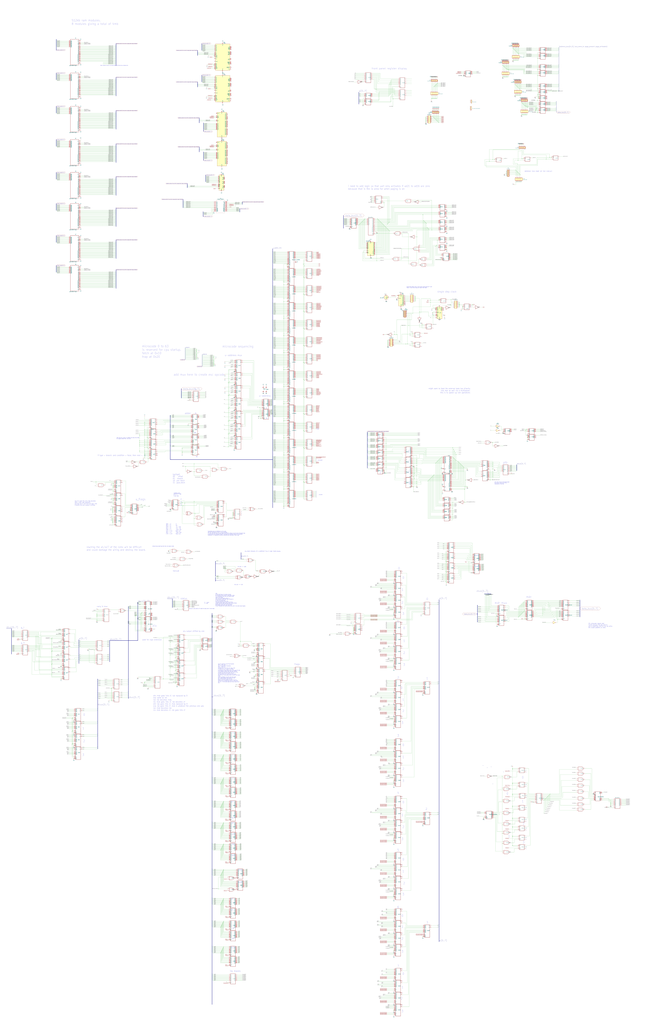
<source format=kicad_sch>
(kicad_sch (version 20230121) (generator eeschema)
  (paper "User" 1973.35 3048)
  (lib_symbols
    (symbol "4xxx:4040" (pin_names (offset 1.016))
      (property "Reference" "U" (at -7.62 16.51 0))
      (property "Value" "4040" (at -7.62 -19.05 0))
      (symbol "4040_1_0"
        (pin output line (at 12.7 -15.24 180) (length 5.08) (name "Q11") (number "1"))
        (pin input inverted_clock (at -12.7 12.7 0) (length 5.08) (name "CLK") (number "10"))
        (pin input line (at -12.7 5.08 0) (length 5.08) (name "Reset") (number "11"))
        (pin output line (at 12.7 -7.62 180) (length 5.08) (name "Q8") (number "12"))
        (pin output line (at 12.7 -5.08 180) (length 5.08) (name "Q7") (number "13"))
        (pin output line (at 12.7 -10.16 180) (length 5.08) (name "Q9") (number "14"))
        (pin output line (at 12.7 -12.7 180) (length 5.08) (name "Q10") (number "15"))
        (pin power_in line (at 0 20.32 270) (length 5.08) (name "VDD") (number "16"))
        (pin output line (at 12.7 0 180) (length 5.08) (name "Q5") (number "2"))
        (pin output line (at 12.7 2.54 180) (length 5.08) (name "Q4") (number "3"))
        (pin output line (at 12.7 -2.54 180) (length 5.08) (name "Q6") (number "4"))
        (pin output line (at 12.7 5.08 180) (length 5.08) (name "Q3") (number "5"))
        (pin output line (at 12.7 7.62 180) (length 5.08) (name "Q2") (number "6"))
        (pin output line (at 12.7 10.16 180) (length 5.08) (name "Q1") (number "7"))
        (pin power_in line (at 0 -22.86 90) (length 5.08) (name "VSS") (number "8"))
        (pin output line (at 12.7 12.7 180) (length 5.08) (name "Q0") (number "9"))
      )
    )
    (symbol "74xx:74HC04"
      (property "Reference" "U" (at 0 1.27 0))
      (property "Value" "74HC04" (at 0 -1.27 0))
      (symbol "74HC04_1_0"
        (pin input line (at -7.62 0 0) (length 3.81) (name "~") (number "1"))
        (pin output inverted (at 7.62 0 180) (length 3.81) (name "~") (number "2"))
      )
      (symbol "74HC04_2_0"
        (pin input line (at -7.62 0 0) (length 3.81) (name "~") (number "3"))
        (pin output inverted (at 7.62 0 180) (length 3.81) (name "~") (number "4"))
      )
      (symbol "74HC04_3_0"
        (pin input line (at -7.62 0 0) (length 3.81) (name "~") (number "5"))
        (pin output inverted (at 7.62 0 180) (length 3.81) (name "~") (number "6"))
      )
      (symbol "74HC04_4_0"
        (pin output inverted (at 7.62 0 180) (length 3.81) (name "~") (number "8"))
        (pin input line (at -7.62 0 0) (length 3.81) (name "~") (number "9"))
      )
      (symbol "74HC04_5_0"
        (pin output inverted (at 7.62 0 180) (length 3.81) (name "~") (number "10"))
        (pin input line (at -7.62 0 0) (length 3.81) (name "~") (number "11"))
      )
      (symbol "74HC04_6_0"
        (pin output inverted (at 7.62 0 180) (length 3.81) (name "~") (number "12"))
        (pin input line (at -7.62 0 0) (length 3.81) (name "~") (number "13"))
      )
      (symbol "74HC04_7_0"
        (pin power_in line (at 0 12.7 270) (length 5.08) (name "VCC") (number "14"))
        (pin power_in line (at 0 -12.7 90) (length 5.08) (name "GND") (number "7"))
      )
    )
    (symbol "74xx:74LS173" (pin_names (offset 1.016))
      (property "Reference" "U" (at -7.62 19.05 0))
      (property "Value" "74LS173" (at -7.62 -19.05 0))
      (symbol "74LS173_1_0"
        (pin input inverted (at -12.7 2.54 0) (length 5.08) (name "Oe1") (number "1"))
        (pin input inverted (at -12.7 -7.62 0) (length 5.08) (name "E2") (number "10"))
        (pin input line (at -12.7 7.62 0) (length 5.08) (name "D3") (number "11"))
        (pin input line (at -12.7 10.16 0) (length 5.08) (name "D2") (number "12"))
        (pin input line (at -12.7 12.7 0) (length 5.08) (name "D1") (number "13"))
        (pin input line (at -12.7 15.24 0) (length 5.08) (name "D0") (number "14"))
        (pin input line (at -12.7 -15.24 0) (length 5.08) (name "Mr") (number "15"))
        (pin power_in line (at 0 22.86 270) (length 5.08) (name "VCC") (number "16"))
        (pin input inverted (at -12.7 0 0) (length 5.08) (name "Oe2") (number "2"))
        (pin tri_state line (at 12.7 15.24 180) (length 5.08) (name "Q0") (number "3"))
        (pin tri_state line (at 12.7 12.7 180) (length 5.08) (name "Q1") (number "4"))
        (pin tri_state line (at 12.7 10.16 180) (length 5.08) (name "Q2") (number "5"))
        (pin tri_state line (at 12.7 7.62 180) (length 5.08) (name "Q3") (number "6"))
        (pin input clock (at -12.7 -10.16 0) (length 5.08) (name "Cp") (number "7"))
        (pin power_in line (at 0 -22.86 90) (length 5.08) (name "GND") (number "8"))
        (pin input inverted (at -12.7 -5.08 0) (length 5.08) (name "E1") (number "9"))
      )
    )
    (symbol "Connector_Generic:Conn_01x04" (pin_names (offset 1.016) hide)
      (property "Reference" "J" (at 0 5.08 0))
      (property "Value" "Conn_01x04" (at 0 -7.62 0))
      (symbol "Conn_01x04_1_1"
        (pin passive line (at -5.08 2.54 0) (length 3.81) (name "Pin_1") (number "1"))
        (pin passive line (at -5.08 0 0) (length 3.81) (name "Pin_2") (number "2"))
        (pin passive line (at -5.08 -2.54 0) (length 3.81) (name "Pin_3") (number "3"))
        (pin passive line (at -5.08 -5.08 0) (length 3.81) (name "Pin_4") (number "4"))
      )
    )
    (symbol "Connector_Generic_MountingPin:Conn_01x04_MountingPin" (pin_names (offset 1.016) hide)
      (property "Reference" "J" (at 0 5.08 0))
      (property "Value" "Conn_01x04_MountingPin" (at 1.27 -7.62 0))
      (symbol "Conn_01x04_MountingPin_1_1"
        (text "Mounting" (at 0 -6.731 0) (effects (font (size 0.381 0.381))))
        (pin passive line (at -5.08 2.54 0) (length 3.81) (name "Pin_1") (number "1"))
        (pin passive line (at -5.08 0 0) (length 3.81) (name "Pin_2") (number "2"))
        (pin passive line (at -5.08 -2.54 0) (length 3.81) (name "Pin_3") (number "3"))
        (pin passive line (at -5.08 -5.08 0) (length 3.81) (name "Pin_4") (number "4"))
        (pin passive line (at 0 -10.16 90) (length 3.048) (name "MountPin") (number "MP"))
      )
    )
    (symbol "Device:C" (pin_numbers hide) (pin_names (offset 0.254))
      (property "Reference" "C" (at 0.635 2.54 0))
      (property "Value" "C" (at 0.635 -2.54 0))
      (symbol "C_1_1"
        (pin passive line (at 0 3.81 270) (length 2.794) (name "~") (number "1"))
        (pin passive line (at 0 -3.81 90) (length 2.794) (name "~") (number "2"))
      )
    )
    (symbol "Device:R_Pack08" (pin_names (offset 0) hide)
      (property "Reference" "RN" (at -12.7 0 90))
      (property "Value" "R_Pack08" (at 10.16 0 90))
      (symbol "R_Pack08_1_1"
        (pin passive line (at -10.16 -5.08 90) (length 2.54) (name "R1.1") (number "1"))
        (pin passive line (at 5.08 5.08 270) (length 2.54) (name "R7.2") (number "10"))
        (pin passive line (at 2.54 5.08 270) (length 2.54) (name "R6.2") (number "11"))
        (pin passive line (at 0 5.08 270) (length 2.54) (name "R5.2") (number "12"))
        (pin passive line (at -2.54 5.08 270) (length 2.54) (name "R4.2") (number "13"))
        (pin passive line (at -5.08 5.08 270) (length 2.54) (name "R3.2") (number "14"))
        (pin passive line (at -7.62 5.08 270) (length 2.54) (name "R2.2") (number "15"))
        (pin passive line (at -10.16 5.08 270) (length 2.54) (name "R1.2") (number "16"))
        (pin passive line (at -7.62 -5.08 90) (length 2.54) (name "R2.1") (number "2"))
        (pin passive line (at -5.08 -5.08 90) (length 2.54) (name "R3.1") (number "3"))
        (pin passive line (at -2.54 -5.08 90) (length 2.54) (name "R4.1") (number "4"))
        (pin passive line (at 0 -5.08 90) (length 2.54) (name "R5.1") (number "5"))
        (pin passive line (at 2.54 -5.08 90) (length 2.54) (name "R6.1") (number "6"))
        (pin passive line (at 5.08 -5.08 90) (length 2.54) (name "R7.1") (number "7"))
        (pin passive line (at 7.62 -5.08 90) (length 2.54) (name "R8.1") (number "8"))
        (pin passive line (at 7.62 5.08 270) (length 2.54) (name "R8.2") (number "9"))
      )
    )
    (symbol "Interface:8255" (pin_names (offset 1.016))
      (property "Reference" "U" (at -13.97 38.1 0))
      (property "Value" "8255" (at 8.89 38.1 0))
      (symbol "8255_1_1"
        (pin bidirectional line (at 17.78 25.4 180) (length 3.81) (name "PA3") (number "1"))
        (pin bidirectional line (at 17.78 -30.48 180) (length 3.81) (name "PC7") (number "10"))
        (pin bidirectional line (at 17.78 -27.94 180) (length 3.81) (name "PC6") (number "11"))
        (pin bidirectional line (at 17.78 -25.4 180) (length 3.81) (name "PC5") (number "12"))
        (pin bidirectional line (at 17.78 -22.86 180) (length 3.81) (name "PC4") (number "13"))
        (pin bidirectional line (at 17.78 -12.7 180) (length 3.81) (name "PC0") (number "14"))
        (pin bidirectional line (at 17.78 -15.24 180) (length 3.81) (name "PC1") (number "15"))
        (pin bidirectional line (at 17.78 -17.78 180) (length 3.81) (name "PC2") (number "16"))
        (pin bidirectional line (at 17.78 -20.32 180) (length 3.81) (name "PC3") (number "17"))
        (pin bidirectional line (at 17.78 10.16 180) (length 3.81) (name "PB0") (number "18"))
        (pin bidirectional line (at 17.78 7.62 180) (length 3.81) (name "PB1") (number "19"))
        (pin bidirectional line (at 17.78 27.94 180) (length 3.81) (name "PA2") (number "2"))
        (pin bidirectional line (at 17.78 5.08 180) (length 3.81) (name "PB2") (number "20"))
        (pin bidirectional line (at 17.78 2.54 180) (length 3.81) (name "PB3") (number "21"))
        (pin bidirectional line (at 17.78 0 180) (length 3.81) (name "PB4") (number "22"))
        (pin bidirectional line (at 17.78 -2.54 180) (length 3.81) (name "PB5") (number "23"))
        (pin bidirectional line (at 17.78 -5.08 180) (length 3.81) (name "PB6") (number "24"))
        (pin bidirectional line (at 17.78 -7.62 180) (length 3.81) (name "PB7") (number "25"))
        (pin power_in line (at 0 40.64 270) (length 3.81) (name "VCC") (number "26"))
        (pin bidirectional line (at -17.78 -15.24 0) (length 3.81) (name "D7") (number "27"))
        (pin bidirectional line (at -17.78 -12.7 0) (length 3.81) (name "D6") (number "28"))
        (pin bidirectional line (at -17.78 -10.16 0) (length 3.81) (name "D5") (number "29"))
        (pin bidirectional line (at 17.78 30.48 180) (length 3.81) (name "PA1") (number "3"))
        (pin bidirectional line (at -17.78 -7.62 0) (length 3.81) (name "D4") (number "30"))
        (pin bidirectional line (at -17.78 -5.08 0) (length 3.81) (name "D3") (number "31"))
        (pin bidirectional line (at -17.78 -2.54 0) (length 3.81) (name "D2") (number "32"))
        (pin bidirectional line (at -17.78 0 0) (length 3.81) (name "D1") (number "33"))
        (pin bidirectional line (at -17.78 2.54 0) (length 3.81) (name "D0") (number "34"))
        (pin input line (at -17.78 33.02 0) (length 3.81) (name "RESET") (number "35"))
        (pin input line (at -17.78 20.32 0) (length 3.81) (name "~{WR}") (number "36"))
        (pin bidirectional line (at 17.78 15.24 180) (length 3.81) (name "PA7") (number "37"))
        (pin bidirectional line (at 17.78 17.78 180) (length 3.81) (name "PA6") (number "38"))
        (pin bidirectional line (at 17.78 20.32 180) (length 3.81) (name "PA5") (number "39"))
        (pin bidirectional line (at 17.78 33.02 180) (length 3.81) (name "PA0") (number "4"))
        (pin bidirectional line (at 17.78 22.86 180) (length 3.81) (name "PA4") (number "40"))
        (pin input line (at -17.78 22.86 0) (length 3.81) (name "~{RD}") (number "5"))
        (pin input line (at -17.78 25.4 0) (length 3.81) (name "~{CS}") (number "6"))
        (pin power_in line (at 0 -40.64 90) (length 3.81) (name "GND") (number "7"))
        (pin input line (at -17.78 10.16 0) (length 3.81) (name "A1") (number "8"))
        (pin input line (at -17.78 12.7 0) (length 3.81) (name "A0") (number "9"))
      )
    )
    (symbol "Interface_UART:16550" (pin_names (offset 1.016))
      (property "Reference" "U" (at -21.59 40.64 0))
      (property "Value" "16550" (at 15.24 40.64 0))
      (symbol "16550_1_1"
        (pin bidirectional line (at -25.4 35.56 0) (length 3.81) (name "D0") (number "1"))
        (pin input line (at 25.4 -5.08 180) (length 3.81) (name "SIN") (number "10"))
        (pin output line (at 25.4 -7.62 180) (length 3.81) (name "SOUT") (number "11"))
        (pin input line (at -25.4 5.08 0) (length 3.81) (name "CS0") (number "12"))
        (pin input line (at -25.4 2.54 0) (length 3.81) (name "CS1") (number "13"))
        (pin input line (at -25.4 0 0) (length 3.81) (name "~{CS2}") (number "14"))
        (pin output line (at 25.4 -30.48 180) (length 3.81) (name "~{BAUDOUT}") (number "15"))
        (pin input line (at -25.4 -5.08 0) (length 3.81) (name "XIN") (number "16"))
        (pin output line (at -25.4 -12.7 0) (length 3.81) (name "XOUT") (number "17"))
        (pin input line (at -25.4 -20.32 0) (length 3.81) (name "~{WR}") (number "18"))
        (pin input line (at -25.4 -22.86 0) (length 3.81) (name "WR") (number "19"))
        (pin bidirectional line (at -25.4 33.02 0) (length 3.81) (name "D1") (number "2"))
        (pin power_in line (at 0 -43.18 90) (length 3.81) (name "GND") (number "20"))
        (pin input line (at -25.4 -27.94 0) (length 3.81) (name "~{RD}") (number "21"))
        (pin input line (at -25.4 -25.4 0) (length 3.81) (name "RD") (number "22"))
        (pin output line (at 25.4 -20.32 180) (length 3.81) (name "DDIS") (number "23"))
        (pin output line (at 25.4 -17.78 180) (length 3.81) (name "~{TXRDY}") (number "24"))
        (pin input line (at -25.4 -30.48 0) (length 3.81) (name "~{ADS}") (number "25"))
        (pin input line (at -25.4 7.62 0) (length 3.81) (name "A2") (number "26"))
        (pin input line (at -25.4 10.16 0) (length 3.81) (name "A1") (number "27"))
        (pin input line (at -25.4 12.7 0) (length 3.81) (name "A0") (number "28"))
        (pin output line (at 25.4 -15.24 180) (length 3.81) (name "~{RXRDY}") (number "29"))
        (pin bidirectional line (at -25.4 30.48 0) (length 3.81) (name "D2") (number "3"))
        (pin output line (at -25.4 -33.02 0) (length 3.81) (name "INTR") (number "30"))
        (pin output line (at 25.4 7.62 180) (length 3.81) (name "~{OUT2}") (number "31"))
        (pin output line (at 25.4 10.16 180) (length 3.81) (name "~{RTS}") (number "32"))
        (pin output line (at 25.4 12.7 180) (length 3.81) (name "~{DTR}") (number "33"))
        (pin output line (at 25.4 15.24 180) (length 3.81) (name "~{OUT1}") (number "34"))
        (pin input line (at -25.4 -35.56 0) (length 3.81) (name "MR") (number "35"))
        (pin input line (at 25.4 22.86 180) (length 3.81) (name "~{CTS}") (number "36"))
        (pin input line (at 25.4 25.4 180) (length 3.81) (name "~{DSR}") (number "37"))
        (pin input line (at 25.4 27.94 180) (length 3.81) (name "~{DCD}") (number "38"))
        (pin input line (at 25.4 30.48 180) (length 3.81) (name "~{RI}") (number "39"))
        (pin bidirectional line (at -25.4 27.94 0) (length 3.81) (name "D3") (number "4"))
        (pin power_in line (at 0 43.18 270) (length 3.81) (name "VCC") (number "40"))
        (pin bidirectional line (at -25.4 25.4 0) (length 3.81) (name "D4") (number "5"))
        (pin bidirectional line (at -25.4 22.86 0) (length 3.81) (name "D5") (number "6"))
        (pin bidirectional line (at -25.4 20.32 0) (length 3.81) (name "D6") (number "7"))
        (pin bidirectional line (at -25.4 17.78 0) (length 3.81) (name "D7") (number "8"))
        (pin input line (at 25.4 -35.56 180) (length 3.81) (name "RCLK") (number "9"))
      )
    )
    (symbol "Memory_RAM:KM62256CLP"
      (property "Reference" "U" (at -10.16 20.955 0))
      (property "Value" "KM62256CLP" (at 2.54 20.955 0))
      (symbol "KM62256CLP_0_0"
        (pin power_in line (at 0 -22.86 90) (length 2.54) (name "GND") (number "14"))
        (pin power_in line (at 0 22.86 270) (length 2.54) (name "VCC") (number "28"))
      )
      (symbol "KM62256CLP_1_1"
        (pin input line (at -12.7 -17.78 0) (length 2.54) (name "A14") (number "1"))
        (pin input line (at -12.7 17.78 0) (length 2.54) (name "A0") (number "10"))
        (pin tri_state line (at 12.7 17.78 180) (length 2.54) (name "Q0") (number "11"))
        (pin tri_state line (at 12.7 15.24 180) (length 2.54) (name "Q1") (number "12"))
        (pin tri_state line (at 12.7 12.7 180) (length 2.54) (name "Q2") (number "13"))
        (pin tri_state line (at 12.7 10.16 180) (length 2.54) (name "Q3") (number "15"))
        (pin tri_state line (at 12.7 7.62 180) (length 2.54) (name "Q4") (number "16"))
        (pin tri_state line (at 12.7 5.08 180) (length 2.54) (name "Q5") (number "17"))
        (pin tri_state line (at 12.7 2.54 180) (length 2.54) (name "Q6") (number "18"))
        (pin tri_state line (at 12.7 0 180) (length 2.54) (name "Q7") (number "19"))
        (pin input line (at -12.7 -12.7 0) (length 2.54) (name "A12") (number "2"))
        (pin input line (at 12.7 -5.08 180) (length 2.54) (name "~{CS}") (number "20"))
        (pin input line (at -12.7 -7.62 0) (length 2.54) (name "A10") (number "21"))
        (pin input line (at 12.7 -10.16 180) (length 2.54) (name "~{OE}") (number "22"))
        (pin input line (at -12.7 -10.16 0) (length 2.54) (name "A11") (number "23"))
        (pin input line (at -12.7 -5.08 0) (length 2.54) (name "A9") (number "24"))
        (pin input line (at -12.7 -2.54 0) (length 2.54) (name "A8") (number "25"))
        (pin input line (at -12.7 -15.24 0) (length 2.54) (name "A13") (number "26"))
        (pin input line (at 12.7 -12.7 180) (length 2.54) (name "~{WE}") (number "27"))
        (pin input line (at -12.7 0 0) (length 2.54) (name "A7") (number "3"))
        (pin input line (at -12.7 2.54 0) (length 2.54) (name "A6") (number "4"))
        (pin input line (at -12.7 5.08 0) (length 2.54) (name "A5") (number "5"))
        (pin input line (at -12.7 7.62 0) (length 2.54) (name "A4") (number "6"))
        (pin input line (at -12.7 10.16 0) (length 2.54) (name "A3") (number "7"))
        (pin input line (at -12.7 12.7 0) (length 2.54) (name "A2") (number "8"))
        (pin input line (at -12.7 15.24 0) (length 2.54) (name "A1") (number "9"))
      )
    )
    (symbol "New_Library:M48T02-200PC1" (pin_names (offset 0.254))
      (property "Reference" "U" (at 20.32 10.16 0))
      (property "Value" "M48T02-200PC1" (at 20.32 7.62 0))
      (symbol "M48T02-200PC1_1_1"
        (pin input line (at 0 0 0) (length 7.62) (name "A7") (number "1"))
        (pin bidirectional line (at 0 -22.86 0) (length 7.62) (name "DQ1") (number "10"))
        (pin bidirectional line (at 0 -25.4 0) (length 7.62) (name "DQ2") (number "11"))
        (pin power_in line (at 0 -27.94 0) (length 7.62) (name "GND") (number "12"))
        (pin bidirectional line (at 40.64 -27.94 180) (length 7.62) (name "DQ3") (number "13"))
        (pin bidirectional line (at 40.64 -25.4 180) (length 7.62) (name "DQ4") (number "14"))
        (pin bidirectional line (at 40.64 -22.86 180) (length 7.62) (name "DQ5") (number "15"))
        (pin bidirectional line (at 40.64 -20.32 180) (length 7.62) (name "DQ6") (number "16"))
        (pin bidirectional line (at 40.64 -17.78 180) (length 7.62) (name "DQ7") (number "17"))
        (pin input line (at 40.64 -15.24 180) (length 7.62) (name "*CE") (number "18"))
        (pin input line (at 40.64 -12.7 180) (length 7.62) (name "A10") (number "19"))
        (pin input line (at 0 -2.54 0) (length 7.62) (name "A6") (number "2"))
        (pin input line (at 40.64 -10.16 180) (length 7.62) (name "*OE") (number "20"))
        (pin input line (at 40.64 -7.62 180) (length 7.62) (name "*WE") (number "21"))
        (pin input line (at 40.64 -5.08 180) (length 7.62) (name "A9") (number "22"))
        (pin input line (at 40.64 -2.54 180) (length 7.62) (name "A8") (number "23"))
        (pin power_in line (at 40.64 0 180) (length 7.62) (name "VCC") (number "24"))
        (pin input line (at 0 -5.08 0) (length 7.62) (name "A5") (number "3"))
        (pin input line (at 0 -7.62 0) (length 7.62) (name "A4") (number "4"))
        (pin input line (at 0 -10.16 0) (length 7.62) (name "A3") (number "5"))
        (pin input line (at 0 -12.7 0) (length 7.62) (name "A2") (number "6"))
        (pin input line (at 0 -15.24 0) (length 7.62) (name "A1") (number "7"))
        (pin input line (at 0 -17.78 0) (length 7.62) (name "A0") (number "8"))
        (pin bidirectional line (at 0 -20.32 0) (length 7.62) (name "DQ0") (number "9"))
      )
    )
    (symbol "Oscillator:ACO-xxxMHz" (pin_names (offset 0.254))
      (property "Reference" "X" (at -5.08 6.35 0))
      (property "Value" "ACO-xxxMHz" (at 1.27 -6.35 0))
      (symbol "ACO-xxxMHz_1_1"
        (pin no_connect line (at -5.08 2.54 0) (length 2.54) hide (name "NC") (number "1"))
        (pin power_in line (at 0 7.62 270) (length 2.54) (name "Vcc") (number "14"))
        (pin power_in line (at 0 -7.62 90) (length 2.54) (name "GND") (number "7"))
        (pin output line (at 7.62 0 180) (length 2.54) (name "OUT") (number "8"))
      )
    )
    (symbol "Switch:SW_DIP_x08" (pin_names (offset 0) hide)
      (property "Reference" "SW" (at 0 13.97 0))
      (property "Value" "SW_DIP_x08" (at 0 -11.43 0))
      (symbol "SW_DIP_x08_1_1"
        (pin passive line (at -7.62 10.16 0) (length 5.08) (name "~") (number "1"))
        (pin passive line (at 7.62 -5.08 180) (length 5.08) (name "~") (number "10"))
        (pin passive line (at 7.62 -2.54 180) (length 5.08) (name "~") (number "11"))
        (pin passive line (at 7.62 0 180) (length 5.08) (name "~") (number "12"))
        (pin passive line (at 7.62 2.54 180) (length 5.08) (name "~") (number "13"))
        (pin passive line (at 7.62 5.08 180) (length 5.08) (name "~") (number "14"))
        (pin passive line (at 7.62 7.62 180) (length 5.08) (name "~") (number "15"))
        (pin passive line (at 7.62 10.16 180) (length 5.08) (name "~") (number "16"))
        (pin passive line (at -7.62 7.62 0) (length 5.08) (name "~") (number "2"))
        (pin passive line (at -7.62 5.08 0) (length 5.08) (name "~") (number "3"))
        (pin passive line (at -7.62 2.54 0) (length 5.08) (name "~") (number "4"))
        (pin passive line (at -7.62 0 0) (length 5.08) (name "~") (number "5"))
        (pin passive line (at -7.62 -2.54 0) (length 5.08) (name "~") (number "6"))
        (pin passive line (at -7.62 -5.08 0) (length 5.08) (name "~") (number "7"))
        (pin passive line (at -7.62 -7.62 0) (length 5.08) (name "~") (number "8"))
        (pin passive line (at 7.62 -7.62 180) (length 5.08) (name "~") (number "9"))
      )
    )
    (symbol "Timer:8253"
      (property "Reference" "U" (at -5.08 24.13 0))
      (property "Value" "8253" (at 2.54 24.13 0))
      (symbol "8253_1_1"
        (pin bidirectional line (at -10.16 0 0) (length 2.54) (name "D7") (number "1"))
        (pin output line (at 10.16 10.16 180) (length 2.54) (name "OUT0") (number "10"))
        (pin input line (at 10.16 12.7 180) (length 2.54) (name "G0") (number "11"))
        (pin power_in line (at 0 -25.4 90) (length 2.54) (name "GND") (number "12"))
        (pin output line (at 10.16 -2.54 180) (length 2.54) (name "OUT1") (number "13"))
        (pin input line (at 10.16 0 180) (length 2.54) (name "G1") (number "14"))
        (pin input clock (at 10.16 2.54 180) (length 2.54) (name "CLK1") (number "15"))
        (pin input line (at 10.16 -12.7 180) (length 2.54) (name "G2") (number "16"))
        (pin output line (at 10.16 -15.24 180) (length 2.54) (name "OUT2") (number "17"))
        (pin input clock (at 10.16 -10.16 180) (length 2.54) (name "CLK2") (number "18"))
        (pin input line (at -10.16 -10.16 0) (length 2.54) (name "A0") (number "19"))
        (pin bidirectional line (at -10.16 2.54 0) (length 2.54) (name "D6") (number "2"))
        (pin input line (at -10.16 -12.7 0) (length 2.54) (name "A1") (number "20"))
        (pin input line (at -10.16 -17.78 0) (length 2.54) (name "~{CS}") (number "21"))
        (pin input line (at -10.16 -5.08 0) (length 2.54) (name "~{RD}") (number "22"))
        (pin input line (at -10.16 -7.62 0) (length 2.54) (name "~{WR}") (number "23"))
        (pin power_in line (at 0 25.4 270) (length 2.54) (name "VCC") (number "24"))
        (pin bidirectional line (at -10.16 5.08 0) (length 2.54) (name "D5") (number "3"))
        (pin bidirectional line (at -10.16 7.62 0) (length 2.54) (name "D4") (number "4"))
        (pin bidirectional line (at -10.16 10.16 0) (length 2.54) (name "D3") (number "5"))
        (pin bidirectional line (at -10.16 12.7 0) (length 2.54) (name "D2") (number "6"))
        (pin bidirectional line (at -10.16 15.24 0) (length 2.54) (name "D1") (number "7"))
        (pin bidirectional line (at -10.16 17.78 0) (length 2.54) (name "D0") (number "8"))
        (pin input clock (at 10.16 15.24 180) (length 2.54) (name "CLK0") (number "9"))
      )
    )
    (symbol "main-eagle-import:27512"
      (property "Reference" "IC" (at -0.635 -0.635 0))
      (symbol "27512_1_0"
        (pin input line (at -15.24 -15.24 0) (length 5.08) (name "A15") (number "1"))
        (pin input line (at -15.24 22.86 0) (length 5.08) (name "A0") (number "10"))
        (pin tri_state line (at 10.16 22.86 180) (length 5.08) (name "O0") (number "11"))
        (pin tri_state line (at 10.16 20.32 180) (length 5.08) (name "O1") (number "12"))
        (pin tri_state line (at 10.16 17.78 180) (length 5.08) (name "O2") (number "13"))
        (pin tri_state line (at 10.16 15.24 180) (length 5.08) (name "O3") (number "15"))
        (pin tri_state line (at 10.16 12.7 180) (length 5.08) (name "O4") (number "16"))
        (pin tri_state line (at 10.16 10.16 180) (length 5.08) (name "O5") (number "17"))
        (pin tri_state line (at 10.16 7.62 180) (length 5.08) (name "O6") (number "18"))
        (pin tri_state line (at 10.16 5.08 180) (length 5.08) (name "O7") (number "19"))
        (pin input line (at -15.24 -7.62 0) (length 5.08) (name "A12") (number "2"))
        (pin input line (at -15.24 -20.32 0) (length 5.08) (name "~{CE}") (number "20"))
        (pin input line (at -15.24 -2.54 0) (length 5.08) (name "A10") (number "21"))
        (pin input line (at -15.24 -22.86 0) (length 5.08) (name "~{OE}") (number "22"))
        (pin input line (at -15.24 -5.08 0) (length 5.08) (name "A11") (number "23"))
        (pin input line (at -15.24 0 0) (length 5.08) (name "A9") (number "24"))
        (pin input line (at -15.24 2.54 0) (length 5.08) (name "A8") (number "25"))
        (pin input line (at -15.24 -10.16 0) (length 5.08) (name "A13") (number "26"))
        (pin input line (at -15.24 -12.7 0) (length 5.08) (name "A14") (number "27"))
        (pin input line (at -15.24 5.08 0) (length 5.08) (name "A7") (number "3"))
        (pin input line (at -15.24 7.62 0) (length 5.08) (name "A6") (number "4"))
        (pin input line (at -15.24 10.16 0) (length 5.08) (name "A5") (number "5"))
        (pin input line (at -15.24 12.7 0) (length 5.08) (name "A4") (number "6"))
        (pin input line (at -15.24 15.24 0) (length 5.08) (name "A3") (number "7"))
        (pin input line (at -15.24 17.78 0) (length 5.08) (name "A2") (number "8"))
        (pin input line (at -15.24 20.32 0) (length 5.08) (name "A1") (number "9"))
      )
      (symbol "27512_2_0"
        (text "GND" (at 1.905 -5.588 900) (effects (font (size 1.27 1.0795)) (justify left bottom)))
        (text "VCC" (at 1.905 2.413 900) (effects (font (size 1.27 1.0795)) (justify left bottom)))
        (pin power_in line (at 0 -7.62 90) (length 5.08) (name "GND") (number "14"))
        (pin power_in line (at 0 7.62 270) (length 5.08) (name "VCC") (number "28"))
      )
    )
    (symbol "main-eagle-import:58C256P"
      (property "Reference" "IC" (at -10.16 31.115 0))
      (symbol "58C256P_1_0"
        (pin input line (at -15.24 -7.62 0) (length 5.08) (name "A14") (number "1"))
        (pin input line (at -15.24 27.94 0) (length 5.08) (name "A0") (number "10"))
        (pin tri_state line (at 12.7 27.94 180) (length 5.08) (name "I/O0") (number "11"))
        (pin tri_state line (at 12.7 25.4 180) (length 5.08) (name "I/O1") (number "12"))
        (pin tri_state line (at 12.7 22.86 180) (length 5.08) (name "I/O2") (number "13"))
        (pin power_in line (at 12.7 -17.78 180) (length 5.08) (name "VSS") (number "14"))
        (pin tri_state line (at 12.7 20.32 180) (length 5.08) (name "I/O3") (number "15"))
        (pin tri_state line (at 12.7 17.78 180) (length 5.08) (name "I/O4") (number "16"))
        (pin tri_state line (at 12.7 15.24 180) (length 5.08) (name "I/O5") (number "17"))
        (pin tri_state line (at 12.7 12.7 180) (length 5.08) (name "I/O6") (number "18"))
        (pin tri_state line (at 12.7 10.16 180) (length 5.08) (name "I/O7") (number "19"))
        (pin input line (at -15.24 -2.54 0) (length 5.08) (name "A12") (number "2"))
        (pin input line (at -15.24 -17.78 0) (length 5.08) (name "~{CE}") (number "20"))
        (pin input line (at -15.24 2.54 0) (length 5.08) (name "A10") (number "21"))
        (pin input line (at -15.24 -15.24 0) (length 5.08) (name "~{OE}") (number "22"))
        (pin input line (at -15.24 0 0) (length 5.08) (name "A11") (number "23"))
        (pin input line (at -15.24 5.08 0) (length 5.08) (name "A9") (number "24"))
        (pin input line (at -15.24 7.62 0) (length 5.08) (name "A8") (number "25"))
        (pin input line (at -15.24 -5.08 0) (length 5.08) (name "A13") (number "26"))
        (pin input line (at -15.24 -12.7 0) (length 5.08) (name "~{WE}") (number "27"))
        (pin power_in line (at 12.7 -7.62 180) (length 5.08) (name "VCC") (number "28"))
        (pin input line (at -15.24 10.16 0) (length 5.08) (name "A7") (number "3"))
        (pin input line (at -15.24 12.7 0) (length 5.08) (name "A6") (number "4"))
        (pin input line (at -15.24 15.24 0) (length 5.08) (name "A5") (number "5"))
        (pin input line (at -15.24 17.78 0) (length 5.08) (name "A4") (number "6"))
        (pin input line (at -15.24 20.32 0) (length 5.08) (name "A3") (number "7"))
        (pin input line (at -15.24 22.86 0) (length 5.08) (name "A2") (number "8"))
        (pin input line (at -15.24 25.4 0) (length 5.08) (name "A1") (number "9"))
      )
    )
    (symbol "main-eagle-import:7400N"
      (property "Reference" "IC" (at -0.635 -0.635 0))
      (symbol "7400N_1_0"
        (pin input line (at -12.7 2.54 0) (length 5.08) (name "I0") (number "1"))
        (pin input line (at -12.7 -2.54 0) (length 5.08) (name "I1") (number "2"))
        (pin output inverted (at 12.7 0 180) (length 5.08) (name "O") (number "3"))
      )
      (symbol "7400N_2_0"
        (pin input line (at -12.7 2.54 0) (length 5.08) (name "I0") (number "4"))
        (pin input line (at -12.7 -2.54 0) (length 5.08) (name "I1") (number "5"))
        (pin output inverted (at 12.7 0 180) (length 5.08) (name "O") (number "6"))
      )
      (symbol "7400N_3_0"
        (pin input line (at -12.7 -2.54 0) (length 5.08) (name "I1") (number "10"))
        (pin output inverted (at 12.7 0 180) (length 5.08) (name "O") (number "8"))
        (pin input line (at -12.7 2.54 0) (length 5.08) (name "I0") (number "9"))
      )
      (symbol "7400N_4_0"
        (pin output inverted (at 12.7 0 180) (length 5.08) (name "O") (number "11"))
        (pin input line (at -12.7 2.54 0) (length 5.08) (name "I0") (number "12"))
        (pin input line (at -12.7 -2.54 0) (length 5.08) (name "I1") (number "13"))
      )
      (symbol "7400N_5_0"
        (text "GND" (at 1.905 -7.62 900) (effects (font (size 1.27 1.0795)) (justify left bottom)))
        (text "VCC" (at 1.905 5.08 900) (effects (font (size 1.27 1.0795)) (justify left bottom)))
        (pin power_in line (at 0 10.16 270) (length 7.62) (name "VCC") (number "14"))
        (pin power_in line (at 0 -10.16 90) (length 7.62) (name "GND") (number "7"))
      )
    )
    (symbol "main-eagle-import:7402N"
      (property "Reference" "IC" (at -0.635 -0.635 0))
      (symbol "7402N_1_0"
        (pin output inverted (at 12.7 0 180) (length 5.08) (name "O") (number "1"))
        (pin input line (at -12.7 2.54 0) (length 5.08) (name "I0") (number "2"))
        (pin input line (at -12.7 -2.54 0) (length 5.08) (name "I1") (number "3"))
      )
      (symbol "7402N_2_0"
        (pin output inverted (at 12.7 0 180) (length 5.08) (name "O") (number "4"))
        (pin input line (at -12.7 2.54 0) (length 5.08) (name "I0") (number "5"))
        (pin input line (at -12.7 -2.54 0) (length 5.08) (name "I1") (number "6"))
      )
      (symbol "7402N_3_0"
        (pin output inverted (at 12.7 0 180) (length 5.08) (name "O") (number "10"))
        (pin input line (at -12.7 2.54 0) (length 5.08) (name "I0") (number "8"))
        (pin input line (at -12.7 -2.54 0) (length 5.08) (name "I1") (number "9"))
      )
      (symbol "7402N_4_0"
        (pin input line (at -12.7 2.54 0) (length 5.08) (name "I0") (number "11"))
        (pin input line (at -12.7 -2.54 0) (length 5.08) (name "I1") (number "12"))
        (pin output inverted (at 12.7 0 180) (length 5.08) (name "O") (number "13"))
      )
      (symbol "7402N_5_0"
        (text "GND" (at 1.905 -7.62 900) (effects (font (size 1.27 1.0795)) (justify left bottom)))
        (text "VCC" (at 1.905 5.08 900) (effects (font (size 1.27 1.0795)) (justify left bottom)))
        (pin power_in line (at 0 10.16 270) (length 7.62) (name "VCC") (number "14"))
        (pin power_in line (at 0 -10.16 90) (length 7.62) (name "GND") (number "7"))
      )
    )
    (symbol "main-eagle-import:7404N"
      (property "Reference" "IC" (at -0.635 -0.635 0))
      (symbol "7404N_1_0"
        (pin input line (at -10.16 0 0) (length 5.08) (name "I") (number "1"))
        (pin output inverted (at 10.16 0 180) (length 5.08) (name "O") (number "2"))
      )
      (symbol "7404N_2_0"
        (pin input line (at -10.16 0 0) (length 5.08) (name "I") (number "3"))
        (pin output inverted (at 10.16 0 180) (length 5.08) (name "O") (number "4"))
      )
      (symbol "7404N_3_0"
        (pin input line (at -10.16 0 0) (length 5.08) (name "I") (number "5"))
        (pin output inverted (at 10.16 0 180) (length 5.08) (name "O") (number "6"))
      )
      (symbol "7404N_4_0"
        (pin output inverted (at 10.16 0 180) (length 5.08) (name "O") (number "8"))
        (pin input line (at -10.16 0 0) (length 5.08) (name "I") (number "9"))
      )
      (symbol "7404N_5_0"
        (pin output inverted (at 10.16 0 180) (length 5.08) (name "O") (number "10"))
        (pin input line (at -10.16 0 0) (length 5.08) (name "I") (number "11"))
      )
      (symbol "7404N_6_0"
        (pin output inverted (at 10.16 0 180) (length 5.08) (name "O") (number "12"))
        (pin input line (at -10.16 0 0) (length 5.08) (name "I") (number "13"))
      )
      (symbol "7404N_7_0"
        (text "GND" (at 1.905 -7.62 900) (effects (font (size 1.27 1.0795)) (justify left bottom)))
        (text "VCC" (at 1.905 5.08 900) (effects (font (size 1.27 1.0795)) (justify left bottom)))
        (pin power_in line (at 0 10.16 270) (length 7.62) (name "VCC") (number "14"))
        (pin power_in line (at 0 -10.16 90) (length 7.62) (name "GND") (number "7"))
      )
    )
    (symbol "main-eagle-import:7408N"
      (property "Reference" "IC" (at -0.635 -0.635 0))
      (symbol "7408N_1_0"
        (pin input line (at -12.7 2.54 0) (length 5.08) (name "I0") (number "1"))
        (pin input line (at -12.7 -2.54 0) (length 5.08) (name "I1") (number "2"))
        (pin output line (at 12.7 0 180) (length 5.08) (name "O") (number "3"))
      )
      (symbol "7408N_2_0"
        (pin input line (at -12.7 2.54 0) (length 5.08) (name "I0") (number "4"))
        (pin input line (at -12.7 -2.54 0) (length 5.08) (name "I1") (number "5"))
        (pin output line (at 12.7 0 180) (length 5.08) (name "O") (number "6"))
      )
      (symbol "7408N_3_0"
        (pin input line (at -12.7 -2.54 0) (length 5.08) (name "I1") (number "10"))
        (pin output line (at 12.7 0 180) (length 5.08) (name "O") (number "8"))
        (pin input line (at -12.7 2.54 0) (length 5.08) (name "I0") (number "9"))
      )
      (symbol "7408N_4_0"
        (pin output line (at 12.7 0 180) (length 5.08) (name "O") (number "11"))
        (pin input line (at -12.7 2.54 0) (length 5.08) (name "I0") (number "12"))
        (pin input line (at -12.7 -2.54 0) (length 5.08) (name "I1") (number "13"))
      )
      (symbol "7408N_5_0"
        (text "GND" (at 1.905 -7.62 900) (effects (font (size 1.27 1.0795)) (justify left bottom)))
        (text "VCC" (at 1.905 5.08 900) (effects (font (size 1.27 1.0795)) (justify left bottom)))
        (pin power_in line (at 0 10.16 270) (length 7.62) (name "VCC") (number "14"))
        (pin power_in line (at 0 -10.16 90) (length 7.62) (name "GND") (number "7"))
      )
    )
    (symbol "main-eagle-import:7410N"
      (property "Reference" "IC" (at -0.635 -0.635 0))
      (symbol "7410N_1_0"
        (pin input line (at -12.7 2.54 0) (length 5.08) (name "I0") (number "1"))
        (pin output inverted (at 12.7 0 180) (length 5.08) (name "O") (number "12"))
        (pin input line (at -12.7 -2.54 0) (length 5.08) (name "I2") (number "13"))
        (pin input line (at -12.7 0 0) (length 5.08) (name "I1") (number "2"))
      )
      (symbol "7410N_2_0"
        (pin input line (at -12.7 2.54 0) (length 5.08) (name "I0") (number "3"))
        (pin input line (at -12.7 0 0) (length 5.08) (name "I1") (number "4"))
        (pin input line (at -12.7 -2.54 0) (length 5.08) (name "I2") (number "5"))
        (pin output inverted (at 12.7 0 180) (length 5.08) (name "O") (number "6"))
      )
      (symbol "7410N_3_0"
        (pin input line (at -12.7 0 0) (length 5.08) (name "I1") (number "10"))
        (pin input line (at -12.7 -2.54 0) (length 5.08) (name "I2") (number "11"))
        (pin output inverted (at 12.7 0 180) (length 5.08) (name "O") (number "8"))
        (pin input line (at -12.7 2.54 0) (length 5.08) (name "I0") (number "9"))
      )
      (symbol "7410N_4_0"
        (text "GND" (at 1.905 -7.62 900) (effects (font (size 1.27 1.0795)) (justify left bottom)))
        (text "VCC" (at 1.905 5.08 900) (effects (font (size 1.27 1.0795)) (justify left bottom)))
        (pin power_in line (at 0 10.16 270) (length 7.62) (name "VCC") (number "14"))
        (pin power_in line (at 0 -10.16 90) (length 7.62) (name "GND") (number "7"))
      )
    )
    (symbol "main-eagle-import:7411N"
      (property "Reference" "IC" (at -0.635 -0.635 0))
      (symbol "7411N_1_0"
        (pin input line (at -12.7 2.54 0) (length 5.08) (name "I0") (number "1"))
        (pin output line (at 12.7 0 180) (length 5.08) (name "O") (number "12"))
        (pin input line (at -12.7 -2.54 0) (length 5.08) (name "I2") (number "13"))
        (pin input line (at -12.7 0 0) (length 5.08) (name "I1") (number "2"))
      )
      (symbol "7411N_2_0"
        (pin input line (at -12.7 2.54 0) (length 5.08) (name "I0") (number "3"))
        (pin input line (at -12.7 0 0) (length 5.08) (name "I1") (number "4"))
        (pin input line (at -12.7 -2.54 0) (length 5.08) (name "I2") (number "5"))
        (pin output line (at 12.7 0 180) (length 5.08) (name "O") (number "6"))
      )
      (symbol "7411N_3_0"
        (pin input line (at -12.7 0 0) (length 5.08) (name "I1") (number "10"))
        (pin input line (at -12.7 -2.54 0) (length 5.08) (name "I2") (number "11"))
        (pin output line (at 12.7 0 180) (length 5.08) (name "O") (number "8"))
        (pin input line (at -12.7 2.54 0) (length 5.08) (name "I0") (number "9"))
      )
      (symbol "7411N_4_0"
        (text "GND" (at 1.905 -7.62 900) (effects (font (size 1.27 1.0795)) (justify left bottom)))
        (text "VCC" (at 1.905 5.08 900) (effects (font (size 1.27 1.0795)) (justify left bottom)))
        (pin power_in line (at 0 10.16 270) (length 7.62) (name "VCC") (number "14"))
        (pin power_in line (at 0 -10.16 90) (length 7.62) (name "GND") (number "7"))
      )
    )
    (symbol "main-eagle-import:74138N"
      (property "Reference" "IC" (at -0.635 -0.635 0))
      (symbol "74138N_1_0"
        (pin input line (at -15.24 7.62 0) (length 5.08) (name "A") (number "1"))
        (pin output inverted (at 12.7 -5.08 180) (length 5.08) (name "Y5") (number "10"))
        (pin output inverted (at 12.7 -2.54 180) (length 5.08) (name "Y4") (number "11"))
        (pin output inverted (at 12.7 0 180) (length 5.08) (name "Y3") (number "12"))
        (pin output inverted (at 12.7 2.54 180) (length 5.08) (name "Y2") (number "13"))
        (pin output inverted (at 12.7 5.08 180) (length 5.08) (name "Y1") (number "14"))
        (pin output inverted (at 12.7 7.62 180) (length 5.08) (name "Y0") (number "15"))
        (pin input line (at -15.24 5.08 0) (length 5.08) (name "B") (number "2"))
        (pin input line (at -15.24 2.54 0) (length 5.08) (name "C") (number "3"))
        (pin input inverted (at -15.24 -7.62 0) (length 5.08) (name "G2A") (number "4"))
        (pin input inverted (at -15.24 -10.16 0) (length 5.08) (name "G2B") (number "5"))
        (pin input line (at -15.24 -5.08 0) (length 5.08) (name "G1") (number "6"))
        (pin output inverted (at 12.7 -10.16 180) (length 5.08) (name "Y7") (number "7"))
        (pin output inverted (at 12.7 -7.62 180) (length 5.08) (name "Y6") (number "9"))
      )
      (symbol "74138N_2_0"
        (text "GND" (at 1.905 -7.62 900) (effects (font (size 1.27 1.0795)) (justify left bottom)))
        (text "VCC" (at 1.905 5.08 900) (effects (font (size 1.27 1.0795)) (justify left bottom)))
        (pin power_in line (at 0 10.16 270) (length 7.62) (name "VCC") (number "16"))
        (pin power_in line (at 0 -10.16 90) (length 7.62) (name "GND") (number "8"))
      )
    )
    (symbol "main-eagle-import:74148N"
      (property "Reference" "IC" (at -0.635 -0.635 0))
      (symbol "74148N_1_0"
        (pin input inverted (at -12.7 0 0) (length 5.08) (name "4") (number "1"))
        (pin input inverted (at -12.7 10.16 0) (length 5.08) (name "0") (number "10"))
        (pin input inverted (at -12.7 7.62 0) (length 5.08) (name "1") (number "11"))
        (pin input inverted (at -12.7 5.08 0) (length 5.08) (name "2") (number "12"))
        (pin input inverted (at -12.7 2.54 0) (length 5.08) (name "3") (number "13"))
        (pin output inverted (at 12.7 -10.16 180) (length 5.08) (name "GS") (number "14"))
        (pin output line (at 12.7 -12.7 180) (length 5.08) (name "EO") (number "15"))
        (pin input inverted (at -12.7 -2.54 0) (length 5.08) (name "5") (number "2"))
        (pin input inverted (at -12.7 -5.08 0) (length 5.08) (name "6") (number "3"))
        (pin input inverted (at -12.7 -7.62 0) (length 5.08) (name "7") (number "4"))
        (pin input inverted (at -12.7 -12.7 0) (length 5.08) (name "EI") (number "5"))
        (pin output inverted (at 12.7 5.08 180) (length 5.08) (name "A2") (number "6"))
        (pin output inverted (at 12.7 7.62 180) (length 5.08) (name "A1") (number "7"))
        (pin output inverted (at 12.7 10.16 180) (length 5.08) (name "A0") (number "9"))
      )
      (symbol "74148N_2_0"
        (text "GND" (at 1.905 -7.62 900) (effects (font (size 1.27 1.0795)) (justify left bottom)))
        (text "VCC" (at 1.905 5.08 900) (effects (font (size 1.27 1.0795)) (justify left bottom)))
        (pin power_in line (at 0 10.16 270) (length 7.62) (name "VCC") (number "16"))
        (pin power_in line (at 0 -10.16 90) (length 7.62) (name "GND") (number "8"))
      )
    )
    (symbol "main-eagle-import:74151N"
      (property "Reference" "IC" (at -0.635 -0.635 0))
      (symbol "74151N_1_0"
        (pin input line (at -12.7 7.62 0) (length 5.08) (name "D3") (number "1"))
        (pin input line (at -12.7 -10.16 0) (length 5.08) (name "B") (number "10"))
        (pin input line (at -12.7 -7.62 0) (length 5.08) (name "A") (number "11"))
        (pin input line (at -12.7 -2.54 0) (length 5.08) (name "D7") (number "12"))
        (pin input line (at -12.7 0 0) (length 5.08) (name "D6") (number "13"))
        (pin input line (at -12.7 2.54 0) (length 5.08) (name "D5") (number "14"))
        (pin input line (at -12.7 5.08 0) (length 5.08) (name "D4") (number "15"))
        (pin input line (at -12.7 10.16 0) (length 5.08) (name "D2") (number "2"))
        (pin input line (at -12.7 12.7 0) (length 5.08) (name "D1") (number "3"))
        (pin input line (at -12.7 15.24 0) (length 5.08) (name "D0") (number "4"))
        (pin output line (at 12.7 10.16 180) (length 5.08) (name "Y") (number "5"))
        (pin output inverted (at 12.7 15.24 180) (length 5.08) (name "W") (number "6"))
        (pin input inverted (at -12.7 -15.24 0) (length 5.08) (name "G") (number "7"))
        (pin input line (at -12.7 -12.7 0) (length 5.08) (name "C") (number "9"))
      )
      (symbol "74151N_2_0"
        (text "GND" (at 1.905 -7.62 900) (effects (font (size 1.27 1.0795)) (justify left bottom)))
        (text "VCC" (at 1.905 5.08 900) (effects (font (size 1.27 1.0795)) (justify left bottom)))
        (pin power_in line (at 0 10.16 270) (length 7.62) (name "VCC") (number "16"))
        (pin power_in line (at 0 -10.16 90) (length 7.62) (name "GND") (number "8"))
      )
    )
    (symbol "main-eagle-import:74153N"
      (property "Reference" "IC" (at -0.635 -0.635 0))
      (symbol "74153N_1_0"
        (pin input inverted (at -12.7 -15.24 0) (length 5.08) (name "1G") (number "1"))
        (pin input line (at -12.7 2.54 0) (length 5.08) (name "2C0") (number "10"))
        (pin input line (at -12.7 0 0) (length 5.08) (name "2C1") (number "11"))
        (pin input line (at -12.7 -2.54 0) (length 5.08) (name "2C2") (number "12"))
        (pin input line (at -12.7 -5.08 0) (length 5.08) (name "2C3") (number "13"))
        (pin input line (at -12.7 -10.16 0) (length 5.08) (name "A") (number "14"))
        (pin input inverted (at -12.7 -17.78 0) (length 5.08) (name "2G") (number "15"))
        (pin input line (at -12.7 -12.7 0) (length 5.08) (name "B") (number "2"))
        (pin input line (at -12.7 7.62 0) (length 5.08) (name "1C3") (number "3"))
        (pin input line (at -12.7 10.16 0) (length 5.08) (name "1C2") (number "4"))
        (pin input line (at -12.7 12.7 0) (length 5.08) (name "1C1") (number "5"))
        (pin input line (at -12.7 15.24 0) (length 5.08) (name "1C0") (number "6"))
        (pin output line (at 12.7 15.24 180) (length 5.08) (name "1Y") (number "7"))
        (pin output line (at 12.7 10.16 180) (length 5.08) (name "2Y") (number "9"))
      )
      (symbol "74153N_2_0"
        (text "GND" (at 1.905 -7.62 900) (effects (font (size 1.27 1.0795)) (justify left bottom)))
        (text "VCC" (at 1.905 5.08 900) (effects (font (size 1.27 1.0795)) (justify left bottom)))
        (pin power_in line (at 0 10.16 270) (length 7.62) (name "VCC") (number "16"))
        (pin power_in line (at 0 -10.16 90) (length 7.62) (name "GND") (number "8"))
      )
    )
    (symbol "main-eagle-import:74157N"
      (property "Reference" "IC" (at -0.635 -0.635 0))
      (symbol "74157N_1_0"
        (pin input line (at -12.7 -10.16 0) (length 5.08) (name "~{A}/B") (number "1"))
        (pin input line (at -12.7 0 0) (length 5.08) (name "3B") (number "10"))
        (pin input line (at -12.7 2.54 0) (length 5.08) (name "3A") (number "11"))
        (pin output line (at 12.7 -2.54 180) (length 5.08) (name "4Y") (number "12"))
        (pin input line (at -12.7 -5.08 0) (length 5.08) (name "4B") (number "13"))
        (pin input line (at -12.7 -2.54 0) (length 5.08) (name "4A") (number "14"))
        (pin input inverted (at -12.7 -12.7 0) (length 5.08) (name "G") (number "15"))
        (pin input line (at -12.7 12.7 0) (length 5.08) (name "1A") (number "2"))
        (pin input line (at -12.7 10.16 0) (length 5.08) (name "1B") (number "3"))
        (pin output line (at 12.7 12.7 180) (length 5.08) (name "1Y") (number "4"))
        (pin input line (at -12.7 7.62 0) (length 5.08) (name "2A") (number "5"))
        (pin input line (at -12.7 5.08 0) (length 5.08) (name "2B") (number "6"))
        (pin output line (at 12.7 7.62 180) (length 5.08) (name "2Y") (number "7"))
        (pin output line (at 12.7 2.54 180) (length 5.08) (name "3Y") (number "9"))
      )
      (symbol "74157N_2_0"
        (text "GND" (at 1.905 -7.62 900) (effects (font (size 1.27 1.0795)) (justify left bottom)))
        (text "VCC" (at 1.905 5.08 900) (effects (font (size 1.27 1.0795)) (justify left bottom)))
        (pin power_in line (at 0 10.16 270) (length 7.62) (name "VCC") (number "16"))
        (pin power_in line (at 0 -10.16 90) (length 7.62) (name "GND") (number "8"))
      )
    )
    (symbol "main-eagle-import:74181N"
      (property "Reference" "IC" (at -0.635 -0.635 0))
      (symbol "74181N_1_0"
        (pin input inverted (at -12.7 7.62 0) (length 5.08) (name "B0") (number "1"))
        (pin output inverted (at 12.7 17.78 180) (length 5.08) (name "F1") (number "10"))
        (pin output inverted (at 12.7 15.24 180) (length 5.08) (name "F2") (number "11"))
        (pin output inverted (at 12.7 12.7 180) (length 5.08) (name "F3") (number "13"))
        (pin output line (at 12.7 -12.7 180) (length 5.08) (name "A=B") (number "14"))
        (pin output inverted (at 12.7 -20.32 180) (length 5.08) (name "P") (number "15"))
        (pin output line (at 12.7 -15.24 180) (length 5.08) (name "CN+4") (number "16"))
        (pin output inverted (at 12.7 -17.78 180) (length 5.08) (name "G") (number "17"))
        (pin input inverted (at -12.7 0 0) (length 5.08) (name "B3") (number "18"))
        (pin input inverted (at -12.7 12.7 0) (length 5.08) (name "A3") (number "19"))
        (pin input inverted (at -12.7 20.32 0) (length 5.08) (name "A0") (number "2"))
        (pin input inverted (at -12.7 2.54 0) (length 5.08) (name "B2") (number "20"))
        (pin input inverted (at -12.7 15.24 0) (length 5.08) (name "A2") (number "21"))
        (pin input inverted (at -12.7 5.08 0) (length 5.08) (name "B1") (number "22"))
        (pin input inverted (at -12.7 17.78 0) (length 5.08) (name "A1") (number "23"))
        (pin input line (at -12.7 -17.78 0) (length 5.08) (name "S3") (number "3"))
        (pin input line (at -12.7 -15.24 0) (length 5.08) (name "S2") (number "4"))
        (pin input line (at -12.7 -12.7 0) (length 5.08) (name "S1") (number "5"))
        (pin input line (at -12.7 -10.16 0) (length 5.08) (name "S0") (number "6"))
        (pin input line (at -12.7 -5.08 0) (length 5.08) (name "CN") (number "7"))
        (pin input line (at -12.7 -20.32 0) (length 5.08) (name "M") (number "8"))
        (pin output inverted (at 12.7 20.32 180) (length 5.08) (name "F0") (number "9"))
      )
      (symbol "74181N_2_0"
        (text "GND" (at 1.905 -7.62 900) (effects (font (size 1.27 1.0795)) (justify left bottom)))
        (text "VCC" (at 1.905 5.08 900) (effects (font (size 1.27 1.0795)) (justify left bottom)))
        (pin power_in line (at 0 -10.16 90) (length 7.62) (name "GND") (number "12"))
        (pin power_in line (at 0 10.16 270) (length 7.62) (name "VCC") (number "24"))
      )
    )
    (symbol "main-eagle-import:7420N"
      (property "Reference" "IC" (at -0.635 -0.635 0))
      (symbol "7420N_1_0"
        (pin input line (at -12.7 5.08 0) (length 5.08) (name "I0") (number "1"))
        (pin input line (at -12.7 2.54 0) (length 5.08) (name "I1") (number "2"))
        (pin input line (at -12.7 -2.54 0) (length 5.08) (name "I2") (number "4"))
        (pin input line (at -12.7 -5.08 0) (length 5.08) (name "I3") (number "5"))
        (pin output inverted (at 12.7 0 180) (length 5.08) (name "O") (number "6"))
      )
      (symbol "7420N_2_0"
        (pin input line (at -12.7 2.54 0) (length 5.08) (name "I1") (number "10"))
        (pin input line (at -12.7 -2.54 0) (length 5.08) (name "I2") (number "12"))
        (pin input line (at -12.7 -5.08 0) (length 5.08) (name "I3") (number "13"))
        (pin output inverted (at 12.7 0 180) (length 5.08) (name "O") (number "8"))
        (pin input line (at -12.7 5.08 0) (length 5.08) (name "I0") (number "9"))
      )
      (symbol "7420N_3_0"
        (text "GND" (at 1.905 -7.62 900) (effects (font (size 1.27 1.0795)) (justify left bottom)))
        (text "VCC" (at 1.905 5.08 900) (effects (font (size 1.27 1.0795)) (justify left bottom)))
        (pin power_in line (at 0 10.16 270) (length 7.62) (name "VCC") (number "14"))
        (pin power_in line (at 0 -10.16 90) (length 7.62) (name "GND") (number "7"))
      )
    )
    (symbol "main-eagle-import:74244N"
      (property "Reference" "IC" (at -0.635 -0.635 0))
      (symbol "74244N_1_0"
        (pin input inverted (at -12.7 -7.62 0) (length 5.08) (name "G") (number "1"))
        (pin tri_state line (at 12.7 -2.54 180) (length 5.08) (name "Y4") (number "12"))
        (pin tri_state line (at 12.7 0 180) (length 5.08) (name "Y3") (number "14"))
        (pin tri_state line (at 12.7 2.54 180) (length 5.08) (name "Y2") (number "16"))
        (pin tri_state line (at 12.7 5.08 180) (length 5.08) (name "Y1") (number "18"))
        (pin input line (at -12.7 5.08 0) (length 5.08) (name "A1") (number "2"))
        (pin input line (at -12.7 2.54 0) (length 5.08) (name "A2") (number "4"))
        (pin input line (at -12.7 0 0) (length 5.08) (name "A3") (number "6"))
        (pin input line (at -12.7 -2.54 0) (length 5.08) (name "A4") (number "8"))
      )
      (symbol "74244N_2_0"
        (pin input line (at -12.7 5.08 0) (length 5.08) (name "A1") (number "11"))
        (pin input line (at -12.7 2.54 0) (length 5.08) (name "A2") (number "13"))
        (pin input line (at -12.7 0 0) (length 5.08) (name "A3") (number "15"))
        (pin input line (at -12.7 -2.54 0) (length 5.08) (name "A4") (number "17"))
        (pin input inverted (at -12.7 -7.62 0) (length 5.08) (name "G") (number "19"))
        (pin tri_state line (at 12.7 -2.54 180) (length 5.08) (name "Y4") (number "3"))
        (pin tri_state line (at 12.7 0 180) (length 5.08) (name "Y3") (number "5"))
        (pin tri_state line (at 12.7 2.54 180) (length 5.08) (name "Y2") (number "7"))
        (pin tri_state line (at 12.7 5.08 180) (length 5.08) (name "Y1") (number "9"))
      )
      (symbol "74244N_3_0"
        (text "GND" (at 1.905 -7.62 900) (effects (font (size 1.27 1.0795)) (justify left bottom)))
        (text "VCC" (at 1.905 5.08 900) (effects (font (size 1.27 1.0795)) (justify left bottom)))
        (pin power_in line (at 0 -10.16 90) (length 7.62) (name "GND") (number "10"))
        (pin power_in line (at 0 10.16 270) (length 7.62) (name "VCC") (number "20"))
      )
    )
    (symbol "main-eagle-import:74245N"
      (property "Reference" "IC" (at -0.635 -0.635 0))
      (symbol "74245N_1_0"
        (pin input line (at -12.7 -10.16 0) (length 5.08) (name "DIR") (number "1"))
        (pin bidirectional line (at 12.7 -5.08 180) (length 5.08) (name "B8") (number "11"))
        (pin bidirectional line (at 12.7 -2.54 180) (length 5.08) (name "B7") (number "12"))
        (pin bidirectional line (at 12.7 0 180) (length 5.08) (name "B6") (number "13"))
        (pin bidirectional line (at 12.7 2.54 180) (length 5.08) (name "B5") (number "14"))
        (pin bidirectional line (at 12.7 5.08 180) (length 5.08) (name "B4") (number "15"))
        (pin bidirectional line (at 12.7 7.62 180) (length 5.08) (name "B3") (number "16"))
        (pin bidirectional line (at 12.7 10.16 180) (length 5.08) (name "B2") (number "17"))
        (pin bidirectional line (at 12.7 12.7 180) (length 5.08) (name "B1") (number "18"))
        (pin input inverted (at -12.7 -12.7 0) (length 5.08) (name "G") (number "19"))
        (pin bidirectional line (at -12.7 12.7 0) (length 5.08) (name "A1") (number "2"))
        (pin bidirectional line (at -12.7 10.16 0) (length 5.08) (name "A2") (number "3"))
        (pin bidirectional line (at -12.7 7.62 0) (length 5.08) (name "A3") (number "4"))
        (pin bidirectional line (at -12.7 5.08 0) (length 5.08) (name "A4") (number "5"))
        (pin bidirectional line (at -12.7 2.54 0) (length 5.08) (name "A5") (number "6"))
        (pin bidirectional line (at -12.7 0 0) (length 5.08) (name "A6") (number "7"))
        (pin bidirectional line (at -12.7 -2.54 0) (length 5.08) (name "A7") (number "8"))
        (pin bidirectional line (at -12.7 -5.08 0) (length 5.08) (name "A8") (number "9"))
      )
      (symbol "74245N_2_0"
        (text "GND" (at 1.905 -7.62 900) (effects (font (size 1.27 1.0795)) (justify left bottom)))
        (text "VCC" (at 1.905 5.08 900) (effects (font (size 1.27 1.0795)) (justify left bottom)))
        (pin power_in line (at 0 -10.16 90) (length 7.62) (name "GND") (number "10"))
        (pin power_in line (at 0 10.16 270) (length 7.62) (name "VCC") (number "20"))
      )
    )
    (symbol "main-eagle-import:74253N"
      (property "Reference" "IC" (at -0.635 -0.635 0))
      (symbol "74253N_1_0"
        (pin input inverted (at -12.7 -15.24 0) (length 5.08) (name "1G") (number "1"))
        (pin input line (at -12.7 2.54 0) (length 5.08) (name "2C0") (number "10"))
        (pin input line (at -12.7 0 0) (length 5.08) (name "2C1") (number "11"))
        (pin input line (at -12.7 -2.54 0) (length 5.08) (name "2C2") (number "12"))
        (pin input line (at -12.7 -5.08 0) (length 5.08) (name "2C3") (number "13"))
        (pin input line (at -12.7 -10.16 0) (length 5.08) (name "A") (number "14"))
        (pin input inverted (at -12.7 -17.78 0) (length 5.08) (name "2G") (number "15"))
        (pin input line (at -12.7 -12.7 0) (length 5.08) (name "B") (number "2"))
        (pin input line (at -12.7 7.62 0) (length 5.08) (name "1C3") (number "3"))
        (pin input line (at -12.7 10.16 0) (length 5.08) (name "1C2") (number "4"))
        (pin input line (at -12.7 12.7 0) (length 5.08) (name "1C1") (number "5"))
        (pin input line (at -12.7 15.24 0) (length 5.08) (name "1C0") (number "6"))
        (pin tri_state line (at 12.7 15.24 180) (length 5.08) (name "1Y") (number "7"))
        (pin tri_state line (at 12.7 2.54 180) (length 5.08) (name "2Y") (number "9"))
      )
      (symbol "74253N_2_0"
        (text "GND" (at 1.905 -7.62 900) (effects (font (size 1.27 1.0795)) (justify left bottom)))
        (text "VCC" (at 1.905 5.08 900) (effects (font (size 1.27 1.0795)) (justify left bottom)))
        (pin power_in line (at 0 10.16 270) (length 7.62) (name "VCC") (number "16"))
        (pin power_in line (at 0 -10.16 90) (length 7.62) (name "GND") (number "8"))
      )
    )
    (symbol "main-eagle-import:74257N"
      (property "Reference" "IC" (at -0.635 -0.635 0))
      (symbol "74257N_1_0"
        (pin input line (at -12.7 -12.7 0) (length 5.08) (name "~{A}/B") (number "1"))
        (pin input line (at -12.7 0 0) (length 5.08) (name "3B") (number "10"))
        (pin input line (at -12.7 2.54 0) (length 5.08) (name "3A") (number "11"))
        (pin tri_state line (at 12.7 -2.54 180) (length 5.08) (name "4Y") (number "12"))
        (pin input line (at -12.7 -5.08 0) (length 5.08) (name "4B") (number "13"))
        (pin input line (at -12.7 -2.54 0) (length 5.08) (name "4A") (number "14"))
        (pin input inverted (at -12.7 -10.16 0) (length 5.08) (name "G") (number "15"))
        (pin input line (at -12.7 12.7 0) (length 5.08) (name "1A") (number "2"))
        (pin input line (at -12.7 10.16 0) (length 5.08) (name "1B") (number "3"))
        (pin tri_state line (at 12.7 12.7 180) (length 5.08) (name "1Y") (number "4"))
        (pin input line (at -12.7 7.62 0) (length 5.08) (name "2A") (number "5"))
        (pin input line (at -12.7 5.08 0) (length 5.08) (name "2B") (number "6"))
        (pin tri_state line (at 12.7 7.62 180) (length 5.08) (name "2Y") (number "7"))
        (pin tri_state line (at 12.7 2.54 180) (length 5.08) (name "3Y") (number "9"))
      )
      (symbol "74257N_2_0"
        (text "GND" (at 1.905 -7.62 900) (effects (font (size 1.27 1.0795)) (justify left bottom)))
        (text "VCC" (at 1.905 5.08 900) (effects (font (size 1.27 1.0795)) (justify left bottom)))
        (pin power_in line (at 0 10.16 270) (length 7.62) (name "VCC") (number "16"))
        (pin power_in line (at 0 -10.16 90) (length 7.62) (name "GND") (number "8"))
      )
    )
    (symbol "main-eagle-import:74273N"
      (property "Reference" "IC" (at -0.635 -0.635 0))
      (symbol "74273N_1_0"
        (pin input inverted (at -12.7 -12.7 0) (length 5.08) (name "CLR") (number "1"))
        (pin input clock (at -12.7 -10.16 0) (length 5.08) (name "CLK") (number "11"))
        (pin output line (at 12.7 2.54 180) (length 5.08) (name "Q5") (number "12"))
        (pin input line (at -12.7 2.54 0) (length 5.08) (name "D5") (number "13"))
        (pin input line (at -12.7 0 0) (length 5.08) (name "D6") (number "14"))
        (pin output line (at 12.7 0 180) (length 5.08) (name "Q6") (number "15"))
        (pin output line (at 12.7 -2.54 180) (length 5.08) (name "Q7") (number "16"))
        (pin input line (at -12.7 -2.54 0) (length 5.08) (name "D7") (number "17"))
        (pin input line (at -12.7 -5.08 0) (length 5.08) (name "D8") (number "18"))
        (pin output line (at 12.7 -5.08 180) (length 5.08) (name "Q8") (number "19"))
        (pin output line (at 12.7 12.7 180) (length 5.08) (name "Q1") (number "2"))
        (pin input line (at -12.7 12.7 0) (length 5.08) (name "D1") (number "3"))
        (pin input line (at -12.7 10.16 0) (length 5.08) (name "D2") (number "4"))
        (pin output line (at 12.7 10.16 180) (length 5.08) (name "Q2") (number "5"))
        (pin output line (at 12.7 7.62 180) (length 5.08) (name "Q3") (number "6"))
        (pin input line (at -12.7 7.62 0) (length 5.08) (name "D3") (number "7"))
        (pin input line (at -12.7 5.08 0) (length 5.08) (name "D4") (number "8"))
        (pin output line (at 12.7 5.08 180) (length 5.08) (name "Q4") (number "9"))
      )
      (symbol "74273N_2_0"
        (text "GND" (at 1.905 -7.62 900) (effects (font (size 1.27 1.0795)) (justify left bottom)))
        (text "VCC" (at 1.905 5.08 900) (effects (font (size 1.27 1.0795)) (justify left bottom)))
        (pin power_in line (at 0 -10.16 90) (length 7.62) (name "GND") (number "10"))
        (pin power_in line (at 0 10.16 270) (length 7.62) (name "VCC") (number "20"))
      )
    )
    (symbol "main-eagle-import:74279N"
      (property "Reference" "IC" (at -0.635 -0.635 0))
      (symbol "74279N_1_0"
        (pin input inverted (at -12.7 -2.54 0) (length 5.08) (name "R") (number "1"))
        (pin input inverted (at -12.7 5.08 0) (length 5.08) (name "S1") (number "2"))
        (pin input inverted (at -12.7 2.54 0) (length 5.08) (name "S2") (number "3"))
        (pin output line (at 12.7 5.08 180) (length 5.08) (name "Q") (number "4"))
      )
      (symbol "74279N_2_0"
        (pin input inverted (at -12.7 -2.54 0) (length 5.08) (name "R") (number "10"))
        (pin input inverted (at -12.7 5.08 0) (length 5.08) (name "S1") (number "11"))
        (pin input inverted (at -12.7 2.54 0) (length 5.08) (name "S2") (number "12"))
        (pin output line (at 12.7 5.08 180) (length 5.08) (name "Q") (number "9"))
      )
      (symbol "74279N_3_0"
        (pin input inverted (at -12.7 -2.54 0) (length 5.08) (name "R") (number "5"))
        (pin input inverted (at -12.7 5.08 0) (length 5.08) (name "S") (number "6"))
        (pin output line (at 12.7 5.08 180) (length 5.08) (name "Q") (number "7"))
      )
      (symbol "74279N_4_0"
        (pin output line (at 12.7 5.08 180) (length 5.08) (name "Q") (number "13"))
        (pin input inverted (at -12.7 -2.54 0) (length 5.08) (name "R") (number "14"))
        (pin input inverted (at -12.7 5.08 0) (length 5.08) (name "S") (number "15"))
      )
      (symbol "74279N_5_0"
        (text "GND" (at 1.905 -7.62 900) (effects (font (size 1.27 1.0795)) (justify left bottom)))
        (text "VCC" (at 1.905 5.08 900) (effects (font (size 1.27 1.0795)) (justify left bottom)))
        (pin power_in line (at 0 10.16 270) (length 7.62) (name "VCC") (number "16"))
        (pin power_in line (at 0 -10.16 90) (length 7.62) (name "GND") (number "8"))
      )
    )
    (symbol "main-eagle-import:7427N"
      (property "Reference" "IC" (at -0.635 -0.635 0))
      (symbol "7427N_1_0"
        (pin input line (at -12.7 2.54 0) (length 5.08) (name "I0") (number "1"))
        (pin output inverted (at 12.7 0 180) (length 5.08) (name "O") (number "12"))
        (pin input line (at -12.7 -2.54 0) (length 5.08) (name "I2") (number "13"))
        (pin input line (at -12.7 0 0) (length 5.08) (name "I1") (number "2"))
      )
      (symbol "7427N_2_0"
        (pin input line (at -12.7 2.54 0) (length 5.08) (name "I0") (number "3"))
        (pin input line (at -12.7 0 0) (length 5.08) (name "I1") (number "4"))
        (pin input line (at -12.7 -2.54 0) (length 5.08) (name "I2") (number "5"))
        (pin output inverted (at 12.7 0 180) (length 5.08) (name "O") (number "6"))
      )
      (symbol "7427N_3_0"
        (pin input line (at -12.7 0 0) (length 5.08) (name "I1") (number "10"))
        (pin input line (at -12.7 -2.54 0) (length 5.08) (name "I2") (number "11"))
        (pin output inverted (at 12.7 0 180) (length 5.08) (name "O") (number "8"))
        (pin input line (at -12.7 2.54 0) (length 5.08) (name "I0") (number "9"))
      )
      (symbol "7427N_4_0"
        (text "GND" (at 1.905 -7.62 900) (effects (font (size 1.27 1.0795)) (justify left bottom)))
        (text "VCC" (at 1.905 5.08 900) (effects (font (size 1.27 1.0795)) (justify left bottom)))
        (pin power_in line (at 0 10.16 270) (length 7.62) (name "VCC") (number "14"))
        (pin power_in line (at 0 -10.16 90) (length 7.62) (name "GND") (number "7"))
      )
    )
    (symbol "main-eagle-import:74283N"
      (property "Reference" "IC" (at -0.635 -0.635 0))
      (symbol "74283N_1_0"
        (pin output line (at 12.7 10.16 180) (length 5.08) (name "S2") (number "1"))
        (pin output line (at 12.7 5.08 180) (length 5.08) (name "S4") (number "10"))
        (pin input line (at -12.7 -7.62 0) (length 5.08) (name "B4") (number "11"))
        (pin input line (at -12.7 5.08 0) (length 5.08) (name "A4") (number "12"))
        (pin output line (at 12.7 7.62 180) (length 5.08) (name "S3") (number "13"))
        (pin input line (at -12.7 7.62 0) (length 5.08) (name "A3") (number "14"))
        (pin input line (at -12.7 -5.08 0) (length 5.08) (name "B3") (number "15"))
        (pin input line (at -12.7 -2.54 0) (length 5.08) (name "B2") (number "2"))
        (pin input line (at -12.7 10.16 0) (length 5.08) (name "A2") (number "3"))
        (pin output line (at 12.7 12.7 180) (length 5.08) (name "S1") (number "4"))
        (pin input line (at -12.7 12.7 0) (length 5.08) (name "A1") (number "5"))
        (pin input line (at -12.7 0 0) (length 5.08) (name "B1") (number "6"))
        (pin input line (at -12.7 -12.7 0) (length 5.08) (name "C0") (number "7"))
        (pin output line (at 12.7 -12.7 180) (length 5.08) (name "C4") (number "9"))
      )
      (symbol "74283N_2_0"
        (text "GND" (at 1.905 -7.62 900) (effects (font (size 1.27 1.0795)) (justify left bottom)))
        (text "VCC" (at 1.905 5.08 900) (effects (font (size 1.27 1.0795)) (justify left bottom)))
        (pin power_in line (at 0 10.16 270) (length 7.62) (name "VCC") (number "16"))
        (pin power_in line (at 0 -10.16 90) (length 7.62) (name "GND") (number "8"))
      )
    )
    (symbol "main-eagle-import:7430N"
      (property "Reference" "IC" (at -0.635 -0.635 0))
      (symbol "7430N_1_0"
        (pin input line (at -12.7 10.16 0) (length 5.08) (name "I0") (number "1"))
        (pin input line (at -12.7 -7.62 0) (length 5.08) (name "I6") (number "11"))
        (pin input line (at -12.7 -10.16 0) (length 5.08) (name "I7") (number "12"))
        (pin input line (at -12.7 7.62 0) (length 5.08) (name "I1") (number "2"))
        (pin input line (at -12.7 5.08 0) (length 5.08) (name "I2") (number "3"))
        (pin input line (at -12.7 2.54 0) (length 5.08) (name "I3") (number "4"))
        (pin input line (at -12.7 -2.54 0) (length 5.08) (name "I4") (number "5"))
        (pin input line (at -12.7 -5.08 0) (length 5.08) (name "I5") (number "6"))
        (pin output inverted (at 12.7 0 180) (length 5.08) (name "O") (number "8"))
      )
      (symbol "7430N_2_0"
        (text "GND" (at 1.905 -7.62 900) (effects (font (size 1.27 1.0795)) (justify left bottom)))
        (text "VCC" (at 1.905 5.08 900) (effects (font (size 1.27 1.0795)) (justify left bottom)))
        (pin power_in line (at 0 10.16 270) (length 7.62) (name "VCC") (number "14"))
        (pin power_in line (at 0 -10.16 90) (length 7.62) (name "GND") (number "7"))
      )
    )
    (symbol "main-eagle-import:7432N"
      (property "Reference" "IC" (at -0.635 -0.635 0))
      (symbol "7432N_1_0"
        (pin input line (at -12.7 2.54 0) (length 5.08) (name "I0") (number "1"))
        (pin input line (at -12.7 -2.54 0) (length 5.08) (name "I1") (number "2"))
        (pin output line (at 12.7 0 180) (length 5.08) (name "O") (number "3"))
      )
      (symbol "7432N_2_0"
        (pin input line (at -12.7 2.54 0) (length 5.08) (name "I0") (number "4"))
        (pin input line (at -12.7 -2.54 0) (length 5.08) (name "I1") (number "5"))
        (pin output line (at 12.7 0 180) (length 5.08) (name "O") (number "6"))
      )
      (symbol "7432N_3_0"
        (pin input line (at -12.7 -2.54 0) (length 5.08) (name "I1") (number "10"))
        (pin output line (at 12.7 0 180) (length 5.08) (name "O") (number "8"))
        (pin input line (at -12.7 2.54 0) (length 5.08) (name "I0") (number "9"))
      )
      (symbol "7432N_4_0"
        (pin output line (at 12.7 0 180) (length 5.08) (name "O") (number "11"))
        (pin input line (at -12.7 2.54 0) (length 5.08) (name "I0") (number "12"))
        (pin input line (at -12.7 -2.54 0) (length 5.08) (name "I1") (number "13"))
      )
      (symbol "7432N_5_0"
        (text "GND" (at 1.905 -7.62 900) (effects (font (size 1.27 1.0795)) (justify left bottom)))
        (text "VCC" (at 1.905 5.08 900) (effects (font (size 1.27 1.0795)) (justify left bottom)))
        (pin power_in line (at 0 10.16 270) (length 7.62) (name "VCC") (number "14"))
        (pin power_in line (at 0 -10.16 90) (length 7.62) (name "GND") (number "7"))
      )
    )
    (symbol "main-eagle-import:74377N"
      (property "Reference" "IC" (at -0.635 -0.635 0))
      (symbol "74377N_1_0"
        (pin input inverted (at -12.7 -12.7 0) (length 5.08) (name "G") (number "1"))
        (pin input clock (at -12.7 -10.16 0) (length 5.08) (name "CLK") (number "11"))
        (pin output line (at 12.7 2.54 180) (length 5.08) (name "5Q") (number "12"))
        (pin input line (at -12.7 2.54 0) (length 5.08) (name "5D") (number "13"))
        (pin input line (at -12.7 0 0) (length 5.08) (name "6D") (number "14"))
        (pin output line (at 12.7 0 180) (length 5.08) (name "6Q") (number "15"))
        (pin output line (at 12.7 -2.54 180) (length 5.08) (name "7Q") (number "16"))
        (pin input line (at -12.7 -2.54 0) (length 5.08) (name "7D") (number "17"))
        (pin input line (at -12.7 -5.08 0) (length 5.08) (name "8D") (number "18"))
        (pin output line (at 12.7 -5.08 180) (length 5.08) (name "8Q") (number "19"))
        (pin output line (at 12.7 12.7 180) (length 5.08) (name "1Q") (number "2"))
        (pin input line (at -12.7 12.7 0) (length 5.08) (name "1D") (number "3"))
        (pin input line (at -12.7 10.16 0) (length 5.08) (name "2D") (number "4"))
        (pin output line (at 12.7 10.16 180) (length 5.08) (name "2Q") (number "5"))
        (pin output line (at 12.7 7.62 180) (length 5.08) (name "3Q") (number "6"))
        (pin input line (at -12.7 7.62 0) (length 5.08) (name "3D") (number "7"))
        (pin input line (at -12.7 5.08 0) (length 5.08) (name "4D") (number "8"))
        (pin output line (at 12.7 5.08 180) (length 5.08) (name "4Q") (number "9"))
      )
      (symbol "74377N_2_0"
        (text "GND" (at 1.905 -7.62 900) (effects (font (size 1.27 1.0795)) (justify left bottom)))
        (text "VCC" (at 1.905 5.08 900) (effects (font (size 1.27 1.0795)) (justify left bottom)))
        (pin power_in line (at 0 -10.16 90) (length 7.62) (name "GND") (number "10"))
        (pin power_in line (at 0 10.16 270) (length 7.62) (name "VCC") (number "20"))
      )
    )
    (symbol "main-eagle-import:7474N"
      (property "Reference" "IC" (at -0.635 -0.635 0))
      (symbol "7474N_1_0"
        (pin input inverted (at -12.7 -5.08 0) (length 5.08) (name "CLR") (number "1"))
        (pin input line (at -12.7 2.54 0) (length 5.08) (name "D") (number "2"))
        (pin input clock (at -12.7 -2.54 0) (length 5.08) (name "CLK") (number "3"))
        (pin input inverted (at -12.7 5.08 0) (length 5.08) (name "PRE") (number "4"))
        (pin output line (at 12.7 5.08 180) (length 5.08) (name "Q") (number "5"))
        (pin output line (at 12.7 -5.08 180) (length 5.08) (name "~{Q}") (number "6"))
      )
      (symbol "7474N_2_0"
        (pin input inverted (at -12.7 5.08 0) (length 5.08) (name "PRE") (number "10"))
        (pin input clock (at -12.7 -2.54 0) (length 5.08) (name "CLK") (number "11"))
        (pin input line (at -12.7 2.54 0) (length 5.08) (name "D") (number "12"))
        (pin input inverted (at -12.7 -5.08 0) (length 5.08) (name "CLR") (number "13"))
        (pin output line (at 12.7 -5.08 180) (length 5.08) (name "~{Q}") (number "8"))
        (pin output line (at 12.7 5.08 180) (length 5.08) (name "Q") (number "9"))
      )
      (symbol "7474N_3_0"
        (text "GND" (at 1.905 -7.62 900) (effects (font (size 1.27 1.0795)) (justify left bottom)))
        (text "VCC" (at 1.905 5.08 900) (effects (font (size 1.27 1.0795)) (justify left bottom)))
        (pin power_in line (at 0 10.16 270) (length 7.62) (name "VCC") (number "14"))
        (pin power_in line (at 0 -10.16 90) (length 7.62) (name "GND") (number "7"))
      )
    )
    (symbol "main-eagle-import:7486N"
      (property "Reference" "IC" (at -0.635 -0.635 0))
      (symbol "7486N_1_0"
        (pin input line (at -12.7 2.54 0) (length 5.08) (name "I0") (number "1"))
        (pin input line (at -12.7 -2.54 0) (length 5.08) (name "I1") (number "2"))
        (pin output line (at 12.7 0 180) (length 5.08) (name "O") (number "3"))
      )
      (symbol "7486N_2_0"
        (pin input line (at -12.7 2.54 0) (length 5.08) (name "I0") (number "4"))
        (pin input line (at -12.7 -2.54 0) (length 5.08) (name "I1") (number "5"))
        (pin output line (at 12.7 0 180) (length 5.08) (name "O") (number "6"))
      )
      (symbol "7486N_3_0"
        (pin input line (at -12.7 -2.54 0) (length 5.08) (name "I1") (number "10"))
        (pin output line (at 12.7 0 180) (length 5.08) (name "O") (number "8"))
        (pin input line (at -12.7 2.54 0) (length 5.08) (name "I0") (number "9"))
      )
      (symbol "7486N_4_0"
        (pin output line (at 12.7 0 180) (length 5.08) (name "O") (number "11"))
        (pin input line (at -12.7 2.54 0) (length 5.08) (name "I0") (number "12"))
        (pin input line (at -12.7 -2.54 0) (length 5.08) (name "I1") (number "13"))
      )
      (symbol "7486N_5_0"
        (text "GND" (at 1.905 -7.62 900) (effects (font (size 1.27 1.0795)) (justify left bottom)))
        (text "VCC" (at 1.905 5.08 900) (effects (font (size 1.27 1.0795)) (justify left bottom)))
        (pin power_in line (at 0 10.16 270) (length 7.62) (name "VCC") (number "14"))
        (pin power_in line (at 0 -10.16 90) (length 7.62) (name "GND") (number "7"))
      )
    )
    (symbol "main-eagle-import:74xx-eu_7404N"
      (property "Reference" "IC" (at -0.635 -0.635 0))
      (symbol "74xx-eu_7404N_1_0"
        (pin input line (at -10.16 0 0) (length 5.08) (name "I") (number "1"))
        (pin output inverted (at 10.16 0 180) (length 5.08) (name "O") (number "2"))
      )
      (symbol "74xx-eu_7404N_2_0"
        (pin input line (at -10.16 0 0) (length 5.08) (name "I") (number "3"))
        (pin output inverted (at 10.16 0 180) (length 5.08) (name "O") (number "4"))
      )
      (symbol "74xx-eu_7404N_3_0"
        (pin input line (at -10.16 0 0) (length 5.08) (name "I") (number "5"))
        (pin output inverted (at 10.16 0 180) (length 5.08) (name "O") (number "6"))
      )
      (symbol "74xx-eu_7404N_4_0"
        (pin output inverted (at 10.16 0 180) (length 5.08) (name "O") (number "8"))
        (pin input line (at -10.16 0 0) (length 5.08) (name "I") (number "9"))
      )
      (symbol "74xx-eu_7404N_5_0"
        (pin output inverted (at 10.16 0 180) (length 5.08) (name "O") (number "10"))
        (pin input line (at -10.16 0 0) (length 5.08) (name "I") (number "11"))
      )
      (symbol "74xx-eu_7404N_6_0"
        (pin output inverted (at 10.16 0 180) (length 5.08) (name "O") (number "12"))
        (pin input line (at -10.16 0 0) (length 5.08) (name "I") (number "13"))
      )
      (symbol "74xx-eu_7404N_7_0"
        (text "GND" (at 1.905 -5.842 900) (effects (font (size 1.27 1.0795)) (justify left bottom)))
        (text "VCC" (at 1.905 2.54 900) (effects (font (size 1.27 1.0795)) (justify left bottom)))
        (pin power_in line (at 0 7.62 270) (length 5.08) (name "VCC") (number "14"))
        (pin power_in line (at 0 -7.62 90) (length 5.08) (name "GND") (number "7"))
      )
    )
    (symbol "main-eagle-import:74xx-eu_74244N"
      (property "Reference" "IC" (at -0.635 -0.635 0))
      (symbol "74xx-eu_74244N_1_0"
        (pin input inverted (at -12.7 -7.62 0) (length 5.08) (name "G") (number "1"))
        (pin tri_state line (at 12.7 -2.54 180) (length 5.08) (name "Y4") (number "12"))
        (pin tri_state line (at 12.7 0 180) (length 5.08) (name "Y3") (number "14"))
        (pin tri_state line (at 12.7 2.54 180) (length 5.08) (name "Y2") (number "16"))
        (pin tri_state line (at 12.7 5.08 180) (length 5.08) (name "Y1") (number "18"))
        (pin input line (at -12.7 5.08 0) (length 5.08) (name "A1") (number "2"))
        (pin input line (at -12.7 2.54 0) (length 5.08) (name "A2") (number "4"))
        (pin input line (at -12.7 0 0) (length 5.08) (name "A3") (number "6"))
        (pin input line (at -12.7 -2.54 0) (length 5.08) (name "A4") (number "8"))
      )
      (symbol "74xx-eu_74244N_2_0"
        (pin input line (at -12.7 5.08 0) (length 5.08) (name "A1") (number "11"))
        (pin input line (at -12.7 2.54 0) (length 5.08) (name "A2") (number "13"))
        (pin input line (at -12.7 0 0) (length 5.08) (name "A3") (number "15"))
        (pin input line (at -12.7 -2.54 0) (length 5.08) (name "A4") (number "17"))
        (pin input inverted (at -12.7 -7.62 0) (length 5.08) (name "G") (number "19"))
        (pin tri_state line (at 12.7 -2.54 180) (length 5.08) (name "Y4") (number "3"))
        (pin tri_state line (at 12.7 0 180) (length 5.08) (name "Y3") (number "5"))
        (pin tri_state line (at 12.7 2.54 180) (length 5.08) (name "Y2") (number "7"))
        (pin tri_state line (at 12.7 5.08 180) (length 5.08) (name "Y1") (number "9"))
      )
      (symbol "74xx-eu_74244N_3_0"
        (text "GND" (at 1.905 -5.842 900) (effects (font (size 1.27 1.0795)) (justify left bottom)))
        (text "VCC" (at 1.905 2.54 900) (effects (font (size 1.27 1.0795)) (justify left bottom)))
        (pin power_in line (at 0 -7.62 90) (length 5.08) (name "GND") (number "10"))
        (pin power_in line (at 0 7.62 270) (length 5.08) (name "VCC") (number "20"))
      )
    )
    (symbol "main-eagle-import:AS6C4008-55PCN"
      (property "Reference" "U" (at -4.7244 37.8714 0))
      (symbol "AS6C4008-55PCN_1_0"
        (pin no_connect line (at -17.78 -30.48 0) (length 5.08) (name "A18") (number "1"))
        (pin input line (at -17.78 10.16 0) (length 5.08) (name "A2") (number "10"))
        (pin input line (at -17.78 12.7 0) (length 5.08) (name "A1") (number "11"))
        (pin input line (at -17.78 15.24 0) (length 5.08) (name "A0") (number "12"))
        (pin bidirectional line (at 17.78 30.48 180) (length 5.08) (name "DQ0") (number "13"))
        (pin bidirectional line (at 17.78 27.94 180) (length 5.08) (name "DQ1") (number "14"))
        (pin bidirectional line (at 17.78 25.4 180) (length 5.08) (name "DQ2") (number "15"))
        (pin bidirectional line (at -17.78 -35.56 0) (length 5.08) (name "VSS") (number "16"))
        (pin bidirectional line (at 17.78 22.86 180) (length 5.08) (name "DQ3") (number "17"))
        (pin bidirectional line (at 17.78 20.32 180) (length 5.08) (name "DQ4") (number "18"))
        (pin bidirectional line (at 17.78 17.78 180) (length 5.08) (name "DQ5") (number "19"))
        (pin input line (at -17.78 -25.4 0) (length 5.08) (name "A16") (number "2"))
        (pin bidirectional line (at 17.78 15.24 180) (length 5.08) (name "DQ6") (number "20"))
        (pin bidirectional line (at 17.78 12.7 180) (length 5.08) (name "DQ7") (number "21"))
        (pin input line (at -17.78 25.4 0) (length 5.08) (name "CE") (number "22"))
        (pin input line (at -17.78 -10.16 0) (length 5.08) (name "A10") (number "23"))
        (pin input line (at -17.78 22.86 0) (length 5.08) (name "OE") (number "24"))
        (pin input line (at -17.78 -12.7 0) (length 5.08) (name "A11") (number "25"))
        (pin input line (at -17.78 -7.62 0) (length 5.08) (name "A9") (number "26"))
        (pin input line (at -17.78 -5.08 0) (length 5.08) (name "A8") (number "27"))
        (pin input line (at -17.78 -17.78 0) (length 5.08) (name "A13") (number "28"))
        (pin input line (at -17.78 20.32 0) (length 5.08) (name "WE") (number "29"))
        (pin input line (at -17.78 -20.32 0) (length 5.08) (name "A14") (number "3"))
        (pin input line (at -17.78 -27.94 0) (length 5.08) (name "A17") (number "30"))
        (pin input line (at -17.78 -22.86 0) (length 5.08) (name "A15") (number "31"))
        (pin power_in line (at -17.78 30.48 0) (length 5.08) (name "VCC") (number "32"))
        (pin input line (at -17.78 -15.24 0) (length 5.08) (name "A12") (number "4"))
        (pin input line (at -17.78 -2.54 0) (length 5.08) (name "A7") (number "5"))
        (pin input line (at -17.78 0 0) (length 5.08) (name "A6") (number "6"))
        (pin input line (at -17.78 2.54 0) (length 5.08) (name "A5") (number "7"))
        (pin input line (at -17.78 5.08 0) (length 5.08) (name "A4") (number "8"))
        (pin input line (at -17.78 7.62 0) (length 5.08) (name "A3") (number "9"))
      )
    )
    (symbol "main-eagle-import:GND" (power)
      (property "Value" "GND" (at -1.905 -3.175 0))
      (symbol "GND_1_0"
        (pin power_in line (at 0 2.54 270) (length 2.54) (name "GND") (number "1"))
      )
    )
    (symbol "main-eagle-import:VCC" (power)
      (property "Value" "VCC" (at -2.54 -2.54 90))
      (symbol "VCC_1_0"
        (pin power_in line (at 0 -2.54 90) (length 2.54) (name "VCC") (number "1"))
      )
    )
    (symbol "power:GND" (power) (pin_names (offset 0))
      (property "Value" "GND" (at 0 -3.81 0))
      (symbol "GND_1_1"
        (pin power_in line (at 0 0 270) (length 0) hide (name "GND") (number "1"))
      )
    )
    (symbol "power:VCC" (power) (pin_names (offset 0))
      (property "Value" "VCC" (at 0 3.81 0))
      (symbol "VCC_1_1"
        (pin power_in line (at 0 0 90) (length 0) hide (name "VCC") (number "1"))
      )
    )
  )
  (junction (at 1545.59 541.02))
  (junction (at 1562.1 341.63))
  (junction (at 844.55 1245.87))
  (junction (at 665.48 2179.32))
  (junction (at 662.94 2517.14))
  (junction (at 758.19 2048.51))
  (junction (at 1289.05 293.37))
  (junction (at 1567.18 317.5))
  (junction (at 715.01 1908.81))
  (junction (at 660.4 2458.72))
  (junction (at 1154.43 1028.7))
  (junction (at 280.67 1934.21))
  (junction (at 181.61 1944.37))
  (junction (at 1256.03 966.47))
  (junction (at 1276.35 681.99))
  (junction (at 844.55 999.49))
  (junction (at 657.86 2833.37))
  (junction (at 1258.57 2063.75))
  (junction (at 1258.57 2787.65))
  (junction (at 664.21 2387.6))
  (junction (at 1240.79 1385.57))
  (junction (at 415.29 1296.67))
  (junction (at 1240.79 1438.91))
  (junction (at 1817.37 2391.41))
  (junction (at 440.69 1334.77))
  (junction (at 681.99 1212.85))
  (junction (at 693.42 1532.89))
  (junction (at 1172.21 2150.11))
  (junction (at 336.55 1451.61))
  (junction (at 1159.51 687.07))
  (junction (at 650.24 2645.41))
  (junction (at 1553.21 472.44))
  (junction (at 215.9 2174.24))
  (junction (at 659.13 2327.91))
  (junction (at 844.55 1093.47))
  (junction (at 430.53 1294.13))
  (junction (at 1306.83 891.54))
  (junction (at 440.69 1304.29))
  (junction (at 1366.52 906.78))
  (junction (at 1299.21 250.19))
  (junction (at 905.51 877.57))
  (junction (at 335.28 1517.65))
  (junction (at 844.55 1449.07))
  (junction (at 693.42 1525.27))
  (junction (at 336.55 1443.99))
  (junction (at 631.19 2073.91))
  (junction (at 902.97 925.83))
  (junction (at 335.28 1512.57))
  (junction (at 661.67 2119.63))
  (junction (at 430.53 1319.53))
  (junction (at 905.51 1233.17))
  (junction (at 636.27 1073.15))
  (junction (at 661.67 2682.24))
  (junction (at 402.59 1832.61))
  (junction (at 544.83 1504.95))
  (junction (at 659.13 2687.32))
  (junction (at 1532.89 251.46))
  (junction (at 760.73 1969.77))
  (junction (at 335.28 1543.05))
  (junction (at 1181.1 995.68))
  (junction (at 1240.79 1372.87))
  (junction (at 844.55 1202.69))
  (junction (at 1635.76 468.63))
  (junction (at 1131.57 659.13))
  (junction (at 844.55 948.69))
  (junction (at 1230.63 1418.59))
  (junction (at 1466.85 474.98))
  (junction (at 1525.27 2287.27))
  (junction (at 662.94 2117.09))
  (junction (at 854.71 1449.07))
  (junction (at 1295.4 920.75))
  (junction (at 1230.63 1449.07))
  (junction (at 335.28 1550.67))
  (junction (at 1624.33 2376.17))
  (junction (at 1230.63 1388.11))
  (junction (at 1295.4 354.33))
  (junction (at 1172.21 2828.29))
  (junction (at 1383.03 1494.79))
  (junction (at 1376.68 919.48))
  (junction (at 336.55 1482.09))
  (junction (at 1494.79 2381.25))
  (junction (at 1543.05 1836.42))
  (junction (at 1297.94 356.87))
  (junction (at 506.73 2012.95))
  (junction (at 697.23 1106.17))
  (junction (at 1240.79 1377.95))
  (junction (at 1123.95 651.51))
  (junction (at 1375.41 1385.57))
  (junction (at 1357.63 1370.33))
  (junction (at 288.29 1832.61))
  (junction (at 1153.16 666.75))
  (junction (at 763.27 1949.45))
  (junction (at 1541.78 158.75))
  (junction (at 1817.37 2396.49))
  (junction (at 1525.27 2515.87))
  (junction (at 420.37 1824.99))
  (junction (at 854.71 897.89))
  (junction (at 1212.85 1023.62))
  (junction (at 1532.89 283.21))
  (junction (at 1329.69 737.87))
  (junction (at 1535.43 254))
  (junction (at 527.05 2038.35))
  (junction (at 430.53 1263.65))
  (junction (at 657.86 2400.3))
  (junction (at 636.27 1088.39))
  (junction (at 1545.59 516.89))
  (junction (at 1569.72 1300.48))
  (junction (at 1558.29 1821.18))
  (junction (at 430.53 1350.01))
  (junction (at 854.71 1245.87))
  (junction (at 844.55 1195.07))
  (junction (at 336.55 1489.71))
  (junction (at 1531.62 148.59))
  (junction (at 1496.06 228.6))
  (junction (at 697.23 1144.27))
  (junction (at 1220.47 994.41))
  (junction (at 1494.79 2310.13))
  (junction (at 665.48 2315.21))
  (junction (at 585.47 1045.21))
  (junction (at 1273.81 679.45))
  (junction (at 697.23 1220.47))
  (junction (at 854.71 1042.67))
  (junction (at 763.27 2025.65))
  (junction (at 1366.52 908.05))
  (junction (at 660.4 2122.17))
  (junction (at 219.71 2143.76))
  (junction (at 636.27 1080.77))
  (junction (at 335.28 1548.13))
  (junction (at 1306.83 894.08))
  (junction (at 181.61 1982.47))
  (junction (at 387.35 1520.19))
  (junction (at 665.48 2448.56))
  (junction (at 422.91 1822.45))
  (junction (at 549.91 1497.33))
  (junction (at 1600.2 281.94))
  (junction (at 1235.71 895.35))
  (junction (at 1347.47 1494.79))
  (junction (at 693.42 1540.51))
  (junction (at 844.55 1507.49))
  (junction (at 1295.4 918.21))
  (junction (at 1511.3 207.01))
  (junction (at 1567.18 1277.62))
  (junction (at 1052.83 1878.33))
  (junction (at 1329.69 742.95))
  (junction (at 844.55 839.47))
  (junction (at 1543.05 261.62))
  (junction (at 760.73 1972.31))
  (junction (at 1503.68 228.6))
  (junction (at 1508.76 228.6))
  (junction (at 1314.45 1360.17))
  (junction (at 1626.87 2373.63))
  (junction (at 660.4 2684.78))
  (junction (at 1172.21 2325.37))
  (junction (at 844.55 1456.69))
  (junction (at 1169.67 294.64))
  (junction (at 1494.79 2480.31))
  (junction (at 1149.35 1337.31))
  (junction (at 430.53 1289.05))
  (junction (at 1569.72 1303.02))
  (junction (at 1327.15 1670.05))
  (junction (at 585.47 1055.37))
  (junction (at 661.67 2322.83))
  (junction (at 430.53 1314.45))
  (junction (at 1286.51 293.37))
  (junction (at 1466.85 1395.73))
  (junction (at 1545.59 264.16))
  (junction (at 1080.77 309.88))
  (junction (at 902.97 976.63))
  (junction (at 679.45 1291.59))
  (junction (at 181.61 1906.27))
  (junction (at 1501.14 199.39))
  (junction (at 430.53 1283.97))
  (junction (at 1149.35 1319.53))
  (junction (at 387.35 1515.11))
  (junction (at 1172.21 2830.83))
  (junction (at 854.71 793.75))
  (junction (at 1554.48 341.63))
  (junction (at 585.47 1047.75))
  (junction (at 1286.51 1418.59))
  (junction (at 1240.79 1433.83))
  (junction (at 1290.32 349.25))
  (junction (at 585.47 1060.45))
  (junction (at 1146.81 674.37))
  (junction (at 1300.48 359.41))
  (junction (at 1263.65 659.13))
  (junction (at 664.21 2317.75))
  (junction (at 595.63 1931.67))
  (junction (at 1073.15 664.21))
  (junction (at 659.13 2830.83))
  (junction (at 1602.74 287.02))
  (junction (at 1357.63 1352.55))
  (junction (at 1149.35 1372.87))
  (junction (at 335.28 1525.27))
  (junction (at 1240.79 1393.19))
  (junction (at 681.99 1289.05))
  (junction (at 854.71 1144.27))
  (junction (at 760.73 2010.41))
  (junction (at 1466.85 1388.11))
  (junction (at 1551.94 341.63))
  (junction (at 1078.23 659.13))
  (junction (at 1267.46 356.87))
  (junction (at 405.13 1830.07))
  (junction (at 1537.97 256.54))
  (junction (at 657.86 2757.17))
  (junction (at 430.53 1355.09))
  (junction (at 664.21 2590.8))
  (junction (at 1174.75 995.68))
  (junction (at 1281.43 899.16))
  (junction (at 585.47 1068.07))
  (junction (at 902.97 786.13))
  (junction (at 1172.21 1977.39))
  (junction (at 657.86 2527.3))
  (junction (at 1240.79 1367.79))
  (junction (at 661.67 2456.18))
  (junction (at 681.99 1136.65))
  (junction (at 1139.19 666.75))
  (junction (at 902.97 1078.23))
  (junction (at 1347.47 1530.35))
  (junction (at 1296.67 732.79))
  (junction (at 1526.54 179.07))
  (junction (at 844.55 1301.75))
  (junction (at 430.53 1352.55))
  (junction (at 659.13 2397.76))
  (junction (at 902.97 1332.23))
  (junction (at 387.35 1517.65))
  (junction (at 1294.13 293.37))
  (junction (at 219.71 2219.96))
  (junction (at 1149.35 1390.65))
  (junction (at 656.59 2332.99))
  (junction (at 1151.89 679.45))
  (junction (at 763.27 1934.21))
  (junction (at 1309.37 1365.25))
  (junction (at 665.48 2385.06))
  (junction (at 1545.59 283.21))
  (junction (at 659.13 2600.96))
  (junction (at 506.73 1936.75))
  (junction (at 1070.61 666.75))
  (junction (at 1144.27 1400.81))
  (junction (at 637.54 287.02))
  (junction (at 1281.43 894.08))
  (junction (at 336.55 1487.17))
  (junction (at 336.55 1499.87))
  (junction (at 1276.35 1428.75))
  (junction (at 1283.97 1421.13))
  (junction (at 1507.49 511.81))
  (junction (at 1233.17 1408.43))
  (junction (at 844.55 991.87))
  (junction (at 335.28 1555.75))
  (junction (at 844.55 1200.15))
  (junction (at 636.27 1065.53))
  (junction (at 681.99 1250.95))
  (junction (at 1564.64 316.23))
  (junction (at 679.45 1139.19))
  (junction (at 665.48 2512.06))
  (junction (at 854.71 941.07))
  (junction (at 1539.24 179.07))
  (junction (at 430.53 1324.61))
  (junction (at 1525.27 2437.13))
  (junction (at 336.55 1449.07))
  (junction (at 681.99 1174.75))
  (junction (at 1602.74 276.86))
  (junction (at 335.28 1515.11))
  (junction (at 1266.19 661.67))
  (junction (at 854.71 788.67))
  (junction (at 524.51 1992.63))
  (junction (at 430.53 1339.85))
  (junction (at 1507.49 516.89))
  (junction (at 661.67 2595.88))
  (junction (at 1141.73 669.29))
  (junction (at 506.73 1949.45))
  (junction (at 1659.89 1844.04))
  (junction (at 657.86 2194.56))
  (junction (at 1310.64 773.43))
  (junction (at 1569.72 318.77))
  (junction (at 636.27 1083.31))
  (junction (at 844.55 847.09))
  (junction (at 430.53 2033.27))
  (junction (at 844.55 996.95))
  (junction (at 1158.24 661.67))
  (junction (at 844.55 1403.35))
  (junction (at 331.47 2048.51))
  (junction (at 1543.05 514.35))
  (junction (at 1637.03 2363.47))
  (junction (at 585.47 1040.13))
  (junction (at 1548.13 519.43))
  (junction (at 1452.88 1767.84))
  (junction (at 1548.13 283.21))
  (junction (at 1390.65 1395.73))
  (junction (at 219.71 2181.86))
  (junction (at 1421.13 1827.53))
  (junction (at 665.48 2741.93))
  (junction (at 1543.05 283.21))
  (junction (at 664.21 2514.6))
  (junction (at 521.97 1957.07))
  (junction (at 1172.21 2495.55))
  (junction (at 844.55 946.15))
  (junction (at 265.43 1931.67))
  (junction (at 438.15 1301.75))
  (junction (at 1600.2 173.99))
  (junction (at 1328.42 1703.07))
  (junction (at 1271.27 676.91))
  (junction (at 1602.74 281.94))
  (junction (at 1507.49 521.97))
  (junction (at 1200.15 933.45))
  (junction (at 1370.33 1380.49))
  (junction (at 1226.82 1021.08))
  (junction (at 1366.52 902.97))
  (junction (at 1240.79 1398.27))
  (junction (at 905.51 979.17))
  (junction (at 657.86 2261.87))
  (junction (at 905.51 1182.37))
  (junction (at 660.4 2752.09))
  (junction (at 1544.32 161.29))
  (junction (at 1593.85 330.2))
  (junction (at 660.4 2598.42))
  (junction (at 332.74 2084.07))
  (junction (at 153.67 1901.19))
  (junction (at 1541.78 179.07))
  (junction (at 665.48 2246.63))
  (junction (at 1501.14 228.6))
  (junction (at 656.59 2692.4))
  (junction (at 1200.15 925.83))
  (junction (at 636.27 1062.99))
  (junction (at 215.9 2136.14))
  (junction (at 214.63 2176.78))
  (junction (at 844.55 1355.09))
  (junction (at 527.05 2000.25))
  (junction (at 1303.02 361.95))
  (junction (at 1525.27 2434.59))
  (junction (at 665.48 2818.13))
  (junction (at 763.27 1931.67))
  (junction (at 1172.21 1822.45))
  (junction (at 1200.15 941.07))
  (junction (at 1311.91 1362.71))
  (junction (at 1525.27 2487.93))
  (junction (at 1068.07 669.29))
  (junction (at 844.55 836.93))
  (junction (at 1285.24 684.53))
  (junction (at 1172.21 2147.57))
  (junction (at 1258.57 1827.53))
  (junction (at 585.47 1065.53))
  (junction (at 415.29 1311.91))
  (junction (at 1294.13 255.27))
  (junction (at 1537.97 541.02))
  (junction (at 1289.05 938.53))
  (junction (at 902.97 1433.83))
  (junction (at 1292.86 351.79))
  (junction (at 1154.43 1016))
  (junction (at 1535.43 541.02))
  (junction (at 664.21 2744.47))
  (junction (at 1207.77 1023.62))
  (junction (at 1268.73 664.21))
  (junction (at 335.28 1553.21))
  (junction (at 1529.08 146.05))
  (junction (at 1235.71 890.27))
  (junction (at 662.94 2747.01))
  (junction (at 905.51 1029.97))
  (junction (at 1172.21 2660.65))
  (junction (at 1507.49 519.43))
  (junction (at 585.47 1057.91))
  (junction (at 662.94 2453.64))
  (junction (at 665.48 2674.62))
  (junction (at 1503.68 201.93))
  (junction (at 1539.24 156.21))
  (junction (at 662.94 2320.29))
  (junction (at 679.45 1177.29))
  (junction (at 1541.78 477.52))
  (junction (at 1600.2 335.28))
  (junction (at 585.47 1052.83))
  (junction (at 1600.2 264.16))
  (junction (at 1817.37 2388.87))
  (junction (at 215.9 2212.34))
  (junction (at 1350.01 1337.31))
  (junction (at 773.43 1212.85))
  (junction (at 697.23 1334.77))
  (junction (at 693.42 1530.35))
  (junction (at 1296.67 1377.95))
  (junction (at 1154.43 681.99))
  (junction (at 1327.15 1700.53))
  (junction (at 1554.48 307.34))
  (junction (at 1172.21 1824.99))
  (junction (at 1149.35 676.91))
  (junction (at 335.28 1545.59))
  (junction (at 902.97 875.03))
  (junction (at 1258.57 2452.37))
  (junction (at 854.71 1347.47))
  (junction (at 1200.15 938.53))
  (junction (at 1296.67 252.73))
  (junction (at 637.54 165.1))
  (junction (at 524.51 2030.73))
  (junction (at 415.29 1291.59))
  (junction (at 679.45 1329.69))
  (junction (at 664.21 2249.17))
  (junction (at 844.55 1504.95))
  (junction (at 577.85 1403.35))
  (junction (at 542.29 1334.77))
  (junction (at 905.51 1385.57))
  (junction (at 1557.02 472.44))
  (junction (at 1347.47 1512.57))
  (junction (at 1156.97 684.53))
  (junction (at 1511.3 228.6))
  (junction (at 659.13 2124.71))
  (junction (at 693.42 1527.81))
  (junction (at 1299.21 1375.41))
  (junction (at 1267.46 349.25))
  (junction (at 661.67 2749.55))
  (junction (at 844.55 1304.29))
  (junction (at 659.13 2754.63))
  (junction (at 1200.15 935.99))
  (junction (at 1564.64 341.63))
  (junction (at 1534.16 151.13))
  (junction (at 1535.43 283.21))
  (junction (at 1525.27 2401.57))
  (junction (at 1172.21 2322.83))
  (junction (at 844.55 1398.27))
  (junction (at 288.29 1830.07))
  (junction (at 1560.83 1818.64))
  (junction (at 524.51 1954.53))
  (junction (at 1494.79 2345.69))
  (junction (at 778.51 1238.25))
  (junction (at 1562.1 314.96))
  (junction (at 1267.46 359.41))
  (junction (at 656.59 2402.84))
  (junction (at 657.86 2463.8))
  (junction (at 657.86 2689.86))
  (junction (at 659.13 2524.76))
  (junction (at 844.55 1151.89))
  (junction (at 1149.35 1355.09))
  (junction (at 1535.43 506.73))
  (junction (at 1537.97 283.21))
  (junction (at 1466.85 1413.51))
  (junction (at 1299.21 293.37))
  (junction (at 1596.39 325.12))
  (junction (at 1540.51 259.08))
  (junction (at 854.71 1296.67))
  (junction (at 542.29 1494.79))
  (junction (at 1052.83 1868.17))
  (junction (at 585.47 1042.67))
  (junction (at 430.53 1258.57))
  (junction (at 844.55 1144.27))
  (junction (at 1299.21 730.25))
  (junction (at 1494.79 2421.89))
  (junction (at 661.67 2254.25))
  (junction (at 657.86 2603.5))
  (junction (at 1508.76 205.74))
  (junction (at 1536.7 153.67))
  (junction (at 415.29 1322.07))
  (junction (at 662.94 2251.71))
  (junction (at 288.29 1835.15))
  (junction (at 758.19 2045.97))
  (junction (at 214.63 2214.88))
  (junction (at 1261.11 656.59))
  (junction (at 288.29 1847.85))
  (junction (at 506.73 1974.85))
  (junction (at 844.55 1253.49))
  (junction (at 844.55 1050.29))
  (junction (at 1267.46 351.79))
  (junction (at 1172.21 2663.19))
  (junction (at 430.53 2030.73))
  (junction (at 1172.21 3006.09))
  (junction (at 486.41 2020.57))
  (junction (at 661.67 2186.94))
  (junction (at 1355.09 1347.47))
  (junction (at 656.59 2197.1))
  (junction (at 659.13 2259.33))
  (junction (at 580.39 1527.81))
  (junction (at 506.73 1911.35))
  (junction (at 664.21 2451.1))
  (junction (at 1466.85 1418.59))
  (junction (at 542.29 1344.93))
  (junction (at 154.94 1974.85))
  (junction (at 1557.02 309.88))
  (junction (at 662.94 2184.4))
  (junction (at 844.55 1047.75))
  (junction (at 1525.27 2363.47))
  (junction (at 506.73 1898.65))
  (junction (at 1172.21 3008.63))
  (junction (at 1559.56 312.42))
  (junction (at 1366.52 905.51))
  (junction (at 335.28 1520.19))
  (junction (at 1052.83 1870.71))
  (junction (at 902.97 824.23))
  (junction (at 288.29 1827.53))
  (junction (at 1465.58 1316.99))
  (junction (at 1817.37 2393.95))
  (junction (at 336.55 1484.63))
  (junction (at 1215.39 768.35))
  (junction (at 1291.59 293.37))
  (junction (at 844.55 1098.55))
  (junction (at 1536.7 179.07))
  (junction (at 430.53 1278.89))
  (junction (at 1052.83 1883.41))
  (junction (at 662.94 2823.21))
  (junction (at 1085.85 651.51))
  (junction (at 1629.41 2371.09))
  (junction (at 1466.85 1408.43))
  (junction (at 661.67 2825.75))
  (junction (at 1136.65 664.21))
  (junction (at 1496.06 194.31))
  (junction (at 577.85 1543.05))
  (junction (at 1240.79 1446.53))
  (junction (at 1267.46 364.49))
  (junction (at 656.59 2264.41))
  (junction (at 1281.43 1423.67))
  (junction (at 1289.05 1416.05))
  (junction (at 1342.39 908.05))
  (junction (at 1498.6 196.85))
  (junction (at 664.21 2677.16))
  (junction (at 1471.93 474.98))
  (junction (at 1366.52 910.59))
  (junction (at 854.71 887.73))
  (junction (at 679.45 1253.49))
  (junction (at 636.27 193.04))
  (junction (at 1525.27 2330.45))
  (junction (at 854.71 786.13))
  (junction (at 657.86 2127.25))
  (junction (at 1134.11 661.67))
  (junction (at 1154.43 1013.46))
  (junction (at 1525.27 2490.47))
  (junction (at 636.27 1075.69))
  (junction (at 1526.54 143.51))
  (junction (at 664.21 2181.86))
  (junction (at 660.4 2522.22))
  (junction (at 438.15 1332.23))
  (junction (at 1367.79 1377.95))
  (junction (at 1466.85 1403.35))
  (junction (at 1559.56 341.63))
  (junction (at 1172.21 1974.85))
  (junction (at 219.71 2258.06))
  (junction (at 1557.02 341.63))
  (junction (at 844.55 1149.35))
  (junction (at 506.73 1987.55))
  (junction (at 1154.43 1018.54))
  (junction (at 577.85 1380.49))
  (junction (at 902.97 1129.03))
  (junction (at 760.73 2012.95))
  (junction (at 1380.49 1390.65))
  (junction (at 659.13 2461.26))
  (junction (at 1545.59 1833.88))
  (junction (at 336.55 1461.77))
  (junction (at 1235.71 887.73))
  (junction (at 1385.57 1428.75))
  (junction (at 336.55 1438.91))
  (junction (at 1347.47 1360.17))
  (junction (at 1459.23 1428.75))
  (junction (at 1154.43 1023.62))
  (junction (at 1551.94 304.8))
  (junction (at 1305.56 364.49))
  (junction (at 664.21 2820.67))
  (junction (at 181.61 2020.57))
  (junction (at 662.94 2390.14))
  (junction (at 440.69 1365.25))
  (junction (at 693.42 1535.43))
  (junction (at 844.55 1250.95))
  (junction (at 1529.08 179.07))
  (junction (at 902.97 1383.03))
  (junction (at 1129.03 656.59))
  (junction (at 1553.21 1826.26))
  (junction (at 1200.15 928.37))
  (junction (at 660.4 2189.48))
  (junction (at 1083.31 654.05))
  (junction (at 1075.69 661.67))
  (junction (at 1525.27 2399.03))
  (junction (at 1543.05 541.02))
  (junction (at 415.29 1316.99))
  (junction (at 1121.41 775.97))
  (junction (at 1395.73 1672.59))
  (junction (at 760.73 2007.87))
  (junction (at 1555.75 1823.72))
  (junction (at 660.4 2325.37))
  (junction (at 661.67 2519.68))
  (junction (at 1350.01 1362.71))
  (junction (at 1498.6 228.6))
  (junction (at 1200.15 930.91))
  (junction (at 1525.27 2366.01))
  (junction (at 844.55 1042.67))
  (junction (at 1597.66 322.58))
  (junction (at 697.23 1258.57))
  (junction (at 1126.49 654.05))
  (junction (at 1291.59 1413.51))
  (junction (at 643.89 1550.67))
  (junction (at 1052.83 1875.79))
  (junction (at 1540.51 283.21))
  (junction (at 656.59 2529.84))
  (junction (at 844.55 1405.89))
  (junction (at 335.28 1522.73))
  (junction (at 854.71 1398.27))
  (junction (at 844.55 897.89))
  (junction (at 697.23 1296.67))
  (junction (at 905.51 928.37))
  (junction (at 1383.03 1456.69))
  (junction (at 1548.13 1831.34))
  (junction (at 1525.27 2332.99))
  (junction (at 521.97 2033.27))
  (junction (at 1296.67 293.37))
  (junction (at 1283.97 293.37))
  (junction (at 775.97 1245.87))
  (junction (at 1548.13 541.02))
  (junction (at 1342.39 891.54))
  (junction (at 1564.64 1280.16))
  (junction (at 430.53 1309.37))
  (junction (at 902.97 1027.43))
  (junction (at 1506.22 228.6))
  (junction (at 1143 603.25))
  (junction (at 1226.82 991.87))
  (junction (at 844.55 1352.55))
  (junction (at 1080.77 656.59))
  (junction (at 1494.79 2454.91))
  (junction (at 1513.84 208.28))
  (junction (at 1634.49 2366.01))
  (junction (at 1540.51 541.02))
  (junction (at 844.55 1296.67))
  (junction (at 1287.78 930.91))
  (junction (at 288.29 1845.31))
  (junction (at 153.67 1977.39))
  (junction (at 905.51 1131.57))
  (junction (at 902.97 1281.43))
  (junction (at 1600.2 224.79))
  (junction (at 1595.12 327.66))
  (junction (at 1172.21 2493.01))
  (junction (at 1327.15 1731.01))
  (junction (at 1540.51 511.81))
  (junction (at 1494.79 2510.79))
  (junction (at 1365.25 1375.41))
  (junction (at 1267.46 354.33))
  (junction (at 854.71 1093.47))
  (junction (at 1235.71 892.81))
  (junction (at 1376.68 911.86))
  (junction (at 902.97 1230.63))
  (junction (at 1301.75 715.01))
  (junction (at 1240.79 704.85))
  (junction (at 1567.18 341.63))
  (junction (at 430.53 1344.93))
  (junction (at 1248.41 928.37))
  (junction (at 336.55 1446.53))
  (junction (at 1600.2 207.01))
  (junction (at 636.27 1070.61))
  (junction (at 417.83 1827.53))
  (junction (at 656.59 2759.71))
  (junction (at 844.55 1454.15))
  (junction (at 1537.97 509.27))
  (junction (at 1278.89 1426.21))
  (junction (at 1562.1 1841.5))
  (junction (at 1534.16 179.07))
  (junction (at 1550.67 541.02))
  (junction (at 905.51 1436.37))
  (junction (at 1144.27 671.83))
  (junction (at 415.29 1342.39))
  (junction (at 430.53 1332.23))
  (junction (at 1619.25 2381.25))
  (junction (at 905.51 1080.77))
  (junction (at 844.55 1347.47))
  (junction (at 521.97 1995.17))
  (junction (at 1287.78 346.71))
  (junction (at 1525.27 2289.81))
  (junction (at 844.55 1101.09))
  (junction (at 1497.33 1285.24))
  (junction (at 665.48 2112.01))
  (junction (at 1301.75 247.65))
  (junction (at 905.51 1283.97))
  (junction (at 1405.89 906.78))
  (junction (at 430.53 1362.71))
  (junction (at 552.45 1388.11))
  (junction (at 854.71 991.87))
  (junction (at 1621.79 2378.71))
  (junction (at 1366.52 913.13))
  (junction (at 1240.79 1403.35))
  (junction (at 1235.71 882.65))
  (junction (at 1525.27 2462.53))
  (junction (at 1466.85 1383.03))
  (junction (at 1352.55 1342.39))
  (junction (at 1372.87 1383.03))
  (junction (at 1235.71 885.19))
  (junction (at 577.85 1492.25))
  (junction (at 542.29 1347.47))
  (junction (at 902.97 1179.83))
  (junction (at 1216.66 969.01))
  (junction (at 585.47 1062.99))
  (junction (at 905.51 1334.77))
  (junction (at 661.67 2392.68))
  (junction (at 1144.27 1403.35))
  (junction (at 1631.95 2368.55))
  (junction (at 1477.01 1826.26))
  (junction (at 214.63 2138.68))
  (junction (at 1390.65 1449.07))
  (junction (at 1240.79 1416.05))
  (junction (at 1352.55 1365.25))
  (junction (at 1640.84 468.63))
  (junction (at 1366.52 900.43))
  (junction (at 659.13 2192.02))
  (junction (at 1355.09 1367.79))
  (junction (at 636.27 1078.23))
  (junction (at 1258.57 638.81))
  (junction (at 656.59 2835.91))
  (junction (at 527.05 1924.05))
  (junction (at 1377.95 1388.11))
  (junction (at 1273.81 1431.29))
  (junction (at 844.55 1499.87))
  (junction (at 1233.17 1423.67))
  (junction (at 1155.7 664.21))
  (junction (at 637.54 259.08))
  (junction (at 1306.83 1367.79))
  (junction (at 1328.42 1733.55))
  (junction (at 1550.67 1828.8))
  (junction (at 154.94 1898.65))
  (junction (at 1267.46 361.95))
  (junction (at 430.53 1357.63))
  (junction (at 662.94 2679.7))
  (junction (at 656.59 2466.34))
  (junction (at 285.75 1433.83))
  (junction (at 1531.62 179.07))
  (junction (at 1507.49 514.35))
  (junction (at 657.86 2330.45))
  (junction (at 656.59 2129.79))
  (junction (at 1052.83 1873.25))
  (junction (at 662.94 2593.34))
  (junction (at 656.59 2606.04))
  (junction (at 1456.69 480.06))
  (junction (at 1525.27 2459.99))
  (junction (at 1507.49 509.27))
  (junction (at 1602.74 289.56))
  (junction (at 1347.47 1332.23))
  (junction (at 665.48 2588.26))
  (junction (at 1301.75 1372.87))
  (junction (at 1154.43 1021.08))
  (junction (at 1154.43 1026.16))
  (junction (at 1149.35 1408.43))
  (junction (at 844.55 941.07))
  (junction (at 1376.68 914.4))
  (junction (at 1569.72 1308.1))
  (junction (at 527.05 1962.15))
  (junction (at 1466.85 1377.95))
  (junction (at 697.23 1182.37))
  (junction (at 854.71 847.09))
  (junction (at 1328.42 1672.59))
  (junction (at 679.45 1215.39))
  (junction (at 1291.59 257.81))
  (junction (at 1625.6 473.71))
  (junction (at 905.51 826.77))
  (junction (at 905.51 791.21))
  (junction (at 1304.29 1370.33))
  (junction (at 153.67 1939.29))
  (junction (at 844.55 887.73))
  (junction (at 660.4 2395.22))
  (junction (at 636.27 1060.45))
  (junction (at 1506.22 204.47))
  (junction (at 154.94 1936.75))
  (junction (at 1438.91 2434.59))
  (junction (at 660.4 2828.29))
  (junction (at 660.4 2256.79))
  (junction (at 415.29 1327.15))
  (junction (at 664.21 2114.55))
  (junction (at 636.27 1085.85))
  (junction (at 1600.2 299.72))
  (junction (at 854.71 1195.07))
  (junction (at 1050.29 1885.95))
  (junction (at 1362.71 1372.87))
  (junction (at 1602.74 292.1))
  (junction (at 854.71 1499.87))
  (no_connect (at 453.39 1875.79))
  (no_connect (at 688.34 142.24))
  (no_connect (at 1254.76 1031.24))
  (no_connect (at 637.54 276.86))
  (no_connect (at 1197.61 2236.47))
  (no_connect (at 1197.61 2955.29))
  (no_connect (at 1628.14 289.56))
  (no_connect (at 941.07 1469.39))
  (no_connect (at 1560.83 444.5))
  (no_connect (at 1197.61 2442.21))
  (no_connect (at 688.34 236.22))
  (no_connect (at 1565.91 2297.43))
  (no_connect (at 1197.61 2645.41))
  (no_connect (at 1304.29 735.33))
  (no_connect (at 669.29 1532.89))
  (no_connect (at 1791.97 2360.93))
  (no_connect (at 1210.31 925.83))
  (no_connect (at 688.34 284.48))
  (no_connect (at 364.49 1548.13))
  (no_connect (at 593.09 1334.77))
  (no_connect (at 1628.14 294.64))
  (no_connect (at 1567.18 2373.63))
  (no_connect (at 1498.6 2297.43))
  (no_connect (at 788.67 1921.51))
  (no_connect (at 1522.73 1282.7))
  (no_connect (at 364.49 1474.47))
  (no_connect (at 412.75 1520.19))
  (no_connect (at 1595.12 1300.48))
  (no_connect (at 941.07 1372.87))
  (no_connect (at 1172.21 1028.7))
  (no_connect (at 364.49 1436.37))
  (no_connect (at 688.34 294.64))
  (no_connect (at 1437.64 2278.38))
  (no_connect (at 1197.61 2538.73))
  (no_connect (at 1210.31 928.37))
  (no_connect (at 1197.61 2609.85))
  (no_connect (at 1197.61 2477.77))
  (no_connect (at 1595.12 1303.02))
  (no_connect (at 1206.5 900.43))
  (no_connect (at 688.34 256.54))
  (no_connect (at 1628.14 274.32))
  (no_connect (at 1405.89 220.98))
  (no_connect (at 1118.87 1400.81))
  (no_connect (at 669.29 1492.25))
  (no_connect (at 1197.61 1852.93))
  (no_connect (at 688.34 154.94))
  (no_connect (at 1197.61 2990.85))
  (no_connect (at 1197.61 2741.93))
  (no_connect (at 1595.12 1297.94))
  (no_connect (at 1206.5 902.97))
  (no_connect (at 688.34 157.48))
  (no_connect (at 1565.91 2526.03))
  (no_connect (at 941.07 1479.55))
  (no_connect (at 1197.61 2706.37))
  (no_connect (at 1254.76 1002.03))
  (no_connect (at 688.34 254))
  (no_connect (at 718.82 1527.81))
  (no_connect (at 1565.91 2340.61))
  (no_connect (at 593.09 1332.23))
  (no_connect (at 688.34 160.02))
  (no_connect (at 941.07 1477.01))
  (no_connect (at 1402.08 909.32))
  (no_connect (at 1197.61 2061.21))
  (no_connect (at 788.67 1954.53))
  (no_connect (at 788.67 1997.71))
  (no_connect (at 412.75 1512.57))
  (no_connect (at 1197.61 2025.65))
  (no_connect (at 941.07 1370.33))
  (no_connect (at 788.67 2030.73))
  (no_connect (at 1522.73 1285.24))
  (no_connect (at 1304.29 737.87))
  (no_connect (at 803.91 1235.71))
  (no_connect (at 1320.8 920.75))
  (no_connect (at 1320.8 918.21))
  (no_connect (at 941.07 1276.35))
  (no_connect (at 688.34 241.3))
  (no_connect (at 364.49 1553.21))
  (no_connect (at 453.39 1878.33))
  (no_connect (at 453.39 1832.61))
  (no_connect (at 1206.5 908.05))
  (no_connect (at 1348.74 915.67))
  (no_connect (at 481.33 2015.49))
  (no_connect (at 688.34 139.7))
  (no_connect (at 1348.74 905.51))
  (no_connect (at 1289.05 976.63))
  (no_connect (at 718.82 1532.89))
  (no_connect (at 1402.08 914.4))
  (no_connect (at 1348.74 902.97))
  (no_connect (at 1078.23 1865.63))
  (no_connect (at 1565.91 2498.09))
  (no_connect (at 688.34 147.32))
  (no_connect (at 1197.61 2406.65))
  (no_connect (at 1078.23 1875.79))
  (no_connect (at 941.07 1461.77))
  (no_connect (at 1563.37 444.5))
  (no_connect (at 1197.61 2132.33))
  (no_connect (at 1197.61 1736.09))
  (no_connect (at 1565.91 2444.75))
  (no_connect (at 1628.14 276.86))
  (no_connect (at 1461.77 2282.19))
  (no_connect (at 941.07 1471.93))
  (no_connect (at 1563.37 434.34))
  (no_connect (at 718.82 1522.73))
  (no_connect (at 1197.61 2813.05))
  (no_connect (at 688.34 190.5))
  (no_connect (at 412.75 1515.11))
  (no_connect (at 1197.61 2884.17))
  (no_connect (at 1197.61 1924.05))
  (no_connect (at 412.75 1517.65))
  (no_connect (at 1513.84 2293.62))
  (no_connect (at 328.93 1819.91))
  (no_connect (at 1197.61 2371.09))
  (no_connect (at 364.49 1512.57))
  (no_connect (at 1197.61 1700.53))
  (no_connect (at 1078.23 1870.71))
  (no_connect (at 1628.14 287.02))
  (no_connect (at 364.49 1522.73))
  (no_connect (at 1402.08 911.86))
  (no_connect (at 1348.74 913.13))
  (no_connect (at 1197.61 1807.21))
  (no_connect (at 1118.87 1398.27))
  (no_connect (at 1565.91 2470.15))
  (no_connect (at 941.07 1367.79))
  (no_connect (at 1197.61 1771.65))
  (no_connect (at 803.91 1238.25))
  (no_connect (at 1320.8 923.29))
  (no_connect (at 1348.74 910.59))
  (no_connect (at 1197.61 2200.91))
  (no_connect (at 1197.61 2307.59))
  (no_connect (at 688.34 233.68))
  (no_connect (at 1197.61 2574.29))
  (no_connect (at 637.54 294.64))
  (no_connect (at 688.34 248.92))
  (no_connect (at 364.49 1543.05))
  (no_connect (at 468.63 1355.09))
  (no_connect (at 1197.61 1888.49))
  (no_connect (at 1172.21 1026.16))
  (no_connect (at 941.07 1474.47))
  (no_connect (at 1560.83 434.34))
  (no_connect (at 1118.87 1403.35))
  (no_connect (at 1450.34 2284.73))
  (no_connect (at 1197.61 2777.49))
  (no_connect (at 941.07 1365.25))
  (no_connect (at 1565.91 2409.19))
  (no_connect (at 1197.61 2272.03))
  (no_connect (at 1197.61 1959.61))
  (no_connect (at 688.34 251.46))
  (no_connect (at 453.39 1824.99))
  (no_connect (at 1628.14 292.1))
  (no_connect (at 1202.69 1438.91))
  (no_connect (at 593.09 1352.55))
  (no_connect (at 453.39 1870.71))
  (no_connect (at 688.34 200.66))
  (no_connect (at 468.63 1350.01))
  (no_connect (at 688.34 162.56))
  (no_connect (at 364.49 1517.65))
  (no_connect (at 453.39 1830.07))
  (no_connect (at 941.07 1464.31))
  (no_connect (at 1466.85 2332.99))
  (no_connect (at 1348.74 908.05))
  (no_connect (at 941.07 1466.85))
  (no_connect (at 1206.5 905.51))
  (no_connect (at 1197.61 2096.77))
  (no_connect (at 1202.69 1433.83))
  (no_connect (at 1197.61 2919.73))
  (bus_entry (at 811.53 1106.17) (size 2.54 2.54))
  (bus_entry (at 811.53 768.35) (size 2.54 2.54))
  (bus_entry (at 608.33 454.66) (size -2.54 -2.54))
  (bus_entry (at 547.37 613.41) (size -2.54 -2.54))
  (bus_entry (at 808.99 1220.47) (size 2.54 -2.54))
  (bus_entry (at 1093.47 1383.03) (size 2.54 2.54))
  (bus_entry (at 631.19 2385.06) (size 2.54 2.54))
  (bus_entry (at 811.53 956.31) (size 2.54 2.54))
  (bus_entry (at 342.9 848.36) (size 2.54 -2.54))
  (bus_entry (at 811.53 1022.35) (size 2.54 2.54))
  (bus_entry (at 631.19 2181.86) (size 2.54 2.54))
  (bus_entry (at 1451.61 1767.84) (size 2.54 2.54))
  (bus_entry (at 811.53 913.13) (size 2.54 2.54))
  (bus_entry (at 170.18 723.9) (size -2.54 -2.54))
  (bus_entry (at 601.98 1078.23) (size 2.54 2.54))
  (bus_entry (at 509.27 1329.69) (size -2.54 -2.54))
  (bus_entry (at 608.33 378.46) (size -2.54 -2.54))
  (bus_entry (at 811.53 1436.37) (size 2.54 2.54))
  (bus_entry (at 34.29 1883.41) (size 2.54 2.54))
  (bus_entry (at 1024.89 661.67) (size -2.54 -2.54))
  (bus_entry (at 342.9 182.88) (size 2.54 -2.54))
  (bus_entry (at 1663.7 191.77) (size -2.54 2.54))
  (bus_entry (at 811.53 1070.61) (size 2.54 2.54))
  (bus_entry (at 595.63 447.04) (size -2.54 -2.54))
  (bus_entry (at 718.82 608.33) (size 2.54 -2.54))
  (bus_entry (at 1723.39 1798.32) (size 2.54 -2.54))
  (bus_entry (at 811.53 1316.99) (size 2.54 2.54))
  (bus_entry (at 811.53 1461.77) (size 2.54 2.54))
  (bus_entry (at 342.9 838.2) (size 2.54 -2.54))
  (bus_entry (at 1423.67 1816.1) (size -2.54 -2.54))
  (bus_entry (at 811.53 1126.49) (size 2.54 2.54))
  (bus_entry (at 551.18 1062.99) (size 2.54 2.54))
  (bus_entry (at 631.19 2184.4) (size 2.54 2.54))
  (bus_entry (at 811.53 925.83) (size 2.54 2.54))
  (bus_entry (at 342.9 641.35) (size 2.54 -2.54))
  (bus_entry (at 342.9 242.57) (size 2.54 -2.54))
  (bus_entry (at 379.73 2071.37) (size 2.54 -2.54))
  (bus_entry (at 631.19 2322.83) (size 2.54 2.54))
  (bus_entry (at 1423.67 1841.5) (size -2.54 -2.54))
  (bus_entry (at 1024.89 651.51) (size -2.54 -2.54))
  (bus_entry (at 811.53 900.43) (size 2.54 2.54))
  (bus_entry (at 342.9 445.77) (size 2.54 -2.54))
  (bus_entry (at 814.07 1441.45) (size -2.54 -2.54))
  (bus_entry (at 342.9 666.75) (size 2.54 -2.54))
  (bus_entry (at 342.9 187.96) (size 2.54 -2.54))
  (bus_entry (at 631.19 2900.68) (size 2.54 2.54))
  (bus_entry (at 342.9 553.72) (size 2.54 -2.54))
  (bus_entry (at 412.75 1794.51) (size -2.54 -2.54))
  (bus_entry (at 814.07 885.19) (size -2.54 -2.54))
  (bus_entry (at 290.83 2189.48) (size -2.54 2.54))
  (bus_entry (at 811.53 1464.31) (size 2.54 2.54))
  (bus_entry (at 237.49 1959.61) (size -2.54 -2.54))
  (bus_entry (at 631.19 2179.32) (size 2.54 2.54))
  (bus_entry (at 170.18 795.02) (size -2.54 -2.54))
  (bus_entry (at 633.73 1832.61) (size -2.54 -2.54))
  (bus_entry (at 342.9 659.13) (size 2.54 -2.54))
  (bus_entry (at 811.53 1131.57) (size 2.54 2.54))
  (bus_entry (at 342.9 833.12) (size 2.54 -2.54))
  (bus_entry (at 1663.7 140.97) (size -2.54 2.54))
  (bus_entry (at 342.9 379.73) (size 2.54 -2.54))
  (bus_entry (at 811.53 963.93) (size 2.54 2.54))
  (bus_entry (at 1663.7 194.31) (size -2.54 2.54))
  (bus_entry (at 811.53 1012.19) (size 2.54 2.54))
  (bus_entry (at 170.18 628.65) (size -2.54 -2.54))
  (bus_entry (at 811.53 1113.79) (size 2.54 2.54))
  (bus_entry (at 631.19 2815.59) (size 2.54 2.54))
  (bus_entry (at 811.53 753.11) (size 2.54 2.54))
  (bus_entry (at 560.07 556.26) (size -2.54 -2.54))
  (bus_entry (at 811.53 1052.83) (size 2.54 2.54))
  (bus_entry (at 811.53 1220.47) (size 2.54 2.54))
  (bus_entry (at 170.18 129.54) (size -2.54 -2.54))
  (bus_entry (at 811.53 1182.37) (size 2.54 2.54))
  (bus_entry (at 342.9 754.38) (size 2.54 -2.54))
  (bus_entry (at 1537.97 1400.81) (size -2.54 2.54))
  (bus_entry (at 814.07 1494.79) (size -2.54 -2.54))
  (bus_entry (at 170.18 613.41) (size -2.54 -2.54))
  (bus_entry (at 811.53 1121.41) (size 2.54 2.54))
  (bus_entry (at 811.53 1009.65) (size 2.54 2.54))
  (bus_entry (at 1663.7 148.59) (size -2.54 2.54))
  (bus_entry (at 811.53 1217.93) (size 2.54 2.54))
  (bus_entry (at 1723.39 1788.16) (size 2.54 -2.54))
  (bus_entry (at 1304.29 1794.51) (size 2.54 -2.54))
  (bus_entry (at 34.29 1878.33) (size 2.54 2.54))
  (bus_entry (at 384.81 1812.29) (size -2.54 -2.54))
  (bus_entry (at 342.9 260.35) (size 2.54 -2.54))
  (bus_entry (at 513.08 1794.51) (size 2.54 2.54))
  (bus_entry (at 808.99 1205.23) (size 2.54 -2.54))
  (bus_entry (at 814.07 1289.05) (size -2.54 -2.54))
  (bus_entry (at 170.18 232.41) (size -2.54 -2.54))
  (bus_entry (at 631.19 1918.97) (size -2.54 2.54))
  (bus_entry (at 811.53 1019.81) (size 2.54 2.54))
  (bus_entry (at 1663.7 196.85) (size -2.54 2.54))
  (bus_entry (at 601.98 1065.53) (size 2.54 2.54))
  (bus_entry (at 384.81 1804.67) (size -2.54 2.54))
  (bus_entry (at 601.98 1080.77) (size 2.54 2.54))
  (bus_entry (at 1663.7 199.39) (size -2.54 2.54))
  (bus_entry (at 811.53 1322.07) (size 2.54 2.54))
  (bus_entry (at 342.9 278.13) (size 2.54 -2.54))
  (bus_entry (at 811.53 1073.15) (size 2.54 2.54))
  (bus_entry (at 34.29 1924.05) (size 2.54 2.54))
  (bus_entry (at 1096.01 1380.49) (size -2.54 -2.54))
  (bus_entry (at 342.9 759.46) (size 2.54 -2.54))
  (bus_entry (at 1096.01 1294.13) (size -2.54 -2.54))
  (bus_entry (at 1723.39 1828.8) (size 2.54 -2.54))
  (bus_entry (at 384.81 1850.39) (size -2.54 -2.54))
  (bus_entry (at 811.53 758.19) (size 2.54 2.54))
  (bus_entry (at 539.75 1179.83) (size 2.54 2.54))
  (bus_entry (at 551.18 1037.59) (size 2.54 2.54))
  (bus_entry (at 539.75 1164.59) (size 2.54 2.54))
  (bus_entry (at 601.98 1068.07) (size 2.54 2.54))
  (bus_entry (at 170.18 137.16) (size -2.54 -2.54))
  (bus_entry (at 342.9 664.21) (size 2.54 -2.54))
  (bus_entry (at 631.19 2189.48) (size 2.54 2.54))
  (bus_entry (at 34.29 1926.59) (size 2.54 2.54))
  (bus_entry (at 34.29 1934.21) (size 2.54 2.54))
  (bus_entry (at 237.49 1954.53) (size -2.54 -2.54))
  (bus_entry (at 412.75 1842.77) (size -2.54 -2.54))
  (bus_entry (at 342.9 546.1) (size 2.54 -2.54))
  (bus_entry (at 170.18 430.53) (size -2.54 -2.54))
  (bus_entry (at 342.9 364.49) (size 2.54 -2.54))
  (bus_entry (at 342.9 648.97) (size 2.54 -2.54))
  (bus_entry (at 811.53 1261.11) (size 2.54 2.54))
  (bus_entry (at 1304.29 2419.35) (size 2.54 -2.54))
  (bus_entry (at 170.18 716.28) (size -2.54 -2.54))
  (bus_entry (at 631.19 2117.09) (size 2.54 2.54))
  (bus_entry (at 1663.7 217.17) (size -2.54 2.54))
  (bus_entry (at 551.18 1045.21) (size 2.54 2.54))
  (bus_entry (at 631.19 2249.17) (size 2.54 2.54))
  (bus_entry (at 601.98 1070.61) (size 2.54 2.54))
  (bus_entry (at 1723.39 1818.64) (size 2.54 -2.54))
  (bus_entry (at 811.53 1314.45) (size 2.54 2.54))
  (bus_entry (at 814.07 986.79) (size -2.54 -2.54))
  (bus_entry (at 384.81 1807.21) (size -2.54 -2.54))
  (bus_entry (at 811.53 1230.63) (size -2.54 2.54))
  (bus_entry (at 237.49 1964.69) (size -2.54 -2.54))
  (bus_entry (at 603.25 134.62) (size -2.54 -2.54))
  (bus_entry (at 509.27 1271.27) (size -2.54 -2.54))
  (bus_entry (at 631.19 2127.25) (size 2.54 2.54))
  (bus_entry (at 814.07 1339.85) (size -2.54 -2.54))
  (bus_entry (at 1663.7 214.63) (size -2.54 2.54))
  (bus_entry (at 631.19 2382.52) (size 2.54 2.54))
  (bus_entry (at 342.9 815.34) (size 2.54 -2.54))
  (bus_entry (at 811.53 1256.03) (size 2.54 2.54))
  (bus_entry (at 608.33 459.74) (size -2.54 -2.54))
  (bus_entry (at 811.53 1357.63) (size 2.54 2.54))
  (bus_entry (at 1096.01 1377.95) (size -2.54 -2.54))
  (bus_entry (at 814.07 882.65) (size -2.54 -2.54))
  (bus_entry (at 811.53 857.25) (size 2.54 2.54))
  (bus_entry (at 342.9 339.09) (size 2.54 -2.54))
  (bus_entry (at 811.53 1377.95) (size 2.54 2.54))
  (bus_entry (at 631.19 2244.09) (size 2.54 2.54))
  (bus_entry (at 631.19 2461.26) (size 2.54 2.54))
  (bus_entry (at 170.18 812.8) (size -2.54 -2.54))
  (bus_entry (at 170.18 800.1) (size -2.54 -2.54))
  (bus_entry (at 631.19 2687.32) (size 2.54 2.54))
  (bus_entry (at 814.07 1238.25) (size -2.54 -2.54))
  (bus_entry (at 811.53 1078.23) (size 2.54 2.54))
  (bus_entry (at 631.19 1921.51) (size -2.54 2.54))
  (bus_entry (at 342.9 751.84) (size 2.54 -2.54))
  (bus_entry (at 342.9 721.36) (size 2.54 -2.54))
  (bus_entry (at 1096.01 1365.25) (size -2.54 -2.54))
  (bus_entry (at 811.53 1228.09) (size -2.54 2.54))
  (bus_entry (at 34.29 1880.87) (size 2.54 2.54))
  (bus_entry (at 342.9 853.44) (size 2.54 -2.54))
  (bus_entry (at 614.68 533.4) (size -2.54 -2.54))
  (bus_entry (at 631.19 2259.33) (size 2.54 2.54))
  (bus_entry (at 631.19 2595.88) (size 2.54 2.54))
  (bus_entry (at 603.25 231.14) (size -2.54 -2.54))
  (bus_entry (at 814.07 1088.39) (size -2.54 -2.54))
  (bus_entry (at 631.19 2674.62) (size 2.54 2.54))
  (bus_entry (at 342.9 535.94) (size 2.54 -2.54))
  (bus_entry (at 603.25 137.16) (size -2.54 -2.54))
  (bus_entry (at 590.55 254) (size -2.54 -2.54))
  (bus_entry (at 342.9 812.8) (size 2.54 -2.54))
  (bus_entry (at 811.53 915.67) (size 2.54 2.54))
  (bus_entry (at 811.53 1385.57) (size 2.54 2.54))
  (bus_entry (at 1537.97 1395.73) (size -2.54 2.54))
  (bus_entry (at 342.9 172.72) (size 2.54 -2.54))
  (bus_entry (at 509.27 1238.25) (size -2.54 -2.54))
  (bus_entry (at 1723.39 1823.72) (size 2.54 -2.54))
  (bus_entry (at 631.19 2456.18) (size 2.54 2.54))
  (bus_entry (at 379.73 2076.45) (size 2.54 -2.54))
  (bus_entry (at 170.18 339.09) (size -2.54 -2.54))
  (bus_entry (at 811.53 1228.09) (size 2.54 2.54))
  (bus_entry (at 539.75 1172.21) (size 2.54 2.54))
  (bus_entry (at 342.9 270.51) (size 2.54 -2.54))
  (bus_entry (at 342.9 252.73) (size 2.54 -2.54))
  (bus_entry (at 811.53 928.37) (size 2.54 2.54))
  (bus_entry (at 603.25 147.32) (size -2.54 -2.54))
  (bus_entry (at 342.9 377.19) (size 2.54 -2.54))
  (bus_entry (at 631.19 2317.75) (size 2.54 2.54))
  (bus_entry (at 170.18 425.45) (size -2.54 -2.54))
  (bus_entry (at 342.9 280.67) (size 2.54 -2.54))
  (bus_entry (at 342.9 167.64) (size 2.54 -2.54))
  (bus_entry (at 1096.01 1342.39) (size -2.54 -2.54))
  (bus_entry (at 412.75 1799.59) (size -2.54 -2.54))
  (bus_entry (at 170.18 713.74) (size -2.54 -2.54))
  (bus_entry (at 614.68 525.78) (size -2.54 -2.54))
  (bus_entry (at 290.83 2028.19) (size 2.54 2.54))
  (bus_entry (at 342.9 461.01) (size 2.54 -2.54))
  (bus_entry (at 342.9 162.56) (size 2.54 -2.54))
  (bus_entry (at 342.9 543.56) (size 2.54 -2.54))
  (bus_entry (at 342.9 273.05) (size 2.54 -2.54))
  (bus_entry (at 811.53 1111.25) (size 2.54 2.54))
  (bus_entry (at 539.75 1167.13) (size 2.54 2.54))
  (bus_entry (at 1096.01 1311.91) (size -2.54 -2.54))
  (bus_entry (at 811.53 1017.27) (size 2.54 2.54))
  (bus_entry (at 342.9 463.55) (size 2.54 -2.54))
  (bus_entry (at 811.53 1408.43) (size 2.54 2.54))
  (bus_entry (at 711.2 623.57) (size 2.54 2.54))
  (bus_entry (at 290.83 2066.29) (size 2.54 2.54))
  (bus_entry (at 323.85 1959.61) (size 2.54 -2.54))
  (bus_entry (at 631.19 2387.6) (size 2.54 2.54))
  (bus_entry (at 811.53 1431.29) (size 2.54 2.54))
  (bus_entry (at 614.68 543.56) (size -2.54 -2.54))
  (bus_entry (at 811.53 1258.57) (size 2.54 2.54))
  (bus_entry (at 1663.7 248.92) (size -2.54 2.54))
  (bus_entry (at 608.33 469.9) (size -2.54 -2.54))
  (bus_entry (at 342.9 147.32) (size 2.54 -2.54))
  (bus_entry (at 170.18 520.7) (size -2.54 -2.54))
  (bus_entry (at 412.75 1840.23) (size -2.54 -2.54))
  (bus_entry (at 34.29 1891.03) (size 2.54 2.54))
  (bus_entry (at 551.18 1060.45) (size 2.54 2.54))
  (bus_entry (at 811.53 1268.73) (size 2.54 2.54))
  (bus_entry (at 342.9 185.42) (size 2.54 -2.54))
  (bus_entry (at 811.53 1205.23) (size 2.54 2.54))
  (bus_entry (at 1304.29 1799.59) (size 2.54 -2.54))
  (bus_entry (at 547.37 610.87) (size -2.54 -2.54))
  (bus_entry (at 811.53 1004.57) (size 2.54 2.54))
  (bus_entry (at 170.18 797.56) (size -2.54 -2.54))
  (bus_entry (at 1656.08 322.58) (size -2.54 2.54))
  (bus_entry (at 170.18 427.99) (size -2.54 -2.54))
  (bus_entry (at 1070.61 297.18) (size -2.54 -2.54))
  (bus_entry (at 1096.01 1367.79) (size -2.54 -2.54))
  (bus_entry (at 608.33 370.84) (size -2.54 -2.54))
  (bus_entry (at 811.53 966.47) (size 2.54 2.54))
  (bus_entry (at 547.37 618.49) (size -2.54 -2.54))
  (bus_entry (at 711.2 621.03) (size 2.54 2.54))
  (bus_entry (at 323.85 1949.45) (size 2.54 -2.54))
  (bus_entry (at 614.68 530.86) (size -2.54 -2.54))
  (bus_entry (at 814.07 1393.19) (size -2.54 -2.54))
  (bus_entry (at 811.53 816.61) (size 2.54 2.54))
  (bus_entry (at 631.19 2451.1) (size 2.54 2.54))
  (bus_entry (at 170.18 435.61) (size -2.54 -2.54))
  (bus_entry (at 1024.89 659.13) (size -2.54 -2.54))
  (bus_entry (at 631.19 2453.64) (size 2.54 2.54))
  (bus_entry (at 1656.08 302.26) (size -2.54 2.54))
  (bus_entry (at 1663.7 143.51) (size -2.54 2.54))
  (bus_entry (at 170.18 328.93) (size -2.54 -2.54))
  (bus_entry (at 342.9 275.59) (size 2.54 -2.54))
  (bus_entry (at 608.33 467.36) (size -2.54 -2.54))
  (bus_entry (at 814.07 1342.39) (size -2.54 -2.54))
  (bus_entry (at 718.82 603.25) (size 2.54 -2.54))
  (bus_entry (at 323.85 1908.81) (size 2.54 -2.54))
  (bus_entry (at 608.33 383.54) (size -2.54 -2.54))
  (bus_entry (at 551.18 1057.91) (size 2.54 2.54))
  (bus_entry (at 170.18 433.07) (size -2.54 -2.54))
  (bus_entry (at 342.9 139.7) (size 2.54 -2.54))
  (bus_entry (at 811.53 976.63) (size 2.54 2.54))
  (bus_entry (at 811.53 1474.47) (size 2.54 2.54))
  (bus_entry (at 539.75 1174.75) (size 2.54 2.54))
  (bus_entry (at 170.18 708.66) (size -2.54 -2.54))
  (bus_entry (at 631.19 2524.76) (size 2.54 2.54))
  (bus_entry (at 608.33 375.92) (size -2.54 -2.54))
  (bus_entry (at 811.53 1410.97) (size 2.54 2.54))
  (bus_entry (at 342.9 283.21) (size 2.54 -2.54))
  (bus_entry (at 811.53 1164.59) (size 2.54 2.54))
  (bus_entry (at 811.53 974.09) (size 2.54 2.54))
  (bus_entry (at 547.37 600.71) (size -2.54 -2.54))
  (bus_entry (at 342.9 466.09) (size 2.54 -2.54))
  (bus_entry (at 342.9 359.41) (size 2.54 -2.54))
  (bus_entry (at 811.53 811.53) (size 2.54 2.54))
  (bus_entry (at 1096.01 1347.47) (size -2.54 -2.54))
  (bus_entry (at 1423.67 1821.18) (size -2.54 -2.54))
  (bus_entry (at 808.99 1207.77) (size 2.54 -2.54))
  (bus_entry (at 342.9 739.14) (size 2.54 -2.54))
  (bus_entry (at 170.18 626.11) (size -2.54 -2.54))
  (bus_entry (at 631.19 2261.87) (size 2.54 2.54))
  (bus_entry (at 1663.7 146.05) (size -2.54 2.54))
  (bus_entry (at 1537.97 1388.11) (size -2.54 2.54))
  (bus_entry (at 1423.67 1811.02) (size -2.54 -2.54))
  (bus_entry (at 811.53 1362.71) (size 2.54 2.54))
  (bus_entry (at 342.9 756.92) (size 2.54 -2.54))
  (bus_entry (at 631.19 2818.13) (size 2.54 2.54))
  (bus_entry (at 711.2 618.49) (size 2.54 2.54))
  (bus_entry (at 1456.69 1767.84) (size 2.54 2.54))
  (bus_entry (at 1663.7 256.54) (size -2.54 2.54))
  (bus_entry (at 595.63 358.14) (size -2.54 -2.54))
  (bus_entry (at 631.19 1898.65) (size -2.54 2.54))
  (bus_entry (at 342.9 369.57) (size 2.54 -2.54))
  (bus_entry (at 811.53 1080.77) (size 2.54 2.54))
  (bus_entry (at 170.18 523.24) (size -2.54 -2.54))
  (bus_entry (at 342.9 349.25) (size 2.54 -2.54))
  (bus_entry (at 811.53 1367.79) (size 2.54 2.54))
  (bus_entry (at 811.53 1281.43) (size 2.54 2.54))
  (bus_entry (at 342.9 669.29) (size 2.54 -2.54))
  (bus_entry (at 509.27 1268.73) (size -2.54 -2.54))
  (bus_entry (at 539.75 1177.29) (size 2.54 2.54))
  (bus_entry (at 170.18 810.26) (size -2.54 -2.54))
  (bus_entry (at 1663.7 251.46) (size -2.54 2.54))
  (bus_entry (at 631.19 2112.01) (size 2.54 2.54))
  (bus_entry (at 170.18 525.78) (size -2.54 -2.54))
  (bus_entry (at 614.68 528.32) (size -2.54 -2.54))
  (bus_entry (at 811.53 1118.87) (size 2.54 2.54))
  (bus_entry (at 1443.99 1767.84) (size 2.54 2.54))
  (bus_entry (at 631.19 2830.83) (size 2.54 2.54))
  (bus_entry (at 342.9 346.71) (size 2.54 -2.54))
  (bus_entry (at 342.9 152.4) (size 2.54 -2.54))
  (bus_entry (at 601.98 1073.15) (size 2.54 2.54))
  (bus_entry (at 1663.7 254) (size -2.54 2.54))
  (bus_entry (at 170.18 518.16) (size -2.54 -2.54))
  (bus_entry (at 811.53 971.55) (size 2.54 2.54))
  (bus_entry (at 811.53 748.03) (size 2.54 2.54))
  (bus_entry (at 811.53 1210.31) (size 2.54 2.54))
  (bus_entry (at 811.53 1230.63) (size 2.54 2.54))
  (bus_entry (at 290.83 2113.28) (size -2.54 2.54))
  (bus_entry (at 808.99 1202.69) (size 2.54 -2.54))
  (bus_entry (at 814.07 1443.99) (size -2.54 -2.54))
  (bus_entry (at 631.19 2176.78) (size 2.54 2.54))
  (bus_entry (at 808.99 1189.99) (size 2.54 -2.54))
  (bus_entry (at 811.53 1416.05) (size 2.54 2.54))
  (bus_entry (at 814.07 1390.65) (size -2.54 -2.54))
  (bus_entry (at 631.19 2689.86) (size 2.54 2.54))
  (bus_entry (at 631.19 2517.14) (size 2.54 2.54))
  (bus_entry (at 811.53 1154.43) (size 2.54 2.54))
  (bus_entry (at 631.19 2251.71) (size 2.54 2.54))
  (bus_entry (at 1024.89 669.29) (size -2.54 -2.54))
  (bus_entry (at 342.9 471.17) (size 2.54 -2.54))
  (bus_entry (at 379.73 2033.27) (size 2.54 -2.54))
  (bus_entry (at 342.9 654.05) (size 2.54 -2.54))
  (bus_entry (at 509.27 1266.19) (size -2.54 -2.54))
  (bus_entry (at 342.9 656.59) (size 2.54 -2.54))
  (bus_entry (at 811.53 1327.15) (size 2.54 2.54))
  (bus_entry (at 513.08 1791.97) (size 2.54 2.54))
  (bus_entry (at 811.53 1177.29) (size 2.54 2.54))
  (bus_entry (at 384.81 1809.75) (size -2.54 -2.54))
  (bus_entry (at 1656.08 325.12) (size -2.54 2.54))
  (bus_entry (at 170.18 326.39) (size -2.54 -2.54))
  (bus_entry (at 323.85 1918.97) (size 2.54 -2.54))
  (bus_entry (at 342.9 817.88) (size 2.54 -2.54))
  (bus_entry (at 808.99 1200.15) (size 2.54 -2.54))
  (bus_entry (at 631.19 2192.02) (size 2.54 2.54))
  (bus_entry (at 342.9 157.48) (size 2.54 -2.54))
  (bus_entry (at 509.27 1273.81) (size -2.54 -2.54))
  (bus_entry (at 379.73 2023.11) (size 2.54 -2.54))
  (bus_entry (at 633.73 1868.17) (size -2.54 -2.54))
  (bus_entry (at 814.07 781.05) (size -2.54 -2.54))
  (bus_entry (at 811.53 867.41) (size 2.54 2.54))
  (bus_entry (at 342.9 762) (size 2.54 -2.54))
  (bus_entry (at 814.07 1492.25) (size -2.54 -2.54))
  (bus_entry (at 412.75 1797.05) (size -2.54 -2.54))
  (bus_entry (at 342.9 190.5) (size 2.54 -2.54))
  (bus_entry (at 1663.7 266.7) (size -2.54 2.54))
  (bus_entry (at 631.19 2820.67) (size 2.54 2.54))
  (bus_entry (at 631.19 2905.76) (size 2.54 2.54))
  (bus_entry (at 814.07 984.25) (size -2.54 -2.54))
  (bus_entry (at 811.53 969.01) (size 2.54 2.54))
  (bus_entry (at 811.53 1418.59) (size 2.54 2.54))
  (bus_entry (at 342.9 267.97) (size 2.54 -2.54))
  (bus_entry (at 631.19 2312.67) (size 2.54 2.54))
  (bus_entry (at 342.9 374.65) (size 2.54 -2.54))
  (bus_entry (at 814.07 1037.59) (size -2.54 -2.54))
  (bus_entry (at 643.89 1670.05) (size -2.54 2.54))
  (bus_entry (at 1656.08 327.66) (size -2.54 2.54))
  (bus_entry (at 814.07 1189.99) (size -2.54 -2.54))
  (bus_entry (at 1537.97 1383.03) (size -2.54 2.54))
  (bus_entry (at 631.19 2395.22) (size 2.54 2.54))
  (bus_entry (at 811.53 1413.51) (size 2.54 2.54))
  (bus_entry (at 631.19 2593.34) (size 2.54 2.54))
  (bus_entry (at 811.53 979.17) (size 2.54 2.54))
  (bus_entry (at 811.53 902.97) (size 2.54 2.54))
  (bus_entry (at 811.53 1129.03) (size 2.54 2.54))
  (bus_entry (at 1304.29 2754.63) (size 2.54 -2.54))
  (bus_entry (at 631.19 2512.06) (size 2.54 2.54))
  (bus_entry (at 1537.97 1390.65) (size -2.54 2.54))
  (bus_entry (at 603.25 243.84) (size -2.54 -2.54))
  (bus_entry (at 601.98 1083.31) (size 2.54 2.54))
  (bus_entry (at 1024.89 664.21) (size -2.54 -2.54))
  (bus_entry (at 342.9 478.79) (size 2.54 -2.54))
  (bus_entry (at 342.9 566.42) (size 2.54 -2.54))
  (bus_entry (at 342.9 728.98) (size 2.54 -2.54))
  (bus_entry (at 342.9 533.4) (size 2.54 -2.54))
  (bus_entry (at 342.9 561.34) (size 2.54 -2.54))
  (bus_entry (at 811.53 755.65) (size 2.54 2.54))
  (bus_entry (at 814.07 1240.79) (size -2.54 -2.54))
  (bus_entry (at 811.53 1055.37) (size 2.54 2.54))
  (bus_entry (at 631.19 2590.8) (size 2.54 2.54))
  (bus_entry (at 384.81 1852.93) (size -2.54 -2.54))
  (bus_entry (at 603.25 228.6) (size -2.54 -2.54))
  (bus_entry (at 384.81 1858.01) (size -2.54 -2.54))
  (bus_entry (at 601.98 1088.39) (size 2.54 2.54))
  (bus_entry (at 342.9 850.9) (size 2.54 -2.54))
  (bus_entry (at 379.73 2061.21) (size 2.54 -2.54))
  (bus_entry (at 811.53 862.33) (size 2.54 2.54))
  (bus_entry (at 811.53 1477.01) (size 2.54 2.54))
  (bus_entry (at 811.53 1329.69) (size 2.54 2.54))
  (bus_entry (at 811.53 1482.09) (size 2.54 2.54))
  (bus_entry (at 603.25 142.24) (size -2.54 -2.54))
  (bus_entry (at 601.98 1055.37) (size 2.54 2.54))
  (bus_entry (at 608.33 368.3) (size -2.54 -2.54))
  (bus_entry (at 631.19 2448.56) (size 2.54 2.54))
  (bus_entry (at 34.29 1929.13) (size 2.54 2.54))
  (bus_entry (at 631.19 2194.56) (size 2.54 2.54))
  (bus_entry (at 631.19 2522.22) (size 2.54 2.54))
  (bus_entry (at 323.85 1964.69) (size 2.54 -2.54))
  (bus_entry (at 811.53 1007.11) (size 2.54 2.54))
  (bus_entry (at 607.06 633.73) (size -2.54 -2.54))
  (bus_entry (at 342.9 643.89) (size 2.54 -2.54))
  (bus_entry (at 811.53 765.81) (size 2.54 2.54))
  (bus_entry (at 811.53 1233.17) (size 2.54 2.54))
  (bus_entry (at 631.19 1903.73) (size -2.54 2.54))
  (bus_entry (at 601.98 1057.91) (size 2.54 2.54))
  (bus_entry (at 631.19 2825.75) (size 2.54 2.54))
  (bus_entry (at 811.53 1319.53) (size 2.54 2.54))
  (bus_entry (at 342.9 840.74) (size 2.54 -2.54))
  (bus_entry (at 342.9 265.43) (size 2.54 -2.54))
  (bus_entry (at 607.06 636.27) (size -2.54 -2.54))
  (bus_entry (at 342.9 741.68) (size 2.54 -2.54))
  (bus_entry (at 811.53 1380.49) (size 2.54 2.54))
  (bus_entry (at 342.9 638.81) (size 2.54 -2.54))
  (bus_entry (at 614.68 541.02) (size -2.54 -2.54))
  (bus_entry (at 34.29 1885.95) (size 2.54 2.54))
  (bus_entry (at 342.9 372.11) (size 2.54 -2.54))
  (bus_entry (at 603.25 144.78) (size -2.54 -2.54))
  (bus_entry (at 342.9 576.58) (size 2.54 -2.54))
  (bus_entry (at 811.53 872.49) (size 2.54 2.54))
  (bus_entry (at 1537.97 1398.27) (size -2.54 2.54))
  (bus_entry (at 808.99 1228.09) (size 2.54 -2.54))
  (bus_entry (at 290.83 2061.21) (size 2.54 2.54))
  (bus_entry (at 342.9 481.33) (size 2.54 -2.54))
  (bus_entry (at 641.35 1713.23) (size 2.54 2.54))
  (bus_entry (at 342.9 440.69) (size 2.54 -2.54))
  (bus_entry (at 631.19 2390.14) (size 2.54 2.54))
  (bus_entry (at 1723.39 1803.4) (size 2.54 -2.54))
  (bus_entry (at 170.18 134.62) (size -2.54 -2.54))
  (bus_entry (at 633.73 1852.93) (size -2.54 -2.54))
  (bus_entry (at 34.29 1931.67) (size 2.54 2.54))
  (bus_entry (at 290.83 2146.3) (size -2.54 2.54))
  (bus_entry (at 631.19 2915.92) (size 2.54 2.54))
  (bus_entry (at 342.9 144.78) (size 2.54 -2.54))
  (bus_entry (at 342.9 149.86) (size 2.54 -2.54))
  (bus_entry (at 631.19 2246.63) (size 2.54 2.54))
  (bus_entry (at 631.19 2823.21) (size 2.54 2.54))
  (bus_entry (at 170.18 805.18) (size -2.54 -2.54))
  (bus_entry (at 633.73 1850.39) (size -2.54 -2.54))
  (bus_entry (at 1663.7 166.37) (size -2.54 2.54))
  (bus_entry (at 342.9 646.43) (size 2.54 -2.54))
  (bus_entry (at 342.9 262.89) (size 2.54 -2.54))
  (bus_entry (at 170.18 323.85) (size -2.54 -2.54))
  (bus_entry (at 631.19 2256.79) (size 2.54 2.54))
  (bus_entry (at 34.29 1918.97) (size 2.54 2.54))
  (bus_entry (at 631.19 2122.17) (size 2.54 2.54))
  (bus_entry (at 342.9 845.82) (size 2.54 -2.54))
  (bus_entry (at 601.98 1085.85) (size 2.54 2.54))
  (bus_entry (at 811.53 1334.77) (size 2.54 2.54))
  (bus_entry (at 595.63 444.5) (size -2.54 -2.54))
  (bus_entry (at 1096.01 1309.37) (size -2.54 -2.54))
  (bus_entry (at 342.9 661.67) (size 2.54 -2.54))
  (bus_entry (at 811.53 1309.37) (size 2.54 2.54))
  (bus_entry (at 811.53 1469.39) (size 2.54 2.54))
  (bus_entry (at 342.9 165.1) (size 2.54 -2.54))
  (bus_entry (at 170.18 240.03) (size -2.54 -2.54))
  (bus_entry (at 170.18 718.82) (size -2.54 -2.54))
  (bus_entry (at 814.07 1085.85) (size -2.54 -2.54))
  (bus_entry (at 34.29 1888.49) (size 2.54 2.54))
  (bus_entry (at 1656.08 304.8) (size -2.54 2.54))
  (bus_entry (at 601.98 1062.99) (size 2.54 2.54))
  (bus_entry (at 1070.61 304.8) (size -2.54 -2.54))
  (bus_entry (at 631.19 2514.6) (size 2.54 2.54))
  (bus_entry (at 551.18 1065.53) (size 2.54 2.54))
  (bus_entry (at 170.18 706.12) (size -2.54 -2.54))
  (bus_entry (at 811.53 1174.75) (size 2.54 2.54))
  (bus_entry (at 631.19 2186.94) (size 2.54 2.54))
  (bus_entry (at 290.83 2151.38) (size -2.54 2.54))
  (bus_entry (at 811.53 1423.67) (size 2.54 2.54))
  (bus_entry (at 631.19 2833.37) (size 2.54 2.54))
  (bus_entry (at 551.18 1047.75) (size 2.54 2.54))
  (bus_entry (at 814.07 1187.45) (size -2.54 -2.54))
  (bus_entry (at 290.83 2108.2) (size -2.54 2.54))
  (bus_entry (at 1304.29 2035.81) (size 2.54 -2.54))
  (bus_entry (at 711.2 626.11) (size 2.54 2.54))
  (bus_entry (at 170.18 331.47) (size -2.54 -2.54))
  (bus_entry (at 342.9 820.42) (size 2.54 -2.54))
  (bus_entry (at 631.19 2463.8) (size 2.54 2.54))
  (bus_entry (at 170.18 222.25) (size -2.54 -2.54))
  (bus_entry (at 170.18 124.46) (size -2.54 -2.54))
  (bus_entry (at 342.9 361.95) (size 2.54 -2.54))
  (bus_entry (at 1663.7 212.09) (size -2.54 2.54))
  (bus_entry (at 811.53 1306.83) (size 2.54 2.54))
  (bus_entry (at 237.49 1918.97) (size -2.54 -2.54))
  (bus_entry (at 811.53 1029.97) (size 2.54 2.54))
  (bus_entry (at 631.19 2828.29) (size 2.54 2.54))
  (bus_entry (at 170.18 721.36) (size -2.54 -2.54))
  (bus_entry (at 1454.15 1767.84) (size 2.54 2.54))
  (bus_entry (at 170.18 528.32) (size -2.54 -2.54))
  (bus_entry (at 603.25 139.7) (size -2.54 -2.54))
  (bus_entry (at 631.19 2327.91) (size 2.54 2.54))
  (bus_entry (at 1024.89 654.05) (size -2.54 -2.54))
  (bus_entry (at 631.19 2903.22) (size 2.54 2.54))
  (bus_entry (at 811.53 814.07) (size 2.54 2.54))
  (bus_entry (at 811.53 821.69) (size 2.54 2.54))
  (bus_entry (at 608.33 386.08) (size -2.54 -2.54))
  (bus_entry (at 811.53 763.27) (size 2.54 2.54))
  (bus_entry (at 513.08 1797.05) (size 2.54 2.54))
  (bus_entry (at 811.53 824.23) (size 2.54 2.54))
  (bus_entry (at 811.53 852.17) (size 2.54 2.54))
  (bus_entry (at 342.9 731.52) (size 2.54 -2.54))
  (bus_entry (at 290.83 2023.11) (size 2.54 2.54))
  (bus_entry (at 1656.08 307.34) (size -2.54 2.54))
  (bus_entry (at 811.53 1433.83) (size 2.54 2.54))
  (bus_entry (at 342.9 354.33) (size 2.54 -2.54))
  (bus_entry (at 547.37 605.79) (size -2.54 -2.54))
  (bus_entry (at 170.18 621.03) (size -2.54 -2.54))
  (bus_entry (at 608.33 472.44) (size -2.54 -2.54))
  (bus_entry (at 509.27 1243.33) (size -2.54 -2.54))
  (bus_entry (at 811.53 1311.91) (size 2.54 2.54))
  (bus_entry (at 290.83 2038.35) (size 2.54 2.54))
  (bus_entry (at 342.9 458.47) (size 2.54 -2.54))
  (bus_entry (at 1096.01 1350.01) (size -2.54 -2.54))
  (bus_entry (at 631.19 2741.93) (size 2.54 2.54))
  (bus_entry (at 631.19 2325.37) (size 2.54 2.54))
  (bus_entry (at 811.53 1179.83) (size 2.54 2.54))
  (bus_entry (at 342.9 473.71) (size 2.54 -2.54))
  (bus_entry (at 603.25 152.4) (size -2.54 -2.54))
  (bus_entry (at 811.53 1273.81) (size 2.54 2.54))
  (bus_entry (at 631.19 1924.05) (size -2.54 2.54))
  (bus_entry (at 547.37 615.95) (size -2.54 -2.54))
  (bus_entry (at 551.18 1055.37) (size 2.54 2.54))
  (bus_entry (at 814.07 1139.19) (size -2.54 -2.54))
  (bus_entry (at 551.18 1040.13) (size 2.54 2.54))
  (bus_entry (at 633.73 1865.63) (size -2.54 -2.54))
  (bus_entry (at 290.83 2071.37) (size 2.54 2.54))
  (bus_entry (at 631.19 2315.21) (size 2.54 2.54))
  (bus_entry (at 608.33 462.28) (size -2.54 -2.54))
  (bus_entry (at 384.81 1855.47) (size -2.54 -2.54))
  (bus_entry (at 170.18 334.01) (size -2.54 -2.54))
  (bus_entry (at 631.19 2109.47) (size 2.54 2.54))
  (bus_entry (at 1096.01 1329.69) (size -2.54 -2.54))
  (bus_entry (at 631.19 1916.43) (size -2.54 2.54))
  (bus_entry (at 1723.39 1793.24) (size 2.54 -2.54))
  (bus_entry (at 811.53 908.05) (size 2.54 2.54))
  (bus_entry (at 811.53 819.15) (size 2.54 2.54))
  (bus_entry (at 170.18 618.49) (size -2.54 -2.54))
  (bus_entry (at 290.83 2222.5) (size -2.54 2.54))
  (bus_entry (at 633.73 1847.85) (size -2.54 -2.54))
  (bus_entry (at 718.82 605.79) (size 2.54 -2.54))
  (bus_entry (at 237.49 1913.89) (size -2.54 -2.54))
  (bus_entry (at 342.9 448.31) (size 2.54 -2.54))
  (bus_entry (at 342.9 160.02) (size 2.54 -2.54))
  (bus_entry (at 811.53 1360.17) (size 2.54 2.54))
  (bus_entry (at 814.07 1136.65) (size -2.54 -2.54))
  (bus_entry (at 811.53 1172.21) (size 2.54 2.54))
  (bus_entry (at 342.9 177.8) (size 2.54 -2.54))
  (bus_entry (at 631.19 2749.55) (size 2.54 2.54))
  (bus_entry (at 290.83 2076.45) (size 2.54 2.54))
  (bus_entry (at 342.9 843.28) (size 2.54 -2.54))
  (bus_entry (at 342.9 541.02) (size 2.54 -2.54))
  (bus_entry (at 631.19 2677.16) (size 2.54 2.54))
  (bus_entry (at 342.9 736.6) (size 2.54 -2.54))
  (bus_entry (at 1663.7 161.29) (size -2.54 2.54))
  (bus_entry (at 342.9 455.93) (size 2.54 -2.54))
  (bus_entry (at 1096.01 1306.83) (size -2.54 -2.54))
  (bus_entry (at 631.19 2119.63) (size 2.54 2.54))
  (bus_entry (at 1304.29 2424.43) (size 2.54 -2.54))
  (bus_entry (at 1663.7 269.24) (size -2.54 2.54))
  (bus_entry (at 342.9 671.83) (size 2.54 -2.54))
  (bus_entry (at 631.19 2908.3) (size 2.54 2.54))
  (bus_entry (at 811.53 803.91) (size 2.54 2.54))
  (bus_entry (at 1421.13 1803.4) (size 2.54 2.54))
  (bus_entry (at 631.19 2600.96) (size 2.54 2.54))
  (bus_entry (at 342.9 245.11) (size 2.54 -2.54))
  (bus_entry (at 631.19 2519.68) (size 2.54 2.54))
  (bus_entry (at 811.53 951.23) (size 2.54 2.54))
  (bus_entry (at 1656.08 309.88) (size -2.54 2.54))
  (bus_entry (at 811.53 1487.17) (size 2.54 2.54))
  (bus_entry (at 811.53 1263.65) (size 2.54 2.54))
  (bus_entry (at 342.9 571.5) (size 2.54 -2.54))
  (bus_entry (at 814.07 935.99) (size -2.54 -2.54))
  (bus_entry (at 342.9 142.24) (size 2.54 -2.54))
  (bus_entry (at 342.9 631.19) (size 2.54 -2.54))
  (bus_entry (at 631.19 2754.63) (size 2.54 2.54))
  (bus_entry (at 614.68 535.94) (size -2.54 -2.54))
  (bus_entry (at 412.75 1845.31) (size -2.54 -2.54))
  (bus_entry (at 603.25 149.86) (size -2.54 -2.54))
  (bus_entry (at 1423.67 1836.42) (size -2.54 -2.54))
  (bus_entry (at 342.9 538.48) (size 2.54 -2.54))
  (bus_entry (at 811.53 1324.61) (size 2.54 2.54))
  (bus_entry (at 631.19 1901.19) (size -2.54 2.54))
  (bus_entry (at 811.53 1426.21) (size 2.54 2.54))
  (bus_entry (at 1070.61 284.48) (size -2.54 -2.54))
  (bus_entry (at 1096.01 1314.45) (size -2.54 -2.54))
  (bus_entry (at 811.53 1479.55) (size 2.54 2.54))
  (bus_entry (at 811.53 808.99) (size 2.54 2.54))
  (bus_entry (at 170.18 623.57) (size -2.54 -2.54))
  (bus_entry (at 631.19 1906.27) (size -2.54 2.54))
  (bus_entry (at 711.2 628.65) (size 2.54 2.54))
  (bus_entry (at 811.53 864.87) (size 2.54 2.54))
  (bus_entry (at 1537.97 1393.19) (size -2.54 2.54))
  (bus_entry (at 631.19 2598.42) (size 2.54 2.54))
  (bus_entry (at 590.55 162.56) (size -2.54 -2.54))
  (bus_entry (at 342.9 476.25) (size 2.54 -2.54))
  (bus_entry (at 342.9 628.65) (size 2.54 -2.54))
  (bus_entry (at 811.53 1459.23) (size 2.54 2.54))
  (bus_entry (at 811.53 1372.87) (size 2.54 2.54))
  (bus_entry (at 811.53 1014.73) (size 2.54 2.54))
  (bus_entry (at 509.27 1301.75) (size -2.54 -2.54))
  (bus_entry (at 811.53 961.39) (size 2.54 2.54))
  (bus_entry (at 342.9 175.26) (size 2.54 -2.54))
  (bus_entry (at 608.33 464.82) (size -2.54 -2.54))
  (bus_entry (at 811.53 1276.35) (size 2.54 2.54))
  (bus_entry (at 323.85 1913.89) (size 2.54 -2.54))
  (bus_entry (at 1304.29 2759.71) (size 2.54 -2.54))
  (bus_entry (at 170.18 422.91) (size -2.54 -2.54))
  (bus_entry (at 811.53 875.03) (size 2.54 2.54))
  (bus_entry (at 342.9 453.39) (size 2.54 -2.54))
  (bus_entry (at 237.49 1908.81) (size -2.54 -2.54))
  (bus_entry (at 342.9 579.12) (size 2.54 -2.54))
  (bus_entry (at 342.9 351.79) (size 2.54 -2.54))
  (bus_entry (at 811.53 760.73) (size 2.54 2.54))
  (bus_entry (at 811.53 1162.05) (size 2.54 2.54))
  (bus_entry (at 1096.01 1332.23) (size -2.54 -2.54))
  (bus_entry (at 170.18 533.4) (size -2.54 -2.54))
  (bus_entry (at 811.53 1169.67) (size 2.54 2.54))
  (bus_entry (at 811.53 859.79) (size 2.54 2.54))
  (bus_entry (at 811.53 1024.89) (size 2.54 2.54))
  (bus_entry (at 811.53 1156.97) (size 2.54 2.54))
  (bus_entry (at 608.33 381) (size -2.54 -2.54))
  (bus_entry (at 1537.97 1385.57) (size -2.54 2.54))
  (bus_entry (at 513.08 1786.89) (size 2.54 2.54))
  (bus_entry (at 342.9 723.9) (size 2.54 -2.54))
  (bus_entry (at 170.18 321.31) (size -2.54 -2.54))
  (bus_entry (at 811.53 1027.43) (size 2.54 2.54))
  (bus_entry (at 590.55 251.46) (size -2.54 -2.54))
  (bus_entry (at 342.9 344.17) (size 2.54 -2.54))
  (bus_entry (at 342.9 633.73) (size 2.54 -2.54))
  (bus_entry (at 808.99 1197.61) (size 2.54 -2.54))
  (bus_entry (at 811.53 1123.95) (size 2.54 2.54))
  (bus_entry (at 631.19 2744.47) (size 2.54 2.54))
  (bus_entry (at 342.9 835.66) (size 2.54 -2.54))
  (bus_entry (at 323.85 1924.05) (size 2.54 -2.54))
  (bus_entry (at 811.53 1062.99) (size 2.54 2.54))
  (bus_entry (at 608.33 373.38) (size -2.54 -2.54))
  (bus_entry (at 814.07 834.39) (size -2.54 -2.54))
  (bus_entry (at 551.18 1035.05) (size 2.54 2.54))
  (bus_entry (at 539.75 1182.37) (size 2.54 2.54))
  (bus_entry (at 811.53 1471.93) (size 2.54 2.54))
  (bus_entry (at 1096.01 1360.17) (size -2.54 -2.54))
  (bus_entry (at 342.9 468.63) (size 2.54 -2.54))
  (bus_entry (at 342.9 734.06) (size 2.54 -2.54))
  (bus_entry (at 808.99 1195.07) (size 2.54 -2.54))
  (bus_entry (at 811.53 877.57) (size 2.54 2.54))
  (bus_entry (at 631.19 2124.71) (size 2.54 2.54))
  (bus_entry (at 342.9 237.49) (size 2.54 -2.54))
  (bus_entry (at 513.08 1789.43) (size 2.54 2.54))
  (bus_entry (at 513.08 1802.13) (size 2.54 2.54))
  (bus_entry (at 560.07 553.72) (size -2.54 -2.54))
  (bus_entry (at 811.53 1207.77) (size 2.54 2.54))
  (bus_entry (at 342.9 257.81) (size 2.54 -2.54))
  (bus_entry (at 342.9 828.04) (size 2.54 -2.54))
  (bus_entry (at 551.18 1042.67) (size 2.54 2.54))
  (bus_entry (at 412.75 1791.97) (size -2.54 2.54))
  (bus_entry (at 342.9 636.27) (size 2.54 -2.54))
  (bus_entry (at 601.98 1060.45) (size 2.54 2.54))
  (bus_entry (at 379.73 2028.19) (size 2.54 -2.54))
  (bus_entry (at 170.18 139.7) (size -2.54 -2.54))
  (bus_entry (at 342.9 336.55) (size 2.54 -2.54))
  (bus_entry (at 237.49 1924.05) (size -2.54 -2.54))
  (bus_entry (at 811.53 1002.03) (size 2.54 2.54))
  (bus_entry (at 1663.7 163.83) (size -2.54 2.54))
  (bus_entry (at 603.25 241.3) (size -2.54 -2.54))
  (bus_entry (at 811.53 849.63) (size 2.54 2.54))
  (bus_entry (at 631.19 2254.25) (size 2.54 2.54))
  (bus_entry (at 290.83 2184.4) (size -2.54 2.54))
  (bus_entry (at 811.53 905.51) (size 2.54 2.54))
  (bus_entry (at 170.18 229.87) (size -2.54 -2.54))
  (bus_entry (at 342.9 825.5) (size 2.54 -2.54))
  (bus_entry (at 631.19 2588.26) (size 2.54 2.54))
  (bus_entry (at 631.19 2603.5) (size 2.54 2.54))
  (bus_entry (at 631.19 2397.76) (size 2.54 2.54))
  (bus_entry (at 1663.7 209.55) (size -2.54 2.54))
  (bus_entry (at 590.55 256.54) (size -2.54 -2.54))
  (bus_entry (at 1096.01 1344.93) (size -2.54 -2.54))
  (bus_entry (at 509.27 1240.79) (size -2.54 -2.54))
  (bus_entry (at 811.53 1116.33) (size 2.54 2.54))
  (bus_entry (at 342.9 764.54) (size 2.54 -2.54))
  (bus_entry (at 1423.67 1851.66) (size -2.54 -2.54))
  (bus_entry (at 379.73 2066.29) (size 2.54 -2.54))
  (bus_entry (at 811.53 775.97) (size 2.54 2.54))
  (bus_entry (at 811.53 1484.63) (size 2.54 2.54))
  (bus_entry (at 814.07 1291.59) (size -2.54 -2.54))
  (bus_entry (at 811.53 1167.13) (size 2.54 2.54))
  (bus_entry (at 1070.61 302.26) (size -2.54 -2.54))
  (bus_entry (at 1070.61 287.02) (size -2.54 -2.54))
  (bus_entry (at 633.73 1837.69) (size -2.54 -2.54))
  (bus_entry (at 811.53 1215.39) (size 2.54 2.54))
  (bus_entry (at 412.75 1837.69) (size -2.54 -2.54))
  (bus_entry (at 547.37 608.33) (size -2.54 -2.54))
  (bus_entry (at 631.19 2392.68) (size 2.54 2.54))
  (bus_entry (at 811.53 920.75) (size 2.54 2.54))
  (bus_entry (at 811.53 1466.85) (size 2.54 2.54))
  (bus_entry (at 1024.89 656.59) (size -2.54 -2.54))
  (bus_entry (at 608.33 457.2) (size -2.54 -2.54))
  (bus_entry (at 323.85 1954.53) (size 2.54 -2.54))
  (bus_entry (at 603.25 236.22) (size -2.54 -2.54))
  (bus_entry (at 379.73 2038.35) (size 2.54 -2.54))
  (bus_entry (at 811.53 1421.13) (size 2.54 2.54))
  (bus_entry (at 509.27 1304.29) (size -2.54 -2.54))
  (bus_entry (at 631.19 2747.01) (size 2.54 2.54))
  (bus_entry (at 811.53 918.21) (size 2.54 2.54))
  (bus_entry (at 631.19 2739.39) (size 2.54 2.54))
  (bus_entry (at 601.98 1075.69) (size 2.54 2.54))
  (bus_entry (at 1096.01 1324.61) (size -2.54 -2.54))
  (bus_entry (at 290.83 2227.58) (size -2.54 2.54))
  (bus_entry (at 342.9 170.18) (size 2.54 -2.54))
  (bus_entry (at 631.19 2752.09) (size 2.54 2.54))
  (bus_entry (at 811.53 798.83) (size 2.54 2.54))
  (bus_entry (at 808.99 1223.01) (size 2.54 -2.54))
  (bus_entry (at 237.49 1949.45) (size -2.54 -2.54))
  (bus_entry (at 342.9 247.65) (size 2.54 -2.54))
  (bus_entry (at 811.53 773.43) (size 2.54 2.54))
  (bus_entry (at 631.19 2585.72) (size 2.54 2.54))
  (bus_entry (at 811.53 1370.33) (size 2.54 2.54))
  (bus_entry (at 811.53 1225.55) (size 2.54 2.54))
  (bus_entry (at 811.53 1266.19) (size 2.54 2.54))
  (bus_entry (at 342.9 438.15) (size 2.54 -2.54))
  (bus_entry (at 811.53 1223.01) (size 2.54 2.54))
  (bus_entry (at 1096.01 1327.15) (size -2.54 -2.54))
  (bus_entry (at 1096.01 1289.05) (size -2.54 -2.54))
  (bus_entry (at 170.18 535.94) (size -2.54 -2.54))
  (bus_entry (at 342.9 450.85) (size 2.54 -2.54))
  (bus_entry (at 342.9 341.63) (size 2.54 -2.54))
  (bus_entry (at 1656.08 320.04) (size -2.54 2.54))
  (bus_entry (at 631.19 2898.14) (size 2.54 2.54))
  (bus_entry (at 170.18 227.33) (size -2.54 -2.54))
  (bus_entry (at 342.9 548.64) (size 2.54 -2.54))
  (bus_entry (at 811.53 1332.23) (size 2.54 2.54))
  (bus_entry (at 342.9 749.3) (size 2.54 -2.54))
  (bus_entry (at 342.9 830.58) (size 2.54 -2.54))
  (bus_entry (at 811.53 854.71) (size 2.54 2.54))
  (bus_entry (at 342.9 568.96) (size 2.54 -2.54))
  (bus_entry (at 811.53 1159.51) (size 2.54 2.54))
  (bus_entry (at 603.25 246.38) (size -2.54 -2.54))
  (bus_entry (at 811.53 958.85) (size 2.54 2.54))
  (bus_entry (at 631.19 2910.84) (size 2.54 2.54))
  (bus_entry (at 814.07 783.59) (size -2.54 -2.54))
  (bus_entry (at 631.19 2527.3) (size 2.54 2.54))
  (bus_entry (at 590.55 157.48) (size -2.54 -2.54))
  (bus_entry (at 1304.29 2030.73) (size 2.54 -2.54))
  (bus_entry (at 170.18 132.08) (size -2.54 -2.54))
  (bus_entry (at 814.07 831.85) (size -2.54 -2.54))
  (bus_entry (at 1070.61 279.4) (size -2.54 -2.54))
  (bus_entry (at 342.9 558.8) (size 2.54 -2.54))
  (bus_entry (at 811.53 1212.85) (size 2.54 2.54))
  (bus_entry (at 631.19 2913.38) (size 2.54 2.54))
  (bus_entry (at 342.9 255.27) (size 2.54 -2.54))
  (bus_entry (at 1024.89 666.75) (size -2.54 -2.54))
  (bus_entry (at 170.18 711.2) (size -2.54 -2.54))
  (bus_entry (at 539.75 1169.67) (size 2.54 2.54))
  (bus_entry (at 342.9 810.26) (size 2.54 -2.54))
  (bus_entry (at 342.9 154.94) (size 2.54 -2.54))
  (bus_entry (at 603.25 238.76) (size -2.54 -2.54))
  (bus_entry (at 342.9 746.76) (size 2.54 -2.54))
  (bus_entry (at 1423.67 1846.58) (size -2.54 -2.54))
  (bus_entry (at 1449.07 1767.84) (size 2.54 2.54))
  (bus_entry (at 509.27 1296.67) (size -2.54 -2.54))
  (bus_entry (at 170.18 420.37) (size -2.54 -2.54))
  (bus_entry (at 342.9 822.96) (size 2.54 -2.54))
  (bus_entry (at 811.53 770.89) (size 2.54 2.54))
  (bus_entry (at 631.19 2114.55) (size 2.54 2.54))
  (bus_entry (at 34.29 1921.51) (size 2.54 2.54))
  (bus_entry (at 342.9 574.04) (size 2.54 -2.54))
  (bus_entry (at 720.09 1664.97) (size -2.54 -2.54))
  (bus_entry (at 513.08 1799.59) (size 2.54 2.54))
  (bus_entry (at 811.53 910.59) (size 2.54 2.54))
  (bus_entry (at 811.53 826.77) (size 2.54 2.54))
  (bus_entry (at 595.63 360.68) (size -2.54 -2.54))
  (bus_entry (at 342.9 180.34) (size 2.54 -2.54))
  (bus_entry (at 170.18 438.15) (size -2.54 -2.54))
  (bus_entry (at 342.9 551.18) (size 2.54 -2.54))
  (bus_entry (at 811.53 1068.07) (size 2.54 2.54))
  (bus_entry (at 547.37 603.25) (size -2.54 -2.54))
  (bus_entry (at 814.07 1035.05) (size -2.54 -2.54))
  (bus_entry (at 342.9 250.19) (size 2.54 -2.54))
  (bus_entry (at 811.53 1383.03) (size 2.54 2.54))
  (bus_entry (at 811.53 1103.63) (size 2.54 2.54))
  (bus_entry (at 170.18 121.92) (size -2.54 -2.54))
  (bus_entry (at 643.89 1720.85) (size -2.54 -2.54))
  (bus_entry (at 342.9 651.51) (size 2.54 -2.54))
  (bus_entry (at 631.19 2320.29) (size 2.54 2.54))
  (bus_entry (at 811.53 806.45) (size 2.54 2.54))
  (bus_entry (at 811.53 1278.89) (size 2.54 2.54))
  (bus_entry (at 170.18 802.64) (size -2.54 -2.54))
  (bus_entry (at 811.53 1060.45) (size 2.54 2.54))
  (bus_entry (at 551.18 1052.83) (size 2.54 2.54))
  (bus_entry (at 170.18 610.87) (size -2.54 -2.54))
  (bus_entry (at 170.18 530.86) (size -2.54 -2.54))
  (bus_entry (at 170.18 615.95) (size -2.54 -2.54))
  (bus_entry (at 1096.01 1291.59) (size -2.54 -2.54))
  (bus_entry (at 631.19 2682.24) (size 2.54 2.54))
  (bus_entry (at 1093.47 1393.19) (size 2.54 2.54))
  (bus_entry (at 1096.01 1362.71) (size -2.54 -2.54))
  (bus_entry (at 170.18 234.95) (size -2.54 -2.54))
  (bus_entry (at 342.9 726.44) (size 2.54 -2.54))
  (bus_entry (at 342.9 556.26) (size 2.54 -2.54))
  (bus_entry (at 342.9 137.16) (size 2.54 -2.54))
  (bus_entry (at 34.29 1936.75) (size 2.54 2.54))
  (bus_entry (at 811.53 1075.69) (size 2.54 2.54))
  (bus_entry (at 290.83 2033.27) (size 2.54 2.54))
  (bus_entry (at 342.9 435.61) (size 2.54 -2.54))
  (bus_entry (at 614.68 538.48) (size -2.54 -2.54))
  (bus_entry (at 1663.7 158.75) (size -2.54 2.54))
  (bus_entry (at 551.18 1050.29) (size 2.54 2.54))
  (bus_entry (at 811.53 801.37) (size 2.54 2.54))
  (bus_entry (at 509.27 1299.21) (size -2.54 -2.54))
  (bus_entry (at 509.27 1327.15) (size -2.54 -2.54))
  (bus_entry (at 633.73 1835.15) (size -2.54 -2.54))
  (bus_entry (at 607.06 638.81) (size -2.54 -2.54))
  (bus_entry (at 1096.01 1296.67) (size -2.54 -2.54))
  (bus_entry (at 342.9 626.11) (size 2.54 -2.54))
  (bus_entry (at 811.53 869.95) (size 2.54 2.54))
  (bus_entry (at 509.27 1235.71) (size -2.54 2.54))
  (bus_entry (at 631.19 2458.72) (size 2.54 2.54))
  (bus_entry (at 631.19 2684.78) (size 2.54 2.54))
  (bus_entry (at 631.19 2679.7) (size 2.54 2.54))
  (bus_entry (at 631.19 2672.08) (size 2.54 2.54))
  (bus_entry (at 808.99 1225.55) (size 2.54 -2.54))
  (bus_entry (at 34.29 1893.57) (size 2.54 2.54))
  (bus_entry (at 1070.61 281.94) (size -2.54 -2.54))
  (bus_entry (at 342.9 744.22) (size 2.54 -2.54))
  (bus_entry (at 170.18 807.72) (size -2.54 -2.54))
  (bus_entry (at 811.53 1108.71) (size 2.54 2.54))
  (bus_entry (at 811.53 1271.27) (size 2.54 2.54))
  (bus_entry (at 811.53 923.29) (size 2.54 2.54))
  (bus_entry (at 170.18 224.79) (size -2.54 -2.54))
  (bus_entry (at 342.9 367.03) (size 2.54 -2.54))
  (bus_entry (at 631.19 2330.45) (size 2.54 2.54))
  (bus_entry (at 1459.23 1767.84) (size 2.54 2.54))
  (bus_entry (at 811.53 1428.75) (size 2.54 2.54))
  (bus_entry (at 342.9 563.88) (size 2.54 -2.54))
  (bus_entry (at 342.9 240.03) (size 2.54 -2.54))
  (bus_entry (at 811.53 1065.53) (size 2.54 2.54))
  (bus_entry (at 342.9 767.08) (size 2.54 -2.54))
  (bus_entry (at 808.99 1192.53) (size 2.54 -2.54))
  (bus_entry (at 1723.39 1833.88) (size 2.54 -2.54))
  (bus_entry (at 811.53 953.77) (size 2.54 2.54))
  (bus_entry (at 811.53 1375.41) (size 2.54 2.54))
  (bus_entry (at 1446.53 1767.84) (size 2.54 2.54))
  (bus_entry (at 811.53 1365.25) (size 2.54 2.54))
  (bus_entry (at 170.18 127) (size -2.54 -2.54))
  (bus_entry (at 342.9 382.27) (size 2.54 -2.54))
  (bus_entry (at 811.53 1057.91) (size 2.54 2.54))
  (bus_entry (at 631.19 2400.3) (size 2.54 2.54))
  (bus_entry (at 1070.61 299.72) (size -2.54 -2.54))
  (bus_entry (at 590.55 160.02) (size -2.54 -2.54))
  (bus_entry (at 342.9 443.23) (size 2.54 -2.54))
  (bus_entry (at 342.9 855.98) (size 2.54 -2.54))
  (bus_entry (at 1441.45 1767.84) (size 2.54 2.54))
  (bus_entry (at 34.29 1875.79) (size 2.54 2.54))
  (bus_entry (at 170.18 336.55) (size -2.54 -2.54))
  (bus_entry (at 814.07 933.45) (size -2.54 -2.54))
  (bus_entry (at 551.18 1068.07) (size 2.54 2.54))
  (bus_entry (at 631.19 2757.17) (size 2.54 2.54))
  (bus_entry (at 631.19 2509.52) (size 2.54 2.54))
  (bus_entry (at 513.08 1804.67) (size 2.54 2.54))
  (bus_entry (at 811.53 1283.97) (size 2.54 2.54))
  (bus_entry (at 342.9 356.87) (size 2.54 -2.54))
  (bus_entry (at 170.18 237.49) (size -2.54 -2.54))
  (bus_entry (at 1093.47 1380.49) (size 2.54 2.54))
  (bus_entry (at 603.25 233.68) (size -2.54 -2.54))
  (bus_entry (at 631.19 2446.02) (size 2.54 2.54))
  (bus_entry (at 811.53 750.57) (size 2.54 2.54))
  (wire (pts (xy 706.12 2189.48) (xy 718.82 2189.48)))
  (wire (pts (xy 468.63 1253.49) (xy 486.41 1253.49)) (stroke (width 0.1524)))
  (wire (pts (xy 933.45 1113.79) (xy 941.07 1113.79)))
  (wire (pts (xy 706.12 2494.28) (xy 717.55 2494.28)) (stroke (width 0.1524)))
  (bus (pts (xy 811.53 1103.63) (xy 811.53 1106.17)) (stroke (width 0.762)))
  (wire (pts (xy 240.03 533.4) (xy 306.07 533.4)))
  (wire (pts (xy 1151.89 1911.35) (xy 1172.21 1911.35)) (stroke (width 0.1524)))
  (bus (pts (xy 811.53 1134.11) (xy 811.53 1136.65)) (stroke (width 0.762)))
  (wire (pts (xy 657.86 2863.85) (xy 657.86 2833.37)))
  (wire (pts (xy 605.79 1296.67) (xy 593.09 1296.67)) (stroke (width 0.1524)))
  (wire (pts (xy 880.11 1474.47) (xy 908.05 1474.47)) (stroke (width 0.1524)))
  (wire (pts (xy 240.03 553.72) (xy 306.07 553.72)))
  (wire (pts (xy 387.35 1512.57) (xy 387.35 1515.11)))
  (wire (pts (xy 219.71 2194.56) (xy 204.47 2194.56)) (stroke (width 0.1524)))
  (wire (pts (xy 1233.17 885.19) (xy 1235.71 885.19)) (stroke (width 0.1524)))
  (wire (pts (xy 1316.99 1446.53) (xy 1316.99 1449.07)))
  (wire (pts (xy 814.07 1314.45) (xy 854.71 1314.45)))
  (wire (pts (xy 880.11 1017.27) (xy 908.05 1017.27)) (stroke (width 0.1524)))
  (wire (pts (xy 727.71 2598.42) (xy 736.6 2598.42)) (stroke (width 0.1524)))
  (wire (pts (xy 763.27 1964.69) (xy 748.03 1964.69)) (stroke (width 0.1524)))
  (wire (pts (xy 623.57 1921.51) (xy 628.65 1921.51)))
  (wire (pts (xy 342.9 767.08) (xy 306.07 767.08)) (stroke (width 0.1524)))
  (wire (pts (xy 1195.07 740.41) (xy 1225.55 740.41)) (stroke (width 0.1524)))
  (wire (pts (xy 814.07 1316.99) (xy 854.71 1316.99)))
  (wire (pts (xy 342.9 250.19) (xy 306.07 250.19)) (stroke (width 0.1524)))
  (wire (pts (xy 1162.05 281.94) (xy 1108.71 281.94)) (stroke (width 0.1524)))
  (wire (pts (xy 1456.69 444.5) (xy 1456.69 480.06)) (stroke (width 0.1524)))
  (wire (pts (xy 814.07 1174.75) (xy 854.71 1174.75)))
  (wire (pts (xy 905.51 1487.17) (xy 908.05 1487.17)) (stroke (width 0.1524)))
  (wire (pts (xy 1824.99 2404.11) (xy 1812.29 2404.11)) (stroke (width 0.1524)))
  (wire (pts (xy 1296.67 229.87) (xy 1296.67 234.95)) (stroke (width 0.1524)))
  (wire (pts (xy 339.09 1474.47) (xy 306.07 1474.47)) (stroke (width 0.1524)))
  (wire (pts (xy 288.29 1847.85) (xy 303.53 1847.85)) (stroke (width 0.1524)))
  (wire (pts (xy 440.69 1273.81) (xy 443.23 1273.81)) (stroke (width 0.1524)))
  (bus (pts (xy 600.71 241.3) (xy 600.71 243.84)) (stroke (width 0.762)))
  (wire (pts (xy 814.07 1108.71) (xy 854.71 1108.71)))
  (wire (pts (xy 1466.85 1403.35) (xy 1466.85 1408.43)) (stroke (width 0.1524)))
  (wire (pts (xy 580.39 1261.11) (xy 580.39 1276.35)) (stroke (width 0.1524)))
  (wire (pts (xy 1172.21 3003.55) (xy 1172.21 3006.09)))
  (wire (pts (xy 844.55 1449.07) (xy 854.71 1449.07)))
  (wire (pts (xy 1144.27 742.95) (xy 1144.27 671.83)) (stroke (width 0.1524)))
  (wire (pts (xy 933.45 1367.79) (xy 941.07 1367.79)))
  (wire (pts (xy 214.63 2138.68) (xy 196.85 2138.68)) (stroke (width 0.1524)))
  (wire (pts (xy 834.39 2012.95) (xy 814.07 2012.95)) (stroke (width 0.1524)))
  (wire (pts (xy 1329.69 1659.89) (xy 1319.53 1659.89)) (stroke (width 0.1524)))
  (wire (pts (xy 1304.29 707.39) (xy 1278.89 707.39)) (stroke (width 0.1524)))
  (wire (pts (xy 647.7 2645.41) (xy 650.24 2645.41)) (stroke (width 0.1524)))
  (wire (pts (xy 1164.59 1327.15) (xy 1144.27 1327.15)) (stroke (width 0.1524)))
  (bus (pts (xy 382.27 2025.65) (xy 382.27 2030.73)) (stroke (width 0.762)))
  (wire (pts (xy 1235.71 895.35) (xy 1233.17 895.35)) (stroke (width 0.1524)))
  (wire (pts (xy 1758.95 2302.51) (xy 1741.17 2302.51)) (stroke (width 0.1524)))
  (wire (pts (xy 1560.83 1818.64) (xy 1515.11 1818.64)) (stroke (width 0.1524)))
  (wire (pts (xy 219.71 2169.16) (xy 204.47 2169.16)) (stroke (width 0.1524)))
  (wire (pts (xy 814.07 1022.35) (xy 854.71 1022.35)))
  (bus (pts (xy 811.53 1062.99) (xy 811.53 1065.53)) (stroke (width 0.762)))
  (wire (pts (xy 1344.93 1377.95) (xy 1367.79 1377.95)) (stroke (width 0.1524)))
  (wire (pts (xy 1539.24 156.21) (xy 1539.24 161.29)) (stroke (width 0.1524)))
  (wire (pts (xy 1342.39 1522.73) (xy 1352.55 1522.73)) (stroke (width 0.1524)))
  (wire (pts (xy 778.51 1233.17) (xy 750.57 1233.17)) (stroke (width 0.1524)))
  (wire (pts (xy 1289.05 270.51) (xy 1289.05 245.11)) (stroke (width 0.1524)))
  (wire (pts (xy 1327.15 1731.01) (xy 1322.07 1731.01)) (stroke (width 0.1524)))
  (wire (pts (xy 1270 356.87) (xy 1267.46 356.87)) (stroke (width 0.1524)))
  (wire (pts (xy 1644.65 1826.26) (xy 1670.05 1826.26)) (stroke (width 0.1524)))
  (bus (pts (xy 1306.83 2757.17) (xy 1306.83 2802.89)) (stroke (width 0.762)))
  (wire (pts (xy 1672.59 2371.09) (xy 1629.41 2371.09)) (stroke (width 0.1524)))
  (wire (pts (xy 335.28 1522.73) (xy 335.28 1525.27)))
  (wire (pts (xy 854.71 986.79) (xy 814.07 986.79)) (stroke (width 0.1524)))
  (wire (pts (xy 674.37 1497.33) (xy 674.37 1517.65)) (stroke (width 0.1524)))
  (wire (pts (xy 1479.55 1856.74) (xy 1477.01 1856.74)) (stroke (width 0.1524)))
  (wire (pts (xy 1149.35 1319.53) (xy 1144.27 1319.53)) (stroke (width 0.1524)))
  (wire (pts (xy 342.9 840.74) (xy 306.07 840.74)) (stroke (width 0.1524)))
  (wire (pts (xy 656.59 2433.32) (xy 656.59 2402.84)))
  (wire (pts (xy 577.85 1967.23) (xy 577.85 1918.97)) (stroke (width 0.1524)))
  (wire (pts (xy 1342.39 1512.57) (xy 1347.47 1512.57)) (stroke (width 0.1524)))
  (wire (pts (xy 1576.07 2378.71) (xy 1591.31 2378.71)) (stroke (width 0.1524)))
  (wire (pts (xy 342.9 361.95) (xy 306.07 361.95)) (stroke (width 0.1524)))
  (bus (pts (xy 588.01 149.86) (xy 588.01 154.94)) (stroke (width 0.762)))
  (bus (pts (xy 551.18 1055.37) (xy 551.18 1057.91)))
  (wire (pts (xy 715.01 1908.81) (xy 748.03 1908.81)) (stroke (width 0.1524)))
  (wire (pts (xy 880.11 862.33) (xy 908.05 862.33)) (stroke (width 0.1524)))
  (bus (pts (xy 811.53 1205.23) (xy 811.53 1202.69)) (stroke (width 0.762)))
  (wire (pts (xy 844.55 1050.29) (xy 844.55 1047.75)) (stroke (width 0.1524)))
  (wire (pts (xy 1159.51 687.07) (xy 1228.09 687.07)) (stroke (width 0.1524)))
  (wire (pts (xy 727.71 2603.5) (xy 736.6 2603.5)) (stroke (width 0.1524)))
  (wire (pts (xy 633.73 2246.63) (xy 665.48 2246.63)))
  (wire (pts (xy 778.51 1212.85) (xy 773.43 1212.85)) (stroke (width 0.1524)))
  (wire (pts (xy 706.12 2823.21) (xy 713.74 2823.21)) (stroke (width 0.1524)))
  (wire (pts (xy 293.37 2040.89) (xy 334.01 2040.89)))
  (bus (pts (xy 811.53 1268.73) (xy 811.53 1271.27)) (stroke (width 0.762)))
  (wire (pts (xy 665.48 2674.62) (xy 680.72 2674.62)))
  (bus (pts (xy 631.19 2509.52) (xy 631.19 2512.06)) (stroke (width 0.762)))
  (wire (pts (xy 527.05 1967.23) (xy 516.89 1967.23)) (stroke (width 0.1524)))
  (wire (pts (xy 184.15 1967.23) (xy 105.41 1967.23)) (stroke (width 0.1524)))
  (wire (pts (xy 880.11 969.01) (xy 908.05 969.01)) (stroke (width 0.1524)))
  (wire (pts (xy 1540.51 2399.03) (xy 1525.27 2399.03)) (stroke (width 0.1524)))
  (wire (pts (xy 619.76 165.1) (xy 637.54 165.1)))
  (wire (pts (xy 527.05 1944.37) (xy 501.65 1944.37)) (stroke (width 0.1524)))
  (bus (pts (xy 588.01 254) (xy 588.01 251.46)) (stroke (width 0.762)))
  (wire (pts (xy 1355.09 1687.83) (xy 1360.17 1687.83)) (stroke (width 0.1524)))
  (wire (pts (xy 706.12 2491.74) (xy 717.55 2491.74)) (stroke (width 0.1524)))
  (wire (pts (xy 1543.05 1836.42) (xy 1563.37 1836.42)) (stroke (width 0.1524)))
  (bus (pts (xy 345.44 242.57) (xy 345.44 245.11)) (stroke (width 0.762)))
  (wire (pts (xy 438.15 1301.75) (xy 438.15 1332.23)) (stroke (width 0.1524)))
  (wire (pts (xy 1057.91 223.52) (xy 1083.31 223.52)) (stroke (width 0.1524)))
  (wire (pts (xy 440.69 1827.53) (xy 440.69 1863.09)) (stroke (width 0.1524)))
  (wire (pts (xy 1172.21 2066.29) (xy 1121.41 2066.29)) (stroke (width 0.1524)))
  (bus (pts (xy 167.64 525.78) (xy 167.64 528.32)) (stroke (width 0.762)))
  (wire (pts (xy 1240.79 1372.87) (xy 1240.79 1377.95)) (stroke (width 0.1524)))
  (wire (pts (xy 342.9 346.71) (xy 306.07 346.71)) (stroke (width 0.1524)))
  (wire (pts (xy 854.71 1149.35) (xy 844.55 1149.35)) (stroke (width 0.1524)))
  (bus (pts (xy 1663.7 209.55) (xy 1663.7 212.09)))
  (bus (pts (xy 345.44 245.11) (xy 345.44 247.65)))
  (wire (pts (xy 1423.67 1403.35) (xy 1431.29 1403.35)) (stroke (width 0.1524)))
  (wire (pts (xy 1595.12 327.66) (xy 1587.5 327.66)) (stroke (width 0.1524)))
  (wire (pts (xy 1541.78 158.75) (xy 1541.78 161.29)) (stroke (width 0.1524)))
  (wire (pts (xy 1228.09 2277.11) (xy 1197.61 2277.11)) (stroke (width 0.1524)))
  (wire (pts (xy 1595.12 1285.24) (xy 1607.82 1285.24)) (stroke (width 0.1524)))
  (wire (pts (xy 219.71 2252.98) (xy 214.63 2252.98)))
  (wire (pts (xy 723.9 1517.65) (xy 718.82 1517.65)))
  (wire (pts (xy 585.47 1504.95) (xy 585.47 1499.87)) (stroke (width 0.1524)))
  (wire (pts (xy 675.64 2565.4) (xy 680.72 2565.4)))
  (wire (pts (xy 1564.64 316.23) (xy 1564.64 323.85)) (stroke (width 0.1524)))
  (wire (pts (xy 814.07 1004.57) (xy 854.71 1004.57)))
  (wire (pts (xy 1501.14 190.5) (xy 1501.14 199.39)) (stroke (width 0.1524)))
  (wire (pts (xy 1863.09 2383.79) (xy 1850.39 2383.79)) (stroke (width 0.1524)))
  (wire (pts (xy 422.91 1868.17) (xy 427.99 1868.17)) (stroke (width 0.1524)))
  (wire (pts (xy 697.23 1240.79) (xy 669.29 1240.79)) (stroke (width 0.1524)))
  (wire (pts (xy 1112.52 595.63) (xy 1107.44 595.63)) (stroke (width 0.1524)))
  (wire (pts (xy 1506.22 190.5) (xy 1506.22 204.47)) (stroke (width 0.1524)))
  (wire (pts (xy 1151.89 2261.87) (xy 1172.21 2261.87)) (stroke (width 0.1524)))
  (wire (pts (xy 1367.79 1431.29) (xy 1367.79 1377.95)) (stroke (width 0.1524)))
  (wire (pts (xy 662.94 2320.29) (xy 680.72 2320.29)))
  (wire (pts (xy 664.21 2418.08) (xy 664.21 2387.6)))
  (bus (pts (xy 612.14 535.94) (xy 612.14 538.48)) (stroke (width 0.762)))
  (wire (pts (xy 660.4 2219.96) (xy 660.4 2189.48)))
  (wire (pts (xy 443.23 1266.19) (xy 412.75 1266.19)) (stroke (width 0.1524)))
  (wire (pts (xy 725.17 1230.63) (xy 722.63 1230.63)) (stroke (width 0.1524)))
  (wire (pts (xy 342.9 351.79) (xy 306.07 351.79)) (stroke (width 0.1524)))
  (bus (pts (xy 345.44 275.59) (xy 345.44 273.05)) (stroke (width 0.762)))
  (wire (pts (xy 814.07 1169.67) (xy 854.71 1169.67)))
  (wire (pts (xy 224.79 1987.55) (xy 209.55 1987.55)) (stroke (width 0.1524)))
  (wire (pts (xy 1377.95 1388.11) (xy 1418.59 1388.11)) (stroke (width 0.1524)))
  (wire (pts (xy 1177.29 1385.57) (xy 1144.27 1385.57)) (stroke (width 0.1524)))
  (wire (pts (xy 455.93 2043.43) (xy 425.45 2043.43)) (stroke (width 0.1524)))
  (wire (pts (xy 527.05 1898.65) (xy 506.73 1898.65)) (stroke (width 0.1524)))
  (wire (pts (xy 179.07 2000.25) (xy 184.15 2000.25)) (stroke (width 0.1524)))
  (wire (pts (xy 443.23 1289.05) (xy 430.53 1289.05)) (stroke (width 0.1524)))
  (wire (pts (xy 664.21 1692.91) (xy 697.23 1692.91)) (stroke (width 0.1524)))
  (wire (pts (xy 1172.21 2955.29) (xy 1159.51 2955.29)) (stroke (width 0.1524)))
  (wire (pts (xy 1286.51 715.01) (xy 1286.51 786.13)) (stroke (width 0.1524)))
  (wire (pts (xy 1172.21 266.7) (xy 1116.33 266.7)) (stroke (width 0.1524)))
  (bus (pts (xy 345.44 840.74) (xy 345.44 838.2)) (stroke (width 0.762)))
  (bus (pts (xy 345.44 443.23) (xy 345.44 445.77)))
  (wire (pts (xy 844.55 1098.55) (xy 844.55 1093.47)) (stroke (width 0.1524)))
  (bus (pts (xy 631.19 2461.26) (xy 631.19 2463.8)) (stroke (width 0.762)))
  (wire (pts (xy 240.03 621.03) (xy 250.19 621.03)) (stroke (width 0.1524)))
  (wire (pts (xy 1540.51 2515.87) (xy 1525.27 2515.87)) (stroke (width 0.1524)))
  (wire (pts (xy 633.73 2117.09) (xy 662.94 2117.09)))
  (wire (pts (xy 1342.39 891.54) (xy 1342.39 897.89)) (stroke (width 0.1524)))
  (wire (pts (xy 1507.49 1833.88) (xy 1504.95 1833.88)) (stroke (width 0.1524)))
  (bus (pts (xy 605.79 467.36) (xy 605.79 469.9)) (stroke (width 0.762)))
  (wire (pts (xy 778.51 1220.47) (xy 722.63 1220.47)) (stroke (width 0.1524)))
  (wire (pts (xy 342.9 455.93) (xy 306.07 455.93)) (stroke (width 0.1524)))
  (bus (pts (xy 605.79 365.76) (xy 605.79 368.3)) (stroke (width 0.762)))
  (wire (pts (xy 567.69 1296.67) (xy 509.27 1296.67)) (stroke (width 0.1524)))
  (wire (pts (xy 675.64 2840.99) (xy 680.72 2840.99)))
  (wire (pts (xy 660.4 2598.42) (xy 702.31 2598.42)))
  (wire (pts (xy 657.86 2527.3) (xy 680.72 2527.3)))
  (wire (pts (xy 1283.97 2035.81) (xy 1304.29 2035.81)) (stroke (width 0.1524)))
  (wire (pts (xy 675.64 2471.42) (xy 680.72 2471.42)))
  (wire (pts (xy 582.93 1563.37) (xy 577.85 1563.37)) (stroke (width 0.1524)))
  (wire (pts (xy 1295.4 325.12) (xy 1295.4 328.93)))
  (bus (pts (xy 588.01 248.92) (xy 588.01 251.46)))
  (wire (pts (xy 1479.55 1846.58) (xy 1423.67 1846.58)) (stroke (width 0.1524)))
  (wire (pts (xy 1459.23 1428.75) (xy 1459.23 1398.27)) (stroke (width 0.1524)))
  (wire (pts (xy 1154.43 1010.92) (xy 1154.43 1013.46)) (stroke (width 0.1524)))
  (wire (pts (xy 636.27 605.79) (xy 570.23 605.79)))
  (wire (pts (xy 1172.21 2239.01) (xy 1126.49 2239.01)) (stroke (width 0.1524)))
  (wire (pts (xy 706.12 2122.17) (xy 718.82 2122.17)))
  (wire (pts (xy 1258.57 2437.13) (xy 1215.39 2437.13)) (stroke (width 0.1524)))
  (wire (pts (xy 637.54 434.34) (xy 642.62 434.34)))
  (bus (pts (xy 345.44 344.17) (xy 345.44 346.71)))
  (wire (pts (xy 659.13 2754.63) (xy 680.72 2754.63)))
  (wire (pts (xy 1149.35 1337.31) (xy 1149.35 1355.09)) (stroke (width 0.1524)))
  (wire (pts (xy 1195.07 1367.79) (xy 1202.69 1367.79)) (stroke (width 0.1524)))
  (wire (pts (xy 1192.53 1362.71) (xy 1192.53 1372.87)) (stroke (width 0.1524)))
  (wire (pts (xy 593.09 1235.71) (xy 603.25 1235.71)) (stroke (width 0.1524)))
  (wire (pts (xy 240.03 671.83) (xy 306.07 671.83)))
  (wire (pts (xy 656.59 2197.1) (xy 680.72 2197.1)))
  (wire (pts (xy 844.55 836.93) (xy 844.55 839.47)))
  (wire (pts (xy 1587.5 322.58) (xy 1597.66 322.58)) (stroke (width 0.1524)))
  (wire (pts (xy 659.13 2259.33) (xy 680.72 2259.33)))
  (wire (pts (xy 880.11 910.59) (xy 908.05 910.59)) (stroke (width 0.1524)))
  (wire (pts (xy 629.92 543.56) (xy 648.97 543.56)))
  (wire (pts (xy 1327.15 1700.53) (xy 1329.69 1700.53)) (stroke (width 0.1524)))
  (wire (pts (xy 219.71 2242.82) (xy 204.47 2242.82)) (stroke (width 0.1524)))
  (wire (pts (xy 706.12 2522.22) (xy 718.82 2522.22)))
  (bus (pts (xy 345.44 334.01) (xy 345.44 336.55)))
  (wire (pts (xy 1376.68 911.86) (xy 1376.68 914.4)))
  (wire (pts (xy 1817.37 2378.71) (xy 1817.37 2388.87)) (stroke (width 0.1524)))
  (bus (pts (xy 551.18 1037.59) (xy 551.18 1040.13)))
  (wire (pts (xy 1172.21 2028.19) (xy 1151.89 2028.19)) (stroke (width 0.1524)))
  (bus (pts (xy 811.53 1370.33) (xy 811.53 1372.87)) (stroke (width 0.762)))
  (wire (pts (xy 706.12 2517.14) (xy 718.82 2517.14)))
  (wire (pts (xy 814.07 760.73) (xy 854.71 760.73)))
  (wire (pts (xy 706.12 2777.49) (xy 713.74 2777.49)) (stroke (width 0.1524)))
  (wire (pts (xy 814.07 1057.91) (xy 854.71 1057.91)))
  (wire (pts (xy 240.03 762) (xy 306.07 762)))
  (wire (pts (xy 1304.29 636.27) (xy 1179.83 636.27)) (stroke (width 0.1524)))
  (wire (pts (xy 706.12 2332.99) (xy 718.82 2332.99)))
  (wire (pts (xy 1172.21 2307.59) (xy 1159.51 2307.59)) (stroke (width 0.1524)))
  (bus (pts (xy 345.44 182.88) (xy 345.44 180.34)) (stroke (width 0.762)))
  (bus (pts (xy 631.19 2387.6) (xy 631.19 2390.14)) (stroke (width 0.762)))
  (wire (pts (xy 1184.91 1398.27) (xy 1202.69 1398.27)) (stroke (width 0.1524)))
  (wire (pts (xy 629.92 528.32) (xy 648.97 528.32)))
  (wire (pts (xy 814.07 1370.33) (xy 854.71 1370.33)))
  (wire (pts (xy 170.18 237.49) (xy 204.47 237.49)) (stroke (width 0.1524)))
  (wire (pts (xy 342.9 574.04) (xy 306.07 574.04)) (stroke (width 0.1524)))
  (bus (pts (xy 600.71 142.24) (xy 600.71 144.78)) (stroke (width 0.762)))
  (wire (pts (xy 1824.99 2393.95) (xy 1817.37 2393.95)) (stroke (width 0.1524)))
  (bus (pts (xy 811.53 775.97) (xy 811.53 778.51)) (stroke (width 0.762)))
  (wire (pts (xy 1149.35 748.03) (xy 1149.35 676.91)) (stroke (width 0.1524)))
  (wire (pts (xy 334.01 2076.45) (xy 318.77 2076.45)) (stroke (width 0.1524)))
  (bus (pts (xy 811.53 1220.47) (xy 811.53 1217.93)) (stroke (width 0.762)))
  (wire (pts (xy 1228.09 1375.41) (xy 1299.21 1375.41)) (stroke (width 0.1524)))
  (wire (pts (xy 1144.27 1380.49) (xy 1182.37 1380.49)) (stroke (width 0.1524)))
  (wire (pts (xy 933.45 1413.51) (xy 941.07 1413.51)))
  (wire (pts (xy 303.53 1814.83) (xy 290.83 1814.83)) (stroke (width 0.1524)))
  (wire (pts (xy 1301.75 755.65) (xy 1301.75 715.01)) (stroke (width 0.1524)))
  (wire (pts (xy 154.94 1898.65) (xy 147.32 1898.65)) (stroke (width 0.1524)))
  (wire (pts (xy 1240.79 684.53) (xy 1240.79 704.85)) (stroke (width 0.1524)))
  (wire (pts (xy 1126.49 243.84) (xy 1126.49 223.52)) (stroke (width 0.1524)))
  (wire (pts (xy 727.71 2622.55) (xy 736.6 2622.55)) (stroke (width 0.1524)))
  (wire (pts (xy 706.12 2315.21) (xy 718.82 2315.21)))
  (wire (pts (xy 1215.39 2772.41) (xy 1215.39 2960.37)) (stroke (width 0.1524)))
  (wire (pts (xy 844.55 1454.15) (xy 844.55 1456.69)) (stroke (width 0.1524)))
  (wire (pts (xy 706.12 2744.47) (xy 713.74 2744.47)) (stroke (width 0.1524)))
  (bus (pts (xy 605.79 391.16) (xy 605.79 383.54)) (stroke (width 0.762)))
  (wire (pts (xy 506.73 1642.11) (xy 506.73 1647.19)) (stroke (width 0.1524)))
  (wire (pts (xy 342.9 566.42) (xy 306.07 566.42)) (stroke (width 0.1524)))
  (wire (pts (xy 727.71 2640.33) (xy 736.6 2640.33)) (stroke (width 0.1524)))
  (wire (pts (xy 506.73 1637.03) (xy 501.65 1637.03)) (stroke (width 0.1524)))
  (wire (pts (xy 623.57 381) (xy 608.33 381)) (stroke (width 0.1524)))
  (wire (pts (xy 1172.21 2200.91) (xy 1151.89 2200.91)) (stroke (width 0.1524)))
  (wire (pts (xy 455.93 2030.73) (xy 430.53 2030.73)) (stroke (width 0.1524)))
  (wire (pts (xy 1256.03 1372.87) (xy 1301.75 1372.87)) (stroke (width 0.1524)))
  (wire (pts (xy 1151.89 2434.59) (xy 1172.21 2434.59)) (stroke (width 0.1524)))
  (wire (pts (xy 802.64 1959.61) (xy 802.64 1990.09)) (stroke (width 0.1524)))
  (wire (pts (xy 697.23 1225.55) (xy 694.69 1225.55)) (stroke (width 0.1524)))
  (wire (pts (xy 1285.24 684.53) (xy 1304.29 684.53)) (stroke (width 0.1524)))
  (wire (pts (xy 706.12 2217.42) (xy 718.82 2217.42)))
  (wire (pts (xy 1551.94 303.53) (xy 1551.94 304.8)) (stroke (width 0.1524)))
  (bus (pts (xy 641.35 1713.23) (xy 641.35 1715.77)) (stroke (width 0.762)))
  (wire (pts (xy 1184.91 251.46) (xy 1156.97 251.46)) (stroke (width 0.1524)))
  (bus (pts (xy 345.44 656.59) (xy 345.44 654.05)) (stroke (width 0.762)))
  (wire (pts (xy 1192.53 1013.46) (xy 1172.21 1013.46)) (stroke (width 0.1524)))
  (wire (pts (xy 1052.83 1873.25) (xy 1052.83 1875.79)))
  (wire (pts (xy 1329.69 1690.37) (xy 1319.53 1690.37)) (stroke (width 0.1524)))
  (wire (pts (xy 219.71 2245.36) (xy 204.47 2245.36)) (stroke (width 0.1524)))
  (wire (pts (xy 788.67 2035.81) (xy 805.18 2035.81)) (stroke (width 0.1524)))
  (wire (pts (xy 1329.69 631.19) (xy 1344.93 631.19)) (stroke (width 0.1524)))
  (wire (pts (xy 1543.05 283.21) (xy 1540.51 283.21)) (stroke (width 0.1524)))
  (wire (pts (xy 240.03 339.09) (xy 306.07 339.09)))
  (wire (pts (xy 880.11 859.79) (xy 908.05 859.79)) (stroke (width 0.1524)))
  (wire (pts (xy 1172.21 2241.55) (xy 1121.41 2241.55)) (stroke (width 0.1524)))
  (wire (pts (xy 712.47 1921.51) (xy 712.47 1918.97)) (stroke (width 0.1524)))
  (wire (pts (xy 880.11 1273.81) (xy 908.05 1273.81)) (stroke (width 0.1524)))
  (wire (pts (xy 834.39 2002.79) (xy 814.07 2002.79)) (stroke (width 0.1524)))
  (wire (pts (xy 1329.69 1687.83) (xy 1306.83 1687.83)) (stroke (width 0.1524)))
  (bus (pts (xy 600.71 238.76) (xy 600.71 241.3)) (stroke (width 0.762)))
  (wire (pts (xy 1562.1 339.09) (xy 1562.1 341.63)) (stroke (width 0.1524)))
  (wire (pts (xy 1329.69 1713.23) (xy 1306.83 1713.23)) (stroke (width 0.1524)))
  (bus (pts (xy 167.64 119.38) (xy 167.64 121.92)) (stroke (width 0.762)))
  (wire (pts (xy 342.9 746.76) (xy 306.07 746.76)) (stroke (width 0.1524)))
  (wire (pts (xy 515.62 1802.13) (xy 541.02 1802.13)))
  (wire (pts (xy 1388.11 1667.51) (xy 1405.89 1667.51)) (stroke (width 0.1524)))
  (wire (pts (xy 814.07 1461.77) (xy 854.71 1461.77)))
  (bus (pts (xy 1537.97 1383.03) (xy 1537.97 1385.57)) (stroke (width 0.762)))
  (bus (pts (xy 345.44 134.62) (xy 345.44 137.16)))
  (wire (pts (xy 1301.75 247.65) (xy 1311.91 247.65)) (stroke (width 0.1524)))
  (wire (pts (xy 1192.53 969.01) (xy 1192.53 1013.46)) (stroke (width 0.1524)))
  (bus (pts (xy 641.35 1713.23) (xy 641.35 1672.59)) (stroke (width 0.762)))
  (wire (pts (xy 1563.37 1813.56) (xy 1537.97 1813.56)) (stroke (width 0.1524)))
  (wire (pts (xy 854.71 1192.53) (xy 854.71 1195.07)))
  (wire (pts (xy 1303.02 361.95) (xy 1303.02 339.09)) (stroke (width 0.1524)))
  (bus (pts (xy 811.53 915.67) (xy 811.53 913.13)) (stroke (width 0.762)))
  (wire (pts (xy 854.71 786.13) (xy 854.71 788.67)))
  (wire (pts (xy 342.9 751.84) (xy 306.07 751.84)) (stroke (width 0.1524)))
  (wire (pts (xy 1695.45 1798.32) (xy 1723.39 1798.32)) (stroke (width 0.1524)))
  (wire (pts (xy 185.42 124.46) (xy 204.47 124.46)))
  (wire (pts (xy 1539.24 179.07) (xy 1536.7 179.07)) (stroke (width 0.1524)))
  (wire (pts (xy 1559.56 339.09) (xy 1559.56 341.63)) (stroke (width 0.1524)))
  (wire (pts (xy 1172.21 1903.73) (xy 1136.65 1903.73)) (stroke (width 0.1524)))
  (bus (pts (xy 345.44 139.7) (xy 345.44 142.24)))
  (wire (pts (xy 680.72 2710.18) (xy 662.94 2710.18)))
  (wire (pts (xy 118.11 2005.33) (xy 118.11 1896.11)) (stroke (width 0.1524)))
  (wire (pts (xy 1144.27 1390.65) (xy 1149.35 1390.65)) (stroke (width 0.1524)))
  (wire (pts (xy 1210.31 2376.17) (xy 1210.31 2419.35)) (stroke (width 0.1524)))
  (wire (pts (xy 697.23 1332.23) (xy 697.23 1334.77)))
  (wire (pts (xy 1228.09 1388.11) (xy 1230.63 1388.11)) (stroke (width 0.1524)))
  (wire (pts (xy 844.55 1047.75) (xy 844.55 1042.67)) (stroke (width 0.1524)))
  (wire (pts (xy 1479.55 1816.1) (xy 1423.67 1816.1)) (stroke (width 0.1524)))
  (wire (pts (xy 623.57 467.36) (xy 642.62 467.36)))
  (wire (pts (xy 1172.21 2749.55) (xy 1139.19 2749.55)) (stroke (width 0.1524)))
  (wire (pts (xy 763.27 1995.17) (xy 758.19 1995.17)) (stroke (width 0.1524)))
  (wire (pts (xy 240.03 280.67) (xy 306.07 280.67)))
  (wire (pts (xy 1258.57 1365.25) (xy 1258.57 1370.33)) (stroke (width 0.1524)))
  (wire (pts (xy 608.33 454.66) (xy 642.62 454.66)) (stroke (width 0.1524)))
  (wire (pts (xy 712.47 2425.7) (xy 706.12 2425.7)))
  (wire (pts (xy 643.89 1532.89) (xy 638.81 1532.89)) (stroke (width 0.1524)))
  (wire (pts (xy 1172.21 2721.61) (xy 1139.19 2721.61)) (stroke (width 0.1524)))
  (wire (pts (xy 1228.09 1395.73) (xy 1253.49 1395.73)) (stroke (width 0.1524)))
  (bus (pts (xy 382.27 2063.75) (xy 382.27 2068.83)) (stroke (width 0.762)))
  (wire (pts (xy 659.13 2358.39) (xy 659.13 2327.91)))
  (wire (pts (xy 854.71 935.99) (xy 814.07 935.99)) (stroke (width 0.1524)))
  (wire (pts (xy 933.45 956.31) (xy 941.07 956.31)))
  (wire (pts (xy 659.13 2600.96) (xy 659.13 2635.25)))
  (wire (pts (xy 1083.31 1827.53) (xy 1083.31 1830.07)) (stroke (width 0.1524)))
  (wire (pts (xy 902.97 1383.03) (xy 908.05 1383.03)) (stroke (width 0.1524)))
  (wire (pts (xy 181.61 1979.93) (xy 181.61 1982.47)))
  (wire (pts (xy 1052.83 1875.79) (xy 1052.83 1878.33)))
  (wire (pts (xy 1479.55 2429.51) (xy 1469.39 2429.51)) (stroke (width 0.1524)))
  (wire (pts (xy 854.71 1189.99) (xy 814.07 1189.99)) (stroke (width 0.1524)))
  (wire (pts (xy 1118.87 231.14) (xy 1108.71 231.14)) (stroke (width 0.1524)))
  (wire (pts (xy 697.23 1283.97) (xy 692.15 1283.97)) (stroke (width 0.1524)))
  (bus (pts (xy 513.08 1804.67) (xy 513.08 1808.48)) (stroke (width 0.762)))
  (wire (pts (xy 1184.91 1377.95) (xy 1184.91 1398.27)) (stroke (width 0.1524)))
  (wire (pts (xy 1341.12 768.35) (xy 1361.44 768.35)) (stroke (width 0.1524)))
  (wire (pts (xy 1281.43 899.16) (xy 1276.35 899.16)) (stroke (width 0.1524)))
  (wire (pts (xy 1210.31 2754.63) (xy 1258.57 2754.63)) (stroke (width 0.1524)))
  (wire (pts (xy 1172.21 1959.61) (xy 1159.51 1959.61)) (stroke (width 0.1524)))
  (wire (pts (xy 1567.18 339.09) (xy 1567.18 341.63)) (stroke (width 0.1524)))
  (wire (pts (xy 1537.97 283.21) (xy 1535.43 283.21)) (stroke (width 0.1524)))
  (wire (pts (xy 1517.65 511.81) (xy 1540.51 511.81)))
  (bus (pts (xy 631.19 2127.25) (xy 631.19 2176.78)) (stroke (width 0.762)))
  (wire (pts (xy 1624.33 1803.4) (xy 1670.05 1803.4)) (stroke (width 0.1524)))
  (bus (pts (xy 345.44 633.73) (xy 345.44 636.27)))
  (wire (pts (xy 1207.77 1024.89) (xy 1207.77 1023.62)) (stroke (width 0.1524)))
  (wire (pts (xy 1299.21 730.25) (xy 1304.29 730.25)) (stroke (width 0.1524)))
  (wire (pts (xy 637.54 350.52) (xy 642.62 350.52)))
  (bus (pts (xy 345.44 535.94) (xy 345.44 533.4)) (stroke (width 0.762)))
  (wire (pts (xy 240.03 361.95) (xy 306.07 361.95)))
  (wire (pts (xy 468.63 1289.05) (xy 481.33 1289.05)) (stroke (width 0.1524)))
  (wire (pts (xy 342.9 283.21) (xy 306.07 283.21)) (stroke (width 0.1524)))
  (wire (pts (xy 814.07 1278.89) (xy 854.71 1278.89)))
  (wire (pts (xy 643.89 1565.91) (xy 643.89 1563.37)) (stroke (width 0.1524)))
  (wire (pts (xy 718.82 608.33) (xy 702.31 608.33)) (stroke (width 0.1524)))
  (wire (pts (xy 933.45 1073.15) (xy 941.07 1073.15)))
  (wire (pts (xy 755.65 1073.15) (xy 722.63 1073.15)) (stroke (width 0.1524)))
  (wire (pts (xy 1595.12 1280.16) (xy 1607.82 1280.16)) (stroke (width 0.1524)))
  (bus (pts (xy 811.53 778.51) (xy 811.53 781.05)) (stroke (width 0.762)))
  (wire (pts (xy 1670.05 2376.17) (xy 1624.33 2376.17)) (stroke (width 0.1524)))
  (wire (pts (xy 527.05 1903.73) (xy 516.89 1903.73)) (stroke (width 0.1524)))
  (wire (pts (xy 1344.93 1385.57) (xy 1375.41 1385.57)) (stroke (width 0.1524)))
  (bus (pts (xy 345.44 463.55) (xy 345.44 461.01)) (stroke (width 0.762)))
  (wire (pts (xy 1174.75 284.48) (xy 1174.75 264.16)) (stroke (width 0.1524)))
  (wire (pts (xy 1756.41 2320.29) (xy 1741.17 2320.29)) (stroke (width 0.1524)))
  (wire (pts (xy 1474.47 2434.59) (xy 1474.47 2533.65)) (stroke (width 0.1524)))
  (bus (pts (xy 1663.7 146.05) (xy 1663.7 148.59)))
  (wire (pts (xy 636.27 1065.53) (xy 636.27 1070.61)))
  (wire (pts (xy 1637.03 1816.1) (xy 1593.85 1816.1)) (stroke (width 0.1524)))
  (wire (pts (xy 680.72 2861.31) (xy 659.13 2861.31)))
  (wire (pts (xy 567.69 1243.33) (xy 509.27 1243.33)) (stroke (width 0.1524)))
  (wire (pts (xy 334.01 2033.27) (xy 318.77 2033.27)) (stroke (width 0.1524)))
  (wire (pts (xy 844.55 1245.87) (xy 844.55 1250.95)) (stroke (width 0.1524)))
  (wire (pts (xy 803.91 1228.09) (xy 808.99 1228.09)) (stroke (width 0.1524)))
  (wire (pts (xy 665.48 2415.54) (xy 665.48 2385.06)))
  (wire (pts (xy 880.11 803.91) (xy 908.05 803.91)) (stroke (width 0.1524)))
  (wire (pts (xy 711.2 621.03) (xy 676.91 621.03)) (stroke (width 0.1524)))
  (wire (pts (xy 1602.74 325.12) (xy 1596.39 325.12)) (stroke (width 0.1524)))
  (wire (pts (xy 1187.45 1367.79) (xy 1187.45 1393.19)) (stroke (width 0.1524)))
  (wire (pts (xy 763.27 1941.83) (xy 758.19 1941.83)) (stroke (width 0.1524)))
  (wire (pts (xy 1316.99 1502.41) (xy 1301.75 1502.41)) (stroke (width 0.1524)))
  (wire (pts (xy 1129.03 297.18) (xy 1108.71 297.18)) (stroke (width 0.1524)))
  (bus (pts (xy 1725.93 1821.18) (xy 1725.93 1826.26)) (stroke (width 0.762)))
  (wire (pts (xy 664.21 2820.67) (xy 680.72 2820.67)))
  (wire (pts (xy 342.9 626.11) (xy 306.07 626.11)) (stroke (width 0.1524)))
  (wire (pts (xy 1172.21 2754.63) (xy 1126.49 2754.63)) (stroke (width 0.1524)))
  (bus (pts (xy 600.71 231.14) (xy 600.71 233.68)) (stroke (width 0.762)))
  (wire (pts (xy 1172.21 2482.85) (xy 1159.51 2482.85)) (stroke (width 0.1524)))
  (wire (pts (xy 1344.93 1421.13) (xy 1355.09 1421.13)) (stroke (width 0.1524)))
  (wire (pts (xy 443.23 1319.53) (xy 430.53 1319.53)) (stroke (width 0.1524)))
  (wire (pts (xy 1197.61 2543.81) (xy 1210.31 2543.81)) (stroke (width 0.1524)))
  (wire (pts (xy 1217.93 2774.95) (xy 1217.93 2995.93)) (stroke (width 0.1524)))
  (wire (pts (xy 1365.25 1708.15) (xy 1365.25 1690.37)) (stroke (width 0.1524)))
  (wire (pts (xy 627.38 203.2) (xy 637.54 203.2)))
  (wire (pts (xy 1195.07 694.69) (xy 1215.39 694.69)) (stroke (width 0.1524)))
  (wire (pts (xy 1151.89 2124.71) (xy 1172.21 2124.71)) (stroke (width 0.1524)))
  (bus (pts (xy 34.29 1929.13) (xy 34.29 1931.67)) (stroke (width 0.762)))
  (wire (pts (xy 1355.09 1347.47) (xy 1365.25 1347.47)) (stroke (width 0.1524)))
  (wire (pts (xy 455.93 2045.97) (xy 440.69 2045.97)) (stroke (width 0.1524)))
  (wire (pts (xy 120.65 1921.51) (xy 87.63 1921.51)) (stroke (width 0.1524)))
  (wire (pts (xy 1129.03 656.59) (xy 1116.33 656.59)) (stroke (width 0.1524)))
  (wire (pts (xy 1226.82 1021.08) (xy 1226.82 1018.54)) (stroke (width 0.1524)))
  (wire (pts (xy 1129.03 271.78) (xy 1129.03 297.18)) (stroke (width 0.1524)))
  (wire (pts (xy 1153.16 666.75) (xy 1179.83 666.75)) (stroke (width 0.1524)))
  (bus (pts (xy 544.83 615.95) (xy 544.83 613.41)) (stroke (width 0.762)))
  (wire (pts (xy 372.11 1504.95) (xy 372.11 1469.39)) (stroke (width 0.1524)))
  (wire (pts (xy 1329.69 1692.91) (xy 1306.83 1692.91)) (stroke (width 0.1524)))
  (wire (pts (xy 1256.03 1377.95) (xy 1296.67 1377.95)) (stroke (width 0.1524)))
  (wire (pts (xy 1647.19 1836.42) (xy 1611.63 1836.42)) (stroke (width 0.1524)))
  (wire (pts (xy 880.11 1370.33) (xy 908.05 1370.33)) (stroke (width 0.1524)))
  (wire (pts (xy 706.12 2353.31) (xy 718.82 2353.31)))
  (wire (pts (xy 335.28 1515.11) (xy 339.09 1515.11)))
  (wire (pts (xy 933.45 1464.31) (xy 941.07 1464.31)))
  (wire (pts (xy 680.72 2225.04) (xy 657.86 2225.04)))
  (wire (pts (xy 240.03 379.73) (xy 306.07 379.73)))
  (wire (pts (xy 750.57 1306.83) (xy 722.63 1306.83)) (stroke (width 0.1524)))
  (wire (pts (xy 420.37 1870.71) (xy 427.99 1870.71)) (stroke (width 0.1524)))
  (wire (pts (xy 662.94 2147.57) (xy 662.94 2117.09)))
  (wire (pts (xy 1628.14 143.51) (xy 1661.16 143.51)))
  (wire (pts (xy 753.11 1192.53) (xy 753.11 1078.23)) (stroke (width 0.1524)))
  (wire (pts (xy 1342.39 891.54) (xy 1344.93 891.54)) (stroke (width 0.1524)))
  (wire (pts (xy 443.23 1324.61) (xy 430.53 1324.61)) (stroke (width 0.1524)))
  (wire (pts (xy 1228.09 1367.79) (xy 1240.79 1367.79)) (stroke (width 0.1524)))
  (wire (pts (xy 250.19 127) (xy 240.03 127)) (stroke (width 0.1524)))
  (wire (pts (xy 440.69 1863.09) (xy 427.99 1863.09)) (stroke (width 0.1524)))
  (wire (pts (xy 675.64 2727.96) (xy 680.72 2727.96)))
  (wire (pts (xy 1466.85 1372.87) (xy 1466.85 1377.95)) (stroke (width 0.1524)))
  (wire (pts (xy 680.72 2284.73) (xy 661.67 2284.73)))
  (wire (pts (xy 908.05 1410.97) (xy 880.11 1410.97)) (stroke (width 0.1524)))
  (wire (pts (xy 1197.61 2924.81) (xy 1212.85 2924.81)) (stroke (width 0.1524)))
  (wire (pts (xy 660.4 2858.77) (xy 660.4 2828.29)))
  (wire (pts (xy 567.69 1342.39) (xy 491.49 1342.39)) (stroke (width 0.1524)))
  (bus (pts (xy 631.19 2261.87) (xy 631.19 2312.67)) (stroke (width 0.762)))
  (wire (pts (xy 660.4 2256.79) (xy 680.72 2256.79)))
  (wire (pts (xy 392.43 1388.11) (xy 387.35 1388.11)) (stroke (width 0.1524)))
  (wire (pts (xy 844.55 897.89) (xy 854.71 897.89)))
  (wire (pts (xy 1715.77 2289.81) (xy 1664.97 2289.81)) (stroke (width 0.1524)))
  (wire (pts (xy 665.48 2345.69) (xy 665.48 2315.21)))
  (wire (pts (xy 455.93 2038.35) (xy 425.45 2038.35)) (stroke (width 0.1524)))
  (bus (pts (xy 34.29 1880.87) (xy 34.29 1883.41)) (stroke (width 0.762)))
  (wire (pts (xy 1482.09 2449.83) (xy 1482.09 2426.97)) (stroke (width 0.1524)))
  (wire (pts (xy 1498.6 196.85) (xy 1498.6 210.82)) (stroke (width 0.1524)))
  (wire (pts (xy 288.29 1835.15) (xy 288.29 1845.31)) (stroke (width 0.1524)))
  (wire (pts (xy 1151.89 2668.27) (xy 1172.21 2668.27)) (stroke (width 0.1524)))
  (wire (pts (xy 880.11 963.93) (xy 908.05 963.93)) (stroke (width 0.1524)))
  (wire (pts (xy 1082.04 745.49) (xy 1090.93 745.49)) (stroke (width 0.1524)))
  (wire (pts (xy 1297.94 325.12) (xy 1297.94 328.93)))
  (wire (pts (xy 706.12 2774.95) (xy 713.74 2774.95)) (stroke (width 0.1524)))
  (wire (pts (xy 706.12 2785.11) (xy 713.74 2785.11)) (stroke (width 0.1524)))
  (wire (pts (xy 1376.68 909.32) (xy 1376.68 911.86)))
  (bus (pts (xy 811.53 808.99) (xy 811.53 811.53)) (stroke (width 0.762)))
  (wire (pts (xy 1151.89 1728.47) (xy 1172.21 1728.47)) (stroke (width 0.1524)))
  (wire (pts (xy 1593.85 330.2) (xy 1593.85 318.77)) (stroke (width 0.1524)))
  (wire (pts (xy 1663.7 1800.86) (xy 1670.05 1800.86)))
  (wire (pts (xy 902.97 925.83) (xy 902.97 976.63)) (stroke (width 0.1524)))
  (wire (pts (xy 1465.58 1327.15) (xy 1468.12 1327.15)) (stroke (width 0.1524)))
  (wire (pts (xy 387.35 1504.95) (xy 372.11 1504.95)) (stroke (width 0.1524)))
  (wire (pts (xy 712.47 2390.14) (xy 706.12 2390.14)))
  (wire (pts (xy 1341.12 758.19) (xy 1361.44 758.19)) (stroke (width 0.1524)))
  (wire (pts (xy 185.42 713.74) (xy 204.47 713.74)))
  (wire (pts (xy 185.42 129.54) (xy 204.47 129.54)))
  (wire (pts (xy 933.45 958.85) (xy 941.07 958.85)))
  (wire (pts (xy 1268.73 1334.77) (xy 1268.73 1360.17)) (stroke (width 0.1524)))
  (wire (pts (xy 1172.21 2548.89) (xy 1151.89 2548.89)) (stroke (width 0.1524)))
  (wire (pts (xy 1172.21 2099.31) (xy 1159.51 2099.31)) (stroke (width 0.1524)))
  (wire (pts (xy 861.06 2007.87) (xy 859.79 2007.87)) (stroke (width 0.1524)))
  (wire (pts (xy 1172.21 1852.93) (xy 1151.89 1852.93)) (stroke (width 0.1524)))
  (wire (pts (xy 1506.22 228.6) (xy 1503.68 228.6)) (stroke (width 0.1524)))
  (wire (pts (xy 604.52 1083.31) (xy 636.27 1083.31)))
  (wire (pts (xy 633.73 2261.87) (xy 657.86 2261.87)))
  (wire (pts (xy 1559.56 217.17) (xy 1602.74 217.17)) (stroke (width 0.1524)))
  (wire (pts (xy 567.69 1299.21) (xy 509.27 1299.21)) (stroke (width 0.1524)))
  (wire (pts (xy 1083.31 654.05) (xy 1083.31 725.17)) (stroke (width 0.1524)))
  (bus (pts (xy 631.19 2112.01) (xy 631.19 2114.55)) (stroke (width 0.762)))
  (wire (pts (xy 1299.21 250.19) (xy 1311.91 250.19)) (stroke (width 0.1524)))
  (wire (pts (xy 1151.89 2467.61) (xy 1172.21 2467.61)) (stroke (width 0.1524)))
  (wire (pts (xy 1614.17 1833.88) (xy 1614.17 1805.94)) (stroke (width 0.1524)))
  (wire (pts (xy 184.15 1977.39) (xy 153.67 1977.39)))
  (wire (pts (xy 712.47 2397.76) (xy 706.12 2397.76)))
  (wire (pts (xy 1554.48 307.34) (xy 1554.48 323.85)) (stroke (width 0.1524)))
  (bus (pts (xy 345.44 812.8) (xy 345.44 810.26)) (stroke (width 0.762)))
  (bus (pts (xy 631.19 2514.6) (xy 631.19 2517.14)) (stroke (width 0.762)))
  (bus (pts (xy 811.53 806.45) (xy 811.53 808.99)) (stroke (width 0.762)))
  (wire (pts (xy 623.57 1908.81) (xy 628.65 1908.81)))
  (wire (pts (xy 443.23 1286.51) (xy 412.75 1286.51)) (stroke (width 0.1524)))
  (wire (pts (xy 1151.89 2051.05) (xy 1172.21 2051.05)) (stroke (width 0.1524)))
  (wire (pts (xy 185.42 812.8) (xy 204.47 812.8)))
  (wire (pts (xy 1270 346.71) (xy 1267.46 346.71)) (stroke (width 0.1524)))
  (bus (pts (xy 167.64 116.84) (xy 167.64 119.38)) (stroke (width 0.762)))
  (wire (pts (xy 706.12 2360.93) (xy 718.82 2360.93)))
  (bus (pts (xy 506.73 1238.25) (xy 506.73 1235.71)) (stroke (width 0.762)))
  (bus (pts (xy 1663.7 166.37) (xy 1663.7 191.77)))
  (wire (pts (xy 727.71 1225.55) (xy 727.71 1263.65)) (stroke (width 0.1524)))
  (wire (pts (xy 665.48 2448.56) (xy 680.72 2448.56)))
  (wire (pts (xy 1659.89 1813.56) (xy 1670.05 1813.56)) (stroke (width 0.1524)))
  (wire (pts (xy 844.55 887.73) (xy 854.71 887.73)))
  (wire (pts (xy 1172.21 2828.29) (xy 1172.21 2830.83)))
  (wire (pts (xy 680.72 2484.12) (xy 662.94 2484.12)))
  (wire (pts (xy 1285.24 684.53) (xy 1240.79 684.53)) (stroke (width 0.1524)))
  (bus (pts (xy 513.08 1781.81) (xy 513.08 1786.89)) (stroke (width 0.762)))
  (wire (pts (xy 660.4 2632.71) (xy 702.31 2632.71)))
  (wire (pts (xy 814.07 1329.69) (xy 854.71 1329.69)))
  (bus (pts (xy 1537.97 1395.73) (xy 1537.97 1398.27)) (stroke (width 0.762)))
  (wire (pts (xy 1156.97 1021.08) (xy 1154.43 1021.08)) (stroke (width 0.1524)))
  (bus (pts (xy 290.83 2033.27) (xy 290.83 2038.35)) (stroke (width 0.762)))
  (bus (pts (xy 604.52 631.19) (xy 604.52 633.73)) (stroke (width 0.762)))
  (wire (pts (xy 1365.25 1428.75) (xy 1365.25 1375.41)) (stroke (width 0.1524)))
  (wire (pts (xy 722.63 1187.45) (xy 740.41 1187.45)) (stroke (width 0.1524)))
  (wire (pts (xy 1116.33 735.33) (xy 1136.65 735.33)) (stroke (width 0.1524)))
  (bus (pts (xy 1663.7 251.46) (xy 1663.7 254)))
  (wire (pts (xy 1559.56 312.42) (xy 1559.56 323.85)) (stroke (width 0.1524)))
  (wire (pts (xy 1112.52 588.01) (xy 1107.44 588.01)) (stroke (width 0.1524)))
  (wire (pts (xy 633.73 2830.83) (xy 659.13 2830.83)))
  (wire (pts (xy 342.9 364.49) (xy 306.07 364.49)) (stroke (width 0.1524)))
  (wire (pts (xy 604.52 1062.99) (xy 636.27 1062.99)))
  (wire (pts (xy 1562.1 1811.02) (xy 1562.1 1841.5)))
  (wire (pts (xy 633.73 2249.17) (xy 664.21 2249.17)))
  (wire (pts (xy 661.67 2186.94) (xy 680.72 2186.94)))
  (wire (pts (xy 1600.2 173.99) (xy 1600.2 207.01)) (stroke (width 0.1524)))
  (wire (pts (xy 706.12 2461.26) (xy 717.55 2461.26)) (stroke (width 0.1524)))
  (bus (pts (xy 345.44 445.77) (xy 345.44 447.04)))
  (bus (pts (xy 811.53 1441.45) (xy 811.53 1459.23)) (stroke (width 0.762)))
  (wire (pts (xy 1233.17 2312.67) (xy 1197.61 2312.67)) (stroke (width 0.1524)))
  (bus (pts (xy 234.95 1946.91) (xy 234.95 1951.99)) (stroke (width 0.762)))
  (wire (pts (xy 1380.49 226.06) (xy 1375.41 226.06)) (stroke (width 0.1524)))
  (bus (pts (xy 631.19 2682.24) (xy 631.19 2684.78)) (stroke (width 0.762)))
  (wire (pts (xy 1563.37 1790.7) (xy 1558.29 1790.7)) (stroke (width 0.1524)))
  (wire (pts (xy 1258.57 2439.67) (xy 1223.01 2439.67)) (stroke (width 0.1524)))
  (wire (pts (xy 544.83 1682.75) (xy 537.21 1682.75)) (stroke (width 0.1524)))
  (wire (pts (xy 288.29 1822.45) (xy 288.29 1827.53)) (stroke (width 0.1524)))
  (wire (pts (xy 567.69 1273.81) (xy 509.27 1273.81)) (stroke (width 0.1524)))
  (wire (pts (xy 664.21 2514.6) (xy 680.72 2514.6)))
  (bus (pts (xy 539.75 1172.21) (xy 539.75 1174.75)) (stroke (width 0.762)))
  (wire (pts (xy 706.12 2117.09) (xy 718.82 2117.09)))
  (wire (pts (xy 662.94 2710.18) (xy 662.94 2679.7)))
  (wire (pts (xy 763.27 1929.13) (xy 763.27 1931.67)))
  (wire (pts (xy 814.07 953.77) (xy 854.71 953.77)))
  (wire (pts (xy 1363.98 915.67) (xy 1366.52 915.67)) (stroke (width 0.1524)))
  (wire (pts (xy 763.27 1957.07) (xy 722.63 1957.07)) (stroke (width 0.1524)))
  (wire (pts (xy 908.05 1377.95) (xy 880.11 1377.95)) (stroke (width 0.1524)))
  (wire (pts (xy 288.29 1446.53) (xy 285.75 1446.53)) (stroke (width 0.1524)))
  (bus (pts (xy 345.44 571.5) (xy 345.44 568.96)) (stroke (width 0.762)))
  (wire (pts (xy 240.03 739.14) (xy 306.07 739.14)))
  (wire (pts (xy 1197.61 1350.01) (xy 1144.27 1350.01)) (stroke (width 0.1524)))
  (bus (pts (xy 588.01 251.46) (xy 588.01 248.92)) (stroke (width 0.762)))
  (wire (pts (xy 629.92 538.48) (xy 648.97 538.48)))
  (wire (pts (xy 1569.72 303.53) (xy 1569.72 318.77)) (stroke (width 0.1524)))
  (wire (pts (xy 509.27 1497.33) (xy 506.73 1497.33)) (stroke (width 0.1524)))
  (wire (pts (xy 679.45 1253.49) (xy 697.23 1253.49)))
  (wire (pts (xy 595.63 358.14) (xy 642.62 358.14)) (stroke (width 0.1524)))
  (wire (pts (xy 1151.89 1725.93) (xy 1172.21 1725.93)) (stroke (width 0.1524)))
  (wire (pts (xy 491.49 1256.03) (xy 567.69 1256.03)) (stroke (width 0.1524)))
  (wire (pts (xy 1299.21 250.19) (xy 1299.21 245.11)) (stroke (width 0.1524)))
  (wire (pts (xy 1197.61 2066.29) (xy 1207.77 2066.29)) (stroke (width 0.1524)))
  (wire (pts (xy 1286.51 270.51) (xy 1286.51 245.11)) (stroke (width 0.1524)))
  (wire (pts (xy 1592.58 287.02) (xy 1602.74 287.02)))
  (wire (pts (xy 575.31 1527.81) (xy 580.39 1527.81)) (stroke (width 0.1524)))
  (wire (pts (xy 170.18 227.33) (xy 204.47 227.33)) (stroke (width 0.1524)))
  (wire (pts (xy 1431.29 1657.35) (xy 1438.91 1657.35)) (stroke (width 0.1524)))
  (wire (pts (xy 1228.09 1398.27) (xy 1240.79 1398.27)) (stroke (width 0.1524)))
  (wire (pts (xy 854.71 938.53) (xy 854.71 941.07)))
  (wire (pts (xy 565.15 1908.81) (xy 565.15 1941.83)) (stroke (width 0.1524)))
  (wire (pts (xy 1172.21 2937.51) (xy 1139.19 2937.51)) (stroke (width 0.1524)))
  (wire (pts (xy 680.72 2420.62) (xy 662.94 2420.62)))
  (wire (pts (xy 1228.09 1332.23) (xy 1347.47 1332.23)) (stroke (width 0.1524)))
  (bus (pts (xy 1306.83 1797.05) (xy 1306.83 2028.19)) (stroke (width 0.762)))
  (wire (pts (xy 1557.02 477.52) (xy 1541.78 477.52)) (stroke (width 0.1524)))
  (wire (pts (xy 683.26 615.95) (xy 676.91 615.95)))
  (bus (pts (xy 345.44 530.86) (xy 345.44 533.4)))
  (wire (pts (xy 585.47 1042.67) (xy 585.47 1045.21)))
  (wire (pts (xy 1563.37 1788.16) (xy 1560.83 1788.16)) (stroke (width 0.1524)))
  (wire (pts (xy 680.72 2858.77) (xy 660.4 2858.77)))
  (wire (pts (xy 933.45 913.13) (xy 941.07 913.13)))
  (wire (pts (xy 706.12 2160.27) (xy 718.82 2160.27)))
  (wire (pts (xy 342.9 543.56) (xy 306.07 543.56)) (stroke (width 0.1524)))
  (wire (pts (xy 1479.55 2475.23) (xy 1479.55 2429.51)) (stroke (width 0.1524)))
  (wire (pts (xy 1200.15 928.37) (xy 1200.15 930.91)))
  (wire (pts (xy 659.13 2717.8) (xy 659.13 2687.32)))
  (bus (pts (xy 631.19 2913.38) (xy 631.19 2915.92)) (stroke (width 0.762)))
  (wire (pts (xy 1143 603.25) (xy 1143 617.22)) (stroke (width 0.1524)))
  (wire (pts (xy 908.05 1276.35) (xy 880.11 1276.35)) (stroke (width 0.1524)))
  (wire (pts (xy 1385.57 1454.15) (xy 1344.93 1454.15)) (stroke (width 0.1524)))
  (wire (pts (xy 1240.79 1377.95) (xy 1240.79 1385.57)) (stroke (width 0.1524)))
  (wire (pts (xy 636.27 195.58) (xy 637.54 195.58)))
  (wire (pts (xy 662.94 2777.49) (xy 662.94 2747.01)))
  (wire (pts (xy 1151.89 2223.77) (xy 1172.21 2223.77)) (stroke (width 0.1524)))
  (bus (pts (xy 1663.7 163.83) (xy 1663.7 166.37)))
  (wire (pts (xy 1456.69 1385.57) (xy 1482.09 1385.57)) (stroke (width 0.1524)))
  (wire (pts (xy 1591.31 1793.24) (xy 1626.87 1793.24)) (stroke (width 0.1524)))
  (wire (pts (xy 1172.21 2203.45) (xy 1151.89 2203.45)) (stroke (width 0.1524)))
  (wire (pts (xy 1179.83 1383.03) (xy 1179.83 1408.43)) (stroke (width 0.1524)))
  (wire (pts (xy 1311.91 1484.63) (xy 1311.91 1362.71)) (stroke (width 0.1524)))
  (bus (pts (xy 588.01 254) (xy 588.01 259.08)) (stroke (width 0.762)))
  (wire (pts (xy 330.2 1512.57) (xy 335.28 1512.57)))
  (bus (pts (xy 811.53 1357.63) (xy 811.53 1360.17)) (stroke (width 0.762)))
  (bus (pts (xy 811.53 1207.77) (xy 811.53 1210.31)) (stroke (width 0.762)))
  (bus (pts (xy 811.53 1113.79) (xy 811.53 1116.33)) (stroke (width 0.762)))
  (wire (pts (xy 1540.51 2498.09) (xy 1530.35 2498.09)) (stroke (width 0.1524)))
  (wire (pts (xy 308.61 1959.61) (xy 323.85 1959.61)) (stroke (width 0.1524)))
  (wire (pts (xy 430.53 2028.19) (xy 430.53 2030.73)) (stroke (width 0.1524)))
  (wire (pts (xy 1443.99 1770.38) (xy 1443.99 1849.12)) (stroke (width 0.1524)))
  (wire (pts (xy 240.03 443.23) (xy 306.07 443.23)))
  (wire (pts (xy 1172.21 1929.13) (xy 1146.81 1929.13)) (stroke (width 0.1524)))
  (wire (pts (xy 814.07 1327.15) (xy 854.71 1327.15)))
  (wire (pts (xy 816.61 1700.53) (xy 824.23 1700.53)) (stroke (width 0.1524)))
  (wire (pts (xy 1258.57 2774.95) (xy 1217.93 2774.95)) (stroke (width 0.1524)))
  (wire (pts (xy 706.12 2259.33) (xy 718.82 2259.33)))
  (wire (pts (xy 933.45 862.33) (xy 941.07 862.33)))
  (wire (pts (xy 415.29 1342.39) (xy 415.29 1327.15)) (stroke (width 0.1524)))
  (bus (pts (xy 811.53 1235.71) (xy 811.53 1238.25)) (stroke (width 0.762)))
  (wire (pts (xy 1342.39 897.89) (xy 1348.74 897.89)) (stroke (width 0.1524)))
  (wire (pts (xy 443.23 1334.77) (xy 440.69 1334.77)) (stroke (width 0.1524)))
  (wire (pts (xy 814.07 1276.35) (xy 854.71 1276.35)))
  (wire (pts (xy 814.07 862.33) (xy 854.71 862.33)))
  (wire (pts (xy 933.45 910.59) (xy 941.07 910.59)))
  (wire (pts (xy 1576.07 2487.93) (xy 1565.91 2487.93)) (stroke (width 0.1524)))
  (bus (pts (xy 345.44 142.24) (xy 345.44 144.78)) (stroke (width 0.762)))
  (wire (pts (xy 643.89 1535.43) (xy 638.81 1535.43)) (stroke (width 0.1524)))
  (wire (pts (xy 933.45 1212.85) (xy 941.07 1212.85)))
  (bus (pts (xy 19.05 1870.71) (xy 34.29 1870.71)))
  (wire (pts (xy 679.45 1253.49) (xy 679.45 1215.39)))
  (wire (pts (xy 648.97 1393.19) (xy 654.05 1393.19)) (stroke (width 0.1524)))
  (wire (pts (xy 219.71 2217.42) (xy 219.71 2219.96)))
  (wire (pts (xy 844.55 1047.75) (xy 854.71 1047.75)) (stroke (width 0.1524)))
  (wire (pts (xy 633.73 2385.06) (xy 665.48 2385.06)))
  (wire (pts (xy 697.23 1268.73) (xy 694.69 1268.73)) (stroke (width 0.1524)))
  (bus (pts (xy 557.53 553.72) (xy 557.53 551.18)) (stroke (width 0.762)))
  (wire (pts (xy 1675.13 2373.63) (xy 1626.87 2373.63)) (stroke (width 0.1524)))
  (wire (pts (xy 737.87 1207.77) (xy 778.51 1207.77)) (stroke (width 0.1524)))
  (wire (pts (xy 1235.71 880.11) (xy 1235.71 882.65)) (stroke (width 0.1524)))
  (wire (pts (xy 1451.61 1833.88) (xy 1479.55 1833.88)) (stroke (width 0.1524)))
  (wire (pts (xy 185.42 535.94) (xy 170.18 535.94)) (stroke (width 0.1524)))
  (wire (pts (xy 706.12 2355.85) (xy 718.82 2355.85)))
  (wire (pts (xy 1484.63 1416.05) (xy 1484.63 1400.81)) (stroke (width 0.1524)))
  (wire (pts (xy 706.12 2289.81) (xy 718.82 2289.81)))
  (wire (pts (xy 933.45 1319.53) (xy 941.07 1319.53)))
  (wire (pts (xy 240.03 440.69) (xy 306.07 440.69)))
  (wire (pts (xy 1649.73 1838.96) (xy 1609.09 1838.96)) (stroke (width 0.1524)))
  (wire (pts (xy 933.45 801.37) (xy 941.07 801.37)))
  (wire (pts (xy 661.67 2780.03) (xy 661.67 2749.55)))
  (wire (pts (xy 814.07 763.27) (xy 854.71 763.27)))
  (wire (pts (xy 1342.39 1504.95) (xy 1352.55 1504.95)) (stroke (width 0.1524)))
  (wire (pts (xy 623.57 462.28) (xy 608.33 462.28)) (stroke (width 0.1524)))
  (wire (pts (xy 681.99 1850.39) (xy 669.29 1850.39)) (stroke (width 0.1524)))
  (wire (pts (xy 880.11 1220.47) (xy 908.05 1220.47)) (stroke (width 0.1524)))
  (wire (pts (xy 908.05 773.43) (xy 902.97 773.43)) (stroke (width 0.1524)))
  (bus (pts (xy 345.44 764.54) (xy 345.44 769.62)) (stroke (width 0.762)))
  (wire (pts (xy 1050.29 1885.95) (xy 1052.83 1885.95)) (stroke (width 0.1524)))
  (bus (pts (xy 539.75 1182.37) (xy 539.75 1184.91)) (stroke (width 0.762)))
  (wire (pts (xy 527.05 1891.03) (xy 516.89 1891.03)) (stroke (width 0.1524)))
  (wire (pts (xy 1172.21 2787.65) (xy 1134.11 2787.65)) (stroke (width 0.1524)))
  (wire (pts (xy 580.39 1979.93) (xy 580.39 1921.51)) (stroke (width 0.1524)))
  (wire (pts (xy 1172.21 2035.81) (xy 1151.89 2035.81)) (stroke (width 0.1524)))
  (wire (pts (xy 1564.64 1295.4) (xy 1564.64 1280.16)) (stroke (width 0.1524)))
  (wire (pts (xy 1451.61 1770.38) (xy 1451.61 1833.88)) (stroke (width 0.1524)))
  (wire (pts (xy 657.86 2603.5) (xy 702.31 2603.5)))
  (wire (pts (xy 176.53 1949.45) (xy 184.15 1949.45)) (stroke (width 0.1524)))
  (wire (pts (xy 1210.31 248.92) (xy 1225.55 248.92)) (stroke (width 0.1524)))
  (bus (pts (xy 167.64 805.18) (xy 167.64 807.72)) (stroke (width 0.762)))
  (wire (pts (xy 618.49 241.3) (xy 603.25 241.3)) (stroke (width 0.1524)))
  (wire (pts (xy 1172.21 2589.53) (xy 1136.65 2589.53)) (stroke (width 0.1524)))
  (wire (pts (xy 336.55 1449.07) (xy 336.55 1451.61)))
  (wire (pts (xy 854.71 1342.39) (xy 814.07 1342.39)) (stroke (width 0.1524)))
  (wire (pts (xy 240.03 741.68) (xy 306.07 741.68)))
  (wire (pts (xy 1217.93 880.11) (xy 1206.5 880.11)) (stroke (width 0.1524)))
  (bus (pts (xy 811.53 933.45) (xy 811.53 951.23)) (stroke (width 0.762)))
  (wire (pts (xy 240.03 618.49) (xy 250.19 618.49)) (stroke (width 0.1524)))
  (bus (pts (xy 345.44 453.39) (xy 345.44 450.85)) (stroke (width 0.762)))
  (bus (pts (xy 345.44 349.25) (xy 345.44 346.71)) (stroke (width 0.762)))
  (wire (pts (xy 1253.49 1441.45) (xy 1253.49 1431.29)) (stroke (width 0.1524)))
  (bus (pts (xy 345.44 618.49) (xy 345.44 623.57)) (stroke (width 0.762)))
  (wire (pts (xy 933.45 1215.39) (xy 941.07 1215.39)))
  (bus (pts (xy 631.19 2757.17) (xy 631.19 2815.59)) (stroke (width 0.762)))
  (wire (pts (xy 814.07 1385.57) (xy 854.71 1385.57)))
  (wire (pts (xy 1367.79 1692.91) (xy 1405.89 1692.91)) (stroke (width 0.1524)))
  (wire (pts (xy 240.03 341.63) (xy 306.07 341.63)))
  (wire (pts (xy 1400.81 1654.81) (xy 1405.89 1654.81)) (stroke (width 0.1524)))
  (wire (pts (xy 185.42 334.01) (xy 204.47 334.01)))
  (bus (pts (xy 345.44 341.63) (xy 345.44 339.09)) (stroke (width 0.762)))
  (wire (pts (xy 335.28 1550.67) (xy 335.28 1553.21)))
  (wire (pts (xy 1540.51 2287.27) (xy 1525.27 2287.27)) (stroke (width 0.1524)))
  (wire (pts (xy 36.83 1883.41) (xy 62.23 1883.41)))
  (wire (pts (xy 697.23 1164.59) (xy 669.29 1164.59)) (stroke (width 0.1524)))
  (wire (pts (xy 185.42 234.95) (xy 204.47 234.95)))
  (wire (pts (xy 1205.23 1812.29) (xy 1197.61 1812.29)) (stroke (width 0.1524)))
  (wire (pts (xy 288.29 1830.07) (xy 288.29 1832.61)) (stroke (width 0.1524)))
  (wire (pts (xy 342.9 643.89) (xy 306.07 643.89)) (stroke (width 0.1524)))
  (wire (pts (xy 335.28 1517.65) (xy 339.09 1517.65)))
  (wire (pts (xy 1593.85 318.77) (xy 1569.72 318.77)) (stroke (width 0.1524)))
  (wire (pts (xy 566.42 1794.51) (xy 570.23 1794.51)) (stroke (width 0.1524)))
  (wire (pts (xy 1151.89 2048.51) (xy 1172.21 2048.51)) (stroke (width 0.1524)))
  (wire (pts (xy 760.73 2012.95) (xy 763.27 2012.95)) (stroke (width 0.1524)))
  (wire (pts (xy 1498.6 196.85) (xy 1602.74 196.85)) (stroke (width 0.1524)))
  (wire (pts (xy 567.69 1327.15) (xy 509.27 1327.15)) (stroke (width 0.1524)))
  (wire (pts (xy 1341.12 763.27) (xy 1361.44 763.27)) (stroke (width 0.1524)))
  (wire (pts (xy 1492.25 1277.62) (xy 1497.33 1277.62)) (stroke (width 0.1524)))
  (wire (pts (xy 1286.51 229.87) (xy 1286.51 234.95)) (stroke (width 0.1524)))
  (wire (pts (xy 1555.75 444.5) (xy 1555.75 461.01)))
  (wire (pts (xy 880.11 1311.91) (xy 908.05 1311.91)) (stroke (width 0.1524)))
  (wire (pts (xy 240.03 543.56) (xy 306.07 543.56)))
  (wire (pts (xy 1360.17 1685.29) (xy 1405.89 1685.29)) (stroke (width 0.1524)))
  (wire (pts (xy 339.09 1494.79) (xy 334.01 1494.79)) (stroke (width 0.1524)))
  (wire (pts (xy 805.18 2035.81) (xy 805.18 1995.17)) (stroke (width 0.1524)))
  (wire (pts (xy 680.72 2777.49) (xy 662.94 2777.49)))
  (wire (pts (xy 604.52 1085.85) (xy 636.27 1085.85)))
  (wire (pts (xy 1563.37 1811.02) (xy 1562.1 1811.02)))
  (wire (pts (xy 1496.06 194.31) (xy 1496.06 210.82)) (stroke (width 0.1524)))
  (wire (pts (xy 902.97 1179.83) (xy 908.05 1179.83)) (stroke (width 0.1524)))
  (wire (pts (xy 659.13 2600.96) (xy 702.31 2600.96)))
  (wire (pts (xy 185.42 139.7) (xy 170.18 139.7)) (stroke (width 0.1524)))
  (bus (pts (xy 345.44 260.35) (xy 345.44 257.81)) (stroke (width 0.762)))
  (wire (pts (xy 1557.02 309.88) (xy 1602.74 309.88)) (stroke (width 0.1524)))
  (wire (pts (xy 1564.64 339.09) (xy 1564.64 341.63)) (stroke (width 0.1524)))
  (wire (pts (xy 681.99 1250.95) (xy 681.99 1212.85)))
  (wire (pts (xy 1526.54 176.53) (xy 1526.54 179.07)) (stroke (width 0.1524)))
  (wire (pts (xy 1172.21 2421.89) (xy 1136.65 2421.89)) (stroke (width 0.1524)))
  (wire (pts (xy 1342.39 1487.17) (xy 1352.55 1487.17)) (stroke (width 0.1524)))
  (bus (pts (xy 167.64 518.16) (xy 167.64 520.7)) (stroke (width 0.762)))
  (bus (pts (xy 600.71 147.32) (xy 600.71 149.86)) (stroke (width 0.762)))
  (wire (pts (xy 308.61 1908.81) (xy 323.85 1908.81)) (stroke (width 0.1524)))
  (wire (pts (xy 240.03 139.7) (xy 306.07 139.7)))
  (wire (pts (xy 1560.83 214.63) (xy 1560.83 205.74)) (stroke (width 0.1524)))
  (wire (pts (xy 240.03 728.98) (xy 306.07 728.98)))
  (wire (pts (xy 854.71 1240.79) (xy 814.07 1240.79)) (stroke (width 0.1524)))
  (wire (pts (xy 661.67 2595.88) (xy 702.31 2595.88)))
  (wire (pts (xy 1329.69 735.33) (xy 1329.69 737.87)))
  (wire (pts (xy 387.35 1502.41) (xy 374.65 1502.41)) (stroke (width 0.1524)))
  (wire (pts (xy 706.12 2684.78) (xy 713.74 2684.78)) (stroke (width 0.1524)))
  (bus (pts (xy 167.64 222.25) (xy 167.64 224.79)) (stroke (width 0.762)))
  (bus (pts (xy 593.09 355.6) (xy 593.09 358.14)))
  (wire (pts (xy 814.07 806.45) (xy 854.71 806.45)))
  (wire (pts (xy 1078.23 241.3) (xy 1083.31 241.3)))
  (wire (pts (xy 527.05 1949.45) (xy 506.73 1949.45)) (stroke (width 0.1524)))
  (wire (pts (xy 567.69 1347.47) (xy 542.29 1347.47)) (stroke (width 0.1524)))
  (bus (pts (xy 601.98 1057.91) (xy 601.98 1060.45)))
  (wire (pts (xy 1304.29 633.73) (xy 1177.29 633.73)) (stroke (width 0.1524)))
  (wire (pts (xy 283.21 1921.51) (xy 234.95 1921.51)) (stroke (width 0.1524)))
  (bus (pts (xy 1093.47 1294.13) (xy 1093.47 1304.29)) (stroke (width 0.762)))
  (wire (pts (xy 664.21 2590.8) (xy 702.31 2590.8)))
  (wire (pts (xy 623.57 472.44) (xy 608.33 472.44)) (stroke (width 0.1524)))
  (wire (pts (xy 1316.99 1504.95) (xy 1299.21 1504.95)) (stroke (width 0.1524)))
  (bus (pts (xy 1093.47 1309.37) (xy 1093.47 1306.83)) (stroke (width 0.762)))
  (wire (pts (xy 240.03 481.33) (xy 306.07 481.33)))
  (wire (pts (xy 1273.81 1431.29) (xy 1316.99 1431.29)) (stroke (width 0.1524)))
  (wire (pts (xy 1040.13 656.59) (xy 1024.89 656.59)) (stroke (width 0.1524)))
  (bus (pts (xy 167.64 520.7) (xy 167.64 523.24)) (stroke (width 0.762)))
  (wire (pts (xy 1629.41 2371.09) (xy 1616.71 2371.09)) (stroke (width 0.1524)))
  (wire (pts (xy 814.07 1217.93) (xy 854.71 1217.93)))
  (bus (pts (xy 326.39 1951.99) (xy 326.39 1957.07)) (stroke (width 0.762)))
  (bus (pts (xy 631.19 2382.52) (xy 631.19 2385.06)) (stroke (width 0.762)))
  (wire (pts (xy 342.9 533.4) (xy 306.07 533.4)) (stroke (width 0.1524)))
  (wire (pts (xy 185.42 328.93) (xy 170.18 328.93)) (stroke (width 0.1524)))
  (bus (pts (xy 600.71 137.16) (xy 600.71 139.7)) (stroke (width 0.762)))
  (wire (pts (xy 278.13 1934.21) (xy 280.67 1934.21)) (stroke (width 0.1524)))
  (wire (pts (xy 933.45 1009.65) (xy 941.07 1009.65)))
  (bus (pts (xy 345.44 631.19) (xy 345.44 633.73)))
  (wire (pts (xy 1557.02 303.53) (xy 1557.02 309.88)) (stroke (width 0.1524)))
  (bus (pts (xy 290.83 2038.35) (xy 290.83 2061.21)) (stroke (width 0.762)))
  (wire (pts (xy 1151.89 2909.57) (xy 1172.21 2909.57)) (stroke (width 0.1524)))
  (wire (pts (xy 680.72 2479.04) (xy 665.48 2479.04)))
  (wire (pts (xy 1564.64 1280.16) (xy 1559.56 1280.16)) (stroke (width 0.1524)))
  (bus (pts (xy 345.44 129.54) (xy 345.44 134.62)) (stroke (width 0.762)))
  (wire (pts (xy 285.75 1441.45) (xy 288.29 1441.45)) (stroke (width 0.1524)))
  (bus (pts (xy 811.53 798.83) (xy 811.53 801.37)) (stroke (width 0.762)))
  (wire (pts (xy 1569.72 1295.4) (xy 1564.64 1295.4)) (stroke (width 0.1524)))
  (wire (pts (xy 1305.56 364.49) (xy 1313.18 364.49)) (stroke (width 0.1524)))
  (wire (pts (xy 567.69 1271.27) (xy 509.27 1271.27)) (stroke (width 0.1524)))
  (wire (pts (xy 643.89 1510.03) (xy 633.73 1510.03)) (stroke (width 0.1524)))
  (wire (pts (xy 803.91 1205.23) (xy 808.99 1205.23)) (stroke (width 0.1524)))
  (bus (pts (xy 1725.93 1785.62) (xy 1725.93 1790.7)) (stroke (width 0.762)))
  (wire (pts (xy 342.9 835.66) (xy 306.07 835.66)) (stroke (width 0.1524)))
  (wire (pts (xy 250.19 615.95) (xy 240.03 615.95)) (stroke (width 0.1524)))
  (wire (pts (xy 633.73 2254.25) (xy 661.67 2254.25)))
  (wire (pts (xy 527.05 1974.85) (xy 506.73 1974.85)) (stroke (width 0.1524)))
  (wire (pts (xy 1256.03 1370.33) (xy 1256.03 1372.87)) (stroke (width 0.1524)))
  (wire (pts (xy 542.29 1182.37) (xy 570.23 1182.37)))
  (wire (pts (xy 633.73 1850.39) (xy 643.89 1850.39)) (stroke (width 0.1524)))
  (wire (pts (xy 240.03 746.76) (xy 306.07 746.76)))
  (wire (pts (xy 873.76 2012.95) (xy 873.76 2018.03)) (stroke (width 0.1524)))
  (wire (pts (xy 1230.63 1357.63) (xy 1228.09 1357.63)) (stroke (width 0.1524)))
  (bus (pts (xy 1663.7 161.29) (xy 1663.7 163.83)))
  (wire (pts (xy 1223.01 2043.43) (xy 1223.01 2205.99)) (stroke (width 0.1524)))
  (wire (pts (xy 1360.17 1687.83) (xy 1360.17 1685.29)) (stroke (width 0.1524)))
  (wire (pts (xy 1600.2 207.01) (xy 1602.74 207.01)) (stroke (width 0.1524)))
  (wire (pts (xy 1766.57 2373.63) (xy 1751.33 2373.63)) (stroke (width 0.1524)))
  (wire (pts (xy 342.9 744.22) (xy 306.07 744.22)) (stroke (width 0.1524)))
  (wire (pts (xy 580.39 1527.81) (xy 593.09 1527.81)) (stroke (width 0.1524)))
  (wire (pts (xy 1189.99 1365.25) (xy 1189.99 1377.95)) (stroke (width 0.1524)))
  (wire (pts (xy 170.18 425.45) (xy 204.47 425.45)) (stroke (width 0.1524)))
  (wire (pts (xy 656.59 2722.88) (xy 656.59 2692.4)))
  (bus (pts (xy 345.44 252.73) (xy 345.44 250.19)) (stroke (width 0.762)))
  (wire (pts (xy 1761.49 2287.27) (xy 1741.17 2287.27)) (stroke (width 0.1524)))
  (wire (pts (xy 680.72 2705.1) (xy 665.48 2705.1)))
  (bus (pts (xy 345.44 759.46) (xy 345.44 756.92)) (stroke (width 0.762)))
  (wire (pts (xy 814.07 773.43) (xy 854.71 773.43)))
  (wire (pts (xy 1082.04 770.89) (xy 1164.59 770.89)) (stroke (width 0.1524)))
  (wire (pts (xy 1289.05 915.67) (xy 1295.4 915.67)) (stroke (width 0.1524)))
  (wire (pts (xy 1595.12 1295.4) (xy 1607.82 1295.4)) (stroke (width 0.1524)))
  (wire (pts (xy 1507.49 509.27) (xy 1507.49 511.81)))
  (wire (pts (xy 933.45 963.93) (xy 941.07 963.93)))
  (wire (pts (xy 1295.4 354.33) (xy 1313.18 354.33)) (stroke (width 0.1524)))
  (bus (pts (xy 811.53 969.01) (xy 811.53 971.55)) (stroke (width 0.762)))
  (wire (pts (xy 633.73 2754.63) (xy 659.13 2754.63)))
  (wire (pts (xy 1459.23 1808.48) (xy 1479.55 1808.48)) (stroke (width 0.1524)))
  (wire (pts (xy 515.62 1797.05) (xy 541.02 1797.05)))
  (wire (pts (xy 1096.01 1324.61) (xy 1118.87 1324.61)) (stroke (width 0.1524)))
  (wire (pts (xy 1116.33 750.57) (xy 1151.89 750.57)) (stroke (width 0.1524)))
  (wire (pts (xy 1545.59 429.26) (xy 1545.59 434.34)))
  (wire (pts (xy 1329.69 1664.97) (xy 1319.53 1664.97)) (stroke (width 0.1524)))
  (wire (pts (xy 633.73 2900.68) (xy 680.72 2900.68)))
  (wire (pts (xy 1850.39 2396.49) (xy 1863.09 2396.49)) (stroke (width 0.1524)))
  (wire (pts (xy 1283.97 229.87) (xy 1283.97 234.95)) (stroke (width 0.1524)))
  (wire (pts (xy 527.05 2035.81) (xy 527.05 2038.35)))
  (wire (pts (xy 1597.66 490.22) (xy 1545.59 490.22)) (stroke (width 0.1524)))
  (wire (pts (xy 1291.59 791.21) (xy 1291.59 732.79)) (stroke (width 0.1524)))
  (wire (pts (xy 1304.29 664.21) (xy 1268.73 664.21)) (stroke (width 0.1524)))
  (wire (pts (xy 1085.85 768.35) (xy 1131.57 768.35)) (stroke (width 0.1524)))
  (bus (pts (xy 345.44 476.25) (xy 345.44 473.71)) (stroke (width 0.762)))
  (wire (pts (xy 662.94 2627.63) (xy 702.31 2627.63)))
  (wire (pts (xy 1235.71 882.65) (xy 1235.71 885.19)) (stroke (width 0.1524)))
  (wire (pts (xy 1268.73 742.95) (xy 1250.95 742.95)) (stroke (width 0.1524)))
  (wire (pts (xy 342.9 838.2) (xy 306.07 838.2)) (stroke (width 0.1524)))
  (wire (pts (xy 854.71 1492.25) (xy 814.07 1492.25)) (stroke (width 0.1524)))
  (bus (pts (xy 631.19 2254.25) (xy 631.19 2256.79)) (stroke (width 0.762)))
  (wire (pts (xy 706.12 2908.3) (xy 721.36 2908.3)) (stroke (width 0.1524)))
  (wire (pts (xy 854.71 1339.85) (xy 814.07 1339.85)) (stroke (width 0.1524)))
  (wire (pts (xy 702.31 613.41) (xy 702.31 608.33)))
  (wire (pts (xy 1525.27 2366.01) (xy 1525.27 2399.03)) (stroke (width 0.1524)))
  (wire (pts (xy 1390.65 1395.73) (xy 1390.65 1393.19)) (stroke (width 0.1524)))
  (wire (pts (xy 486.41 2020.57) (xy 481.33 2020.57)) (stroke (width 0.1524)))
  (wire (pts (xy 814.07 750.57) (xy 854.71 750.57)))
  (wire (pts (xy 1609.09 1838.96) (xy 1609.09 1836.42)) (stroke (width 0.1524)))
  (wire (pts (xy 723.9 1517.65) (xy 737.87 1517.65)) (stroke (width 0.1524)))
  (wire (pts (xy 706.12 2114.55) (xy 718.82 2114.55)))
  (wire (pts (xy 1758.95 2366.01) (xy 1758.95 2302.51)) (stroke (width 0.1524)))
  (wire (pts (xy 908.05 1113.79) (xy 880.11 1113.79)) (stroke (width 0.1524)))
  (wire (pts (xy 880.11 1172.21) (xy 908.05 1172.21)) (stroke (width 0.1524)))
  (bus (pts (xy 811.53 1309.37) (xy 811.53 1311.91)) (stroke (width 0.762)))
  (bus (pts (xy 1093.47 1339.85) (xy 1093.47 1329.69)) (stroke (width 0.762)))
  (bus (pts (xy 811.53 905.51) (xy 811.53 902.97)) (stroke (width 0.762)))
  (wire (pts (xy 854.71 1090.93) (xy 854.71 1093.47)))
  (wire (pts (xy 339.09 1489.71) (xy 336.55 1489.71)))
  (wire (pts (xy 633.73 2197.1) (xy 656.59 2197.1)))
  (wire (pts (xy 342.9 810.26) (xy 306.07 810.26)) (stroke (width 0.1524)))
  (wire (pts (xy 95.25 1939.29) (xy 87.63 1939.29)) (stroke (width 0.1524)))
  (wire (pts (xy 1541.78 477.52) (xy 1531.62 477.52)) (stroke (width 0.1524)))
  (wire (pts (xy 1342.39 900.43) (xy 1342.39 908.05)) (stroke (width 0.1524)))
  (wire (pts (xy 854.71 1037.59) (xy 814.07 1037.59)) (stroke (width 0.1524)))
  (bus (pts (xy 811.53 869.95) (xy 811.53 872.49)) (stroke (width 0.762)))
  (wire (pts (xy 1635.76 468.63) (xy 1635.76 466.09)) (stroke (width 0.1524)))
  (wire (pts (xy 170.18 326.39) (xy 204.47 326.39)) (stroke (width 0.1524)))
  (wire (pts (xy 1517.65 1393.19) (xy 1535.43 1393.19)))
  (wire (pts (xy 1177.29 1385.57) (xy 1177.29 1423.67)) (stroke (width 0.1524)))
  (bus (pts (xy 811.53 984.25) (xy 811.53 1002.03)) (stroke (width 0.762)))
  (wire (pts (xy 1602.74 287.02) (xy 1602.74 289.56)))
  (bus (pts (xy 345.44 838.2) (xy 345.44 835.66)) (stroke (width 0.762)))
  (wire (pts (xy 509.27 1494.79) (xy 506.73 1494.79)) (stroke (width 0.1524)))
  (wire (pts (xy 633.73 2910.84) (xy 680.72 2910.84)))
  (wire (pts (xy 1555.75 1823.72) (xy 1510.03 1823.72)) (stroke (width 0.1524)))
  (wire (pts (xy 1531.62 486.41) (xy 1540.51 486.41)) (stroke (width 0.1524)))
  (wire (pts (xy 342.9 641.35) (xy 306.07 641.35)) (stroke (width 0.1524)))
  (wire (pts (xy 240.03 265.43) (xy 306.07 265.43)))
  (wire (pts (xy 720.09 1924.05) (xy 715.01 1924.05)) (stroke (width 0.1524)))
  (wire (pts (xy 1316.99 1522.73) (xy 1286.51 1522.73)) (stroke (width 0.1524)))
  (wire (pts (xy 580.39 1403.35) (xy 577.85 1403.35)) (stroke (width 0.1524)))
  (wire (pts (xy 567.69 1268.73) (xy 509.27 1268.73)) (stroke (width 0.1524)))
  (wire (pts (xy 680.72 2430.78) (xy 657.86 2430.78)))
  (wire (pts (xy 1554.48 341.63) (xy 1551.94 341.63)) (stroke (width 0.1524)))
  (wire (pts (xy 1313.18 758.19) (xy 1299.21 758.19)) (stroke (width 0.1524)))
  (wire (pts (xy 1540.51 2330.45) (xy 1525.27 2330.45)) (stroke (width 0.1524)))
  (bus (pts (xy 234.95 1962.15) (xy 234.95 1974.85)) (stroke (width 0.762)))
  (wire (pts (xy 181.61 1982.47) (xy 184.15 1982.47)))
  (wire (pts (xy 727.71 2588.26) (xy 736.6 2588.26)) (stroke (width 0.1524)))
  (wire (pts (xy 455.93 2033.27) (xy 430.53 2033.27)) (stroke (width 0.1524)))
  (bus (pts (xy 167.64 608.33) (xy 167.64 610.87)) (stroke (width 0.762)))
  (bus (pts (xy 345.44 435.61) (xy 345.44 438.15)))
  (wire (pts (xy 675.64 2232.66) (xy 680.72 2232.66)))
  (wire (pts (xy 1090.93 727.71) (xy 1080.77 727.71)) (stroke (width 0.1524)))
  (wire (pts (xy 676.91 613.41) (xy 702.31 613.41)))
  (wire (pts (xy 1511.3 226.06) (xy 1511.3 228.6)) (stroke (width 0.1524)))
  (wire (pts (xy 1548.13 1831.34) (xy 1510.03 1831.34)) (stroke (width 0.1524)))
  (wire (pts (xy 1573.53 2459.99) (xy 1573.53 2376.17)) (stroke (width 0.1524)))
  (wire (pts (xy 1461.77 1281.43) (xy 1473.2 1281.43)) (stroke (width 0.1524)))
  (wire (pts (xy 36.83 1934.21) (xy 62.23 1934.21)))
  (wire (pts (xy 814.07 1464.31) (xy 854.71 1464.31)))
  (wire (pts (xy 633.73 2828.29) (xy 660.4 2828.29)))
  (wire (pts (xy 706.12 2787.65) (xy 713.74 2787.65)) (stroke (width 0.1524)))
  (wire (pts (xy 933.45 1106.17) (xy 941.07 1106.17)))
  (bus (pts (xy 345.44 556.26) (xy 345.44 553.72)) (stroke (width 0.762)))
  (wire (pts (xy 1715.77 2396.49) (xy 1667.51 2396.49)) (stroke (width 0.1524)))
  (wire (pts (xy 693.42 1525.27) (xy 693.42 1527.81)))
  (wire (pts (xy 633.73 2317.75) (xy 664.21 2317.75)))
  (wire (pts (xy 1167.13 1337.31) (xy 1202.69 1337.31)) (stroke (width 0.1524)))
  (bus (pts (xy 345.44 468.63) (xy 345.44 466.09)) (stroke (width 0.762)))
  (wire (pts (xy 643.89 1515.11) (xy 628.65 1515.11)) (stroke (width 0.1524)))
  (wire (pts (xy 680.72 2856.23) (xy 661.67 2856.23)))
  (wire (pts (xy 1223.01 681.99) (xy 1223.01 676.91)) (stroke (width 0.1524)))
  (wire (pts (xy 854.71 1301.75) (xy 844.55 1301.75)) (stroke (width 0.1524)))
  (wire (pts (xy 342.9 275.59) (xy 306.07 275.59)) (stroke (width 0.1524)))
  (wire (pts (xy 623.57 375.92) (xy 608.33 375.92)) (stroke (width 0.1524)))
  (bus (pts (xy 811.53 958.85) (xy 811.53 961.39)) (stroke (width 0.762)))
  (wire (pts (xy 285.75 1441.45) (xy 285.75 1433.83)) (stroke (width 0.1524)))
  (wire (pts (xy 342.9 576.58) (xy 306.07 576.58)) (stroke (width 0.1524)))
  (bus (pts (xy 551.18 1035.05) (xy 551.18 1037.59)))
  (wire (pts (xy 1228.09 1423.67) (xy 1233.17 1423.67)) (stroke (width 0.1524)))
  (wire (pts (xy 417.83 1827.53) (xy 417.83 1873.25)) (stroke (width 0.1524)))
  (wire (pts (xy 1266.19 661.67) (xy 1266.19 737.87)) (stroke (width 0.1524)))
  (bus (pts (xy 539.75 1164.59) (xy 539.75 1167.13)) (stroke (width 0.762)))
  (wire (pts (xy 1540.51 2442.21) (xy 1515.11 2442.21)) (stroke (width 0.1524)))
  (wire (pts (xy 1329.69 1624.33) (xy 1322.07 1624.33)) (stroke (width 0.1524)))
  (wire (pts (xy 219.71 2232.66) (xy 204.47 2232.66)) (stroke (width 0.1524)))
  (wire (pts (xy 1172.21 2132.33) (xy 1159.51 2132.33)) (stroke (width 0.1524)))
  (wire (pts (xy 1291.59 1517.65) (xy 1291.59 1413.51)) (stroke (width 0.1524)))
  (wire (pts (xy 880.11 869.95) (xy 908.05 869.95)) (stroke (width 0.1524)))
  (wire (pts (xy 844.55 999.49) (xy 844.55 996.95)) (stroke (width 0.1524)))
  (bus (pts (xy 1421.13 1808.48) (xy 1421.13 1813.56)) (stroke (width 0.762)))
  (wire (pts (xy 303.53 1819.91) (xy 278.13 1819.91)) (stroke (width 0.1524)))
  (wire (pts (xy 706.12 2219.96) (xy 718.82 2219.96)))
  (bus (pts (xy 593.09 350.52) (xy 593.09 355.6)) (stroke (width 0.762)))
  (wire (pts (xy 1756.41 2368.55) (xy 1756.41 2320.29)) (stroke (width 0.1524)))
  (wire (pts (xy 1250.95 730.25) (xy 1258.57 730.25)) (stroke (width 0.1524)))
  (wire (pts (xy 283.21 1949.45) (xy 237.49 1949.45)) (stroke (width 0.1524)))
  (wire (pts (xy 1496.06 226.06) (xy 1496.06 228.6)) (stroke (width 0.1524)))
  (wire (pts (xy 1248.41 1352.55) (xy 1357.63 1352.55)) (stroke (width 0.1524)))
  (bus (pts (xy 605.79 452.12) (xy 605.79 454.66)) (stroke (width 0.762)))
  (wire (pts (xy 184.15 2018.03) (xy 181.61 2018.03)))
  (wire (pts (xy 814.07 1281.43) (xy 854.71 1281.43)))
  (wire (pts (xy 1286.51 1522.73) (xy 1286.51 1418.59)) (stroke (width 0.1524)))
  (wire (pts (xy 1215.39 1812.29) (xy 1215.39 1929.13)) (stroke (width 0.1524)))
  (wire (pts (xy 577.85 1492.25) (xy 547.37 1492.25)) (stroke (width 0.1524)))
  (wire (pts (xy 1129.03 238.76) (xy 1129.03 220.98)) (stroke (width 0.1524)))
  (wire (pts (xy 633.73 2458.72) (xy 660.4 2458.72)))
  (wire (pts (xy 240.03 843.28) (xy 306.07 843.28)))
  (wire (pts (xy 675.64 2134.87) (xy 680.72 2134.87)))
  (wire (pts (xy 332.74 2084.07) (xy 334.01 2084.07)))
  (wire (pts (xy 905.51 928.37) (xy 905.51 979.17)) (stroke (width 0.1524)))
  (wire (pts (xy 1112.52 603.25) (xy 1107.44 603.25)) (stroke (width 0.1524)))
  (wire (pts (xy 240.03 845.82) (xy 306.07 845.82)))
  (wire (pts (xy 1172.21 2660.65) (xy 1172.21 2663.19)))
  (bus (pts (xy 345.44 541.02) (xy 345.44 543.56)))
  (wire (pts (xy 1233.17 1423.67) (xy 1233.17 1408.43)) (stroke (width 0.1524)))
  (wire (pts (xy 933.45 1261.11) (xy 941.07 1261.11)))
  (wire (pts (xy 880.11 1263.65) (xy 908.05 1263.65)) (stroke (width 0.1524)))
  (wire (pts (xy 1172.21 2213.61) (xy 1151.89 2213.61)) (stroke (width 0.1524)))
  (bus (pts (xy 811.53 1372.87) (xy 811.53 1375.41)) (stroke (width 0.762)))
  (wire (pts (xy 1535.43 248.92) (xy 1535.43 254)) (stroke (width 0.1524)))
  (wire (pts (xy 567.69 1332.23) (xy 542.29 1332.23)) (stroke (width 0.1524)))
  (wire (pts (xy 1328.42 1672.59) (xy 1329.69 1672.59)))
  (wire (pts (xy 844.55 1301.75) (xy 844.55 1304.29)) (stroke (width 0.1524)))
  (wire (pts (xy 443.23 1271.27) (xy 438.15 1271.27)) (stroke (width 0.1524)))
  (wire (pts (xy 115.57 1880.87) (xy 87.63 1880.87)) (stroke (width 0.1524)))
  (wire (pts (xy 681.99 1289.05) (xy 681.99 1250.95)))
  (wire (pts (xy 1525.27 2490.47) (xy 1525.27 2515.87)) (stroke (width 0.1524)))
  (bus (pts (xy 631.19 2825.75) (xy 631.19 2828.29)) (stroke (width 0.762)))
  (wire (pts (xy 1151.89 2332.99) (xy 1172.21 2332.99)) (stroke (width 0.1524)))
  (wire (pts (xy 430.53 1248.41) (xy 430.53 1239.52)) (stroke (width 0.1524)))
  (wire (pts (xy 605.79 1301.75) (xy 593.09 1301.75)) (stroke (width 0.1524)))
  (wire (pts (xy 1057.91 226.06) (xy 1083.31 226.06)) (stroke (width 0.1524)))
  (wire (pts (xy 1151.89 2299.97) (xy 1172.21 2299.97)) (stroke (width 0.1524)))
  (wire (pts (xy 1172.21 2205.99) (xy 1151.89 2205.99)) (stroke (width 0.1524)))
  (wire (pts (xy 908.05 1118.87) (xy 880.11 1118.87)) (stroke (width 0.1524)))
  (wire (pts (xy 880.11 1162.05) (xy 908.05 1162.05)) (stroke (width 0.1524)))
  (bus (pts (xy 601.98 1088.39) (xy 601.98 1090.93)))
  (wire (pts (xy 185.42 623.57) (xy 170.18 623.57)) (stroke (width 0.1524)))
  (bus (pts (xy 811.53 1438.91) (xy 811.53 1441.45)) (stroke (width 0.762)))
  (wire (pts (xy 933.45 971.55) (xy 941.07 971.55)))
  (wire (pts (xy 814.07 915.67) (xy 854.71 915.67)))
  (wire (pts (xy 1253.49 1827.53) (xy 1258.57 1827.53)))
  (wire (pts (xy 240.03 283.21) (xy 306.07 283.21)))
  (wire (pts (xy 443.23 1355.09) (xy 430.53 1355.09)) (stroke (width 0.1524)))
  (wire (pts (xy 1569.72 1282.7) (xy 1559.56 1282.7)) (stroke (width 0.1524)))
  (bus (pts (xy 811.53 748.03) (xy 811.53 750.57)) (stroke (width 0.762)))
  (wire (pts (xy 1276.35 894.08) (xy 1281.43 894.08)) (stroke (width 0.1524)))
  (wire (pts (xy 844.55 1093.47) (xy 854.71 1093.47)))
  (bus (pts (xy 811.53 763.27) (xy 811.53 765.81)) (stroke (width 0.762)))
  (wire (pts (xy 1640.84 466.09) (xy 1640.84 468.63)))
  (wire (pts (xy 1151.89 2160.27) (xy 1172.21 2160.27)) (stroke (width 0.1524)))
  (wire (pts (xy 674.37 1537.97) (xy 674.37 1520.19)) (stroke (width 0.1524)))
  (wire (pts (xy 1503.68 228.6) (xy 1501.14 228.6)) (stroke (width 0.1524)))
  (wire (pts (xy 603.25 1238.25) (xy 593.09 1238.25)) (stroke (width 0.1524)))
  (wire (pts (xy 1570.99 2434.59) (xy 1565.91 2434.59)) (stroke (width 0.1524)))
  (bus (pts (xy 382.27 1850.39) (xy 382.27 1852.93)) (stroke (width 0.762)))
  (wire (pts (xy 778.51 1225.55) (xy 727.71 1225.55)) (stroke (width 0.1524)))
  (wire (pts (xy 335.28 1550.67) (xy 339.09 1550.67)))
  (bus (pts (xy 345.44 339.09) (xy 345.44 336.55)) (stroke (width 0.762)))
  (wire (pts (xy 580.39 1291.59) (xy 580.39 1306.83)) (stroke (width 0.1524)))
  (wire (pts (xy 1096.01 1306.83) (xy 1118.87 1306.83)) (stroke (width 0.1524)))
  (wire (pts (xy 814.07 824.23) (xy 854.71 824.23)))
  (bus (pts (xy 811.53 824.23) (xy 811.53 826.77)) (stroke (width 0.762)))
  (wire (pts (xy 680.72 2722.88) (xy 656.59 2722.88)))
  (wire (pts (xy 1151.89 2980.69) (xy 1172.21 2980.69)) (stroke (width 0.1524)))
  (wire (pts (xy 1628.14 161.29) (xy 1661.16 161.29)))
  (wire (pts (xy 443.23 1316.99) (xy 415.29 1316.99)) (stroke (width 0.1524)))
  (wire (pts (xy 1600.2 335.28) (xy 1602.74 335.28)) (stroke (width 0.1524)))
  (bus (pts (xy 811.53 1477.01) (xy 811.53 1479.55)) (stroke (width 0.762)))
  (wire (pts (xy 706.12 2496.82) (xy 717.55 2496.82)) (stroke (width 0.1524)))
  (wire (pts (xy 706.12 2330.45) (xy 718.82 2330.45)))
  (wire (pts (xy 1281.43 913.13) (xy 1229.36 913.13)) (stroke (width 0.1524)))
  (wire (pts (xy 1362.71 1372.87) (xy 1431.29 1372.87)) (stroke (width 0.1524)))
  (wire (pts (xy 1313.18 770.89) (xy 1310.64 770.89)) (stroke (width 0.1524)))
  (wire (pts (xy 664.21 2774.95) (xy 664.21 2744.47)))
  (wire (pts (xy 1245.87 1421.13) (xy 1283.97 1421.13)) (stroke (width 0.1524)))
  (wire (pts (xy 697.23 1304.29) (xy 669.29 1304.29)) (stroke (width 0.1524)))
  (bus (pts (xy 345.44 756.92) (xy 345.44 754.38)) (stroke (width 0.762)))
  (wire (pts (xy 1421.13 1408.43) (xy 1431.29 1408.43)) (stroke (width 0.1524)))
  (wire (pts (xy 1442.72 492.76) (xy 1537.97 492.76)) (stroke (width 0.1524)))
  (wire (pts (xy 933.45 1273.81) (xy 941.07 1273.81)))
  (wire (pts (xy 1530.35 2508.25) (xy 1520.19 2508.25)) (stroke (width 0.1524)))
  (wire (pts (xy 1172.21 2706.37) (xy 1151.89 2706.37)) (stroke (width 0.1524)))
  (wire (pts (xy 1057.91 233.68) (xy 1083.31 233.68)) (stroke (width 0.1524)))
  (wire (pts (xy 706.12 2682.24) (xy 713.74 2682.24)) (stroke (width 0.1524)))
  (wire (pts (xy 1149.35 1355.09) (xy 1149.35 1372.87)) (stroke (width 0.1524)))
  (wire (pts (xy 1144.27 1309.37) (xy 1243.33 1309.37)) (stroke (width 0.1524)))
  (wire (pts (xy 633.73 2127.25) (xy 657.86 2127.25)))
  (bus (pts (xy 34.29 1924.05) (xy 34.29 1926.59)) (stroke (width 0.762)))
  (bus (pts (xy 167.64 716.28) (xy 167.64 718.82)) (stroke (width 0.762)))
  (wire (pts (xy 1639.57 1805.94) (xy 1639.57 1821.18)) (stroke (width 0.1524)))
  (wire (pts (xy 1112.52 600.71) (xy 1107.44 600.71)) (stroke (width 0.1524)))
  (wire (pts (xy 763.27 2053.59) (xy 755.65 2053.59)) (stroke (width 0.1524)))
  (wire (pts (xy 185.42 339.09) (xy 170.18 339.09)) (stroke (width 0.1524)))
  (wire (pts (xy 542.29 1172.21) (xy 570.23 1172.21)))
  (wire (pts (xy 1181.1 951.23) (xy 1225.55 951.23)))
  (wire (pts (xy 1329.69 1725.93) (xy 1319.53 1725.93)) (stroke (width 0.1524)))
  (wire (pts (xy 933.45 760.73) (xy 941.07 760.73)))
  (bus (pts (xy 631.19 2192.02) (xy 631.19 2194.56)) (stroke (width 0.762)))
  (wire (pts (xy 660.4 2287.27) (xy 660.4 2256.79)))
  (wire (pts (xy 1637.03 2386.33) (xy 1637.03 2363.47)) (stroke (width 0.1524)))
  (wire (pts (xy 933.45 1418.59) (xy 941.07 1418.59)))
  (wire (pts (xy 1169.67 294.64) (xy 1169.67 317.5)) (stroke (width 0.1524)))
  (wire (pts (xy 521.97 2033.27) (xy 514.35 2033.27)) (stroke (width 0.1524)))
  (wire (pts (xy 814.07 1365.25) (xy 854.71 1365.25)))
  (wire (pts (xy 342.9 468.63) (xy 306.07 468.63)) (stroke (width 0.1524)))
  (wire (pts (xy 342.9 538.48) (xy 306.07 538.48)) (stroke (width 0.1524)))
  (wire (pts (xy 854.71 1494.79) (xy 814.07 1494.79)) (stroke (width 0.1524)))
  (bus (pts (xy 345.44 139.7) (xy 345.44 137.16)) (stroke (width 0.762)))
  (wire (pts (xy 1540.51 486.41) (xy 1540.51 511.81)) (stroke (width 0.1524)))
  (wire (pts (xy 1443.99 1849.12) (xy 1479.55 1849.12)) (stroke (width 0.1524)))
  (wire (pts (xy 240.03 367.03) (xy 306.07 367.03)))
  (wire (pts (xy 582.93 1924.05) (xy 598.17 1924.05)) (stroke (width 0.1524)))
  (wire (pts (xy 1329.69 613.41) (xy 1344.93 613.41)) (stroke (width 0.1524)))
  (wire (pts (xy 1507.49 516.89) (xy 1507.49 519.43)))
  (wire (pts (xy 1151.89 2155.19) (xy 1172.21 2155.19)) (stroke (width 0.1524)))
  (wire (pts (xy 547.37 603.25) (xy 570.23 603.25)) (stroke (width 0.1524)))
  (wire (pts (xy 854.71 1139.19) (xy 814.07 1139.19)) (stroke (width 0.1524)))
  (wire (pts (xy 706.12 2458.72) (xy 717.55 2458.72)) (stroke (width 0.1524)))
  (bus (pts (xy 551.18 1062.99) (xy 551.18 1065.53)))
  (wire (pts (xy 632.46 284.48) (xy 637.54 284.48)))
  (wire (pts (xy 1366.52 897.89) (xy 1366.52 900.43)) (stroke (width 0.1524)))
  (wire (pts (xy 1492.25 1268.73) (xy 1492.25 1277.62)) (stroke (width 0.1524)))
  (wire (pts (xy 1090.93 737.87) (xy 1070.61 737.87)) (stroke (width 0.1524)))
  (wire (pts (xy 908.05 1159.51) (xy 880.11 1159.51)) (stroke (width 0.1524)))
  (bus (pts (xy 506.73 1268.73) (xy 506.73 1266.19)) (stroke (width 0.762)))
  (wire (pts (xy 1517.65 519.43) (xy 1548.13 519.43)))
  (wire (pts (xy 184.15 1992.63) (xy 115.57 1992.63)) (stroke (width 0.1524)))
  (bus (pts (xy 167.64 422.91) (xy 167.64 425.45)) (stroke (width 0.762)))
  (wire (pts (xy 1270 359.41) (xy 1267.46 359.41)) (stroke (width 0.1524)))
  (bus (pts (xy 1093.47 1294.13) (xy 1093.47 1300.48)))
  (wire (pts (xy 1139.19 737.87) (xy 1139.19 666.75)) (stroke (width 0.1524)))
  (wire (pts (xy 676.91 2650.49) (xy 675.64 2650.49)))
  (wire (pts (xy 1295.4 918.21) (xy 1295.4 920.75)))
  (wire (pts (xy 1258.57 2048.51) (xy 1228.09 2048.51)) (stroke (width 0.1524)))
  (wire (pts (xy 844.55 1253.49) (xy 844.55 1296.67)) (stroke (width 0.1524)))
  (wire (pts (xy 240.03 252.73) (xy 306.07 252.73)))
  (wire (pts (xy 125.73 1926.59) (xy 87.63 1926.59)) (stroke (width 0.1524)))
  (wire (pts (xy 527.05 1959.61) (xy 527.05 1962.15)))
  (bus (pts (xy 811.53 1164.59) (xy 811.53 1167.13)) (stroke (width 0.762)))
  (wire (pts (xy 814.07 1210.31) (xy 854.71 1210.31)))
  (wire (pts (xy 240.03 669.29) (xy 306.07 669.29)))
  (wire (pts (xy 1197.61 2376.17) (xy 1210.31 2376.17)) (stroke (width 0.1524)))
  (wire (pts (xy 933.45 1022.35) (xy 941.07 1022.35)))
  (wire (pts (xy 854.71 1202.69) (xy 844.55 1202.69)) (stroke (width 0.1524)))
  (wire (pts (xy 285.75 1433.83) (xy 275.59 1433.83)) (stroke (width 0.1524)))
  (wire (pts (xy 665.48 2112.01) (xy 680.72 2112.01)))
  (wire (pts (xy 814.07 1383.03) (xy 854.71 1383.03)))
  (wire (pts (xy 721.36 2913.38) (xy 706.12 2913.38)) (stroke (width 0.1524)))
  (wire (pts (xy 1243.33 788.67) (xy 1245.87 788.67)) (stroke (width 0.1524)))
  (wire (pts (xy 1540.51 2401.57) (xy 1525.27 2401.57)) (stroke (width 0.1524)))
  (wire (pts (xy 722.63 1192.53) (xy 737.87 1192.53)) (stroke (width 0.1524)))
  (bus (pts (xy 345.44 551.18) (xy 345.44 548.64)) (stroke (width 0.762)))
  (wire (pts (xy 664.21 2677.16) (xy 680.72 2677.16)))
  (wire (pts (xy 1243.33 1327.15) (xy 1167.13 1327.15)) (stroke (width 0.1524)))
  (wire (pts (xy 590.55 254) (xy 637.54 254)) (stroke (width 0.1524)))
  (wire (pts (xy 1494.79 2510.79) (xy 1494.79 2538.73)) (stroke (width 0.1524)))
  (wire (pts (xy 1341.12 773.43) (xy 1361.44 773.43)) (stroke (width 0.1524)))
  (bus (pts (xy 641.35 1718.31) (xy 641.35 1729.74)) (stroke (width 0.762)))
  (wire (pts (xy 902.97 1433.83) (xy 908.05 1433.83)) (stroke (width 0.1524)))
  (wire (pts (xy 680.72 2360.93) (xy 657.86 2360.93)))
  (wire (pts (xy 1151.89 2835.91) (xy 1172.21 2835.91)) (stroke (width 0.1524)))
  (wire (pts (xy 643.89 1545.59) (xy 638.81 1545.59)) (stroke (width 0.1524)))
  (wire (pts (xy 1591.31 1821.18) (xy 1588.77 1821.18)) (stroke (width 0.1524)))
  (wire (pts (xy 342.9 855.98) (xy 306.07 855.98)) (stroke (width 0.1524)))
  (wire (pts (xy 697.23 1080.77) (xy 687.07 1080.77)) (stroke (width 0.1524)))
  (wire (pts (xy 1715.77 2358.39) (xy 1675.13 2358.39)) (stroke (width 0.1524)))
  (wire (pts (xy 1511.3 190.5) (xy 1511.3 207.01)) (stroke (width 0.1524)))
  (wire (pts (xy 181.61 1906.27) (xy 184.15 1906.27)))
  (wire (pts (xy 712.47 2395.22) (xy 706.12 2395.22)))
  (wire (pts (xy 1172.21 3001.01) (xy 1159.51 3001.01)) (stroke (width 0.1524)))
  (bus (pts (xy 811.53 1365.25) (xy 811.53 1367.79)) (stroke (width 0.762)))
  (wire (pts (xy 629.92 538.48) (xy 614.68 538.48)) (stroke (width 0.1524)))
  (wire (pts (xy 1250.95 1400.81) (xy 1250.95 1416.05)) (stroke (width 0.1524)))
  (wire (pts (xy 844.55 1098.55) (xy 854.71 1098.55)) (stroke (width 0.1524)))
  (wire (pts (xy 1596.39 1821.18) (xy 1596.39 1826.26)) (stroke (width 0.1524)))
  (wire (pts (xy 57.15 1944.37) (xy 62.23 1944.37)))
  (wire (pts (xy 1395.73 1672.59) (xy 1405.89 1672.59)))
  (wire (pts (xy 118.11 1896.11) (xy 87.63 1896.11)) (stroke (width 0.1524)))
  (wire (pts (xy 669.29 1537.97) (xy 674.37 1537.97)) (stroke (width 0.1524)))
  (bus (pts (xy 600.71 236.22) (xy 600.71 238.76)) (stroke (width 0.762)))
  (wire (pts (xy 1588.77 1793.24) (xy 1591.31 1793.24)))
  (wire (pts (xy 1223.01 2439.67) (xy 1223.01 2650.49)) (stroke (width 0.1524)))
  (wire (pts (xy 778.51 1230.63) (xy 748.03 1230.63)) (stroke (width 0.1524)))
  (wire (pts (xy 1250.95 737.87) (xy 1266.19 737.87)) (stroke (width 0.1524)))
  (wire (pts (xy 313.69 1436.37) (xy 339.09 1436.37)) (stroke (width 0.1524)))
  (wire (pts (xy 1363.98 905.51) (xy 1366.52 905.51)) (stroke (width 0.1524)))
  (bus (pts (xy 345.44 280.67) (xy 345.44 285.75)) (stroke (width 0.762)))
  (bus (pts (xy 345.44 576.58) (xy 345.44 581.66)) (stroke (width 0.762)))
  (wire (pts (xy 844.55 1403.35) (xy 844.55 1405.89)) (stroke (width 0.1524)))
  (wire (pts (xy 1172.21 1016) (xy 1187.45 1016)) (stroke (width 0.1524)))
  (wire (pts (xy 240.03 450.85) (xy 306.07 450.85)))
  (wire (pts (xy 1366.52 906.78) (xy 1376.68 906.78)) (stroke (width 0.1524)))
  (wire (pts (xy 234.95 1911.35) (xy 224.79 1911.35)) (stroke (width 0.1524)))
  (wire (pts (xy 219.71 2189.48) (xy 204.47 2189.48)) (stroke (width 0.1524)))
  (wire (pts (xy 181.61 2020.57) (xy 184.15 2020.57)))
  (wire (pts (xy 814.07 1322.07) (xy 854.71 1322.07)))
  (wire (pts (xy 1501.14 226.06) (xy 1501.14 228.6)) (stroke (width 0.1524)))
  (wire (pts (xy 1329.69 1649.73) (xy 1319.53 1649.73)) (stroke (width 0.1524)))
  (wire (pts (xy 706.12 2225.04) (xy 718.82 2225.04)))
  (wire (pts (xy 1250.95 732.79) (xy 1261.11 732.79)) (stroke (width 0.1524)))
  (wire (pts (xy 675.64 2534.92) (xy 680.72 2534.92)))
  (bus (pts (xy 1656.08 300.99) (xy 1656.08 302.26)))
  (wire (pts (xy 1217.93 661.67) (xy 1217.93 676.91)) (stroke (width 0.1524)))
  (bus (pts (xy 605.79 464.82) (xy 605.79 467.36)) (stroke (width 0.762)))
  (wire (pts (xy 604.52 1073.15) (xy 636.27 1073.15)))
  (wire (pts (xy 814.07 821.69) (xy 854.71 821.69)))
  (wire (pts (xy 643.89 1555.75) (xy 638.81 1555.75)) (stroke (width 0.1524)))
  (wire (pts (xy 814.07 1032.51) (xy 854.71 1032.51)))
  (wire (pts (xy 1600.2 224.79) (xy 1602.74 224.79)) (stroke (width 0.1524)))
  (wire (pts (xy 712.47 2420.62) (xy 706.12 2420.62)))
  (wire (pts (xy 706.12 2835.91) (xy 713.74 2835.91)) (stroke (width 0.1524)))
  (wire (pts (xy 1559.56 341.63) (xy 1557.02 341.63)) (stroke (width 0.1524)))
  (wire (pts (xy 679.45 1177.29) (xy 679.45 1139.19)))
  (wire (pts (xy 342.9 561.34) (xy 306.07 561.34)) (stroke (width 0.1524)))
  (wire (pts (xy 1454.15 1770.38) (xy 1454.15 1818.64)) (stroke (width 0.1524)))
  (wire (pts (xy 758.19 2048.51) (xy 763.27 2048.51)) (stroke (width 0.1524)))
  (wire (pts (xy 1337.31 709.93) (xy 1329.69 709.93)) (stroke (width 0.1524)))
  (wire (pts (xy 509.27 1489.71) (xy 506.73 1489.71)) (stroke (width 0.1524)))
  (wire (pts (xy 608.33 383.54) (xy 642.62 383.54)) (stroke (width 0.1524)))
  (wire (pts (xy 854.71 1403.35) (xy 844.55 1403.35)) (stroke (width 0.1524)))
  (wire (pts (xy 1487.17 2416.81) (xy 1487.17 2424.43)) (stroke (width 0.1524)))
  (wire (pts (xy 1543.05 514.35) (xy 1543.05 525.78)) (stroke (width 0.1524)))
  (wire (pts (xy 661.67 2825.75) (xy 680.72 2825.75)))
  (wire (pts (xy 240.03 466.09) (xy 306.07 466.09)))
  (bus (pts (xy 557.53 546.1) (xy 557.53 551.18)) (stroke (width 0.762)))
  (wire (pts (xy 1184.91 243.84) (xy 1126.49 243.84)) (stroke (width 0.1524)))
  (wire (pts (xy 697.23 1073.15) (xy 692.15 1073.15)) (stroke (width 0.1524)))
  (wire (pts (xy 844.55 1050.29) (xy 854.71 1050.29)) (stroke (width 0.1524)))
  (wire (pts (xy 1172.21 2622.55) (xy 1134.11 2622.55)) (stroke (width 0.1524)))
  (bus (pts (xy 345.44 648.97) (xy 345.44 646.43)) (stroke (width 0.762)))
  (bus (pts (xy 544.83 603.25) (xy 544.83 600.71)) (stroke (width 0.762)))
  (wire (pts (xy 1355.09 1626.87) (xy 1400.81 1626.87)) (stroke (width 0.1524)))
  (wire (pts (xy 1487.17 1421.13) (xy 1487.17 1403.35)) (stroke (width 0.1524)))
  (wire (pts (xy 1108.71 218.44) (xy 1131.57 218.44)) (stroke (width 0.1524)))
  (wire (pts (xy 693.42 1535.43) (xy 693.42 1540.51)))
  (wire (pts (xy 515.62 1791.97) (xy 541.02 1791.97)))
  (bus (pts (xy 811.53 1167.13) (xy 811.53 1169.67)) (stroke (width 0.762)))
  (wire (pts (xy 1553.21 1826.26) (xy 1507.49 1826.26)) (stroke (width 0.1524)))
  (wire (pts (xy 1766.57 2366.01) (xy 1758.95 2366.01)) (stroke (width 0.1524)))
  (wire (pts (xy 933.45 1172.21) (xy 941.07 1172.21)))
  (wire (pts (xy 814.07 1360.17) (xy 854.71 1360.17)))
  (wire (pts (xy 1344.93 1413.51) (xy 1347.47 1413.51)) (stroke (width 0.1524)))
  (wire (pts (xy 339.09 1469.39) (xy 336.55 1469.39)) (stroke (width 0.1524)))
  (wire (pts (xy 1210.31 1807.21) (xy 1210.31 1858.01)) (stroke (width 0.1524)))
  (wire (pts (xy 1501.14 199.39) (xy 1501.14 210.82)) (stroke (width 0.1524)))
  (wire (pts (xy 443.23 1296.67) (xy 415.29 1296.67)) (stroke (width 0.1524)))
  (wire (pts (xy 567.69 1329.69) (xy 509.27 1329.69)) (stroke (width 0.1524)))
  (bus (pts (xy 1537.97 1393.19) (xy 1537.97 1395.73)) (stroke (width 0.762)))
  (wire (pts (xy 1540.51 2526.03) (xy 1530.35 2526.03)) (stroke (width 0.1524)))
  (wire (pts (xy 1151.89 2053.59) (xy 1172.21 2053.59)) (stroke (width 0.1524)))
  (wire (pts (xy 342.9 170.18) (xy 306.07 170.18)) (stroke (width 0.1524)))
  (bus (pts (xy 811.53 1007.11) (xy 811.53 1009.65)) (stroke (width 0.762)))
  (wire (pts (xy 185.42 520.7) (xy 170.18 520.7)) (stroke (width 0.1524)))
  (wire (pts (xy 844.55 991.87) (xy 854.71 991.87)))
  (wire (pts (xy 1563.37 1795.78) (xy 1553.21 1795.78)) (stroke (width 0.1524)))
  (wire (pts (xy 623.57 467.36) (xy 608.33 467.36)) (stroke (width 0.1524)))
  (wire (pts (xy 430.53 1309.37) (xy 430.53 1314.45)) (stroke (width 0.1524)))
  (wire (pts (xy 1096.01 1296.67) (xy 1118.87 1296.67)) (stroke (width 0.1524)))
  (wire (pts (xy 633.73 2390.14) (xy 662.94 2390.14)))
  (bus (pts (xy 345.44 734.06) (xy 345.44 731.52)) (stroke (width 0.762)))
  (wire (pts (xy 933.45 1217.93) (xy 941.07 1217.93)))
  (wire (pts (xy 1172.21 1748.79) (xy 1106.17 1748.79)) (stroke (width 0.1524)))
  (wire (pts (xy 443.23 1339.85) (xy 430.53 1339.85)) (stroke (width 0.1524)))
  (wire (pts (xy 336.55 1446.53) (xy 339.09 1446.53)))
  (bus (pts (xy 631.19 2186.94) (xy 631.19 2189.48)) (stroke (width 0.762)))
  (wire (pts (xy 680.72 2294.89) (xy 656.59 2294.89)))
  (wire (pts (xy 453.39 1840.23) (xy 455.93 1840.23)) (stroke (width 0.1524)))
  (wire (pts (xy 1240.79 1438.91) (xy 1240.79 1446.53)) (stroke (width 0.1524)))
  (wire (pts (xy 605.79 1299.21) (xy 593.09 1299.21)) (stroke (width 0.1524)))
  (wire (pts (xy 1304.29 661.67) (xy 1266.19 661.67)) (stroke (width 0.1524)))
  (wire (pts (xy 1172.21 2216.15) (xy 1151.89 2216.15)) (stroke (width 0.1524)))
  (wire (pts (xy 1579.88 271.78) (xy 1579.88 264.16)) (stroke (width 0.1524)))
  (wire (pts (xy 633.73 2759.71) (xy 656.59 2759.71)))
  (wire (pts (xy 1370.33 1433.83) (xy 1370.33 1380.49)) (stroke (width 0.1524)))
  (wire (pts (xy 570.23 1192.53) (xy 562.61 1192.53)) (stroke (width 0.1524)))
  (wire (pts (xy 636.27 610.87) (xy 570.23 610.87)))
  (bus (pts (xy 811.53 1111.25) (xy 811.53 1113.79)) (stroke (width 0.762)))
  (wire (pts (xy 633.73 2588.26) (xy 665.48 2588.26)))
  (wire (pts (xy 1156.97 755.65) (xy 1156.97 684.53)) (stroke (width 0.1524)))
  (wire (pts (xy 1172.21 2371.09) (xy 1151.89 2371.09)) (stroke (width 0.1524)))
  (bus (pts (xy 1022.35 654.05) (xy 1022.35 656.59)) (stroke (width 0.762)))
  (bus (pts (xy 345.44 812.8) (xy 345.44 815.34)))
  (bus (pts (xy 605.79 454.66) (xy 605.79 457.2)) (stroke (width 0.762)))
  (wire (pts (xy 219.71 2118.36) (xy 204.47 2118.36)) (stroke (width 0.1524)))
  (wire (pts (xy 681.99 610.87) (xy 676.91 610.87)))
  (wire (pts (xy 627.38 297.18) (xy 637.54 297.18)))
  (wire (pts (xy 245.11 2230.12) (xy 288.29 2230.12)))
  (bus (pts (xy 593.09 441.96) (xy 593.09 444.5)))
  (wire (pts (xy 1040.13 661.67) (xy 1024.89 661.67)) (stroke (width 0.1524)))
  (bus (pts (xy 345.44 548.64) (xy 345.44 546.1)) (stroke (width 0.762)))
  (wire (pts (xy 313.69 1443.99) (xy 313.69 1436.37)) (stroke (width 0.1524)))
  (wire (pts (xy 219.71 2156.46) (xy 204.47 2156.46)) (stroke (width 0.1524)))
  (wire (pts (xy 814.07 908.05) (xy 854.71 908.05)))
  (wire (pts (xy 1172.21 1865.63) (xy 1151.89 1865.63)) (stroke (width 0.1524)))
  (wire (pts (xy 844.55 1499.87) (xy 854.71 1499.87)))
  (bus (pts (xy 234.95 1921.51) (xy 234.95 1946.91)) (stroke (width 0.762)))
  (bus (pts (xy 167.64 613.41) (xy 167.64 615.95)) (stroke (width 0.762)))
  (wire (pts (xy 1172.21 2655.57) (xy 1159.51 2655.57)) (stroke (width 0.1524)))
  (wire (pts (xy 758.19 2043.43) (xy 758.19 2045.97)) (stroke (width 0.1524)))
  (wire (pts (xy 1151.89 3018.79) (xy 1172.21 3018.79)) (stroke (width 0.1524)))
  (wire (pts (xy 1172.21 2493.01) (xy 1172.21 2495.55)))
  (bus (pts (xy 345.44 369.57) (xy 345.44 367.03)) (stroke (width 0.762)))
  (wire (pts (xy 608.33 1507.49) (xy 608.33 1560.83)) (stroke (width 0.1524)))
  (wire (pts (xy 880.11 867.41) (xy 908.05 867.41)) (stroke (width 0.1524)))
  (bus (pts (xy 167.64 217.17) (xy 167.64 219.71)) (stroke (width 0.762)))
  (bus (pts (xy 811.53 875.03) (xy 811.53 877.57)) (stroke (width 0.762)))
  (wire (pts (xy 633.73 2908.3) (xy 680.72 2908.3)))
  (wire (pts (xy 1156.97 684.53) (xy 1225.55 684.53)) (stroke (width 0.1524)))
  (bus (pts (xy 811.53 974.09) (xy 811.53 976.63)) (stroke (width 0.762)))
  (wire (pts (xy 453.39 1791.97) (xy 455.93 1791.97)) (stroke (width 0.1524)))
  (wire (pts (xy 712.47 2415.54) (xy 706.12 2415.54)))
  (wire (pts (xy 585.47 1060.45) (xy 585.47 1057.91)))
  (wire (pts (xy 699.77 1685.29) (xy 699.77 1695.45)) (stroke (width 0.1524)))
  (wire (pts (xy 1217.93 676.91) (xy 1149.35 676.91)) (stroke (width 0.1524)))
  (bus (pts (xy 1022.35 659.13) (xy 1022.35 661.67)) (stroke (width 0.762)))
  (wire (pts (xy 1290.32 349.25) (xy 1290.32 339.09)) (stroke (width 0.1524)))
  (wire (pts (xy 1112.52 593.09) (xy 1107.44 593.09)) (stroke (width 0.1524)))
  (wire (pts (xy 1715.77 2391.41) (xy 1713.23 2391.41)) (stroke (width 0.1524)))
  (wire (pts (xy 660.4 2782.57) (xy 660.4 2752.09)))
  (wire (pts (xy 335.28 1543.05) (xy 335.28 1545.59)))
  (wire (pts (xy 1344.93 1393.19) (xy 1390.65 1393.19)) (stroke (width 0.1524)))
  (bus (pts (xy 167.64 121.92) (xy 167.64 124.46)) (stroke (width 0.762)))
  (bus (pts (xy 544.83 605.79) (xy 544.83 608.33)))
  (wire (pts (xy 430.53 1344.93) (xy 430.53 1350.01)) (stroke (width 0.1524)))
  (wire (pts (xy 1172.21 2490.47) (xy 1172.21 2493.01)))
  (bus (pts (xy 811.53 1258.57) (xy 811.53 1261.11)) (stroke (width 0.762)))
  (wire (pts (xy 1278.89 707.39) (xy 1278.89 768.35)) (stroke (width 0.1524)))
  (wire (pts (xy 1299.21 293.37) (xy 1296.67 293.37)) (stroke (width 0.1524)))
  (wire (pts (xy 680.72 2152.65) (xy 660.4 2152.65)))
  (wire (pts (xy 342.9 664.21) (xy 306.07 664.21)) (stroke (width 0.1524)))
  (wire (pts (xy 582.93 2005.33) (xy 582.93 1924.05)) (stroke (width 0.1524)))
  (wire (pts (xy 1600.2 207.01) (xy 1600.2 224.79)) (stroke (width 0.1524)))
  (wire (pts (xy 334.01 2048.51) (xy 331.47 2048.51)) (stroke (width 0.1524)))
  (wire (pts (xy 1273.81 1543.05) (xy 1273.81 1431.29)) (stroke (width 0.1524)))
  (wire (pts (xy 185.42 433.07) (xy 170.18 433.07)) (stroke (width 0.1524)))
  (wire (pts (xy 1172.21 2716.53) (xy 1151.89 2716.53)) (stroke (width 0.1524)))
  (wire (pts (xy 880.11 750.57) (xy 908.05 750.57)) (stroke (width 0.1524)))
  (wire (pts (xy 902.97 1433.83) (xy 902.97 1484.63)) (stroke (width 0.1524)))
  (wire (pts (xy 664.21 2387.6) (xy 680.72 2387.6)))
  (wire (pts (xy 427.99 1824.99) (xy 420.37 1824.99)) (stroke (width 0.1524)))
  (wire (pts (xy 1366.52 910.59) (xy 1366.52 913.13)) (stroke (width 0.1524)))
  (wire (pts (xy 240.03 759.46) (xy 306.07 759.46)))
  (wire (pts (xy 335.28 1548.13) (xy 335.28 1550.67)))
  (wire (pts (xy 1172.21 1924.05) (xy 1159.51 1924.05)) (stroke (width 0.1524)))
  (wire (pts (xy 908.05 1271.27) (xy 880.11 1271.27)) (stroke (width 0.1524)))
  (wire (pts (xy 706.12 2463.8) (xy 717.55 2463.8)) (stroke (width 0.1524)))
  (wire (pts (xy 1304.29 1370.33) (xy 1316.99 1370.33)) (stroke (width 0.1524)))
  (bus (pts (xy 631.19 1906.27) (xy 631.19 1916.43)) (stroke (width 0.762)))
  (wire (pts (xy 240.03 255.27) (xy 306.07 255.27)))
  (wire (pts (xy 908.05 1164.59) (xy 880.11 1164.59)) (stroke (width 0.1524)))
  (wire (pts (xy 1240.79 1393.19) (xy 1240.79 1398.27)) (stroke (width 0.1524)))
  (wire (pts (xy 834.39 2015.49) (xy 829.31 2015.49)) (stroke (width 0.1524)))
  (wire (pts (xy 706.12 2254.25) (xy 718.82 2254.25)))
  (wire (pts (xy 880.11 915.67) (xy 908.05 915.67)) (stroke (width 0.1524)))
  (wire (pts (xy 97.79 1934.21) (xy 87.63 1934.21)) (stroke (width 0.1524)))
  (wire (pts (xy 240.03 267.97) (xy 306.07 267.97)))
  (wire (pts (xy 1363.98 897.89) (xy 1366.52 897.89)) (stroke (width 0.1524)))
  (wire (pts (xy 844.55 1304.29) (xy 844.55 1347.47)) (stroke (width 0.1524)))
  (wire (pts (xy 665.48 2246.63) (xy 680.72 2246.63)))
  (wire (pts (xy 1285.24 918.21) (xy 1295.4 918.21)))
  (wire (pts (xy 880.11 1418.59) (xy 908.05 1418.59)) (stroke (width 0.1524)))
  (wire (pts (xy 1557.02 469.9) (xy 1557.02 472.44)) (stroke (width 0.1524)))
  (bus (pts (xy 717.55 1662.43) (xy 717.55 1664.97)) (stroke (width 0.762)))
  (bus (pts (xy 601.98 1062.99) (xy 601.98 1065.53)))
  (bus (pts (xy 631.19 2320.29) (xy 631.19 2322.83)) (stroke (width 0.762)))
  (wire (pts (xy 1172.21 1738.63) (xy 1126.49 1738.63)) (stroke (width 0.1524)))
  (wire (pts (xy 706.12 2905.76) (xy 721.36 2905.76)) (stroke (width 0.1524)))
  (wire (pts (xy 1217.93 2995.93) (xy 1197.61 2995.93)) (stroke (width 0.1524)))
  (wire (pts (xy 1123.95 651.51) (xy 1116.33 651.51)) (stroke (width 0.1524)))
  (wire (pts (xy 1172.21 2208.53) (xy 1151.89 2208.53)) (stroke (width 0.1524)))
  (wire (pts (xy 854.71 793.75) (xy 854.71 796.29)))
  (wire (pts (xy 1456.69 1428.75) (xy 1459.23 1428.75)) (stroke (width 0.1524)))
  (bus (pts (xy 290.83 2227.58) (xy 290.83 2222.5)) (stroke (width 0.762)))
  (bus (pts (xy 167.64 328.93) (xy 167.64 331.47)) (stroke (width 0.762)))
  (wire (pts (xy 1172.21 1893.57) (xy 1121.41 1893.57)) (stroke (width 0.1524)))
  (wire (pts (xy 1116.33 233.68) (xy 1108.71 233.68)) (stroke (width 0.1524)))
  (wire (pts (xy 509.27 1507.49) (xy 496.57 1507.49)) (stroke (width 0.1524)))
  (wire (pts (xy 1515.11 1849.12) (xy 1504.95 1849.12)) (stroke (width 0.1524)))
  (wire (pts (xy 1229.36 1031.24) (xy 1226.82 1031.24)) (stroke (width 0.1524)))
  (wire (pts (xy 814.07 1228.09) (xy 854.71 1228.09)))
  (wire (pts (xy 598.17 1416.05) (xy 577.85 1416.05)) (stroke (width 0.1524)))
  (bus (pts (xy 811.53 1019.81) (xy 811.53 1022.35)) (stroke (width 0.762)))
  (wire (pts (xy 656.59 2402.84) (xy 680.72 2402.84)))
  (wire (pts (xy 814.07 1024.89) (xy 854.71 1024.89)))
  (bus (pts (xy 551.18 1042.67) (xy 551.18 1045.21)))
  (wire (pts (xy 933.45 852.17) (xy 941.07 852.17)))
  (wire (pts (xy 1715.77 2305.05) (xy 1667.51 2305.05)) (stroke (width 0.1524)))
  (wire (pts (xy 1172.21 2744.47) (xy 1126.49 2744.47)) (stroke (width 0.1524)))
  (wire (pts (xy 1657.35 1852.93) (xy 1659.89 1852.93)) (stroke (width 0.1524)))
  (bus (pts (xy 811.53 1327.15) (xy 811.53 1329.69)) (stroke (width 0.762)))
  (wire (pts (xy 1248.41 1405.89) (xy 1248.41 1418.59)) (stroke (width 0.1524)))
  (wire (pts (xy 763.27 2040.89) (xy 732.79 2040.89)) (stroke (width 0.1524)))
  (wire (pts (xy 623.57 462.28) (xy 642.62 462.28)))
  (wire (pts (xy 240.03 525.78) (xy 250.19 525.78)) (stroke (width 0.1524)))
  (wire (pts (xy 1550.67 1828.8) (xy 1563.37 1828.8)) (stroke (width 0.1524)))
  (wire (pts (xy 854.71 887.73) (xy 854.71 890.27)))
  (bus (pts (xy 167.64 229.87) (xy 167.64 232.41)) (stroke (width 0.762)))
  (wire (pts (xy 240.03 576.58) (xy 306.07 576.58)))
  (wire (pts (xy 1184.91 287.02) (xy 1162.05 287.02)) (stroke (width 0.1524)))
  (wire (pts (xy 706.12 2900.68) (xy 721.36 2900.68)) (stroke (width 0.1524)))
  (wire (pts (xy 1235.71 895.35) (xy 1235.71 897.89)) (stroke (width 0.1524)))
  (wire (pts (xy 908.05 1309.37) (xy 880.11 1309.37)) (stroke (width 0.1524)))
  (wire (pts (xy 185.42 802.64) (xy 204.47 802.64)))
  (bus (pts (xy 631.19 2674.62) (xy 631.19 2677.16)) (stroke (width 0.762)))
  (wire (pts (xy 633.73 2181.86) (xy 664.21 2181.86)))
  (wire (pts (xy 521.97 1995.17) (xy 521.97 2033.27)) (stroke (width 0.1524)))
  (wire (pts (xy 1304.29 631.19) (xy 1174.75 631.19)) (stroke (width 0.1524)))
  (bus (pts (xy 588.01 243.84) (xy 588.01 248.92)) (stroke (width 0.762)))
  (wire (pts (xy 763.27 1979.93) (xy 758.19 1979.93)) (stroke (width 0.1524)))
  (wire (pts (xy 100.33 1931.67) (xy 87.63 1931.67)) (stroke (width 0.1524)))
  (wire (pts (xy 1240.79 1367.79) (xy 1240.79 1372.87)) (stroke (width 0.1524)))
  (wire (pts (xy 814.07 1009.65) (xy 854.71 1009.65)))
  (wire (pts (xy 1154.43 1013.46) (xy 1154.43 1016)) (stroke (width 0.1524)))
  (wire (pts (xy 240.03 331.47) (xy 250.19 331.47)) (stroke (width 0.1524)))
  (bus (pts (xy 345.44 664.21) (xy 345.44 661.67)) (stroke (width 0.762)))
  (bus (pts (xy 345.44 636.27) (xy 345.44 633.73)) (stroke (width 0.762)))
  (wire (pts (xy 240.03 162.56) (xy 306.07 162.56)))
  (wire (pts (xy 240.03 476.25) (xy 306.07 476.25)))
  (wire (pts (xy 760.73 1972.31) (xy 763.27 1972.31)) (stroke (width 0.1524)))
  (wire (pts (xy 697.23 1149.35) (xy 694.69 1149.35)) (stroke (width 0.1524)))
  (wire (pts (xy 680.72 2355.85) (xy 660.4 2355.85)))
  (wire (pts (xy 1172.21 2924.81) (xy 1139.19 2924.81)) (stroke (width 0.1524)))
  (wire (pts (xy 1291.59 732.79) (xy 1296.67 732.79)) (stroke (width 0.1524)))
  (wire (pts (xy 1172.21 2752.09) (xy 1126.49 2752.09)) (stroke (width 0.1524)))
  (wire (pts (xy 680.72 2560.32) (xy 656.59 2560.32)))
  (wire (pts (xy 240.03 664.21) (xy 306.07 664.21)))
  (wire (pts (xy 675.64 2368.55) (xy 680.72 2368.55)))
  (wire (pts (xy 679.45 1540.51) (xy 693.42 1540.51)))
  (wire (pts (xy 880.11 902.97) (xy 908.05 902.97)) (stroke (width 0.1524)))
  (wire (pts (xy 933.45 803.91) (xy 941.07 803.91)))
  (wire (pts (xy 1172.21 279.4) (xy 1172.21 266.7)) (stroke (width 0.1524)))
  (wire (pts (xy 1554.48 303.53) (xy 1554.48 307.34)) (stroke (width 0.1524)))
  (wire (pts (xy 1344.93 1370.33) (xy 1357.63 1370.33)) (stroke (width 0.1524)))
  (wire (pts (xy 1172.21 2990.85) (xy 1159.51 2990.85)) (stroke (width 0.1524)))
  (bus (pts (xy 345.44 646.43) (xy 345.44 643.89)) (stroke (width 0.762)))
  (wire (pts (xy 632.46 170.18) (xy 637.54 170.18)))
  (bus (pts (xy 631.19 2915.92) (xy 631.19 2989.58)) (stroke (width 0.762)))
  (wire (pts (xy 1431.29 1687.83) (xy 1440.18 1687.83)) (stroke (width 0.1524)))
  (wire (pts (xy 854.71 783.59) (xy 814.07 783.59)) (stroke (width 0.1524)))
  (wire (pts (xy 1664.97 2363.47) (xy 1664.97 2289.81)) (stroke (width 0.1524)))
  (wire (pts (xy 933.45 768.35) (xy 941.07 768.35)))
  (wire (pts (xy 1628.14 271.78) (xy 1643.38 271.78)) (stroke (width 0.1524)))
  (wire (pts (xy 1144.27 1367.79) (xy 1187.45 1367.79)) (stroke (width 0.1524)))
  (wire (pts (xy 656.59 2129.79) (xy 680.72 2129.79)))
  (wire (pts (xy 604.52 1060.45) (xy 636.27 1060.45)))
  (wire (pts (xy 706.12 2679.7) (xy 713.74 2679.7)) (stroke (width 0.1524)))
  (wire (pts (xy 1390.65 1664.97) (xy 1405.89 1664.97)) (stroke (width 0.1524)))
  (wire (pts (xy 1162.05 1322.07) (xy 1162.05 1324.61)) (stroke (width 0.1524)))
  (bus (pts (xy 601.98 1078.23) (xy 601.98 1080.77)))
  (wire (pts (xy 706.12 2557.78) (xy 718.82 2557.78)))
  (wire (pts (xy 1477.01 1826.26) (xy 1479.55 1826.26)) (stroke (width 0.1524)))
  (wire (pts (xy 443.23 1278.89) (xy 430.53 1278.89)) (stroke (width 0.1524)))
  (wire (pts (xy 607.06 633.73) (xy 628.65 633.73)) (stroke (width 0.1524)))
  (wire (pts (xy 1715.77 2353.31) (xy 1713.23 2353.31)) (stroke (width 0.1524)))
  (wire (pts (xy 285.75 1817.37) (xy 303.53 1817.37)) (stroke (width 0.1524)))
  (wire (pts (xy 1342.39 1489.71) (xy 1352.55 1489.71)) (stroke (width 0.1524)))
  (wire (pts (xy 1466.85 2310.13) (xy 1494.79 2310.13)) (stroke (width 0.1524)))
  (wire (pts (xy 1365.25 1375.41) (xy 1431.29 1375.41)) (stroke (width 0.1524)))
  (wire (pts (xy 814.07 910.59) (xy 854.71 910.59)))
  (bus (pts (xy 345.44 726.44) (xy 345.44 728.98)))
  (bus (pts (xy 1093.47 1327.15) (xy 1093.47 1324.61)) (stroke (width 0.762)))
  (wire (pts (xy 1301.75 293.37) (xy 1299.21 293.37)) (stroke (width 0.1524)))
  (wire (pts (xy 814.07 864.87) (xy 854.71 864.87)))
  (bus (pts (xy 345.44 563.88) (xy 345.44 561.34)) (stroke (width 0.762)))
  (wire (pts (xy 1597.66 322.58) (xy 1597.66 314.96)) (stroke (width 0.1524)))
  (bus (pts (xy 345.44 815.34) (xy 345.44 812.8)) (stroke (width 0.762)))
  (wire (pts (xy 1144.27 1355.09) (xy 1149.35 1355.09)) (stroke (width 0.1524)))
  (wire (pts (xy 1169.67 294.64) (xy 1184.91 294.64)) (stroke (width 0.1524)))
  (bus (pts (xy 345.44 731.52) (xy 345.44 728.98)) (stroke (width 0.762)))
  (wire (pts (xy 1560.83 166.37) (xy 1602.74 166.37)) (stroke (width 0.1524)))
  (wire (pts (xy 1215.39 694.69) (xy 1215.39 768.35)) (stroke (width 0.1524)))
  (wire (pts (xy 633.73 2192.02) (xy 659.13 2192.02)))
  (wire (pts (xy 1362.71 1692.91) (xy 1362.71 1687.83)) (stroke (width 0.1524)))
  (bus (pts (xy 1725.93 1831.34) (xy 1725.93 1836.42)) (stroke (width 0.762)))
  (wire (pts (xy 633.73 2903.22) (xy 680.72 2903.22)))
  (wire (pts (xy 1459.23 1428.75) (xy 1464.31 1428.75)) (stroke (width 0.1524)))
  (wire (pts (xy 240.03 810.26) (xy 306.07 810.26)))
  (bus (pts (xy 631.19 1901.19) (xy 631.19 1903.73)) (stroke (width 0.762)))
  (wire (pts (xy 1172.21 2919.73) (xy 1126.49 2919.73)) (stroke (width 0.1524)))
  (wire (pts (xy 590.55 162.56) (xy 637.54 162.56)) (stroke (width 0.1524)))
  (wire (pts (xy 1400.81 1705.61) (xy 1405.89 1705.61)) (stroke (width 0.1524)))
  (wire (pts (xy 1172.21 1868.17) (xy 1151.89 1868.17)) (stroke (width 0.1524)))
  (wire (pts (xy 814.07 1126.49) (xy 854.71 1126.49)))
  (bus (pts (xy 811.53 758.19) (xy 811.53 760.73)) (stroke (width 0.762)))
  (wire (pts (xy 36.83 1880.87) (xy 62.23 1880.87)))
  (wire (pts (xy 773.43 1243.33) (xy 778.51 1243.33)) (stroke (width 0.1524)))
  (wire (pts (xy 240.03 250.19) (xy 306.07 250.19)))
  (wire (pts (xy 1649.73 1836.42) (xy 1670.05 1836.42)) (stroke (width 0.1524)))
  (wire (pts (xy 633.73 2913.38) (xy 680.72 2913.38)))
  (bus (pts (xy 345.44 810.26) (xy 345.44 807.72)) (stroke (width 0.762)))
  (wire (pts (xy 1215.39 2614.93) (xy 1197.61 2614.93)) (stroke (width 0.1524)))
  (wire (pts (xy 643.89 1543.05) (xy 638.81 1543.05)) (stroke (width 0.1524)))
  (wire (pts (xy 240.03 237.49) (xy 306.07 237.49)))
  (wire (pts (xy 1329.69 1639.57) (xy 1327.15 1639.57)) (stroke (width 0.1524)))
  (wire (pts (xy 697.23 1205.23) (xy 694.69 1205.23)) (stroke (width 0.1524)))
  (wire (pts (xy 763.27 1924.05) (xy 758.19 1924.05)) (stroke (width 0.1524)))
  (wire (pts (xy 1535.43 541.02) (xy 1535.43 549.91)))
  (wire (pts (xy 697.23 1278.89) (xy 669.29 1278.89)) (stroke (width 0.1524)))
  (wire (pts (xy 547.37 610.87) (xy 570.23 610.87)) (stroke (width 0.1524)))
  (wire (pts (xy 1628.14 219.71) (xy 1661.16 219.71)))
  (wire (pts (xy 604.52 1070.61) (xy 636.27 1070.61)))
  (wire (pts (xy 622.3 636.27) (xy 607.06 636.27)) (stroke (width 0.1524)))
  (wire (pts (xy 1172.21 1858.01) (xy 1151.89 1858.01)) (stroke (width 0.1524)))
  (wire (pts (xy 908.05 925.83) (xy 902.97 925.83)) (stroke (width 0.1524)))
  (wire (pts (xy 695.96 623.57) (xy 711.2 623.57)) (stroke (width 0.1524)))
  (wire (pts (xy 219.71 2110.74) (xy 204.47 2110.74)) (stroke (width 0.1524)))
  (bus (pts (xy 605.79 375.92) (xy 605.79 378.46)) (stroke (width 0.762)))
  (wire (pts (xy 1309.37 1365.25) (xy 1316.99 1365.25)) (stroke (width 0.1524)))
  (wire (pts (xy 1116.33 727.71) (xy 1129.03 727.71)) (stroke (width 0.1524)))
  (wire (pts (xy 1212.85 1809.75) (xy 1212.85 1893.57)) (stroke (width 0.1524)))
  (wire (pts (xy 1550.67 541.02) (xy 1553.21 541.02)))
  (wire (pts (xy 1243.33 1314.45) (xy 1144.27 1314.45)) (stroke (width 0.1524)))
  (wire (pts (xy 283.21 1926.59) (xy 209.55 1926.59)) (stroke (width 0.1524)))
  (wire (pts (xy 1154.43 1016) (xy 1154.43 1018.54)) (stroke (width 0.1524)))
  (bus (pts (xy 593.09 444.5) (xy 593.09 452.12)) (stroke (width 0.762)))
  (wire (pts (xy 95.25 2007.87) (xy 95.25 1939.29)) (stroke (width 0.1524)))
  (wire (pts (xy 342.9 270.51) (xy 306.07 270.51)) (stroke (width 0.1524)))
  (wire (pts (xy 706.12 2277.11) (xy 718.82 2277.11)))
  (wire (pts (xy 1291.59 285.75) (xy 1291.59 293.37)) (stroke (width 0.1524)))
  (bus (pts (xy 811.53 1289.05) (xy 811.53 1306.83)) (stroke (width 0.762)))
  (wire (pts (xy 1544.32 140.97) (xy 1544.32 161.29)) (stroke (width 0.1524)))
  (wire (pts (xy 1258.57 2772.41) (xy 1215.39 2772.41)) (stroke (width 0.1524)))
  (wire (pts (xy 1090.93 725.17) (xy 1083.31 725.17)) (stroke (width 0.1524)))
  (bus (pts (xy 345.44 661.67) (xy 345.44 659.13)) (stroke (width 0.762)))
  (wire (pts (xy 1228.09 1403.35) (xy 1240.79 1403.35)) (stroke (width 0.1524)))
  (wire (pts (xy 185.42 438.15) (xy 204.47 438.15)))
  (wire (pts (xy 523.24 1666.24) (xy 530.86 1666.24)) (stroke (width 0.1524)))
  (wire (pts (xy 1172.21 2973.07) (xy 1134.11 2973.07)) (stroke (width 0.1524)))
  (wire (pts (xy 1323.34 939.8) (xy 1320.8 939.8)))
  (wire (pts (xy 184.15 1936.75) (xy 154.94 1936.75)))
  (wire (pts (xy 1156.97 1026.16) (xy 1154.43 1026.16)) (stroke (width 0.1524)))
  (wire (pts (xy 240.03 167.64) (xy 306.07 167.64)))
  (wire (pts (xy 1329.69 1629.41) (xy 1322.07 1629.41)) (stroke (width 0.1524)))
  (wire (pts (xy 331.47 2048.51) (xy 326.39 2048.51)) (stroke (width 0.1524)))
  (wire (pts (xy 706.12 2145.03) (xy 718.82 2145.03)))
  (wire (pts (xy 902.97 1281.43) (xy 902.97 1332.23)) (stroke (width 0.1524)))
  (wire (pts (xy 598.17 1921.51) (xy 580.39 1921.51)) (stroke (width 0.1524)))
  (wire (pts (xy 342.9 659.13) (xy 306.07 659.13)) (stroke (width 0.1524)))
  (wire (pts (xy 1477.01 1826.26) (xy 1471.93 1826.26)) (stroke (width 0.1524)))
  (bus (pts (xy 345.44 147.32) (xy 345.44 148.59)))
  (wire (pts (xy 1068.07 669.29) (xy 1065.53 669.29)) (stroke (width 0.1524)))
  (wire (pts (xy 1517.65 1388.11) (xy 1535.43 1388.11)))
  (wire (pts (xy 1558.29 219.71) (xy 1558.29 208.28)) (stroke (width 0.1524)))
  (wire (pts (xy 844.55 1499.87) (xy 844.55 1504.95)) (stroke (width 0.1524)))
  (wire (pts (xy 342.9 369.57) (xy 306.07 369.57)) (stroke (width 0.1524)))
  (wire (pts (xy 608.33 464.82) (xy 642.62 464.82)) (stroke (width 0.1524)))
  (wire (pts (xy 336.55 1489.71) (xy 336.55 1499.87)))
  (wire (pts (xy 633.73 2122.17) (xy 660.4 2122.17)))
  (wire (pts (xy 1563.37 163.83) (xy 1563.37 156.21)) (stroke (width 0.1524)))
  (wire (pts (xy 219.71 2138.68) (xy 214.63 2138.68)) (stroke (width 0.1524)))
  (wire (pts (xy 1205.23 2782.57) (xy 1197.61 2782.57)) (stroke (width 0.1524)))
  (wire (pts (xy 707.39 1850.39) (xy 715.01 1850.39)) (stroke (width 0.1524)))
  (wire (pts (xy 1300.48 359.41) (xy 1300.48 339.09)) (stroke (width 0.1524)))
  (bus (pts (xy 167.64 316.23) (xy 167.64 318.77)) (stroke (width 0.762)))
  (wire (pts (xy 342.9 654.05) (xy 306.07 654.05)) (stroke (width 0.1524)))
  (wire (pts (xy 1316.99 1459.23) (xy 1316.99 1464.31)))
  (wire (pts (xy 1540.51 2444.75) (xy 1532.89 2444.75)) (stroke (width 0.1524)))
  (bus (pts (xy 601.98 1080.77) (xy 601.98 1083.31)))
  (wire (pts (xy 36.83 1878.33) (xy 62.23 1878.33)))
  (wire (pts (xy 240.03 628.65) (xy 306.07 628.65)))
  (wire (pts (xy 697.23 1162.05) (xy 694.69 1162.05)) (stroke (width 0.1524)))
  (wire (pts (xy 665.48 2818.13) (xy 680.72 2818.13)))
  (bus (pts (xy 513.08 1797.05) (xy 513.08 1799.59)) (stroke (width 0.762)))
  (wire (pts (xy 933.45 1121.41) (xy 941.07 1121.41)))
  (wire (pts (xy 1377.95 1441.45) (xy 1377.95 1388.11)) (stroke (width 0.1524)))
  (wire (pts (xy 618.49 147.32) (xy 637.54 147.32)))
  (wire (pts (xy 1507.49 506.73) (xy 1507.49 509.27)))
  (bus (pts (xy 410.21 1840.23) (xy 410.21 1842.77)) (stroke (width 0.762)))
  (wire (pts (xy 1228.09 681.99) (xy 1276.35 681.99)) (stroke (width 0.1524)))
  (wire (pts (xy 542.29 1494.79) (xy 534.67 1494.79)) (stroke (width 0.1524)))
  (wire (pts (xy 664.21 2348.23) (xy 664.21 2317.75)))
  (bus (pts (xy 234.95 1911.35) (xy 234.95 1916.43)) (stroke (width 0.762)))
  (wire (pts (xy 250.19 800.1) (xy 240.03 800.1)) (stroke (width 0.1524)))
  (wire (pts (xy 1184.91 256.54) (xy 1167.13 256.54)) (stroke (width 0.1524)))
  (wire (pts (xy 342.9 833.12) (xy 306.07 833.12)) (stroke (width 0.1524)))
  (bus (pts (xy 612.14 525.78) (xy 612.14 528.32)) (stroke (width 0.762)))
  (wire (pts (xy 660.4 2552.7) (xy 660.4 2522.22)))
  (bus (pts (xy 345.44 643.89) (xy 345.44 641.35)) (stroke (width 0.762)))
  (wire (pts (xy 1164.59 302.26) (xy 1108.71 302.26)) (stroke (width 0.1524)))
  (bus (pts (xy 631.19 2189.48) (xy 631.19 2192.02)) (stroke (width 0.762)))
  (bus (pts (xy 811.53 872.49) (xy 811.53 875.03)) (stroke (width 0.762)))
  (wire (pts (xy 443.23 1352.55) (xy 430.53 1352.55)) (stroke (width 0.1524)))
  (bus (pts (xy 811.53 803.91) (xy 811.53 806.45)) (stroke (width 0.762)))
  (wire (pts (xy 1300.48 325.12) (xy 1300.48 328.93)))
  (bus (pts (xy 811.53 877.57) (xy 811.53 880.11)) (stroke (width 0.762)))
  (wire (pts (xy 595.63 444.5) (xy 642.62 444.5)) (stroke (width 0.1524)))
  (wire (pts (xy 680.72 2350.77) (xy 662.94 2350.77)))
  (wire (pts (xy 185.42 224.79) (xy 170.18 224.79)) (stroke (width 0.1524)))
  (bus (pts (xy 601.98 1070.61) (xy 601.98 1073.15)))
  (wire (pts (xy 1494.79 2381.25) (xy 1494.79 2421.89)) (stroke (width 0.1524)))
  (wire (pts (xy 593.09 1261.11) (xy 580.39 1261.11)) (stroke (width 0.1524)))
  (bus (pts (xy 1421.13 1800.86) (xy 1421.13 1803.4)) (stroke (width 0.762)))
  (bus (pts (xy 811.53 773.43) (xy 811.53 775.97)) (stroke (width 0.762)))
  (wire (pts (xy 1456.69 1403.35) (xy 1466.85 1403.35)) (stroke (width 0.1524)))
  (wire (pts (xy 240.03 374.65) (xy 306.07 374.65)))
  (bus (pts (xy 605.79 368.3) (xy 605.79 370.84)) (stroke (width 0.762)))
  (wire (pts (xy 933.45 1360.17) (xy 941.07 1360.17)))
  (bus (pts (xy 1093.47 1377.95) (xy 1093.47 1380.49)) (stroke (width 0.762)))
  (wire (pts (xy 1151.89 1985.01) (xy 1172.21 1985.01)) (stroke (width 0.1524)))
  (wire (pts (xy 342.9 255.27) (xy 306.07 255.27)) (stroke (width 0.1524)))
  (wire (pts (xy 1316.99 1499.87) (xy 1304.29 1499.87)) (stroke (width 0.1524)))
  (wire (pts (xy 727.71 2606.04) (xy 736.6 2606.04)) (stroke (width 0.1524)))
  (wire (pts (xy 1083.31 1860.55) (xy 1083.31 1845.31)) (stroke (width 0.1524)))
  (bus (pts (xy 604.52 633.73) (xy 604.52 636.27)) (stroke (width 0.762)))
  (wire (pts (xy 342.9 628.65) (xy 306.07 628.65)) (stroke (width 0.1524)))
  (wire (pts (xy 1248.41 1362.71) (xy 1248.41 1352.55)) (stroke (width 0.1524)))
  (wire (pts (xy 706.12 2481.58) (xy 717.55 2481.58)) (stroke (width 0.1524)))
  (wire (pts (xy 854.71 989.33) (xy 854.71 991.87)))
  (wire (pts (xy 455.93 2018.03) (xy 443.23 2018.03)) (stroke (width 0.1524)))
  (wire (pts (xy 245.11 2110.74) (xy 288.29 2110.74)))
  (wire (pts (xy 1172.21 2884.17) (xy 1151.89 2884.17)) (stroke (width 0.1524)))
  (wire (pts (xy 342.9 435.61) (xy 306.07 435.61)) (stroke (width 0.1524)))
  (wire (pts (xy 240.03 631.19) (xy 306.07 631.19)))
  (bus (pts (xy 811.53 971.55) (xy 811.53 974.09)) (stroke (width 0.762)))
  (wire (pts (xy 1153.16 590.55) (xy 1153.16 666.75)) (stroke (width 0.1524)))
  (wire (pts (xy 1217.93 1964.69) (xy 1197.61 1964.69)) (stroke (width 0.1524)))
  (wire (pts (xy 905.51 1131.57) (xy 905.51 1182.37)) (stroke (width 0.1524)))
  (bus (pts (xy 811.53 811.53) (xy 811.53 814.07)) (stroke (width 0.762)))
  (wire (pts (xy 1172.21 2040.89) (xy 1151.89 2040.89)) (stroke (width 0.1524)))
  (wire (pts (xy 170.18 800.1) (xy 204.47 800.1)) (stroke (width 0.1524)))
  (bus (pts (xy 811.53 1182.37) (xy 811.53 1184.91)) (stroke (width 0.762)))
  (wire (pts (xy 1210.31 2432.05) (xy 1210.31 2543.81)) (stroke (width 0.1524)))
  (wire (pts (xy 1151.89 2637.79) (xy 1172.21 2637.79)) (stroke (width 0.1524)))
  (wire (pts (xy 1083.31 654.05) (xy 1065.53 654.05)) (stroke (width 0.1524)))
  (wire (pts (xy 1172.21 1781.81) (xy 1134.11 1781.81)) (stroke (width 0.1524)))
  (wire (pts (xy 1545.59 1803.4) (xy 1545.59 1833.88)) (stroke (width 0.1524)))
  (wire (pts (xy 1563.37 1844.04) (xy 1537.97 1844.04)) (stroke (width 0.1524)))
  (wire (pts (xy 1172.21 2782.57) (xy 1146.81 2782.57)) (stroke (width 0.1524)))
  (wire (pts (xy 1205.23 2759.71) (xy 1205.23 2782.57)) (stroke (width 0.1524)))
  (bus (pts (xy 588.01 251.46) (xy 588.01 254)))
  (wire (pts (xy 933.45 1370.33) (xy 941.07 1370.33)))
  (wire (pts (xy 184.15 1974.85) (xy 154.94 1974.85)))
  (wire (pts (xy 725.17 1223.01) (xy 725.17 1230.63)) (stroke (width 0.1524)))
  (wire (pts (xy 1602.74 327.66) (xy 1595.12 327.66)) (stroke (width 0.1524)))
  (wire (pts (xy 664.21 2590.8) (xy 664.21 2625.09)))
  (wire (pts (xy 1200.15 933.45) (xy 1200.15 935.99)))
  (bus (pts (xy 811.53 1225.55) (xy 811.53 1223.01)) (stroke (width 0.762)))
  (wire (pts (xy 240.03 182.88) (xy 306.07 182.88)))
  (wire (pts (xy 527.05 1929.13) (xy 516.89 1929.13)) (stroke (width 0.1524)))
  (wire (pts (xy 1210.31 238.76) (xy 1225.55 238.76)) (stroke (width 0.1524)))
  (bus (pts (xy 1417.32 1827.53) (xy 1421.13 1827.53)))
  (wire (pts (xy 697.23 1156.97) (xy 692.15 1156.97)) (stroke (width 0.1524)))
  (wire (pts (xy 1344.93 1380.49) (xy 1370.33 1380.49)) (stroke (width 0.1524)))
  (wire (pts (xy 1388.11 1662.43) (xy 1388.11 1667.51)) (stroke (width 0.1524)))
  (wire (pts (xy 1079.5 775.97) (xy 1079.5 750.57)) (stroke (width 0.1524)))
  (wire (pts (xy 706.12 2147.57) (xy 718.82 2147.57)))
  (bus (pts (xy 811.53 1377.95) (xy 811.53 1380.49)) (stroke (width 0.762)))
  (wire (pts (xy 1182.37 638.81) (xy 1182.37 669.29)) (stroke (width 0.1524)))
  (wire (pts (xy 680.72 2157.73) (xy 657.86 2157.73)))
  (wire (pts (xy 880.11 852.17) (xy 908.05 852.17)) (stroke (width 0.1524)))
  (wire (pts (xy 908.05 1169.67) (xy 880.11 1169.67)) (stroke (width 0.1524)))
  (wire (pts (xy 1348.74 900.43) (xy 1342.39 900.43)) (stroke (width 0.1524)))
  (wire (pts (xy 405.13 1830.07) (xy 400.05 1830.07)) (stroke (width 0.1524)))
  (wire (pts (xy 240.03 471.17) (xy 306.07 471.17)))
  (bus (pts (xy 631.19 2251.71) (xy 631.19 2254.25)) (stroke (width 0.762)))
  (bus (pts (xy 345.44 553.72) (xy 345.44 551.18)) (stroke (width 0.762)))
  (wire (pts (xy 1270 354.33) (xy 1267.46 354.33)) (stroke (width 0.1524)))
  (wire (pts (xy 736.6 2627.63) (xy 735.33 2627.63)))
  (bus (pts (xy 167.64 334.01) (xy 167.64 336.55)) (stroke (width 0.762)))
  (wire (pts (xy 1228.09 1400.81) (xy 1250.95 1400.81)) (stroke (width 0.1524)))
  (wire (pts (xy 1625.6 473.71) (xy 1625.6 466.09)) (stroke (width 0.1524)))
  (wire (pts (xy 509.27 1235.71) (xy 567.69 1235.71)) (stroke (width 0.1524)))
  (wire (pts (xy 342.9 453.39) (xy 306.07 453.39)) (stroke (width 0.1524)))
  (wire (pts (xy 633.73 2687.32) (xy 659.13 2687.32)))
  (wire (pts (xy 661.67 2392.68) (xy 680.72 2392.68)))
  (wire (pts (xy 184.15 1878.33) (xy 87.63 1878.33)) (stroke (width 0.1524)))
  (wire (pts (xy 1352.55 1342.39) (xy 1365.25 1342.39)) (stroke (width 0.1524)))
  (wire (pts (xy 163.83 1990.09) (xy 184.15 1990.09)) (stroke (width 0.1524)))
  (wire (pts (xy 873.76 2002.79) (xy 861.06 2002.79)) (stroke (width 0.1524)))
  (wire (pts (xy 1172.21 2586.99) (xy 1106.17 2586.99)) (stroke (width 0.1524)))
  (bus (pts (xy 631.19 2522.22) (xy 631.19 2524.76)) (stroke (width 0.762)))
  (wire (pts (xy 631.19 636.27) (xy 631.19 623.57)))
  (bus (pts (xy 811.53 1032.51) (xy 811.53 1035.05)) (stroke (width 0.762)))
  (wire (pts (xy 415.29 1316.99) (xy 415.29 1311.91)) (stroke (width 0.1524)))
  (wire (pts (xy 1517.65 1403.35) (xy 1535.43 1403.35)))
  (wire (pts (xy 240.03 356.87) (xy 306.07 356.87)))
  (wire (pts (xy 240.03 563.88) (xy 306.07 563.88)))
  (wire (pts (xy 1628.14 166.37) (xy 1661.16 166.37)))
  (wire (pts (xy 727.71 2625.09) (xy 736.6 2625.09)) (stroke (width 0.1524)))
  (wire (pts (xy 342.9 721.36) (xy 306.07 721.36)) (stroke (width 0.1524)))
  (wire (pts (xy 908.05 1258.57) (xy 880.11 1258.57)) (stroke (width 0.1524)))
  (wire (pts (xy 604.52 1090.93) (xy 636.27 1090.93)))
  (bus (pts (xy 631.19 1918.97) (xy 631.19 1921.51)) (stroke (width 0.762)))
  (wire (pts (xy 1541.78 2366.01) (xy 1525.27 2366.01)) (stroke (width 0.1524)))
  (wire (pts (xy 1541.78 179.07) (xy 1539.24 179.07)) (stroke (width 0.1524)))
  (wire (pts (xy 908.05 1266.19) (xy 880.11 1266.19)) (stroke (width 0.1524)))
  (wire (pts (xy 680.72 2428.24) (xy 659.13 2428.24)))
  (wire (pts (xy 1172.21 1746.25) (xy 1106.17 1746.25)) (stroke (width 0.1524)))
  (wire (pts (xy 1456.69 1421.13) (xy 1487.17 1421.13)) (stroke (width 0.1524)))
  (wire (pts (xy 1085.85 753.11) (xy 1090.93 753.11)) (stroke (width 0.1524)))
  (wire (pts (xy 1134.11 661.67) (xy 1116.33 661.67)) (stroke (width 0.1524)))
  (wire (pts (xy 1329.69 1654.81) (xy 1319.53 1654.81)) (stroke (width 0.1524)))
  (bus (pts (xy 811.53 862.33) (xy 811.53 864.87)) (stroke (width 0.762)))
  (wire (pts (xy 1527.81 488.95) (xy 1543.05 488.95)) (stroke (width 0.1524)))
  (bus (pts (xy 811.53 1022.35) (xy 811.53 1024.89)) (stroke (width 0.762)))
  (wire (pts (xy 1431.29 1667.51) (xy 1438.91 1667.51)) (stroke (width 0.1524)))
  (wire (pts (xy 718.82 605.79) (xy 695.96 605.79)) (stroke (width 0.1524)))
  (bus (pts (xy 382.27 2030.73) (xy 382.27 2035.81)) (stroke (width 0.762)))
  (wire (pts (xy 1172.21 2934.97) (xy 1139.19 2934.97)) (stroke (width 0.1524)))
  (wire (pts (xy 1466.85 1418.59) (xy 1456.69 1418.59)) (stroke (width 0.1524)))
  (wire (pts (xy 1271.27 788.67) (xy 1289.05 788.67)) (stroke (width 0.1524)))
  (bus (pts (xy 631.19 2679.7) (xy 631.19 2682.24)) (stroke (width 0.762)))
  (bus (pts (xy 345.44 669.29) (xy 345.44 674.37)) (stroke (width 0.762)))
  (wire (pts (xy 1116.33 684.53) (xy 1156.97 684.53)) (stroke (width 0.1524)))
  (wire (pts (xy 908.05 1314.45) (xy 880.11 1314.45)) (stroke (width 0.1524)))
  (wire (pts (xy 335.28 1553.21) (xy 339.09 1553.21)))
  (wire (pts (xy 1541.78 449.58) (xy 1541.78 477.52)) (stroke (width 0.1524)))
  (wire (pts (xy 722.63 1111.25) (xy 750.57 1111.25)) (stroke (width 0.1524)))
  (wire (pts (xy 1172.21 2541.27) (xy 1151.89 2541.27)) (stroke (width 0.1524)))
  (wire (pts (xy 240.03 372.11) (xy 306.07 372.11)))
  (bus (pts (xy 1452.88 1767.84) (xy 1454.15 1767.84)) (stroke (width 0.762)))
  (wire (pts (xy 1296.67 285.75) (xy 1296.67 293.37)) (stroke (width 0.1524)))
  (wire (pts (xy 1250.95 1416.05) (xy 1289.05 1416.05)) (stroke (width 0.1524)))
  (wire (pts (xy 1562.1 341.63) (xy 1559.56 341.63)) (stroke (width 0.1524)))
  (wire (pts (xy 1578.61 2515.87) (xy 1578.61 2381.25)) (stroke (width 0.1524)))
  (wire (pts (xy 1416.05 1418.59) (xy 1431.29 1418.59)) (stroke (width 0.1524)))
  (bus (pts (xy 1068.07 299.72) (xy 1068.07 302.26)) (stroke (width 0.762)))
  (wire (pts (xy 1283.97 2759.71) (xy 1304.29 2759.71)) (stroke (width 0.1524)))
  (wire (pts (xy 1328.42 1733.55) (xy 1329.69 1733.55)))
  (wire (pts (xy 542.29 1177.29) (xy 570.23 1177.29)))
  (wire (pts (xy 1167.13 256.54) (xy 1167.13 292.1)) (stroke (width 0.1524)))
  (wire (pts (xy 593.09 1327.15) (xy 610.87 1327.15)) (stroke (width 0.1524)))
  (wire (pts (xy 1258.57 2759.71) (xy 1205.23 2759.71)) (stroke (width 0.1524)))
  (wire (pts (xy 675.64 2165.35) (xy 680.72 2165.35)))
  (wire (pts (xy 633.73 2448.56) (xy 665.48 2448.56)))
  (wire (pts (xy 184.15 1891.03) (xy 115.57 1891.03)) (stroke (width 0.1524)))
  (wire (pts (xy 1196.34 1021.08) (xy 1196.34 994.41)) (stroke (width 0.1524)))
  (bus (pts (xy 631.19 2687.32) (xy 631.19 2689.86)) (stroke (width 0.762)))
  (bus (pts (xy 588.01 160.02) (xy 588.01 165.1)))
  (bus (pts (xy 345.44 568.96) (xy 345.44 566.42)) (stroke (width 0.762)))
  (wire (pts (xy 1328.42 1672.59) (xy 1328.42 1642.11)))
  (bus (pts (xy 811.53 1184.91) (xy 811.53 1187.45)) (stroke (width 0.762)))
  (wire (pts (xy 660.4 2355.85) (xy 660.4 2325.37)))
  (bus (pts (xy 600.71 129.54) (xy 600.71 132.08)) (stroke (width 0.762)))
  (wire (pts (xy 905.51 1080.77) (xy 905.51 1131.57)) (stroke (width 0.1524)))
  (bus (pts (xy 34.29 1878.33) (xy 34.29 1880.87)) (stroke (width 0.762)))
  (wire (pts (xy 814.07 1334.77) (xy 854.71 1334.77)))
  (wire (pts (xy 854.71 1395.73) (xy 854.71 1398.27)))
  (wire (pts (xy 880.11 908.05) (xy 908.05 908.05)) (stroke (width 0.1524)))
  (wire (pts (xy 933.45 1167.13) (xy 941.07 1167.13)))
  (wire (pts (xy 240.03 152.4) (xy 306.07 152.4)))
  (wire (pts (xy 680.72 2707.64) (xy 664.21 2707.64)))
  (wire (pts (xy 1553.21 429.26) (xy 1553.21 434.34)))
  (wire (pts (xy 443.23 1344.93) (xy 430.53 1344.93)) (stroke (width 0.1524)))
  (wire (pts (xy 1536.7 179.07) (xy 1534.16 179.07)) (stroke (width 0.1524)))
  (bus (pts (xy 167.64 711.2) (xy 167.64 713.74)) (stroke (width 0.762)))
  (wire (pts (xy 1271.27 676.91) (xy 1304.29 676.91)) (stroke (width 0.1524)))
  (wire (pts (xy 814.07 1177.29) (xy 854.71 1177.29)))
  (wire (pts (xy 240.03 458.47) (xy 306.07 458.47)))
  (wire (pts (xy 1466.85 1413.51) (xy 1466.85 1418.59)) (stroke (width 0.1524)))
  (wire (pts (xy 706.12 2358.39) (xy 718.82 2358.39)))
  (wire (pts (xy 618.49 142.24) (xy 637.54 142.24)))
  (wire (pts (xy 184.15 1969.77) (xy 97.79 1969.77)) (stroke (width 0.1524)))
  (wire (pts (xy 1341.12 755.65) (xy 1361.44 755.65)) (stroke (width 0.1524)))
  (wire (pts (xy 1602.74 281.94) (xy 1602.74 287.02)))
  (wire (pts (xy 755.65 1189.99) (xy 755.65 1073.15)) (stroke (width 0.1524)))
  (wire (pts (xy 412.75 1840.23) (xy 427.99 1840.23)) (stroke (width 0.1524)))
  (wire (pts (xy 722.63 1220.47) (xy 722.63 1225.55)) (stroke (width 0.1524)))
  (wire (pts (xy 1172.21 1741.17) (xy 1121.41 1741.17)) (stroke (width 0.1524)))
  (wire (pts (xy 1469.39 2419.35) (xy 1482.09 2419.35)) (stroke (width 0.1524)))
  (wire (pts (xy 814.07 1372.87) (xy 854.71 1372.87)))
  (wire (pts (xy 681.99 1289.05) (xy 697.23 1289.05)))
  (bus (pts (xy 600.71 139.7) (xy 600.71 142.24)) (stroke (width 0.762)))
  (wire (pts (xy 491.49 1263.65) (xy 491.49 1256.03)) (stroke (width 0.1524)))
  (wire (pts (xy 1482.09 1385.57) (xy 1482.09 1390.65)) (stroke (width 0.1524)))
  (wire (pts (xy 1544.32 176.53) (xy 1544.32 179.07)) (stroke (width 0.1524)))
  (wire (pts (xy 308.61 1924.05) (xy 323.85 1924.05)) (stroke (width 0.1524)))
  (wire (pts (xy 661.67 2353.31) (xy 661.67 2322.83)))
  (wire (pts (xy 643.89 1522.73) (xy 641.35 1522.73)) (stroke (width 0.1524)))
  (bus (pts (xy 1022.35 651.51) (xy 1022.35 654.05)) (stroke (width 0.762)))
  (bus (pts (xy 544.83 605.79) (xy 544.83 608.33)) (stroke (width 0.762)))
  (wire (pts (xy 240.03 257.81) (xy 306.07 257.81)))
  (bus (pts (xy 605.79 462.28) (xy 605.79 464.82)) (stroke (width 0.762)))
  (wire (pts (xy 814.07 1375.41) (xy 854.71 1375.41)))
  (wire (pts (xy 1600.2 299.72) (xy 1592.58 299.72)) (stroke (width 0.1524)))
  (wire (pts (xy 680.72 2142.49) (xy 665.48 2142.49)))
  (bus (pts (xy 811.53 1461.77) (xy 811.53 1464.31)) (stroke (width 0.762)))
  (wire (pts (xy 240.03 430.53) (xy 250.19 430.53)) (stroke (width 0.1524)))
  (wire (pts (xy 593.09 1329.69) (xy 610.87 1329.69)) (stroke (width 0.1524)))
  (wire (pts (xy 1096.01 1362.71) (xy 1118.87 1362.71)) (stroke (width 0.1524)))
  (wire (pts (xy 778.51 1223.01) (xy 725.17 1223.01)) (stroke (width 0.1524)))
  (wire (pts (xy 422.91 1822.45) (xy 422.91 1868.17)) (stroke (width 0.1524)))
  (wire (pts (xy 1172.21 2411.73) (xy 1121.41 2411.73)) (stroke (width 0.1524)))
  (wire (pts (xy 675.64 2697.48) (xy 680.72 2697.48)))
  (wire (pts (xy 661.67 2486.66) (xy 661.67 2456.18)))
  (wire (pts (xy 185.42 240.03) (xy 170.18 240.03)) (stroke (width 0.1524)))
  (bus (pts (xy 382.27 2058.67) (xy 382.27 2063.75)) (stroke (width 0.762)))
  (bus (pts (xy 600.71 226.06) (xy 600.71 228.6)) (stroke (width 0.762)))
  (wire (pts (xy 1096.01 1347.47) (xy 1118.87 1347.47)) (stroke (width 0.1524)))
  (wire (pts (xy 1177.29 885.19) (xy 1156.97 885.19)) (stroke (width 0.1524)))
  (wire (pts (xy 1814.83 2383.79) (xy 1814.83 2378.71)) (stroke (width 0.1524)))
  (wire (pts (xy 1250.95 735.33) (xy 1263.65 735.33)) (stroke (width 0.1524)))
  (wire (pts (xy 680.72 2418.08) (xy 664.21 2418.08)))
  (wire (pts (xy 880.11 1327.15) (xy 908.05 1327.15)) (stroke (width 0.1524)))
  (wire (pts (xy 854.71 1238.25) (xy 814.07 1238.25)) (stroke (width 0.1524)))
  (wire (pts (xy 1504.95 1818.64) (xy 1507.49 1818.64)) (stroke (width 0.1524)))
  (wire (pts (xy 854.71 1456.69) (xy 844.55 1456.69)) (stroke (width 0.1524)))
  (wire (pts (xy 1494.79 2505.71) (xy 1477.01 2505.71)) (stroke (width 0.1524)))
  (wire (pts (xy 697.23 1192.53) (xy 694.69 1192.53)) (stroke (width 0.1524)))
  (wire (pts (xy 1172.21 1941.83) (xy 1134.11 1941.83)) (stroke (width 0.1524)))
  (bus (pts (xy 513.08 1791.97) (xy 513.08 1794.51)) (stroke (width 0.762)))
  (wire (pts (xy 1479.55 1405.89) (xy 1479.55 1395.73)) (stroke (width 0.1524)))
  (wire (pts (xy 1096.01 1291.59) (xy 1118.87 1291.59)) (stroke (width 0.1524)))
  (wire (pts (xy 1096.01 1385.57) (xy 1118.87 1385.57)))
  (wire (pts (xy 170.18 137.16) (xy 204.47 137.16)) (stroke (width 0.1524)))
  (wire (pts (xy 1342.39 915.67) (xy 1342.39 908.05)) (stroke (width 0.1524)))
  (bus (pts (xy 631.19 2322.83) (xy 631.19 2325.37)) (stroke (width 0.762)))
  (wire (pts (xy 1151.89 2084.07) (xy 1172.21 2084.07)) (stroke (width 0.1524)))
  (wire (pts (xy 595.63 1167.13) (xy 610.87 1167.13)) (stroke (width 0.1524)))
  (bus (pts (xy 326.39 1906.27) (xy 326.39 1911.35)) (stroke (width 0.762)))
  (bus (pts (xy 167.64 800.1) (xy 167.64 802.64)) (stroke (width 0.762)))
  (bus (pts (xy 1656.08 322.58) (xy 1656.08 320.04)))
  (wire (pts (xy 1172.21 2579.37) (xy 1121.41 2579.37)) (stroke (width 0.1524)))
  (wire (pts (xy 105.41 1967.23) (xy 105.41 1891.03)) (stroke (width 0.1524)))
  (wire (pts (xy 240.03 723.9) (xy 306.07 723.9)))
  (wire (pts (xy 607.06 638.81) (xy 633.73 638.81)) (stroke (width 0.1524)))
  (wire (pts (xy 335.28 1525.27) (xy 335.28 1530.35)))
  (wire (pts (xy 880.11 1322.07) (xy 908.05 1322.07)) (stroke (width 0.1524)))
  (wire (pts (xy 1548.13 519.43) (xy 1548.13 525.78)) (stroke (width 0.1524)))
  (wire (pts (xy 1258.57 2769.87) (xy 1212.85 2769.87)) (stroke (width 0.1524)))
  (wire (pts (xy 659.13 2555.24) (xy 659.13 2524.76)))
  (wire (pts (xy 595.63 1169.67) (xy 610.87 1169.67)) (stroke (width 0.1524)))
  (wire (pts (xy 1172.21 2452.37) (xy 1134.11 2452.37)) (stroke (width 0.1524)))
  (wire (pts (xy 1537.97 2297.43) (xy 1537.97 2312.67)) (stroke (width 0.1524)))
  (wire (pts (xy 763.27 2056.13) (xy 755.65 2056.13)) (stroke (width 0.1524)))
  (wire (pts (xy 1057.91 236.22) (xy 1083.31 236.22)) (stroke (width 0.1524)))
  (bus (pts (xy 1441.45 1767.84) (xy 1443.99 1767.84)) (stroke (width 0.762)))
  (bus (pts (xy 721.36 603.25) (xy 721.36 600.71)) (stroke (width 0.762)))
  (wire (pts (xy 933.45 915.67) (xy 941.07 915.67)))
  (wire (pts (xy 339.09 1563.37) (xy 334.01 1563.37)) (stroke (width 0.1524)))
  (wire (pts (xy 660.4 2189.48) (xy 680.72 2189.48)))
  (bus (pts (xy 605.79 378.46) (xy 605.79 381)) (stroke (width 0.762)))
  (bus (pts (xy 345.44 835.66) (xy 345.44 833.12)) (stroke (width 0.762)))
  (wire (pts (xy 163.83 2002.79) (xy 184.15 2002.79)) (stroke (width 0.1524)))
  (wire (pts (xy 1172.21 2071.37) (xy 1106.17 2071.37)) (stroke (width 0.1524)))
  (wire (pts (xy 265.43 1972.31) (xy 265.43 1931.67)))
  (wire (pts (xy 342.9 273.05) (xy 306.07 273.05)) (stroke (width 0.1524)))
  (wire (pts (xy 342.9 354.33) (xy 306.07 354.33)) (stroke (width 0.1524)))
  (wire (pts (xy 1619.25 1800.86) (xy 1588.77 1800.86)) (stroke (width 0.1524)))
  (bus (pts (xy 1068.07 294.64) (xy 1068.07 297.18)) (stroke (width 0.762)))
  (wire (pts (xy 697.23 1202.69) (xy 669.29 1202.69)) (stroke (width 0.1524)))
  (wire (pts (xy 834.39 2010.41) (xy 829.31 2010.41)) (stroke (width 0.1524)))
  (wire (pts (xy 1548.13 1831.34) (xy 1563.37 1831.34)) (stroke (width 0.1524)))
  (wire (pts (xy 427.99 1804.67) (xy 384.81 1804.67)) (stroke (width 0.1524)))
  (wire (pts (xy 1172.21 2114.55) (xy 1134.11 2114.55)) (stroke (width 0.1524)))
  (bus (pts (xy 290.83 2071.37) (xy 290.83 2076.45)) (stroke (width 0.762)))
  (wire (pts (xy 483.87 1286.51) (xy 567.69 1286.51)) (stroke (width 0.1524)))
  (wire (pts (xy 1258.57 2061.21) (xy 1258.57 2063.75)))
  (wire (pts (xy 880.11 1062.99) (xy 908.05 1062.99)) (stroke (width 0.1524)))
  (bus (pts (xy 167.64 523.24) (xy 167.64 525.78)) (stroke (width 0.762)))
  (wire (pts (xy 1144.27 1301.75) (xy 1149.35 1301.75)) (stroke (width 0.1524)))
  (wire (pts (xy 1456.69 1375.41) (xy 1487.17 1375.41)) (stroke (width 0.1524)))
  (wire (pts (xy 1228.09 1822.45) (xy 1258.57 1822.45)) (stroke (width 0.1524)))
  (wire (pts (xy 1294.13 255.27) (xy 1311.91 255.27)) (stroke (width 0.1524)))
  (wire (pts (xy 468.63 1339.85) (xy 567.69 1339.85)) (stroke (width 0.1524)))
  (bus (pts (xy 345.44 666.75) (xy 345.44 664.21)) (stroke (width 0.762)))
  (bus (pts (xy 167.64 134.62) (xy 167.64 137.16)) (stroke (width 0.762)))
  (wire (pts (xy 1144.27 671.83) (xy 1116.33 671.83)) (stroke (width 0.1524)))
  (wire (pts (xy 342.9 666.75) (xy 306.07 666.75)) (stroke (width 0.1524)))
  (wire (pts (xy 1085.85 768.35) (xy 1085.85 753.11)) (stroke (width 0.1524)))
  (wire (pts (xy 1400.81 1626.87) (xy 1400.81 1654.81)) (stroke (width 0.1524)))
  (wire (pts (xy 1229.36 1028.7) (xy 1221.74 1028.7)) (stroke (width 0.1524)))
  (bus (pts (xy 513.08 1799.59) (xy 513.08 1802.13)) (stroke (width 0.762)))
  (wire (pts (xy 372.11 1537.97) (xy 372.11 1510.03)) (stroke (width 0.1524)))
  (wire (pts (xy 1584.96 2386.33) (xy 1591.31 2386.33)))
  (bus (pts (xy 811.53 925.83) (xy 811.53 923.29)) (stroke (width 0.762)))
  (bus (pts (xy 1663.7 158.75) (xy 1663.7 161.29)))
  (wire (pts (xy 623.57 1918.97) (xy 628.65 1918.97)))
  (wire (pts (xy 854.71 1497.33) (xy 854.71 1499.87)))
  (wire (pts (xy 633.73 2593.34) (xy 662.94 2593.34)))
  (wire (pts (xy 1292.86 351.79) (xy 1292.86 339.09)) (stroke (width 0.1524)))
  (wire (pts (xy 336.55 1499.87) (xy 339.09 1499.87)))
  (wire (pts (xy 1540.51 2462.53) (xy 1525.27 2462.53)) (stroke (width 0.1524)))
  (bus (pts (xy 1306.83 1791.97) (xy 1306.83 1797.05)) (stroke (width 0.762)))
  (wire (pts (xy 1172.21 2927.35) (xy 1139.19 2927.35)) (stroke (width 0.1524)))
  (wire (pts (xy 1540.51 2297.43) (xy 1537.97 2297.43)) (stroke (width 0.1524)))
  (wire (pts (xy 720.09 1921.51) (xy 712.47 1921.51)) (stroke (width 0.1524)))
  (bus (pts (xy 345.44 229.87) (xy 345.44 234.95)) (stroke (width 0.762)))
  (wire (pts (xy 814.07 1436.37) (xy 854.71 1436.37)))
  (wire (pts (xy 706.12 2222.5) (xy 718.82 2222.5)))
  (wire (pts (xy 814.07 1484.63) (xy 854.71 1484.63)))
  (wire (pts (xy 113.03 1916.43) (xy 113.03 1883.41)) (stroke (width 0.1524)))
  (wire (pts (xy 1172.21 1974.85) (xy 1172.21 1977.39)))
  (wire (pts (xy 335.28 1525.27) (xy 339.09 1525.27)))
  (wire (pts (xy 1466.85 1388.11) (xy 1466.85 1395.73)) (stroke (width 0.1524)))
  (wire (pts (xy 440.69 1304.29) (xy 440.69 1273.81)) (stroke (width 0.1524)))
  (wire (pts (xy 1172.21 2795.27) (xy 1134.11 2795.27)) (stroke (width 0.1524)))
  (wire (pts (xy 1225.55 935.99) (xy 1210.31 935.99)))
  (bus (pts (xy 345.44 445.77) (xy 345.44 443.23)) (stroke (width 0.762)))
  (wire (pts (xy 227.33 1967.23) (xy 227.33 2000.25)) (stroke (width 0.1524)))
  (wire (pts (xy 1240.79 775.97) (xy 1240.79 704.85)) (stroke (width 0.1524)))
  (wire (pts (xy 430.53 1278.89) (xy 430.53 1283.97)) (stroke (width 0.1524)))
  (wire (pts (xy 219.71 2125.98) (xy 204.47 2125.98)) (stroke (width 0.1524)))
  (wire (pts (xy 481.33 1289.05) (xy 481.33 1283.97)) (stroke (width 0.1524)))
  (wire (pts (xy 240.03 364.49) (xy 306.07 364.49)))
  (wire (pts (xy 1151.89 2330.45) (xy 1172.21 2330.45)) (stroke (width 0.1524)))
  (bus (pts (xy 345.44 473.71) (xy 345.44 471.17)) (stroke (width 0.762)))
  (wire (pts (xy 1344.93 1383.03) (xy 1372.87 1383.03)) (stroke (width 0.1524)))
  (wire (pts (xy 1530.35 2526.03) (xy 1530.35 2536.19)) (stroke (width 0.1524)))
  (wire (pts (xy 1529.08 176.53) (xy 1529.08 179.07)) (stroke (width 0.1524)))
  (wire (pts (xy 1624.33 2411.73) (xy 1624.33 2376.17)) (stroke (width 0.1524)))
  (wire (pts (xy 170.18 528.32) (xy 204.47 528.32)) (stroke (width 0.1524)))
  (wire (pts (xy 412.75 1502.41) (xy 422.91 1502.41)) (stroke (width 0.1524)))
  (wire (pts (xy 1316.99 1507.49) (xy 1296.67 1507.49)) (stroke (width 0.1524)))
  (wire (pts (xy 240.03 157.48) (xy 306.07 157.48)))
  (wire (pts (xy 342.9 731.52) (xy 306.07 731.52)) (stroke (width 0.1524)))
  (wire (pts (xy 1310.64 768.35) (xy 1313.18 768.35)) (stroke (width 0.1524)))
  (bus (pts (xy 631.19 2325.37) (xy 631.19 2327.91)) (stroke (width 0.762)))
  (wire (pts (xy 1596.39 325.12) (xy 1596.39 316.23)) (stroke (width 0.1524)))
  (bus (pts (xy 345.44 721.36) (xy 345.44 718.82)) (stroke (width 0.762)))
  (wire (pts (xy 185.42 129.54) (xy 170.18 129.54)) (stroke (width 0.1524)))
  (wire (pts (xy 1083.31 1830.07) (xy 1172.21 1830.07)) (stroke (width 0.1524)))
  (bus (pts (xy 811.53 1200.15) (xy 811.53 1197.61)) (stroke (width 0.762)))
  (wire (pts (xy 1172.21 2317.75) (xy 1159.51 2317.75)) (stroke (width 0.1524)))
  (wire (pts (xy 618.49 246.38) (xy 603.25 246.38)) (stroke (width 0.1524)))
  (wire (pts (xy 1151.89 1799.59) (xy 1172.21 1799.59)) (stroke (width 0.1524)))
  (wire (pts (xy 1526.54 161.29) (xy 1526.54 143.51)) (stroke (width 0.1524)))
  (wire (pts (xy 905.51 1334.77) (xy 905.51 1385.57)) (stroke (width 0.1524)))
  (wire (pts (xy 585.47 1037.59) (xy 585.47 1040.13)))
  (wire (pts (xy 544.83 1504.95) (xy 534.67 1504.95)) (stroke (width 0.1524)))
  (bus (pts (xy 811.53 1408.43) (xy 811.53 1410.97)) (stroke (width 0.762)))
  (wire (pts (xy 1172.21 2896.87) (xy 1151.89 2896.87)) (stroke (width 0.1524)))
  (wire (pts (xy 905.51 877.57) (xy 905.51 928.37)) (stroke (width 0.1524)))
  (wire (pts (xy 1184.91 284.48) (xy 1174.75 284.48)) (stroke (width 0.1524)))
  (bus (pts (xy 631.19 2397.76) (xy 631.19 2400.3)) (stroke (width 0.762)))
  (wire (pts (xy 240.03 453.39) (xy 306.07 453.39)))
  (wire (pts (xy 730.25 1228.09) (xy 730.25 1268.73)) (stroke (width 0.1524)))
  (wire (pts (xy 1248.41 1418.59) (xy 1286.51 1418.59)) (stroke (width 0.1524)))
  (bus (pts (xy 167.64 706.12) (xy 167.64 708.66)) (stroke (width 0.762)))
  (wire (pts (xy 1441.45 2432.05) (xy 1438.91 2432.05)) (stroke (width 0.1524)))
  (wire (pts (xy 468.63 1314.45) (xy 488.95 1314.45)) (stroke (width 0.1524)))
  (wire (pts (xy 1628.14 251.46) (xy 1661.16 251.46)))
  (bus (pts (xy 811.53 1362.71) (xy 811.53 1365.25)) (stroke (width 0.762)))
  (wire (pts (xy 629.92 528.32) (xy 614.68 528.32)) (stroke (width 0.1524)))
  (wire (pts (xy 1548.13 492.76) (xy 1548.13 519.43)) (stroke (width 0.1524)))
  (wire (pts (xy 1172.21 2376.17) (xy 1151.89 2376.17)) (stroke (width 0.1524)))
  (wire (pts (xy 680.72 2481.58) (xy 664.21 2481.58)))
  (wire (pts (xy 933.45 902.97) (xy 941.07 902.97)))
  (wire (pts (xy 1172.21 2757.17) (xy 1139.19 2757.17)) (stroke (width 0.1524)))
  (wire (pts (xy 455.93 2015.49) (xy 410.21 2015.49)) (stroke (width 0.1524)))
  (wire (pts (xy 240.03 132.08) (xy 250.19 132.08)) (stroke (width 0.1524)))
  (wire (pts (xy 1258.57 2038.35) (xy 1210.31 2038.35)) (stroke (width 0.1524)))
  (bus (pts (xy 167.64 219.71) (xy 167.64 222.25)) (stroke (width 0.762)))
  (wire (pts (xy 1504.95 1803.4) (xy 1515.11 1803.4)) (stroke (width 0.1524)))
  (bus (pts (xy 345.44 533.4) (xy 345.44 535.94)))
  (wire (pts (xy 1281.43 899.16) (xy 1281.43 913.13)) (stroke (width 0.1524)))
  (wire (pts (xy 240.03 767.08) (xy 306.07 767.08)))
  (wire (pts (xy 933.45 1362.71) (xy 941.07 1362.71)))
  (wire (pts (xy 814.07 958.85) (xy 854.71 958.85)))
  (wire (pts (xy 1570.99 2373.63) (xy 1591.31 2373.63)) (stroke (width 0.1524)))
  (wire (pts (xy 1172.21 2101.85) (xy 1146.81 2101.85)) (stroke (width 0.1524)))
  (bus (pts (xy 811.53 1360.17) (xy 811.53 1362.71)) (stroke (width 0.762)))
  (wire (pts (xy 1225.55 951.23) (xy 1225.55 935.99)))
  (wire (pts (xy 1579.88 271.78) (xy 1602.74 271.78)) (stroke (width 0.1524)))
  (wire (pts (xy 660.4 2752.09) (xy 680.72 2752.09)))
  (wire (pts (xy 1151.89 2297.43) (xy 1172.21 2297.43)) (stroke (width 0.1524)))
  (wire (pts (xy 706.12 2246.63) (xy 718.82 2246.63)))
  (wire (pts (xy 1316.99 1537.97) (xy 1278.89 1537.97)) (stroke (width 0.1524)))
  (wire (pts (xy 1438.91 2432.05) (xy 1438.91 2434.59)) (stroke (width 0.1524)))
  (wire (pts (xy 102.87 1929.13) (xy 87.63 1929.13)) (stroke (width 0.1524)))
  (wire (pts (xy 660.4 2122.17) (xy 680.72 2122.17)))
  (wire (pts (xy 342.9 377.19) (xy 306.07 377.19)) (stroke (width 0.1524)))
  (wire (pts (xy 1151.89 2632.71) (xy 1172.21 2632.71)) (stroke (width 0.1524)))
  (wire (pts (xy 706.12 2186.94) (xy 718.82 2186.94)))
  (bus (pts (xy 811.53 1195.07) (xy 811.53 1192.53)) (stroke (width 0.762)))
  (wire (pts (xy 387.35 1515.11) (xy 387.35 1517.65)))
  (wire (pts (xy 1602.74 317.5) (xy 1600.2 317.5)) (stroke (width 0.1524)))
  (wire (pts (xy 1484.63 1400.81) (xy 1492.25 1400.81)) (stroke (width 0.1524)))
  (bus (pts (xy 345.44 558.8) (xy 345.44 556.26)) (stroke (width 0.762)))
  (wire (pts (xy 1151.89 2731.77) (xy 1172.21 2731.77)) (stroke (width 0.1524)))
  (wire (pts (xy 342.9 147.32) (xy 306.07 147.32)) (stroke (width 0.1524)))
  (wire (pts (xy 336.55 1451.61) (xy 336.55 1461.77)))
  (wire (pts (xy 1226.82 1031.24) (xy 1226.82 1021.08)) (stroke (width 0.1524)))
  (bus (pts (xy 811.53 740.41) (xy 811.53 748.03)) (stroke (width 0.762)))
  (wire (pts (xy 636.27 1060.45) (xy 636.27 1062.99)))
  (wire (pts (xy 1316.99 1520.19) (xy 1289.05 1520.19)) (stroke (width 0.1524)))
  (wire (pts (xy 697.23 1316.99) (xy 669.29 1316.99)) (stroke (width 0.1524)))
  (bus (pts (xy 345.44 713.74) (xy 345.44 718.82)) (stroke (width 0.762)))
  (wire (pts (xy 181.61 2018.03) (xy 181.61 2020.57)))
  (wire (pts (xy 1210.31 2038.35) (xy 1210.31 2137.41)) (stroke (width 0.1524)))
  (bus (pts (xy 1093.47 1347.47) (xy 1093.47 1344.93)) (stroke (width 0.762)))
  (wire (pts (xy 1144.27 1377.95) (xy 1184.91 1377.95)) (stroke (width 0.1524)))
  (wire (pts (xy 412.75 1510.03) (xy 425.45 1510.03)) (stroke (width 0.1524)))
  (wire (pts (xy 1534.16 176.53) (xy 1534.16 179.07)) (stroke (width 0.1524)))
  (wire (pts (xy 1593.85 1816.1) (xy 1593.85 1823.72)) (stroke (width 0.1524)))
  (bus (pts (xy 345.44 461.01) (xy 345.44 458.47)) (stroke (width 0.762)))
  (bus (pts (xy 588.01 160.02) (xy 588.01 157.48)) (stroke (width 0.762)))
  (wire (pts (xy 595.63 447.04) (xy 642.62 447.04)) (stroke (width 0.1524)))
  (wire (pts (xy 1515.11 1836.42) (xy 1515.11 1849.12)) (stroke (width 0.1524)))
  (wire (pts (xy 184.15 1898.65) (xy 154.94 1898.65)) (stroke (width 0.1524)))
  (wire (pts (xy 240.03 149.86) (xy 306.07 149.86)))
  (wire (pts (xy 240.03 820.42) (xy 306.07 820.42)))
  (wire (pts (xy 443.23 1314.45) (xy 430.53 1314.45)) (stroke (width 0.1524)))
  (wire (pts (xy 1040.13 651.51) (xy 1024.89 651.51)) (stroke (width 0.1524)))
  (bus (pts (xy 1022.35 664.21) (xy 1022.35 666.75)) (stroke (width 0.762)))
  (wire (pts (xy 657.86 2360.93) (xy 657.86 2330.45)))
  (wire (pts (xy 862.33 2005.33) (xy 862.33 2012.95)) (stroke (width 0.1524)))
  (wire (pts (xy 336.55 1487.17) (xy 336.55 1489.71)))
  (wire (pts (xy 693.42 1522.73) (xy 693.42 1525.27)))
  (wire (pts (xy 632.46 292.1) (xy 637.54 292.1)))
  (wire (pts (xy 1621.79 2416.81) (xy 1621.79 2378.71)) (stroke (width 0.1524)))
  (wire (pts (xy 1588.77 1790.7) (xy 1591.31 1790.7)))
  (wire (pts (xy 170.18 121.92) (xy 204.47 121.92)) (stroke (width 0.1524)))
  (wire (pts (xy 775.97 1245.87) (xy 770.89 1245.87)) (stroke (width 0.1524)))
  (wire (pts (xy 1090.93 732.79) (xy 1075.69 732.79)) (stroke (width 0.1524)))
  (wire (pts (xy 342.9 723.9) (xy 306.07 723.9)) (stroke (width 0.1524)))
  (wire (pts (xy 430.53 1258.57) (xy 430.53 1263.65)) (stroke (width 0.1524)))
  (wire (pts (xy 814.07 1029.97) (xy 854.71 1029.97)))
  (wire (pts (xy 283.21 1911.35) (xy 234.95 1911.35)) (stroke (width 0.1524)))
  (wire (pts (xy 814.07 913.13) (xy 854.71 913.13)))
  (wire (pts (xy 153.67 1901.19) (xy 147.32 1901.19)) (stroke (width 0.1524)))
  (wire (pts (xy 905.51 979.17) (xy 905.51 1029.97)) (stroke (width 0.1524)))
  (wire (pts (xy 1567.18 1285.24) (xy 1567.18 1277.62)) (stroke (width 0.1524)))
  (wire (pts (xy 1172.21 2061.21) (xy 1126.49 2061.21)) (stroke (width 0.1524)))
  (wire (pts (xy 1456.69 1770.38) (xy 1456.69 1813.56)) (stroke (width 0.1524)))
  (wire (pts (xy 549.91 1497.33) (xy 643.89 1497.33)) (stroke (width 0.1524)))
  (wire (pts (xy 1487.17 1385.57) (xy 1492.25 1385.57)) (stroke (width 0.1524)))
  (wire (pts (xy 1184.91 276.86) (xy 1126.49 276.86)) (stroke (width 0.1524)))
  (wire (pts (xy 1210.31 233.68) (xy 1225.55 233.68)) (stroke (width 0.1524)))
  (wire (pts (xy 814.07 829.31) (xy 854.71 829.31)))
  (wire (pts (xy 660.4 2458.72) (xy 680.72 2458.72)))
  (wire (pts (xy 1258.57 1799.59) (xy 1205.23 1799.59)) (stroke (width 0.1524)))
  (bus (pts (xy 631.19 2451.1) (xy 631.19 2453.64)) (stroke (width 0.762)))
  (wire (pts (xy 339.09 1459.23) (xy 334.01 1459.23)) (stroke (width 0.1524)))
  (wire (pts (xy 1454.15 1818.64) (xy 1479.55 1818.64)) (stroke (width 0.1524)))
  (bus (pts (xy 605.79 381) (xy 605.79 383.54)) (stroke (width 0.762)))
  (wire (pts (xy 1052.83 1842.77) (xy 1014.73 1842.77)) (stroke (width 0.1524)))
  (wire (pts (xy 240.03 354.33) (xy 306.07 354.33)))
  (bus (pts (xy 811.53 1078.23) (xy 811.53 1080.77)) (stroke (width 0.762)))
  (wire (pts (xy 1456.69 480.06) (xy 1446.53 480.06)) (stroke (width 0.1524)))
  (wire (pts (xy 802.64 1990.09) (xy 873.76 1990.09)) (stroke (width 0.1524)))
  (wire (pts (xy 933.45 1327.15) (xy 941.07 1327.15)))
  (wire (pts (xy 706.12 2227.58) (xy 718.82 2227.58)))
  (wire (pts (xy 240.03 850.9) (xy 306.07 850.9)))
  (wire (pts (xy 372.11 1469.39) (xy 364.49 1469.39)) (stroke (width 0.1524)))
  (bus (pts (xy 631.19 2312.67) (xy 631.19 2315.21)) (stroke (width 0.762)))
  (wire (pts (xy 209.55 1885.95) (xy 222.25 1885.95)) (stroke (width 0.1524)))
  (wire (pts (xy 1276.35 1428.75) (xy 1316.99 1428.75)) (stroke (width 0.1524)))
  (wire (pts (xy 240.03 415.29) (xy 240.03 420.37)))
  (wire (pts (xy 1385.57 1400.81) (xy 1344.93 1400.81)) (stroke (width 0.1524)))
  (wire (pts (xy 1456.69 1405.89) (xy 1479.55 1405.89)) (stroke (width 0.1524)))
  (wire (pts (xy 1155.7 588.01) (xy 1155.7 664.21)) (stroke (width 0.1524)))
  (wire (pts (xy 681.99 1174.75) (xy 681.99 1136.65)))
  (wire (pts (xy 1456.69 1416.05) (xy 1484.63 1416.05)) (stroke (width 0.1524)))
  (wire (pts (xy 1254.76 991.87) (xy 1262.38 991.87)) (stroke (width 0.1524)))
  (wire (pts (xy 618.49 241.3) (xy 637.54 241.3)))
  (wire (pts (xy 1626.87 2373.63) (xy 1616.71 2373.63)) (stroke (width 0.1524)))
  (wire (pts (xy 665.48 2542.54) (xy 665.48 2512.06)))
  (wire (pts (xy 1461.77 1803.4) (xy 1479.55 1803.4)) (stroke (width 0.1524)))
  (wire (pts (xy 1207.77 1797.05) (xy 1258.57 1797.05)) (stroke (width 0.1524)))
  (wire (pts (xy 706.12 2514.6) (xy 718.82 2514.6)))
  (bus (pts (xy 811.53 1413.51) (xy 811.53 1416.05)) (stroke (width 0.762)))
  (wire (pts (xy 1560.83 158.75) (xy 1541.78 158.75)) (stroke (width 0.1524)))
  (wire (pts (xy 706.12 2689.86) (xy 713.74 2689.86)) (stroke (width 0.1524)))
  (wire (pts (xy 680.72 2552.7) (xy 660.4 2552.7)))
  (bus (pts (xy 811.53 864.87) (xy 811.53 867.41)) (stroke (width 0.762)))
  (wire (pts (xy 1287.78 928.37) (xy 1287.78 930.91)) (stroke (width 0.1524)))
  (wire (pts (xy 105.41 1891.03) (xy 87.63 1891.03)) (stroke (width 0.1524)))
  (wire (pts (xy 547.37 1388.11) (xy 552.45 1388.11)) (stroke (width 0.1524)))
  (wire (pts (xy 1228.09 1426.21) (xy 1245.87 1426.21)) (stroke (width 0.1524)))
  (wire (pts (xy 443.23 1281.43) (xy 412.75 1281.43)) (stroke (width 0.1524)))
  (wire (pts (xy 1431.29 1375.41) (xy 1431.29 1377.95)) (stroke (width 0.1524)))
  (wire (pts (xy 580.39 1352.55) (xy 567.69 1352.55)) (stroke (width 0.1524)))
  (wire (pts (xy 1172.21 2625.09) (xy 1134.11 2625.09)) (stroke (width 0.1524)))
  (wire (pts (xy 1172.21 2106.93) (xy 1134.11 2106.93)) (stroke (width 0.1524)))
  (wire (pts (xy 1569.72 341.63) (xy 1567.18 341.63)) (stroke (width 0.1524)))
  (wire (pts (xy 933.45 808.99) (xy 941.07 808.99)))
  (wire (pts (xy 486.41 1896.11) (xy 486.41 2020.57)) (stroke (width 0.1524)))
  (wire (pts (xy 1181.1 995.68) (xy 1182.37 995.68)) (stroke (width 0.1524)))
  (wire (pts (xy 814.07 1113.79) (xy 854.71 1113.79)))
  (bus (pts (xy 551.18 1050.29) (xy 551.18 1052.83)))
  (wire (pts (xy 453.39 1799.59) (xy 455.93 1799.59)) (stroke (width 0.1524)))
  (wire (pts (xy 1233.17 892.81) (xy 1235.71 892.81)) (stroke (width 0.1524)))
  (wire (pts (xy 814.07 1027.43) (xy 854.71 1027.43)))
  (wire (pts (xy 1600.2 281.94) (xy 1600.2 299.72)) (stroke (width 0.1524)))
  (wire (pts (xy 680.72 2863.85) (xy 657.86 2863.85)))
  (wire (pts (xy 240.03 242.57) (xy 306.07 242.57)))
  (wire (pts (xy 854.71 1141.73) (xy 854.71 1144.27)))
  (wire (pts (xy 1631.95 1790.7) (xy 1631.95 1811.02)) (stroke (width 0.1524)))
  (wire (pts (xy 1113.79 264.16) (xy 1113.79 236.22)) (stroke (width 0.1524)))
  (wire (pts (xy 814.07 1129.03) (xy 854.71 1129.03)))
  (wire (pts (xy 224.79 1962.15) (xy 224.79 1987.55)) (stroke (width 0.1524)))
  (wire (pts (xy 814.07 923.29) (xy 854.71 923.29)))
  (wire (pts (xy 902.97 786.13) (xy 902.97 824.23)) (stroke (width 0.1524)))
  (wire (pts (xy 1824.99 2381.25) (xy 1791.97 2381.25)) (stroke (width 0.1524)))
  (wire (pts (xy 1534.16 140.97) (xy 1534.16 151.13)) (stroke (width 0.1524)))
  (wire (pts (xy 854.71 1136.65) (xy 814.07 1136.65)) (stroke (width 0.1524)))
  (wire (pts (xy 1380.49 213.36) (xy 1372.87 213.36)) (stroke (width 0.1524)))
  (wire (pts (xy 659.13 2785.11) (xy 659.13 2754.63)))
  (wire (pts (xy 342.9 556.26) (xy 306.07 556.26)) (stroke (width 0.1524)))
  (wire (pts (xy 844.55 1042.67) (xy 844.55 999.49)) (stroke (width 0.1524)))
  (bus (pts (xy 631.19 1845.31) (xy 631.19 1847.85)) (stroke (width 0.762)))
  (wire (pts (xy 219.71 1921.51) (xy 219.71 1911.35)) (stroke (width 0.1524)))
  (wire (pts (xy 240.03 461.01) (xy 306.07 461.01)))
  (wire (pts (xy 1167.13 1342.39) (xy 1167.13 1337.31)) (stroke (width 0.1524)))
  (wire (pts (xy 1258.57 1814.83) (xy 1217.93 1814.83)) (stroke (width 0.1524)))
  (wire (pts (xy 661.67 2856.23) (xy 661.67 2825.75)))
  (wire (pts (xy 283.21 1972.31) (xy 265.43 1972.31)))
  (wire (pts (xy 633.73 2456.18) (xy 661.67 2456.18)))
  (wire (pts (xy 308.61 1918.97) (xy 323.85 1918.97)) (stroke (width 0.1524)))
  (wire (pts (xy 443.23 1258.57) (xy 430.53 1258.57)) (stroke (width 0.1524)))
  (wire (pts (xy 697.23 1238.25) (xy 694.69 1238.25)) (stroke (width 0.1524)))
  (bus (pts (xy 612.14 520.7) (xy 612.14 523.24)) (stroke (width 0.762)))
  (wire (pts (xy 1228.09 1393.19) (xy 1240.79 1393.19)) (stroke (width 0.1524)))
  (bus (pts (xy 345.44 843.28) (xy 345.44 840.74)) (stroke (width 0.762)))
  (bus (pts (xy 717.55 1644.65) (xy 717.55 1662.43)) (stroke (width 0.762)))
  (wire (pts (xy 527.05 1918.97) (xy 521.97 1918.97)) (stroke (width 0.1524)))
  (wire (pts (xy 335.28 1560.83) (xy 339.09 1560.83)))
  (wire (pts (xy 1112.52 585.47) (xy 1107.44 585.47)) (stroke (width 0.1524)))
  (bus (pts (xy 345.44 265.43) (xy 345.44 262.89)) (stroke (width 0.762)))
  (bus (pts (xy 631.19 2446.02) (xy 631.19 2448.56)) (stroke (width 0.762)))
  (wire (pts (xy 1375.41 1385.57) (xy 1421.13 1385.57)) (stroke (width 0.1524)))
  (wire (pts (xy 1540.51 541.02) (xy 1543.05 541.02)))
  (wire (pts (xy 1040.13 674.37) (xy 1037.59 674.37)) (stroke (width 0.1524)))
  (bus (pts (xy 345.44 623.57) (xy 345.44 626.11)))
  (wire (pts (xy 661.67 2595.88) (xy 661.67 2630.17)))
  (wire (pts (xy 1545.59 1833.88) (xy 1512.57 1833.88)) (stroke (width 0.1524)))
  (wire (pts (xy 697.23 1078.23) (xy 692.15 1078.23)) (stroke (width 0.1524)))
  (wire (pts (xy 547.37 1492.25) (xy 547.37 1489.71)) (stroke (width 0.1524)))
  (wire (pts (xy 1540.51 2332.99) (xy 1525.27 2332.99)) (stroke (width 0.1524)))
  (wire (pts (xy 1123.95 248.92) (xy 1123.95 226.06)) (stroke (width 0.1524)))
  (wire (pts (xy 632.46 190.5) (xy 637.54 190.5)))
  (wire (pts (xy 1172.21 1807.21) (xy 1159.51 1807.21)) (stroke (width 0.1524)))
  (wire (pts (xy 1172.21 2901.95) (xy 1139.19 2901.95)) (stroke (width 0.1524)))
  (wire (pts (xy 643.89 1870.71) (xy 643.89 1873.25)) (stroke (width 0.1524)))
  (wire (pts (xy 844.55 1347.47) (xy 854.71 1347.47)))
  (wire (pts (xy 359.41 2076.45) (xy 379.73 2076.45)))
  (wire (pts (xy 185.42 802.64) (xy 170.18 802.64)) (stroke (width 0.1524)))
  (wire (pts (xy 1172.21 1964.69) (xy 1159.51 1964.69)) (stroke (width 0.1524)))
  (bus (pts (xy 34.29 1891.03) (xy 34.29 1893.57)) (stroke (width 0.762)))
  (wire (pts (xy 1355.09 1723.39) (xy 1372.87 1723.39)) (stroke (width 0.1524)))
  (wire (pts (xy 1535.43 254) (xy 1535.43 265.43)) (stroke (width 0.1524)))
  (wire (pts (xy 933.45 1471.93) (xy 941.07 1471.93)))
  (wire (pts (xy 758.19 1667.51) (xy 760.73 1667.51)) (stroke (width 0.1524)))
  (bus (pts (xy 631.19 2119.63) (xy 631.19 2122.17)) (stroke (width 0.762)))
  (wire (pts (xy 1082.04 770.89) (xy 1082.04 745.49)) (stroke (width 0.1524)))
  (wire (pts (xy 1600.2 264.16) (xy 1602.74 264.16)) (stroke (width 0.1524)))
  (bus (pts (xy 811.53 1337.31) (xy 811.53 1339.85)) (stroke (width 0.762)))
  (wire (pts (xy 527.05 2012.95) (xy 506.73 2012.95)) (stroke (width 0.1524)))
  (wire (pts (xy 240.03 538.48) (xy 306.07 538.48)))
  (wire (pts (xy 680.72 2425.7) (xy 660.4 2425.7)))
  (wire (pts (xy 763.27 2020.57) (xy 758.19 2020.57)) (stroke (width 0.1524)))
  (wire (pts (xy 1290.32 349.25) (xy 1313.18 349.25)) (stroke (width 0.1524)))
  (wire (pts (xy 675.64 2269.49) (xy 680.72 2269.49)))
  (wire (pts (xy 430.53 1352.55) (xy 430.53 1355.09)) (stroke (width 0.1524)))
  (wire (pts (xy 552.45 2018.03) (xy 585.47 2018.03)) (stroke (width 0.1524)))
  (wire (pts (xy 1248.41 928.37) (xy 1275.08 928.37)) (stroke (width 0.1524)))
  (wire (pts (xy 185.42 134.62) (xy 204.47 134.62)))
  (wire (pts (xy 561.34 1663.7) (xy 556.26 1663.7)) (stroke (width 0.1524)))
  (wire (pts (xy 339.09 1507.49) (xy 334.01 1507.49)) (stroke (width 0.1524)))
  (wire (pts (xy 1337.31 732.79) (xy 1329.69 732.79)) (stroke (width 0.1524)))
  (wire (pts (xy 185.42 134.62) (xy 170.18 134.62)) (stroke (width 0.1524)))
  (wire (pts (xy 527.05 1987.55) (xy 506.73 1987.55)) (stroke (width 0.1524)))
  (wire (pts (xy 629.92 533.4) (xy 648.97 533.4)))
  (wire (pts (xy 1525.27 2437.13) (xy 1525.27 2459.99)) (stroke (width 0.1524)))
  (wire (pts (xy 636.27 1083.31) (xy 640.08 1083.31)))
  (wire (pts (xy 1376.68 914.4) (xy 1376.68 919.48)))
  (wire (pts (xy 154.94 2012.95) (xy 154.94 1974.85)))
  (wire (pts (xy 219.71 2207.26) (xy 204.47 2207.26)) (stroke (width 0.1524)))
  (wire (pts (xy 1253.49 1431.29) (xy 1273.81 1431.29)) (stroke (width 0.1524)))
  (wire (pts (xy 933.45 1068.07) (xy 941.07 1068.07)))
  (wire (pts (xy 1383.03 1456.69) (xy 1383.03 1494.79)) (stroke (width 0.1524)))
  (wire (pts (xy 695.96 618.49) (xy 711.2 618.49)) (stroke (width 0.1524)))
  (wire (pts (xy 1172.21 2134.87) (xy 1159.51 2134.87)) (stroke (width 0.1524)))
  (wire (pts (xy 1567.18 303.53) (xy 1567.18 317.5)) (stroke (width 0.1524)))
  (wire (pts (xy 814.07 1423.67) (xy 854.71 1423.67)))
  (wire (pts (xy 1144.27 1342.39) (xy 1167.13 1342.39)) (stroke (width 0.1524)))
  (bus (pts (xy 345.44 162.56) (xy 345.44 160.02)) (stroke (width 0.762)))
  (wire (pts (xy 680.72 2150.11) (xy 661.67 2150.11)))
  (wire (pts (xy 748.03 1908.81) (xy 748.03 1918.97)) (stroke (width 0.1524)))
  (wire (pts (xy 633.73 2684.78) (xy 660.4 2684.78)))
  (wire (pts (xy 814.07 857.25) (xy 854.71 857.25)))
  (wire (pts (xy 240.03 219.71) (xy 240.03 222.25)))
  (wire (pts (xy 1600.2 473.71) (xy 1600.2 492.76)) (stroke (width 0.1524)))
  (bus (pts (xy 1093.47 1375.41) (xy 1093.47 1365.25)) (stroke (width 0.762)))
  (wire (pts (xy 1548.13 1800.86) (xy 1548.13 1831.34)) (stroke (width 0.1524)))
  (wire (pts (xy 1530.35 2383.79) (xy 1520.19 2383.79)) (stroke (width 0.1524)))
  (wire (pts (xy 1215.39 2437.13) (xy 1215.39 2614.93)) (stroke (width 0.1524)))
  (wire (pts (xy 665.48 2512.06) (xy 680.72 2512.06)))
  (wire (pts (xy 680.72 2289.81) (xy 659.13 2289.81)))
  (wire (pts (xy 933.45 1423.67) (xy 941.07 1423.67)))
  (wire (pts (xy 1172.21 2147.57) (xy 1172.21 2150.11)))
  (wire (pts (xy 1172.21 1018.54) (xy 1187.45 1018.54)) (stroke (width 0.1524)))
  (wire (pts (xy 527.05 1992.63) (xy 524.51 1992.63)) (stroke (width 0.1524)))
  (wire (pts (xy 342.9 372.11) (xy 306.07 372.11)) (stroke (width 0.1524)))
  (wire (pts (xy 859.79 1997.71) (xy 873.76 1997.71)) (stroke (width 0.1524)))
  (wire (pts (xy 680.72 2772.41) (xy 665.48 2772.41)))
  (wire (pts (xy 1250.95 1428.75) (xy 1276.35 1428.75)) (stroke (width 0.1524)))
  (wire (pts (xy 1083.31 281.94) (xy 1070.61 281.94)) (stroke (width 0.1524)))
  (wire (pts (xy 706.12 2294.89) (xy 718.82 2294.89)))
  (wire (pts (xy 580.39 1306.83) (xy 576.58 1306.83)) (stroke (width 0.1524)))
  (wire (pts (xy 905.51 1182.37) (xy 905.51 1233.17)) (stroke (width 0.1524)))
  (wire (pts (xy 1090.93 735.33) (xy 1073.15 735.33)) (stroke (width 0.1524)))
  (wire (pts (xy 1172.21 2104.39) (xy 1146.81 2104.39)) (stroke (width 0.1524)))
  (bus (pts (xy 811.53 1283.97) (xy 811.53 1286.51)) (stroke (width 0.762)))
  (wire (pts (xy 245.11 2225.04) (xy 288.29 2225.04)))
  (wire (pts (xy 1588.77 1795.78) (xy 1591.31 1795.78)))
  (wire (pts (xy 1484.63 2386.33) (xy 1484.63 2421.89)) (stroke (width 0.1524)))
  (bus (pts (xy 601.98 1085.85) (xy 601.98 1088.39)))
  (bus (pts (xy 326.39 1946.91) (xy 326.39 1951.99)) (stroke (width 0.762)))
  (wire (pts (xy 115.57 1893.57) (xy 87.63 1893.57)) (stroke (width 0.1524)))
  (wire (pts (xy 1525.27 2363.47) (xy 1525.27 2366.01)) (stroke (width 0.1524)))
  (wire (pts (xy 844.55 1449.07) (xy 844.55 1454.15)) (stroke (width 0.1524)))
  (bus (pts (xy 345.44 185.42) (xy 345.44 182.88)) (stroke (width 0.762)))
  (wire (pts (xy 1080.77 656.59) (xy 1080.77 727.71)) (stroke (width 0.1524)))
  (wire (pts (xy 1602.74 299.72) (xy 1600.2 299.72)) (stroke (width 0.1524)))
  (wire (pts (xy 1337.31 712.47) (xy 1329.69 712.47)) (stroke (width 0.1524)))
  (wire (pts (xy 1229.36 1021.08) (xy 1226.82 1021.08)) (stroke (width 0.1524)))
  (bus (pts (xy 290.83 2228.85) (xy 290.83 2227.58)) (stroke (width 0.762)))
  (wire (pts (xy 1628.14 148.59) (xy 1661.16 148.59)))
  (wire (pts (xy 1715.77 2317.75) (xy 1713.23 2317.75)) (stroke (width 0.1524)))
  (wire (pts (xy 342.9 149.86) (xy 306.07 149.86)) (stroke (width 0.1524)))
  (wire (pts (xy 342.9 379.73) (xy 306.07 379.73)) (stroke (width 0.1524)))
  (bus (pts (xy 345.44 631.19) (xy 345.44 633.73)) (stroke (width 0.762)))
  (wire (pts (xy 1207.77 2757.17) (xy 1258.57 2757.17)) (stroke (width 0.1524)))
  (wire (pts (xy 618.49 142.24) (xy 603.25 142.24)) (stroke (width 0.1524)))
  (bus (pts (xy 631.19 2517.14) (xy 631.19 2519.68)) (stroke (width 0.762)))
  (wire (pts (xy 1151.89 1878.33) (xy 1172.21 1878.33)) (stroke (width 0.1524)))
  (bus (pts (xy 631.19 2073.91) (xy 631.19 2109.47)) (stroke (width 0.762)))
  (wire (pts (xy 854.71 1304.29) (xy 844.55 1304.29)) (stroke (width 0.1524)))
  (wire (pts (xy 1256.03 976.63) (xy 1256.03 966.47)) (stroke (width 0.1524)))
  (wire (pts (xy 382.27 1525.27) (xy 387.35 1525.27)))
  (wire (pts (xy 240.03 731.52) (xy 306.07 731.52)))
  (bus (pts (xy 1663.7 194.31) (xy 1663.7 196.85)))
  (wire (pts (xy 219.71 2153.92) (xy 204.47 2153.92)) (stroke (width 0.1524)))
  (wire (pts (xy 240.03 445.77) (xy 306.07 445.77)))
  (wire (pts (xy 336.55 1438.91) (xy 339.09 1438.91)) (stroke (width 0.1524)))
  (wire (pts (xy 342.9 245.11) (xy 306.07 245.11)) (stroke (width 0.1524)))
  (wire (pts (xy 844.55 1195.07) (xy 844.55 1200.15)) (stroke (width 0.1524)))
  (wire (pts (xy 636.27 600.71) (xy 570.23 600.71)))
  (wire (pts (xy 1164.59 279.4) (xy 1108.71 279.4)) (stroke (width 0.1524)))
  (bus (pts (xy 811.53 920.75) (xy 811.53 918.21)) (stroke (width 0.762)))
  (wire (pts (xy 1144.27 1400.81) (xy 1144.27 1403.35)))
  (wire (pts (xy 336.55 1443.99) (xy 339.09 1443.99)))
  (wire (pts (xy 240.03 435.61) (xy 306.07 435.61)))
  (wire (pts (xy 1172.21 1863.09) (xy 1151.89 1863.09)) (stroke (width 0.1524)))
  (wire (pts (xy 342.9 242.57) (xy 306.07 242.57)) (stroke (width 0.1524)))
  (wire (pts (xy 1215.39 674.37) (xy 1146.81 674.37)) (stroke (width 0.1524)))
  (wire (pts (xy 905.51 1233.17) (xy 908.05 1233.17)) (stroke (width 0.1524)))
  (wire (pts (xy 328.93 1477.01) (xy 339.09 1477.01)) (stroke (width 0.1524)))
  (wire (pts (xy 590.55 160.02) (xy 637.54 160.02)) (stroke (width 0.1524)))
  (wire (pts (xy 1466.85 1383.03) (xy 1466.85 1388.11)) (stroke (width 0.1524)))
  (wire (pts (xy 240.03 137.16) (xy 306.07 137.16)))
  (wire (pts (xy 185.42 427.99) (xy 204.47 427.99)))
  (wire (pts (xy 814.07 1469.39) (xy 854.71 1469.39)))
  (wire (pts (xy 1342.39 1482.09) (xy 1352.55 1482.09)) (stroke (width 0.1524)))
  (wire (pts (xy 234.95 1916.43) (xy 222.25 1916.43)) (stroke (width 0.1524)))
  (wire (pts (xy 1172.21 1736.09) (xy 1126.49 1736.09)) (stroke (width 0.1524)))
  (wire (pts (xy 1621.79 1818.64) (xy 1670.05 1818.64)) (stroke (width 0.1524)))
  (wire (pts (xy 240.03 359.41) (xy 306.07 359.41)))
  (wire (pts (xy 1352.55 1418.59) (xy 1352.55 1365.25)) (stroke (width 0.1524)))
  (wire (pts (xy 342.9 260.35) (xy 306.07 260.35)) (stroke (width 0.1524)))
  (wire (pts (xy 661.67 2712.72) (xy 661.67 2682.24)))
  (bus (pts (xy 410.21 1794.51) (xy 410.21 1797.05)) (stroke (width 0.762)))
  (wire (pts (xy 1144.27 1306.83) (xy 1243.33 1306.83)) (stroke (width 0.1524)))
  (wire (pts (xy 1513.84 208.28) (xy 1513.84 210.82)) (stroke (width 0.1524)))
  (wire (pts (xy 1248.41 887.73) (xy 1235.71 887.73)) (stroke (width 0.1524)))
  (wire (pts (xy 1316.99 1525.27) (xy 1283.97 1525.27)) (stroke (width 0.1524)))
  (wire (pts (xy 844.55 1149.35) (xy 844.55 1144.27)) (stroke (width 0.1524)))
  (wire (pts (xy 727.71 2593.34) (xy 736.6 2593.34)) (stroke (width 0.1524)))
  (bus (pts (xy 811.53 1057.91) (xy 811.53 1060.45)) (stroke (width 0.762)))
  (wire (pts (xy 933.45 920.75) (xy 941.07 920.75)))
  (wire (pts (xy 1850.39 2393.95) (xy 1863.09 2393.95)) (stroke (width 0.1524)))
  (bus (pts (xy 513.08 1786.89) (xy 513.08 1789.43)) (stroke (width 0.762)))
  (wire (pts (xy 1295.4 928.37) (xy 1287.78 928.37)) (stroke (width 0.1524)))
  (wire (pts (xy 933.45 1062.99) (xy 941.07 1062.99)))
  (wire (pts (xy 1205.23 2447.29) (xy 1197.61 2447.29)) (stroke (width 0.1524)))
  (wire (pts (xy 1329.69 638.81) (xy 1344.93 638.81)) (stroke (width 0.1524)))
  (wire (pts (xy 1558.29 444.5) (xy 1558.29 458.47)))
  (wire (pts (xy 1158.24 661.67) (xy 1134.11 661.67)) (stroke (width 0.1524)))
  (wire (pts (xy 1126.49 276.86) (xy 1126.49 299.72)) (stroke (width 0.1524)))
  (wire (pts (xy 335.28 1520.19) (xy 339.09 1520.19)))
  (wire (pts (xy 1096.01 1294.13) (xy 1118.87 1294.13)) (stroke (width 0.1524)))
  (wire (pts (xy 595.63 1901.19) (xy 595.63 1891.03)) (stroke (width 0.1524)))
  (wire (pts (xy 1258.57 1802.13) (xy 1205.23 1802.13)) (stroke (width 0.1524)))
  (wire (pts (xy 491.49 1314.45) (xy 567.69 1314.45)) (stroke (width 0.1524)))
  (bus (pts (xy 551.18 1045.21) (xy 551.18 1047.75)))
  (wire (pts (xy 240.03 661.67) (xy 306.07 661.67)))
  (wire (pts (xy 933.45 811.53) (xy 941.07 811.53)))
  (wire (pts (xy 1141.73 669.29) (xy 1116.33 669.29)) (stroke (width 0.1524)))
  (bus (pts (xy 345.44 250.19) (xy 345.44 247.65)) (stroke (width 0.762)))
  (bus (pts (xy 601.98 1068.07) (xy 601.98 1070.61)))
  (bus (pts (xy 290.83 2146.3) (xy 290.83 2151.38)) (stroke (width 0.762)))
  (wire (pts (xy 844.55 1398.27) (xy 854.71 1398.27)))
  (wire (pts (xy 1525.27 2515.87) (xy 1525.27 2518.41)) (stroke (width 0.1524)))
  (wire (pts (xy 1210.31 938.53) (xy 1220.47 938.53)) (stroke (width 0.1524)))
  (wire (pts (xy 185.42 339.09) (xy 204.47 339.09)))
  (wire (pts (xy 814.07 1426.21) (xy 854.71 1426.21)))
  (bus (pts (xy 345.44 830.58) (xy 345.44 828.04)) (stroke (width 0.762)))
  (wire (pts (xy 1261.11 1367.79) (xy 1306.83 1367.79)) (stroke (width 0.1524)))
  (wire (pts (xy 899.16 1990.09) (xy 909.32 1990.09)) (stroke (width 0.1524)))
  (wire (pts (xy 1751.33 2373.63) (xy 1751.33 2355.85)) (stroke (width 0.1524)))
  (wire (pts (xy 1131.57 233.68) (xy 1184.91 233.68)) (stroke (width 0.1524)))
  (wire (pts (xy 1207.77 2033.27) (xy 1258.57 2033.27)) (stroke (width 0.1524)))
  (wire (pts (xy 1479.55 1395.73) (xy 1492.25 1395.73)) (stroke (width 0.1524)))
  (bus (pts (xy 345.44 448.31) (xy 345.44 445.77)) (stroke (width 0.762)))
  (wire (pts (xy 868.68 2010.41) (xy 873.76 2010.41)))
  (wire (pts (xy 595.63 1177.29) (xy 610.87 1177.29)) (stroke (width 0.1524)))
  (bus (pts (xy 167.64 718.82) (xy 167.64 721.36)) (stroke (width 0.762)))
  (bus (pts (xy 557.53 553.72) (xy 557.53 558.8)))
  (wire (pts (xy 933.45 1019.81) (xy 941.07 1019.81)))
  (wire (pts (xy 605.79 1400.81) (xy 610.87 1400.81)) (stroke (width 0.1524)))
  (wire (pts (xy 1634.49 1795.78) (xy 1634.49 1813.56)) (stroke (width 0.1524)))
  (wire (pts (xy 215.9 2174.24) (xy 215.9 2136.14)))
  (wire (pts (xy 595.63 1182.37) (xy 610.87 1182.37)) (stroke (width 0.1524)))
  (bus (pts (xy 1451.61 1767.84) (xy 1452.88 1767.84)) (stroke (width 0.762)))
  (wire (pts (xy 880.11 819.15) (xy 908.05 819.15)) (stroke (width 0.1524)))
  (wire (pts (xy 553.72 1068.07) (xy 585.47 1068.07)))
  (wire (pts (xy 680.72 2433.32) (xy 656.59 2433.32)))
  (wire (pts (xy 1342.39 1543.05) (xy 1352.55 1543.05)) (stroke (width 0.1524)))
  (wire (pts (xy 342.9 190.5) (xy 306.07 190.5)) (stroke (width 0.1524)))
  (wire (pts (xy 1116.33 732.79) (xy 1134.11 732.79)) (stroke (width 0.1524)))
  (wire (pts (xy 170.18 621.03) (xy 204.47 621.03)) (stroke (width 0.1524)))
  (wire (pts (xy 1530.35 2477.77) (xy 1520.19 2477.77)) (stroke (width 0.1524)))
  (wire (pts (xy 553.72 1047.75) (xy 585.47 1047.75)))
  (wire (pts (xy 1151.89 2670.81) (xy 1172.21 2670.81)) (stroke (width 0.1524)))
  (bus (pts (xy 382.27 2035.81) (xy 382.27 2058.67)) (stroke (width 0.762)))
  (wire (pts (xy 1154.43 1023.62) (xy 1154.43 1026.16)) (stroke (width 0.1524)))
  (bus (pts (xy 167.64 530.86) (xy 167.64 533.4)) (stroke (width 0.762)))
  (bus (pts (xy 345.44 339.09) (xy 345.44 341.63)))
  (wire (pts (xy 814.07 1068.07) (xy 854.71 1068.07)))
  (wire (pts (xy 722.63 1154.43) (xy 742.95 1154.43)) (stroke (width 0.1524)))
  (wire (pts (xy 712.47 2392.68) (xy 706.12 2392.68)))
  (wire (pts (xy 342.9 165.1) (xy 306.07 165.1)) (stroke (width 0.1524)))
  (wire (pts (xy 604.52 1065.53) (xy 636.27 1065.53)))
  (wire (pts (xy 643.89 1560.83) (xy 638.81 1560.83)) (stroke (width 0.1524)))
  (bus (pts (xy 631.19 2598.42) (xy 631.19 2600.96)) (stroke (width 0.762)))
  (wire (pts (xy 1172.21 2312.67) (xy 1159.51 2312.67)) (stroke (width 0.1524)))
  (wire (pts (xy 679.45 1395.73) (xy 681.99 1395.73)) (stroke (width 0.1524)))
  (wire (pts (xy 933.45 1207.77) (xy 941.07 1207.77)))
  (wire (pts (xy 1276.35 750.57) (xy 1250.95 750.57)) (stroke (width 0.1524)))
  (wire (pts (xy 342.9 443.23) (xy 306.07 443.23)) (stroke (width 0.1524)))
  (wire (pts (xy 443.23 1256.03) (xy 412.75 1256.03)) (stroke (width 0.1524)))
  (wire (pts (xy 372.11 1510.03) (xy 387.35 1510.03)) (stroke (width 0.1524)))
  (wire (pts (xy 1329.69 664.21) (xy 1337.31 664.21)) (stroke (width 0.1524)))
  (wire (pts (xy 1197.61 697.23) (xy 1195.07 697.23)) (stroke (width 0.1524)))
  (wire (pts (xy 506.73 2012.95) (xy 506.73 2025.65)) (stroke (width 0.1524)))
  (wire (pts (xy 805.18 1916.43) (xy 788.67 1916.43)) (stroke (width 0.1524)))
  (wire (pts (xy 1352.55 1365.25) (xy 1352.55 1342.39)) (stroke (width 0.1524)))
  (wire (pts (xy 1670.05 2378.71) (xy 1670.05 2376.17)) (stroke (width 0.1524)))
  (wire (pts (xy 1600.2 473.71) (xy 1625.6 473.71)) (stroke (width 0.1524)))
  (wire (pts (xy 1449.07 1770.38) (xy 1449.07 1838.96)) (stroke (width 0.1524)))
  (wire (pts (xy 1342.39 1537.97) (xy 1352.55 1537.97)) (stroke (width 0.1524)))
  (wire (pts (xy 1808.48 2401.57) (xy 1824.99 2401.57)))
  (wire (pts (xy 240.03 463.55) (xy 306.07 463.55)))
  (wire (pts (xy 1355.09 1421.13) (xy 1355.09 1367.79)) (stroke (width 0.1524)))
  (wire (pts (xy 1144.27 1311.91) (xy 1243.33 1311.91)) (stroke (width 0.1524)))
  (wire (pts (xy 1560.83 1818.64) (xy 1563.37 1818.64)))
  (wire (pts (xy 1083.31 302.26) (xy 1070.61 302.26)) (stroke (width 0.1524)))
  (wire (pts (xy 1172.21 1713.23) (xy 1151.89 1713.23)) (stroke (width 0.1524)))
  (wire (pts (xy 1253.49 889) (xy 1253.49 930.91)) (stroke (width 0.1524)))
  (bus (pts (xy 721.36 608.33) (xy 721.36 605.79)) (stroke (width 0.762)))
  (wire (pts (xy 1588.77 1811.02) (xy 1588.77 1818.64)) (stroke (width 0.1524)))
  (wire (pts (xy 1248.41 887.73) (xy 1248.41 928.37)) (stroke (width 0.1524)))
  (wire (pts (xy 1494.79 2345.69) (xy 1494.79 2381.25)) (stroke (width 0.1524)))
  (wire (pts (xy 1154.43 681.99) (xy 1223.01 681.99)) (stroke (width 0.1524)))
  (wire (pts (xy 1144.27 1362.71) (xy 1192.53 1362.71)) (stroke (width 0.1524)))
  (wire (pts (xy 566.42 1799.59) (xy 570.23 1799.59)) (stroke (width 0.1524)))
  (wire (pts (xy 1628.14 254) (xy 1661.16 254)))
  (wire (pts (xy 1393.19 1662.43) (xy 1405.89 1662.43)) (stroke (width 0.1524)))
  (wire (pts (xy 633.73 2905.76) (xy 680.72 2905.76)))
  (wire (pts (xy 1311.91 1362.71) (xy 1316.99 1362.71)) (stroke (width 0.1524)))
  (wire (pts (xy 933.45 1012.19) (xy 941.07 1012.19)))
  (wire (pts (xy 1602.74 251.46) (xy 1582.42 251.46)) (stroke (width 0.1524)))
  (wire (pts (xy 1670.05 2322.83) (xy 1670.05 2368.55)) (stroke (width 0.1524)))
  (wire (pts (xy 633.73 2114.55) (xy 664.21 2114.55)))
  (wire (pts (xy 1537.97 492.76) (xy 1537.97 509.27)) (stroke (width 0.1524)))
  (wire (pts (xy 659.13 2830.83) (xy 680.72 2830.83)))
  (wire (pts (xy 1595.12 317.5) (xy 1567.18 317.5)) (stroke (width 0.1524)))
  (wire (pts (xy 1144.27 1360.17) (xy 1195.07 1360.17)) (stroke (width 0.1524)))
  (wire (pts (xy 1695.45 1828.8) (xy 1723.39 1828.8)) (stroke (width 0.1524)))
  (wire (pts (xy 57.15 1901.19) (xy 62.23 1901.19)))
  (bus (pts (xy 631.19 2741.93) (xy 631.19 2744.47)) (stroke (width 0.762)))
  (bus (pts (xy 345.44 336.55) (xy 345.44 334.01)) (stroke (width 0.762)))
  (wire (pts (xy 854.71 831.85) (xy 814.07 831.85)) (stroke (width 0.1524)))
  (bus (pts (xy 345.44 187.96) (xy 345.44 185.42)) (stroke (width 0.762)))
  (wire (pts (xy 1663.7 1805.94) (xy 1670.05 1805.94)))
  (bus (pts (xy 811.53 1055.37) (xy 811.53 1057.91)) (stroke (width 0.762)))
  (wire (pts (xy 1172.21 2609.85) (xy 1159.51 2609.85)) (stroke (width 0.1524)))
  (wire (pts (xy 1172.21 2825.75) (xy 1172.21 2828.29)))
  (bus (pts (xy 167.64 807.72) (xy 167.64 810.26)) (stroke (width 0.762)))
  (wire (pts (xy 1172.21 2576.83) (xy 1126.49 2576.83)) (stroke (width 0.1524)))
  (wire (pts (xy 430.53 1253.49) (xy 430.53 1258.57)) (stroke (width 0.1524)))
  (wire (pts (xy 1144.27 1395.73) (xy 1174.75 1395.73)) (stroke (width 0.1524)))
  (wire (pts (xy 1456.69 1383.03) (xy 1466.85 1383.03)) (stroke (width 0.1524)))
  (wire (pts (xy 933.45 1377.95) (xy 941.07 1377.95)))
  (wire (pts (xy 427.99 1822.45) (xy 422.91 1822.45)) (stroke (width 0.1524)))
  (wire (pts (xy 1172.21 2076.45) (xy 1136.65 2076.45)) (stroke (width 0.1524)))
  (wire (pts (xy 880.11 1004.57) (xy 908.05 1004.57)) (stroke (width 0.1524)))
  (wire (pts (xy 933.45 755.65) (xy 941.07 755.65)))
  (wire (pts (xy 1151.89 2561.59) (xy 1172.21 2561.59)) (stroke (width 0.1524)))
  (wire (pts (xy 1304.29 656.59) (xy 1261.11 656.59)) (stroke (width 0.1524)))
  (wire (pts (xy 636.27 1083.31) (xy 636.27 1080.77)))
  (wire (pts (xy 656.59 2332.99) (xy 680.72 2332.99)))
  (wire (pts (xy 697.23 1090.93) (xy 694.69 1090.93)) (stroke (width 0.1524)))
  (wire (pts (xy 342.9 463.55) (xy 306.07 463.55)) (stroke (width 0.1524)))
  (wire (pts (xy 1210.31 941.07) (xy 1216.66 941.07)) (stroke (width 0.1524)))
  (wire (pts (xy 1225.55 684.53) (xy 1225.55 679.45)) (stroke (width 0.1524)))
  (bus (pts (xy 631.19 2246.63) (xy 631.19 2249.17)) (stroke (width 0.762)))
  (wire (pts (xy 1494.79 2416.81) (xy 1487.17 2416.81)) (stroke (width 0.1524)))
  (bus (pts (xy 631.19 2117.09) (xy 631.19 2119.63)) (stroke (width 0.762)))
  (wire (pts (xy 173.99 1913.89) (xy 184.15 1913.89)) (stroke (width 0.1524)))
  (wire (pts (xy 1540.51 2409.19) (xy 1527.81 2409.19)) (stroke (width 0.1524)))
  (wire (pts (xy 1276.35 681.99) (xy 1304.29 681.99)) (stroke (width 0.1524)))
  (bus (pts (xy 167.64 427.99) (xy 167.64 430.53)) (stroke (width 0.762)))
  (wire (pts (xy 1543.05 280.67) (xy 1543.05 283.21)) (stroke (width 0.1524)))
  (wire (pts (xy 814.07 981.71) (xy 854.71 981.71)))
  (wire (pts (xy 1469.39 2434.59) (xy 1474.47 2434.59)) (stroke (width 0.1524)))
  (wire (pts (xy 336.55 1438.91) (xy 336.55 1443.99)))
  (bus (pts (xy 811.53 1431.29) (xy 811.53 1433.83)) (stroke (width 0.762)))
  (wire (pts (xy 240.03 142.24) (xy 306.07 142.24)))
  (wire (pts (xy 854.71 1085.85) (xy 814.07 1085.85)) (stroke (width 0.1524)))
  (wire (pts (xy 1253.49 930.91) (xy 1210.31 930.91)) (stroke (width 0.1524)))
  (wire (pts (xy 697.23 1151.89) (xy 669.29 1151.89)) (stroke (width 0.1524)))
  (wire (pts (xy 1177.29 633.73) (xy 1177.29 664.21)) (stroke (width 0.1524)))
  (wire (pts (xy 1602.74 292.1) (xy 1602.74 294.64)))
  (wire (pts (xy 656.59 2759.71) (xy 680.72 2759.71)))
  (wire (pts (xy 342.9 177.8) (xy 306.07 177.8)) (stroke (width 0.1524)))
  (wire (pts (xy 1172.21 1023.62) (xy 1207.77 1023.62)) (stroke (width 0.1524)))
  (wire (pts (xy 706.12 2712.72) (xy 713.74 2712.72)) (stroke (width 0.1524)))
  (wire (pts (xy 1541.78 2371.09) (xy 1517.65 2371.09)) (stroke (width 0.1524)))
  (wire (pts (xy 706.12 2256.79) (xy 718.82 2256.79)))
  (wire (pts (xy 342.9 728.98) (xy 306.07 728.98)) (stroke (width 0.1524)))
  (wire (pts (xy 1215.39 768.35) (xy 1215.39 786.13)) (stroke (width 0.1524)))
  (wire (pts (xy 697.23 1093.47) (xy 692.15 1093.47)) (stroke (width 0.1524)))
  (wire (pts (xy 240.03 817.88) (xy 306.07 817.88)))
  (wire (pts (xy 1206.5 897.89) (xy 1217.93 897.89)))
  (wire (pts (xy 1616.71 1828.8) (xy 1616.71 1803.4)) (stroke (width 0.1524)))
  (wire (pts (xy 814.07 1065.53) (xy 854.71 1065.53)))
  (wire (pts (xy 1327.15 1670.05) (xy 1327.15 1700.53)) (stroke (width 0.1524)))
  (wire (pts (xy 844.55 786.13) (xy 854.71 786.13)))
  (bus (pts (xy 811.53 1027.43) (xy 811.53 1029.97)) (stroke (width 0.762)))
  (bus (pts (xy 345.44 533.4) (xy 345.44 530.86)) (stroke (width 0.762)))
  (wire (pts (xy 598.17 1926.59) (xy 585.47 1926.59)) (stroke (width 0.1524)))
  (wire (pts (xy 308.61 1964.69) (xy 323.85 1964.69)) (stroke (width 0.1524)))
  (wire (pts (xy 553.72 1060.45) (xy 585.47 1060.45)))
  (wire (pts (xy 417.83 1873.25) (xy 427.99 1873.25)) (stroke (width 0.1524)))
  (bus (pts (xy 811.53 1073.15) (xy 811.53 1075.69)) (stroke (width 0.762)))
  (wire (pts (xy 1258.57 2767.33) (xy 1210.31 2767.33)) (stroke (width 0.1524)))
  (bus (pts (xy 631.19 1924.05) (xy 631.19 2073.91)) (stroke (width 0.762)))
  (bus (pts (xy 1663.7 217.17) (xy 1663.7 248.92)))
  (wire (pts (xy 1629.41 2401.57) (xy 1629.41 2371.09)) (stroke (width 0.1524)))
  (wire (pts (xy 908.05 1471.93) (xy 880.11 1471.93)) (stroke (width 0.1524)))
  (wire (pts (xy 1172.21 2741.93) (xy 1126.49 2741.93)) (stroke (width 0.1524)))
  (wire (pts (xy 1205.23 2035.81) (xy 1205.23 2101.85)) (stroke (width 0.1524)))
  (wire (pts (xy 814.07 1055.37) (xy 854.71 1055.37)))
  (wire (pts (xy 240.03 427.99) (xy 250.19 427.99)) (stroke (width 0.1524)))
  (wire (pts (xy 1304.29 709.93) (xy 1281.43 709.93)) (stroke (width 0.1524)))
  (bus (pts (xy 1421.13 1849.12) (xy 1421.13 1851.66)) (stroke (width 0.762)))
  (wire (pts (xy 591.82 1050.29) (xy 591.82 1047.75)))
  (wire (pts (xy 1196.34 994.41) (xy 1220.47 994.41)) (stroke (width 0.1524)))
  (wire (pts (xy 1281.43 889) (xy 1253.49 889)) (stroke (width 0.1524)))
  (wire (pts (xy 1207.77 2762.25) (xy 1207.77 2818.13)) (stroke (width 0.1524)))
  (wire (pts (xy 880.11 1423.67) (xy 908.05 1423.67)) (stroke (width 0.1524)))
  (wire (pts (xy 814.07 1413.51) (xy 854.71 1413.51)))
  (bus (pts (xy 631.19 2588.26) (xy 631.19 2590.8)) (stroke (width 0.762)))
  (wire (pts (xy 631.19 623.57) (xy 636.27 623.57)))
  (bus (pts (xy 551.18 1052.83) (xy 551.18 1055.37)))
  (wire (pts (xy 643.89 1520.19) (xy 638.81 1520.19)) (stroke (width 0.1524)))
  (wire (pts (xy 335.28 1530.35) (xy 339.09 1530.35)))
  (wire (pts (xy 697.23 1111.25) (xy 694.69 1111.25)) (stroke (width 0.1524)))
  (wire (pts (xy 1116.33 758.19) (xy 1159.51 758.19)) (stroke (width 0.1524)))
  (bus (pts (xy 811.53 913.13) (xy 811.53 910.59)) (stroke (width 0.762)))
  (wire (pts (xy 176.53 1951.99) (xy 184.15 1951.99)) (stroke (width 0.1524)))
  (wire (pts (xy 1398.27 1631.95) (xy 1398.27 1657.35)) (stroke (width 0.1524)))
  (wire (pts (xy 675.64 2338.07) (xy 680.72 2338.07)))
  (wire (pts (xy 1573.53 2376.17) (xy 1591.31 2376.17)) (stroke (width 0.1524)))
  (wire (pts (xy 342.9 845.82) (xy 306.07 845.82)) (stroke (width 0.1524)))
  (wire (pts (xy 854.71 1454.15) (xy 844.55 1454.15)) (stroke (width 0.1524)))
  (wire (pts (xy 577.85 1492.25) (xy 643.89 1492.25)) (stroke (width 0.1524)))
  (wire (pts (xy 814.07 1134.11) (xy 854.71 1134.11)))
  (wire (pts (xy 1172.21 2894.33) (xy 1151.89 2894.33)) (stroke (width 0.1524)))
  (bus (pts (xy 345.44 374.65) (xy 345.44 372.11)) (stroke (width 0.762)))
  (wire (pts (xy 814.07 963.93) (xy 854.71 963.93)))
  (wire (pts (xy 240.03 646.43) (xy 306.07 646.43)))
  (wire (pts (xy 697.23 1085.85) (xy 694.69 1085.85)) (stroke (width 0.1524)))
  (wire (pts (xy 643.89 1537.97) (xy 638.81 1537.97)) (stroke (width 0.1524)))
  (wire (pts (xy 661.67 2423.16) (xy 661.67 2392.68)))
  (wire (pts (xy 706.12 2261.87) (xy 718.82 2261.87)))
  (wire (pts (xy 1278.89 1537.97) (xy 1278.89 1426.21)) (stroke (width 0.1524)))
  (wire (pts (xy 656.59 2640.33) (xy 702.31 2640.33)))
  (wire (pts (xy 36.83 1885.95) (xy 62.23 1885.95)))
  (wire (pts (xy 1560.83 214.63) (xy 1602.74 214.63)) (stroke (width 0.1524)))
  (wire (pts (xy 1233.17 1408.43) (xy 1233.17 1390.65)) (stroke (width 0.1524)))
  (wire (pts (xy 1850.39 2391.41) (xy 1863.09 2391.41)) (stroke (width 0.1524)))
  (wire (pts (xy 402.59 1832.61) (xy 402.59 1878.33)) (stroke (width 0.1524)))
  (wire (pts (xy 706.12 2547.62) (xy 718.82 2547.62)))
  (wire (pts (xy 1850.39 2378.71) (xy 1863.09 2378.71)) (stroke (width 0.1524)))
  (wire (pts (xy 1283.97 285.75) (xy 1283.97 293.37)) (stroke (width 0.1524)))
  (wire (pts (xy 769.62 1238.25) (xy 778.51 1238.25)))
  (wire (pts (xy 1543.05 261.62) (xy 1543.05 265.43)) (stroke (width 0.1524)))
  (bus (pts (xy 1656.08 325.12) (xy 1656.08 327.66)))
  (wire (pts (xy 1172.21 2444.75) (xy 1159.51 2444.75)) (stroke (width 0.1524)))
  (wire (pts (xy 763.27 1931.67) (xy 763.27 1934.21)))
  (wire (pts (xy 1286.51 285.75) (xy 1286.51 293.37)) (stroke (width 0.1524)))
  (bus (pts (xy 1068.07 276.86) (xy 1068.07 279.4)) (stroke (width 0.762)))
  (bus (pts (xy 631.19 2900.68) (xy 631.19 2903.22)) (stroke (width 0.762)))
  (wire (pts (xy 427.99 1807.21) (xy 384.81 1807.21)) (stroke (width 0.1524)))
  (wire (pts (xy 933.45 1123.95) (xy 941.07 1123.95)))
  (wire (pts (xy 633.73 2918.46) (xy 680.72 2918.46)))
  (bus (pts (xy 34.29 1926.59) (xy 34.29 1929.13)) (stroke (width 0.762)))
  (wire (pts (xy 814.07 1367.79) (xy 854.71 1367.79)))
  (bus (pts (xy 34.29 1870.71) (xy 34.29 1875.79)) (stroke (width 0.762)))
  (wire (pts (xy 36.83 1939.29) (xy 62.23 1939.29)))
  (wire (pts (xy 170.18 321.31) (xy 204.47 321.31)) (stroke (width 0.1524)))
  (wire (pts (xy 240.03 275.59) (xy 306.07 275.59)))
  (wire (pts (xy 240.03 812.8) (xy 306.07 812.8)))
  (wire (pts (xy 1240.79 1385.57) (xy 1240.79 1393.19)) (stroke (width 0.1524)))
  (wire (pts (xy 153.67 2015.49) (xy 153.67 1977.39)))
  (wire (pts (xy 854.71 882.65) (xy 814.07 882.65)) (stroke (width 0.1524)))
  (bus (pts (xy 631.19 2109.47) (xy 631.19 2112.01)) (stroke (width 0.762)))
  (wire (pts (xy 844.55 1347.47) (xy 844.55 1352.55)) (stroke (width 0.1524)))
  (wire (pts (xy 854.71 1507.49) (xy 844.55 1507.49)) (stroke (width 0.1524)))
  (bus (pts (xy 345.44 379.73) (xy 345.44 377.19)) (stroke (width 0.762)))
  (bus (pts (xy 1725.93 1790.7) (xy 1725.93 1795.78)) (stroke (width 0.762)))
  (wire (pts (xy 844.55 1144.27) (xy 844.55 1101.09)) (stroke (width 0.1524)))
  (bus (pts (xy 382.27 2073.91) (xy 382.27 2078.99)) (stroke (width 0.762)))
  (wire (pts (xy 1329.69 1685.29) (xy 1319.53 1685.29)) (stroke (width 0.1524)))
  (wire (pts (xy 1240.79 1416.05) (xy 1240.79 1403.35)) (stroke (width 0.1524)))
  (bus (pts (xy 345.44 242.57) (xy 345.44 240.03)) (stroke (width 0.762)))
  (wire (pts (xy 1172.21 1926.59) (xy 1159.51 1926.59)) (stroke (width 0.1524)))
  (bus (pts (xy 1306.83 2033.27) (xy 1306.83 2416.81)) (stroke (width 0.762)))
  (bus (pts (xy 1093.47 1360.17) (xy 1093.47 1357.63)) (stroke (width 0.762)))
  (wire (pts (xy 1172.21 2424.43) (xy 1136.65 2424.43)) (stroke (width 0.1524)))
  (wire (pts (xy 585.47 1068.07) (xy 585.47 1070.61)))
  (wire (pts (xy 660.4 2684.78) (xy 680.72 2684.78)))
  (bus (pts (xy 631.19 2315.21) (xy 631.19 2317.75)) (stroke (width 0.762)))
  (wire (pts (xy 1530.35 2536.19) (xy 1520.19 2536.19)) (stroke (width 0.1524)))
  (wire (pts (xy 1446.53 1770.38) (xy 1446.53 1844.04)) (stroke (width 0.1524)))
  (wire (pts (xy 1380.49 1443.99) (xy 1380.49 1390.65)) (stroke (width 0.1524)))
  (wire (pts (xy 697.23 1075.69) (xy 669.29 1075.69)) (stroke (width 0.1524)))
  (wire (pts (xy 185.42 807.72) (xy 204.47 807.72)))
  (wire (pts (xy 170.18 232.41) (xy 204.47 232.41)) (stroke (width 0.1524)))
  (wire (pts (xy 908.05 1174.75) (xy 880.11 1174.75)) (stroke (width 0.1524)))
  (wire (pts (xy 1355.09 1367.79) (xy 1355.09 1347.47)) (stroke (width 0.1524)))
  (wire (pts (xy 1301.75 1502.41) (xy 1301.75 1372.87)) (stroke (width 0.1524)))
  (wire (pts (xy 1355.09 1657.35) (xy 1390.65 1657.35)) (stroke (width 0.1524)))
  (bus (pts (xy 1093.47 1344.93) (xy 1093.47 1342.39)) (stroke (width 0.762)))
  (wire (pts (xy 1628.14 163.83) (xy 1661.16 163.83)))
  (wire (pts (xy 1301.75 270.51) (xy 1301.75 247.65)) (stroke (width 0.1524)))
  (wire (pts (xy 1626.87 2406.65) (xy 1626.87 2373.63)) (stroke (width 0.1524)))
  (wire (pts (xy 185.42 328.93) (xy 204.47 328.93)))
  (wire (pts (xy 240.03 822.96) (xy 306.07 822.96)))
  (wire (pts (xy 1535.43 283.21) (xy 1532.89 283.21)) (stroke (width 0.1524)))
  (bus (pts (xy 811.53 750.57) (xy 811.53 753.11)) (stroke (width 0.762)))
  (bus (pts (xy 811.53 1466.85) (xy 811.53 1469.39)) (stroke (width 0.762)))
  (wire (pts (xy 1640.84 473.71) (xy 1625.6 473.71)) (stroke (width 0.1524)))
  (wire (pts (xy 585.47 1065.53) (xy 585.47 1068.07)))
  (wire (pts (xy 706.12 2560.32) (xy 718.82 2560.32)))
  (bus (pts (xy 497.84 1781.81) (xy 513.08 1781.81)))
  (bus (pts (xy 345.44 807.72) (xy 345.44 810.26)))
  (wire (pts (xy 1531.62 176.53) (xy 1531.62 179.07)) (stroke (width 0.1524)))
  (wire (pts (xy 1151.89 2764.79) (xy 1172.21 2764.79)) (stroke (width 0.1524)))
  (wire (pts (xy 633.73 2402.84) (xy 656.59 2402.84)))
  (wire (pts (xy 430.53 2033.27) (xy 430.53 2030.73)) (stroke (width 0.1524)))
  (wire (pts (xy 1174.75 995.68) (xy 1181.1 995.68)) (stroke (width 0.1524)))
  (wire (pts (xy 1172.21 2627.63) (xy 1134.11 2627.63)) (stroke (width 0.1524)))
  (wire (pts (xy 240.03 240.03) (xy 306.07 240.03)))
  (wire (pts (xy 1347.47 1548.13) (xy 1342.39 1548.13)) (stroke (width 0.1524)))
  (wire (pts (xy 1144.27 1372.87) (xy 1149.35 1372.87)) (stroke (width 0.1524)))
  (wire (pts (xy 1151.89 2597.15) (xy 1172.21 2597.15)) (stroke (width 0.1524)))
  (wire (pts (xy 1405.89 1703.07) (xy 1395.73 1703.07)))
  (wire (pts (xy 283.21 1954.53) (xy 237.49 1954.53)) (stroke (width 0.1524)))
  (wire (pts (xy 515.62 1807.21) (xy 541.02 1807.21)))
  (wire (pts (xy 1563.37 163.83) (xy 1602.74 163.83)) (stroke (width 0.1524)))
  (wire (pts (xy 905.51 877.57) (xy 908.05 877.57)))
  (wire (pts (xy 1123.95 226.06) (xy 1108.71 226.06)) (stroke (width 0.1524)))
  (bus (pts (xy 1093.47 1357.63) (xy 1093.47 1347.47)) (stroke (width 0.762)))
  (wire (pts (xy 1600.2 317.5) (xy 1600.2 335.28)) (stroke (width 0.1524)))
  (bus (pts (xy 811.53 1367.79) (xy 506.73 1367.79)) (stroke (width 0.762)))
  (wire (pts (xy 854.71 836.93) (xy 844.55 836.93)))
  (wire (pts (xy 1753.87 2338.07) (xy 1741.17 2338.07)) (stroke (width 0.1524)))
  (wire (pts (xy 1431.29 1652.27) (xy 1438.91 1652.27)) (stroke (width 0.1524)))
  (wire (pts (xy 1628.14 309.88) (xy 1653.54 309.88)))
  (wire (pts (xy 1565.91 2399.03) (xy 1568.45 2399.03)) (stroke (width 0.1524)))
  (wire (pts (xy 692.15 1954.53) (xy 689.61 1954.53)) (stroke (width 0.1524)))
  (wire (pts (xy 1291.59 270.51) (xy 1291.59 257.81)) (stroke (width 0.1524)))
  (wire (pts (xy 1602.74 276.86) (xy 1602.74 281.94)))
  (wire (pts (xy 1342.39 1525.27) (xy 1352.55 1525.27)) (stroke (width 0.1524)))
  (wire (pts (xy 1817.37 2391.41) (xy 1817.37 2393.95)) (stroke (width 0.1524)))
  (wire (pts (xy 633.73 2264.41) (xy 656.59 2264.41)))
  (wire (pts (xy 633.73 2818.13) (xy 665.48 2818.13)))
  (wire (pts (xy 1540.51 511.81) (xy 1540.51 525.78)) (stroke (width 0.1524)))
  (wire (pts (xy 633.73 2527.3) (xy 657.86 2527.3)))
  (wire (pts (xy 527.05 1911.35) (xy 506.73 1911.35)) (stroke (width 0.1524)))
  (bus (pts (xy 382.27 2020.57) (xy 382.27 2025.65)) (stroke (width 0.762)))
  (bus (pts (xy 721.36 600.71) (xy 721.36 601.98)))
  (wire (pts (xy 1172.21 2790.19) (xy 1134.11 2790.19)) (stroke (width 0.1524)))
  (wire (pts (xy 1206.5 887.73) (xy 1217.93 887.73)))
  (wire (pts (xy 706.12 2251.71) (xy 718.82 2251.71)))
  (bus (pts (xy 345.44 746.76) (xy 345.44 744.22)) (stroke (width 0.762)))
  (bus (pts (xy 544.83 603.25) (xy 544.83 605.79)))
  (wire (pts (xy 1537.97 256.54) (xy 1537.97 265.43)) (stroke (width 0.1524)))
  (wire (pts (xy 1263.65 735.33) (xy 1263.65 659.13)) (stroke (width 0.1524)))
  (wire (pts (xy 905.51 826.77) (xy 908.05 826.77)))
  (bus (pts (xy 811.53 829.31) (xy 811.53 831.85)) (stroke (width 0.762)))
  (wire (pts (xy 1197.61 704.85) (xy 1197.61 697.23)) (stroke (width 0.1524)))
  (wire (pts (xy 1507.49 519.43) (xy 1507.49 521.97)))
  (wire (pts (xy 1563.37 1805.94) (xy 1543.05 1805.94)) (stroke (width 0.1524)))
  (wire (pts (xy 383.54 1527.81) (xy 387.35 1527.81)))
  (wire (pts (xy 240.03 838.2) (xy 306.07 838.2)))
  (wire (pts (xy 542.29 1179.83) (xy 570.23 1179.83)))
  (bus (pts (xy 631.19 1898.65) (xy 631.19 1901.19)) (stroke (width 0.762)))
  (wire (pts (xy 1347.47 1413.51) (xy 1347.47 1360.17)) (stroke (width 0.1524)))
  (wire (pts (xy 527.05 2005.33) (xy 516.89 2005.33)) (stroke (width 0.1524)))
  (bus (pts (xy 811.53 1080.77) (xy 811.53 1083.31)) (stroke (width 0.762)))
  (wire (pts (xy 697.23 1088.39) (xy 669.29 1088.39)) (stroke (width 0.1524)))
  (wire (pts (xy 933.45 1007.11) (xy 941.07 1007.11)))
  (bus (pts (xy 290.83 2189.48) (xy 290.83 2222.5)) (stroke (width 0.762)))
  (wire (pts (xy 1537.97 248.92) (xy 1537.97 256.54)) (stroke (width 0.1524)))
  (wire (pts (xy 1172.21 1888.49) (xy 1126.49 1888.49)) (stroke (width 0.1524)))
  (wire (pts (xy 933.45 1174.75) (xy 941.07 1174.75)))
  (wire (pts (xy 430.53 1324.61) (xy 430.53 1332.23)) (stroke (width 0.1524)))
  (wire (pts (xy 933.45 1223.01) (xy 941.07 1223.01)))
  (wire (pts (xy 107.95 1954.53) (xy 107.95 1888.49)) (stroke (width 0.1524)))
  (wire (pts (xy 547.37 600.71) (xy 570.23 600.71)) (stroke (width 0.1524)))
  (wire (pts (xy 170.18 331.47) (xy 204.47 331.47)) (stroke (width 0.1524)))
  (wire (pts (xy 636.27 618.49) (xy 570.23 618.49)))
  (wire (pts (xy 854.71 844.55) (xy 854.71 847.09)))
  (wire (pts (xy 1070.61 666.75) (xy 1070.61 737.87)) (stroke (width 0.1524)))
  (wire (pts (xy 506.73 1911.35) (xy 506.73 1936.75)) (stroke (width 0.1524)))
  (wire (pts (xy 542.29 1167.13) (xy 570.23 1167.13)))
  (wire (pts (xy 280.67 1934.21) (xy 283.21 1934.21)) (stroke (width 0.1524)))
  (wire (pts (xy 1557.02 472.44) (xy 1553.21 472.44)) (stroke (width 0.1524)))
  (bus (pts (xy 167.64 713.74) (xy 167.64 716.28)) (stroke (width 0.762)))
  (wire (pts (xy 1602.74 269.24) (xy 1582.42 269.24)) (stroke (width 0.1524)))
  (wire (pts (xy 814.07 770.89) (xy 854.71 770.89)))
  (wire (pts (xy 1494.79 2533.65) (xy 1474.47 2533.65)) (stroke (width 0.1524)))
  (bus (pts (xy 811.53 831.85) (xy 811.53 849.63)) (stroke (width 0.762)))
  (wire (pts (xy 1563.37 1793.24) (xy 1555.75 1793.24)) (stroke (width 0.1524)))
  (wire (pts (xy 706.12 2287.27) (xy 718.82 2287.27)))
  (wire (pts (xy 1629.41 1790.7) (xy 1629.41 1793.24)) (stroke (width 0.1524)))
  (wire (pts (xy 933.45 961.39) (xy 941.07 961.39)))
  (bus (pts (xy 345.44 144.78) (xy 345.44 147.32)))
  (wire (pts (xy 680.72 2790.19) (xy 656.59 2790.19)))
  (wire (pts (xy 656.59 2692.4) (xy 680.72 2692.4)))
  (wire (pts (xy 1309.37 1487.17) (xy 1309.37 1365.25)) (stroke (width 0.1524)))
  (wire (pts (xy 1628.14 199.39) (xy 1661.16 199.39)))
  (wire (pts (xy 1085.85 651.51) (xy 1085.85 722.63)) (stroke (width 0.1524)))
  (wire (pts (xy 1225.55 1842.77) (xy 1225.55 1819.91)) (stroke (width 0.1524)))
  (wire (pts (xy 680.72 2415.54) (xy 665.48 2415.54)))
  (wire (pts (xy 633.73 2194.56) (xy 657.86 2194.56)))
  (bus (pts (xy 631.19 1830.07) (xy 631.19 1832.61)) (stroke (width 0.762)))
  (wire (pts (xy 527.05 2007.87) (xy 501.65 2007.87)) (stroke (width 0.1524)))
  (wire (pts (xy 1052.83 1835.15) (xy 1042.67 1835.15)) (stroke (width 0.1524)))
  (wire (pts (xy 1355.09 1718.31) (xy 1370.33 1718.31)) (stroke (width 0.1524)))
  (wire (pts (xy 384.81 1852.93) (xy 427.99 1852.93)) (stroke (width 0.1524)))
  (wire (pts (xy 1172.21 2815.59) (xy 1159.51 2815.59)) (stroke (width 0.1524)))
  (wire (pts (xy 1540.51 2289.81) (xy 1525.27 2289.81)) (stroke (width 0.1524)))
  (wire (pts (xy 814.07 1083.31) (xy 854.71 1083.31)))
  (bus (pts (xy 600.71 228.6) (xy 600.71 231.14)) (stroke (width 0.762)))
  (bus (pts (xy 1068.07 284.48) (xy 1068.07 294.64)) (stroke (width 0.762)))
  (wire (pts (xy 384.81 1855.47) (xy 427.99 1855.47)) (stroke (width 0.1524)))
  (wire (pts (xy 908.05 1421.13) (xy 880.11 1421.13)) (stroke (width 0.1524)))
  (wire (pts (xy 1670.05 1841.5) (xy 1656.08 1841.5)) (stroke (width 0.1524)))
  (wire (pts (xy 1287.78 325.12) (xy 1287.78 328.93)))
  (wire (pts (xy 1628.14 327.66) (xy 1653.54 327.66)))
  (wire (pts (xy 585.47 1062.99) (xy 585.47 1060.45)))
  (wire (pts (xy 1078.23 1860.55) (xy 1083.31 1860.55)) (stroke (width 0.1524)))
  (bus (pts (xy 539.75 1156.97) (xy 539.75 1164.59)) (stroke (width 0.762)))
  (wire (pts (xy 1342.39 1535.43) (xy 1352.55 1535.43)) (stroke (width 0.1524)))
  (wire (pts (xy 1593.85 330.2) (xy 1587.5 330.2)) (stroke (width 0.1524)))
  (wire (pts (xy 1268.73 1360.17) (xy 1314.45 1360.17)) (stroke (width 0.1524)))
  (wire (pts (xy 633.73 1852.93) (xy 643.89 1852.93)) (stroke (width 0.1524)))
  (wire (pts (xy 1078.23 1842.77) (xy 1225.55 1842.77)) (stroke (width 0.1524)))
  (bus (pts (xy 345.44 810.26) (xy 345.44 812.8)))
  (wire (pts (xy 342.9 551.18) (xy 306.07 551.18)) (stroke (width 0.1524)))
  (bus (pts (xy 382.27 1855.47) (xy 382.27 2020.57)) (stroke (width 0.762)))
  (wire (pts (xy 727.71 2595.88) (xy 736.6 2595.88)) (stroke (width 0.1524)))
  (wire (pts (xy 494.03 1316.99) (xy 567.69 1316.99)) (stroke (width 0.1524)))
  (bus (pts (xy 345.44 561.34) (xy 345.44 558.8)) (stroke (width 0.762)))
  (wire (pts (xy 443.23 1350.01) (xy 430.53 1350.01)) (stroke (width 0.1524)))
  (wire (pts (xy 185.42 525.78) (xy 170.18 525.78)) (stroke (width 0.1524)))
  (wire (pts (xy 844.55 1405.89) (xy 844.55 1449.07)) (stroke (width 0.1524)))
  (bus (pts (xy 167.64 132.08) (xy 167.64 134.62)) (stroke (width 0.762)))
  (wire (pts (xy 1156.97 1013.46) (xy 1154.43 1013.46)) (stroke (width 0.1524)))
  (wire (pts (xy 1184.91 279.4) (xy 1172.21 279.4)) (stroke (width 0.1524)))
  (wire (pts (xy 1310.64 773.43) (xy 1313.18 773.43)) (stroke (width 0.1524)))
  (wire (pts (xy 1328.42 1642.11) (xy 1329.69 1642.11)))
  (wire (pts (xy 664.21 2279.65) (xy 664.21 2249.17)))
  (wire (pts (xy 1229.36 1002.03) (xy 1226.82 1002.03)) (stroke (width 0.1524)))
  (wire (pts (xy 240.03 336.55) (xy 306.07 336.55)))
  (bus (pts (xy 605.79 370.84) (xy 605.79 373.38)) (stroke (width 0.762)))
  (wire (pts (xy 1363.98 902.97) (xy 1366.52 902.97)) (stroke (width 0.1524)))
  (wire (pts (xy 933.45 1065.53) (xy 941.07 1065.53)))
  (wire (pts (xy 293.37 2025.65) (xy 334.01 2025.65)))
  (bus (pts (xy 167.64 124.46) (xy 167.64 127)) (stroke (width 0.762)))
  (wire (pts (xy 1416.05 1390.65) (xy 1416.05 1418.59)) (stroke (width 0.1524)))
  (wire (pts (xy 614.68 530.86) (xy 648.97 530.86)) (stroke (width 0.1524)))
  (wire (pts (xy 1172.21 1771.65) (xy 1159.51 1771.65)) (stroke (width 0.1524)))
  (wire (pts (xy 1202.69 1347.47) (xy 1144.27 1347.47)) (stroke (width 0.1524)))
  (bus (pts (xy 811.53 1479.55) (xy 811.53 1482.09)) (stroke (width 0.762)))
  (wire (pts (xy 623.57 1903.73) (xy 628.65 1903.73)))
  (wire (pts (xy 524.51 2030.73) (xy 514.35 2030.73)) (stroke (width 0.1524)))
  (bus (pts (xy 1663.7 214.63) (xy 1663.7 217.17)))
  (bus (pts (xy 167.64 513.08) (xy 167.64 515.62)) (stroke (width 0.762)))
  (wire (pts (xy 661.67 2456.18) (xy 680.72 2456.18)))
  (wire (pts (xy 706.12 2722.88) (xy 713.74 2722.88)) (stroke (width 0.1524)))
  (wire (pts (xy 1172.21 1789.43) (xy 1134.11 1789.43)) (stroke (width 0.1524)))
  (wire (pts (xy 1456.69 1388.11) (xy 1466.85 1388.11)) (stroke (width 0.1524)))
  (wire (pts (xy 1490.98 1281.43) (xy 1488.44 1281.43)) (stroke (width 0.1524)))
  (wire (pts (xy 706.12 2456.18) (xy 717.55 2456.18)) (stroke (width 0.1524)))
  (bus (pts (xy 345.44 458.47) (xy 345.44 455.93)) (stroke (width 0.762)))
  (wire (pts (xy 342.9 636.27) (xy 306.07 636.27)) (stroke (width 0.1524)))
  (wire (pts (xy 1512.57 1808.48) (xy 1512.57 1821.18)) (stroke (width 0.1524)))
  (bus (pts (xy 557.53 551.18) (xy 557.53 553.72)))
  (wire (pts (xy 1482.09 1398.27) (xy 1492.25 1398.27)) (stroke (width 0.1524)))
  (wire (pts (xy 184.15 1880.87) (xy 120.65 1880.87)) (stroke (width 0.1524)))
  (wire (pts (xy 760.73 2007.87) (xy 760.73 2010.41)) (stroke (width 0.1524)))
  (wire (pts (xy 1656.08 1811.02) (xy 1670.05 1811.02)) (stroke (width 0.1524)))
  (wire (pts (xy 250.19 326.39) (xy 240.03 326.39)) (stroke (width 0.1524)))
  (wire (pts (xy 1494.79 2421.89) (xy 1494.79 2454.91)) (stroke (width 0.1524)))
  (wire (pts (xy 933.45 1322.07) (xy 941.07 1322.07)))
  (wire (pts (xy 1487.17 2424.43) (xy 1469.39 2424.43)) (stroke (width 0.1524)))
  (wire (pts (xy 633.73 2322.83) (xy 661.67 2322.83)))
  (bus (pts (xy 1725.93 1800.86) (xy 1725.93 1816.1)) (stroke (width 0.762)))
  (wire (pts (xy 1355.09 1692.91) (xy 1362.71 1692.91)) (stroke (width 0.1524)))
  (wire (pts (xy 844.55 999.49) (xy 854.71 999.49)) (stroke (width 0.1524)))
  (wire (pts (xy 527.05 1954.53) (xy 524.51 1954.53)) (stroke (width 0.1524)))
  (wire (pts (xy 542.29 1558.29) (xy 542.29 1494.79)) (stroke (width 0.1524)))
  (wire (pts (xy 1296.67 252.73) (xy 1296.67 245.11)) (stroke (width 0.1524)))
  (wire (pts (xy 1154.43 1026.16) (xy 1154.43 1028.7)) (stroke (width 0.1524)))
  (bus (pts (xy 234.95 1951.99) (xy 234.95 1957.07)) (stroke (width 0.762)))
  (bus (pts (xy 631.19 2752.09) (xy 631.19 2754.63)) (stroke (width 0.762)))
  (bus (pts (xy 167.64 515.62) (xy 167.64 518.16)) (stroke (width 0.762)))
  (wire (pts (xy 1329.69 1616.71) (xy 1306.83 1616.71)) (stroke (width 0.1524)))
  (wire (pts (xy 1258.57 2426.97) (xy 1207.77 2426.97)) (stroke (width 0.1524)))
  (wire (pts (xy 185.42 520.7) (xy 204.47 520.7)))
  (wire (pts (xy 1814.83 2378.71) (xy 1791.97 2378.71)) (stroke (width 0.1524)))
  (wire (pts (xy 240.03 473.71) (xy 306.07 473.71)))
  (wire (pts (xy 185.42 323.85) (xy 170.18 323.85)) (stroke (width 0.1524)))
  (wire (pts (xy 844.55 1245.87) (xy 854.71 1245.87)))
  (wire (pts (xy 1139.19 666.75) (xy 1116.33 666.75)) (stroke (width 0.1524)))
  (wire (pts (xy 1626.87 1798.32) (xy 1670.05 1798.32)) (stroke (width 0.1524)))
  (wire (pts (xy 125.73 1918.97) (xy 125.73 1926.59)) (stroke (width 0.1524)))
  (wire (pts (xy 1551.94 339.09) (xy 1551.94 341.63)) (stroke (width 0.1524)))
  (wire (pts (xy 1206.5 885.19) (xy 1217.93 885.19)))
  (wire (pts (xy 905.51 1233.17) (xy 905.51 1283.97)) (stroke (width 0.1524)))
  (wire (pts (xy 1172.21 1967.23) (xy 1159.51 1967.23)) (stroke (width 0.1524)))
  (wire (pts (xy 1182.37 1403.35) (xy 1202.69 1403.35)) (stroke (width 0.1524)))
  (wire (pts (xy 1670.05 2368.55) (xy 1631.95 2368.55)) (stroke (width 0.1524)))
  (wire (pts (xy 527.05 1934.21) (xy 516.89 1934.21)) (stroke (width 0.1524)))
  (wire (pts (xy 1540.51 280.67) (xy 1540.51 283.21)) (stroke (width 0.1524)))
  (wire (pts (xy 1172.21 2620.01) (xy 1134.11 2620.01)) (stroke (width 0.1524)))
  (wire (pts (xy 1172.21 2477.77) (xy 1159.51 2477.77)) (stroke (width 0.1524)))
  (bus (pts (xy 539.75 1167.13) (xy 539.75 1169.67)) (stroke (width 0.762)))
  (wire (pts (xy 1442.72 474.98) (xy 1442.72 492.76)) (stroke (width 0.1524)))
  (wire (pts (xy 603.25 1240.79) (xy 593.09 1240.79)) (stroke (width 0.1524)))
  (wire (pts (xy 240.03 147.32) (xy 306.07 147.32)))
  (wire (pts (xy 712.47 2423.16) (xy 706.12 2423.16)))
  (wire (pts (xy 553.72 1042.67) (xy 585.47 1042.67)))
  (bus (pts (xy 631.19 1865.63) (xy 631.19 1898.65)) (stroke (width 0.762)))
  (wire (pts (xy 1305.56 364.49) (xy 1305.56 339.09)) (stroke (width 0.1524)))
  (wire (pts (xy 1504.95 1813.56) (xy 1510.03 1813.56)) (stroke (width 0.1524)))
  (bus (pts (xy 1093.47 1294.13) (xy 1093.47 1291.59)) (stroke (width 0.762)))
  (wire (pts (xy 902.97 1484.63) (xy 908.05 1484.63)) (stroke (width 0.1524)))
  (wire (pts (xy 1156.97 1023.62) (xy 1154.43 1023.62)) (stroke (width 0.1524)))
  (wire (pts (xy 1182.37 669.29) (xy 1141.73 669.29)) (stroke (width 0.1524)))
  (wire (pts (xy 219.71 2230.12) (xy 204.47 2230.12)) (stroke (width 0.1524)))
  (wire (pts (xy 659.13 2861.31) (xy 659.13 2830.83)))
  (wire (pts (xy 1372.87 1383.03) (xy 1423.67 1383.03)) (stroke (width 0.1524)))
  (wire (pts (xy 880.11 808.99) (xy 908.05 808.99)) (stroke (width 0.1524)))
  (bus (pts (xy 631.19 2524.76) (xy 631.19 2527.3)) (stroke (width 0.762)))
  (wire (pts (xy 680.72 2717.8) (xy 659.13 2717.8)))
  (wire (pts (xy 669.29 1868.17) (xy 671.83 1868.17)) (stroke (width 0.1524)))
  (wire (pts (xy 120.65 1957.07) (xy 120.65 1934.21)) (stroke (width 0.1524)))
  (wire (pts (xy 763.27 2030.73) (xy 758.19 2030.73)) (stroke (width 0.1524)))
  (bus (pts (xy 410.21 1837.69) (xy 410.21 1840.23)) (stroke (width 0.762)))
  (wire (pts (xy 303.53 1845.31) (xy 288.29 1845.31)) (stroke (width 0.1524)))
  (wire (pts (xy 706.12 2749.55) (xy 713.74 2749.55)) (stroke (width 0.1524)))
  (wire (pts (xy 740.41 1187.45) (xy 740.41 1205.23)) (stroke (width 0.1524)))
  (wire (pts (xy 1197.61 2241.55) (xy 1225.55 2241.55)) (stroke (width 0.1524)))
  (wire (pts (xy 1507.49 521.97) (xy 1507.49 524.51)))
  (wire (pts (xy 680.72 2555.24) (xy 659.13 2555.24)))
  (wire (pts (xy 803.91 1220.47) (xy 808.99 1220.47)) (stroke (width 0.1524)))
  (wire (pts (xy 844.55 946.15) (xy 854.71 946.15)) (stroke (width 0.1524)))
  (wire (pts (xy 680.72 2550.16) (xy 661.67 2550.16)))
  (wire (pts (xy 1512.57 1833.88) (xy 1512.57 1844.04)) (stroke (width 0.1524)))
  (bus (pts (xy 1093.47 1329.69) (xy 1093.47 1327.15)) (stroke (width 0.762)))
  (wire (pts (xy 933.45 1258.57) (xy 941.07 1258.57)))
  (wire (pts (xy 1151.89 2294.89) (xy 1172.21 2294.89)) (stroke (width 0.1524)))
  (bus (pts (xy 345.44 731.52) (xy 345.44 732.79)))
  (wire (pts (xy 880.11 1123.95) (xy 908.05 1123.95)) (stroke (width 0.1524)))
  (wire (pts (xy 336.55 1484.63) (xy 339.09 1484.63)))
  (wire (pts (xy 527.05 1946.91) (xy 516.89 1946.91)) (stroke (width 0.1524)))
  (wire (pts (xy 412.75 1250.95) (xy 443.23 1250.95)) (stroke (width 0.1524)))
  (wire (pts (xy 1151.89 2769.87) (xy 1172.21 2769.87)) (stroke (width 0.1524)))
  (bus (pts (xy 1663.7 148.59) (xy 1663.7 158.75)))
  (wire (pts (xy 1297.94 356.87) (xy 1297.94 339.09)) (stroke (width 0.1524)))
  (wire (pts (xy 342.9 152.4) (xy 306.07 152.4)) (stroke (width 0.1524)))
  (wire (pts (xy 184.15 1918.97) (xy 125.73 1918.97)) (stroke (width 0.1524)))
  (wire (pts (xy 427.99 1799.59) (xy 412.75 1799.59)) (stroke (width 0.1524)))
  (wire (pts (xy 814.07 1215.39) (xy 854.71 1215.39)))
  (wire (pts (xy 1052.83 1870.71) (xy 1052.83 1873.25)))
  (wire (pts (xy 1545.59 283.21) (xy 1543.05 283.21)) (stroke (width 0.1524)))
  (wire (pts (xy 1172.21 2823.21) (xy 1159.51 2823.21)) (stroke (width 0.1524)))
  (wire (pts (xy 1154.43 1018.54) (xy 1154.43 1021.08)) (stroke (width 0.1524)))
  (wire (pts (xy 1532.89 2444.75) (xy 1532.89 2452.37)) (stroke (width 0.1524)))
  (wire (pts (xy 336.55 1446.53) (xy 336.55 1449.07)))
  (wire (pts (xy 1172.21 2112.01) (xy 1134.11 2112.01)) (stroke (width 0.1524)))
  (wire (pts (xy 643.89 548.64) (xy 648.97 548.64)))
  (wire (pts (xy 1172.21 2818.13) (xy 1159.51 2818.13)) (stroke (width 0.1524)))
  (wire (pts (xy 598.17 1908.81) (xy 565.15 1908.81)) (stroke (width 0.1524)))
  (wire (pts (xy 1151.89 2907.03) (xy 1172.21 2907.03)) (stroke (width 0.1524)))
  (wire (pts (xy 760.73 1969.77) (xy 760.73 1972.31)) (stroke (width 0.1524)))
  (wire (pts (xy 1210.31 1794.51) (xy 1258.57 1794.51)) (stroke (width 0.1524)))
  (wire (pts (xy 727.71 1263.65) (xy 722.63 1263.65)) (stroke (width 0.1524)))
  (wire (pts (xy 1212.85 671.83) (xy 1144.27 671.83)) (stroke (width 0.1524)))
  (wire (pts (xy 1096.01 1289.05) (xy 1118.87 1289.05)) (stroke (width 0.1524)))
  (wire (pts (xy 402.59 1832.61) (xy 400.05 1832.61)) (stroke (width 0.1524)))
  (wire (pts (xy 854.71 1294.13) (xy 854.71 1296.67)))
  (bus (pts (xy 1656.08 304.8) (xy 1656.08 307.34)))
  (wire (pts (xy 905.51 791.21) (xy 905.51 826.77)) (stroke (width 0.1524)))
  (wire (pts (xy 478.79 1283.97) (xy 478.79 1281.43)) (stroke (width 0.1524)))
  (bus (pts (xy 612.14 533.4) (xy 612.14 535.94)) (stroke (width 0.762)))
  (wire (pts (xy 618.49 152.4) (xy 637.54 152.4)))
  (wire (pts (xy 1226.82 600.71) (xy 1229.36 600.71)) (stroke (width 0.1524)))
  (wire (pts (xy 814.07 758.19) (xy 854.71 758.19)))
  (wire (pts (xy 1440.18 1319.53) (xy 1432.56 1319.53)) (stroke (width 0.1524)))
  (wire (pts (xy 427.99 1809.75) (xy 384.81 1809.75)) (stroke (width 0.1524)))
  (wire (pts (xy 633.73 1847.85) (xy 643.89 1847.85)) (stroke (width 0.1524)))
  (bus (pts (xy 345.44 440.69) (xy 345.44 443.23)))
  (wire (pts (xy 1164.59 651.51) (xy 1123.95 651.51)) (stroke (width 0.1524)))
  (wire (pts (xy 1540.51 2338.07) (xy 1517.65 2338.07)) (stroke (width 0.1524)))
  (wire (pts (xy 680.72 2851.15) (xy 664.21 2851.15)))
  (wire (pts (xy 1479.55 1841.5) (xy 1423.67 1841.5)) (stroke (width 0.1524)))
  (wire (pts (xy 1756.41 2393.95) (xy 1741.17 2393.95)) (stroke (width 0.1524)))
  (wire (pts (xy 1174.75 1395.73) (xy 1174.75 1428.75)) (stroke (width 0.1524)))
  (bus (pts (xy 631.19 2244.09) (xy 631.19 2246.63)) (stroke (width 0.762)))
  (wire (pts (xy 250.19 711.2) (xy 240.03 711.2)) (stroke (width 0.1524)))
  (wire (pts (xy 339.09 1456.69) (xy 334.01 1456.69)) (stroke (width 0.1524)))
  (wire (pts (xy 185.42 708.66) (xy 204.47 708.66)))
  (wire (pts (xy 1329.69 633.73) (xy 1344.93 633.73)) (stroke (width 0.1524)))
  (wire (pts (xy 814.07 1273.81) (xy 854.71 1273.81)))
  (wire (pts (xy 1233.17 890.27) (xy 1235.71 890.27)) (stroke (width 0.1524)))
  (wire (pts (xy 1131.57 775.97) (xy 1121.41 775.97)) (stroke (width 0.1524)))
  (wire (pts (xy 661.67 2749.55) (xy 680.72 2749.55)))
  (wire (pts (xy 1172.21 2139.95) (xy 1159.51 2139.95)) (stroke (width 0.1524)))
  (wire (pts (xy 661.67 2284.73) (xy 661.67 2254.25)))
  (bus (pts (xy 811.53 801.37) (xy 811.53 803.91)) (stroke (width 0.762)))
  (wire (pts (xy 706.12 2692.4) (xy 713.74 2692.4)) (stroke (width 0.1524)))
  (bus (pts (xy 345.44 237.49) (xy 345.44 234.95)) (stroke (width 0.762)))
  (bus (pts (xy 811.53 1131.57) (xy 811.53 1134.11)) (stroke (width 0.762)))
  (wire (pts (xy 1228.09 1342.39) (xy 1352.55 1342.39)) (stroke (width 0.1524)))
  (wire (pts (xy 468.63 1248.41) (xy 567.69 1248.41)) (stroke (width 0.1524)))
  (wire (pts (xy 1172.21 1812.29) (xy 1159.51 1812.29)) (stroke (width 0.1524)))
  (bus (pts (xy 345.44 351.79) (xy 345.44 349.25)) (stroke (width 0.762)))
  (wire (pts (xy 679.45 1215.39) (xy 679.45 1177.29)))
  (wire (pts (xy 560.07 556.26) (xy 582.93 556.26)) (stroke (width 0.1524)))
  (wire (pts (xy 1220.47 994.41) (xy 1229.36 994.41)) (stroke (width 0.1524)))
  (wire (pts (xy 36.83 1936.75) (xy 62.23 1936.75)))
  (wire (pts (xy 184.15 1939.29) (xy 153.67 1939.29)))
  (wire (pts (xy 1329.69 610.87) (xy 1344.93 610.87)) (stroke (width 0.1524)))
  (wire (pts (xy 814.07 1377.95) (xy 854.71 1377.95)))
  (wire (pts (xy 1172.21 2960.37) (xy 1146.81 2960.37)) (stroke (width 0.1524)))
  (wire (pts (xy 1140.46 603.25) (xy 1143 603.25)) (stroke (width 0.1524)))
  (bus (pts (xy 811.53 1121.41) (xy 811.53 1123.95)) (stroke (width 0.762)))
  (wire (pts (xy 1151.89 2264.41) (xy 1172.21 2264.41)) (stroke (width 0.1524)))
  (wire (pts (xy 453.39 1794.51) (xy 455.93 1794.51)) (stroke (width 0.1524)))
  (bus (pts (xy 605.79 459.74) (xy 605.79 462.28)) (stroke (width 0.762)))
  (wire (pts (xy 1824.99 2396.49) (xy 1817.37 2396.49)) (stroke (width 0.1524)))
  (wire (pts (xy 1229.36 999.49) (xy 1221.74 999.49)) (stroke (width 0.1524)))
  (wire (pts (xy 604.52 1088.39) (xy 636.27 1088.39)))
  (wire (pts (xy 636.27 1073.15) (xy 636.27 1070.61)))
  (wire (pts (xy 1624.33 1795.78) (xy 1624.33 1803.4)) (stroke (width 0.1524)))
  (wire (pts (xy 657.86 2292.35) (xy 657.86 2261.87)))
  (wire (pts (xy 854.71 1446.53) (xy 854.71 1449.07)))
  (bus (pts (xy 345.44 718.82) (xy 345.44 721.36)))
  (wire (pts (xy 1057.91 220.98) (xy 1083.31 220.98)) (stroke (width 0.1524)))
  (wire (pts (xy 1558.29 429.26) (xy 1558.29 434.34)))
  (wire (pts (xy 488.95 1314.45) (xy 488.95 1311.91)) (stroke (width 0.1524)))
  (wire (pts (xy 814.07 1118.87) (xy 854.71 1118.87)))
  (wire (pts (xy 1154.43 753.11) (xy 1154.43 681.99)) (stroke (width 0.1524)))
  (wire (pts (xy 1531.62 148.59) (xy 1531.62 140.97)) (stroke (width 0.1524)))
  (wire (pts (xy 351.79 1819.91) (xy 351.79 1827.53)) (stroke (width 0.1524)))
  (wire (pts (xy 1715.77 2378.71) (xy 1670.05 2378.71)) (stroke (width 0.1524)))
  (wire (pts (xy 1328.42 1737.36) (xy 1328.42 1733.55)))
  (wire (pts (xy 706.12 2858.77) (xy 713.74 2858.77)) (stroke (width 0.1524)))
  (wire (pts (xy 1766.57 2368.55) (xy 1756.41 2368.55)) (stroke (width 0.1524)))
  (wire (pts (xy 656.59 2560.32) (xy 656.59 2529.84)))
  (wire (pts (xy 803.91 1195.07) (xy 808.99 1195.07)) (stroke (width 0.1524)))
  (bus (pts (xy 345.44 744.22) (xy 345.44 741.68)) (stroke (width 0.762)))
  (wire (pts (xy 1172.21 2378.71) (xy 1151.89 2378.71)) (stroke (width 0.1524)))
  (wire (pts (xy 1181.1 880.11) (xy 1177.29 880.11)) (stroke (width 0.1524)))
  (bus (pts (xy 34.29 1885.95) (xy 34.29 1888.49)) (stroke (width 0.762)))
  (wire (pts (xy 671.83 1868.17) (xy 671.83 1852.93)) (stroke (width 0.1524)))
  (wire (pts (xy 181.61 1941.83) (xy 181.61 1944.37)))
  (wire (pts (xy 662.94 2453.64) (xy 680.72 2453.64)))
  (bus (pts (xy 631.19 2527.3) (xy 631.19 2585.72)) (stroke (width 0.762)))
  (wire (pts (xy 1243.33 1322.07) (xy 1162.05 1322.07)) (stroke (width 0.1524)))
  (wire (pts (xy 170.18 805.18) (xy 204.47 805.18)) (stroke (width 0.1524)))
  (wire (pts (xy 1540.51 259.08) (xy 1540.51 265.43)) (stroke (width 0.1524)))
  (wire (pts (xy 933.45 1164.59) (xy 941.07 1164.59)))
  (wire (pts (xy 844.55 847.09) (xy 854.71 847.09)))
  (wire (pts (xy 814.07 1309.37) (xy 854.71 1309.37)))
  (wire (pts (xy 1619.25 2421.89) (xy 1619.25 2381.25)) (stroke (width 0.1524)))
  (wire (pts (xy 623.57 1926.59) (xy 628.65 1926.59)))
  (wire (pts (xy 778.51 1235.71) (xy 778.51 1238.25)))
  (wire (pts (xy 814.07 1233.17) (xy 854.71 1233.17)))
  (wire (pts (xy 844.55 1195.07) (xy 854.71 1195.07)))
  (bus (pts (xy 345.44 636.27) (xy 345.44 637.54)))
  (wire (pts (xy 1817.37 2393.95) (xy 1817.37 2396.49)) (stroke (width 0.1524)))
  (wire (pts (xy 1663.7 1795.78) (xy 1670.05 1795.78)))
  (wire (pts (xy 1341.12 765.81) (xy 1361.44 765.81)) (stroke (width 0.1524)))
  (wire (pts (xy 1372.87 1723.39) (xy 1372.87 1697.99)) (stroke (width 0.1524)))
  (wire (pts (xy 814.07 753.11) (xy 854.71 753.11)))
  (wire (pts (xy 1090.93 740.41) (xy 1068.07 740.41)) (stroke (width 0.1524)))
  (wire (pts (xy 1563.37 1800.86) (xy 1548.13 1800.86)) (stroke (width 0.1524)))
  (wire (pts (xy 342.9 734.06) (xy 306.07 734.06)) (stroke (width 0.1524)))
  (wire (pts (xy 585.47 1062.99) (xy 585.47 1065.53)))
  (bus (pts (xy 513.08 1794.51) (xy 513.08 1797.05)) (stroke (width 0.762)))
  (wire (pts (xy 844.55 1093.47) (xy 844.55 1050.29)) (stroke (width 0.1524)))
  (wire (pts (xy 336.55 1499.87) (xy 336.55 1502.41)))
  (wire (pts (xy 706.12 2489.2) (xy 717.55 2489.2)) (stroke (width 0.1524)))
  (wire (pts (xy 717.55 2484.12) (xy 716.28 2484.12)))
  (wire (pts (xy 1151.89 1797.05) (xy 1172.21 1797.05)) (stroke (width 0.1524)))
  (wire (pts (xy 1534.16 151.13) (xy 1534.16 161.29)) (stroke (width 0.1524)))
  (wire (pts (xy 618.49 137.16) (xy 637.54 137.16)))
  (wire (pts (xy 844.55 1144.27) (xy 854.71 1144.27)))
  (wire (pts (xy 1164.59 236.22) (xy 1164.59 279.4)) (stroke (width 0.1524)))
  (wire (pts (xy 1143 603.25) (xy 1143 600.71)) (stroke (width 0.1524)))
  (wire (pts (xy 339.09 1510.03) (xy 334.01 1510.03)) (stroke (width 0.1524)))
  (bus (pts (xy 345.44 820.42) (xy 345.44 821.69)))
  (wire (pts (xy 880.11 1413.51) (xy 908.05 1413.51)) (stroke (width 0.1524)))
  (wire (pts (xy 1116.33 740.41) (xy 1141.73 740.41)) (stroke (width 0.1524)))
  (wire (pts (xy 1248.41 974.09) (xy 1263.65 974.09)) (stroke (width 0.1524)))
  (wire (pts (xy 1628.14 168.91) (xy 1661.16 168.91)))
  (wire (pts (xy 1664.97 2411.73) (xy 1664.97 2381.25)) (stroke (width 0.1524)))
  (wire (pts (xy 1151.89 2119.63) (xy 1172.21 2119.63)) (stroke (width 0.1524)))
  (wire (pts (xy 706.12 2284.73) (xy 718.82 2284.73)))
  (bus (pts (xy 811.53 821.69) (xy 811.53 824.23)) (stroke (width 0.762)))
  (wire (pts (xy 1207.77 2411.73) (xy 1207.77 2421.89)) (stroke (width 0.1524)))
  (wire (pts (xy 342.9 736.6) (xy 306.07 736.6)) (stroke (width 0.1524)))
  (wire (pts (xy 342.9 478.79) (xy 306.07 478.79)) (stroke (width 0.1524)))
  (bus (pts (xy 345.44 815.34) (xy 345.44 817.88)) (stroke (width 0.762)))
  (wire (pts (xy 1289.05 935.99) (xy 1289.05 938.53)) (stroke (width 0.1524)))
  (wire (pts (xy 712.47 2418.08) (xy 706.12 2418.08)))
  (wire (pts (xy 1122.68 617.22) (xy 1117.6 617.22)) (stroke (width 0.1524)))
  (wire (pts (xy 1172.21 2965.45) (xy 1134.11 2965.45)) (stroke (width 0.1524)))
  (wire (pts (xy 1225.55 2045.97) (xy 1225.55 2241.55)) (stroke (width 0.1524)))
  (wire (pts (xy 1075.69 661.67) (xy 1075.69 732.79)) (stroke (width 0.1524)))
  (wire (pts (xy 1344.93 1441.45) (xy 1377.95 1441.45)) (stroke (width 0.1524)))
  (wire (pts (xy 1172.21 1891.03) (xy 1126.49 1891.03)) (stroke (width 0.1524)))
  (bus (pts (xy 345.44 167.64) (xy 345.44 165.1)) (stroke (width 0.762)))
  (wire (pts (xy 430.53 1339.85) (xy 430.53 1344.93)) (stroke (width 0.1524)))
  (wire (pts (xy 1289.05 908.05) (xy 1289.05 915.67)) (stroke (width 0.1524)))
  (wire (pts (xy 1383.03 1494.79) (xy 1388.11 1494.79)) (stroke (width 0.1524)))
  (wire (pts (xy 506.73 1898.65) (xy 506.73 1911.35)) (stroke (width 0.1524)))
  (wire (pts (xy 706.12 2863.85) (xy 713.74 2863.85)) (stroke (width 0.1524)))
  (wire (pts (xy 659.13 2635.25) (xy 702.31 2635.25)))
  (bus (pts (xy 1093.47 1362.71) (xy 1093.47 1360.17)) (stroke (width 0.762)))
  (wire (pts (xy 854.71 1243.33) (xy 854.71 1245.87)))
  (wire (pts (xy 905.51 1385.57) (xy 905.51 1436.37)) (stroke (width 0.1524)))
  (wire (pts (xy 1812.29 2386.33) (xy 1812.29 2376.17)) (stroke (width 0.1524)))
  (wire (pts (xy 1309.37 891.54) (xy 1306.83 891.54)) (stroke (width 0.1524)))
  (wire (pts (xy 657.86 2787.65) (xy 657.86 2757.17)))
  (wire (pts (xy 880.11 760.73) (xy 908.05 760.73)) (stroke (width 0.1524)))
  (wire (pts (xy 680.72 2155.19) (xy 659.13 2155.19)))
  (wire (pts (xy 342.9 182.88) (xy 306.07 182.88)) (stroke (width 0.1524)))
  (wire (pts (xy 1149.35 1301.75) (xy 1149.35 1319.53)) (stroke (width 0.1524)))
  (wire (pts (xy 1057.91 218.44) (xy 1083.31 218.44)) (stroke (width 0.1524)))
  (bus (pts (xy 811.53 1162.05) (xy 811.53 1164.59)) (stroke (width 0.762)))
  (wire (pts (xy 1289.05 938.53) (xy 1295.4 938.53)) (stroke (width 0.1524)))
  (wire (pts (xy 1296.67 1377.95) (xy 1316.99 1377.95)) (stroke (width 0.1524)))
  (bus (pts (xy 593.09 358.14) (xy 593.09 365.76)) (stroke (width 0.762)))
  (wire (pts (xy 506.73 1936.75) (xy 506.73 1949.45)) (stroke (width 0.1524)))
  (wire (pts (xy 1073.15 664.21) (xy 1073.15 735.33)) (stroke (width 0.1524)))
  (wire (pts (xy 1187.45 1393.19) (xy 1202.69 1393.19)) (stroke (width 0.1524)))
  (bus (pts (xy 345.44 845.82) (xy 345.44 843.28)) (stroke (width 0.762)))
  (wire (pts (xy 1151.89 2838.45) (xy 1172.21 2838.45)) (stroke (width 0.1524)))
  (wire (pts (xy 1494.79 2480.31) (xy 1494.79 2510.79)) (stroke (width 0.1524)))
  (wire (pts (xy 1112.52 598.17) (xy 1107.44 598.17)) (stroke (width 0.1524)))
  (wire (pts (xy 1192.53 969.01) (xy 1216.66 969.01)) (stroke (width 0.1524)))
  (bus (pts (xy 345.44 354.33) (xy 345.44 351.79)) (stroke (width 0.762)))
  (bus (pts (xy 811.53 923.29) (xy 811.53 920.75)) (stroke (width 0.762)))
  (bus (pts (xy 631.19 2749.55) (xy 631.19 2752.09)) (stroke (width 0.762)))
  (wire (pts (xy 1327.15 1700.53) (xy 1327.15 1731.01)) (stroke (width 0.1524)))
  (wire (pts (xy 552.45 1388.11) (xy 626.11 1388.11)) (stroke (width 0.1524)))
  (wire (pts (xy 788.67 1992.63) (xy 873.76 1992.63)) (stroke (width 0.1524)))
  (wire (pts (xy 1228.09 1350.01) (xy 1261.11 1350.01)) (stroke (width 0.1524)))
  (bus (pts (xy 167.64 618.49) (xy 167.64 621.03)) (stroke (width 0.762)))
  (wire (pts (xy 1791.97 2358.39) (xy 1797.05 2358.39)) (stroke (width 0.1524)))
  (wire (pts (xy 633.73 2129.79) (xy 656.59 2129.79)))
  (wire (pts (xy 679.45 1177.29) (xy 697.23 1177.29)))
  (wire (pts (xy 623.57 1901.19) (xy 628.65 1901.19)))
  (wire (pts (xy 814.07 1007.11) (xy 854.71 1007.11)))
  (wire (pts (xy 706.12 2124.71) (xy 718.82 2124.71)))
  (wire (pts (xy 1258.57 730.25) (xy 1258.57 638.81)) (stroke (width 0.1524)))
  (wire (pts (xy 676.91 603.25) (xy 718.82 603.25)) (stroke (width 0.1524)))
  (wire (pts (xy 527.05 2023.11) (xy 516.89 2023.11)) (stroke (width 0.1524)))
  (wire (pts (xy 814.07 1162.05) (xy 854.71 1162.05)))
  (wire (pts (xy 1395.73 1659.89) (xy 1405.89 1659.89)) (stroke (width 0.1524)))
  (wire (pts (xy 814.07 775.97) (xy 854.71 775.97)))
  (wire (pts (xy 240.03 232.41) (xy 250.19 232.41)) (stroke (width 0.1524)))
  (wire (pts (xy 1664.97 2381.25) (xy 1619.25 2381.25)) (stroke (width 0.1524)))
  (wire (pts (xy 814.07 1489.71) (xy 854.71 1489.71)))
  (wire (pts (xy 1598.93 1826.26) (xy 1598.93 1828.8)) (stroke (width 0.1524)))
  (wire (pts (xy 648.97 1380.49) (xy 648.97 1393.19)) (stroke (width 0.1524)))
  (bus (pts (xy 631.19 2519.68) (xy 631.19 2522.22)) (stroke (width 0.762)))
  (wire (pts (xy 1558.29 1821.18) (xy 1512.57 1821.18)) (stroke (width 0.1524)))
  (wire (pts (xy 1510.03 1813.56) (xy 1510.03 1823.72)) (stroke (width 0.1524)))
  (wire (pts (xy 1096.01 1365.25) (xy 1118.87 1365.25)) (stroke (width 0.1524)))
  (wire (pts (xy 933.45 1314.45) (xy 941.07 1314.45)))
  (wire (pts (xy 335.28 1512.57) (xy 335.28 1515.11)))
  (wire (pts (xy 659.13 2124.71) (xy 680.72 2124.71)))
  (wire (pts (xy 1600.2 281.94) (xy 1600.2 264.16)) (stroke (width 0.1524)))
  (wire (pts (xy 342.9 756.92) (xy 306.07 756.92)) (stroke (width 0.1524)))
  (bus (pts (xy 631.19 2603.5) (xy 631.19 2672.08)) (stroke (width 0.762)))
  (wire (pts (xy 720.09 1664.97) (xy 732.79 1664.97)) (stroke (width 0.1524)))
  (wire (pts (xy 219.71 2176.78) (xy 214.63 2176.78)))
  (wire (pts (xy 1296.67 760.73) (xy 1296.67 732.79)) (stroke (width 0.1524)))
  (bus (pts (xy 631.19 2124.71) (xy 631.19 2127.25)) (stroke (width 0.762)))
  (wire (pts (xy 36.83 1888.49) (xy 62.23 1888.49)))
  (wire (pts (xy 933.45 1225.55) (xy 941.07 1225.55)))
  (wire (pts (xy 1579.88 264.16) (xy 1545.59 264.16)) (stroke (width 0.1524)))
  (wire (pts (xy 1151.89 2429.51) (xy 1172.21 2429.51)) (stroke (width 0.1524)))
  (wire (pts (xy 706.12 2910.84) (xy 721.36 2910.84)) (stroke (width 0.1524)))
  (wire (pts (xy 933.45 1428.75) (xy 941.07 1428.75)))
  (wire (pts (xy 1591.31 2388.87) (xy 1588.77 2388.87)) (stroke (width 0.1524)))
  (bus (pts (xy 811.53 854.71) (xy 811.53 857.25)) (stroke (width 0.762)))
  (wire (pts (xy 1329.69 1634.49) (xy 1322.07 1634.49)) (stroke (width 0.1524)))
  (wire (pts (xy 633.73 638.81) (xy 633.73 626.11)) (stroke (width 0.1524)))
  (wire (pts (xy 1299.21 1504.95) (xy 1299.21 1375.41)) (stroke (width 0.1524)))
  (wire (pts (xy 618.49 231.14) (xy 603.25 231.14)) (stroke (width 0.1524)))
  (wire (pts (xy 1205.23 1776.73) (xy 1197.61 1776.73)) (stroke (width 0.1524)))
  (wire (pts (xy 662.94 2484.12) (xy 662.94 2453.64)))
  (wire (pts (xy 1156.97 1016) (xy 1154.43 1016)) (stroke (width 0.1524)))
  (wire (pts (xy 1631.95 2396.49) (xy 1631.95 2368.55)) (stroke (width 0.1524)))
  (wire (pts (xy 1172.21 2449.83) (xy 1146.81 2449.83)) (stroke (width 0.1524)))
  (bus (pts (xy 600.71 144.78) (xy 600.71 147.32)) (stroke (width 0.762)))
  (wire (pts (xy 680.72 2557.78) (xy 657.86 2557.78)))
  (wire (pts (xy 1144.27 1294.13) (xy 1243.33 1294.13)) (stroke (width 0.1524)))
  (wire (pts (xy 933.45 1070.61) (xy 941.07 1070.61)))
  (wire (pts (xy 1172.21 2388.87) (xy 1151.89 2388.87)) (stroke (width 0.1524)))
  (wire (pts (xy 633.73 2461.26) (xy 659.13 2461.26)))
  (wire (pts (xy 342.9 473.71) (xy 306.07 473.71)) (stroke (width 0.1524)))
  (wire (pts (xy 880.11 956.31) (xy 908.05 956.31)) (stroke (width 0.1524)))
  (wire (pts (xy 706.12 2527.3) (xy 718.82 2527.3)))
  (wire (pts (xy 593.09 1502.41) (xy 643.89 1502.41)) (stroke (width 0.1524)))
  (wire (pts (xy 1591.31 1788.16) (xy 1670.05 1788.16)) (stroke (width 0.1524)))
  (wire (pts (xy 1172.21 2043.43) (xy 1151.89 2043.43)) (stroke (width 0.1524)))
  (bus (pts (xy 811.53 1116.33) (xy 811.53 1118.87)) (stroke (width 0.762)))
  (wire (pts (xy 814.07 880.11) (xy 854.71 880.11)))
  (wire (pts (xy 760.73 2005.33) (xy 760.73 2007.87)) (stroke (width 0.1524)))
  (bus (pts (xy 593.09 444.5) (xy 593.09 452.12)))
  (wire (pts (xy 261.62 1931.67) (xy 265.43 1931.67)))
  (wire (pts (xy 643.89 1558.29) (xy 638.81 1558.29)) (stroke (width 0.1524)))
  (wire (pts (xy 1263.65 1344.93) (xy 1263.65 1365.25)) (stroke (width 0.1524)))
  (wire (pts (xy 1824.99 2378.71) (xy 1817.37 2378.71)) (stroke (width 0.1524)))
  (wire (pts (xy 1316.99 1484.63) (xy 1311.91 1484.63)) (stroke (width 0.1524)))
  (wire (pts (xy 706.12 2747.01) (xy 713.74 2747.01)) (stroke (width 0.1524)))
  (wire (pts (xy 453.39 1797.05) (xy 455.93 1797.05)) (stroke (width 0.1524)))
  (wire (pts (xy 706.12 2327.91) (xy 718.82 2327.91)))
  (wire (pts (xy 1267.46 346.71) (xy 1267.46 349.25)) (stroke (width 0.1524)))
  (wire (pts (xy 1090.93 664.21) (xy 1073.15 664.21)) (stroke (width 0.1524)))
  (wire (pts (xy 1083.31 292.1) (xy 1080.77 292.1)) (stroke (width 0.1524)))
  (wire (pts (xy 681.99 1212.85) (xy 697.23 1212.85)))
  (bus (pts (xy 811.53 1329.69) (xy 811.53 1332.23)) (stroke (width 0.762)))
  (bus (pts (xy 382.27 1804.67) (xy 382.27 1807.21)) (stroke (width 0.762)))
  (bus (pts (xy 721.36 605.79) (xy 721.36 603.25)) (stroke (width 0.762)))
  (wire (pts (xy 814.07 1324.61) (xy 854.71 1324.61)))
  (wire (pts (xy 1151.89 2734.31) (xy 1172.21 2734.31)) (stroke (width 0.1524)))
  (bus (pts (xy 811.53 1129.03) (xy 811.53 1131.57)) (stroke (width 0.762)))
  (wire (pts (xy 908.05 976.63) (xy 902.97 976.63)) (stroke (width 0.1524)))
  (bus (pts (xy 345.44 270.51) (xy 345.44 267.97)) (stroke (width 0.762)))
  (bus (pts (xy 612.14 528.32) (xy 612.14 530.86)) (stroke (width 0.762)))
  (wire (pts (xy 1639.57 1821.18) (xy 1596.39 1821.18)) (stroke (width 0.1524)))
  (wire (pts (xy 1616.71 2363.47) (xy 1637.03 2363.47)) (stroke (width 0.1524)))
  (wire (pts (xy 1151.89 1880.87) (xy 1172.21 1880.87)) (stroke (width 0.1524)))
  (wire (pts (xy 1544.32 179.07) (xy 1541.78 179.07)) (stroke (width 0.1524)))
  (wire (pts (xy 240.03 840.74) (xy 306.07 840.74)))
  (wire (pts (xy 608.33 368.3) (xy 642.62 368.3)) (stroke (width 0.1524)))
  (wire (pts (xy 745.49 1921.51) (xy 763.27 1921.51)) (stroke (width 0.1524)))
  (wire (pts (xy 115.57 1992.63) (xy 115.57 1893.57)) (stroke (width 0.1524)))
  (wire (pts (xy 679.45 1329.69) (xy 679.45 1291.59)))
  (wire (pts (xy 219.71 2214.88) (xy 214.63 2214.88)))
  (wire (pts (xy 342.9 458.47) (xy 306.07 458.47)) (stroke (width 0.1524)))
  (wire (pts (xy 542.29 1347.47) (xy 542.29 1350.01)) (stroke (width 0.1524)))
  (wire (pts (xy 618.49 137.16) (xy 603.25 137.16)) (stroke (width 0.1524)))
  (bus (pts (xy 410.21 1906.27) (xy 326.39 1906.27)) (stroke (width 0.762)))
  (wire (pts (xy 643.89 1540.51) (xy 638.81 1540.51)) (stroke (width 0.1524)))
  (wire (pts (xy 1588.77 1788.16) (xy 1591.31 1788.16)))
  (wire (pts (xy 902.97 824.23) (xy 902.97 875.03)) (stroke (width 0.1524)))
  (wire (pts (xy 814.07 1131.57) (xy 854.71 1131.57)))
  (wire (pts (xy 680.72 2712.72) (xy 661.67 2712.72)))
  (wire (pts (xy 656.59 2363.47) (xy 656.59 2332.99)))
  (wire (pts (xy 1273.81 748.03) (xy 1273.81 679.45)) (stroke (width 0.1524)))
  (wire (pts (xy 1172.21 2383.79) (xy 1151.89 2383.79)) (stroke (width 0.1524)))
  (wire (pts (xy 1172.21 1021.08) (xy 1196.34 1021.08)) (stroke (width 0.1524)))
  (wire (pts (xy 933.45 1461.77) (xy 941.07 1461.77)))
  (bus (pts (xy 811.53 1106.17) (xy 811.53 1108.71)) (stroke (width 0.762)))
  (wire (pts (xy 1563.37 1803.4) (xy 1545.59 1803.4)) (stroke (width 0.1524)))
  (wire (pts (xy 185.42 618.49) (xy 204.47 618.49)))
  (wire (pts (xy 1344.93 1418.59) (xy 1352.55 1418.59)) (stroke (width 0.1524)))
  (wire (pts (xy 706.12 2772.41) (xy 713.74 2772.41)) (stroke (width 0.1524)))
  (wire (pts (xy 1540.51 2467.61) (xy 1515.11 2467.61)) (stroke (width 0.1524)))
  (wire (pts (xy 179.07 1987.55) (xy 184.15 1987.55)) (stroke (width 0.1524)))
  (wire (pts (xy 604.52 1078.23) (xy 636.27 1078.23)))
  (wire (pts (xy 1405.89 213.36) (xy 1418.59 213.36)) (stroke (width 0.1524)))
  (wire (pts (xy 1179.83 1408.43) (xy 1202.69 1408.43)) (stroke (width 0.1524)))
  (wire (pts (xy 185.42 797.56) (xy 170.18 797.56)) (stroke (width 0.1524)))
  (wire (pts (xy 1052.83 1860.55) (xy 1014.73 1860.55)) (stroke (width 0.1524)))
  (bus (pts (xy 345.44 427.99) (xy 345.44 433.07)) (stroke (width 0.762)))
  (wire (pts (xy 1366.52 900.43) (xy 1366.52 902.97)) (stroke (width 0.1524)))
  (wire (pts (xy 1022.35 1888.49) (xy 1017.27 1888.49)) (stroke (width 0.1524)))
  (wire (pts (xy 1431.29 1695.45) (xy 1440.18 1695.45)) (stroke (width 0.1524)))
  (wire (pts (xy 902.97 773.43) (xy 902.97 786.13)) (stroke (width 0.1524)))
  (bus (pts (xy 345.44 346.71) (xy 345.44 344.17)) (stroke (width 0.762)))
  (wire (pts (xy 659.13 2428.24) (xy 659.13 2397.76)))
  (wire (pts (xy 680.72 2345.69) (xy 665.48 2345.69)))
  (wire (pts (xy 1761.49 2363.47) (xy 1766.57 2363.47)) (stroke (width 0.1524)))
  (wire (pts (xy 1151.89 1761.49) (xy 1172.21 1761.49)) (stroke (width 0.1524)))
  (wire (pts (xy 880.11 1055.37) (xy 908.05 1055.37)) (stroke (width 0.1524)))
  (wire (pts (xy 1537.97 541.02) (xy 1540.51 541.02)))
  (wire (pts (xy 1517.65 506.73) (xy 1535.43 506.73)))
  (wire (pts (xy 659.13 2461.26) (xy 680.72 2461.26)))
  (wire (pts (xy 1344.93 1433.83) (xy 1370.33 1433.83)) (stroke (width 0.1524)))
  (wire (pts (xy 661.67 2322.83) (xy 680.72 2322.83)))
  (wire (pts (xy 814.07 974.09) (xy 854.71 974.09)))
  (wire (pts (xy 1488.44 1327.15) (xy 1498.6 1327.15)) (stroke (width 0.1524)))
  (wire (pts (xy 1189.99 768.35) (xy 1215.39 768.35)) (stroke (width 0.1524)))
  (wire (pts (xy 1446.53 480.06) (xy 1446.53 496.57)) (stroke (width 0.1524)))
  (wire (pts (xy 854.71 781.05) (xy 814.07 781.05)) (stroke (width 0.1524)))
  (bus (pts (xy 557.53 553.72) (xy 557.53 558.8)) (stroke (width 0.762)))
  (wire (pts (xy 335.28 1520.19) (xy 335.28 1522.73)))
  (bus (pts (xy 234.95 1916.43) (xy 234.95 1921.51)) (stroke (width 0.762)))
  (wire (pts (xy 1294.13 255.27) (xy 1294.13 245.11)) (stroke (width 0.1524)))
  (wire (pts (xy 660.4 2152.65) (xy 660.4 2122.17)))
  (wire (pts (xy 1539.24 140.97) (xy 1539.24 156.21)) (stroke (width 0.1524)))
  (wire (pts (xy 219.71 2237.74) (xy 204.47 2237.74)) (stroke (width 0.1524)))
  (wire (pts (xy 908.05 1207.77) (xy 880.11 1207.77)) (stroke (width 0.1524)))
  (wire (pts (xy 1431.29 1654.81) (xy 1438.91 1654.81)) (stroke (width 0.1524)))
  (wire (pts (xy 1596.39 316.23) (xy 1564.64 316.23)) (stroke (width 0.1524)))
  (wire (pts (xy 181.61 1944.37) (xy 184.15 1944.37)))
  (wire (pts (xy 905.51 1080.77) (xy 908.05 1080.77)))
  (wire (pts (xy 342.9 356.87) (xy 306.07 356.87)) (stroke (width 0.1524)))
  (wire (pts (xy 1540.51 248.92) (xy 1540.51 259.08)) (stroke (width 0.1524)))
  (wire (pts (xy 880.11 1073.15) (xy 908.05 1073.15)) (stroke (width 0.1524)))
  (bus (pts (xy 345.44 170.18) (xy 345.44 167.64)) (stroke (width 0.762)))
  (wire (pts (xy 933.45 1220.47) (xy 941.07 1220.47)))
  (wire (pts (xy 1116.33 748.03) (xy 1149.35 748.03)) (stroke (width 0.1524)))
  (bus (pts (xy 811.53 1156.97) (xy 811.53 1159.51)) (stroke (width 0.762)))
  (wire (pts (xy 1441.45 2416.81) (xy 1431.29 2416.81)) (stroke (width 0.1524)))
  (wire (pts (xy 665.48 2209.8) (xy 665.48 2179.32)))
  (wire (pts (xy 1294.13 293.37) (xy 1291.59 293.37)) (stroke (width 0.1524)))
  (wire (pts (xy 1390.65 1449.07) (xy 1344.93 1449.07)) (stroke (width 0.1524)))
  (wire (pts (xy 693.42 1527.81) (xy 693.42 1530.35)))
  (wire (pts (xy 1151.89 1764.03) (xy 1172.21 1764.03)) (stroke (width 0.1524)))
  (wire (pts (xy 706.12 2674.62) (xy 713.74 2674.62)) (stroke (width 0.1524)))
  (wire (pts (xy 1258.57 2043.43) (xy 1223.01 2043.43)) (stroke (width 0.1524)))
  (wire (pts (xy 706.12 2322.83) (xy 718.82 2322.83)))
  (wire (pts (xy 679.45 1291.59) (xy 679.45 1253.49)))
  (wire (pts (xy 342.9 548.64) (xy 306.07 548.64)) (stroke (width 0.1524)))
  (bus (pts (xy 811.53 1126.49) (xy 811.53 1129.03)) (stroke (width 0.762)))
  (wire (pts (xy 240.03 835.66) (xy 306.07 835.66)))
  (wire (pts (xy 680.72 2545.08) (xy 664.21 2545.08)))
  (wire (pts (xy 1316.99 1543.05) (xy 1273.81 1543.05)) (stroke (width 0.1524)))
  (bus (pts (xy 167.64 795.02) (xy 167.64 797.56)) (stroke (width 0.762)))
  (wire (pts (xy 577.85 1543.05) (xy 577.85 1492.25)) (stroke (width 0.1524)))
  (wire (pts (xy 1555.75 429.26) (xy 1555.75 434.34)))
  (bus (pts (xy 1421.13 1826.26) (xy 1421.13 1827.53)))
  (wire (pts (xy 245.11 2115.82) (xy 288.29 2115.82)))
  (bus (pts (xy 1656.08 327.66) (xy 1656.08 334.01)))
  (wire (pts (xy 805.18 1987.55) (xy 805.18 1916.43)) (stroke (width 0.1524)))
  (wire (pts (xy 628.65 621.03) (xy 636.27 621.03)) (stroke (width 0.1524)))
  (wire (pts (xy 1329.69 1720.85) (xy 1319.53 1720.85)) (stroke (width 0.1524)))
  (wire (pts (xy 603.25 233.68) (xy 637.54 233.68)) (stroke (width 0.1524)))
  (bus (pts (xy 1663.7 248.92) (xy 1663.7 251.46)))
  (wire (pts (xy 727.71 2635.25) (xy 736.6 2635.25)) (stroke (width 0.1524)))
  (wire (pts (xy 509.27 1240.79) (xy 567.69 1240.79)) (stroke (width 0.1524)))
  (wire (pts (xy 1647.19 1831.34) (xy 1647.19 1836.42)) (stroke (width 0.1524)))
  (wire (pts (xy 674.37 1520.19) (xy 693.42 1520.19)) (stroke (width 0.1524)))
  (bus (pts (xy 811.53 928.37) (xy 811.53 925.83)) (stroke (width 0.762)))
  (wire (pts (xy 636.27 608.33) (xy 570.23 608.33)))
  (wire (pts (xy 1172.21 2485.39) (xy 1159.51 2485.39)) (stroke (width 0.1524)))
  (wire (pts (xy 1616.71 1803.4) (xy 1588.77 1803.4)) (stroke (width 0.1524)))
  (wire (pts (xy 1367.79 1377.95) (xy 1428.75 1377.95)) (stroke (width 0.1524)))
  (wire (pts (xy 1567.18 1277.62) (xy 1559.56 1277.62)) (stroke (width 0.1524)))
  (wire (pts (xy 1228.09 1362.71) (xy 1248.41 1362.71)) (stroke (width 0.1524)))
  (wire (pts (xy 1233.17 882.65) (xy 1235.71 882.65)) (stroke (width 0.1524)))
  (wire (pts (xy 521.97 1957.07) (xy 521.97 1995.17)) (stroke (width 0.1524)))
  (wire (pts (xy 1235.71 887.73) (xy 1235.71 890.27)) (stroke (width 0.1524)))
  (wire (pts (xy 240.03 666.75) (xy 306.07 666.75)))
  (bus (pts (xy 1093.47 1291.59) (xy 1093.47 1289.05)) (stroke (width 0.762)))
  (bus (pts (xy 641.35 1672.59) (xy 641.35 1670.05)) (stroke (width 0.762)))
  (wire (pts (xy 633.73 2179.32) (xy 665.48 2179.32)))
  (bus (pts (xy 1656.08 322.58) (xy 1656.08 325.12)))
  (bus (pts (xy 605.79 643.89) (xy 604.52 643.89)) (stroke (width 0.762)))
  (wire (pts (xy 814.07 869.95) (xy 854.71 869.95)))
  (wire (pts (xy 1366.52 902.97) (xy 1366.52 905.51)) (stroke (width 0.1524)))
  (wire (pts (xy 1172.21 1715.77) (xy 1151.89 1715.77)) (stroke (width 0.1524)))
  (wire (pts (xy 1355.09 1708.15) (xy 1365.25 1708.15)) (stroke (width 0.1524)))
  (wire (pts (xy 547.37 1380.49) (xy 577.85 1380.49)) (stroke (width 0.1524)))
  (wire (pts (xy 1258.57 1824.99) (xy 1258.57 1827.53)))
  (wire (pts (xy 671.83 1690.37) (xy 671.83 1697.99)) (stroke (width 0.1524)))
  (bus (pts (xy 345.44 175.26) (xy 345.44 172.72)) (stroke (width 0.762)))
  (wire (pts (xy 1527.81 472.44) (xy 1553.21 472.44)) (stroke (width 0.1524)))
  (wire (pts (xy 636.27 1080.77) (xy 636.27 1078.23)))
  (wire (pts (xy 1151.89 2505.71) (xy 1172.21 2505.71)) (stroke (width 0.1524)))
  (wire (pts (xy 763.27 1916.43) (xy 758.19 1916.43)) (stroke (width 0.1524)))
  (wire (pts (xy 1544.32 161.29) (xy 1558.29 161.29)) (stroke (width 0.1524)))
  (wire (pts (xy 1228.09 1380.49) (xy 1256.03 1380.49)) (stroke (width 0.1524)))
  (wire (pts (xy 1131.57 659.13) (xy 1116.33 659.13)) (stroke (width 0.1524)))
  (wire (pts (xy 763.27 1944.37) (xy 758.19 1944.37)) (stroke (width 0.1524)))
  (wire (pts (xy 1184.91 238.76) (xy 1129.03 238.76)) (stroke (width 0.1524)))
  (wire (pts (xy 1306.83 891.54) (xy 1306.83 894.08)) (stroke (width 0.1524)))
  (wire (pts (xy 1167.13 613.41) (xy 1167.13 654.05)) (stroke (width 0.1524)))
  (wire (pts (xy 1151.89 2673.35) (xy 1172.21 2673.35)) (stroke (width 0.1524)))
  (wire (pts (xy 1370.33 1718.31) (xy 1370.33 1695.45)) (stroke (width 0.1524)))
  (wire (pts (xy 430.53 1357.63) (xy 430.53 1362.71)) (stroke (width 0.1524)))
  (wire (pts (xy 1753.87 2371.09) (xy 1753.87 2338.07)) (stroke (width 0.1524)))
  (wire (pts (xy 1151.89 2635.25) (xy 1172.21 2635.25)) (stroke (width 0.1524)))
  (bus (pts (xy 345.44 628.65) (xy 345.44 626.11)) (stroke (width 0.762)))
  (wire (pts (xy 933.45 869.95) (xy 941.07 869.95)))
  (wire (pts (xy 1197.61 2030.73) (xy 1258.57 2030.73)) (stroke (width 0.1524)))
  (wire (pts (xy 1172.21 2650.49) (xy 1159.51 2650.49)) (stroke (width 0.1524)))
  (wire (pts (xy 908.05 1367.79) (xy 880.11 1367.79)) (stroke (width 0.1524)))
  (wire (pts (xy 577.85 1291.59) (xy 567.69 1291.59)) (stroke (width 0.1524)))
  (wire (pts (xy 1136.65 664.21) (xy 1116.33 664.21)) (stroke (width 0.1524)))
  (wire (pts (xy 1169.67 995.68) (xy 1174.75 995.68)) (stroke (width 0.1524)))
  (wire (pts (xy 706.12 2856.23) (xy 713.74 2856.23)) (stroke (width 0.1524)))
  (bus (pts (xy 593.09 358.14) (xy 593.09 355.6)) (stroke (width 0.762)))
  (wire (pts (xy 665.48 2479.04) (xy 665.48 2448.56)))
  (wire (pts (xy 515.62 1799.59) (xy 541.02 1799.59)))
  (wire (pts (xy 36.83 1891.03) (xy 62.23 1891.03)))
  (wire (pts (xy 593.09 1322.07) (xy 580.39 1322.07)) (stroke (width 0.1524)))
  (bus (pts (xy 34.29 1921.51) (xy 34.29 1924.05)) (stroke (width 0.762)))
  (wire (pts (xy 1299.21 270.51) (xy 1299.21 250.19)) (stroke (width 0.1524)))
  (bus (pts (xy 345.44 538.48) (xy 345.44 535.94)) (stroke (width 0.762)))
  (bus (pts (xy 1537.97 1398.27) (xy 1537.97 1400.81)) (stroke (width 0.762)))
  (wire (pts (xy 1329.69 1708.15) (xy 1306.83 1708.15)) (stroke (width 0.1524)))
  (bus (pts (xy 345.44 435.61) (xy 345.44 433.07)) (stroke (width 0.762)))
  (wire (pts (xy 1569.72 1280.16) (xy 1564.64 1280.16)) (stroke (width 0.1524)))
  (wire (pts (xy 676.91 2616.2) (xy 675.64 2616.2)))
  (bus (pts (xy 631.19 1903.73) (xy 631.19 1906.27)) (stroke (width 0.762)))
  (bus (pts (xy 1663.7 266.7) (xy 1663.7 269.24)))
  (wire (pts (xy 240.03 548.64) (xy 306.07 548.64)))
  (bus (pts (xy 1421.13 1844.04) (xy 1421.13 1849.12)) (stroke (width 0.762)))
  (wire (pts (xy 633.73 2514.6) (xy 664.21 2514.6)))
  (wire (pts (xy 1116.33 697.23) (xy 1121.41 697.23)) (stroke (width 0.1524)))
  (wire (pts (xy 1283.97 1799.59) (xy 1304.29 1799.59)) (stroke (width 0.1524)))
  (wire (pts (xy 1172.21 2820.67) (xy 1159.51 2820.67)) (stroke (width 0.1524)))
  (wire (pts (xy 750.57 1111.25) (xy 750.57 1195.07)) (stroke (width 0.1524)))
  (bus (pts (xy 345.44 280.67) (xy 345.44 278.13)) (stroke (width 0.762)))
  (wire (pts (xy 814.07 1172.21) (xy 854.71 1172.21)))
  (wire (pts (xy 933.45 758.19) (xy 941.07 758.19)))
  (wire (pts (xy 1172.21 2310.13) (xy 1159.51 2310.13)) (stroke (width 0.1524)))
  (bus (pts (xy 811.53 1017.27) (xy 811.53 1019.81)) (stroke (width 0.762)))
  (wire (pts (xy 1172.21 2078.99) (xy 1136.65 2078.99)) (stroke (width 0.1524)))
  (wire (pts (xy 664.21 2545.08) (xy 664.21 2514.6)))
  (wire (pts (xy 1525.27 2287.27) (xy 1525.27 2289.81)) (stroke (width 0.1524)))
  (wire (pts (xy 706.12 2317.75) (xy 718.82 2317.75)))
  (wire (pts (xy 527.05 1941.83) (xy 516.89 1941.83)) (stroke (width 0.1524)))
  (wire (pts (xy 675.64 2764.79) (xy 680.72 2764.79)))
  (wire (pts (xy 1517.65 509.27) (xy 1537.97 509.27)))
  (wire (pts (xy 880.11 918.21) (xy 908.05 918.21)) (stroke (width 0.1524)))
  (wire (pts (xy 814.07 1078.23) (xy 854.71 1078.23)))
  (bus (pts (xy 345.44 638.81) (xy 345.44 636.27)) (stroke (width 0.762)))
  (wire (pts (xy 478.79 1281.43) (xy 567.69 1281.43)) (stroke (width 0.1524)))
  (wire (pts (xy 427.99 1817.37) (xy 377.19 1817.37)) (stroke (width 0.1524)))
  (wire (pts (xy 110.49 1929.13) (xy 110.49 1885.95)) (stroke (width 0.1524)))
  (wire (pts (xy 527.05 1995.17) (xy 521.97 1995.17)) (stroke (width 0.1524)))
  (wire (pts (xy 1602.74 289.56) (xy 1602.74 292.1)))
  (wire (pts (xy 342.9 541.02) (xy 306.07 541.02)) (stroke (width 0.1524)))
  (bus (pts (xy 551.18 1068.07) (xy 551.18 1070.61)))
  (bus (pts (xy 1068.07 274.32) (xy 1068.07 276.86)) (stroke (width 0.762)))
  (wire (pts (xy 697.23 1276.35) (xy 694.69 1276.35)) (stroke (width 0.1524)))
  (wire (pts (xy 1329.69 1647.19) (xy 1306.83 1647.19)) (stroke (width 0.1524)))
  (wire (pts (xy 1363.98 908.05) (xy 1366.52 908.05)) (stroke (width 0.1524)))
  (wire (pts (xy 814.07 1319.53) (xy 854.71 1319.53)))
  (wire (pts (xy 483.87 1294.13) (xy 483.87 1286.51)) (stroke (width 0.1524)))
  (wire (pts (xy 1212.85 2769.87) (xy 1212.85 2924.81)) (stroke (width 0.1524)))
  (wire (pts (xy 814.07 1380.49) (xy 854.71 1380.49)))
  (wire (pts (xy 803.91 1207.77) (xy 808.99 1207.77)) (stroke (width 0.1524)))
  (wire (pts (xy 844.55 1250.95) (xy 844.55 1253.49)) (stroke (width 0.1524)))
  (wire (pts (xy 1172.21 2246.63) (xy 1106.17 2246.63)) (stroke (width 0.1524)))
  (bus (pts (xy 345.44 361.95) (xy 345.44 359.41)) (stroke (width 0.762)))
  (wire (pts (xy 706.12 2820.67) (xy 713.74 2820.67)) (stroke (width 0.1524)))
  (wire (pts (xy 1290.32 325.12) (xy 1290.32 328.93)))
  (wire (pts (xy 1329.69 1710.69) (xy 1319.53 1710.69)) (stroke (width 0.1524)))
  (bus (pts (xy 290.83 2113.28) (xy 290.83 2146.3)) (stroke (width 0.762)))
  (wire (pts (xy 660.4 2489.2) (xy 660.4 2458.72)))
  (wire (pts (xy 1543.05 1805.94) (xy 1543.05 1836.42)) (stroke (width 0.1524)))
  (wire (pts (xy 501.65 1893.57) (xy 527.05 1893.57)) (stroke (width 0.1524)))
  (wire (pts (xy 908.05 1466.85) (xy 880.11 1466.85)) (stroke (width 0.1524)))
  (wire (pts (xy 657.86 2603.5) (xy 657.86 2637.79)))
  (wire (pts (xy 1329.69 1718.31) (xy 1306.83 1718.31)) (stroke (width 0.1524)))
  (wire (pts (xy 1151.89 2122.17) (xy 1172.21 2122.17)) (stroke (width 0.1524)))
  (wire (pts (xy 1329.69 1715.77) (xy 1319.53 1715.77)) (stroke (width 0.1524)))
  (wire (pts (xy 1597.66 468.63) (xy 1635.76 468.63)) (stroke (width 0.1524)))
  (wire (pts (xy 662.94 2747.01) (xy 680.72 2747.01)))
  (wire (pts (xy 603.25 238.76) (xy 637.54 238.76)) (stroke (width 0.1524)))
  (wire (pts (xy 1558.29 168.91) (xy 1602.74 168.91)) (stroke (width 0.1524)))
  (wire (pts (xy 697.23 1126.49) (xy 669.29 1126.49)) (stroke (width 0.1524)))
  (wire (pts (xy 185.42 807.72) (xy 170.18 807.72)) (stroke (width 0.1524)))
  (wire (pts (xy 1304.29 618.49) (xy 1172.21 618.49)) (stroke (width 0.1524)))
  (wire (pts (xy 1503.68 190.5) (xy 1503.68 201.93)) (stroke (width 0.1524)))
  (wire (pts (xy 515.62 1804.67) (xy 541.02 1804.67)))
  (wire (pts (xy 1540.51 2523.49) (xy 1515.11 2523.49)) (stroke (width 0.1524)))
  (bus (pts (xy 631.19 2400.3) (xy 631.19 2446.02)) (stroke (width 0.762)))
  (wire (pts (xy 1559.56 217.17) (xy 1559.56 207.01)) (stroke (width 0.1524)))
  (wire (pts (xy 331.47 1438.91) (xy 336.55 1438.91)) (stroke (width 0.1524)))
  (wire (pts (xy 1525.27 2399.03) (xy 1525.27 2401.57)) (stroke (width 0.1524)))
  (bus (pts (xy 345.44 576.58) (xy 345.44 574.04)) (stroke (width 0.762)))
  (wire (pts (xy 240.03 278.13) (xy 306.07 278.13)))
  (bus (pts (xy 345.44 177.8) (xy 345.44 175.26)) (stroke (width 0.762)))
  (wire (pts (xy 902.97 1179.83) (xy 902.97 1230.63)) (stroke (width 0.1524)))
  (wire (pts (xy 185.42 229.87) (xy 170.18 229.87)) (stroke (width 0.1524)))
  (wire (pts (xy 1494.79 2454.91) (xy 1494.79 2480.31)) (stroke (width 0.1524)))
  (wire (pts (xy 184.15 2012.95) (xy 154.94 2012.95)))
  (wire (pts (xy 1628.14 307.34) (xy 1653.54 307.34)))
  (wire (pts (xy 905.51 928.37) (xy 908.05 928.37)))
  (wire (pts (xy 603.25 243.84) (xy 637.54 243.84)) (stroke (width 0.1524)))
  (wire (pts (xy 553.72 1052.83) (xy 585.47 1052.83)))
  (wire (pts (xy 1446.53 2310.13) (xy 1441.45 2310.13)) (stroke (width 0.1524)))
  (wire (pts (xy 1466.85 1377.95) (xy 1466.85 1383.03)) (stroke (width 0.1524)))
  (wire (pts (xy 715.01 1908.81) (xy 715.01 1918.97)) (stroke (width 0.1524)))
  (wire (pts (xy 880.11 1057.91) (xy 908.05 1057.91)) (stroke (width 0.1524)))
  (wire (pts (xy 1286.51 786.13) (xy 1271.27 786.13)) (stroke (width 0.1524)))
  (wire (pts (xy 1172.21 2777.49) (xy 1159.51 2777.49)) (stroke (width 0.1524)))
  (wire (pts (xy 697.23 1697.99) (xy 699.77 1697.99)) (stroke (width 0.1524)))
  (bus (pts (xy 811.53 1024.89) (xy 811.53 1027.43)) (stroke (width 0.762)))
  (wire (pts (xy 697.23 2645.41) (xy 702.31 2645.41)))
  (wire (pts (xy 154.94 1974.85) (xy 154.94 1936.75)))
  (wire (pts (xy 1366.52 908.05) (xy 1366.52 910.59)) (stroke (width 0.1524)))
  (wire (pts (xy 214.63 2176.78) (xy 214.63 2138.68)))
  (wire (pts (xy 933.45 1162.05) (xy 941.07 1162.05)))
  (wire (pts (xy 727.71 2627.63) (xy 736.6 2627.63)) (stroke (width 0.1524)))
  (bus (pts (xy 811.53 1215.39) (xy 811.53 1217.93)) (stroke (width 0.762)))
  (wire (pts (xy 662.94 2350.77) (xy 662.94 2320.29)))
  (wire (pts (xy 880.11 1261.11) (xy 908.05 1261.11)) (stroke (width 0.1524)))
  (wire (pts (xy 908.05 1426.21) (xy 880.11 1426.21)) (stroke (width 0.1524)))
  (wire (pts (xy 240.03 638.81) (xy 306.07 638.81)))
  (wire (pts (xy 1207.77 2426.97) (xy 1207.77 2482.85)) (stroke (width 0.1524)))
  (wire (pts (xy 468.63 1258.57) (xy 488.95 1258.57)) (stroke (width 0.1524)))
  (bus (pts (xy 811.53 1278.89) (xy 811.53 1281.43)) (stroke (width 0.762)))
  (wire (pts (xy 240.03 651.51) (xy 306.07 651.51)))
  (wire (pts (xy 1172.21 2647.95) (xy 1159.51 2647.95)) (stroke (width 0.1524)))
  (wire (pts (xy 905.51 775.97) (xy 908.05 775.97)) (stroke (width 0.1524)))
  (wire (pts (xy 680.72 2160.27) (xy 656.59 2160.27)))
  (wire (pts (xy 1389.38 1672.59) (xy 1395.73 1672.59)))
  (bus (pts (xy 811.53 765.81) (xy 811.53 768.35)) (stroke (width 0.762)))
  (wire (pts (xy 342.9 187.96) (xy 306.07 187.96)) (stroke (width 0.1524)))
  (wire (pts (xy 240.03 754.38) (xy 306.07 754.38)))
  (wire (pts (xy 1715.77 2299.97) (xy 1713.23 2299.97)) (stroke (width 0.1524)))
  (wire (pts (xy 1200.15 935.99) (xy 1200.15 938.53)))
  (wire (pts (xy 342.9 631.19) (xy 306.07 631.19)) (stroke (width 0.1524)))
  (wire (pts (xy 1482.09 1410.97) (xy 1482.09 1398.27)) (stroke (width 0.1524)))
  (wire (pts (xy 1172.21 2289.81) (xy 1134.11 2289.81)) (stroke (width 0.1524)))
  (wire (pts (xy 1210.31 274.32) (xy 1225.55 274.32)) (stroke (width 0.1524)))
  (wire (pts (xy 1545.59 490.22) (xy 1545.59 516.89)) (stroke (width 0.1524)))
  (wire (pts (xy 185.42 530.86) (xy 204.47 530.86)))
  (bus (pts (xy 811.53 981.71) (xy 811.53 984.25)) (stroke (width 0.762)))
  (wire (pts (xy 1228.09 1441.45) (xy 1253.49 1441.45)) (stroke (width 0.1524)))
  (wire (pts (xy 1140.46 585.47) (xy 1158.24 585.47)) (stroke (width 0.1524)))
  (bus (pts (xy 631.19 2689.86) (xy 631.19 2739.39)) (stroke (width 0.762)))
  (wire (pts (xy 854.71 933.45) (xy 814.07 933.45)) (stroke (width 0.1524)))
  (wire (pts (xy 623.57 370.84) (xy 642.62 370.84)))
  (wire (pts (xy 814.07 1182.37) (xy 854.71 1182.37)))
  (wire (pts (xy 814.07 808.99) (xy 854.71 808.99)))
  (wire (pts (xy 1568.45 2368.55) (xy 1591.31 2368.55)) (stroke (width 0.1524)))
  (wire (pts (xy 722.63 1149.35) (xy 745.49 1149.35)) (stroke (width 0.1524)))
  (wire (pts (xy 1207.77 2066.29) (xy 1207.77 2033.27)) (stroke (width 0.1524)))
  (wire (pts (xy 814.07 1479.55) (xy 854.71 1479.55)))
  (wire (pts (xy 1537.97 2348.23) (xy 1520.19 2348.23)) (stroke (width 0.1524)))
  (wire (pts (xy 636.27 1088.39) (xy 636.27 1090.93)))
  (wire (pts (xy 664.21 2625.09) (xy 702.31 2625.09)))
  (wire (pts (xy 123.19 1893.57) (xy 123.19 1924.05)) (stroke (width 0.1524)))
  (wire (pts (xy 334.01 2066.29) (xy 318.77 2066.29)) (stroke (width 0.1524)))
  (bus (pts (xy 811.53 1271.27) (xy 811.53 1273.81)) (stroke (width 0.762)))
  (wire (pts (xy 1329.69 681.99) (xy 1337.31 681.99)) (stroke (width 0.1524)))
  (wire (pts (xy 342.9 471.17) (xy 306.07 471.17)) (stroke (width 0.1524)))
  (wire (pts (xy 567.69 1344.93) (xy 542.29 1344.93)) (stroke (width 0.1524)))
  (wire (pts (xy 1151.89 2729.23) (xy 1172.21 2729.23)) (stroke (width 0.1524)))
  (wire (pts (xy 303.53 1842.77) (xy 270.51 1842.77)) (stroke (width 0.1524)))
  (wire (pts (xy 854.71 1289.05) (xy 814.07 1289.05)) (stroke (width 0.1524)))
  (wire (pts (xy 430.53 1263.65) (xy 430.53 1278.89)) (stroke (width 0.1524)))
  (wire (pts (xy 580.39 1398.27) (xy 577.85 1398.27)) (stroke (width 0.1524)))
  (bus (pts (xy 1663.7 140.97) (xy 1663.7 143.51)))
  (bus (pts (xy 631.19 2385.06) (xy 631.19 2387.6)) (stroke (width 0.762)))
  (wire (pts (xy 1164.59 1324.61) (xy 1164.59 1327.15)) (stroke (width 0.1524)))
  (wire (pts (xy 1172.21 2543.81) (xy 1151.89 2543.81)) (stroke (width 0.1524)))
  (wire (pts (xy 1212.85 943.61) (xy 1212.85 1023.62)) (stroke (width 0.1524)))
  (wire (pts (xy 1498.6 226.06) (xy 1498.6 228.6)) (stroke (width 0.1524)))
  (bus (pts (xy 539.75 1179.83) (xy 539.75 1182.37)) (stroke (width 0.762)))
  (wire (pts (xy 662.94 2679.7) (xy 680.72 2679.7)))
  (wire (pts (xy 763.27 1982.47) (xy 758.19 1982.47)) (stroke (width 0.1524)))
  (wire (pts (xy 1090.93 651.51) (xy 1085.85 651.51)) (stroke (width 0.1524)))
  (wire (pts (xy 1512.57 1844.04) (xy 1504.95 1844.04)) (stroke (width 0.1524)))
  (wire (pts (xy 680.72 2282.19) (xy 662.94 2282.19)))
  (wire (pts (xy 240.03 177.8) (xy 306.07 177.8)))
  (wire (pts (xy 1598.93 1828.8) (xy 1588.77 1828.8)) (stroke (width 0.1524)))
  (wire (pts (xy 488.95 1253.49) (xy 567.69 1253.49)) (stroke (width 0.1524)))
  (wire (pts (xy 763.27 2000.25) (xy 758.19 2000.25)) (stroke (width 0.1524)))
  (wire (pts (xy 1153.16 666.75) (xy 1139.19 666.75)) (stroke (width 0.1524)))
  (wire (pts (xy 706.12 2687.32) (xy 713.74 2687.32)) (stroke (width 0.1524)))
  (wire (pts (xy 342.9 764.54) (xy 306.07 764.54)) (stroke (width 0.1524)))
  (wire (pts (xy 706.12 2677.16) (xy 713.74 2677.16)) (stroke (width 0.1524)))
  (wire (pts (xy 506.73 1898.65) (xy 468.63 1898.65)) (stroke (width 0.1524)))
  (bus (pts (xy 811.53 1014.73) (xy 811.53 1017.27)) (stroke (width 0.762)))
  (wire (pts (xy 250.19 227.33) (xy 240.03 227.33)) (stroke (width 0.1524)))
  (wire (pts (xy 905.51 1131.57) (xy 908.05 1131.57)) (stroke (width 0.1524)))
  (wire (pts (xy 1116.33 730.25) (xy 1131.57 730.25)) (stroke (width 0.1524)))
  (wire (pts (xy 661.67 2519.68) (xy 680.72 2519.68)))
  (wire (pts (xy 438.15 1301.75) (xy 443.23 1301.75)) (stroke (width 0.1524)))
  (wire (pts (xy 814.07 854.71) (xy 854.71 854.71)))
  (wire (pts (xy 455.93 2028.19) (xy 430.53 2028.19)) (stroke (width 0.1524)))
  (wire (pts (xy 763.27 2005.33) (xy 760.73 2005.33)) (stroke (width 0.1524)))
  (bus (pts (xy 345.44 255.27) (xy 345.44 252.73)) (stroke (width 0.762)))
  (wire (pts (xy 1248.41 1426.21) (xy 1278.89 1426.21)) (stroke (width 0.1524)))
  (wire (pts (xy 778.51 1192.53) (xy 753.11 1192.53)) (stroke (width 0.1524)))
  (wire (pts (xy 814.07 1418.59) (xy 854.71 1418.59)))
  (wire (pts (xy 1529.08 146.05) (xy 1602.74 146.05)) (stroke (width 0.1524)))
  (bus (pts (xy 811.53 1029.97) (xy 811.53 1032.51)) (stroke (width 0.762)))
  (wire (pts (xy 342.9 741.68) (xy 306.07 741.68)) (stroke (width 0.1524)))
  (bus (pts (xy 345.44 336.55) (xy 345.44 339.09)))
  (wire (pts (xy 661.67 2119.63) (xy 680.72 2119.63)))
  (wire (pts (xy 1328.42 1703.07) (xy 1328.42 1672.59)))
  (wire (pts (xy 219.71 2161.54) (xy 204.47 2161.54)) (stroke (width 0.1524)))
  (wire (pts (xy 1501.14 516.89) (xy 1507.49 516.89)))
  (wire (pts (xy 880.11 961.39) (xy 908.05 961.39)) (stroke (width 0.1524)))
  (wire (pts (xy 331.47 1482.09) (xy 336.55 1482.09)) (stroke (width 0.1524)))
  (wire (pts (xy 1144.27 1398.27) (xy 1144.27 1400.81)))
  (wire (pts (xy 814.07 1416.05) (xy 854.71 1416.05)))
  (wire (pts (xy 880.11 1375.41) (xy 908.05 1375.41)) (stroke (width 0.1524)))
  (wire (pts (xy 633.73 2124.71) (xy 659.13 2124.71)))
  (wire (pts (xy 854.71 996.95) (xy 844.55 996.95)) (stroke (width 0.1524)))
  (wire (pts (xy 697.23 1309.37) (xy 692.15 1309.37)) (stroke (width 0.1524)))
  (wire (pts (xy 814.07 1466.85) (xy 854.71 1466.85)))
  (wire (pts (xy 1642.11 1826.26) (xy 1598.93 1826.26)) (stroke (width 0.1524)))
  (wire (pts (xy 1172.21 2030.73) (xy 1151.89 2030.73)) (stroke (width 0.1524)))
  (wire (pts (xy 240.03 346.71) (xy 306.07 346.71)))
  (wire (pts (xy 549.91 1497.33) (xy 549.91 1525.27)) (stroke (width 0.1524)))
  (wire (pts (xy 1304.29 638.81) (xy 1258.57 638.81)) (stroke (width 0.1524)))
  (wire (pts (xy 1388.11 1428.75) (xy 1385.57 1428.75)) (stroke (width 0.1524)))
  (wire (pts (xy 844.55 1296.67) (xy 854.71 1296.67)))
  (wire (pts (xy 803.91 1197.61) (xy 808.99 1197.61)) (stroke (width 0.1524)))
  (bus (pts (xy 811.53 1035.05) (xy 811.53 1052.83)) (stroke (width 0.762)))
  (wire (pts (xy 706.12 2866.39) (xy 713.74 2866.39)) (stroke (width 0.1524)))
  (wire (pts (xy 240.03 656.59) (xy 306.07 656.59)))
  (bus (pts (xy 811.53 953.77) (xy 811.53 956.31)) (stroke (width 0.762)))
  (wire (pts (xy 1158.24 585.47) (xy 1158.24 661.67)) (stroke (width 0.1524)))
  (wire (pts (xy 1559.56 312.42) (xy 1602.74 312.42)) (stroke (width 0.1524)))
  (bus (pts (xy 345.44 651.51) (xy 345.44 648.97)) (stroke (width 0.762)))
  (wire (pts (xy 1357.63 1423.67) (xy 1357.63 1370.33)) (stroke (width 0.1524)))
  (bus (pts (xy 631.19 1847.85) (xy 631.19 1850.39)) (stroke (width 0.762)))
  (wire (pts (xy 438.15 1332.23) (xy 443.23 1332.23)) (stroke (width 0.1524)))
  (wire (pts (xy 1151.89 1758.95) (xy 1172.21 1758.95)) (stroke (width 0.1524)))
  (wire (pts (xy 933.45 1268.73) (xy 941.07 1268.73)))
  (wire (pts (xy 1146.81 674.37) (xy 1116.33 674.37)) (stroke (width 0.1524)))
  (bus (pts (xy 345.44 142.24) (xy 345.44 139.7)) (stroke (width 0.762)))
  (wire (pts (xy 706.12 2129.79) (xy 718.82 2129.79)))
  (bus (pts (xy 631.19 2898.14) (xy 631.19 2900.68)) (stroke (width 0.762)))
  (wire (pts (xy 814.07 961.39) (xy 854.71 961.39)))
  (wire (pts (xy 1245.87 770.89) (xy 1245.87 783.59)) (stroke (width 0.1524)))
  (wire (pts (xy 1268.73 664.21) (xy 1220.47 664.21)) (stroke (width 0.1524)))
  (bus (pts (xy 345.44 242.57) (xy 345.44 245.11)))
  (wire (pts (xy 1329.69 1723.39) (xy 1306.83 1723.39)) (stroke (width 0.1524)))
  (wire (pts (xy 660.4 2715.26) (xy 660.4 2684.78)))
  (wire (pts (xy 1080.77 656.59) (xy 1065.53 656.59)) (stroke (width 0.1524)))
  (wire (pts (xy 1545.59 280.67) (xy 1545.59 283.21)) (stroke (width 0.1524)))
  (wire (pts (xy 240.03 716.28) (xy 250.19 716.28)) (stroke (width 0.1524)))
  (wire (pts (xy 662.94 2390.14) (xy 680.72 2390.14)))
  (wire (pts (xy 633.73 2833.37) (xy 657.86 2833.37)))
  (wire (pts (xy 412.75 1375.41) (xy 407.67 1375.41)) (stroke (width 0.1524)))
  (wire (pts (xy 1565.91 153.67) (xy 1536.7 153.67)) (stroke (width 0.1524)))
  (wire (pts (xy 184.15 1901.19) (xy 153.67 1901.19)) (stroke (width 0.1524)))
  (wire (pts (xy 681.99 1847.85) (xy 671.83 1847.85)) (stroke (width 0.1524)))
  (wire (pts (xy 1096.01 1309.37) (xy 1118.87 1309.37)) (stroke (width 0.1524)))
  (wire (pts (xy 537.21 1499.87) (xy 534.67 1499.87)) (stroke (width 0.1524)))
  (bus (pts (xy 167.64 425.45) (xy 167.64 427.99)) (stroke (width 0.762)))
  (wire (pts (xy 706.12 2142.49) (xy 718.82 2142.49)))
  (bus (pts (xy 1093.47 1289.05) (xy 1093.47 1286.51)) (stroke (width 0.762)))
  (bus (pts (xy 345.44 478.79) (xy 345.44 476.25)) (stroke (width 0.762)))
  (wire (pts (xy 1172.21 2218.69) (xy 1151.89 2218.69)) (stroke (width 0.1524)))
  (wire (pts (xy 1083.31 284.48) (xy 1070.61 284.48)) (stroke (width 0.1524)))
  (wire (pts (xy 742.95 1202.69) (xy 778.51 1202.69)) (stroke (width 0.1524)))
  (wire (pts (xy 240.03 636.27) (xy 306.07 636.27)))
  (wire (pts (xy 1540.51 2406.65) (xy 1515.11 2406.65)) (stroke (width 0.1524)))
  (wire (pts (xy 603.25 228.6) (xy 637.54 228.6)) (stroke (width 0.1524)))
  (wire (pts (xy 1344.93 1395.73) (xy 1390.65 1395.73)) (stroke (width 0.1524)))
  (wire (pts (xy 1303.02 325.12) (xy 1303.02 328.93)))
  (wire (pts (xy 814.07 778.51) (xy 854.71 778.51)))
  (wire (pts (xy 880.11 763.27) (xy 908.05 763.27)) (stroke (width 0.1524)))
  (wire (pts (xy 1548.13 283.21) (xy 1545.59 283.21)) (stroke (width 0.1524)))
  (bus (pts (xy 631.19 2317.75) (xy 631.19 2320.29)) (stroke (width 0.762)))
  (wire (pts (xy 1256.03 1380.49) (xy 1256.03 1377.95)) (stroke (width 0.1524)))
  (wire (pts (xy 283.21 1916.43) (xy 234.95 1916.43)) (stroke (width 0.1524)))
  (wire (pts (xy 1824.99 2388.87) (xy 1817.37 2388.87)) (stroke (width 0.1524)))
  (bus (pts (xy 631.19 2184.4) (xy 631.19 2186.94)) (stroke (width 0.762)))
  (wire (pts (xy 1540.51 2340.61) (xy 1537.97 2340.61)) (stroke (width 0.1524)))
  (wire (pts (xy 657.86 2127.25) (xy 680.72 2127.25)))
  (wire (pts (xy 1172.21 2813.05) (xy 1159.51 2813.05)) (stroke (width 0.1524)))
  (wire (pts (xy 745.49 1200.15) (xy 778.51 1200.15)) (stroke (width 0.1524)))
  (wire (pts (xy 1663.7 1790.7) (xy 1631.95 1790.7)) (stroke (width 0.1524)))
  (wire (pts (xy 675.64 2871.47) (xy 680.72 2871.47)))
  (wire (pts (xy 633.73 2757.17) (xy 657.86 2757.17)))
  (wire (pts (xy 524.51 1992.63) (xy 524.51 2030.73)) (stroke (width 0.1524)))
  (bus (pts (xy 631.19 2194.56) (xy 631.19 2244.09)) (stroke (width 0.762)))
  (bus (pts (xy 811.53 1238.25) (xy 811.53 1256.03)) (stroke (width 0.762)))
  (wire (pts (xy 1283.97 773.43) (xy 1283.97 712.47)) (stroke (width 0.1524)))
  (wire (pts (xy 633.73 2595.88) (xy 661.67 2595.88)))
  (wire (pts (xy 697.23 1314.45) (xy 694.69 1314.45)) (stroke (width 0.1524)))
  (wire (pts (xy 680.72 2219.96) (xy 660.4 2219.96)))
  (wire (pts (xy 1431.29 1682.75) (xy 1440.18 1682.75)) (stroke (width 0.1524)))
  (wire (pts (xy 336.55 1449.07) (xy 339.09 1449.07)))
  (bus (pts (xy 811.53 1202.69) (xy 811.53 1200.15)) (stroke (width 0.762)))
  (wire (pts (xy 335.28 1548.13) (xy 339.09 1548.13)))
  (wire (pts (xy 854.71 1253.49) (xy 844.55 1253.49)) (stroke (width 0.1524)))
  (wire (pts (xy 1197.61 2579.37) (xy 1212.85 2579.37)) (stroke (width 0.1524)))
  (wire (pts (xy 671.83 1847.85) (xy 671.83 1835.15)) (stroke (width 0.1524)))
  (wire (pts (xy 814.07 803.91) (xy 854.71 803.91)))
  (wire (pts (xy 722.63 1957.07) (xy 722.63 1951.99)) (stroke (width 0.1524)))
  (wire (pts (xy 712.47 2402.84) (xy 706.12 2402.84)))
  (wire (pts (xy 335.28 1555.75) (xy 335.28 1560.83)))
  (wire (pts (xy 814.07 1286.51) (xy 854.71 1286.51)))
  (wire (pts (xy 657.86 2400.3) (xy 680.72 2400.3)))
  (wire (pts (xy 1342.39 1507.49) (xy 1352.55 1507.49)) (stroke (width 0.1524)))
  (bus (pts (xy 1022.35 641.35) (xy 1022.35 648.97)) (stroke (width 0.762)))
  (bus (pts (xy 811.53 1172.21) (xy 811.53 1174.75)) (stroke (width 0.762)))
  (wire (pts (xy 1529.08 179.07) (xy 1526.54 179.07)) (stroke (width 0.1524)))
  (wire (pts (xy 1197.61 1858.01) (xy 1210.31 1858.01)) (stroke (width 0.1524)))
  (wire (pts (xy 1078.23 659.13) (xy 1078.23 730.25)) (stroke (width 0.1524)))
  (wire (pts (xy 844.55 1456.69) (xy 844.55 1499.87)) (stroke (width 0.1524)))
  (wire (pts (xy 626.11 1400.81) (xy 626.11 1418.59)) (stroke (width 0.1524)))
  (wire (pts (xy 577.85 1416.05) (xy 577.85 1403.35)) (stroke (width 0.1524)))
  (wire (pts (xy 1569.72 1277.62) (xy 1567.18 1277.62)) (stroke (width 0.1524)))
  (wire (pts (xy 1229.36 933.45) (xy 1210.31 933.45)) (stroke (width 0.1524)))
  (wire (pts (xy 1172.21 2038.35) (xy 1151.89 2038.35)) (stroke (width 0.1524)))
  (wire (pts (xy 1576.07 2378.71) (xy 1576.07 2487.93)) (stroke (width 0.1524)))
  (bus (pts (xy 539.75 1174.75) (xy 539.75 1177.29)) (stroke (width 0.762)))
  (wire (pts (xy 1322.07 915.67) (xy 1320.8 915.67)))
  (wire (pts (xy 675.64 2407.92) (xy 680.72 2407.92)))
  (bus (pts (xy 167.64 234.95) (xy 167.64 237.49)) (stroke (width 0.762)))
  (wire (pts (xy 1155.7 664.21) (xy 1136.65 664.21)) (stroke (width 0.1524)))
  (bus (pts (xy 1656.08 307.34) (xy 1656.08 309.88)))
  (wire (pts (xy 636.27 193.04) (xy 637.54 193.04)))
  (wire (pts (xy 643.89 1720.85) (xy 699.77 1720.85)) (stroke (width 0.1524)))
  (wire (pts (xy 844.55 948.69) (xy 854.71 948.69)) (stroke (width 0.1524)))
  (wire (pts (xy 170.18 518.16) (xy 204.47 518.16)) (stroke (width 0.1524)))
  (wire (pts (xy 1172.21 2581.91) (xy 1121.41 2581.91)) (stroke (width 0.1524)))
  (wire (pts (xy 695.96 628.65) (xy 711.2 628.65)) (stroke (width 0.1524)))
  (wire (pts (xy 1466.85 1426.21) (xy 1456.69 1426.21)) (stroke (width 0.1524)))
  (wire (pts (xy 184.15 1995.17) (xy 102.87 1995.17)) (stroke (width 0.1524)))
  (wire (pts (xy 1151.89 1794.51) (xy 1172.21 1794.51)) (stroke (width 0.1524)))
  (wire (pts (xy 1172.21 2487.93) (xy 1159.51 2487.93)) (stroke (width 0.1524)))
  (wire (pts (xy 553.72 1057.91) (xy 585.47 1057.91)))
  (bus (pts (xy 1093.47 1311.91) (xy 1093.47 1309.37)) (stroke (width 0.762)))
  (wire (pts (xy 680.72 2292.35) (xy 657.86 2292.35)))
  (wire (pts (xy 1456.69 1395.73) (xy 1466.85 1395.73)))
  (bus (pts (xy 345.44 471.17) (xy 345.44 468.63)) (stroke (width 0.762)))
  (wire (pts (xy 1667.51 2378.71) (xy 1621.79 2378.71)) (stroke (width 0.1524)))
  (wire (pts (xy 1459.23 1398.27) (xy 1456.69 1398.27)) (stroke (width 0.1524)))
  (wire (pts (xy 283.21 1964.69) (xy 237.49 1964.69)) (stroke (width 0.1524)))
  (wire (pts (xy 1172.21 1710.69) (xy 1151.89 1710.69)) (stroke (width 0.1524)))
  (bus (pts (xy 811.53 816.61) (xy 811.53 819.15)) (stroke (width 0.762)))
  (wire (pts (xy 760.73 2010.41) (xy 760.73 2012.95)) (stroke (width 0.1524)))
  (wire (pts (xy 844.55 941.07) (xy 844.55 897.89)))
  (wire (pts (xy 657.86 2430.78) (xy 657.86 2400.3)))
  (wire (pts (xy 681.99 608.33) (xy 676.91 608.33)))
  (wire (pts (xy 623.57 457.2) (xy 608.33 457.2)) (stroke (width 0.1524)))
  (bus (pts (xy 631.19 2593.34) (xy 631.19 2595.88)) (stroke (width 0.762)))
  (wire (pts (xy 303.53 1832.61) (xy 288.29 1832.61)) (stroke (width 0.1524)))
  (wire (pts (xy 636.27 1075.69) (xy 636.27 1073.15)))
  (wire (pts (xy 342.9 825.5) (xy 306.07 825.5)) (stroke (width 0.1524)))
  (wire (pts (xy 814.07 1062.99) (xy 854.71 1062.99)))
  (wire (pts (xy 240.03 805.18) (xy 250.19 805.18)) (stroke (width 0.1524)))
  (wire (pts (xy 1210.31 2711.45) (xy 1210.31 2754.63)) (stroke (width 0.1524)))
  (wire (pts (xy 1329.69 659.13) (xy 1337.31 659.13)) (stroke (width 0.1524)))
  (bus (pts (xy 811.53 819.15) (xy 811.53 821.69)) (stroke (width 0.762)))
  (wire (pts (xy 608.33 469.9) (xy 642.62 469.9)) (stroke (width 0.1524)))
  (bus (pts (xy 631.19 2330.45) (xy 631.19 2382.52)) (stroke (width 0.762)))
  (wire (pts (xy 680.72 2496.82) (xy 656.59 2496.82)))
  (bus (pts (xy 1022.35 666.75) (xy 1022.35 679.45)) (stroke (width 0.762)))
  (wire (pts (xy 1263.65 966.47) (xy 1256.03 966.47)) (stroke (width 0.1524)))
  (wire (pts (xy 1327.15 1639.57) (xy 1327.15 1670.05)) (stroke (width 0.1524)))
  (wire (pts (xy 1281.43 1535.43) (xy 1281.43 1423.67)) (stroke (width 0.1524)))
  (wire (pts (xy 219.71 2199.64) (xy 204.47 2199.64)) (stroke (width 0.1524)))
  (wire (pts (xy 1506.22 204.47) (xy 1506.22 210.82)) (stroke (width 0.1524)))
  (wire (pts (xy 1383.03 1456.69) (xy 1344.93 1456.69)) (stroke (width 0.1524)))
  (wire (pts (xy 633.73 2524.76) (xy 659.13 2524.76)))
  (wire (pts (xy 1357.63 1352.55) (xy 1365.25 1352.55)) (stroke (width 0.1524)))
  (wire (pts (xy 342.9 830.58) (xy 306.07 830.58)) (stroke (width 0.1524)))
  (bus (pts (xy 167.64 417.83) (xy 167.64 420.37)) (stroke (width 0.762)))
  (wire (pts (xy 1329.69 1662.43) (xy 1306.83 1662.43)) (stroke (width 0.1524)))
  (wire (pts (xy 1286.51 293.37) (xy 1283.97 293.37)) (stroke (width 0.1524)))
  (bus (pts (xy 631.19 2830.83) (xy 631.19 2833.37)) (stroke (width 0.762)))
  (bus (pts (xy 506.73 1299.21) (xy 506.73 1296.67)) (stroke (width 0.762)))
  (wire (pts (xy 1172.21 2277.11) (xy 1146.81 2277.11)) (stroke (width 0.1524)))
  (wire (pts (xy 1184.91 246.38) (xy 1159.51 246.38)) (stroke (width 0.1524)))
  (wire (pts (xy 1537.97 2312.67) (xy 1522.73 2312.67)) (stroke (width 0.1524)))
  (bus (pts (xy 811.53 1228.09) (xy 811.53 1225.55)) (stroke (width 0.762)))
  (wire (pts (xy 1344.93 1403.35) (xy 1383.03 1403.35)) (stroke (width 0.1524)))
  (wire (pts (xy 1536.7 140.97) (xy 1536.7 153.67)) (stroke (width 0.1524)))
  (bus (pts (xy 345.44 346.71) (xy 345.44 347.98)))
  (wire (pts (xy 553.72 1050.29) (xy 591.82 1050.29)))
  (wire (pts (xy 608.33 373.38) (xy 642.62 373.38)) (stroke (width 0.1524)))
  (wire (pts (xy 468.63 1294.13) (xy 483.87 1294.13)) (stroke (width 0.1524)))
  (wire (pts (xy 1569.72 1285.24) (xy 1567.18 1285.24)) (stroke (width 0.1524)))
  (bus (pts (xy 811.53 1319.53) (xy 811.53 1322.07)) (stroke (width 0.762)))
  (wire (pts (xy 1096.01 1377.95) (xy 1118.87 1377.95)) (stroke (width 0.1524)))
  (wire (pts (xy 905.51 1385.57) (xy 908.05 1385.57)) (stroke (width 0.1524)))
  (wire (pts (xy 1112.52 590.55) (xy 1107.44 590.55)) (stroke (width 0.1524)))
  (wire (pts (xy 185.42 718.82) (xy 170.18 718.82)) (stroke (width 0.1524)))
  (wire (pts (xy 814.07 852.17) (xy 854.71 852.17)))
  (wire (pts (xy 605.79 1504.95) (xy 605.79 1540.51)) (stroke (width 0.1524)))
  (wire (pts (xy 745.49 1149.35) (xy 745.49 1200.15)) (stroke (width 0.1524)))
  (bus (pts (xy 345.44 247.65) (xy 345.44 245.11)) (stroke (width 0.762)))
  (wire (pts (xy 184.15 1916.43) (xy 113.03 1916.43)) (stroke (width 0.1524)))
  (bus (pts (xy 1537.97 1388.11) (xy 1537.97 1390.65)) (stroke (width 0.762)))
  (wire (pts (xy 627.38 264.16) (xy 637.54 264.16)))
  (wire (pts (xy 240.03 833.12) (xy 306.07 833.12)))
  (wire (pts (xy 1174.75 631.19) (xy 1174.75 661.67)) (stroke (width 0.1524)))
  (wire (pts (xy 933.45 1311.91) (xy 941.07 1311.91)))
  (wire (pts (xy 633.73 2397.76) (xy 659.13 2397.76)))
  (wire (pts (xy 293.37 2030.73) (xy 334.01 2030.73)))
  (wire (pts (xy 1258.57 1370.33) (xy 1304.29 1370.33)) (stroke (width 0.1524)))
  (wire (pts (xy 763.27 2018.03) (xy 758.19 2018.03)) (stroke (width 0.1524)))
  (wire (pts (xy 880.11 1012.19) (xy 908.05 1012.19)) (stroke (width 0.1524)))
  (wire (pts (xy 814.07 1230.63) (xy 854.71 1230.63)))
  (bus (pts (xy 382.27 1852.93) (xy 382.27 1855.47)) (stroke (width 0.762)))
  (wire (pts (xy 488.95 1311.91) (xy 567.69 1311.91)) (stroke (width 0.1524)))
  (wire (pts (xy 1548.13 541.02) (xy 1550.67 541.02)))
  (wire (pts (xy 542.29 1494.79) (xy 643.89 1494.79)) (stroke (width 0.1524)))
  (wire (pts (xy 707.39 2038.35) (xy 704.85 2038.35)) (stroke (width 0.1524)))
  (wire (pts (xy 880.11 814.07) (xy 908.05 814.07)) (stroke (width 0.1524)))
  (wire (pts (xy 491.49 1319.53) (xy 491.49 1314.45)) (stroke (width 0.1524)))
  (wire (pts (xy 1283.97 1794.51) (xy 1304.29 1794.51)) (stroke (width 0.1524)))
  (wire (pts (xy 342.9 812.8) (xy 306.07 812.8)) (stroke (width 0.1524)))
  (bus (pts (xy 588.01 154.94) (xy 588.01 157.48)))
  (wire (pts (xy 527.05 1936.75) (xy 506.73 1936.75)) (stroke (width 0.1524)))
  (wire (pts (xy 636.27 345.44) (xy 642.62 345.44)))
  (wire (pts (xy 1535.43 254) (xy 1602.74 254)) (stroke (width 0.1524)))
  (wire (pts (xy 1355.09 1682.75) (xy 1405.89 1682.75)) (stroke (width 0.1524)))
  (wire (pts (xy 240.03 643.89) (xy 306.07 643.89)))
  (wire (pts (xy 773.43 1212.85) (xy 773.43 1243.33)) (stroke (width 0.1524)))
  (wire (pts (xy 1568.45 2363.47) (xy 1567.18 2363.47)) (stroke (width 0.1524)))
  (wire (pts (xy 880.11 966.47) (xy 908.05 966.47)) (stroke (width 0.1524)))
  (bus (pts (xy 1093.47 1286.51) (xy 1093.47 1289.05)))
  (wire (pts (xy 123.19 1924.05) (xy 87.63 1924.05)) (stroke (width 0.1524)))
  (wire (pts (xy 1465.58 1316.99) (xy 1465.58 1327.15)) (stroke (width 0.1524)))
  (wire (pts (xy 1635.76 458.47) (xy 1635.76 466.09)))
  (wire (pts (xy 544.83 1530.35) (xy 549.91 1530.35)) (stroke (width 0.1524)))
  (wire (pts (xy 1582.42 269.24) (xy 1582.42 261.62)) (stroke (width 0.1524)))
  (wire (pts (xy 443.23 1283.97) (xy 430.53 1283.97)) (stroke (width 0.1524)))
  (wire (pts (xy 657.86 2689.86) (xy 680.72 2689.86)))
  (wire (pts (xy 1172.21 2546.35) (xy 1151.89 2546.35)) (stroke (width 0.1524)))
  (wire (pts (xy 580.39 1537.97) (xy 580.39 1527.81)) (stroke (width 0.1524)))
  (wire (pts (xy 814.07 1362.71) (xy 854.71 1362.71)))
  (wire (pts (xy 1525.27 2330.45) (xy 1525.27 2332.99)) (stroke (width 0.1524)))
  (wire (pts (xy 1508.76 205.74) (xy 1508.76 210.82)) (stroke (width 0.1524)))
  (wire (pts (xy 854.71 1250.95) (xy 844.55 1250.95)) (stroke (width 0.1524)))
  (bus (pts (xy 631.19 2828.29) (xy 631.19 2830.83)) (stroke (width 0.762)))
  (bus (pts (xy 544.83 593.09) (xy 544.83 598.17)) (stroke (width 0.762)))
  (wire (pts (xy 339.09 1540.51) (xy 334.01 1540.51)) (stroke (width 0.1524)))
  (wire (pts (xy 1466.85 1418.59) (xy 1466.85 1426.21)) (stroke (width 0.1524)))
  (bus (pts (xy 811.53 1316.99) (xy 811.53 1319.53)) (stroke (width 0.762)))
  (wire (pts (xy 1285.24 364.49) (xy 1305.56 364.49)) (stroke (width 0.1524)))
  (wire (pts (xy 760.73 1967.23) (xy 760.73 1969.77)) (stroke (width 0.1524)))
  (wire (pts (xy 933.45 1159.51) (xy 941.07 1159.51)))
  (wire (pts (xy 1281.43 894.08) (xy 1281.43 889)) (stroke (width 0.1524)))
  (wire (pts (xy 665.48 2277.11) (xy 665.48 2246.63)))
  (wire (pts (xy 283.21 1924.05) (xy 237.49 1924.05)) (stroke (width 0.1524)))
  (wire (pts (xy 1083.31 1835.15) (xy 1083.31 1837.69)) (stroke (width 0.1524)))
  (wire (pts (xy 342.9 820.42) (xy 306.07 820.42)) (stroke (width 0.1524)))
  (wire (pts (xy 1513.84 190.5) (xy 1513.84 208.28)) (stroke (width 0.1524)))
  (wire (pts (xy 1624.33 2376.17) (xy 1616.71 2376.17)) (stroke (width 0.1524)))
  (wire (pts (xy 834.39 1997.71) (xy 814.07 1997.71)) (stroke (width 0.1524)))
  (wire (pts (xy 1539.24 176.53) (xy 1539.24 179.07)) (stroke (width 0.1524)))
  (wire (pts (xy 1659.89 1813.56) (xy 1659.89 1844.04)) (stroke (width 0.1524)))
  (bus (pts (xy 34.29 1893.57) (xy 34.29 1918.97)) (stroke (width 0.762)))
  (wire (pts (xy 1057.91 231.14) (xy 1083.31 231.14)) (stroke (width 0.1524)))
  (wire (pts (xy 1172.21 2993.39) (xy 1159.51 2993.39)) (stroke (width 0.1524)))
  (wire (pts (xy 336.55 1482.09) (xy 336.55 1484.63)))
  (wire (pts (xy 706.12 2717.8) (xy 713.74 2717.8)) (stroke (width 0.1524)))
  (wire (pts (xy 656.59 2160.27) (xy 656.59 2129.79)))
  (wire (pts (xy 308.61 1949.45) (xy 323.85 1949.45)) (stroke (width 0.1524)))
  (wire (pts (xy 665.48 2385.06) (xy 680.72 2385.06)))
  (wire (pts (xy 604.52 1080.77) (xy 636.27 1080.77)))
  (wire (pts (xy 636.27 1083.31) (xy 636.27 1085.85)))
  (wire (pts (xy 706.12 2754.63) (xy 713.74 2754.63)) (stroke (width 0.1524)))
  (wire (pts (xy 706.12 2214.88) (xy 718.82 2214.88)))
  (wire (pts (xy 697.23 1118.87) (xy 692.15 1118.87)) (stroke (width 0.1524)))
  (wire (pts (xy 1418.59 1413.51) (xy 1431.29 1413.51)) (stroke (width 0.1524)))
  (wire (pts (xy 1405.89 914.4) (xy 1409.7 914.4)))
  (bus (pts (xy 167.64 797.56) (xy 167.64 800.1)) (stroke (width 0.762)))
  (wire (pts (xy 1220.47 994.41) (xy 1220.47 938.53)) (stroke (width 0.1524)))
  (wire (pts (xy 727.71 2632.71) (xy 736.6 2632.71)) (stroke (width 0.1524)))
  (wire (pts (xy 681.99 1098.55) (xy 697.23 1098.55)))
  (wire (pts (xy 844.55 1151.89) (xy 844.55 1195.07)) (stroke (width 0.1524)))
  (wire (pts (xy 1210.31 284.48) (xy 1225.55 284.48)) (stroke (width 0.1524)))
  (wire (pts (xy 1151.89 679.45) (xy 1116.33 679.45)) (stroke (width 0.1524)))
  (wire (pts (xy 803.91 1223.01) (xy 808.99 1223.01)) (stroke (width 0.1524)))
  (wire (pts (xy 1096.01 1367.79) (xy 1118.87 1367.79)) (stroke (width 0.1524)))
  (bus (pts (xy 345.44 802.64) (xy 345.44 807.72)) (stroke (width 0.762)))
  (wire (pts (xy 633.73 2674.62) (xy 665.48 2674.62)))
  (wire (pts (xy 1228.09 1416.05) (xy 1240.79 1416.05)) (stroke (width 0.1524)))
  (wire (pts (xy 880.11 913.13) (xy 908.05 913.13)) (stroke (width 0.1524)))
  (bus (pts (xy 811.53 760.73) (xy 811.53 763.27)) (stroke (width 0.762)))
  (wire (pts (xy 1169.67 1344.93) (xy 1169.67 1342.39)) (stroke (width 0.1524)))
  (wire (pts (xy 36.83 1893.57) (xy 62.23 1893.57)))
  (wire (pts (xy 219.71 2204.72) (xy 204.47 2204.72)) (stroke (width 0.1524)))
  (wire (pts (xy 455.93 2023.11) (xy 435.61 2023.11)) (stroke (width 0.1524)))
  (bus (pts (xy 1663.7 191.77) (xy 1663.7 194.31)))
  (wire (pts (xy 1228.09 687.07) (xy 1228.09 681.99)) (stroke (width 0.1524)))
  (wire (pts (xy 706.12 2264.41) (xy 718.82 2264.41)))
  (wire (pts (xy 1564.64 303.53) (xy 1564.64 316.23)) (stroke (width 0.1524)))
  (wire (pts (xy 1289.05 229.87) (xy 1289.05 234.95)) (stroke (width 0.1524)))
  (wire (pts (xy 674.37 1517.65) (xy 693.42 1517.65)) (stroke (width 0.1524)))
  (bus (pts (xy 506.73 1263.65) (xy 506.73 1240.79)) (stroke (width 0.762)))
  (wire (pts (xy 240.03 734.06) (xy 306.07 734.06)))
  (wire (pts (xy 1184.91 281.94) (xy 1164.59 281.94)) (stroke (width 0.1524)))
  (wire (pts (xy 814.07 1164.59) (xy 854.71 1164.59)))
  (wire (pts (xy 908.05 1283.97) (xy 905.51 1283.97)) (stroke (width 0.1524)))
  (wire (pts (xy 1295.4 920.75) (xy 1295.4 923.29)))
  (bus (pts (xy 326.39 1962.15) (xy 326.39 1969.77)) (stroke (width 0.762)))
  (wire (pts (xy 219.71 1911.35) (xy 209.55 1911.35)) (stroke (width 0.1524)))
  (wire (pts (xy 637.54 287.02) (xy 637.54 289.56)))
  (wire (pts (xy 1537.97 280.67) (xy 1537.97 283.21)) (stroke (width 0.1524)))
  (wire (pts (xy 1184.91 271.78) (xy 1129.03 271.78)) (stroke (width 0.1524)))
  (wire (pts (xy 706.12 2127.25) (xy 718.82 2127.25)))
  (wire (pts (xy 323.85 2084.07) (xy 332.74 2084.07)))
  (wire (pts (xy 567.69 1266.19) (xy 509.27 1266.19)) (stroke (width 0.1524)))
  (wire (pts (xy 440.69 1304.29) (xy 443.23 1304.29)) (stroke (width 0.1524)))
  (wire (pts (xy 1667.51 2366.01) (xy 1634.49 2366.01)) (stroke (width 0.1524)))
  (wire (pts (xy 1545.59 516.89) (xy 1545.59 525.78)) (stroke (width 0.1524)))
  (wire (pts (xy 1355.09 1662.43) (xy 1388.11 1662.43)) (stroke (width 0.1524)))
  (wire (pts (xy 1258.57 1812.29) (xy 1215.39 1812.29)) (stroke (width 0.1524)))
  (wire (pts (xy 664.21 1685.29) (xy 699.77 1685.29)) (stroke (width 0.1524)))
  (bus (pts (xy 345.44 455.93) (xy 345.44 453.39)) (stroke (width 0.762)))
  (wire (pts (xy 1619.25 2381.25) (xy 1616.71 2381.25)) (stroke (width 0.1524)))
  (wire (pts (xy 185.42 422.91) (xy 170.18 422.91)) (stroke (width 0.1524)))
  (wire (pts (xy 692.15 1949.45) (xy 689.61 1949.45)) (stroke (width 0.1524)))
  (wire (pts (xy 1628.14 259.08) (xy 1661.16 259.08)))
  (wire (pts (xy 1567.18 317.5) (xy 1567.18 323.85)) (stroke (width 0.1524)))
  (wire (pts (xy 1517.65 1398.27) (xy 1535.43 1398.27)))
  (wire (pts (xy 430.53 2033.27) (xy 422.91 2033.27)) (stroke (width 0.1524)))
  (wire (pts (xy 1614.17 1833.88) (xy 1670.05 1833.88)) (stroke (width 0.1524)))
  (bus (pts (xy 345.44 328.93) (xy 345.44 334.01)) (stroke (width 0.762)))
  (bus (pts (xy 1421.13 1827.53) (xy 1421.13 1828.8)))
  (wire (pts (xy 693.42 1532.89) (xy 693.42 1535.43)))
  (wire (pts (xy 1534.16 179.07) (xy 1531.62 179.07)) (stroke (width 0.1524)))
  (wire (pts (xy 412.75 1845.31) (xy 427.99 1845.31)) (stroke (width 0.1524)))
  (bus (pts (xy 1093.47 1377.95) (xy 1093.47 1375.41)) (stroke (width 0.762)))
  (bus (pts (xy 345.44 749.3) (xy 345.44 746.76)) (stroke (width 0.762)))
  (wire (pts (xy 527.05 1908.81) (xy 514.35 1908.81)) (stroke (width 0.1524)))
  (wire (pts (xy 693.42 1543.05) (xy 681.99 1543.05)) (stroke (width 0.1524)))
  (wire (pts (xy 184.15 2007.87) (xy 95.25 2007.87)) (stroke (width 0.1524)))
  (wire (pts (xy 1569.72 339.09) (xy 1569.72 341.63)) (stroke (width 0.1524)))
  (wire (pts (xy 622.3 636.27) (xy 631.19 636.27)))
  (wire (pts (xy 908.05 1078.23) (xy 902.97 1078.23)) (stroke (width 0.1524)))
  (wire (pts (xy 697.23 1189.99) (xy 669.29 1189.99)) (stroke (width 0.1524)))
  (wire (pts (xy 1083.31 1845.31) (xy 1228.09 1845.31)) (stroke (width 0.1524)))
  (wire (pts (xy 671.83 1835.15) (xy 669.29 1835.15)) (stroke (width 0.1524)))
  (wire (pts (xy 342.9 853.44) (xy 306.07 853.44)) (stroke (width 0.1524)))
  (wire (pts (xy 336.55 1502.41) (xy 339.09 1502.41)))
  (wire (pts (xy 633.73 2749.55) (xy 661.67 2749.55)))
  (wire (pts (xy 1494.79 2475.23) (xy 1479.55 2475.23)) (stroke (width 0.1524)))
  (wire (pts (xy 763.27 1977.39) (xy 758.19 1977.39)) (stroke (width 0.1524)))
  (wire (pts (xy 1172.21 2109.47) (xy 1134.11 2109.47)) (stroke (width 0.1524)))
  (wire (pts (xy 933.45 1108.71) (xy 941.07 1108.71)))
  (wire (pts (xy 1149.35 1408.43) (xy 1144.27 1408.43)) (stroke (width 0.1524)))
  (wire (pts (xy 1614.17 1805.94) (xy 1588.77 1805.94)) (stroke (width 0.1524)))
  (wire (pts (xy 342.9 137.16) (xy 306.07 137.16)) (stroke (width 0.1524)))
  (wire (pts (xy 336.55 1464.31) (xy 339.09 1464.31)))
  (wire (pts (xy 1570.99 2366.01) (xy 1591.31 2366.01)) (stroke (width 0.1524)))
  (wire (pts (xy 706.12 2853.69) (xy 713.74 2853.69)) (stroke (width 0.1524)))
  (bus (pts (xy 631.19 1850.39) (xy 631.19 1863.09)) (stroke (width 0.762)))
  (wire (pts (xy 1131.57 218.44) (xy 1131.57 233.68)) (stroke (width 0.1524)))
  (wire (pts (xy 455.93 2040.89) (xy 425.45 2040.89)) (stroke (width 0.1524)))
  (bus (pts (xy 167.64 326.39) (xy 167.64 328.93)) (stroke (width 0.762)))
  (wire (pts (xy 1503.68 226.06) (xy 1503.68 228.6)) (stroke (width 0.1524)))
  (wire (pts (xy 1596.39 1826.26) (xy 1588.77 1826.26)) (stroke (width 0.1524)))
  (wire (pts (xy 1663.7 1800.86) (xy 1637.03 1800.86)) (stroke (width 0.1524)))
  (wire (pts (xy 566.42 1797.05) (xy 570.23 1797.05)) (stroke (width 0.1524)))
  (wire (pts (xy 185.42 224.79) (xy 204.47 224.79)))
  (wire (pts (xy 1507.49 1828.8) (xy 1507.49 1833.88)) (stroke (width 0.1524)))
  (wire (pts (xy 1052.83 1868.17) (xy 1052.83 1870.71)))
  (bus (pts (xy 345.44 379.73) (xy 345.44 384.81)) (stroke (width 0.762)))
  (wire (pts (xy 712.47 2433.32) (xy 706.12 2433.32)))
  (wire (pts (xy 1466.85 1408.43) (xy 1466.85 1413.51)) (stroke (width 0.1524)))
  (wire (pts (xy 633.73 2825.75) (xy 661.67 2825.75)))
  (wire (pts (xy 509.27 1504.95) (xy 496.57 1504.95)) (stroke (width 0.1524)))
  (wire (pts (xy 680.72 2785.11) (xy 659.13 2785.11)))
  (bus (pts (xy 631.19 2181.86) (xy 631.19 2184.4)) (stroke (width 0.762)))
  (wire (pts (xy 342.9 162.56) (xy 306.07 162.56)) (stroke (width 0.1524)))
  (bus (pts (xy 345.44 240.03) (xy 345.44 242.57)))
  (wire (pts (xy 527.05 1969.77) (xy 501.65 1969.77)) (stroke (width 0.1524)))
  (bus (pts (xy 1093.47 1322.07) (xy 1093.47 1311.91)) (stroke (width 0.762)))
  (wire (pts (xy 1456.69 1813.56) (xy 1479.55 1813.56)) (stroke (width 0.1524)))
  (wire (pts (xy 908.05 1477.01) (xy 880.11 1477.01)) (stroke (width 0.1524)))
  (wire (pts (xy 590.55 157.48) (xy 637.54 157.48)) (stroke (width 0.1524)))
  (wire (pts (xy 1642.11 1821.18) (xy 1642.11 1826.26)) (stroke (width 0.1524)))
  (wire (pts (xy 697.23 1301.75) (xy 694.69 1301.75)) (stroke (width 0.1524)))
  (wire (pts (xy 240.03 556.26) (xy 306.07 556.26)))
  (wire (pts (xy 567.69 1304.29) (xy 509.27 1304.29)) (stroke (width 0.1524)))
  (wire (pts (xy 614.68 525.78) (xy 648.97 525.78)) (stroke (width 0.1524)))
  (bus (pts (xy 811.53 1108.71) (xy 811.53 1111.25)) (stroke (width 0.762)))
  (wire (pts (xy 763.27 1997.71) (xy 742.95 1997.71)) (stroke (width 0.1524)))
  (wire (pts (xy 750.57 1195.07) (xy 778.51 1195.07)) (stroke (width 0.1524)))
  (wire (pts (xy 1116.33 681.99) (xy 1154.43 681.99)) (stroke (width 0.1524)))
  (bus (pts (xy 345.44 440.69) (xy 345.44 438.15)) (stroke (width 0.762)))
  (wire (pts (xy 219.71 2131.06) (xy 204.47 2131.06)) (stroke (width 0.1524)))
  (wire (pts (xy 1207.77 2818.13) (xy 1197.61 2818.13)) (stroke (width 0.1524)))
  (wire (pts (xy 680.72 2494.28) (xy 657.86 2494.28)))
  (wire (pts (xy 770.89 1700.53) (xy 765.81 1700.53)) (stroke (width 0.1524)))
  (wire (pts (xy 1525.27 2487.93) (xy 1525.27 2490.47)) (stroke (width 0.1524)))
  (wire (pts (xy 1243.33 1324.61) (xy 1164.59 1324.61)) (stroke (width 0.1524)))
  (wire (pts (xy 1431.29 1685.29) (xy 1440.18 1685.29)) (stroke (width 0.1524)))
  (wire (pts (xy 598.17 1901.19) (xy 595.63 1901.19)) (stroke (width 0.1524)))
  (bus (pts (xy 631.19 2395.22) (xy 631.19 2397.76)) (stroke (width 0.762)))
  (wire (pts (xy 342.9 339.09) (xy 306.07 339.09)) (stroke (width 0.1524)))
  (wire (pts (xy 1195.07 692.15) (xy 1197.61 692.15)) (stroke (width 0.1524)))
  (wire (pts (xy 1715.77 2322.83) (xy 1670.05 2322.83)) (stroke (width 0.1524)))
  (wire (pts (xy 342.9 267.97) (xy 306.07 267.97)) (stroke (width 0.1524)))
  (wire (pts (xy 1503.68 201.93) (xy 1503.68 210.82)) (stroke (width 0.1524)))
  (wire (pts (xy 603.25 1243.33) (xy 593.09 1243.33)) (stroke (width 0.1524)))
  (wire (pts (xy 1517.65 514.35) (xy 1543.05 514.35)))
  (bus (pts (xy 1656.08 302.26) (xy 1656.08 304.8)))
  (wire (pts (xy 542.29 1332.23) (xy 542.29 1334.77)) (stroke (width 0.1524)))
  (wire (pts (xy 1151.89 2399.03) (xy 1172.21 2399.03)) (stroke (width 0.1524)))
  (wire (pts (xy 1569.72 318.77) (xy 1569.72 323.85)) (stroke (width 0.1524)))
  (bus (pts (xy 811.53 1418.59) (xy 811.53 1421.13)) (stroke (width 0.762)))
  (wire (pts (xy 185.42 139.7) (xy 204.47 139.7)))
  (wire (pts (xy 706.12 2519.68) (xy 718.82 2519.68)))
  (wire (pts (xy 1517.65 516.89) (xy 1545.59 516.89)))
  (wire (pts (xy 427.99 1827.53) (xy 417.83 1827.53)) (stroke (width 0.1524)))
  (wire (pts (xy 1507.49 514.35) (xy 1507.49 516.89)))
  (wire (pts (xy 1052.83 1865.63) (xy 1052.83 1868.17)))
  (wire (pts (xy 1267.46 359.41) (xy 1267.46 361.95)) (stroke (width 0.1524)))
  (bus (pts (xy 811.53 1306.83) (xy 811.53 1309.37)) (stroke (width 0.762)))
  (bus (pts (xy 631.19 1921.51) (xy 631.19 1924.05)) (stroke (width 0.762)))
  (bus (pts (xy 631.19 2456.18) (xy 631.19 2458.72)) (stroke (width 0.762)))
  (wire (pts (xy 1172.21 2145.03) (xy 1172.21 2147.57)))
  (wire (pts (xy 854.71 788.67) (xy 854.71 793.75)))
  (wire (pts (xy 1466.85 445.77) (xy 1548.13 445.77)) (stroke (width 0.1524)))
  (wire (pts (xy 803.91 1200.15) (xy 808.99 1200.15)) (stroke (width 0.1524)))
  (bus (pts (xy 601.98 1083.31) (xy 601.98 1085.85)))
  (wire (pts (xy 1261.11 656.59) (xy 1212.85 656.59)) (stroke (width 0.1524)))
  (wire (pts (xy 706.12 2782.57) (xy 713.74 2782.57)) (stroke (width 0.1524)))
  (wire (pts (xy 1545.59 264.16) (xy 1545.59 265.43)) (stroke (width 0.1524)))
  (wire (pts (xy 1540.51 2294.89) (xy 1517.65 2294.89)) (stroke (width 0.1524)))
  (wire (pts (xy 36.83 1921.51) (xy 62.23 1921.51)))
  (wire (pts (xy 567.69 1261.11) (xy 560.07 1261.11)) (stroke (width 0.1524)))
  (wire (pts (xy 1582.42 261.62) (xy 1543.05 261.62)) (stroke (width 0.1524)))
  (wire (pts (xy 633.73 2392.68) (xy 661.67 2392.68)))
  (bus (pts (xy 811.53 918.21) (xy 811.53 915.67)) (stroke (width 0.762)))
  (bus (pts (xy 811.53 1263.65) (xy 811.53 1266.19)) (stroke (width 0.762)))
  (wire (pts (xy 219.71 2113.28) (xy 204.47 2113.28)) (stroke (width 0.1524)))
  (wire (pts (xy 577.85 1563.37) (xy 577.85 1543.05)) (stroke (width 0.1524)))
  (bus (pts (xy 588.01 157.48) (xy 588.01 160.02)))
  (wire (pts (xy 173.99 1926.59) (xy 184.15 1926.59)) (stroke (width 0.1524)))
  (wire (pts (xy 288.29 1845.31) (xy 288.29 1847.85)) (stroke (width 0.1524)))
  (wire (pts (xy 426.72 1362.71) (xy 430.53 1362.71)))
  (wire (pts (xy 664.21 2145.03) (xy 664.21 2114.55)))
  (wire (pts (xy 737.87 1512.57) (xy 732.79 1512.57)) (stroke (width 0.1524)))
  (wire (pts (xy 1344.93 1446.53) (xy 1390.65 1446.53)) (stroke (width 0.1524)))
  (wire (pts (xy 1096.01 1329.69) (xy 1118.87 1329.69)) (stroke (width 0.1524)))
  (wire (pts (xy 933.45 908.05) (xy 941.07 908.05)))
  (wire (pts (xy 1215.39 786.13) (xy 1217.93 786.13)) (stroke (width 0.1524)))
  (bus (pts (xy 811.53 1009.65) (xy 811.53 1012.19)) (stroke (width 0.762)))
  (wire (pts (xy 1172.21 1936.75) (xy 1134.11 1936.75)) (stroke (width 0.1524)))
  (wire (pts (xy 453.39 1842.77) (xy 455.93 1842.77)) (stroke (width 0.1524)))
  (wire (pts (xy 1172.21 2315.21) (xy 1159.51 2315.21)) (stroke (width 0.1524)))
  (wire (pts (xy 170.18 610.87) (xy 204.47 610.87)) (stroke (width 0.1524)))
  (wire (pts (xy 560.07 553.72) (xy 582.93 553.72)) (stroke (width 0.1524)))
  (wire (pts (xy 1273.81 679.45) (xy 1304.29 679.45)) (stroke (width 0.1524)))
  (wire (pts (xy 240.03 165.1) (xy 306.07 165.1)))
  (wire (pts (xy 1172.21 2719.07) (xy 1151.89 2719.07)) (stroke (width 0.1524)))
  (wire (pts (xy 185.42 812.8) (xy 170.18 812.8)) (stroke (width 0.1524)))
  (wire (pts (xy 706.12 2741.93) (xy 713.74 2741.93)) (stroke (width 0.1524)))
  (bus (pts (xy 811.53 770.89) (xy 811.53 773.43)) (stroke (width 0.762)))
  (wire (pts (xy 1441.45 2419.35) (xy 1431.29 2419.35)) (stroke (width 0.1524)))
  (wire (pts (xy 933.45 1410.97) (xy 941.07 1410.97)))
  (wire (pts (xy 1423.67 1805.94) (xy 1479.55 1805.94)) (stroke (width 0.1524)))
  (wire (pts (xy 1283.97 293.37) (xy 1283.97 298.45)) (stroke (width 0.1524)))
  (wire (pts (xy 527.05 2033.27) (xy 521.97 2033.27)) (stroke (width 0.1524)))
  (wire (pts (xy 303.53 1840.23) (xy 270.51 1840.23)) (stroke (width 0.1524)))
  (wire (pts (xy 814.07 1474.47) (xy 854.71 1474.47)))
  (wire (pts (xy 36.83 1929.13) (xy 62.23 1929.13)))
  (bus (pts (xy 811.53 1286.51) (xy 811.53 1289.05)) (stroke (width 0.762)))
  (wire (pts (xy 814.07 1159.51) (xy 854.71 1159.51)))
  (wire (pts (xy 1465.58 1316.99) (xy 1473.2 1316.99)) (stroke (width 0.1524)))
  (wire (pts (xy 1570.99 2366.01) (xy 1570.99 2330.45)) (stroke (width 0.1524)))
  (wire (pts (xy 1456.69 1390.65) (xy 1479.55 1390.65)) (stroke (width 0.1524)))
  (wire (pts (xy 342.9 815.34) (xy 306.07 815.34)) (stroke (width 0.1524)))
  (wire (pts (xy 1083.31 297.18) (xy 1070.61 297.18)) (stroke (width 0.1524)))
  (bus (pts (xy 345.44 154.94) (xy 345.44 152.4)) (stroke (width 0.762)))
  (wire (pts (xy 1205.23 2424.43) (xy 1205.23 2447.29)) (stroke (width 0.1524)))
  (wire (pts (xy 660.4 2598.42) (xy 660.4 2632.71)))
  (wire (pts (xy 1172.21 2284.73) (xy 1134.11 2284.73)) (stroke (width 0.1524)))
  (wire (pts (xy 1559.56 303.53) (xy 1559.56 312.42)) (stroke (width 0.1524)))
  (wire (pts (xy 1172.21 2409.19) (xy 1126.49 2409.19)) (stroke (width 0.1524)))
  (wire (pts (xy 933.45 1017.27) (xy 941.07 1017.27)))
  (wire (pts (xy 1116.33 694.69) (xy 1169.67 694.69)) (stroke (width 0.1524)))
  (wire (pts (xy 844.55 887.73) (xy 844.55 847.09)))
  (wire (pts (xy 629.92 533.4) (xy 614.68 533.4)) (stroke (width 0.1524)))
  (wire (pts (xy 1479.55 1393.19) (xy 1492.25 1393.19)) (stroke (width 0.1524)))
  (wire (pts (xy 240.03 468.63) (xy 306.07 468.63)))
  (wire (pts (xy 1366.52 913.13) (xy 1366.52 915.67)) (stroke (width 0.1524)))
  (wire (pts (xy 1428.75 1377.95) (xy 1428.75 1383.03)) (stroke (width 0.1524)))
  (wire (pts (xy 1380.49 218.44) (xy 1372.87 218.44)) (stroke (width 0.1524)))
  (wire (pts (xy 697.23 1103.63) (xy 697.23 1106.17)))
  (wire (pts (xy 633.73 2512.06) (xy 665.48 2512.06)))
  (wire (pts (xy 775.97 1215.39) (xy 775.97 1245.87)) (stroke (width 0.1524)))
  (wire (pts (xy 412.75 1794.51) (xy 427.99 1794.51)) (stroke (width 0.1524)))
  (bus (pts (xy 593.09 444.5) (xy 593.09 441.96)) (stroke (width 0.762)))
  (wire (pts (xy 1537.97 509.27) (xy 1537.97 525.78)) (stroke (width 0.1524)))
  (wire (pts (xy 933.45 854.71) (xy 941.07 854.71)))
  (wire (pts (xy 1052.83 1845.31) (xy 1042.67 1845.31)) (stroke (width 0.1524)))
  (wire (pts (xy 1228.09 1344.93) (xy 1263.65 1344.93)) (stroke (width 0.1524)))
  (wire (pts (xy 1050.29 1885.95) (xy 1047.75 1885.95)) (stroke (width 0.1524)))
  (wire (pts (xy 219.71 2250.44) (xy 215.9 2250.44)))
  (wire (pts (xy 184.15 2015.49) (xy 153.67 2015.49)))
  (bus (pts (xy 811.53 1266.19) (xy 811.53 1268.73)) (stroke (width 0.762)))
  (wire (pts (xy 1228.09 1438.91) (xy 1240.79 1438.91)) (stroke (width 0.1524)))
  (wire (pts (xy 675.64 2795.27) (xy 680.72 2795.27)))
  (wire (pts (xy 814.07 1283.97) (xy 854.71 1283.97)))
  (wire (pts (xy 342.9 175.26) (xy 306.07 175.26)) (stroke (width 0.1524)))
  (wire (pts (xy 763.27 1959.61) (xy 748.03 1959.61)) (stroke (width 0.1524)))
  (wire (pts (xy 288.29 1827.53) (xy 288.29 1830.07)) (stroke (width 0.1524)))
  (wire (pts (xy 814.07 1471.93) (xy 854.71 1471.93)))
  (wire (pts (xy 844.55 996.95) (xy 844.55 991.87)) (stroke (width 0.1524)))
  (wire (pts (xy 219.71 2115.82) (xy 204.47 2115.82)) (stroke (width 0.1524)))
  (wire (pts (xy 342.9 481.33) (xy 306.07 481.33)) (stroke (width 0.1524)))
  (wire (pts (xy 1426.21 1388.11) (xy 1431.29 1388.11)) (stroke (width 0.1524)))
  (wire (pts (xy 1344.93 1367.79) (xy 1355.09 1367.79)) (stroke (width 0.1524)))
  (wire (pts (xy 527.05 1985.01) (xy 516.89 1985.01)) (stroke (width 0.1524)))
  (wire (pts (xy 342.9 139.7) (xy 306.07 139.7)) (stroke (width 0.1524)))
  (wire (pts (xy 1287.78 930.91) (xy 1295.4 930.91)) (stroke (width 0.1524)))
  (bus (pts (xy 811.53 1339.85) (xy 811.53 1357.63)) (stroke (width 0.762)))
  (wire (pts (xy 1151.89 2335.53) (xy 1172.21 2335.53)) (stroke (width 0.1524)))
  (wire (pts (xy 438.15 1332.23) (xy 430.53 1332.23)) (stroke (width 0.1524)))
  (wire (pts (xy 1479.55 1390.65) (xy 1479.55 1393.19)) (stroke (width 0.1524)))
  (wire (pts (xy 219.71 2240.28) (xy 204.47 2240.28)) (stroke (width 0.1524)))
  (wire (pts (xy 176.53 1962.15) (xy 184.15 1962.15)) (stroke (width 0.1524)))
  (bus (pts (xy 605.79 477.52) (xy 605.79 469.9)) (stroke (width 0.762)))
  (wire (pts (xy 636.27 193.04) (xy 636.27 195.58)))
  (wire (pts (xy 1233.17 880.11) (xy 1235.71 880.11)) (stroke (width 0.1524)))
  (wire (pts (xy 905.51 1029.97) (xy 905.51 1080.77)) (stroke (width 0.1524)))
  (wire (pts (xy 184.15 1885.95) (xy 173.99 1885.95)) (stroke (width 0.1524)))
  (wire (pts (xy 1174.75 264.16) (xy 1113.79 264.16)) (stroke (width 0.1524)))
  (bus (pts (xy 811.53 755.65) (xy 811.53 758.19)) (stroke (width 0.762)))
  (wire (pts (xy 1344.93 1431.29) (xy 1367.79 1431.29)) (stroke (width 0.1524)))
  (wire (pts (xy 1548.13 445.77) (xy 1548.13 444.5)) (stroke (width 0.1524)))
  (bus (pts (xy 811.53 826.77) (xy 811.53 829.31)) (stroke (width 0.762)))
  (wire (pts (xy 605.79 1268.73) (xy 593.09 1268.73)) (stroke (width 0.1524)))
  (wire (pts (xy 844.55 1149.35) (xy 844.55 1151.89)) (stroke (width 0.1524)))
  (wire (pts (xy 659.13 2687.32) (xy 680.72 2687.32)))
  (wire (pts (xy 1536.7 176.53) (xy 1536.7 179.07)) (stroke (width 0.1524)))
  (wire (pts (xy 814.07 1266.19) (xy 854.71 1266.19)))
  (wire (pts (xy 1423.67 1383.03) (xy 1423.67 1403.35)) (stroke (width 0.1524)))
  (wire (pts (xy 342.9 367.03) (xy 306.07 367.03)) (stroke (width 0.1524)))
  (bus (pts (xy 167.64 605.79) (xy 167.64 608.33)) (stroke (width 0.762)))
  (bus (pts (xy 811.53 1212.85) (xy 811.53 1215.39)) (stroke (width 0.762)))
  (wire (pts (xy 633.73 2744.47) (xy 664.21 2744.47)))
  (wire (pts (xy 697.23 1294.13) (xy 697.23 1296.67)))
  (wire (pts (xy 1151.89 1982.47) (xy 1172.21 1982.47)) (stroke (width 0.1524)))
  (wire (pts (xy 933.45 750.57) (xy 941.07 750.57)))
  (bus (pts (xy 539.75 1169.67) (xy 539.75 1172.21)) (stroke (width 0.762)))
  (wire (pts (xy 706.12 2542.54) (xy 718.82 2542.54)))
  (wire (pts (xy 656.59 2606.04) (xy 702.31 2606.04)))
  (wire (pts (xy 567.69 1301.75) (xy 509.27 1301.75)) (stroke (width 0.1524)))
  (bus (pts (xy 811.53 1004.57) (xy 811.53 1007.11)) (stroke (width 0.762)))
  (wire (pts (xy 706.12 2179.32) (xy 718.82 2179.32)))
  (wire (pts (xy 657.86 2463.8) (xy 680.72 2463.8)))
  (wire (pts (xy 342.9 252.73) (xy 306.07 252.73)) (stroke (width 0.1524)))
  (wire (pts (xy 1151.89 2800.35) (xy 1172.21 2800.35)) (stroke (width 0.1524)))
  (bus (pts (xy 811.53 768.35) (xy 811.53 770.89)) (stroke (width 0.762)))
  (wire (pts (xy 1350.01 1416.05) (xy 1350.01 1362.71)) (stroke (width 0.1524)))
  (wire (pts (xy 656.59 2227.58) (xy 656.59 2197.1)))
  (bus (pts (xy 345.44 535.94) (xy 345.44 538.48)))
  (wire (pts (xy 664.21 2744.47) (xy 680.72 2744.47)))
  (wire (pts (xy 657.86 2637.79) (xy 702.31 2637.79)))
  (bus (pts (xy 811.53 880.11) (xy 811.53 882.65)) (stroke (width 0.762)))
  (wire (pts (xy 665.48 2772.41) (xy 665.48 2741.93)))
  (wire (pts (xy 636.27 615.95) (xy 570.23 615.95)))
  (wire (pts (xy 1223.01 2650.49) (xy 1197.61 2650.49)) (stroke (width 0.1524)))
  (bus (pts (xy 345.44 172.72) (xy 345.44 170.18)) (stroke (width 0.762)))
  (wire (pts (xy 1131.57 730.25) (xy 1131.57 659.13)) (stroke (width 0.1524)))
  (wire (pts (xy 342.9 739.14) (xy 306.07 739.14)) (stroke (width 0.1524)))
  (bus (pts (xy 1306.83 2421.89) (xy 1306.83 2752.09)) (stroke (width 0.762)))
  (wire (pts (xy 1513.84 226.06) (xy 1513.84 228.6)) (stroke (width 0.1524)))
  (wire (pts (xy 415.29 1296.67) (xy 415.29 1311.91)) (stroke (width 0.1524)))
  (wire (pts (xy 342.9 828.04) (xy 306.07 828.04)) (stroke (width 0.1524)))
  (wire (pts (xy 1266.19 1339.85) (xy 1266.19 1362.71)) (stroke (width 0.1524)))
  (wire (pts (xy 1083.31 1835.15) (xy 1172.21 1835.15)) (stroke (width 0.1524)))
  (wire (pts (xy 1554.48 307.34) (xy 1602.74 307.34)) (stroke (width 0.1524)))
  (wire (pts (xy 742.95 1154.43) (xy 742.95 1202.69)) (stroke (width 0.1524)))
  (wire (pts (xy 854.71 1035.05) (xy 814.07 1035.05)) (stroke (width 0.1524)))
  (wire (pts (xy 506.73 1974.85) (xy 506.73 1987.55)) (stroke (width 0.1524)))
  (wire (pts (xy 1225.55 679.45) (xy 1273.81 679.45)) (stroke (width 0.1524)))
  (wire (pts (xy 1172.21 1962.15) (xy 1159.51 1962.15)) (stroke (width 0.1524)))
  (wire (pts (xy 1172.21 1819.91) (xy 1172.21 1822.45)))
  (wire (pts (xy 427.99 1832.61) (xy 402.59 1832.61)) (stroke (width 0.1524)))
  (wire (pts (xy 1172.21 2886.71) (xy 1151.89 2886.71)) (stroke (width 0.1524)))
  (wire (pts (xy 1172.21 2658.11) (xy 1172.21 2660.65)))
  (bus (pts (xy 544.83 618.49) (xy 544.83 615.95)) (stroke (width 0.762)))
  (wire (pts (xy 219.71 2141.22) (xy 219.71 2143.76)))
  (bus (pts (xy 631.19 1824.99) (xy 631.19 1830.07)) (stroke (width 0.762)))
  (bus (pts (xy 1093.47 1380.49) (xy 1093.47 1383.03)) (stroke (width 0.762)))
  (wire (pts (xy 844.55 1101.09) (xy 854.71 1101.09)) (stroke (width 0.1524)))
  (wire (pts (xy 468.63 1309.37) (xy 567.69 1309.37)) (stroke (width 0.1524)))
  (wire (pts (xy 553.72 1065.53) (xy 585.47 1065.53)))
  (wire (pts (xy 523.24 1661.16) (xy 530.86 1661.16)) (stroke (width 0.1524)))
  (wire (pts (xy 814.07 971.55) (xy 854.71 971.55)))
  (wire (pts (xy 1172.21 1705.61) (xy 1151.89 1705.61)) (stroke (width 0.1524)))
  (wire (pts (xy 604.52 1075.69) (xy 636.27 1075.69)))
  (wire (pts (xy 697.23 1207.77) (xy 692.15 1207.77)) (stroke (width 0.1524)))
  (bus (pts (xy 167.64 789.94) (xy 167.64 792.48)) (stroke (width 0.762)))
  (wire (pts (xy 511.81 1685.29) (xy 506.73 1685.29)) (stroke (width 0.1524)))
  (wire (pts (xy 706.12 2552.7) (xy 718.82 2552.7)))
  (wire (pts (xy 511.81 1680.21) (xy 506.73 1680.21)) (stroke (width 0.1524)))
  (wire (pts (xy 1494.79 2386.33) (xy 1484.63 2386.33)) (stroke (width 0.1524)))
  (wire (pts (xy 1172.21 2617.47) (xy 1146.81 2617.47)) (stroke (width 0.1524)))
  (wire (pts (xy 1289.05 938.53) (xy 1289.05 966.47)) (stroke (width 0.1524)))
  (wire (pts (xy 1156.97 1010.92) (xy 1154.43 1010.92)) (stroke (width 0.1524)))
  (wire (pts (xy 1456.69 444.5) (xy 1545.59 444.5)) (stroke (width 0.1524)))
  (wire (pts (xy 814.07 1184.91) (xy 854.71 1184.91)))
  (wire (pts (xy 1562.1 212.09) (xy 1602.74 212.09)) (stroke (width 0.1524)))
  (wire (pts (xy 412.75 1504.95) (xy 433.07 1504.95)) (stroke (width 0.1524)))
  (wire (pts (xy 1609.09 1836.42) (xy 1588.77 1836.42)) (stroke (width 0.1524)))
  (wire (pts (xy 335.28 1545.59) (xy 339.09 1545.59)))
  (bus (pts (xy 811.53 1433.83) (xy 811.53 1436.37)) (stroke (width 0.762)))
  (wire (pts (xy 1151.89 2947.67) (xy 1172.21 2947.67)) (stroke (width 0.1524)))
  (wire (pts (xy 1663.7 1795.78) (xy 1634.49 1795.78)) (stroke (width 0.1524)))
  (wire (pts (xy 675.64 2501.9) (xy 680.72 2501.9)))
  (wire (pts (xy 342.9 154.94) (xy 306.07 154.94)) (stroke (width 0.1524)))
  (wire (pts (xy 697.23 1322.07) (xy 692.15 1322.07)) (stroke (width 0.1524)))
  (wire (pts (xy 1172.21 2033.27) (xy 1151.89 2033.27)) (stroke (width 0.1524)))
  (wire (pts (xy 697.23 1306.83) (xy 694.69 1306.83)) (stroke (width 0.1524)))
  (wire (pts (xy 1285.24 354.33) (xy 1295.4 354.33)) (stroke (width 0.1524)))
  (wire (pts (xy 814.07 1388.11) (xy 854.71 1388.11)))
  (wire (pts (xy 1634.49 1813.56) (xy 1591.31 1813.56)) (stroke (width 0.1524)))
  (wire (pts (xy 748.03 1301.75) (xy 722.63 1301.75)) (stroke (width 0.1524)))
  (wire (pts (xy 697.23 1245.87) (xy 692.15 1245.87)) (stroke (width 0.1524)))
  (wire (pts (xy 1172.21 2447.29) (xy 1146.81 2447.29)) (stroke (width 0.1524)))
  (wire (pts (xy 468.63 1283.97) (xy 478.79 1283.97)) (stroke (width 0.1524)))
  (wire (pts (xy 1228.09 1334.77) (xy 1268.73 1334.77)) (stroke (width 0.1524)))
  (wire (pts (xy 335.28 1517.65) (xy 335.28 1520.19)))
  (bus (pts (xy 604.52 629.92) (xy 604.52 631.19)) (stroke (width 0.762)))
  (wire (pts (xy 814.07 1080.77) (xy 854.71 1080.77)))
  (bus (pts (xy 811.53 933.45) (xy 811.53 930.91)) (stroke (width 0.762)))
  (wire (pts (xy 1172.21 2274.57) (xy 1159.51 2274.57)) (stroke (width 0.1524)))
  (wire (pts (xy 184.15 1903.73) (xy 181.61 1903.73)))
  (wire (pts (xy 933.45 1426.21) (xy 941.07 1426.21)))
  (wire (pts (xy 1578.61 2381.25) (xy 1591.31 2381.25)) (stroke (width 0.1524)))
  (wire (pts (xy 1156.97 251.46) (xy 1156.97 287.02)) (stroke (width 0.1524)))
  (wire (pts (xy 1602.74 274.32) (xy 1602.74 276.86)))
  (bus (pts (xy 345.44 356.87) (xy 345.44 354.33)) (stroke (width 0.762)))
  (wire (pts (xy 1295.4 946.15) (xy 1282.7 946.15)) (stroke (width 0.1524)))
  (wire (pts (xy 643.89 1670.05) (xy 732.79 1670.05)) (stroke (width 0.1524)))
  (wire (pts (xy 1649.73 1836.42) (xy 1649.73 1838.96)) (stroke (width 0.1524)))
  (wire (pts (xy 1526.54 143.51) (xy 1526.54 140.97)) (stroke (width 0.1524)))
  (wire (pts (xy 184.15 1931.67) (xy 102.87 1931.67)) (stroke (width 0.1524)))
  (bus (pts (xy 345.44 372.11) (xy 345.44 369.57)) (stroke (width 0.762)))
  (wire (pts (xy 582.93 1558.29) (xy 542.29 1558.29)) (stroke (width 0.1524)))
  (wire (pts (xy 1479.55 1844.04) (xy 1446.53 1844.04)) (stroke (width 0.1524)))
  (wire (pts (xy 342.9 142.24) (xy 306.07 142.24)) (stroke (width 0.1524)))
  (bus (pts (xy 345.44 525.78) (xy 345.44 530.86)) (stroke (width 0.762)))
  (wire (pts (xy 1525.27 2490.47) (xy 1540.51 2490.47)) (stroke (width 0.1524)))
  (wire (pts (xy 240.03 328.93) (xy 250.19 328.93)) (stroke (width 0.1524)))
  (wire (pts (xy 342.9 669.29) (xy 306.07 669.29)) (stroke (width 0.1524)))
  (wire (pts (xy 626.11 1418.59) (xy 623.57 1418.59)) (stroke (width 0.1524)))
  (wire (pts (xy 1144.27 1291.59) (xy 1243.33 1291.59)) (stroke (width 0.1524)))
  (wire (pts (xy 902.97 1230.63) (xy 908.05 1230.63)) (stroke (width 0.1524)))
  (wire (pts (xy 633.73 2606.04) (xy 656.59 2606.04)))
  (wire (pts (xy 283.21 1962.15) (xy 234.95 1962.15)) (stroke (width 0.1524)))
  (bus (pts (xy 551.18 1065.53) (xy 551.18 1068.07)))
  (wire (pts (xy 706.12 2861.31) (xy 713.74 2861.31)) (stroke (width 0.1524)))
  (wire (pts (xy 697.23 1154.43) (xy 694.69 1154.43)) (stroke (width 0.1524)))
  (wire (pts (xy 1385.57 1428.75) (xy 1385.57 1400.81)) (stroke (width 0.1524)))
  (wire (pts (xy 595.63 1891.03) (xy 552.45 1891.03)) (stroke (width 0.1524)))
  (wire (pts (xy 1172.21 2416.81) (xy 1106.17 2416.81)) (stroke (width 0.1524)))
  (wire (pts (xy 245.11 2153.92) (xy 288.29 2153.92)))
  (wire (pts (xy 1296.67 270.51) (xy 1296.67 252.73)) (stroke (width 0.1524)))
  (wire (pts (xy 814.07 1156.97) (xy 854.71 1156.97)))
  (wire (pts (xy 240.03 377.19) (xy 306.07 377.19)))
  (wire (pts (xy 706.12 2279.65) (xy 718.82 2279.65)))
  (wire (pts (xy 1545.59 248.92) (xy 1545.59 264.16)) (stroke (width 0.1524)))
  (wire (pts (xy 240.03 579.12) (xy 306.07 579.12)))
  (bus (pts (xy 506.73 1294.13) (xy 506.73 1271.27)) (stroke (width 0.762)))
  (wire (pts (xy 834.39 2007.87) (xy 814.07 2007.87)) (stroke (width 0.1524)))
  (bus (pts (xy 631.19 2448.56) (xy 631.19 2451.1)) (stroke (width 0.762)))
  (wire (pts (xy 342.9 749.3) (xy 306.07 749.3)) (stroke (width 0.1524)))
  (wire (pts (xy 662.94 2184.4) (xy 680.72 2184.4)))
  (wire (pts (xy 215.9 2136.14) (xy 196.85 2136.14)) (stroke (width 0.1524)))
  (wire (pts (xy 648.97 553.72) (xy 582.93 553.72)))
  (wire (pts (xy 679.45 1139.19) (xy 697.23 1139.19)))
  (wire (pts (xy 675.64 2202.18) (xy 680.72 2202.18)))
  (wire (pts (xy 706.12 2320.29) (xy 718.82 2320.29)))
  (wire (pts (xy 1535.43 280.67) (xy 1535.43 283.21)) (stroke (width 0.1524)))
  (wire (pts (xy 656.59 2294.89) (xy 656.59 2264.41)))
  (wire (pts (xy 636.27 1085.85) (xy 636.27 1088.39)))
  (wire (pts (xy 339.09 1431.29) (xy 328.93 1431.29)) (stroke (width 0.1524)))
  (wire (pts (xy 185.42 723.9) (xy 204.47 723.9)))
  (wire (pts (xy 1508.76 190.5) (xy 1508.76 205.74)) (stroke (width 0.1524)))
  (wire (pts (xy 1329.69 1682.75) (xy 1306.83 1682.75)) (stroke (width 0.1524)))
  (wire (pts (xy 335.28 1545.59) (xy 335.28 1548.13)))
  (bus (pts (xy 811.53 1233.17) (xy 811.53 1235.71)) (stroke (width 0.762)))
  (wire (pts (xy 1172.21 2932.43) (xy 1126.49 2932.43)) (stroke (width 0.1524)))
  (wire (pts (xy 1149.35 1337.31) (xy 1149.35 1319.53)) (stroke (width 0.1524)))
  (wire (pts (xy 153.67 1977.39) (xy 153.67 1939.29)))
  (wire (pts (xy 908.05 1027.43) (xy 902.97 1027.43)) (stroke (width 0.1524)))
  (wire (pts (xy 342.9 438.15) (xy 306.07 438.15)) (stroke (width 0.1524)))
  (wire (pts (xy 1329.69 1626.87) (xy 1306.83 1626.87)) (stroke (width 0.1524)))
  (wire (pts (xy 1342.39 1520.19) (xy 1352.55 1520.19)) (stroke (width 0.1524)))
  (wire (pts (xy 36.83 1926.59) (xy 62.23 1926.59)))
  (wire (pts (xy 1479.55 2416.81) (xy 1479.55 2315.21)) (stroke (width 0.1524)))
  (wire (pts (xy 933.45 1118.87) (xy 941.07 1118.87)))
  (wire (pts (xy 1517.65 1410.97) (xy 1525.27 1410.97)) (stroke (width 0.1524)))
  (wire (pts (xy 814.07 1261.11) (xy 854.71 1261.11)))
  (wire (pts (xy 1545.59 1833.88) (xy 1563.37 1833.88)) (stroke (width 0.1524)))
  (wire (pts (xy 633.73 1835.15) (xy 643.89 1835.15)) (stroke (width 0.1524)))
  (wire (pts (xy 633.73 2522.22) (xy 660.4 2522.22)))
  (wire (pts (xy 1172.21 2386.33) (xy 1151.89 2386.33)) (stroke (width 0.1524)))
  (bus (pts (xy 811.53 1205.23) (xy 811.53 1207.77)) (stroke (width 0.762)))
  (wire (pts (xy 430.53 1355.09) (xy 430.53 1357.63)) (stroke (width 0.1524)))
  (wire (pts (xy 1172.21 2251.71) (xy 1136.65 2251.71)) (stroke (width 0.1524)))
  (wire (pts (xy 1461.77 1803.4) (xy 1461.77 1770.38)) (stroke (width 0.1524)))
  (wire (pts (xy 318.77 2023.11) (xy 334.01 2023.11)) (stroke (width 0.1524)))
  (wire (pts (xy 933.45 1116.33) (xy 941.07 1116.33)))
  (wire (pts (xy 1626.87 1793.24) (xy 1626.87 1798.32)) (stroke (width 0.1524)))
  (wire (pts (xy 1245.87 1426.21) (xy 1245.87 1423.67)) (stroke (width 0.1524)))
  (bus (pts (xy 631.19 2463.8) (xy 631.19 2509.52)) (stroke (width 0.762)))
  (wire (pts (xy 636.27 1062.99) (xy 636.27 1065.53)))
  (wire (pts (xy 633.73 2463.8) (xy 657.86 2463.8)))
  (wire (pts (xy 1283.97 2754.63) (xy 1304.29 2754.63)) (stroke (width 0.1524)))
  (wire (pts (xy 1350.01 1337.31) (xy 1365.25 1337.31)) (stroke (width 0.1524)))
  (wire (pts (xy 113.03 1883.41) (xy 87.63 1883.41)) (stroke (width 0.1524)))
  (wire (pts (xy 1172.21 2556.51) (xy 1151.89 2556.51)) (stroke (width 0.1524)))
  (wire (pts (xy 1151.89 2089.15) (xy 1172.21 2089.15)) (stroke (width 0.1524)))
  (wire (pts (xy 181.61 1903.73) (xy 181.61 1906.27)))
  (wire (pts (xy 222.25 1885.95) (xy 222.25 1916.43)) (stroke (width 0.1524)))
  (wire (pts (xy 1408.43 1428.75) (xy 1410.97 1428.75)) (stroke (width 0.1524)))
  (wire (pts (xy 1631.95 2368.55) (xy 1616.71 2368.55)) (stroke (width 0.1524)))
  (wire (pts (xy 1172.21 1743.71) (xy 1121.41 1743.71)) (stroke (width 0.1524)))
  (wire (pts (xy 706.12 2720.34) (xy 713.74 2720.34)) (stroke (width 0.1524)))
  (bus (pts (xy 234.95 1906.27) (xy 234.95 1911.35)) (stroke (width 0.762)))
  (wire (pts (xy 706.12 2212.34) (xy 718.82 2212.34)))
  (wire (pts (xy 453.39 1837.69) (xy 455.93 1837.69)) (stroke (width 0.1524)))
  (wire (pts (xy 1172.21 1703.07) (xy 1151.89 1703.07)) (stroke (width 0.1524)))
  (wire (pts (xy 1291.59 1413.51) (xy 1316.99 1413.51)) (stroke (width 0.1524)))
  (wire (pts (xy 185.42 535.94) (xy 204.47 535.94)))
  (wire (pts (xy 1812.29 2376.17) (xy 1791.97 2376.17)) (stroke (width 0.1524)))
  (wire (pts (xy 706.12 2550.16) (xy 718.82 2550.16)))
  (wire (pts (xy 1080.77 292.1) (xy 1080.77 309.88)) (stroke (width 0.1524)))
  (wire (pts (xy 933.45 1372.87) (xy 941.07 1372.87)))
  (wire (pts (xy 527.05 1997.71) (xy 527.05 2000.25)))
  (wire (pts (xy 633.73 1865.63) (xy 643.89 1865.63)) (stroke (width 0.1524)))
  (wire (pts (xy 1560.83 1788.16) (xy 1560.83 1818.64)) (stroke (width 0.1524)))
  (wire (pts (xy 598.17 1421.13) (xy 595.63 1421.13)) (stroke (width 0.1524)))
  (wire (pts (xy 706.12 2209.8) (xy 718.82 2209.8)))
  (wire (pts (xy 1200.15 941.07) (xy 1200.15 943.61)))
  (wire (pts (xy 1258.57 2785.11) (xy 1258.57 2787.65)))
  (wire (pts (xy 1210.31 243.84) (xy 1225.55 243.84)) (stroke (width 0.1524)))
  (wire (pts (xy 240.03 478.79) (xy 306.07 478.79)))
  (wire (pts (xy 1558.29 458.47) (xy 1635.76 458.47)))
  (wire (pts (xy 250.19 425.45) (xy 240.03 425.45)) (stroke (width 0.1524)))
  (wire (pts (xy 1568.45 2371.09) (xy 1591.31 2371.09)) (stroke (width 0.1524)))
  (wire (pts (xy 697.23 1200.15) (xy 694.69 1200.15)) (stroke (width 0.1524)))
  (wire (pts (xy 58.42 1903.73) (xy 62.23 1903.73)))
  (wire (pts (xy 577.85 1398.27) (xy 577.85 1380.49)) (stroke (width 0.1524)))
  (bus (pts (xy 1421.13 1838.96) (xy 1421.13 1844.04)) (stroke (width 0.762)))
  (wire (pts (xy 933.45 806.45) (xy 941.07 806.45)))
  (wire (pts (xy 342.9 344.17) (xy 306.07 344.17)) (stroke (width 0.1524)))
  (wire (pts (xy 1096.01 1380.49) (xy 1118.87 1380.49)) (stroke (width 0.1524)))
  (wire (pts (xy 604.52 1057.91) (xy 636.27 1057.91)))
  (wire (pts (xy 219.71 2255.52) (xy 219.71 2258.06)))
  (wire (pts (xy 679.45 1215.39) (xy 697.23 1215.39)))
  (wire (pts (xy 902.97 1332.23) (xy 902.97 1383.03)) (stroke (width 0.1524)))
  (wire (pts (xy 1172.21 2998.47) (xy 1148.08 2998.47)) (stroke (width 0.1524)))
  (wire (pts (xy 443.23 1261.11) (xy 412.75 1261.11)) (stroke (width 0.1524)))
  (wire (pts (xy 1715.77 2373.63) (xy 1713.23 2373.63)) (stroke (width 0.1524)))
  (wire (pts (xy 633.73 2600.96) (xy 659.13 2600.96)))
  (bus (pts (xy 811.53 956.31) (xy 811.53 958.85)) (stroke (width 0.762)))
  (bus (pts (xy 345.44 833.12) (xy 345.44 830.58)) (stroke (width 0.762)))
  (wire (pts (xy 1559.56 207.01) (xy 1511.3 207.01)) (stroke (width 0.1524)))
  (wire (pts (xy 1151.89 2599.69) (xy 1172.21 2599.69)) (stroke (width 0.1524)))
  (wire (pts (xy 1484.63 1388.11) (xy 1492.25 1388.11)) (stroke (width 0.1524)))
  (wire (pts (xy 240.03 170.18) (xy 306.07 170.18)))
  (wire (pts (xy 1179.83 636.27) (xy 1179.83 666.75)) (stroke (width 0.1524)))
  (wire (pts (xy 1172.21 2320.29) (xy 1172.21 2322.83)))
  (wire (pts (xy 633.73 2692.4) (xy 656.59 2692.4)))
  (wire (pts (xy 603.25 139.7) (xy 637.54 139.7)) (stroke (width 0.1524)))
  (bus (pts (xy 410.21 1797.05) (xy 410.21 1835.15)) (stroke (width 0.762)))
  (wire (pts (xy 1207.77 2747.01) (xy 1207.77 2757.17)) (stroke (width 0.1524)))
  (wire (pts (xy 1695.45 1818.64) (xy 1723.39 1818.64)) (stroke (width 0.1524)))
  (wire (pts (xy 1456.69 1372.87) (xy 1466.85 1372.87)) (stroke (width 0.1524)))
  (wire (pts (xy 908.05 1461.77) (xy 880.11 1461.77)) (stroke (width 0.1524)))
  (wire (pts (xy 1570.99 2373.63) (xy 1570.99 2434.59)) (stroke (width 0.1524)))
  (wire (pts (xy 36.83 1924.05) (xy 62.23 1924.05)))
  (bus (pts (xy 605.79 373.38) (xy 605.79 375.92)) (stroke (width 0.762)))
  (bus (pts (xy 1421.13 1813.56) (xy 1421.13 1818.64)) (stroke (width 0.762)))
  (wire (pts (xy 1498.6 190.5) (xy 1498.6 196.85)) (stroke (width 0.1524)))
  (wire (pts (xy 909.32 1992.63) (xy 899.16 1992.63)) (stroke (width 0.1524)))
  (wire (pts (xy 1159.51 284.48) (xy 1108.71 284.48)) (stroke (width 0.1524)))
  (wire (pts (xy 1149.35 1372.87) (xy 1149.35 1390.65)) (stroke (width 0.1524)))
  (wire (pts (xy 763.27 2007.87) (xy 760.73 2007.87)) (stroke (width 0.1524)))
  (wire (pts (xy 547.37 1644.65) (xy 549.91 1644.65)) (stroke (width 0.1524)))
  (bus (pts (xy 167.64 528.32) (xy 167.64 530.86)) (stroke (width 0.762)))
  (wire (pts (xy 576.58 1322.07) (xy 567.69 1322.07)) (stroke (width 0.1524)))
  (wire (pts (xy 342.9 144.78) (xy 306.07 144.78)) (stroke (width 0.1524)))
  (wire (pts (xy 1155.7 664.21) (xy 1177.29 664.21)) (stroke (width 0.1524)))
  (wire (pts (xy 706.12 2192.02) (xy 718.82 2192.02)))
  (wire (pts (xy 1267.46 364.49) (xy 1270 364.49)) (stroke (width 0.1524)))
  (wire (pts (xy 1156.97 1018.54) (xy 1154.43 1018.54)) (stroke (width 0.1524)))
  (bus (pts (xy 167.64 321.31) (xy 167.64 323.85)) (stroke (width 0.762)))
  (wire (pts (xy 342.9 476.25) (xy 306.07 476.25)) (stroke (width 0.1524)))
  (wire (pts (xy 1228.09 1449.07) (xy 1230.63 1449.07)) (stroke (width 0.1524)))
  (wire (pts (xy 1248.41 974.09) (xy 1248.41 961.39)) (stroke (width 0.1524)))
  (wire (pts (xy 1482.09 2419.35) (xy 1482.09 2350.77)) (stroke (width 0.1524)))
  (wire (pts (xy 185.42 525.78) (xy 204.47 525.78)))
  (wire (pts (xy 1090.93 669.29) (xy 1068.07 669.29)) (stroke (width 0.1524)))
  (wire (pts (xy 1240.79 704.85) (xy 1238.25 704.85)) (stroke (width 0.1524)))
  (wire (pts (xy 933.45 1271.27) (xy 941.07 1271.27)))
  (wire (pts (xy 1172.21 2249.17) (xy 1106.17 2249.17)) (stroke (width 0.1524)))
  (wire (pts (xy 1347.47 1512.57) (xy 1347.47 1530.35)) (stroke (width 0.1524)))
  (wire (pts (xy 623.57 472.44) (xy 642.62 472.44)))
  (wire (pts (xy 1172.21 2414.27) (xy 1121.41 2414.27)) (stroke (width 0.1524)))
  (wire (pts (xy 814.07 1121.41) (xy 854.71 1121.41)))
  (wire (pts (xy 1431.29 1692.91) (xy 1440.18 1692.91)) (stroke (width 0.1524)))
  (wire (pts (xy 1597.66 468.63) (xy 1597.66 490.22)) (stroke (width 0.1524)))
  (wire (pts (xy 170.18 533.4) (xy 204.47 533.4)) (stroke (width 0.1524)))
  (wire (pts (xy 509.27 1515.11) (xy 509.27 1522.73)) (stroke (width 0.1524)))
  (bus (pts (xy 345.44 438.15) (xy 345.44 440.69)))
  (bus (pts (xy 167.64 227.33) (xy 167.64 229.87)) (stroke (width 0.762)))
  (wire (pts (xy 553.72 1037.59) (xy 585.47 1037.59)))
  (bus (pts (xy 1306.83 2416.81) (xy 1306.83 2421.89)) (stroke (width 0.762)))
  (wire (pts (xy 1314.45 1360.17) (xy 1316.99 1360.17)) (stroke (width 0.1524)))
  (wire (pts (xy 430.53 1314.45) (xy 430.53 1319.53)) (stroke (width 0.1524)))
  (wire (pts (xy 788.67 1959.61) (xy 802.64 1959.61)) (stroke (width 0.1524)))
  (wire (pts (xy 170.18 706.12) (xy 204.47 706.12)) (stroke (width 0.1524)))
  (wire (pts (xy 933.45 1266.19) (xy 941.07 1266.19)))
  (wire (pts (xy 844.55 897.89) (xy 844.55 887.73)))
  (bus (pts (xy 811.53 966.47) (xy 811.53 969.01)) (stroke (width 0.762)))
  (wire (pts (xy 1824.99 2386.33) (xy 1812.29 2386.33)) (stroke (width 0.1524)))
  (wire (pts (xy 240.03 270.51) (xy 306.07 270.51)))
  (wire (pts (xy 547.37 615.95) (xy 570.23 615.95)) (stroke (width 0.1524)))
  (bus (pts (xy 811.53 1002.03) (xy 811.53 1004.57)) (stroke (width 0.762)))
  (wire (pts (xy 706.12 2350.77) (xy 718.82 2350.77)))
  (bus (pts (xy 811.53 1322.07) (xy 811.53 1324.61)) (stroke (width 0.762)))
  (bus (pts (xy 345.44 440.69) (xy 345.44 443.23)) (stroke (width 0.762)))
  (bus (pts (xy 345.44 478.79) (xy 345.44 483.87)) (stroke (width 0.762)))
  (bus (pts (xy 345.44 543.56) (xy 345.44 544.83)))
  (wire (pts (xy 763.27 1969.77) (xy 760.73 1969.77)) (stroke (width 0.1524)))
  (wire (pts (xy 715.01 1918.97) (xy 720.09 1918.97)) (stroke (width 0.1524)))
  (wire (pts (xy 1344.93 1375.41) (xy 1365.25 1375.41)) (stroke (width 0.1524)))
  (wire (pts (xy 342.9 167.64) (xy 306.07 167.64)) (stroke (width 0.1524)))
  (wire (pts (xy 1151.89 2259.33) (xy 1172.21 2259.33)) (stroke (width 0.1524)))
  (wire (pts (xy 1283.97 1421.13) (xy 1316.99 1421.13)) (stroke (width 0.1524)))
  (bus (pts (xy 811.53 857.25) (xy 811.53 859.79)) (stroke (width 0.762)))
  (wire (pts (xy 697.23 1700.53) (xy 699.77 1700.53)) (stroke (width 0.1524)))
  (wire (pts (xy 778.51 1215.39) (xy 775.97 1215.39)) (stroke (width 0.1524)))
  (wire (pts (xy 547.37 613.41) (xy 570.23 613.41)) (stroke (width 0.1524)))
  (wire (pts (xy 1758.95 2409.19) (xy 1741.17 2409.19)) (stroke (width 0.1524)))
  (wire (pts (xy 240.03 828.04) (xy 306.07 828.04)))
  (wire (pts (xy 706.12 2555.24) (xy 718.82 2555.24)))
  (wire (pts (xy 1824.99 2391.41) (xy 1817.37 2391.41)) (stroke (width 0.1524)))
  (wire (pts (xy 1553.21 1826.26) (xy 1563.37 1826.26)) (stroke (width 0.1524)))
  (bus (pts (xy 290.83 2076.45) (xy 290.83 2108.2)) (stroke (width 0.762)))
  (wire (pts (xy 154.94 1936.75) (xy 154.94 1898.65)))
  (wire (pts (xy 633.73 2325.37) (xy 660.4 2325.37)))
  (wire (pts (xy 1228.09 1370.33) (xy 1256.03 1370.33)) (stroke (width 0.1524)))
  (wire (pts (xy 665.48 2848.61) (xy 665.48 2818.13)))
  (wire (pts (xy 443.23 1253.49) (xy 430.53 1253.49)) (stroke (width 0.1524)))
  (wire (pts (xy 763.27 1962.15) (xy 758.19 1962.15)) (stroke (width 0.1524)))
  (wire (pts (xy 1631.95 1811.02) (xy 1588.77 1811.02)) (stroke (width 0.1524)))
  (bus (pts (xy 1093.47 1306.83) (xy 1093.47 1304.29)) (stroke (width 0.762)))
  (bus (pts (xy 345.44 546.1) (xy 345.44 543.56)) (stroke (width 0.762)))
  (bus (pts (xy 290.83 2151.38) (xy 290.83 2184.4)) (stroke (width 0.762)))
  (wire (pts (xy 170.18 716.28) (xy 204.47 716.28)) (stroke (width 0.1524)))
  (wire (pts (xy 430.53 1319.53) (xy 430.53 1324.61)) (stroke (width 0.1524)))
  (wire (pts (xy 614.68 259.08) (xy 637.54 259.08)))
  (wire (pts (xy 1169.67 656.59) (xy 1129.03 656.59)) (stroke (width 0.1524)))
  (wire (pts (xy 1294.13 270.51) (xy 1294.13 255.27)) (stroke (width 0.1524)))
  (wire (pts (xy 185.42 613.41) (xy 204.47 613.41)))
  (bus (pts (xy 811.53 1487.17) (xy 811.53 1489.71)) (stroke (width 0.762)))
  (wire (pts (xy 669.29 1703.07) (xy 671.83 1703.07)) (stroke (width 0.1524)))
  (bus (pts (xy 345.44 142.24) (xy 345.44 144.78)))
  (wire (pts (xy 1431.29 1659.89) (xy 1438.91 1659.89)) (stroke (width 0.1524)))
  (wire (pts (xy 412.75 1797.05) (xy 427.99 1797.05)) (stroke (width 0.1524)))
  (wire (pts (xy 265.43 1931.67) (xy 283.21 1931.67)))
  (wire (pts (xy 240.03 129.54) (xy 250.19 129.54)) (stroke (width 0.1524)))
  (wire (pts (xy 1172.21 1870.71) (xy 1151.89 1870.71)) (stroke (width 0.1524)))
  (wire (pts (xy 1276.35 681.99) (xy 1276.35 750.57)) (stroke (width 0.1524)))
  (wire (pts (xy 415.29 1322.07) (xy 415.29 1316.99)) (stroke (width 0.1524)))
  (wire (pts (xy 1216.66 969.01) (xy 1263.65 969.01)) (stroke (width 0.1524)))
  (wire (pts (xy 854.71 885.19) (xy 814.07 885.19)) (stroke (width 0.1524)))
  (wire (pts (xy 1172.21 1906.27) (xy 1136.65 1906.27)) (stroke (width 0.1524)))
  (wire (pts (xy 1385.57 1454.15) (xy 1385.57 1428.75)) (stroke (width 0.1524)))
  (wire (pts (xy 659.13 2397.76) (xy 680.72 2397.76)))
  (bus (pts (xy 811.53 1489.71) (xy 811.53 1492.25)) (stroke (width 0.762)))
  (wire (pts (xy 1149.35 676.91) (xy 1116.33 676.91)) (stroke (width 0.1524)))
  (wire (pts (xy 623.57 386.08) (xy 608.33 386.08)) (stroke (width 0.1524)))
  (wire (pts (xy 1558.29 1821.18) (xy 1563.37 1821.18)))
  (wire (pts (xy 633.73 2823.21) (xy 662.94 2823.21)))
  (bus (pts (xy 631.19 2820.67) (xy 631.19 2823.21)) (stroke (width 0.762)))
  (wire (pts (xy 899.16 2002.79) (xy 909.32 2002.79)) (stroke (width 0.1524)))
  (wire (pts (xy 908.05 1372.87) (xy 880.11 1372.87)) (stroke (width 0.1524)))
  (wire (pts (xy 1327.15 1670.05) (xy 1329.69 1670.05)) (stroke (width 0.1524)))
  (wire (pts (xy 905.51 1182.37) (xy 908.05 1182.37)) (stroke (width 0.1524)))
  (wire (pts (xy 706.12 2157.73) (xy 718.82 2157.73)))
  (wire (pts (xy 834.39 2023.11) (xy 834.39 2028.19)) (stroke (width 0.1524)))
  (wire (pts (xy 1258.57 1807.21) (xy 1210.31 1807.21)) (stroke (width 0.1524)))
  (bus (pts (xy 631.19 2458.72) (xy 631.19 2461.26)) (stroke (width 0.762)))
  (bus (pts (xy 631.19 2815.59) (xy 631.19 2818.13)) (stroke (width 0.762)))
  (wire (pts (xy 1172.21 2373.63) (xy 1151.89 2373.63)) (stroke (width 0.1524)))
  (wire (pts (xy 1212.85 2434.59) (xy 1212.85 2579.37)) (stroke (width 0.1524)))
  (bus (pts (xy 593.09 436.88) (xy 593.09 441.96)) (stroke (width 0.762)))
  (wire (pts (xy 1250.95 748.03) (xy 1273.81 748.03)) (stroke (width 0.1524)))
  (wire (pts (xy 1637.03 1800.86) (xy 1637.03 1816.1)) (stroke (width 0.1524)))
  (wire (pts (xy 1534.16 151.13) (xy 1602.74 151.13)) (stroke (width 0.1524)))
  (wire (pts (xy 1666.24 466.09) (xy 1676.4 466.09)) (stroke (width 0.1524)))
  (wire (pts (xy 1172.21 1708.15) (xy 1151.89 1708.15)) (stroke (width 0.1524)))
  (wire (pts (xy 623.57 375.92) (xy 642.62 375.92)))
  (bus (pts (xy 345.44 659.13) (xy 345.44 656.59)) (stroke (width 0.762)))
  (wire (pts (xy 1299.21 1375.41) (xy 1316.99 1375.41)) (stroke (width 0.1524)))
  (wire (pts (xy 905.51 1029.97) (xy 908.05 1029.97)))
  (wire (pts (xy 185.42 323.85) (xy 204.47 323.85)))
  (wire (pts (xy 908.05 1129.03) (xy 902.97 1129.03)) (stroke (width 0.1524)))
  (wire (pts (xy 553.72 1045.21) (xy 585.47 1045.21)))
  (bus (pts (xy 345.44 466.09) (xy 345.44 463.55)) (stroke (width 0.762)))
  (wire (pts (xy 933.45 1156.97) (xy 941.07 1156.97)))
  (wire (pts (xy 706.12 2451.1) (xy 717.55 2451.1)) (stroke (width 0.1524)))
  (bus (pts (xy 1537.97 1390.65) (xy 1537.97 1393.19)) (stroke (width 0.762)))
  (wire (pts (xy 1162.05 1324.61) (xy 1144.27 1324.61)) (stroke (width 0.1524)))
  (wire (pts (xy 342.9 265.43) (xy 306.07 265.43)) (stroke (width 0.1524)))
  (bus (pts (xy 811.53 979.17) (xy 811.53 981.71)) (stroke (width 0.762)))
  (wire (pts (xy 1329.69 737.87) (xy 1329.69 742.95)))
  (wire (pts (xy 1172.21 1901.19) (xy 1106.17 1901.19)) (stroke (width 0.1524)))
  (wire (pts (xy 339.09 1497.33) (xy 334.01 1497.33)) (stroke (width 0.1524)))
  (wire (pts (xy 662.94 2117.09) (xy 680.72 2117.09)))
  (wire (pts (xy 1205.23 1799.59) (xy 1205.23 1776.73)) (stroke (width 0.1524)))
  (bus (pts (xy 167.64 792.48) (xy 167.64 795.02)) (stroke (width 0.762)))
  (bus (pts (xy 631.19 2453.64) (xy 631.19 2456.18)) (stroke (width 0.762)))
  (wire (pts (xy 1216.66 969.01) (xy 1216.66 941.07)) (stroke (width 0.1524)))
  (wire (pts (xy 1525.27 2518.41) (xy 1540.51 2518.41)) (stroke (width 0.1524)))
  (wire (pts (xy 706.12 2479.04) (xy 717.55 2479.04)) (stroke (width 0.1524)))
  (wire (pts (xy 240.03 574.04) (xy 306.07 574.04)))
  (wire (pts (xy 240.03 566.42) (xy 306.07 566.42)))
  (wire (pts (xy 933.45 763.27) (xy 941.07 763.27)))
  (bus (pts (xy 631.19 2908.3) (xy 631.19 2910.84)) (stroke (width 0.762)))
  (wire (pts (xy 664.21 2181.86) (xy 680.72 2181.86)))
  (wire (pts (xy 854.71 1355.09) (xy 844.55 1355.09)) (stroke (width 0.1524)))
  (wire (pts (xy 1541.78 2363.47) (xy 1525.27 2363.47)) (stroke (width 0.1524)))
  (wire (pts (xy 336.55 1487.17) (xy 339.09 1487.17)))
  (wire (pts (xy 662.94 2593.34) (xy 662.94 2627.63)))
  (wire (pts (xy 933.45 1421.13) (xy 941.07 1421.13)))
  (wire (pts (xy 1563.37 156.21) (xy 1539.24 156.21)) (stroke (width 0.1524)))
  (bus (pts (xy 604.52 636.27) (xy 604.52 643.89)) (stroke (width 0.762)))
  (wire (pts (xy 1383.03 1403.35) (xy 1383.03 1456.69)) (stroke (width 0.1524)))
  (wire (pts (xy 1060.45 243.84) (xy 1052.83 243.84)) (stroke (width 0.1524)))
  (wire (pts (xy 1156.97 287.02) (xy 1108.71 287.02)) (stroke (width 0.1524)))
  (bus (pts (xy 1093.47 1283.97) (xy 1093.47 1286.51)))
  (wire (pts (xy 1557.02 341.63) (xy 1554.48 341.63)) (stroke (width 0.1524)))
  (wire (pts (xy 443.23 1322.07) (xy 415.29 1322.07)) (stroke (width 0.1524)))
  (bus (pts (xy 345.44 566.42) (xy 345.44 563.88)) (stroke (width 0.762)))
  (wire (pts (xy 1456.69 1408.43) (xy 1466.85 1408.43)) (stroke (width 0.1524)))
  (wire (pts (xy 680.72 2782.57) (xy 660.4 2782.57)))
  (wire (pts (xy 657.86 2757.17) (xy 680.72 2757.17)))
  (wire (pts (xy 491.49 1342.39) (xy 491.49 1344.93)) (stroke (width 0.1524)))
  (wire (pts (xy 1258.57 2424.43) (xy 1205.23 2424.43)) (stroke (width 0.1524)))
  (wire (pts (xy 185.42 718.82) (xy 204.47 718.82)))
  (bus (pts (xy 167.64 703.58) (xy 167.64 706.12)) (stroke (width 0.762)))
  (wire (pts (xy 184.15 1929.13) (xy 110.49 1929.13)) (stroke (width 0.1524)))
  (wire (pts (xy 184.15 2005.33) (xy 118.11 2005.33)) (stroke (width 0.1524)))
  (bus (pts (xy 631.19 2754.63) (xy 631.19 2757.17)) (stroke (width 0.762)))
  (wire (pts (xy 664.21 2317.75) (xy 680.72 2317.75)))
  (wire (pts (xy 1151.89 1951.99) (xy 1172.21 1951.99)) (stroke (width 0.1524)))
  (wire (pts (xy 1405.89 906.78) (xy 1405.89 914.4)))
  (wire (pts (xy 1040.13 659.13) (xy 1024.89 659.13)) (stroke (width 0.1524)))
  (wire (pts (xy 681.99 1136.65) (xy 697.23 1136.65)))
  (bus (pts (xy 551.18 1047.75) (xy 551.18 1050.29)))
  (wire (pts (xy 680.72 2217.42) (xy 661.67 2217.42)))
  (wire (pts (xy 665.48 2705.1) (xy 665.48 2674.62)))
  (wire (pts (xy 443.23 1365.25) (xy 440.69 1365.25)) (stroke (width 0.1524)))
  (wire (pts (xy 1569.72 1297.94) (xy 1569.72 1300.48)))
  (wire (pts (xy 697.23 1113.79) (xy 669.29 1113.79)) (stroke (width 0.1524)))
  (wire (pts (xy 170.18 711.2) (xy 204.47 711.2)) (stroke (width 0.1524)))
  (wire (pts (xy 933.45 1469.39) (xy 941.07 1469.39)))
  (wire (pts (xy 814.07 1225.55) (xy 854.71 1225.55)))
  (wire (pts (xy 342.9 648.97) (xy 306.07 648.97)) (stroke (width 0.1524)))
  (wire (pts (xy 1270 351.79) (xy 1267.46 351.79)) (stroke (width 0.1524)))
  (wire (pts (xy 240.03 344.17) (xy 306.07 344.17)))
  (wire (pts (xy 814.07 1487.17) (xy 854.71 1487.17)))
  (wire (pts (xy 680.72 2489.2) (xy 660.4 2489.2)))
  (bus (pts (xy 631.19 2390.14) (xy 631.19 2392.68)) (stroke (width 0.762)))
  (wire (pts (xy 633.73 2915.92) (xy 680.72 2915.92)))
  (bus (pts (xy 811.53 1492.25) (xy 811.53 1511.3)) (stroke (width 0.762)))
  (wire (pts (xy 1530.35 2470.15) (xy 1530.35 2477.77)) (stroke (width 0.1524)))
  (wire (pts (xy 342.9 157.48) (xy 306.07 157.48)) (stroke (width 0.1524)))
  (wire (pts (xy 706.12 2759.71) (xy 713.74 2759.71)) (stroke (width 0.1524)))
  (wire (pts (xy 240.03 626.11) (xy 306.07 626.11)))
  (wire (pts (xy 1296.67 252.73) (xy 1311.91 252.73)) (stroke (width 0.1524)))
  (wire (pts (xy 1532.89 2452.37) (xy 1520.19 2452.37)) (stroke (width 0.1524)))
  (bus (pts (xy 1306.83 2028.19) (xy 1306.83 2033.27)) (stroke (width 0.762)))
  (wire (pts (xy 873.76 2000.25) (xy 859.79 2000.25)) (stroke (width 0.1524)))
  (wire (pts (xy 675.64 2438.4) (xy 680.72 2438.4)))
  (bus (pts (xy 345.44 739.14) (xy 345.44 736.6)) (stroke (width 0.762)))
  (wire (pts (xy 153.67 1939.29) (xy 153.67 1901.19)))
  (wire (pts (xy 1197.61 1741.17) (xy 1207.77 1741.17)) (stroke (width 0.1524)))
  (wire (pts (xy 1344.93 1443.99) (xy 1380.49 1443.99)) (stroke (width 0.1524)))
  (wire (pts (xy 1172.21 1822.45) (xy 1172.21 1824.99)))
  (wire (pts (xy 1553.21 444.5) (xy 1553.21 472.44)) (stroke (width 0.1524)))
  (wire (pts (xy 657.86 2157.73) (xy 657.86 2127.25)))
  (wire (pts (xy 342.9 237.49) (xy 306.07 237.49)) (stroke (width 0.1524)))
  (wire (pts (xy 633.73 2752.09) (xy 660.4 2752.09)))
  (wire (pts (xy 814.07 819.15) (xy 854.71 819.15)))
  (wire (pts (xy 1151.89 2396.49) (xy 1172.21 2396.49)) (stroke (width 0.1524)))
  (wire (pts (xy 1151.89 3013.71) (xy 1172.21 3013.71)) (stroke (width 0.1524)))
  (wire (pts (xy 676.91 605.79) (xy 695.96 605.79)))
  (wire (pts (xy 1511.3 228.6) (xy 1508.76 228.6)) (stroke (width 0.1524)))
  (wire (pts (xy 854.71 1291.59) (xy 814.07 1291.59)) (stroke (width 0.1524)))
  (wire (pts (xy 1303.02 361.95) (xy 1313.18 361.95)) (stroke (width 0.1524)))
  (wire (pts (xy 342.9 172.72) (xy 306.07 172.72)) (stroke (width 0.1524)))
  (wire (pts (xy 1663.7 1805.94) (xy 1639.57 1805.94)) (stroke (width 0.1524)))
  (wire (pts (xy 1341.12 760.73) (xy 1361.44 760.73)) (stroke (width 0.1524)))
  (wire (pts (xy 1210.31 1705.61) (xy 1210.31 1794.51)) (stroke (width 0.1524)))
  (wire (pts (xy 623.57 1906.27) (xy 628.65 1906.27)))
  (bus (pts (xy 506.73 1367.79) (xy 506.73 1327.15)) (stroke (width 0.762)))
  (bus (pts (xy 631.19 2905.76) (xy 631.19 2908.3)) (stroke (width 0.762)))
  (bus (pts (xy 551.18 1060.45) (xy 551.18 1062.99)))
  (wire (pts (xy 656.59 2866.39) (xy 656.59 2835.91)))
  (bus (pts (xy 811.53 930.91) (xy 811.53 928.37)) (stroke (width 0.762)))
  (wire (pts (xy 1418.59 1388.11) (xy 1418.59 1413.51)) (stroke (width 0.1524)))
  (wire (pts (xy 170.18 626.11) (xy 204.47 626.11)) (stroke (width 0.1524)))
  (wire (pts (xy 1543.05 541.02) (xy 1545.59 541.02)))
  (bus (pts (xy 811.53 1428.75) (xy 811.53 1431.29)) (stroke (width 0.762)))
  (wire (pts (xy 1140.46 590.55) (xy 1153.16 590.55)) (stroke (width 0.1524)))
  (wire (pts (xy 854.71 984.25) (xy 814.07 984.25)) (stroke (width 0.1524)))
  (wire (pts (xy 706.12 2282.19) (xy 718.82 2282.19)))
  (wire (pts (xy 240.03 825.5) (xy 306.07 825.5)))
  (wire (pts (xy 805.18 1995.17) (xy 873.76 1995.17)) (stroke (width 0.1524)))
  (wire (pts (xy 219.71 2179.32) (xy 219.71 2181.86)))
  (wire (pts (xy 706.12 2915.92) (xy 721.36 2915.92)) (stroke (width 0.1524)))
  (wire (pts (xy 814.07 859.79) (xy 854.71 859.79)))
  (wire (pts (xy 1602.74 156.21) (xy 1600.2 156.21)) (stroke (width 0.1524)))
  (wire (pts (xy 905.51 775.97) (xy 905.51 791.21)) (stroke (width 0.1524)))
  (wire (pts (xy 1595.12 327.66) (xy 1595.12 317.5)) (stroke (width 0.1524)))
  (wire (pts (xy 240.03 726.44) (xy 306.07 726.44)))
  (bus (pts (xy 612.14 538.48) (xy 612.14 541.02)) (stroke (width 0.762)))
  (wire (pts (xy 438.15 1271.27) (xy 438.15 1301.75)) (stroke (width 0.1524)))
  (wire (pts (xy 240.03 764.54) (xy 306.07 764.54)))
  (wire (pts (xy 712.47 2428.24) (xy 706.12 2428.24)))
  (wire (pts (xy 1504.95 1808.48) (xy 1512.57 1808.48)) (stroke (width 0.1524)))
  (wire (pts (xy 240.03 751.84) (xy 306.07 751.84)))
  (wire (pts (xy 1151.89 2767.33) (xy 1172.21 2767.33)) (stroke (width 0.1524)))
  (wire (pts (xy 1116.33 722.63) (xy 1123.95 722.63)) (stroke (width 0.1524)))
  (bus (pts (xy 713.74 626.11) (xy 713.74 623.57)) (stroke (width 0.762)))
  (bus (pts (xy 811.53 1179.83) (xy 811.53 1182.37)) (stroke (width 0.762)))
  (wire (pts (xy 1441.45 2421.89) (xy 1431.29 2421.89)) (stroke (width 0.1524)))
  (wire (pts (xy 1078.23 1827.53) (xy 1083.31 1827.53)) (stroke (width 0.1524)))
  (wire (pts (xy 1250.95 745.49) (xy 1271.27 745.49)) (stroke (width 0.1524)))
  (wire (pts (xy 679.45 1291.59) (xy 697.23 1291.59)))
  (wire (pts (xy 1824.99 2383.79) (xy 1814.83 2383.79)) (stroke (width 0.1524)))
  (wire (pts (xy 1347.47 1332.23) (xy 1347.47 1360.17)) (stroke (width 0.1524)))
  (wire (pts (xy 1551.94 304.8) (xy 1602.74 304.8)) (stroke (width 0.1524)))
  (bus (pts (xy 811.53 1380.49) (xy 811.53 1383.03)) (stroke (width 0.762)))
  (wire (pts (xy 100.33 1934.21) (xy 100.33 1931.67)) (stroke (width 0.1524)))
  (wire (pts (xy 1518.92 1408.43) (xy 1517.65 1408.43)))
  (wire (pts (xy 814.07 925.83) (xy 854.71 925.83)))
  (wire (pts (xy 453.39 1873.25) (xy 455.93 1873.25)) (stroke (width 0.1524)))
  (wire (pts (xy 342.9 850.9) (xy 306.07 850.9)) (stroke (width 0.1524)))
  (bus (pts (xy 811.53 1261.11) (xy 811.53 1263.65)) (stroke (width 0.762)))
  (wire (pts (xy 1619.25 1823.72) (xy 1670.05 1823.72)) (stroke (width 0.1524)))
  (wire (pts (xy 240.03 262.89) (xy 306.07 262.89)))
  (wire (pts (xy 814.07 1271.27) (xy 854.71 1271.27)))
  (wire (pts (xy 657.86 2557.78) (xy 657.86 2527.3)))
  (wire (pts (xy 595.63 1913.89) (xy 595.63 1931.67)) (stroke (width 0.1524)))
  (wire (pts (xy 443.23 1357.63) (xy 430.53 1357.63)) (stroke (width 0.1524)))
  (wire (pts (xy 1151.89 2157.73) (xy 1172.21 2157.73)) (stroke (width 0.1524)))
  (wire (pts (xy 1143 600.71) (xy 1140.46 600.71)) (stroke (width 0.1524)))
  (wire (pts (xy 1477.01 1856.74) (xy 1477.01 1826.26)) (stroke (width 0.1524)))
  (wire (pts (xy 1207.77 2482.85) (xy 1197.61 2482.85)) (stroke (width 0.1524)))
  (bus (pts (xy 811.53 1311.91) (xy 811.53 1314.45)) (stroke (width 0.762)))
  (wire (pts (xy 633.73 2315.21) (xy 665.48 2315.21)))
  (wire (pts (xy 1172.21 1751.33) (xy 1136.65 1751.33)) (stroke (width 0.1524)))
  (wire (pts (xy 1235.71 885.19) (xy 1235.71 887.73)) (stroke (width 0.1524)))
  (wire (pts (xy 680.72 2923.54) (xy 675.64 2923.54)) (stroke (width 0.1524)))
  (wire (pts (xy 1235.71 890.27) (xy 1235.71 892.81)) (stroke (width 0.1524)))
  (wire (pts (xy 359.41 2033.27) (xy 379.73 2033.27)))
  (bus (pts (xy 811.53 1159.51) (xy 811.53 1162.05)) (stroke (width 0.762)))
  (wire (pts (xy 814.07 875.03) (xy 854.71 875.03)))
  (wire (pts (xy 814.07 1179.83) (xy 854.71 1179.83)))
  (wire (pts (xy 335.28 1515.11) (xy 335.28 1517.65)))
  (bus (pts (xy 631.19 2684.78) (xy 631.19 2687.32)) (stroke (width 0.762)))
  (wire (pts (xy 1172.21 2929.89) (xy 1126.49 2929.89)) (stroke (width 0.1524)))
  (wire (pts (xy 880.11 1065.53) (xy 908.05 1065.53)) (stroke (width 0.1524)))
  (wire (pts (xy 905.51 1283.97) (xy 905.51 1334.77)) (stroke (width 0.1524)))
  (wire (pts (xy 342.9 466.09) (xy 306.07 466.09)) (stroke (width 0.1524)))
  (wire (pts (xy 844.55 1504.95) (xy 844.55 1507.49)) (stroke (width 0.1524)))
  (wire (pts (xy 240.03 455.93) (xy 306.07 455.93)))
  (bus (pts (xy 345.44 850.9) (xy 345.44 848.36)) (stroke (width 0.762)))
  (wire (pts (xy 727.71 2637.79) (xy 736.6 2637.79)) (stroke (width 0.1524)))
  (wire (pts (xy 1172.21 1814.83) (xy 1159.51 1814.83)) (stroke (width 0.1524)))
  (wire (pts (xy 933.45 1004.57) (xy 941.07 1004.57)))
  (wire (pts (xy 1151.89 2802.89) (xy 1172.21 2802.89)) (stroke (width 0.1524)))
  (wire (pts (xy 1761.49 2287.27) (xy 1761.49 2363.47)) (stroke (width 0.1524)))
  (wire (pts (xy 1715.77 2406.65) (xy 1713.23 2406.65)) (stroke (width 0.1524)))
  (wire (pts (xy 1301.75 715.01) (xy 1286.51 715.01)) (stroke (width 0.1524)))
  (wire (pts (xy 656.59 2466.34) (xy 680.72 2466.34)))
  (bus (pts (xy 811.53 1410.97) (xy 811.53 1413.51)) (stroke (width 0.762)))
  (wire (pts (xy 1355.09 1652.27) (xy 1393.19 1652.27)) (stroke (width 0.1524)))
  (wire (pts (xy 880.11 1111.25) (xy 908.05 1111.25)) (stroke (width 0.1524)))
  (wire (pts (xy 933.45 857.25) (xy 941.07 857.25)))
  (bus (pts (xy 811.53 849.63) (xy 811.53 852.17)) (stroke (width 0.762)))
  (wire (pts (xy 1602.74 281.94) (xy 1600.2 281.94)) (stroke (width 0.1524)))
  (wire (pts (xy 1405.89 1616.71) (xy 1405.89 1649.73)) (stroke (width 0.1524)))
  (wire (pts (xy 595.63 1174.75) (xy 610.87 1174.75)) (stroke (width 0.1524)))
  (bus (pts (xy 290.83 2061.21) (xy 290.83 2066.29)) (stroke (width 0.762)))
  (wire (pts (xy 1281.43 770.89) (xy 1271.27 770.89)) (stroke (width 0.1524)))
  (wire (pts (xy 1292.86 351.79) (xy 1313.18 351.79)) (stroke (width 0.1524)))
  (wire (pts (xy 1226.82 595.63) (xy 1285.24 595.63)) (stroke (width 0.1524)))
  (bus (pts (xy 513.08 1802.13) (xy 513.08 1804.67)) (stroke (width 0.762)))
  (wire (pts (xy 899.16 2000.25) (xy 909.32 2000.25)) (stroke (width 0.1524)))
  (wire (pts (xy 1162.05 304.8) (xy 1108.71 304.8)) (stroke (width 0.1524)))
  (wire (pts (xy 553.72 1055.37) (xy 585.47 1055.37)))
  (bus (pts (xy 631.19 2179.32) (xy 631.19 2181.86)) (stroke (width 0.762)))
  (wire (pts (xy 102.87 1931.67) (xy 102.87 1929.13)) (stroke (width 0.1524)))
  (bus (pts (xy 551.18 1057.91) (xy 551.18 1060.45)))
  (bus (pts (xy 588.01 160.02) (xy 588.01 165.1)) (stroke (width 0.762)))
  (wire (pts (xy 334.01 2028.19) (xy 318.77 2028.19)) (stroke (width 0.1524)))
  (bus (pts (xy 345.44 180.34) (xy 345.44 177.8)) (stroke (width 0.762)))
  (wire (pts (xy 1522.73 1280.16) (xy 1530.35 1280.16)) (stroke (width 0.1524)))
  (wire (pts (xy 184.15 1964.69) (xy 176.53 1964.69)) (stroke (width 0.1524)))
  (wire (pts (xy 814.07 979.17) (xy 854.71 979.17)))
  (wire (pts (xy 1550.67 283.21) (xy 1548.13 283.21)) (stroke (width 0.1524)))
  (bus (pts (xy 345.44 764.54) (xy 345.44 762)) (stroke (width 0.762)))
  (wire (pts (xy 680.72 2787.65) (xy 657.86 2787.65)))
  (wire (pts (xy 1756.41 2378.71) (xy 1756.41 2393.95)) (stroke (width 0.1524)))
  (wire (pts (xy 1562.1 314.96) (xy 1562.1 323.85)) (stroke (width 0.1524)))
  (wire (pts (xy 712.47 2400.3) (xy 706.12 2400.3)))
  (wire (pts (xy 336.55 1484.63) (xy 336.55 1487.17)))
  (wire (pts (xy 814.07 930.91) (xy 854.71 930.91)))
  (wire (pts (xy 633.73 2453.64) (xy 662.94 2453.64)))
  (wire (pts (xy 633.73 2330.45) (xy 657.86 2330.45)))
  (wire (pts (xy 706.12 2112.01) (xy 718.82 2112.01)))
  (bus (pts (xy 167.64 129.54) (xy 167.64 132.08)) (stroke (width 0.762)))
  (wire (pts (xy 1151.89 2945.13) (xy 1172.21 2945.13)) (stroke (width 0.1524)))
  (wire (pts (xy 1479.55 1851.66) (xy 1423.67 1851.66)) (stroke (width 0.1524)))
  (bus (pts (xy 1093.47 1291.59) (xy 1093.47 1294.13)))
  (wire (pts (xy 697.23 1256.03) (xy 697.23 1258.57)))
  (wire (pts (xy 1405.89 1677.67) (xy 1405.89 1680.21)) (stroke (width 0.1524)))
  (bus (pts (xy 1663.7 196.85) (xy 1663.7 199.39)))
  (wire (pts (xy 1535.43 506.73) (xy 1535.43 525.78)) (stroke (width 0.1524)))
  (wire (pts (xy 359.41 2071.37) (xy 379.73 2071.37)))
  (wire (pts (xy 1299.21 285.75) (xy 1299.21 293.37)) (stroke (width 0.1524)))
  (wire (pts (xy 374.65 1502.41) (xy 374.65 1431.29)) (stroke (width 0.1524)))
  (wire (pts (xy 636.27 613.41) (xy 570.23 613.41)))
  (wire (pts (xy 1256.03 966.47) (xy 1256.03 963.93)) (stroke (width 0.1524)))
  (wire (pts (xy 1096.01 1395.73) (xy 1118.87 1395.73)))
  (wire (pts (xy 542.29 1334.77) (xy 542.29 1344.93)) (stroke (width 0.1524)))
  (wire (pts (xy 880.11 1060.45) (xy 908.05 1060.45)) (stroke (width 0.1524)))
  (wire (pts (xy 665.48 2588.26) (xy 665.48 2622.55)))
  (wire (pts (xy 660.4 2522.22) (xy 680.72 2522.22)))
  (wire (pts (xy 1304.29 613.41) (xy 1167.13 613.41)) (stroke (width 0.1524)))
  (wire (pts (xy 283.21 1974.85) (xy 280.67 1974.85)) (stroke (width 0.1524)))
  (bus (pts (xy 345.44 669.29) (xy 345.44 666.75)) (stroke (width 0.762)))
  (bus (pts (xy 811.53 1474.47) (xy 811.53 1477.01)) (stroke (width 0.762)))
  (wire (pts (xy 1052.83 1827.53) (xy 1014.73 1827.53)) (stroke (width 0.1524)))
  (wire (pts (xy 1253.49 1395.73) (xy 1253.49 1413.51)) (stroke (width 0.1524)))
  (wire (pts (xy 908.05 824.23) (xy 902.97 824.23)) (stroke (width 0.1524)))
  (wire (pts (xy 36.83 1896.11) (xy 62.23 1896.11)))
  (wire (pts (xy 342.9 341.63) (xy 306.07 341.63)) (stroke (width 0.1524)))
  (wire (pts (xy 834.39 2005.33) (xy 829.31 2005.33)) (stroke (width 0.1524)))
  (wire (pts (xy 494.03 1324.61) (xy 494.03 1316.99)) (stroke (width 0.1524)))
  (wire (pts (xy 697.23 1187.45) (xy 694.69 1187.45)) (stroke (width 0.1524)))
  (wire (pts (xy 1634.49 2391.41) (xy 1634.49 2366.01)) (stroke (width 0.1524)))
  (wire (pts (xy 1215.39 1929.13) (xy 1197.61 1929.13)) (stroke (width 0.1524)))
  (wire (pts (xy 1548.13 248.92) (xy 1548.13 265.43)) (stroke (width 0.1524)))
  (wire (pts (xy 1527.81 2419.35) (xy 1520.19 2419.35)) (stroke (width 0.1524)))
  (wire (pts (xy 660.4 2395.22) (xy 680.72 2395.22)))
  (bus (pts (xy 167.64 623.57) (xy 167.64 626.11)) (stroke (width 0.762)))
  (wire (pts (xy 1560.83 166.37) (xy 1560.83 158.75)) (stroke (width 0.1524)))
  (wire (pts (xy 1169.67 615.95) (xy 1169.67 656.59)) (stroke (width 0.1524)))
  (wire (pts (xy 240.03 175.26) (xy 306.07 175.26)))
  (wire (pts (xy 1525.27 2462.53) (xy 1525.27 2487.93)) (stroke (width 0.1524)))
  (wire (pts (xy 697.23 1233.17) (xy 692.15 1233.17)) (stroke (width 0.1524)))
  (wire (pts (xy 1228.09 1365.25) (xy 1258.57 1365.25)) (stroke (width 0.1524)))
  (bus (pts (xy 345.44 364.49) (xy 345.44 361.95)) (stroke (width 0.762)))
  (wire (pts (xy 814.07 928.37) (xy 854.71 928.37)))
  (wire (pts (xy 240.03 802.64) (xy 250.19 802.64)) (stroke (width 0.1524)))
  (wire (pts (xy 443.23 1347.47) (xy 415.29 1347.47)) (stroke (width 0.1524)))
  (bus (pts (xy 345.44 377.19) (xy 345.44 374.65)) (stroke (width 0.762)))
  (wire (pts (xy 415.29 1327.15) (xy 415.29 1322.07)) (stroke (width 0.1524)))
  (wire (pts (xy 219.71 2227.58) (xy 204.47 2227.58)) (stroke (width 0.1524)))
  (wire (pts (xy 402.59 1878.33) (xy 427.99 1878.33)) (stroke (width 0.1524)))
  (bus (pts (xy 811.53 1324.61) (xy 811.53 1327.15)) (stroke (width 0.762)))
  (wire (pts (xy 681.99 1327.15) (xy 681.99 1289.05)))
  (wire (pts (xy 1285.24 595.63) (xy 1285.24 684.53)) (stroke (width 0.1524)))
  (wire (pts (xy 1144.27 1289.05) (xy 1243.33 1289.05)) (stroke (width 0.1524)))
  (wire (pts (xy 1313.18 755.65) (xy 1301.75 755.65)) (stroke (width 0.1524)))
  (wire (pts (xy 515.62 1794.51) (xy 541.02 1794.51)))
  (wire (pts (xy 763.27 2035.81) (xy 737.87 2035.81)) (stroke (width 0.1524)))
  (bus (pts (xy 345.44 626.11) (xy 345.44 628.65)))
  (wire (pts (xy 453.39 1827.53) (xy 440.69 1827.53)) (stroke (width 0.1524)))
  (wire (pts (xy 1172.21 2457.45) (xy 1134.11 2457.45)) (stroke (width 0.1524)))
  (wire (pts (xy 1172.21 2282.19) (xy 1134.11 2282.19)) (stroke (width 0.1524)))
  (wire (pts (xy 814.07 1332.23) (xy 854.71 1332.23)))
  (wire (pts (xy 814.07 1116.33) (xy 854.71 1116.33)))
  (wire (pts (xy 1289.05 935.99) (xy 1295.4 935.99)) (stroke (width 0.1524)))
  (wire (pts (xy 336.55 1461.77) (xy 336.55 1464.31)))
  (wire (pts (xy 1151.89 2566.67) (xy 1172.21 2566.67)) (stroke (width 0.1524)))
  (wire (pts (xy 1172.21 1860.55) (xy 1151.89 1860.55)) (stroke (width 0.1524)))
  (wire (pts (xy 1083.31 304.8) (xy 1070.61 304.8)) (stroke (width 0.1524)))
  (wire (pts (xy 1172.21 2653.03) (xy 1159.51 2653.03)) (stroke (width 0.1524)))
  (wire (pts (xy 706.12 2529.84) (xy 718.82 2529.84)))
  (wire (pts (xy 1189.99 1377.95) (xy 1202.69 1377.95)) (stroke (width 0.1524)))
  (wire (pts (xy 1569.72 1300.48) (xy 1569.72 1303.02)))
  (wire (pts (xy 468.63 1324.61) (xy 494.03 1324.61)) (stroke (width 0.1524)))
  (wire (pts (xy 1258.57 2434.59) (xy 1212.85 2434.59)) (stroke (width 0.1524)))
  (bus (pts (xy 811.53 1471.93) (xy 811.53 1474.47)) (stroke (width 0.762)))
  (bus (pts (xy 326.39 1921.51) (xy 326.39 1946.91)) (stroke (width 0.762)))
  (wire (pts (xy 656.59 2790.19) (xy 656.59 2759.71)))
  (wire (pts (xy 1525.27 2289.81) (xy 1525.27 2330.45)) (stroke (width 0.1524)))
  (wire (pts (xy 1167.13 1329.69) (xy 1144.27 1329.69)) (stroke (width 0.1524)))
  (bus (pts (xy 345.44 626.11) (xy 345.44 623.57)) (stroke (width 0.762)))
  (wire (pts (xy 1553.21 1795.78) (xy 1553.21 1826.26)) (stroke (width 0.1524)))
  (wire (pts (xy 1263.65 1365.25) (xy 1309.37 1365.25)) (stroke (width 0.1524)))
  (bus (pts (xy 1452.88 1762.76) (xy 1452.88 1767.84)))
  (wire (pts (xy 1286.51 1418.59) (xy 1316.99 1418.59)) (stroke (width 0.1524)))
  (wire (pts (xy 57.15 1946.91) (xy 62.23 1946.91)))
  (wire (pts (xy 1621.79 1818.64) (xy 1621.79 1798.32)) (stroke (width 0.1524)))
  (bus (pts (xy 345.44 157.48) (xy 345.44 154.94)) (stroke (width 0.762)))
  (wire (pts (xy 706.12 2818.13) (xy 713.74 2818.13)) (stroke (width 0.1524)))
  (bus (pts (xy 1663.7 256.54) (xy 1663.7 266.7)))
  (wire (pts (xy 185.42 530.86) (xy 170.18 530.86)) (stroke (width 0.1524)))
  (wire (pts (xy 234.95 1921.51) (xy 219.71 1921.51)) (stroke (width 0.1524)))
  (wire (pts (xy 662.94 2517.14) (xy 680.72 2517.14)))
  (wire (pts (xy 854.71 1344.93) (xy 854.71 1347.47)))
  (wire (pts (xy 680.72 2853.69) (xy 662.94 2853.69)))
  (bus (pts (xy 167.64 318.77) (xy 167.64 321.31)) (stroke (width 0.762)))
  (bus (pts (xy 631.19 2249.17) (xy 631.19 2251.71)) (stroke (width 0.762)))
  (wire (pts (xy 553.72 1040.13) (xy 585.47 1040.13)))
  (wire (pts (xy 420.37 1824.99) (xy 420.37 1870.71)) (stroke (width 0.1524)))
  (wire (pts (xy 1487.17 1403.35) (xy 1492.25 1403.35)) (stroke (width 0.1524)))
  (wire (pts (xy 1479.55 1811.02) (xy 1423.67 1811.02)) (stroke (width 0.1524)))
  (wire (pts (xy 902.97 1281.43) (xy 908.05 1281.43)) (stroke (width 0.1524)))
  (wire (pts (xy 303.53 1830.07) (xy 288.29 1830.07)) (stroke (width 0.1524)))
  (wire (pts (xy 763.27 2023.11) (xy 763.27 2025.65)))
  (wire (pts (xy 1172.21 2792.73) (xy 1134.11 2792.73)) (stroke (width 0.1524)))
  (wire (pts (xy 1562.1 212.09) (xy 1562.1 204.47)) (stroke (width 0.1524)))
  (wire (pts (xy 664.21 2249.17) (xy 680.72 2249.17)))
  (wire (pts (xy 707.39 2043.43) (xy 704.85 2043.43)) (stroke (width 0.1524)))
  (wire (pts (xy 1289.05 293.37) (xy 1286.51 293.37)) (stroke (width 0.1524)))
  (wire (pts (xy 1543.05 488.95) (xy 1543.05 514.35)) (stroke (width 0.1524)))
  (wire (pts (xy 585.47 1057.91) (xy 585.47 1055.37)))
  (wire (pts (xy 342.9 759.46) (xy 306.07 759.46)) (stroke (width 0.1524)))
  (wire (pts (xy 1551.94 304.8) (xy 1551.94 323.85)) (stroke (width 0.1524)))
  (wire (pts (xy 854.71 1088.39) (xy 814.07 1088.39)) (stroke (width 0.1524)))
  (wire (pts (xy 1494.79 2310.13) (xy 1494.79 2345.69)) (stroke (width 0.1524)))
  (wire (pts (xy 1052.83 1878.33) (xy 1052.83 1883.41)))
  (wire (pts (xy 1619.25 1823.72) (xy 1619.25 1800.86)) (stroke (width 0.1524)))
  (wire (pts (xy 748.03 1230.63) (xy 748.03 1301.75)) (stroke (width 0.1524)))
  (wire (pts (xy 645.16 1715.77) (xy 699.77 1715.77)) (stroke (width 0.1524)))
  (wire (pts (xy 680.72 2866.39) (xy 656.59 2866.39)))
  (wire (pts (xy 680.72 2774.95) (xy 664.21 2774.95)))
  (bus (pts (xy 345.44 721.36) (xy 345.44 723.9)))
  (wire (pts (xy 706.12 2325.37) (xy 718.82 2325.37)))
  (wire (pts (xy 1593.85 1823.72) (xy 1588.77 1823.72)) (stroke (width 0.1524)))
  (wire (pts (xy 1215.39 2960.37) (xy 1197.61 2960.37)) (stroke (width 0.1524)))
  (wire (pts (xy 219.71 2151.38) (xy 204.47 2151.38)) (stroke (width 0.1524)))
  (wire (pts (xy 342.9 568.96) (xy 306.07 568.96)) (stroke (width 0.1524)))
  (bus (pts (xy 1663.7 199.39) (xy 1663.7 209.55)))
  (wire (pts (xy 342.9 651.51) (xy 306.07 651.51)) (stroke (width 0.1524)))
  (wire (pts (xy 1052.83 1863.09) (xy 1042.67 1863.09)) (stroke (width 0.1524)))
  (wire (pts (xy 880.11 1365.25) (xy 908.05 1365.25)) (stroke (width 0.1524)))
  (bus (pts (xy 588.01 254) (xy 588.01 259.08)))
  (wire (pts (xy 1202.69 1362.71) (xy 1197.61 1362.71)) (stroke (width 0.1524)))
  (bus (pts (xy 1663.7 254) (xy 1663.7 256.54)))
  (wire (pts (xy 1344.93 1428.75) (xy 1365.25 1428.75)) (stroke (width 0.1524)))
  (wire (pts (xy 659.13 2289.81) (xy 659.13 2259.33)))
  (bus (pts (xy 811.53 1383.03) (xy 811.53 1385.57)) (stroke (width 0.762)))
  (wire (pts (xy 615.95 193.04) (xy 636.27 193.04)))
  (wire (pts (xy 240.03 853.44) (xy 306.07 853.44)))
  (wire (pts (xy 1184.91 274.32) (xy 1118.87 274.32)) (stroke (width 0.1524)))
  (wire (pts (xy 1405.89 906.78) (xy 1407.16 906.78)) (stroke (width 0.1524)))
  (wire (pts (xy 933.45 905.51) (xy 941.07 905.51)))
  (wire (pts (xy 859.79 2012.95) (xy 862.33 2012.95)) (stroke (width 0.1524)))
  (wire (pts (xy 814.07 1311.91) (xy 854.71 1311.91)))
  (wire (pts (xy 633.73 2112.01) (xy 665.48 2112.01)))
  (wire (pts (xy 1628.14 212.09) (xy 1661.16 212.09)))
  (wire (pts (xy 1281.43 894.08) (xy 1306.83 894.08)) (stroke (width 0.1524)))
  (wire (pts (xy 1555.75 1793.24) (xy 1555.75 1823.72)) (stroke (width 0.1524)))
  (wire (pts (xy 618.49 246.38) (xy 637.54 246.38)))
  (wire (pts (xy 756.92 1931.67) (xy 763.27 1931.67)))
  (wire (pts (xy 763.27 2033.27) (xy 750.57 2033.27)) (stroke (width 0.1524)))
  (wire (pts (xy 1116.33 742.95) (xy 1144.27 742.95)) (stroke (width 0.1524)))
  (wire (pts (xy 1329.69 1695.45) (xy 1319.53 1695.45)) (stroke (width 0.1524)))
  (wire (pts (xy 585.47 2018.03) (xy 585.47 1926.59)) (stroke (width 0.1524)))
  (wire (pts (xy 420.37 1824.99) (xy 400.05 1824.99)) (stroke (width 0.1524)))
  (wire (pts (xy 636.27 1057.91) (xy 636.27 1060.45)))
  (bus (pts (xy 811.53 1083.31) (xy 811.53 1085.85)) (stroke (width 0.762)))
  (wire (pts (xy 1197.61 2411.73) (xy 1207.77 2411.73)) (stroke (width 0.1524)))
  (wire (pts (xy 1151.89 2805.43) (xy 1172.21 2805.43)) (stroke (width 0.1524)))
  (wire (pts (xy 1172.21 2244.09) (xy 1121.41 2244.09)) (stroke (width 0.1524)))
  (wire (pts (xy 1582.42 469.9) (xy 1587.5 469.9)) (stroke (width 0.1524)))
  (wire (pts (xy 1268.73 664.21) (xy 1268.73 742.95)) (stroke (width 0.1524)))
  (wire (pts (xy 219.71 2212.34) (xy 215.9 2212.34)))
  (wire (pts (xy 632.46 198.12) (xy 637.54 198.12)))
  (wire (pts (xy 1078.23 659.13) (xy 1065.53 659.13)) (stroke (width 0.1524)))
  (wire (pts (xy 1285.24 346.71) (xy 1287.78 346.71)) (stroke (width 0.1524)))
  (wire (pts (xy 1151.89 2465.07) (xy 1172.21 2465.07)) (stroke (width 0.1524)))
  (bus (pts (xy 345.44 762) (xy 345.44 759.46)) (stroke (width 0.762)))
  (wire (pts (xy 1172.21 2459.99) (xy 1134.11 2459.99)) (stroke (width 0.1524)))
  (wire (pts (xy 1172.21 1786.89) (xy 1134.11 1786.89)) (stroke (width 0.1524)))
  (wire (pts (xy 679.45 1329.69) (xy 697.23 1329.69)) (stroke (width 0.1524)))
  (wire (pts (xy 1540.51 283.21) (xy 1537.97 283.21)) (stroke (width 0.1524)))
  (wire (pts (xy 1291.59 257.81) (xy 1311.91 257.81)) (stroke (width 0.1524)))
  (wire (pts (xy 1431.29 1662.43) (xy 1438.91 1662.43)) (stroke (width 0.1524)))
  (wire (pts (xy 1313.18 760.73) (xy 1296.67 760.73)) (stroke (width 0.1524)))
  (wire (pts (xy 1863.09 2381.25) (xy 1850.39 2381.25)) (stroke (width 0.1524)))
  (wire (pts (xy 1250.95 1436.37) (xy 1250.95 1428.75)) (stroke (width 0.1524)))
  (wire (pts (xy 902.97 976.63) (xy 902.97 1027.43)) (stroke (width 0.1524)))
  (wire (pts (xy 656.59 2264.41) (xy 680.72 2264.41)))
  (wire (pts (xy 1172.21 2322.83) (xy 1172.21 2325.37)))
  (wire (pts (xy 240.03 848.36) (xy 306.07 848.36)))
  (wire (pts (xy 1659.89 1852.93) (xy 1659.89 1844.04)) (stroke (width 0.1524)))
  (wire (pts (xy 1134.11 732.79) (xy 1134.11 661.67)) (stroke (width 0.1524)))
  (wire (pts (xy 1510.03 1831.34) (xy 1510.03 1838.96)) (stroke (width 0.1524)))
  (wire (pts (xy 1210.31 2419.35) (xy 1258.57 2419.35)) (stroke (width 0.1524)))
  (wire (pts (xy 1283.97 712.47) (xy 1304.29 712.47)) (stroke (width 0.1524)))
  (wire (pts (xy 1172.21 1939.29) (xy 1134.11 1939.29)) (stroke (width 0.1524)))
  (wire (pts (xy 527.05 2010.41) (xy 516.89 2010.41)) (stroke (width 0.1524)))
  (wire (pts (xy 1431.29 1664.97) (xy 1438.91 1664.97)) (stroke (width 0.1524)))
  (wire (pts (xy 763.27 1946.91) (xy 763.27 1949.45)))
  (wire (pts (xy 107.95 1888.49) (xy 87.63 1888.49)) (stroke (width 0.1524)))
  (bus (pts (xy 544.83 600.71) (xy 544.83 598.17)) (stroke (width 0.762)))
  (wire (pts (xy 933.45 1210.31) (xy 941.07 1210.31)))
  (wire (pts (xy 697.23 2611.12) (xy 702.31 2611.12)))
  (bus (pts (xy 345.44 237.49) (xy 345.44 240.03)))
  (wire (pts (xy 342.9 185.42) (xy 306.07 185.42)) (stroke (width 0.1524)))
  (wire (pts (xy 170.18 435.61) (xy 204.47 435.61)) (stroke (width 0.1524)))
  (wire (pts (xy 1329.69 1621.79) (xy 1306.83 1621.79)) (stroke (width 0.1524)))
  (wire (pts (xy 342.9 450.85) (xy 306.07 450.85)) (stroke (width 0.1524)))
  (wire (pts (xy 680.72 2423.16) (xy 661.67 2423.16)))
  (wire (pts (xy 814.07 826.77) (xy 854.71 826.77)))
  (bus (pts (xy 601.98 1075.69) (xy 601.98 1078.23)))
  (wire (pts (xy 570.23 1802.13) (xy 566.42 1802.13)) (stroke (width 0.1524)))
  (wire (pts (xy 1366.52 906.78) (xy 1366.52 908.05)) (stroke (width 0.1524)))
  (bus (pts (xy 1459.23 1767.84) (xy 1461.77 1767.84)) (stroke (width 0.762)))
  (bus (pts (xy 167.64 420.37) (xy 167.64 422.91)) (stroke (width 0.762)))
  (wire (pts (xy 1172.21 618.49) (xy 1172.21 659.13)) (stroke (width 0.1524)))
  (wire (pts (xy 880.11 1360.17) (xy 908.05 1360.17)) (stroke (width 0.1524)))
  (wire (pts (xy 1751.33 2355.85) (xy 1741.17 2355.85)) (stroke (width 0.1524)))
  (wire (pts (xy 1070.61 666.75) (xy 1065.53 666.75)) (stroke (width 0.1524)))
  (wire (pts (xy 854.71 1352.55) (xy 844.55 1352.55)) (stroke (width 0.1524)))
  (wire (pts (xy 170.18 795.02) (xy 204.47 795.02)) (stroke (width 0.1524)))
  (wire (pts (xy 1172.21 2759.71) (xy 1139.19 2759.71)) (stroke (width 0.1524)))
  (bus (pts (xy 811.53 1388.11) (xy 811.53 1390.65)) (stroke (width 0.762)))
  (bus (pts (xy 811.53 1197.61) (xy 811.53 1195.07)) (stroke (width 0.762)))
  (wire (pts (xy 1471.93 1395.73) (xy 1466.85 1395.73)) (stroke (width 0.1524)))
  (wire (pts (xy 1220.47 664.21) (xy 1220.47 679.45)) (stroke (width 0.1524)))
  (wire (pts (xy 1323.34 943.61) (xy 1320.8 943.61)))
  (wire (pts (xy 417.83 1827.53) (xy 400.05 1827.53)) (stroke (width 0.1524)))
  (wire (pts (xy 740.41 1205.23) (xy 778.51 1205.23)) (stroke (width 0.1524)))
  (bus (pts (xy 811.53 852.17) (xy 811.53 854.71)) (stroke (width 0.762)))
  (wire (pts (xy 585.47 1047.75) (xy 585.47 1052.83)))
  (wire (pts (xy 1116.33 737.87) (xy 1139.19 737.87)) (stroke (width 0.1524)))
  (wire (pts (xy 415.29 1296.67) (xy 415.29 1291.59)) (stroke (width 0.1524)))
  (wire (pts (xy 880.11 1210.31) (xy 908.05 1210.31)) (stroke (width 0.1524)))
  (wire (pts (xy 1258.57 2035.81) (xy 1205.23 2035.81)) (stroke (width 0.1524)))
  (wire (pts (xy 585.47 1055.37) (xy 585.47 1052.83)))
  (wire (pts (xy 110.49 1885.95) (xy 87.63 1885.95)) (stroke (width 0.1524)))
  (bus (pts (xy 635 2073.91) (xy 631.19 2073.91)))
  (wire (pts (xy 814.07 816.61) (xy 854.71 816.61)))
  (wire (pts (xy 240.03 749.3) (xy 306.07 749.3)))
  (wire (pts (xy 339.09 1451.61) (xy 336.55 1451.61)))
  (wire (pts (xy 1537.97 2340.61) (xy 1537.97 2348.23)) (stroke (width 0.1524)))
  (wire (pts (xy 902.97 786.13) (xy 947.42 786.13)))
  (bus (pts (xy 811.53 1334.77) (xy 811.53 1337.31)) (stroke (width 0.762)))
  (wire (pts (xy 1207.77 1741.17) (xy 1207.77 1797.05)) (stroke (width 0.1524)))
  (wire (pts (xy 342.9 445.77) (xy 306.07 445.77)) (stroke (width 0.1524)))
  (wire (pts (xy 933.45 1309.37) (xy 941.07 1309.37)))
  (wire (pts (xy 706.12 2825.75) (xy 713.74 2825.75)) (stroke (width 0.1524)))
  (wire (pts (xy 1329.69 636.27) (xy 1344.93 636.27)) (stroke (width 0.1524)))
  (wire (pts (xy 1715.77 2284.73) (xy 1713.23 2284.73)) (stroke (width 0.1524)))
  (wire (pts (xy 1510.03 1838.96) (xy 1504.95 1838.96)) (stroke (width 0.1524)))
  (wire (pts (xy 335.28 1512.57) (xy 339.09 1512.57)))
  (wire (pts (xy 697.23 1271.27) (xy 692.15 1271.27)) (stroke (width 0.1524)))
  (wire (pts (xy 1172.21 2279.65) (xy 1146.81 2279.65)) (stroke (width 0.1524)))
  (wire (pts (xy 1223.01 676.91) (xy 1271.27 676.91)) (stroke (width 0.1524)))
  (bus (pts (xy 290.83 2184.4) (xy 290.83 2189.48)) (stroke (width 0.762)))
  (wire (pts (xy 933.45 1316.99) (xy 941.07 1316.99)))
  (wire (pts (xy 342.9 563.88) (xy 306.07 563.88)) (stroke (width 0.1524)))
  (wire (pts (xy 115.57 1891.03) (xy 115.57 1880.87)) (stroke (width 0.1524)))
  (wire (pts (xy 245.11 2192.02) (xy 288.29 2192.02)))
  (wire (pts (xy 1304.29 610.87) (xy 1164.59 610.87)) (stroke (width 0.1524)))
  (wire (pts (xy 227.33 2000.25) (xy 209.55 2000.25)) (stroke (width 0.1524)))
  (wire (pts (xy 637.54 165.1) (xy 637.54 167.64)))
  (bus (pts (xy 811.53 1230.63) (xy 811.53 1228.09)) (stroke (width 0.762)))
  (wire (pts (xy 1497.33 1290.32) (xy 1487.17 1290.32)) (stroke (width 0.1524)))
  (bus (pts (xy 167.64 802.64) (xy 167.64 805.18)) (stroke (width 0.762)))
  (wire (pts (xy 1129.03 220.98) (xy 1108.71 220.98)) (stroke (width 0.1524)))
  (wire (pts (xy 933.45 918.21) (xy 941.07 918.21)))
  (bus (pts (xy 1725.93 1816.1) (xy 1725.93 1821.18)) (stroke (width 0.762)))
  (wire (pts (xy 933.45 859.79) (xy 941.07 859.79)))
  (wire (pts (xy 1299.21 758.19) (xy 1299.21 730.25)) (stroke (width 0.1524)))
  (wire (pts (xy 1184.91 241.3) (xy 1162.05 241.3)) (stroke (width 0.1524)))
  (wire (pts (xy 293.37 2068.83) (xy 334.01 2068.83)))
  (wire (pts (xy 933.45 864.87) (xy 941.07 864.87)))
  (wire (pts (xy 633.73 2387.6) (xy 664.21 2387.6)))
  (wire (pts (xy 566.42 1791.97) (xy 570.23 1791.97)) (stroke (width 0.1524)))
  (wire (pts (xy 1513.84 208.28) (xy 1558.29 208.28)) (stroke (width 0.1524)))
  (bus (pts (xy 631.19 2590.8) (xy 631.19 2593.34)) (stroke (width 0.762)))
  (wire (pts (xy 1355.09 1631.95) (xy 1398.27 1631.95)) (stroke (width 0.1524)))
  (wire (pts (xy 1562.1 1841.5) (xy 1563.37 1841.5)))
  (wire (pts (xy 1182.37 1380.49) (xy 1182.37 1403.35)) (stroke (width 0.1524)))
  (wire (pts (xy 1151.89 2228.85) (xy 1172.21 2228.85)) (stroke (width 0.1524)))
  (bus (pts (xy 1454.15 1767.84) (xy 1456.69 1767.84)) (stroke (width 0.762)))
  (wire (pts (xy 656.59 2529.84) (xy 680.72 2529.84)))
  (wire (pts (xy 659.13 2192.02) (xy 680.72 2192.02)))
  (wire (pts (xy 1640.84 468.63) (xy 1635.76 468.63)) (stroke (width 0.1524)))
  (wire (pts (xy 1116.33 687.07) (xy 1159.51 687.07)) (stroke (width 0.1524)))
  (wire (pts (xy 486.41 1250.95) (xy 567.69 1250.95)) (stroke (width 0.1524)))
  (wire (pts (xy 342.9 535.94) (xy 306.07 535.94)) (stroke (width 0.1524)))
  (wire (pts (xy 170.18 615.95) (xy 204.47 615.95)) (stroke (width 0.1524)))
  (wire (pts (xy 1189.99 765.81) (xy 1200.15 765.81)) (stroke (width 0.1524)))
  (bus (pts (xy 382.27 1807.21) (xy 382.27 1809.75)) (stroke (width 0.762)))
  (wire (pts (xy 1212.85 656.59) (xy 1212.85 671.83)) (stroke (width 0.1524)))
  (bus (pts (xy 544.83 600.71) (xy 544.83 603.25)))
  (wire (pts (xy 633.73 2256.79) (xy 660.4 2256.79)))
  (wire (pts (xy 1172.21 2889.25) (xy 1139.19 2889.25)) (stroke (width 0.1524)))
  (bus (pts (xy 34.29 1931.67) (xy 34.29 1934.21)) (stroke (width 0.762)))
  (wire (pts (xy 1126.49 654.05) (xy 1116.33 654.05)) (stroke (width 0.1524)))
  (bus (pts (xy 1421.13 1827.53) (xy 1421.13 1833.88)) (stroke (width 0.762)))
  (wire (pts (xy 1210.31 2767.33) (xy 1210.31 2889.25)) (stroke (width 0.1524)))
  (wire (pts (xy 1494.79 2310.13) (xy 1497.33 2310.13)) (stroke (width 0.1524)))
  (wire (pts (xy 814.07 1212.85) (xy 854.71 1212.85)))
  (wire (pts (xy 1226.82 1002.03) (xy 1226.82 991.87)) (stroke (width 0.1524)))
  (wire (pts (xy 120.65 1880.87) (xy 120.65 1921.51)) (stroke (width 0.1524)))
  (wire (pts (xy 185.42 240.03) (xy 204.47 240.03)))
  (wire (pts (xy 1121.41 697.23) (xy 1121.41 775.97)) (stroke (width 0.1524)))
  (wire (pts (xy 725.17 1697.99) (xy 725.17 1713.23)) (stroke (width 0.1524)))
  (wire (pts (xy 1151.89 2564.13) (xy 1172.21 2564.13)) (stroke (width 0.1524)))
  (bus (pts (xy 345.44 723.9) (xy 345.44 726.44)))
  (wire (pts (xy 342.9 661.67) (xy 306.07 661.67)) (stroke (width 0.1524)))
  (bus (pts (xy 551.18 1040.13) (xy 551.18 1042.67)))
  (wire (pts (xy 293.37 2035.81) (xy 334.01 2035.81)))
  (wire (pts (xy 1096.01 1311.91) (xy 1118.87 1311.91)) (stroke (width 0.1524)))
  (bus (pts (xy 1093.47 1393.19) (xy 1093.47 1383.03)) (stroke (width 0.762)))
  (wire (pts (xy 1530.35 2373.63) (xy 1530.35 2383.79)) (stroke (width 0.1524)))
  (wire (pts (xy 614.68 535.94) (xy 648.97 535.94)) (stroke (width 0.1524)))
  (wire (pts (xy 1162.05 287.02) (xy 1162.05 304.8)) (stroke (width 0.1524)))
  (wire (pts (xy 173.99 1873.25) (xy 184.15 1873.25)) (stroke (width 0.1524)))
  (wire (pts (xy 598.17 1913.89) (xy 595.63 1913.89)) (stroke (width 0.1524)))
  (wire (pts (xy 593.09 1527.81) (xy 593.09 1502.41)) (stroke (width 0.1524)))
  (wire (pts (xy 670.56 1329.69) (xy 679.45 1329.69)) (stroke (width 0.1524)))
  (wire (pts (xy 1289.05 1416.05) (xy 1316.99 1416.05)) (stroke (width 0.1524)))
  (wire (pts (xy 1471.93 472.44) (xy 1471.93 474.98)) (stroke (width 0.1524)))
  (bus (pts (xy 811.53 859.79) (xy 811.53 862.33)) (stroke (width 0.762)))
  (bus (pts (xy 345.44 247.65) (xy 345.44 248.92)))
  (wire (pts (xy 342.9 558.8) (xy 306.07 558.8)) (stroke (width 0.1524)))
  (wire (pts (xy 706.12 2710.18) (xy 713.74 2710.18)) (stroke (width 0.1524)))
  (wire (pts (xy 1456.69 1377.95) (xy 1466.85 1377.95)) (stroke (width 0.1524)))
  (wire (pts (xy 1490.98 1280.16) (xy 1497.33 1280.16)) (stroke (width 0.1524)))
  (wire (pts (xy 1228.09 1377.95) (xy 1240.79 1377.95)) (stroke (width 0.1524)))
  (wire (pts (xy 1611.63 1836.42) (xy 1611.63 1833.88)) (stroke (width 0.1524)))
  (wire (pts (xy 1507.49 511.81) (xy 1507.49 514.35)))
  (wire (pts (xy 1850.39 2388.87) (xy 1863.09 2388.87)) (stroke (width 0.1524)))
  (wire (pts (xy 1316.99 1482.09) (xy 1314.45 1482.09)) (stroke (width 0.1524)))
  (wire (pts (xy 570.23 1189.99) (xy 567.69 1189.99)))
  (wire (pts (xy 1151.89 2840.99) (xy 1172.21 2840.99)) (stroke (width 0.1524)))
  (wire (pts (xy 656.59 2496.82) (xy 656.59 2466.34)))
  (wire (pts (xy 1628.14 269.24) (xy 1661.16 269.24)))
  (wire (pts (xy 1172.21 2922.27) (xy 1126.49 2922.27)) (stroke (width 0.1524)))
  (wire (pts (xy 844.55 1202.69) (xy 844.55 1245.87)) (stroke (width 0.1524)))
  (bus (pts (xy 811.53 961.39) (xy 811.53 963.93)) (stroke (width 0.762)))
  (wire (pts (xy 1355.09 1647.19) (xy 1395.73 1647.19)) (stroke (width 0.1524)))
  (bus (pts (xy 345.44 654.05) (xy 345.44 651.51)) (stroke (width 0.762)))
  (wire (pts (xy 933.45 1375.41) (xy 941.07 1375.41)))
  (wire (pts (xy 1096.01 1314.45) (xy 1118.87 1314.45)) (stroke (width 0.1524)))
  (wire (pts (xy 1184.91 259.08) (xy 1169.67 259.08)) (stroke (width 0.1524)))
  (wire (pts (xy 1090.93 659.13) (xy 1078.23 659.13)) (stroke (width 0.1524)))
  (wire (pts (xy 1628.14 194.31) (xy 1661.16 194.31)))
  (bus (pts (xy 600.71 132.08) (xy 600.71 134.62)) (stroke (width 0.762)))
  (wire (pts (xy 240.03 260.35) (xy 306.07 260.35)))
  (wire (pts (xy 1591.31 1795.78) (xy 1624.33 1795.78)) (stroke (width 0.1524)))
  (wire (pts (xy 240.03 830.58) (xy 306.07 830.58)))
  (wire (pts (xy 814.07 1477.01) (xy 854.71 1477.01)))
  (wire (pts (xy 1197.61 2205.99) (xy 1223.01 2205.99)) (stroke (width 0.1524)))
  (wire (pts (xy 657.86 2225.04) (xy 657.86 2194.56)))
  (wire (pts (xy 933.45 1416.05) (xy 941.07 1416.05)))
  (wire (pts (xy 902.97 1027.43) (xy 902.97 1078.23)) (stroke (width 0.1524)))
  (wire (pts (xy 1228.09 1433.83) (xy 1240.79 1433.83)) (stroke (width 0.1524)))
  (wire (pts (xy 1200.15 938.53) (xy 1200.15 941.07)))
  (wire (pts (xy 280.67 1974.85) (xy 280.67 1934.21)) (stroke (width 0.1524)))
  (wire (pts (xy 803.91 1233.17) (xy 808.99 1233.17)))
  (wire (pts (xy 1531.62 179.07) (xy 1529.08 179.07)) (stroke (width 0.1524)))
  (wire (pts (xy 880.11 753.11) (xy 908.05 753.11)) (stroke (width 0.1524)))
  (wire (pts (xy 715.01 1850.39) (xy 715.01 1908.81)) (stroke (width 0.1524)))
  (wire (pts (xy 905.51 826.77) (xy 905.51 877.57)) (stroke (width 0.1524)))
  (wire (pts (xy 706.12 2707.64) (xy 713.74 2707.64)) (stroke (width 0.1524)))
  (wire (pts (xy 662.94 2547.62) (xy 662.94 2517.14)))
  (wire (pts (xy 1230.63 1418.59) (xy 1230.63 1388.11)) (stroke (width 0.1524)))
  (wire (pts (xy 342.9 349.25) (xy 306.07 349.25)) (stroke (width 0.1524)))
  (wire (pts (xy 1154.43 1028.7) (xy 1156.97 1028.7)) (stroke (width 0.1524)))
  (wire (pts (xy 342.9 848.36) (xy 306.07 848.36)) (stroke (width 0.1524)))
  (wire (pts (xy 844.55 1042.67) (xy 854.71 1042.67)))
  (wire (pts (xy 1471.93 480.06) (xy 1456.69 480.06)) (stroke (width 0.1524)))
  (wire (pts (xy 814.07 1428.75) (xy 854.71 1428.75)))
  (bus (pts (xy 1725.93 1826.26) (xy 1725.93 1831.34)) (stroke (width 0.762)))
  (bus (pts (xy 1022.35 648.97) (xy 1022.35 651.51)) (stroke (width 0.762)))
  (wire (pts (xy 185.42 124.46) (xy 170.18 124.46)) (stroke (width 0.1524)))
  (wire (pts (xy 1090.93 654.05) (xy 1083.31 654.05)) (stroke (width 0.1524)))
  (wire (pts (xy 506.73 1949.45) (xy 506.73 1974.85)) (stroke (width 0.1524)))
  (wire (pts (xy 342.9 262.89) (xy 306.07 262.89)) (stroke (width 0.1524)))
  (wire (pts (xy 1172.21 2254.25) (xy 1136.65 2254.25)) (stroke (width 0.1524)))
  (wire (pts (xy 902.97 875.03) (xy 902.97 925.83)) (stroke (width 0.1524)))
  (bus (pts (xy 631.19 2747.01) (xy 631.19 2749.55)) (stroke (width 0.762)))
  (wire (pts (xy 706.12 2830.83) (xy 713.74 2830.83)) (stroke (width 0.1524)))
  (wire (pts (xy 814.07 877.57) (xy 854.71 877.57)))
  (wire (pts (xy 773.43 1212.85) (xy 768.35 1212.85)) (stroke (width 0.1524)))
  (wire (pts (xy 1715.77 2340.61) (xy 1672.59 2340.61)) (stroke (width 0.1524)))
  (wire (pts (xy 763.27 2010.41) (xy 760.73 2010.41)) (stroke (width 0.1524)))
  (wire (pts (xy 1304.29 615.95) (xy 1169.67 615.95)) (stroke (width 0.1524)))
  (wire (pts (xy 680.72 2279.65) (xy 664.21 2279.65)))
  (wire (pts (xy 880.11 971.55) (xy 908.05 971.55)) (stroke (width 0.1524)))
  (wire (pts (xy 245.11 2186.94) (xy 288.29 2186.94)))
  (bus (pts (xy 811.53 882.65) (xy 811.53 900.43)) (stroke (width 0.762)))
  (wire (pts (xy 1281.43 709.93) (xy 1281.43 770.89)) (stroke (width 0.1524)))
  (wire (pts (xy 1267.46 354.33) (xy 1267.46 356.87)) (stroke (width 0.1524)))
  (wire (pts (xy 814.07 1207.77) (xy 854.71 1207.77)))
  (wire (pts (xy 648.97 556.26) (xy 582.93 556.26)))
  (wire (pts (xy 1267.46 356.87) (xy 1267.46 359.41)) (stroke (width 0.1524)))
  (wire (pts (xy 880.11 920.75) (xy 908.05 920.75)) (stroke (width 0.1524)))
  (wire (pts (xy 1228.09 2048.51) (xy 1228.09 2277.11)) (stroke (width 0.1524)))
  (bus (pts (xy 631.19 2744.47) (xy 631.19 2747.01)) (stroke (width 0.762)))
  (wire (pts (xy 1123.95 722.63) (xy 1123.95 651.51)) (stroke (width 0.1524)))
  (wire (pts (xy 1212.85 1023.62) (xy 1229.36 1023.62)) (stroke (width 0.1524)))
  (wire (pts (xy 834.39 2000.25) (xy 829.31 2000.25)) (stroke (width 0.1524)))
  (bus (pts (xy 631.19 2256.79) (xy 631.19 2259.33)) (stroke (width 0.762)))
  (wire (pts (xy 727.71 2590.8) (xy 736.6 2590.8)) (stroke (width 0.1524)))
  (bus (pts (xy 811.53 951.23) (xy 811.53 953.77)) (stroke (width 0.762)))
  (wire (pts (xy 342.9 180.34) (xy 306.07 180.34)) (stroke (width 0.1524)))
  (wire (pts (xy 342.9 638.81) (xy 306.07 638.81)) (stroke (width 0.1524)))
  (wire (pts (xy 1596.39 325.12) (xy 1587.5 325.12)) (stroke (width 0.1524)))
  (wire (pts (xy 608.33 1507.49) (xy 643.89 1507.49)) (stroke (width 0.1524)))
  (wire (pts (xy 803.91 1225.55) (xy 808.99 1225.55)) (stroke (width 0.1524)))
  (bus (pts (xy 345.44 723.9) (xy 345.44 721.36)) (stroke (width 0.762)))
  (wire (pts (xy 293.37 2063.75) (xy 334.01 2063.75)))
  (wire (pts (xy 1501.14 199.39) (xy 1602.74 199.39)) (stroke (width 0.1524)))
  (wire (pts (xy 1151.89 2983.23) (xy 1172.21 2983.23)) (stroke (width 0.1524)))
  (wire (pts (xy 1172.21 2962.91) (xy 1146.81 2962.91)) (stroke (width 0.1524)))
  (wire (pts (xy 1083.31 299.72) (xy 1070.61 299.72)) (stroke (width 0.1524)))
  (wire (pts (xy 1177.29 880.11) (xy 1177.29 885.19)) (stroke (width 0.1524)))
  (wire (pts (xy 1096.01 1332.23) (xy 1118.87 1332.23)) (stroke (width 0.1524)))
  (wire (pts (xy 1347.47 1360.17) (xy 1344.93 1360.17)) (stroke (width 0.1524)))
  (wire (pts (xy 1258.57 2449.83) (xy 1258.57 2452.37)))
  (bus (pts (xy 811.53 867.41) (xy 811.53 869.95)) (stroke (width 0.762)))
  (wire (pts (xy 443.23 1362.71) (xy 430.53 1362.71)) (stroke (width 0.1524)))
  (wire (pts (xy 342.9 726.44) (xy 306.07 726.44)) (stroke (width 0.1524)))
  (wire (pts (xy 706.12 2486.66) (xy 717.55 2486.66)) (stroke (width 0.1524)))
  (wire (pts (xy 1228.09 1405.89) (xy 1248.41 1405.89)) (stroke (width 0.1524)))
  (bus (pts (xy 1663.7 269.24) (xy 1663.7 273.05)))
  (wire (pts (xy 1535.43 496.57) (xy 1535.43 506.73)) (stroke (width 0.1524)))
  (wire (pts (xy 240.03 535.94) (xy 306.07 535.94)))
  (wire (pts (xy 184.15 1893.57) (xy 123.19 1893.57)) (stroke (width 0.1524)))
  (wire (pts (xy 1628.14 256.54) (xy 1661.16 256.54)))
  (wire (pts (xy 662.94 2420.62) (xy 662.94 2390.14)))
  (bus (pts (xy 539.75 1177.29) (xy 539.75 1179.83)) (stroke (width 0.762)))
  (wire (pts (xy 680.72 2348.23) (xy 664.21 2348.23)))
  (wire (pts (xy 706.12 2363.47) (xy 718.82 2363.47)))
  (wire (pts (xy 854.71 1441.45) (xy 814.07 1441.45)) (stroke (width 0.1524)))
  (wire (pts (xy 814.07 1167.13) (xy 854.71 1167.13)))
  (wire (pts (xy 1205.23 1802.13) (xy 1205.23 1812.29)) (stroke (width 0.1524)))
  (wire (pts (xy 342.9 553.72) (xy 306.07 553.72)) (stroke (width 0.1524)))
  (wire (pts (xy 1567.18 341.63) (xy 1564.64 341.63)) (stroke (width 0.1524)))
  (wire (pts (xy 1362.71 1494.79) (xy 1347.47 1494.79)) (stroke (width 0.1524)))
  (bus (pts (xy 811.53 1174.75) (xy 811.53 1177.29)) (stroke (width 0.762)))
  (wire (pts (xy 1628.14 196.85) (xy 1661.16 196.85)))
  (wire (pts (xy 1540.51 2434.59) (xy 1525.27 2434.59)) (stroke (width 0.1524)))
  (wire (pts (xy 814.07 918.21) (xy 854.71 918.21)))
  (wire (pts (xy 909.32 1987.55) (xy 899.16 1987.55)) (stroke (width 0.1524)))
  (wire (pts (xy 664.21 2212.34) (xy 664.21 2181.86)))
  (wire (pts (xy 748.03 1197.61) (xy 778.51 1197.61)) (stroke (width 0.1524)))
  (wire (pts (xy 697.23 1243.33) (xy 694.69 1243.33)) (stroke (width 0.1524)))
  (wire (pts (xy 664.21 2851.15) (xy 664.21 2820.67)))
  (wire (pts (xy 224.79 1873.25) (xy 224.79 1911.35)) (stroke (width 0.1524)))
  (wire (pts (xy 1052.83 1837.69) (xy 1014.73 1837.69)) (stroke (width 0.1524)))
  (wire (pts (xy 509.27 1502.41) (xy 496.57 1502.41)) (stroke (width 0.1524)))
  (wire (pts (xy 1159.51 758.19) (xy 1159.51 687.07)) (stroke (width 0.1524)))
  (wire (pts (xy 185.42 628.65) (xy 170.18 628.65)) (stroke (width 0.1524)))
  (wire (pts (xy 608.33 378.46) (xy 642.62 378.46)) (stroke (width 0.1524)))
  (bus (pts (xy 345.44 450.85) (xy 345.44 448.31)) (stroke (width 0.762)))
  (wire (pts (xy 1695.45 1833.88) (xy 1723.39 1833.88)) (stroke (width 0.1524)))
  (wire (pts (xy 680.72 2715.26) (xy 660.4 2715.26)))
  (wire (pts (xy 527.05 2020.57) (xy 486.41 2020.57)) (stroke (width 0.1524)))
  (wire (pts (xy 219.71 2225.04) (xy 204.47 2225.04)) (stroke (width 0.1524)))
  (wire (pts (xy 1531.62 148.59) (xy 1602.74 148.59)) (stroke (width 0.1524)))
  (wire (pts (xy 814.07 920.75) (xy 854.71 920.75)))
  (wire (pts (xy 1540.51 2459.99) (xy 1525.27 2459.99)) (stroke (width 0.1524)))
  (wire (pts (xy 501.65 1931.67) (xy 527.05 1931.67)) (stroke (width 0.1524)))
  (wire (pts (xy 706.12 2292.35) (xy 718.82 2292.35)))
  (wire (pts (xy 706.12 2512.06) (xy 718.82 2512.06)))
  (wire (pts (xy 527.05 1979.93) (xy 516.89 1979.93)) (stroke (width 0.1524)))
  (wire (pts (xy 665.48 2315.21) (xy 680.72 2315.21)))
  (wire (pts (xy 240.03 721.36) (xy 306.07 721.36)))
  (bus (pts (xy 345.44 736.6) (xy 345.44 734.06)) (stroke (width 0.762)))
  (wire (pts (xy 1172.21 1896.11) (xy 1121.41 1896.11)) (stroke (width 0.1524)))
  (wire (pts (xy 335.28 1543.05) (xy 339.09 1543.05)))
  (wire (pts (xy 1249.68 600.71) (xy 1254.76 600.71)) (stroke (width 0.1524)))
  (wire (pts (xy 1532.89 248.92) (xy 1532.89 251.46)) (stroke (width 0.1524)))
  (wire (pts (xy 722.63 1951.99) (xy 717.55 1951.99)) (stroke (width 0.1524)))
  (wire (pts (xy 814.07 765.81) (xy 854.71 765.81)))
  (wire (pts (xy 1022.35 1883.41) (xy 1017.27 1883.41)) (stroke (width 0.1524)))
  (wire (pts (xy 1116.33 753.11) (xy 1154.43 753.11)) (stroke (width 0.1524)))
  (wire (pts (xy 706.12 2181.86) (xy 718.82 2181.86)))
  (wire (pts (xy 1230.63 1449.07) (xy 1230.63 1418.59)) (stroke (width 0.1524)))
  (wire (pts (xy 633.73 2320.29) (xy 662.94 2320.29)))
  (wire (pts (xy 1540.51 259.08) (xy 1602.74 259.08)) (stroke (width 0.1524)))
  (wire (pts (xy 880.11 1268.73) (xy 908.05 1268.73)) (stroke (width 0.1524)))
  (wire (pts (xy 814.07 811.53) (xy 854.71 811.53)))
  (wire (pts (xy 1758.95 2381.25) (xy 1758.95 2409.19)) (stroke (width 0.1524)))
  (wire (pts (xy 1189.99 775.97) (xy 1240.79 775.97)) (stroke (width 0.1524)))
  (wire (pts (xy 1258.57 638.81) (xy 1182.37 638.81)) (stroke (width 0.1524)))
  (wire (pts (xy 1220.47 679.45) (xy 1151.89 679.45)) (stroke (width 0.1524)))
  (wire (pts (xy 527.05 1957.07) (xy 521.97 1957.07)) (stroke (width 0.1524)))
  (wire (pts (xy 1628.14 146.05) (xy 1661.16 146.05)))
  (wire (pts (xy 902.97 1383.03) (xy 902.97 1433.83)) (stroke (width 0.1524)))
  (wire (pts (xy 542.29 1184.91) (xy 570.23 1184.91)))
  (wire (pts (xy 1172.21 2538.73) (xy 1151.89 2538.73)) (stroke (width 0.1524)))
  (wire (pts (xy 1535.43 541.02) (xy 1537.97 541.02)))
  (wire (pts (xy 880.11 1014.73) (xy 908.05 1014.73)) (stroke (width 0.1524)))
  (wire (pts (xy 185.42 713.74) (xy 170.18 713.74)) (stroke (width 0.1524)))
  (wire (pts (xy 1172.21 2970.53) (xy 1134.11 2970.53)) (stroke (width 0.1524)))
  (wire (pts (xy 590.55 251.46) (xy 637.54 251.46)) (stroke (width 0.1524)))
  (wire (pts (xy 633.73 2400.3) (xy 657.86 2400.3)))
  (wire (pts (xy 633.73 1832.61) (xy 643.89 1832.61)) (stroke (width 0.1524)))
  (wire (pts (xy 1395.73 1647.19) (xy 1395.73 1659.89)) (stroke (width 0.1524)))
  (wire (pts (xy 1366.52 905.51) (xy 1366.52 906.78)) (stroke (width 0.1524)))
  (wire (pts (xy 1459.23 1808.48) (xy 1459.23 1770.38)) (stroke (width 0.1524)))
  (wire (pts (xy 1096.01 1344.93) (xy 1118.87 1344.93)) (stroke (width 0.1524)))
  (wire (pts (xy 1212.85 1023.62) (xy 1207.77 1023.62)) (stroke (width 0.1524)))
  (wire (pts (xy 1525.27 2401.57) (xy 1525.27 2434.59)) (stroke (width 0.1524)))
  (wire (pts (xy 1398.27 1657.35) (xy 1405.89 1657.35)) (stroke (width 0.1524)))
  (wire (pts (xy 706.12 2780.03) (xy 713.74 2780.03)) (stroke (width 0.1524)))
  (bus (pts (xy 345.44 728.98) (xy 345.44 731.52)))
  (wire (pts (xy 1477.01 2432.05) (xy 1469.39 2432.05)) (stroke (width 0.1524)))
  (wire (pts (xy 706.12 2790.19) (xy 713.74 2790.19)) (stroke (width 0.1524)))
  (wire (pts (xy 1040.13 666.75) (xy 1024.89 666.75)) (stroke (width 0.1524)))
  (wire (pts (xy 595.63 1179.83) (xy 610.87 1179.83)) (stroke (width 0.1524)))
  (wire (pts (xy 1525.27 2459.99) (xy 1525.27 2462.53)) (stroke (width 0.1524)))
  (wire (pts (xy 1172.21 2645.41) (xy 1159.51 2645.41)) (stroke (width 0.1524)))
  (wire (pts (xy 412.75 1842.77) (xy 427.99 1842.77)) (stroke (width 0.1524)))
  (wire (pts (xy 1565.91 2459.99) (xy 1573.53 2459.99)) (stroke (width 0.1524)))
  (wire (pts (xy 1621.79 1798.32) (xy 1588.77 1798.32)) (stroke (width 0.1524)))
  (wire (pts (xy 697.23 1263.65) (xy 694.69 1263.65)) (stroke (width 0.1524)))
  (wire (pts (xy 1532.89 251.46) (xy 1532.89 265.43)) (stroke (width 0.1524)))
  (wire (pts (xy 637.54 347.98) (xy 642.62 347.98)))
  (wire (pts (xy 1172.21 2724.15) (xy 1139.19 2724.15)) (stroke (width 0.1524)))
  (wire (pts (xy 1263.65 659.13) (xy 1215.39 659.13)) (stroke (width 0.1524)))
  (wire (pts (xy 706.12 2828.29) (xy 713.74 2828.29)) (stroke (width 0.1524)))
  (wire (pts (xy 1080.77 309.88) (xy 1083.31 309.88)) (stroke (width 0.1524)))
  (wire (pts (xy 1144.27 1337.31) (xy 1149.35 1337.31)) (stroke (width 0.1524)))
  (bus (pts (xy 811.53 1169.67) (xy 811.53 1172.21)) (stroke (width 0.762)))
  (wire (pts (xy 1172.21 2614.93) (xy 1146.81 2614.93)) (stroke (width 0.1524)))
  (wire (pts (xy 1672.59 2340.61) (xy 1672.59 2371.09)) (stroke (width 0.1524)))
  (wire (pts (xy 908.05 1362.71) (xy 880.11 1362.71)) (stroke (width 0.1524)))
  (wire (pts (xy 1296.67 732.79) (xy 1304.29 732.79)) (stroke (width 0.1524)))
  (wire (pts (xy 669.29 1687.83) (xy 669.29 1703.07)) (stroke (width 0.1524)))
  (wire (pts (xy 730.25 1268.73) (xy 722.63 1268.73)) (stroke (width 0.1524)))
  (wire (pts (xy 706.12 2705.1) (xy 713.74 2705.1)) (stroke (width 0.1524)))
  (wire (pts (xy 359.41 2038.35) (xy 379.73 2038.35)))
  (wire (pts (xy 552.45 2005.33) (xy 582.93 2005.33)) (stroke (width 0.1524)))
  (wire (pts (xy 880.11 758.19) (xy 908.05 758.19)) (stroke (width 0.1524)))
  (bus (pts (xy 544.83 610.87) (xy 544.83 608.33)) (stroke (width 0.762)))
  (wire (pts (xy 814.07 905.51) (xy 854.71 905.51)))
  (wire (pts (xy 763.27 2045.97) (xy 758.19 2045.97)) (stroke (width 0.1524)))
  (bus (pts (xy 167.64 127) (xy 167.64 129.54)) (stroke (width 0.762)))
  (wire (pts (xy 440.69 1334.77) (xy 440.69 1365.25)) (stroke (width 0.1524)))
  (wire (pts (xy 1172.21 2142.49) (xy 1159.51 2142.49)) (stroke (width 0.1524)))
  (wire (pts (xy 880.11 755.65) (xy 908.05 755.65)) (stroke (width 0.1524)))
  (wire (pts (xy 170.18 222.25) (xy 204.47 222.25)) (stroke (width 0.1524)))
  (wire (pts (xy 854.71 1187.45) (xy 814.07 1187.45)) (stroke (width 0.1524)))
  (wire (pts (xy 814.07 969.01) (xy 854.71 969.01)))
  (wire (pts (xy 1096.01 1342.39) (xy 1118.87 1342.39)) (stroke (width 0.1524)))
  (wire (pts (xy 1471.93 474.98) (xy 1466.85 474.98)) (stroke (width 0.1524)))
  (wire (pts (xy 643.89 1517.65) (xy 628.65 1517.65)) (stroke (width 0.1524)))
  (wire (pts (xy 1543.05 1836.42) (xy 1515.11 1836.42)) (stroke (width 0.1524)))
  (bus (pts (xy 713.74 623.57) (xy 713.74 621.03)) (stroke (width 0.762)))
  (wire (pts (xy 1299.21 229.87) (xy 1299.21 234.95)) (stroke (width 0.1524)))
  (wire (pts (xy 427.99 1812.29) (xy 384.81 1812.29)) (stroke (width 0.1524)))
  (bus (pts (xy 382.27 1809.75) (xy 382.27 1847.85)) (stroke (width 0.762)))
  (wire (pts (xy 727.71 2600.96) (xy 736.6 2600.96)) (stroke (width 0.1524)))
  (wire (pts (xy 544.83 1504.95) (xy 585.47 1504.95)) (stroke (width 0.1524)))
  (wire (pts (xy 671.83 1852.93) (xy 681.99 1852.93)) (stroke (width 0.1524)))
  (wire (pts (xy 585.47 1499.87) (xy 643.89 1499.87)) (stroke (width 0.1524)))
  (wire (pts (xy 605.79 1271.27) (xy 593.09 1271.27)) (stroke (width 0.1524)))
  (bus (pts (xy 1093.47 1342.39) (xy 1093.47 1339.85)) (stroke (width 0.762)))
  (wire (pts (xy 234.95 1957.07) (xy 222.25 1957.07)) (stroke (width 0.1524)))
  (bus (pts (xy 345.44 341.63) (xy 345.44 344.17)) (stroke (width 0.762)))
  (wire (pts (xy 170.18 721.36) (xy 204.47 721.36)) (stroke (width 0.1524)))
  (wire (pts (xy 547.37 608.33) (xy 570.23 608.33)) (stroke (width 0.1524)))
  (wire (pts (xy 880.11 811.53) (xy 908.05 811.53)) (stroke (width 0.1524)))
  (wire (pts (xy 1172.21 2957.83) (xy 1159.51 2957.83)) (stroke (width 0.1524)))
  (wire (pts (xy 844.55 948.69) (xy 844.55 946.15)) (stroke (width 0.1524)))
  (wire (pts (xy 1430.02 914.4) (xy 1436.37 914.4)))
  (wire (pts (xy 1578.61 2515.87) (xy 1565.91 2515.87)) (stroke (width 0.1524)))
  (wire (pts (xy 170.18 523.24) (xy 204.47 523.24)) (stroke (width 0.1524)))
  (wire (pts (xy 1550.67 449.58) (xy 1550.67 444.5)) (stroke (width 0.1524)))
  (wire (pts (xy 1167.13 1327.15) (xy 1167.13 1329.69)) (stroke (width 0.1524)))
  (bus (pts (xy 811.53 1075.69) (xy 811.53 1078.23)) (stroke (width 0.762)))
  (wire (pts (xy 1210.31 269.24) (xy 1225.55 269.24)) (stroke (width 0.1524)))
  (wire (pts (xy 1421.13 1385.57) (xy 1421.13 1408.43)) (stroke (width 0.1524)))
  (wire (pts (xy 1314.45 1482.09) (xy 1314.45 1360.17)) (stroke (width 0.1524)))
  (bus (pts (xy 600.71 223.52) (xy 600.71 226.06)) (stroke (width 0.762)))
  (wire (pts (xy 443.23 1294.13) (xy 430.53 1294.13)) (stroke (width 0.1524)))
  (wire (pts (xy 240.03 756.92) (xy 306.07 756.92)))
  (wire (pts (xy 1310.64 773.43) (xy 1295.4 773.43)) (stroke (width 0.1524)))
  (wire (pts (xy 614.68 287.02) (xy 637.54 287.02)))
  (wire (pts (xy 899.16 2005.33) (xy 909.32 2005.33)) (stroke (width 0.1524)))
  (wire (pts (xy 214.63 2252.98) (xy 214.63 2214.88)))
  (wire (pts (xy 933.45 1055.37) (xy 941.07 1055.37)))
  (wire (pts (xy 656.59 2606.04) (xy 656.59 2640.33)))
  (wire (pts (xy 1285.24 351.79) (xy 1292.86 351.79)) (stroke (width 0.1524)))
  (wire (pts (xy 880.11 1156.97) (xy 908.05 1156.97)) (stroke (width 0.1524)))
  (wire (pts (xy 604.52 1068.07) (xy 642.62 1068.07)))
  (wire (pts (xy 880.11 854.71) (xy 908.05 854.71)) (stroke (width 0.1524)))
  (wire (pts (xy 679.45 1101.09) (xy 697.23 1101.09)))
  (wire (pts (xy 706.12 2851.15) (xy 713.74 2851.15)) (stroke (width 0.1524)))
  (wire (pts (xy 336.55 1461.77) (xy 339.09 1461.77)))
  (wire (pts (xy 1116.33 755.65) (xy 1156.97 755.65)) (stroke (width 0.1524)))
  (wire (pts (xy 1172.21 1855.47) (xy 1151.89 1855.47)) (stroke (width 0.1524)))
  (wire (pts (xy 1536.7 153.67) (xy 1536.7 161.29)) (stroke (width 0.1524)))
  (bus (pts (xy 631.19 2122.17) (xy 631.19 2124.71)) (stroke (width 0.762)))
  (wire (pts (xy 1296.67 293.37) (xy 1294.13 293.37)) (stroke (width 0.1524)))
  (wire (pts (xy 1316.99 1535.43) (xy 1281.43 1535.43)) (stroke (width 0.1524)))
  (wire (pts (xy 697.23 1169.67) (xy 692.15 1169.67)) (stroke (width 0.1524)))
  (wire (pts (xy 342.9 754.38) (xy 306.07 754.38)) (stroke (width 0.1524)))
  (wire (pts (xy 880.11 1106.17) (xy 908.05 1106.17)) (stroke (width 0.1524)))
  (wire (pts (xy 1342.39 1499.87) (xy 1352.55 1499.87)) (stroke (width 0.1524)))
  (wire (pts (xy 880.11 857.25) (xy 908.05 857.25)) (stroke (width 0.1524)))
  (bus (pts (xy 506.73 1296.67) (xy 506.73 1294.13)) (stroke (width 0.762)))
  (wire (pts (xy 1494.79 2350.77) (xy 1482.09 2350.77)) (stroke (width 0.1524)))
  (wire (pts (xy 1390.65 1446.53) (xy 1390.65 1449.07)) (stroke (width 0.1524)))
  (wire (pts (xy 1344.93 1416.05) (xy 1350.01 1416.05)) (stroke (width 0.1524)))
  (wire (pts (xy 1075.69 661.67) (xy 1065.53 661.67)) (stroke (width 0.1524)))
  (wire (pts (xy 1228.09 1446.53) (xy 1240.79 1446.53)) (stroke (width 0.1524)))
  (wire (pts (xy 854.71 1393.19) (xy 814.07 1393.19)) (stroke (width 0.1524)))
  (wire (pts (xy 1040.13 664.21) (xy 1024.89 664.21)) (stroke (width 0.1524)))
  (wire (pts (xy 657.86 2261.87) (xy 680.72 2261.87)))
  (wire (pts (xy 387.35 1375.41) (xy 379.73 1375.41)) (stroke (width 0.1524)))
  (wire (pts (xy 430.53 1332.23) (xy 430.53 1339.85)) (stroke (width 0.1524)))
  (wire (pts (xy 633.73 626.11) (xy 636.27 626.11)) (stroke (width 0.1524)))
  (wire (pts (xy 1537.97 256.54) (xy 1602.74 256.54)) (stroke (width 0.1524)))
  (wire (pts (xy 552.45 1967.23) (xy 577.85 1967.23)) (stroke (width 0.1524)))
  (wire (pts (xy 814.07 1421.13) (xy 854.71 1421.13)))
  (wire (pts (xy 1172.21 2381.25) (xy 1151.89 2381.25)) (stroke (width 0.1524)))
  (wire (pts (xy 880.11 1009.65) (xy 908.05 1009.65)) (stroke (width 0.1524)))
  (wire (pts (xy 1169.67 1342.39) (xy 1202.69 1342.39)) (stroke (width 0.1524)))
  (wire (pts (xy 775.97 1245.87) (xy 778.51 1245.87)) (stroke (width 0.1524)))
  (wire (pts (xy 1144.27 1365.25) (xy 1189.99 1365.25)) (stroke (width 0.1524)))
  (bus (pts (xy 811.53 902.97) (xy 811.53 900.43)) (stroke (width 0.762)))
  (wire (pts (xy 427.99 1858.01) (xy 384.81 1858.01)) (stroke (width 0.1524)))
  (wire (pts (xy 566.42 1804.67) (xy 570.23 1804.67)) (stroke (width 0.1524)))
  (wire (pts (xy 1078.23 1832.61) (xy 1172.21 1832.61)) (stroke (width 0.1524)))
  (bus (pts (xy 631.19 2910.84) (xy 631.19 2913.38)) (stroke (width 0.762)))
  (wire (pts (xy 1597.66 314.96) (xy 1562.1 314.96)) (stroke (width 0.1524)))
  (wire (pts (xy 1271.27 791.21) (xy 1291.59 791.21)) (stroke (width 0.1524)))
  (wire (pts (xy 552.45 1979.93) (xy 580.39 1979.93)) (stroke (width 0.1524)))
  (wire (pts (xy 1628.14 201.93) (xy 1661.16 201.93)))
  (wire (pts (xy 1329.69 679.45) (xy 1337.31 679.45)) (stroke (width 0.1524)))
  (wire (pts (xy 1490.98 1281.43) (xy 1490.98 1280.16)) (stroke (width 0.1524)))
  (wire (pts (xy 1342.39 1484.63) (xy 1352.55 1484.63)) (stroke (width 0.1524)))
  (wire (pts (xy 1715.77 2411.73) (xy 1664.97 2411.73)) (stroke (width 0.1524)))
  (wire (pts (xy 219.71 2166.62) (xy 204.47 2166.62)) (stroke (width 0.1524)))
  (wire (pts (xy 359.41 2066.29) (xy 379.73 2066.29)))
  (wire (pts (xy 680.72 2486.66) (xy 661.67 2486.66)))
  (wire (pts (xy 657.86 2330.45) (xy 680.72 2330.45)))
  (wire (pts (xy 1328.42 1733.55) (xy 1328.42 1703.07)))
  (wire (pts (xy 661.67 2682.24) (xy 680.72 2682.24)))
  (wire (pts (xy 1172.21 2068.83) (xy 1121.41 2068.83)) (stroke (width 0.1524)))
  (wire (pts (xy 219.71 2186.94) (xy 204.47 2186.94)) (stroke (width 0.1524)))
  (wire (pts (xy 1431.29 1680.21) (xy 1440.18 1680.21)) (stroke (width 0.1524)))
  (wire (pts (xy 697.23 1266.19) (xy 669.29 1266.19)) (stroke (width 0.1524)))
  (wire (pts (xy 933.45 765.81) (xy 941.07 765.81)))
  (bus (pts (xy 811.53 1256.03) (xy 811.53 1258.57)) (stroke (width 0.762)))
  (bus (pts (xy 544.83 598.17) (xy 544.83 600.71)))
  (bus (pts (xy 345.44 820.42) (xy 345.44 817.88)) (stroke (width 0.762)))
  (bus (pts (xy 631.19 2672.08) (xy 631.19 2674.62)) (stroke (width 0.762)))
  (wire (pts (xy 1647.19 1831.34) (xy 1670.05 1831.34)) (stroke (width 0.1524)))
  (wire (pts (xy 1197.61 2747.01) (xy 1207.77 2747.01)) (stroke (width 0.1524)))
  (bus (pts (xy 631.19 2392.68) (xy 631.19 2395.22)) (stroke (width 0.762)))
  (bus (pts (xy 345.44 828.04) (xy 345.44 825.5)) (stroke (width 0.762)))
  (wire (pts (xy 706.12 2453.64) (xy 717.55 2453.64)) (stroke (width 0.1524)))
  (bus (pts (xy 345.44 754.38) (xy 345.44 751.84)) (stroke (width 0.762)))
  (wire (pts (xy 1022.35 1885.95) (xy 981.71 1885.95)) (stroke (width 0.1524)))
  (wire (pts (xy 1073.15 664.21) (xy 1065.53 664.21)) (stroke (width 0.1524)))
  (wire (pts (xy 1296.67 1507.49) (xy 1296.67 1377.95)) (stroke (width 0.1524)))
  (bus (pts (xy 631.19 2259.33) (xy 631.19 2261.87)) (stroke (width 0.762)))
  (wire (pts (xy 1291.59 257.81) (xy 1291.59 245.11)) (stroke (width 0.1524)))
  (wire (pts (xy 1146.81 745.49) (xy 1146.81 674.37)) (stroke (width 0.1524)))
  (bus (pts (xy 345.44 367.03) (xy 345.44 364.49)) (stroke (width 0.762)))
  (bus (pts (xy 631.19 2903.22) (xy 631.19 2905.76)) (stroke (width 0.762)))
  (wire (pts (xy 933.45 1365.25) (xy 941.07 1365.25)))
  (wire (pts (xy 706.12 2903.22) (xy 721.36 2903.22)) (stroke (width 0.1524)))
  (wire (pts (xy 1347.47 1530.35) (xy 1347.47 1548.13)) (stroke (width 0.1524)))
  (wire (pts (xy 565.15 1941.83) (xy 552.45 1941.83)) (stroke (width 0.1524)))
  (wire (pts (xy 1496.06 194.31) (xy 1602.74 194.31)) (stroke (width 0.1524)))
  (wire (pts (xy 1329.69 1677.67) (xy 1306.83 1677.67)) (stroke (width 0.1524)))
  (wire (pts (xy 905.51 1436.37) (xy 905.51 1487.17)) (stroke (width 0.1524)))
  (bus (pts (xy 1443.99 1767.84) (xy 1446.53 1767.84)) (stroke (width 0.762)))
  (wire (pts (xy 387.35 1517.65) (xy 387.35 1520.19)))
  (bus (pts (xy 290.83 2028.19) (xy 290.83 2033.27)) (stroke (width 0.762)))
  (bus (pts (xy 345.44 543.56) (xy 345.44 541.02)) (stroke (width 0.762)))
  (wire (pts (xy 933.45 953.77) (xy 941.07 953.77)))
  (wire (pts (xy 908.05 1324.61) (xy 880.11 1324.61)) (stroke (width 0.1524)))
  (wire (pts (xy 1573.53 2363.47) (xy 1591.31 2363.47)) (stroke (width 0.1524)))
  (wire (pts (xy 844.55 847.09) (xy 844.55 839.47)))
  (wire (pts (xy 1228.09 1410.97) (xy 1245.87 1410.97)) (stroke (width 0.1524)))
  (wire (pts (xy 657.86 2720.34) (xy 657.86 2689.86)))
  (wire (pts (xy 184.15 1888.49) (xy 166.37 1888.49)) (stroke (width 0.1524)))
  (wire (pts (xy 633.73 2395.22) (xy 660.4 2395.22)))
  (wire (pts (xy 695.96 623.57) (xy 676.91 623.57)))
  (wire (pts (xy 1172.21 1809.75) (xy 1159.51 1809.75)) (stroke (width 0.1524)))
  (wire (pts (xy 1301.75 229.87) (xy 1301.75 234.95)) (stroke (width 0.1524)))
  (wire (pts (xy 1285.24 356.87) (xy 1297.94 356.87)) (stroke (width 0.1524)))
  (wire (pts (xy 120.65 1934.21) (xy 100.33 1934.21)) (stroke (width 0.1524)))
  (wire (pts (xy 657.86 2494.28) (xy 657.86 2463.8)))
  (wire (pts (xy 1172.21 2574.29) (xy 1126.49 2574.29)) (stroke (width 0.1524)))
  (wire (pts (xy 1496.06 190.5) (xy 1496.06 194.31)) (stroke (width 0.1524)))
  (wire (pts (xy 1517.65 1395.73) (xy 1535.43 1395.73)))
  (wire (pts (xy 1210.31 2137.41) (xy 1197.61 2137.41)) (stroke (width 0.1524)))
  (wire (pts (xy 1172.21 2096.77) (xy 1159.51 2096.77)) (stroke (width 0.1524)))
  (bus (pts (xy 631.19 2512.06) (xy 631.19 2514.6)) (stroke (width 0.762)))
  (wire (pts (xy 1254.76 1021.08) (xy 1259.84 1021.08)) (stroke (width 0.1524)))
  (wire (pts (xy 515.62 1789.43) (xy 541.02 1789.43)))
  (wire (pts (xy 814.07 1017.27) (xy 854.71 1017.27)))
  (wire (pts (xy 1151.89 2503.17) (xy 1172.21 2503.17)) (stroke (width 0.1524)))
  (bus (pts (xy 34.29 1934.21) (xy 34.29 1936.75)) (stroke (width 0.762)))
  (bus (pts (xy 811.53 1189.99) (xy 811.53 1187.45)) (stroke (width 0.762)))
  (wire (pts (xy 1569.72 1303.02) (xy 1569.72 1308.1)))
  (bus (pts (xy 1421.13 1818.64) (xy 1421.13 1827.53)) (stroke (width 0.762)))
  (wire (pts (xy 1225.55 1819.91) (xy 1258.57 1819.91)) (stroke (width 0.1524)))
  (wire (pts (xy 661.67 2217.42) (xy 661.67 2186.94)))
  (wire (pts (xy 173.99 1911.35) (xy 184.15 1911.35)) (stroke (width 0.1524)))
  (wire (pts (xy 1548.13 429.26) (xy 1548.13 434.34)))
  (wire (pts (xy 1151.89 750.57) (xy 1151.89 679.45)) (stroke (width 0.1524)))
  (bus (pts (xy 811.53 1068.07) (xy 811.53 1070.61)) (stroke (width 0.762)))
  (wire (pts (xy 1151.89 1913.89) (xy 1172.21 1913.89)) (stroke (width 0.1524)))
  (wire (pts (xy 1695.45 1793.24) (xy 1723.39 1793.24)) (stroke (width 0.1524)))
  (wire (pts (xy 880.11 1469.39) (xy 908.05 1469.39)) (stroke (width 0.1524)))
  (wire (pts (xy 185.42 234.95) (xy 170.18 234.95)) (stroke (width 0.1524)))
  (wire (pts (xy 1466.85 445.77) (xy 1466.85 474.98)) (stroke (width 0.1524)))
  (wire (pts (xy 245.11 2148.84) (xy 288.29 2148.84)))
  (wire (pts (xy 1817.37 2388.87) (xy 1817.37 2391.41)) (stroke (width 0.1524)))
  (wire (pts (xy 553.72 1062.99) (xy 585.47 1062.99)))
  (bus (pts (xy 811.53 1123.95) (xy 811.53 1126.49)) (stroke (width 0.762)))
  (wire (pts (xy 1372.87 1436.37) (xy 1372.87 1383.03)) (stroke (width 0.1524)))
  (wire (pts (xy 1529.08 161.29) (xy 1529.08 146.05)) (stroke (width 0.1524)))
  (wire (pts (xy 1405.89 1675.13) (xy 1400.81 1675.13)) (stroke (width 0.1524)))
  (wire (pts (xy 1863.09 2386.33) (xy 1850.39 2386.33)) (stroke (width 0.1524)))
  (wire (pts (xy 219.71 2128.52) (xy 204.47 2128.52)) (stroke (width 0.1524)))
  (wire (pts (xy 814.07 1123.95) (xy 854.71 1123.95)))
  (bus (pts (xy 345.44 853.44) (xy 345.44 850.9)) (stroke (width 0.762)))
  (wire (pts (xy 1096.01 1360.17) (xy 1118.87 1360.17)) (stroke (width 0.1524)))
  (wire (pts (xy 1200.15 925.83) (xy 1200.15 928.37)))
  (bus (pts (xy 410.21 1835.15) (xy 410.21 1837.69)) (stroke (width 0.762)))
  (wire (pts (xy 549.91 1497.33) (xy 537.21 1497.33)) (stroke (width 0.1524)))
  (wire (pts (xy 880.11 816.61) (xy 908.05 816.61)) (stroke (width 0.1524)))
  (wire (pts (xy 1316.99 1489.71) (xy 1306.83 1489.71)) (stroke (width 0.1524)))
  (wire (pts (xy 1144.27 1383.03) (xy 1179.83 1383.03)) (stroke (width 0.1524)))
  (bus (pts (xy 1022.35 661.67) (xy 1022.35 664.21)) (stroke (width 0.762)))
  (wire (pts (xy 1497.33 2315.21) (xy 1479.55 2315.21)) (stroke (width 0.1524)))
  (wire (pts (xy 908.05 1217.93) (xy 880.11 1217.93)) (stroke (width 0.1524)))
  (wire (pts (xy 1540.51 2470.15) (xy 1530.35 2470.15)) (stroke (width 0.1524)))
  (wire (pts (xy 763.27 2038.35) (xy 758.19 2038.35)) (stroke (width 0.1524)))
  (bus (pts (xy 34.29 1875.79) (xy 34.29 1878.33)) (stroke (width 0.762)))
  (wire (pts (xy 814.07 956.31) (xy 854.71 956.31)))
  (wire (pts (xy 509.27 1238.25) (xy 567.69 1238.25)) (stroke (width 0.1524)))
  (wire (pts (xy 1766.57 2376.17) (xy 1741.17 2376.17)) (stroke (width 0.1524)))
  (wire (pts (xy 1347.47 1512.57) (xy 1347.47 1494.79)) (stroke (width 0.1524)))
  (wire (pts (xy 331.47 1543.05) (xy 335.28 1543.05)))
  (wire (pts (xy 680.72 2147.57) (xy 662.94 2147.57)))
  (wire (pts (xy 580.39 1322.07) (xy 580.39 1352.55)) (stroke (width 0.1524)))
  (wire (pts (xy 1197.61 2889.25) (xy 1210.31 2889.25)) (stroke (width 0.1524)))
  (wire (pts (xy 240.03 382.27) (xy 306.07 382.27)))
  (wire (pts (xy 706.12 2348.23) (xy 718.82 2348.23)))
  (wire (pts (xy 1172.21 1774.19) (xy 1159.51 1774.19)) (stroke (width 0.1524)))
  (wire (pts (xy 633.73 2119.63) (xy 661.67 2119.63)))
  (wire (pts (xy 1116.33 725.17) (xy 1126.49 725.17)) (stroke (width 0.1524)))
  (wire (pts (xy 908.05 875.03) (xy 902.97 875.03)) (stroke (width 0.1524)))
  (wire (pts (xy 1172.21 2592.07) (xy 1136.65 2592.07)) (stroke (width 0.1524)))
  (wire (pts (xy 1695.45 1788.16) (xy 1723.39 1788.16)) (stroke (width 0.1524)))
  (bus (pts (xy 612.14 530.86) (xy 612.14 533.4)) (stroke (width 0.762)))
  (bus (pts (xy 631.19 1835.15) (xy 631.19 1845.31)) (stroke (width 0.762)))
  (wire (pts (xy 1228.09 1418.59) (xy 1230.63 1418.59)) (stroke (width 0.1524)))
  (wire (pts (xy 1266.19 661.67) (xy 1217.93 661.67)) (stroke (width 0.1524)))
  (wire (pts (xy 283.21 1918.97) (xy 237.49 1918.97)) (stroke (width 0.1524)))
  (wire (pts (xy 1182.37 1010.92) (xy 1182.37 995.68)) (stroke (width 0.1524)))
  (wire (pts (xy 880.11 765.81) (xy 908.05 765.81)) (stroke (width 0.1524)))
  (bus (pts (xy 345.44 641.35) (xy 345.44 638.81)) (stroke (width 0.762)))
  (wire (pts (xy 1172.21 2236.47) (xy 1126.49 2236.47)) (stroke (width 0.1524)))
  (wire (pts (xy 1052.83 1840.23) (xy 1042.67 1840.23)) (stroke (width 0.1524)))
  (wire (pts (xy 542.29 1344.93) (xy 542.29 1347.47)) (stroke (width 0.1524)))
  (wire (pts (xy 240.03 654.05) (xy 306.07 654.05)))
  (wire (pts (xy 1197.61 1362.71) (xy 1197.61 1350.01)) (stroke (width 0.1524)))
  (wire (pts (xy 603.25 134.62) (xy 637.54 134.62)) (stroke (width 0.1524)))
  (bus (pts (xy 167.64 701.04) (xy 167.64 703.58)) (stroke (width 0.762)))
  (wire (pts (xy 680.72 2358.39) (xy 659.13 2358.39)))
  (wire (pts (xy 899.16 1997.71) (xy 909.32 1997.71)) (stroke (width 0.1524)))
  (wire (pts (xy 633.73 2747.01) (xy 662.94 2747.01)))
  (bus (pts (xy 345.44 628.65) (xy 345.44 631.19)))
  (wire (pts (xy 1329.69 661.67) (xy 1337.31 661.67)) (stroke (width 0.1524)))
  (wire (pts (xy 1667.51 2305.05) (xy 1667.51 2366.01)) (stroke (width 0.1524)))
  (wire (pts (xy 880.11 1116.33) (xy 908.05 1116.33)) (stroke (width 0.1524)))
  (bus (pts (xy 345.44 433.07) (xy 345.44 435.61)))
  (wire (pts (xy 577.85 1918.97) (xy 598.17 1918.97)) (stroke (width 0.1524)))
  (bus (pts (xy 345.44 267.97) (xy 345.44 265.43)) (stroke (width 0.762)))
  (wire (pts (xy 680.72 2212.34) (xy 664.21 2212.34)))
  (wire (pts (xy 1144.27 1296.67) (xy 1243.33 1296.67)) (stroke (width 0.1524)))
  (wire (pts (xy 722.63 1116.33) (xy 748.03 1116.33)) (stroke (width 0.1524)))
  (wire (pts (xy 778.51 1189.99) (xy 755.65 1189.99)) (stroke (width 0.1524)))
  (wire (pts (xy 97.79 1969.77) (xy 97.79 1934.21)) (stroke (width 0.1524)))
  (wire (pts (xy 1233.17 1423.67) (xy 1233.17 1428.75)) (stroke (width 0.1524)))
  (wire (pts (xy 706.12 2545.08) (xy 718.82 2545.08)))
  (wire (pts (xy 844.55 1352.55) (xy 844.55 1355.09)) (stroke (width 0.1524)))
  (wire (pts (xy 1344.93 1388.11) (xy 1377.95 1388.11)) (stroke (width 0.1524)))
  (bus (pts (xy 345.44 273.05) (xy 345.44 270.51)) (stroke (width 0.762)))
  (wire (pts (xy 468.63 1278.89) (xy 567.69 1278.89)) (stroke (width 0.1524)))
  (wire (pts (xy 1068.07 669.29) (xy 1068.07 740.41)) (stroke (width 0.1524)))
  (wire (pts (xy 1621.79 2378.71) (xy 1616.71 2378.71)) (stroke (width 0.1524)))
  (wire (pts (xy 814.07 976.63) (xy 854.71 976.63)))
  (wire (pts (xy 758.19 2045.97) (xy 758.19 2048.51)) (stroke (width 0.1524)))
  (wire (pts (xy 36.83 1931.67) (xy 62.23 1931.67)))
  (wire (pts (xy 899.16 1995.17) (xy 909.32 1995.17)) (stroke (width 0.1524)))
  (bus (pts (xy 345.44 538.48) (xy 345.44 541.02)))
  (wire (pts (xy 1527.81 472.44) (xy 1527.81 488.95)) (stroke (width 0.1524)))
  (wire (pts (xy 1283.97 2424.43) (xy 1304.29 2424.43)) (stroke (width 0.1524)))
  (wire (pts (xy 1550.67 280.67) (xy 1550.67 283.21)) (stroke (width 0.1524)))
  (bus (pts (xy 290.83 2108.2) (xy 290.83 2113.28)) (stroke (width 0.762)))
  (wire (pts (xy 713.74 2682.24) (xy 712.47 2682.24)))
  (wire (pts (xy 880.11 1428.75) (xy 908.05 1428.75)) (stroke (width 0.1524)))
  (wire (pts (xy 342.9 843.28) (xy 306.07 843.28)) (stroke (width 0.1524)))
  (wire (pts (xy 351.79 1814.83) (xy 328.93 1814.83)) (stroke (width 0.1524)))
  (bus (pts (xy 167.64 708.66) (xy 167.64 711.2)) (stroke (width 0.762)))
  (wire (pts (xy 240.03 245.11) (xy 306.07 245.11)))
  (wire (pts (xy 1517.65 1390.65) (xy 1535.43 1390.65)))
  (bus (pts (xy 1068.07 297.18) (xy 1068.07 299.72)) (stroke (width 0.762)))
  (wire (pts (xy 1337.31 707.39) (xy 1329.69 707.39)) (stroke (width 0.1524)))
  (wire (pts (xy 430.53 1350.01) (xy 430.53 1352.55)) (stroke (width 0.1524)))
  (wire (pts (xy 1469.39 2421.89) (xy 1484.63 2421.89)) (stroke (width 0.1524)))
  (wire (pts (xy 880.11 1022.35) (xy 908.05 1022.35)) (stroke (width 0.1524)))
  (wire (pts (xy 680.72 2145.03) (xy 664.21 2145.03)))
  (wire (pts (xy 933.45 1060.45) (xy 941.07 1060.45)))
  (bus (pts (xy 1663.7 212.09) (xy 1663.7 214.63)))
  (wire (pts (xy 1295.4 354.33) (xy 1295.4 339.09)) (stroke (width 0.1524)))
  (wire (pts (xy 706.12 2197.1) (xy 718.82 2197.1)))
  (wire (pts (xy 681.99 1136.65) (xy 681.99 1098.55)))
  (wire (pts (xy 486.41 1253.49) (xy 486.41 1250.95)) (stroke (width 0.1524)))
  (wire (pts (xy 1040.13 654.05) (xy 1024.89 654.05)) (stroke (width 0.1524)))
  (wire (pts (xy 185.42 613.41) (xy 170.18 613.41)) (stroke (width 0.1524)))
  (wire (pts (xy 1365.25 1690.37) (xy 1405.89 1690.37)) (stroke (width 0.1524)))
  (wire (pts (xy 1229.36 913.13) (xy 1229.36 933.45)) (stroke (width 0.1524)))
  (bus (pts (xy 290.83 2066.29) (xy 290.83 2071.37)) (stroke (width 0.762)))
  (wire (pts (xy 1195.07 1360.17) (xy 1195.07 1367.79)) (stroke (width 0.1524)))
  (wire (pts (xy 618.49 236.22) (xy 637.54 236.22)))
  (bus (pts (xy 811.53 1426.21) (xy 811.53 1428.75)) (stroke (width 0.762)))
  (bus (pts (xy 1306.83 2752.09) (xy 1306.83 2757.17)) (stroke (width 0.762)))
  (bus (pts (xy 631.19 2739.39) (xy 631.19 2741.93)) (stroke (width 0.762)))
  (wire (pts (xy 854.71 1405.89) (xy 844.55 1405.89)) (stroke (width 0.1524)))
  (wire (pts (xy 1151.89 3016.25) (xy 1172.21 3016.25)) (stroke (width 0.1524)))
  (wire (pts (xy 1555.75 461.01) (xy 1625.6 461.01)))
  (wire (pts (xy 240.03 641.35) (xy 306.07 641.35)))
  (wire (pts (xy 633.73 2327.91) (xy 659.13 2327.91)))
  (wire (pts (xy 1151.89 2226.31) (xy 1172.21 2226.31)) (stroke (width 0.1524)))
  (wire (pts (xy 1644.65 1826.26) (xy 1644.65 1831.34)) (stroke (width 0.1524)))
  (wire (pts (xy 1540.51 2437.13) (xy 1525.27 2437.13)) (stroke (width 0.1524)))
  (wire (pts (xy 844.55 1296.67) (xy 844.55 1301.75)) (stroke (width 0.1524)))
  (wire (pts (xy 1540.51 2487.93) (xy 1525.27 2487.93)) (stroke (width 0.1524)))
  (wire (pts (xy 1172.21 2553.97) (xy 1151.89 2553.97)) (stroke (width 0.1524)))
  (wire (pts (xy 697.23 1195.07) (xy 692.15 1195.07)) (stroke (width 0.1524)))
  (wire (pts (xy 334.01 2038.35) (xy 318.77 2038.35)) (stroke (width 0.1524)))
  (wire (pts (xy 342.9 240.03) (xy 306.07 240.03)) (stroke (width 0.1524)))
  (wire (pts (xy 633.73 1837.69) (xy 643.89 1837.69)) (stroke (width 0.1524)))
  (wire (pts (xy 443.23 1291.59) (xy 415.29 1291.59)) (stroke (width 0.1524)))
  (wire (pts (xy 501.65 1906.27) (xy 527.05 1906.27)) (stroke (width 0.1524)))
  (wire (pts (xy 339.09 1537.97) (xy 334.01 1537.97)) (stroke (width 0.1524)))
  (wire (pts (xy 1275.08 928.37) (xy 1275.08 941.07)) (stroke (width 0.1524)))
  (wire (pts (xy 184.15 1941.83) (xy 181.61 1941.83)))
  (wire (pts (xy 814.07 1258.57) (xy 854.71 1258.57)))
  (wire (pts (xy 1228.09 1431.29) (xy 1248.41 1431.29)) (stroke (width 0.1524)))
  (bus (pts (xy 1068.07 279.4) (xy 1068.07 281.94)) (stroke (width 0.762)))
  (bus (pts (xy 167.64 615.95) (xy 167.64 618.49)) (stroke (width 0.762)))
  (wire (pts (xy 814.07 1410.97) (xy 854.71 1410.97)))
  (wire (pts (xy 1217.93 704.85) (xy 1197.61 704.85)) (stroke (width 0.1524)))
  (bus (pts (xy 345.44 278.13) (xy 345.44 275.59)) (stroke (width 0.762)))
  (wire (pts (xy 861.06 2002.79) (xy 861.06 2007.87)) (stroke (width 0.1524)))
  (wire (pts (xy 342.9 359.41) (xy 306.07 359.41)) (stroke (width 0.1524)))
  (wire (pts (xy 1628.14 151.13) (xy 1661.16 151.13)))
  (wire (pts (xy 468.63 1319.53) (xy 491.49 1319.53)) (stroke (width 0.1524)))
  (wire (pts (xy 209.55 1951.99) (xy 209.55 1949.45)) (stroke (width 0.1524)))
  (wire (pts (xy 1344.93 1436.37) (xy 1372.87 1436.37)) (stroke (width 0.1524)))
  (wire (pts (xy 1172.21 2025.65) (xy 1151.89 2025.65)) (stroke (width 0.1524)))
  (bus (pts (xy 811.53 1332.23) (xy 811.53 1334.77)) (stroke (width 0.762)))
  (wire (pts (xy 1267.46 349.25) (xy 1267.46 351.79)) (stroke (width 0.1524)))
  (wire (pts (xy 1306.83 1367.79) (xy 1316.99 1367.79)) (stroke (width 0.1524)))
  (wire (pts (xy 1258.57 2051.05) (xy 1233.17 2051.05)) (stroke (width 0.1524)))
  (wire (pts (xy 844.55 1398.27) (xy 844.55 1403.35)) (stroke (width 0.1524)))
  (wire (pts (xy 697.23 1123.95) (xy 694.69 1123.95)) (stroke (width 0.1524)))
  (wire (pts (xy 560.07 1906.27) (xy 560.07 1929.13)) (stroke (width 0.1524)))
  (wire (pts (xy 1342.39 1530.35) (xy 1347.47 1530.35)) (stroke (width 0.1524)))
  (wire (pts (xy 706.12 2752.09) (xy 713.74 2752.09)) (stroke (width 0.1524)))
  (wire (pts (xy 706.12 2715.26) (xy 713.74 2715.26)) (stroke (width 0.1524)))
  (wire (pts (xy 1136.65 735.33) (xy 1136.65 664.21)) (stroke (width 0.1524)))
  (wire (pts (xy 933.45 1169.67) (xy 941.07 1169.67)))
  (bus (pts (xy 601.98 1060.45) (xy 601.98 1062.99)))
  (wire (pts (xy 1501.14 228.6) (xy 1498.6 228.6)) (stroke (width 0.1524)))
  (wire (pts (xy 1525.27 2282.19) (xy 1525.27 2287.27)) (stroke (width 0.1524)))
  (bus (pts (xy 631.19 1832.61) (xy 631.19 1835.15)) (stroke (width 0.762)))
  (wire (pts (xy 1144.27 1344.93) (xy 1169.67 1344.93)) (stroke (width 0.1524)))
  (wire (pts (xy 706.12 2757.17) (xy 713.74 2757.17)) (stroke (width 0.1524)))
  (wire (pts (xy 933.45 1276.35) (xy 941.07 1276.35)))
  (bus (pts (xy 811.53 1065.53) (xy 811.53 1068.07)) (stroke (width 0.762)))
  (wire (pts (xy 1310.64 770.89) (xy 1310.64 773.43)) (stroke (width 0.1524)))
  (wire (pts (xy 342.9 160.02) (xy 306.07 160.02)) (stroke (width 0.1524)))
  (wire (pts (xy 1090.93 661.67) (xy 1075.69 661.67)) (stroke (width 0.1524)))
  (wire (pts (xy 1172.21 2780.03) (xy 1159.51 2780.03)) (stroke (width 0.1524)))
  (bus (pts (xy 167.64 331.47) (xy 167.64 334.01)) (stroke (width 0.762)))
  (wire (pts (xy 342.9 247.65) (xy 306.07 247.65)) (stroke (width 0.1524)))
  (bus (pts (xy 811.53 1464.31) (xy 811.53 1466.85)) (stroke (width 0.762)))
  (wire (pts (xy 1327.15 1731.01) (xy 1329.69 1731.01)) (stroke (width 0.1524)))
  (bus (pts (xy 290.83 2023.11) (xy 290.83 2020.57)) (stroke (width 0.762)))
  (wire (pts (xy 1184.91 269.24) (xy 1121.41 269.24)) (stroke (width 0.1524)))
  (wire (pts (xy 803.91 1192.53) (xy 808.99 1192.53)) (stroke (width 0.1524)))
  (wire (pts (xy 623.57 457.2) (xy 642.62 457.2)))
  (wire (pts (xy 1628.14 322.58) (xy 1653.54 322.58)))
  (wire (pts (xy 1172.21 1969.77) (xy 1159.51 1969.77)) (stroke (width 0.1524)))
  (wire (pts (xy 359.41 2061.21) (xy 379.73 2061.21)))
  (wire (pts (xy 633.73 2741.93) (xy 665.48 2741.93)))
  (wire (pts (xy 170.18 430.53) (xy 204.47 430.53)) (stroke (width 0.1524)))
  (wire (pts (xy 643.89 1715.77) (xy 652.78 1715.77)))
  (wire (pts (xy 880.11 1479.55) (xy 908.05 1479.55)) (stroke (width 0.1524)))
  (wire (pts (xy 342.9 762) (xy 306.07 762)) (stroke (width 0.1524)))
  (wire (pts (xy 1172.21 1779.27) (xy 1146.81 1779.27)) (stroke (width 0.1524)))
  (wire (pts (xy 1529.08 146.05) (xy 1529.08 140.97)) (stroke (width 0.1524)))
  (bus (pts (xy 345.44 741.68) (xy 345.44 739.14)) (stroke (width 0.762)))
  (wire (pts (xy 1118.87 274.32) (xy 1118.87 231.14)) (stroke (width 0.1524)))
  (wire (pts (xy 880.11 905.51) (xy 908.05 905.51)) (stroke (width 0.1524)))
  (wire (pts (xy 1517.65 1400.81) (xy 1535.43 1400.81)))
  (wire (pts (xy 908.05 1319.53) (xy 880.11 1319.53)) (stroke (width 0.1524)))
  (wire (pts (xy 443.23 1327.15) (xy 415.29 1327.15)) (stroke (width 0.1524)))
  (wire (pts (xy 854.71 1040.13) (xy 854.71 1042.67)))
  (wire (pts (xy 1149.35 1408.43) (xy 1151.89 1408.43)) (stroke (width 0.1524)))
  (wire (pts (xy 697.23 1116.33) (xy 694.69 1116.33)) (stroke (width 0.1524)))
  (wire (pts (xy 1192.53 1372.87) (xy 1202.69 1372.87)) (stroke (width 0.1524)))
  (wire (pts (xy 1283.97 1525.27) (xy 1283.97 1421.13)) (stroke (width 0.1524)))
  (wire (pts (xy 659.13 2155.19) (xy 659.13 2124.71)))
  (wire (pts (xy 608.33 459.74) (xy 642.62 459.74)) (stroke (width 0.1524)))
  (wire (pts (xy 1355.09 1616.71) (xy 1405.89 1616.71)) (stroke (width 0.1524)))
  (wire (pts (xy 1355.09 1621.79) (xy 1403.35 1621.79)) (stroke (width 0.1524)))
  (wire (pts (xy 1431.29 1697.99) (xy 1440.18 1697.99)) (stroke (width 0.1524)))
  (wire (pts (xy 1258.57 2045.97) (xy 1225.55 2045.97)) (stroke (width 0.1524)))
  (wire (pts (xy 580.39 1276.35) (xy 577.85 1276.35)) (stroke (width 0.1524)))
  (wire (pts (xy 1287.78 346.71) (xy 1287.78 339.09)) (stroke (width 0.1524)))
  (wire (pts (xy 1329.69 1680.21) (xy 1319.53 1680.21)) (stroke (width 0.1524)))
  (bus (pts (xy 811.53 1314.45) (xy 811.53 1316.99)) (stroke (width 0.762)))
  (wire (pts (xy 219.71 2136.14) (xy 215.9 2136.14)) (stroke (width 0.1524)))
  (wire (pts (xy 1329.69 615.95) (xy 1344.93 615.95)) (stroke (width 0.1524)))
  (wire (pts (xy 680.72 2209.8) (xy 665.48 2209.8)))
  (wire (pts (xy 364.49 1537.97) (xy 372.11 1537.97)) (stroke (width 0.1524)))
  (wire (pts (xy 633.73 2677.16) (xy 664.21 2677.16)))
  (wire (pts (xy 1294.13 285.75) (xy 1294.13 293.37)) (stroke (width 0.1524)))
  (wire (pts (xy 680.72 2227.58) (xy 656.59 2227.58)))
  (wire (pts (xy 763.27 1967.23) (xy 760.73 1967.23)) (stroke (width 0.1524)))
  (wire (pts (xy 1270 361.95) (xy 1267.46 361.95)) (stroke (width 0.1524)))
  (wire (pts (xy 1162.05 241.3) (xy 1162.05 281.94)) (stroke (width 0.1524)))
  (wire (pts (xy 1595.12 1282.7) (xy 1607.82 1282.7)) (stroke (width 0.1524)))
  (wire (pts (xy 1591.31 1790.7) (xy 1629.41 1790.7)) (stroke (width 0.1524)))
  (wire (pts (xy 1184.91 236.22) (xy 1164.59 236.22)) (stroke (width 0.1524)))
  (wire (pts (xy 342.9 656.59) (xy 306.07 656.59)) (stroke (width 0.1524)))
  (wire (pts (xy 664.21 2707.64) (xy 664.21 2677.16)))
  (wire (pts (xy 342.9 822.96) (xy 306.07 822.96)) (stroke (width 0.1524)))
  (wire (pts (xy 1329.69 1631.95) (xy 1306.83 1631.95)) (stroke (width 0.1524)))
  (wire (pts (xy 814.07 1070.61) (xy 854.71 1070.61)))
  (wire (pts (xy 1600.2 335.28) (xy 1595.12 335.28)) (stroke (width 0.1524)))
  (wire (pts (xy 240.03 438.15) (xy 306.07 438.15)))
  (wire (pts (xy 1541.78 140.97) (xy 1541.78 158.75)) (stroke (width 0.1524)))
  (wire (pts (xy 1096.01 1350.01) (xy 1118.87 1350.01)) (stroke (width 0.1524)))
  (bus (pts (xy 544.83 608.33) (xy 544.83 610.87)))
  (wire (pts (xy 880.11 1108.71) (xy 908.05 1108.71)) (stroke (width 0.1524)))
  (wire (pts (xy 814.07 966.47) (xy 854.71 966.47)))
  (wire (pts (xy 342.9 817.88) (xy 306.07 817.88)) (stroke (width 0.1524)))
  (wire (pts (xy 814.07 1106.17) (xy 854.71 1106.17)))
  (wire (pts (xy 814.07 902.97) (xy 854.71 902.97)))
  (wire (pts (xy 778.51 1228.09) (xy 730.25 1228.09)) (stroke (width 0.1524)))
  (wire (pts (xy 1337.31 715.01) (xy 1329.69 715.01)) (stroke (width 0.1524)))
  (wire (pts (xy 1637.03 2363.47) (xy 1664.97 2363.47)) (stroke (width 0.1524)))
  (wire (pts (xy 293.37 2073.91) (xy 334.01 2073.91)))
  (wire (pts (xy 854.71 1390.65) (xy 814.07 1390.65)) (stroke (width 0.1524)))
  (wire (pts (xy 1344.93 1362.71) (xy 1350.01 1362.71)) (stroke (width 0.1524)))
  (wire (pts (xy 1172.21 2406.65) (xy 1126.49 2406.65)) (stroke (width 0.1524)))
  (wire (pts (xy 1289.05 908.05) (xy 1342.39 908.05)) (stroke (width 0.1524)))
  (wire (pts (xy 880.11 864.87) (xy 908.05 864.87)) (stroke (width 0.1524)))
  (wire (pts (xy 1695.45 1823.72) (xy 1723.39 1823.72)) (stroke (width 0.1524)))
  (wire (pts (xy 1140.46 598.17) (xy 1201.42 598.17)) (stroke (width 0.1524)))
  (bus (pts (xy 631.19 2818.13) (xy 631.19 2820.67)) (stroke (width 0.762)))
  (wire (pts (xy 342.9 546.1) (xy 306.07 546.1)) (stroke (width 0.1524)))
  (wire (pts (xy 1261.11 732.79) (xy 1261.11 656.59)) (stroke (width 0.1524)))
  (wire (pts (xy 524.51 1916.43) (xy 524.51 1954.53)) (stroke (width 0.1524)))
  (wire (pts (xy 1625.6 461.01) (xy 1625.6 466.09)))
  (wire (pts (xy 1558.29 219.71) (xy 1602.74 219.71)) (stroke (width 0.1524)))
  (wire (pts (xy 1233.17 2051.05) (xy 1233.17 2312.67)) (stroke (width 0.1524)))
  (wire (pts (xy 706.12 2194.56) (xy 718.82 2194.56)))
  (wire (pts (xy 1240.79 1398.27) (xy 1240.79 1403.35)) (stroke (width 0.1524)))
  (wire (pts (xy 1469.39 2416.81) (xy 1479.55 2416.81)) (stroke (width 0.1524)))
  (bus (pts (xy 326.39 1916.43) (xy 326.39 1921.51)) (stroke (width 0.762)))
  (wire (pts (xy 618.49 231.14) (xy 637.54 231.14)))
  (wire (pts (xy 1200.15 930.91) (xy 1200.15 933.45)))
  (wire (pts (xy 527.05 1972.31) (xy 516.89 1972.31)) (stroke (width 0.1524)))
  (wire (pts (xy 529.59 1814.83) (xy 541.02 1814.83)) (stroke (width 0.1524)))
  (wire (pts (xy 1172.21 3006.09) (xy 1172.21 3008.63)))
  (wire (pts (xy 335.28 1555.75) (xy 339.09 1555.75)))
  (wire (pts (xy 1258.57 2432.05) (xy 1210.31 2432.05)) (stroke (width 0.1524)))
  (wire (pts (xy 814.07 1263.65) (xy 854.71 1263.65)))
  (wire (pts (xy 1245.87 1423.67) (xy 1281.43 1423.67)) (stroke (width 0.1524)))
  (wire (pts (xy 680.72 2287.27) (xy 660.4 2287.27)))
  (bus (pts (xy 234.95 1903.73) (xy 234.95 1906.27)) (stroke (width 0.762)))
  (wire (pts (xy 605.79 1273.81) (xy 593.09 1273.81)) (stroke (width 0.1524)))
  (wire (pts (xy 342.9 448.31) (xy 306.07 448.31)) (stroke (width 0.1524)))
  (wire (pts (xy 1172.21 1817.37) (xy 1159.51 1817.37)) (stroke (width 0.1524)))
  (wire (pts (xy 633.73 2517.14) (xy 662.94 2517.14)))
  (wire (pts (xy 1328.42 1703.07) (xy 1329.69 1703.07)))
  (wire (pts (xy 430.53 1283.97) (xy 430.53 1289.05)) (stroke (width 0.1524)))
  (wire (pts (xy 240.03 713.74) (xy 250.19 713.74)) (stroke (width 0.1524)))
  (wire (pts (xy 880.11 953.77) (xy 908.05 953.77)) (stroke (width 0.1524)))
  (bus (pts (xy 345.44 726.44) (xy 345.44 728.98)) (stroke (width 0.762)))
  (bus (pts (xy 345.44 137.16) (xy 345.44 134.62)) (stroke (width 0.762)))
  (wire (pts (xy 102.87 1995.17) (xy 102.87 1936.75)) (stroke (width 0.1524)))
  (wire (pts (xy 240.03 144.78) (xy 306.07 144.78)))
  (wire (pts (xy 737.87 1192.53) (xy 737.87 1207.77)) (stroke (width 0.1524)))
  (bus (pts (xy 167.64 224.79) (xy 167.64 227.33)) (stroke (width 0.762)))
  (wire (pts (xy 527.05 1921.51) (xy 527.05 1924.05)))
  (wire (pts (xy 803.91 1230.63) (xy 808.99 1230.63)))
  (wire (pts (xy 1362.71 1687.83) (xy 1405.89 1687.83)) (stroke (width 0.1524)))
  (wire (pts (xy 844.55 1101.09) (xy 844.55 1098.55)) (stroke (width 0.1524)))
  (wire (pts (xy 1278.89 768.35) (xy 1271.27 768.35)) (stroke (width 0.1524)))
  (wire (pts (xy 763.27 1934.21) (xy 763.27 1936.75)))
  (wire (pts (xy 1116.33 745.49) (xy 1146.81 745.49)) (stroke (width 0.1524)))
  (wire (pts (xy 405.13 1830.07) (xy 405.13 1875.79)) (stroke (width 0.1524)))
  (wire (pts (xy 880.11 768.35) (xy 908.05 768.35)) (stroke (width 0.1524)))
  (bus (pts (xy 1421.13 1833.88) (xy 1421.13 1838.96)) (stroke (width 0.762)))
  (wire (pts (xy 1090.93 656.59) (xy 1080.77 656.59)) (stroke (width 0.1524)))
  (wire (pts (xy 1363.98 913.13) (xy 1366.52 913.13)) (stroke (width 0.1524)))
  (bus (pts (xy 811.53 1210.31) (xy 811.53 1212.85)) (stroke (width 0.762)))
  (wire (pts (xy 580.39 1543.05) (xy 577.85 1543.05)) (stroke (width 0.1524)))
  (wire (pts (xy 1172.21 2419.35) (xy 1106.17 2419.35)) (stroke (width 0.1524)))
  (wire (pts (xy 1557.02 339.09) (xy 1557.02 341.63)) (stroke (width 0.1524)))
  (bus (pts (xy 811.53 1375.41) (xy 811.53 1377.95)) (stroke (width 0.762)))
  (wire (pts (xy 763.27 2058.67) (xy 755.65 2058.67)) (stroke (width 0.1524)))
  (wire (pts (xy 1207.77 2421.89) (xy 1258.57 2421.89)) (stroke (width 0.1524)))
  (bus (pts (xy 811.53 814.07) (xy 811.53 816.61)) (stroke (width 0.762)))
  (wire (pts (xy 1611.63 1833.88) (xy 1588.77 1833.88)) (stroke (width 0.1524)))
  (wire (pts (xy 1126.49 223.52) (xy 1108.71 223.52)) (stroke (width 0.1524)))
  (wire (pts (xy 854.71 1151.89) (xy 844.55 1151.89)) (stroke (width 0.1524)))
  (wire (pts (xy 1380.49 215.9) (xy 1372.87 215.9)) (stroke (width 0.1524)))
  (wire (pts (xy 342.9 571.5) (xy 306.07 571.5)) (stroke (width 0.1524)))
  (wire (pts (xy 664.21 2481.58) (xy 664.21 2451.1)))
  (bus (pts (xy 601.98 1065.53) (xy 601.98 1068.07)))
  (wire (pts (xy 661.67 2150.11) (xy 661.67 2119.63)))
  (wire (pts (xy 342.9 461.01) (xy 306.07 461.01)) (stroke (width 0.1524)))
  (wire (pts (xy 633.73 1868.17) (xy 643.89 1868.17)) (stroke (width 0.1524)))
  (bus (pts (xy 345.44 853.44) (xy 345.44 858.52)) (stroke (width 0.762)))
  (wire (pts (xy 185.42 433.07) (xy 204.47 433.07)))
  (bus (pts (xy 345.44 137.16) (xy 345.44 139.7)))
  (wire (pts (xy 902.97 1078.23) (xy 902.97 1129.03)) (stroke (width 0.1524)))
  (wire (pts (xy 697.23 1692.91) (xy 697.23 1697.99)) (stroke (width 0.1524)))
  (wire (pts (xy 532.13 1639.57) (xy 549.91 1639.57)) (stroke (width 0.1524)))
  (wire (pts (xy 618.49 147.32) (xy 603.25 147.32)) (stroke (width 0.1524)))
  (wire (pts (xy 1164.59 281.94) (xy 1164.59 302.26)) (stroke (width 0.1524)))
  (bus (pts (xy 1068.07 281.94) (xy 1068.07 284.48)) (stroke (width 0.762)))
  (bus (pts (xy 410.21 1791.97) (xy 410.21 1794.51)) (stroke (width 0.762)))
  (wire (pts (xy 1229.36 991.87) (xy 1226.82 991.87)) (stroke (width 0.1524)))
  (bus (pts (xy 345.44 165.1) (xy 345.44 162.56)) (stroke (width 0.762)))
  (wire (pts (xy 219.71 2174.24) (xy 215.9 2174.24)))
  (wire (pts (xy 1230.63 1388.11) (xy 1230.63 1357.63)) (stroke (width 0.1524)))
  (wire (pts (xy 1503.68 201.93) (xy 1602.74 201.93)) (stroke (width 0.1524)))
  (wire (pts (xy 1184.91 248.92) (xy 1123.95 248.92)) (stroke (width 0.1524)))
  (wire (pts (xy 1695.45 1803.4) (xy 1723.39 1803.4)) (stroke (width 0.1524)))
  (wire (pts (xy 803.91 1202.69) (xy 808.99 1202.69)) (stroke (width 0.1524)))
  (wire (pts (xy 814.07 1012.19) (xy 854.71 1012.19)))
  (wire (pts (xy 1337.31 730.25) (xy 1329.69 730.25)) (stroke (width 0.1524)))
  (wire (pts (xy 303.53 1835.15) (xy 288.29 1835.15)) (stroke (width 0.1524)))
  (wire (pts (xy 1405.89 215.9) (xy 1418.59 215.9)) (stroke (width 0.1524)))
  (wire (pts (xy 240.03 172.72) (xy 306.07 172.72)))
  (bus (pts (xy 588.01 157.48) (xy 588.01 154.94)) (stroke (width 0.762)))
  (wire (pts (xy 637.54 259.08) (xy 637.54 261.62)))
  (wire (pts (xy 626.11 1388.11) (xy 626.11 1395.73)) (stroke (width 0.1524)))
  (wire (pts (xy 283.21 1957.07) (xy 234.95 1957.07)) (stroke (width 0.1524)))
  (bus (pts (xy 345.44 751.84) (xy 345.44 749.3)) (stroke (width 0.762)))
  (bus (pts (xy 513.08 1789.43) (xy 513.08 1791.97)) (stroke (width 0.762)))
  (wire (pts (xy 412.75 1388.11) (xy 412.75 1377.95)) (stroke (width 0.1524)))
  (wire (pts (xy 185.42 623.57) (xy 204.47 623.57)))
  (wire (pts (xy 706.12 2249.17) (xy 718.82 2249.17)))
  (wire (pts (xy 844.55 991.87) (xy 844.55 948.69)) (stroke (width 0.1524)))
  (wire (pts (xy 1715.77 2335.53) (xy 1713.23 2335.53)) (stroke (width 0.1524)))
  (bus (pts (xy 345.44 341.63) (xy 345.44 344.17)))
  (wire (pts (xy 342.9 671.83) (xy 306.07 671.83)) (stroke (width 0.1524)))
  (bus (pts (xy 1656.08 309.88) (xy 1656.08 320.04)))
  (wire (pts (xy 303.53 1822.45) (xy 288.29 1822.45)) (stroke (width 0.1524)))
  (wire (pts (xy 633.73 2598.42) (xy 660.4 2598.42)))
  (bus (pts (xy 605.79 457.2) (xy 605.79 459.74)) (stroke (width 0.762)))
  (wire (pts (xy 854.71 941.07) (xy 844.55 941.07)))
  (wire (pts (xy 1121.41 689.61) (xy 1116.33 689.61)) (stroke (width 0.1524)))
  (wire (pts (xy 1144.27 1332.23) (xy 1202.69 1332.23)) (stroke (width 0.1524)))
  (wire (pts (xy 854.71 834.39) (xy 814.07 834.39)) (stroke (width 0.1524)))
  (wire (pts (xy 814.07 1438.91) (xy 854.71 1438.91)))
  (wire (pts (xy 844.55 836.93) (xy 844.55 786.13)))
  (wire (pts (xy 1602.74 330.2) (xy 1593.85 330.2)) (stroke (width 0.1524)))
  (bus (pts (xy 345.44 817.88) (xy 345.44 820.42)))
  (wire (pts (xy 240.03 855.98) (xy 306.07 855.98)))
  (wire (pts (xy 1172.21 2454.91) (xy 1134.11 2454.91)) (stroke (width 0.1524)))
  (wire (pts (xy 1215.39 659.13) (xy 1215.39 674.37)) (stroke (width 0.1524)))
  (wire (pts (xy 1167.13 292.1) (xy 1184.91 292.1)) (stroke (width 0.1524)))
  (wire (pts (xy 706.12 2448.56) (xy 717.55 2448.56)) (stroke (width 0.1524)))
  (wire (pts (xy 527.05 2030.73) (xy 524.51 2030.73)) (stroke (width 0.1524)))
  (wire (pts (xy 1600.2 173.99) (xy 1602.74 173.99)) (stroke (width 0.1524)))
  (wire (pts (xy 614.68 541.02) (xy 648.97 541.02)) (stroke (width 0.1524)))
  (wire (pts (xy 1565.91 161.29) (xy 1565.91 153.67)) (stroke (width 0.1524)))
  (wire (pts (xy 1172.21 2551.43) (xy 1151.89 2551.43)) (stroke (width 0.1524)))
  (bus (pts (xy 631.19 1916.43) (xy 631.19 1918.97)) (stroke (width 0.762)))
  (bus (pts (xy 811.53 1060.45) (xy 811.53 1062.99)) (stroke (width 0.762)))
  (wire (pts (xy 680.72 2363.47) (xy 656.59 2363.47)))
  (wire (pts (xy 1675.13 2358.39) (xy 1675.13 2373.63)) (stroke (width 0.1524)))
  (wire (pts (xy 1154.43 1021.08) (xy 1154.43 1023.62)) (stroke (width 0.1524)))
  (wire (pts (xy 933.45 1477.01) (xy 941.07 1477.01)))
  (wire (pts (xy 660.4 2425.7) (xy 660.4 2395.22)))
  (wire (pts (xy 598.17 1906.27) (xy 560.07 1906.27)) (stroke (width 0.1524)))
  (wire (pts (xy 1663.7 1790.7) (xy 1670.05 1790.7)))
  (wire (pts (xy 547.37 618.49) (xy 570.23 618.49)) (stroke (width 0.1524)))
  (wire (pts (xy 240.03 659.13) (xy 306.07 659.13)))
  (wire (pts (xy 664.21 1690.37) (xy 671.83 1690.37)) (stroke (width 0.1524)))
  (wire (pts (xy 1642.11 1821.18) (xy 1670.05 1821.18)) (stroke (width 0.1524)))
  (wire (pts (xy 1355.09 1677.67) (xy 1405.89 1677.67)) (stroke (width 0.1524)))
  (wire (pts (xy 1151.89 2393.95) (xy 1172.21 2393.95)) (stroke (width 0.1524)))
  (wire (pts (xy 240.03 736.6) (xy 306.07 736.6)))
  (wire (pts (xy 1052.83 1832.61) (xy 1014.73 1832.61)) (stroke (width 0.1524)))
  (wire (pts (xy 681.99 1212.85) (xy 681.99 1174.75)))
  (wire (pts (xy 748.03 1116.33) (xy 748.03 1197.61)) (stroke (width 0.1524)))
  (wire (pts (xy 1172.21 2891.79) (xy 1139.19 2891.79)) (stroke (width 0.1524)))
  (wire (pts (xy 1477.01 2505.71) (xy 1477.01 2432.05)) (stroke (width 0.1524)))
  (wire (pts (xy 660.4 2325.37) (xy 680.72 2325.37)))
  (bus (pts (xy 345.44 257.81) (xy 345.44 255.27)) (stroke (width 0.762)))
  (wire (pts (xy 1197.61 1705.61) (xy 1210.31 1705.61)) (stroke (width 0.1524)))
  (wire (pts (xy 1292.86 325.12) (xy 1292.86 328.93)))
  (wire (pts (xy 1527.81 2409.19) (xy 1527.81 2419.35)) (stroke (width 0.1524)))
  (bus (pts (xy 713.74 631.19) (xy 713.74 628.65)) (stroke (width 0.762)))
  (wire (pts (xy 854.71 895.35) (xy 854.71 897.89)))
  (wire (pts (xy 209.55 1926.59) (xy 209.55 1924.05)) (stroke (width 0.1524)))
  (wire (pts (xy 908.05 1416.05) (xy 880.11 1416.05)) (stroke (width 0.1524)))
  (wire (pts (xy 933.45 1111.25) (xy 941.07 1111.25)))
  (wire (pts (xy 342.9 633.73) (xy 306.07 633.73)) (stroke (width 0.1524)))
  (wire (pts (xy 680.72 2542.54) (xy 665.48 2542.54)))
  (wire (pts (xy 331.47 2048.51) (xy 331.47 2086.61)) (stroke (width 0.1524)))
  (wire (pts (xy 814.07 1482.09) (xy 854.71 1482.09)))
  (wire (pts (xy 712.47 2387.6) (xy 706.12 2387.6)))
  (bus (pts (xy 811.53 1136.65) (xy 811.53 1154.43)) (stroke (width 0.762)))
  (wire (pts (xy 1344.93 1423.67) (xy 1357.63 1423.67)) (stroke (width 0.1524)))
  (wire (pts (xy 933.45 1474.47) (xy 941.07 1474.47)))
  (bus (pts (xy 167.64 430.53) (xy 167.64 433.07)) (stroke (width 0.762)))
  (bus (pts (xy 345.44 187.96) (xy 345.44 195.58)) (stroke (width 0.762)))
  (wire (pts (xy 681.99 1327.15) (xy 697.23 1327.15)) (stroke (width 0.1524)))
  (wire (pts (xy 662.94 2593.34) (xy 702.31 2593.34)))
  (wire (pts (xy 415.29 1291.59) (xy 412.75 1291.59)) (stroke (width 0.1524)))
  (wire (pts (xy 1562.1 204.47) (xy 1506.22 204.47)) (stroke (width 0.1524)))
  (wire (pts (xy 1141.73 740.41) (xy 1141.73 669.29)) (stroke (width 0.1524)))
  (wire (pts (xy 1164.59 610.87) (xy 1164.59 651.51)) (stroke (width 0.1524)))
  (wire (pts (xy 1370.33 1695.45) (xy 1405.89 1695.45)) (stroke (width 0.1524)))
  (wire (pts (xy 706.12 2524.76) (xy 718.82 2524.76)))
  (wire (pts (xy 1550.67 429.26) (xy 1550.67 434.34)))
  (bus (pts (xy 811.53 1436.37) (xy 811.53 1438.91)) (stroke (width 0.762)))
  (wire (pts (xy 717.55 2479.04) (xy 716.28 2479.04)))
  (wire (pts (xy 412.75 1791.97) (xy 427.99 1791.97)) (stroke (width 0.1524)))
  (wire (pts (xy 185.42 618.49) (xy 170.18 618.49)) (stroke (width 0.1524)))
  (wire (pts (xy 662.94 2282.19) (xy 662.94 2251.71)))
  (wire (pts (xy 763.27 1918.97) (xy 748.03 1918.97)) (stroke (width 0.1524)))
  (wire (pts (xy 681.99 1174.75) (xy 697.23 1174.75)))
  (wire (pts (xy 334.01 2061.21) (xy 318.77 2061.21)) (stroke (width 0.1524)))
  (bus (pts (xy 631.19 2600.96) (xy 631.19 2603.5)) (stroke (width 0.762)))
  (wire (pts (xy 814.07 768.35) (xy 854.71 768.35)))
  (wire (pts (xy 1370.33 1380.49) (xy 1426.21 1380.49)) (stroke (width 0.1524)))
  (bus (pts (xy 345.44 262.89) (xy 345.44 260.35)) (stroke (width 0.762)))
  (wire (pts (xy 240.03 561.34) (xy 306.07 561.34)))
  (bus (pts (xy 811.53 1367.79) (xy 811.53 1370.33)) (stroke (width 0.762)))
  (wire (pts (xy 1301.75 247.65) (xy 1301.75 245.11)) (stroke (width 0.1524)))
  (bus (pts (xy 811.53 781.05) (xy 811.53 798.83)) (stroke (width 0.762)))
  (wire (pts (xy 706.12 2155.19) (xy 718.82 2155.19)))
  (wire (pts (xy 770.89 1697.99) (xy 760.73 1697.99)) (stroke (width 0.1524)))
  (wire (pts (xy 566.42 1807.21) (xy 570.23 1807.21)) (stroke (width 0.1524)))
  (wire (pts (xy 697.23 1228.09) (xy 669.29 1228.09)) (stroke (width 0.1524)))
  (wire (pts (xy 542.29 1174.75) (xy 570.23 1174.75)))
  (bus (pts (xy 345.44 152.4) (xy 345.44 149.86)) (stroke (width 0.762)))
  (wire (pts (xy 1172.21 1898.65) (xy 1106.17 1898.65)) (stroke (width 0.1524)))
  (wire (pts (xy 240.03 369.57) (xy 306.07 369.57)))
  (wire (pts (xy 542.29 1334.77) (xy 567.69 1334.77)) (stroke (width 0.1524)))
  (bus (pts (xy 506.73 1327.15) (xy 506.73 1324.61)) (stroke (width 0.762)))
  (bus (pts (xy 811.53 1385.57) (xy 811.53 1388.11)) (stroke (width 0.762)))
  (wire (pts (xy 1228.09 1385.57) (xy 1240.79 1385.57)) (stroke (width 0.1524)))
  (wire (pts (xy 844.55 839.47) (xy 854.71 839.47)))
  (wire (pts (xy 642.62 561.34) (xy 648.97 561.34)))
  (wire (pts (xy 905.51 1334.77) (xy 908.05 1334.77)) (stroke (width 0.1524)))
  (wire (pts (xy 1329.69 1619.25) (xy 1322.07 1619.25)) (stroke (width 0.1524)))
  (bus (pts (xy 167.64 610.87) (xy 167.64 613.41)) (stroke (width 0.762)))
  (wire (pts (xy 814.07 1268.73) (xy 854.71 1268.73)))
  (wire (pts (xy 234.95 1962.15) (xy 224.79 1962.15)) (stroke (width 0.1524)))
  (wire (pts (xy 633.73 2682.24) (xy 661.67 2682.24)))
  (wire (pts (xy 308.61 1913.89) (xy 323.85 1913.89)) (stroke (width 0.1524)))
  (wire (pts (xy 908.05 1121.41) (xy 880.11 1121.41)) (stroke (width 0.1524)))
  (wire (pts (xy 185.42 422.91) (xy 204.47 422.91)))
  (wire (pts (xy 1507.49 1818.64) (xy 1507.49 1826.26)) (stroke (width 0.1524)))
  (bus (pts (xy 345.44 631.19) (xy 345.44 628.65)) (stroke (width 0.762)))
  (wire (pts (xy 1151.89 2432.05) (xy 1172.21 2432.05)) (stroke (width 0.1524)))
  (wire (pts (xy 1172.21 2442.21) (xy 1159.51 2442.21)) (stroke (width 0.1524)))
  (wire (pts (xy 1291.59 293.37) (xy 1289.05 293.37)) (stroke (width 0.1524)))
  (wire (pts (xy 675.64 2299.97) (xy 680.72 2299.97)))
  (wire (pts (xy 814.07 1223.01) (xy 854.71 1223.01)))
  (wire (pts (xy 240.03 815.34) (xy 306.07 815.34)))
  (wire (pts (xy 542.29 1169.67) (xy 570.23 1169.67)))
  (wire (pts (xy 1287.78 346.71) (xy 1313.18 346.71)) (stroke (width 0.1524)))
  (wire (pts (xy 572.77 1403.35) (xy 577.85 1403.35)) (stroke (width 0.1524)))
  (wire (pts (xy 603.25 144.78) (xy 637.54 144.78)) (stroke (width 0.1524)))
  (wire (pts (xy 650.24 2611.12) (xy 650.24 2645.41)) (stroke (width 0.1524)))
  (wire (pts (xy 697.23 1230.63) (xy 694.69 1230.63)) (stroke (width 0.1524)))
  (wire (pts (xy 1289.05 730.25) (xy 1299.21 730.25)) (stroke (width 0.1524)))
  (wire (pts (xy 1357.63 1370.33) (xy 1357.63 1352.55)) (stroke (width 0.1524)))
  (wire (pts (xy 770.89 1715.77) (xy 770.89 1703.07)) (stroke (width 0.1524)))
  (wire (pts (xy 814.07 1431.29) (xy 854.71 1431.29)))
  (wire (pts (xy 1245.87 783.59) (xy 1243.33 783.59)) (stroke (width 0.1524)))
  (wire (pts (xy 633.73 2451.1) (xy 664.21 2451.1)))
  (bus (pts (xy 345.44 160.02) (xy 345.44 157.48)) (stroke (width 0.762)))
  (wire (pts (xy 1172.21 2708.91) (xy 1151.89 2708.91)) (stroke (width 0.1524)))
  (wire (pts (xy 665.48 2142.49) (xy 665.48 2112.01)))
  (wire (pts (xy 1342.39 1540.51) (xy 1352.55 1540.51)) (stroke (width 0.1524)))
  (wire (pts (xy 453.39 1845.31) (xy 455.93 1845.31)) (stroke (width 0.1524)))
  (wire (pts (xy 240.03 448.31) (xy 306.07 448.31)))
  (bus (pts (xy 1446.53 1767.84) (xy 1449.07 1767.84)) (stroke (width 0.762)))
  (wire (pts (xy 342.9 646.43) (xy 306.07 646.43)) (stroke (width 0.1524)))
  (bus (pts (xy 811.53 1416.05) (xy 811.53 1418.59)) (stroke (width 0.762)))
  (wire (pts (xy 1347.47 1332.23) (xy 1365.25 1332.23)) (stroke (width 0.1524)))
  (wire (pts (xy 1301.75 1372.87) (xy 1316.99 1372.87)) (stroke (width 0.1524)))
  (wire (pts (xy 880.11 958.85) (xy 908.05 958.85)) (stroke (width 0.1524)))
  (wire (pts (xy 443.23 1309.37) (xy 430.53 1309.37)) (stroke (width 0.1524)))
  (bus (pts (xy 811.53 753.11) (xy 811.53 755.65)) (stroke (width 0.762)))
  (wire (pts (xy 1525.27 2332.99) (xy 1525.27 2363.47)) (stroke (width 0.1524)))
  (wire (pts (xy 880.11 801.37) (xy 908.05 801.37)) (stroke (width 0.1524)))
  (wire (pts (xy 283.21 1913.89) (xy 237.49 1913.89)) (stroke (width 0.1524)))
  (wire (pts (xy 1258.57 1809.75) (xy 1212.85 1809.75)) (stroke (width 0.1524)))
  (wire (pts (xy 1206.5 895.35) (xy 1217.93 895.35)))
  (wire (pts (xy 629.92 543.56) (xy 614.68 543.56)) (stroke (width 0.1524)))
  (bus (pts (xy 811.53 1052.83) (xy 811.53 1055.37)) (stroke (width 0.762)))
  (wire (pts (xy 1090.93 722.63) (xy 1085.85 722.63)) (stroke (width 0.1524)))
  (wire (pts (xy 552.45 1903.73) (xy 598.17 1903.73)) (stroke (width 0.1524)))
  (wire (pts (xy 680.72 2277.11) (xy 665.48 2277.11)))
  (wire (pts (xy 1228.09 1436.37) (xy 1250.95 1436.37)) (stroke (width 0.1524)))
  (wire (pts (xy 643.89 1548.13) (xy 643.89 1550.67)))
  (wire (pts (xy 680.72 2848.61) (xy 665.48 2848.61)))
  (wire (pts (xy 1600.2 492.76) (xy 1548.13 492.76)) (stroke (width 0.1524)))
  (wire (pts (xy 1151.89 2470.15) (xy 1172.21 2470.15)) (stroke (width 0.1524)))
  (bus (pts (xy 811.53 1223.01) (xy 811.53 1220.47)) (stroke (width 0.762)))
  (wire (pts (xy 633.73 2186.94) (xy 661.67 2186.94)))
  (wire (pts (xy 491.49 1344.93) (xy 468.63 1344.93)) (stroke (width 0.1524)))
  (wire (pts (xy 541.02 1812.29) (xy 529.59 1812.29)) (stroke (width 0.1524)))
  (bus (pts (xy 631.19 2176.78) (xy 631.19 2179.32)) (stroke (width 0.762)))
  (wire (pts (xy 430.53 1289.05) (xy 430.53 1294.13)) (stroke (width 0.1524)))
  (wire (pts (xy 293.37 2078.99) (xy 334.01 2078.99)))
  (wire (pts (xy 1363.98 910.59) (xy 1366.52 910.59)) (stroke (width 0.1524)))
  (wire (pts (xy 1172.21 2967.99) (xy 1134.11 2967.99)) (stroke (width 0.1524)))
  (bus (pts (xy 612.14 523.24) (xy 612.14 525.78)) (stroke (width 0.762)))
  (bus (pts (xy 544.83 613.41) (xy 544.83 610.87)) (stroke (width 0.762)))
  (wire (pts (xy 1228.09 1845.31) (xy 1228.09 1822.45)) (stroke (width 0.1524)))
  (wire (pts (xy 1151.89 2978.15) (xy 1172.21 2978.15)) (stroke (width 0.1524)))
  (wire (pts (xy 1169.67 259.08) (xy 1169.67 294.64)) (stroke (width 0.1524)))
  (bus (pts (xy 811.53 910.59) (xy 811.53 908.05)) (stroke (width 0.762)))
  (wire (pts (xy 1172.21 2995.93) (xy 1159.51 2995.93)) (stroke (width 0.1524)))
  (wire (pts (xy 1052.83 1852.93) (xy 1050.29 1852.93)) (stroke (width 0.1524)))
  (bus (pts (xy 345.44 438.15) (xy 345.44 435.61)) (stroke (width 0.762)))
  (wire (pts (xy 102.87 1936.75) (xy 87.63 1936.75)) (stroke (width 0.1524)))
  (wire (pts (xy 1090.93 730.25) (xy 1078.23 730.25)) (stroke (width 0.1524)))
  (bus (pts (xy 1537.97 1385.57) (xy 1537.97 1388.11)) (stroke (width 0.762)))
  (bus (pts (xy 811.53 1484.63) (xy 811.53 1487.17)) (stroke (width 0.762)))
  (bus (pts (xy 167.64 415.29) (xy 167.64 417.83)) (stroke (width 0.762)))
  (wire (pts (xy 1228.09 1355.09) (xy 1240.79 1355.09)) (stroke (width 0.1524)))
  (wire (pts (xy 1362.71 1426.21) (xy 1362.71 1372.87)) (stroke (width 0.1524)))
  (wire (pts (xy 1090.93 666.75) (xy 1070.61 666.75)) (stroke (width 0.1524)))
  (bus (pts (xy 345.44 815.34) (xy 345.44 817.88)))
  (wire (pts (xy 727.71 2630.17) (xy 736.6 2630.17)) (stroke (width 0.1524)))
  (bus (pts (xy 167.64 323.85) (xy 167.64 326.39)) (stroke (width 0.762)))
  (wire (pts (xy 1393.19 1652.27) (xy 1393.19 1662.43)) (stroke (width 0.1524)))
  (bus (pts (xy 345.44 848.36) (xy 345.44 845.82)) (stroke (width 0.762)))
  (wire (pts (xy 1515.11 1803.4) (xy 1515.11 1818.64)) (stroke (width 0.1524)))
  (wire (pts (xy 412.75 1372.87) (xy 379.73 1372.87)) (stroke (width 0.1524)))
  (wire (pts (xy 803.91 1189.99) (xy 808.99 1189.99)) (stroke (width 0.1524)))
  (wire (pts (xy 443.23 1342.39) (xy 415.29 1342.39)) (stroke (width 0.1524)))
  (wire (pts (xy 679.45 1139.19) (xy 679.45 1101.09)))
  (wire (pts (xy 1248.41 928.37) (xy 1248.41 941.07)) (stroke (width 0.1524)))
  (wire (pts (xy 364.49 1507.49) (xy 387.35 1507.49)) (stroke (width 0.1524)))
  (bus (pts (xy 345.44 538.48) (xy 345.44 541.02)) (stroke (width 0.762)))
  (wire (pts (xy 1426.21 2429.51) (xy 1441.45 2429.51)) (stroke (width 0.1524)))
  (wire (pts (xy 527.05 2018.03) (xy 516.89 2018.03)) (stroke (width 0.1524)))
  (wire (pts (xy 185.42 427.99) (xy 170.18 427.99)) (stroke (width 0.1524)))
  (wire (pts (xy 706.12 2152.65) (xy 718.82 2152.65)))
  (wire (pts (xy 222.25 1957.07) (xy 222.25 1962.15)) (stroke (width 0.1524)))
  (wire (pts (xy 1172.21 1934.21) (xy 1134.11 1934.21)) (stroke (width 0.1524)))
  (wire (pts (xy 185.42 438.15) (xy 170.18 438.15)) (stroke (width 0.1524)))
  (wire (pts (xy 1151.89 2500.63) (xy 1172.21 2500.63)) (stroke (width 0.1524)))
  (wire (pts (xy 873.76 2005.33) (xy 862.33 2005.33)) (stroke (width 0.1524)))
  (wire (pts (xy 706.12 2466.34) (xy 717.55 2466.34)) (stroke (width 0.1524)))
  (wire (pts (xy 1644.65 1831.34) (xy 1588.77 1831.34)) (stroke (width 0.1524)))
  (wire (pts (xy 422.91 1822.45) (xy 400.05 1822.45)) (stroke (width 0.1524)))
  (wire (pts (xy 659.13 2491.74) (xy 659.13 2461.26)))
  (wire (pts (xy 1667.51 2396.49) (xy 1667.51 2378.71)) (stroke (width 0.1524)))
  (wire (pts (xy 880.11 1225.55) (xy 908.05 1225.55)) (stroke (width 0.1524)))
  (wire (pts (xy 697.23 1217.93) (xy 697.23 1220.47)))
  (wire (pts (xy 1550.67 1828.8) (xy 1507.49 1828.8)) (stroke (width 0.1524)))
  (wire (pts (xy 665.48 2622.55) (xy 702.31 2622.55)))
  (wire (pts (xy 184.15 1957.07) (xy 120.65 1957.07)) (stroke (width 0.1524)))
  (wire (pts (xy 1235.71 892.81) (xy 1235.71 895.35)) (stroke (width 0.1524)))
  (wire (pts (xy 1151.89 1987.55) (xy 1172.21 1987.55)) (stroke (width 0.1524)))
  (wire (pts (xy 1442.72 474.98) (xy 1466.85 474.98)) (stroke (width 0.1524)))
  (wire (pts (xy 1565.91 161.29) (xy 1602.74 161.29)) (stroke (width 0.1524)))
  (wire (pts (xy 680.72 2780.03) (xy 661.67 2780.03)))
  (bus (pts (xy 345.44 234.95) (xy 345.44 237.49)))
  (wire (pts (xy 933.45 1466.85) (xy 941.07 1466.85)))
  (wire (pts (xy 170.18 810.26) (xy 204.47 810.26)) (stroke (width 0.1524)))
  (wire (pts (xy 1206.5 882.65) (xy 1217.93 882.65)))
  (wire (pts (xy 1316.99 1540.51) (xy 1276.35 1540.51)) (stroke (width 0.1524)))
  (wire (pts (xy 854.71 1504.95) (xy 844.55 1504.95)) (stroke (width 0.1524)))
  (wire (pts (xy 1240.79 1355.09) (xy 1240.79 1367.79)) (stroke (width 0.1524)))
  (wire (pts (xy 1285.24 359.41) (xy 1300.48 359.41)) (stroke (width 0.1524)))
  (wire (pts (xy 933.45 966.47) (xy 941.07 966.47)))
  (wire (pts (xy 661.67 2550.16) (xy 661.67 2519.68)))
  (wire (pts (xy 339.09 1433.83) (xy 285.75 1433.83)) (stroke (width 0.1524)))
  (wire (pts (xy 697.23 1179.83) (xy 697.23 1182.37)))
  (wire (pts (xy 1482.09 2426.97) (xy 1469.39 2426.97)) (stroke (width 0.1524)))
  (wire (pts (xy 814.07 801.37) (xy 854.71 801.37)))
  (wire (pts (xy 1172.21 1718.31) (xy 1151.89 1718.31)) (stroke (width 0.1524)))
  (wire (pts (xy 637.54 436.88) (xy 642.62 436.88)))
  (bus (pts (xy 34.29 1888.49) (xy 34.29 1891.03)) (stroke (width 0.762)))
  (wire (pts (xy 1271.27 773.43) (xy 1283.97 773.43)) (stroke (width 0.1524)))
  (wire (pts (xy 1363.98 900.43) (xy 1366.52 900.43)) (stroke (width 0.1524)))
  (wire (pts (xy 854.71 1443.99) (xy 814.07 1443.99)) (stroke (width 0.1524)))
  (wire (pts (xy 1289.05 285.75) (xy 1289.05 293.37)) (stroke (width 0.1524)))
  (bus (pts (xy 506.73 1324.61) (xy 506.73 1301.75)) (stroke (width 0.762)))
  (wire (pts (xy 1281.43 899.16) (xy 1306.83 899.16)) (stroke (width 0.1524)))
  (wire (pts (xy 1494.79 2449.83) (xy 1482.09 2449.83)) (stroke (width 0.1524)))
  (bus (pts (xy 1068.07 302.26) (xy 1068.07 309.88)) (stroke (width 0.762)))
  (wire (pts (xy 905.51 979.17) (xy 908.05 979.17)))
  (wire (pts (xy 219.71 2164.08) (xy 204.47 2164.08)) (stroke (width 0.1524)))
  (wire (pts (xy 590.55 256.54) (xy 637.54 256.54)) (stroke (width 0.1524)))
  (wire (pts (xy 288.29 1832.61) (xy 288.29 1835.15)) (stroke (width 0.1524)))
  (wire (pts (xy 1172.21 1776.73) (xy 1146.81 1776.73)) (stroke (width 0.1524)))
  (wire (pts (xy 1283.97 2030.73) (xy 1304.29 2030.73)) (stroke (width 0.1524)))
  (wire (pts (xy 334.01 2045.97) (xy 332.74 2045.97)))
  (bus (pts (xy 713.74 628.65) (xy 713.74 626.11)) (stroke (width 0.762)))
  (wire (pts (xy 1275.08 941.07) (xy 1295.4 941.07)) (stroke (width 0.1524)))
  (bus (pts (xy 34.29 1883.41) (xy 34.29 1885.95)) (stroke (width 0.762)))
  (wire (pts (xy 1172.21 2747.01) (xy 1139.19 2747.01)) (stroke (width 0.1524)))
  (wire (pts (xy 706.12 2484.12) (xy 717.55 2484.12)) (stroke (width 0.1524)))
  (wire (pts (xy 184.15 1954.53) (xy 107.95 1954.53)) (stroke (width 0.1524)))
  (wire (pts (xy 415.29 1347.47) (xy 415.29 1342.39)) (stroke (width 0.1524)))
  (wire (pts (xy 1563.37 1798.32) (xy 1550.67 1798.32)) (stroke (width 0.1524)))
  (wire (pts (xy 763.27 2043.43) (xy 758.19 2043.43)) (stroke (width 0.1524)))
  (wire (pts (xy 1628.14 312.42) (xy 1653.54 312.42)))
  (wire (pts (xy 650.24 2611.12) (xy 676.91 2611.12)) (stroke (width 0.1524)))
  (wire (pts (xy 339.09 1532.89) (xy 334.01 1532.89)) (stroke (width 0.1524)))
  (wire (pts (xy 303.53 1827.53) (xy 288.29 1827.53)) (stroke (width 0.1524)))
  (wire (pts (xy 693.42 1530.35) (xy 693.42 1532.89)))
  (wire (pts (xy 1564.64 341.63) (xy 1562.1 341.63)) (stroke (width 0.1524)))
  (wire (pts (xy 553.72 1070.61) (xy 585.47 1070.61)))
  (wire (pts (xy 331.47 2086.61) (xy 334.01 2086.61)) (stroke (width 0.1524)))
  (wire (pts (xy 1656.08 1811.02) (xy 1656.08 1841.5)) (stroke (width 0.1524)))
  (wire (pts (xy 560.07 1929.13) (xy 552.45 1929.13)) (stroke (width 0.1524)))
  (wire (pts (xy 1289.05 1520.19) (xy 1289.05 1416.05)) (stroke (width 0.1524)))
  (wire (pts (xy 342.9 257.81) (xy 306.07 257.81)) (stroke (width 0.1524)))
  (wire (pts (xy 1258.57 2762.25) (xy 1207.77 2762.25)) (stroke (width 0.1524)))
  (wire (pts (xy 1285.24 349.25) (xy 1290.32 349.25)) (stroke (width 0.1524)))
  (wire (pts (xy 1428.75 1383.03) (xy 1431.29 1383.03)) (stroke (width 0.1524)))
  (wire (pts (xy 1121.41 228.6) (xy 1108.71 228.6)) (stroke (width 0.1524)))
  (wire (pts (xy 1329.69 1652.27) (xy 1306.83 1652.27)) (stroke (width 0.1524)))
  (wire (pts (xy 633.73 2259.33) (xy 659.13 2259.33)))
  (wire (pts (xy 455.93 2025.65) (xy 435.61 2025.65)) (stroke (width 0.1524)))
  (wire (pts (xy 509.27 1499.87) (xy 496.57 1499.87)) (stroke (width 0.1524)))
  (wire (pts (xy 633.73 2590.8) (xy 664.21 2590.8)))
  (wire (pts (xy 636.27 1078.23) (xy 636.27 1075.69)))
  (wire (pts (xy 359.41 2028.19) (xy 379.73 2028.19)))
  (wire (pts (xy 1568.45 2371.09) (xy 1568.45 2399.03)) (stroke (width 0.1524)))
  (bus (pts (xy 811.53 976.63) (xy 811.53 979.17)) (stroke (width 0.762)))
  (wire (pts (xy 1151.89 1946.91) (xy 1172.21 1946.91)) (stroke (width 0.1524)))
  (wire (pts (xy 1172.21 2287.27) (xy 1134.11 2287.27)) (stroke (width 0.1524)))
  (wire (pts (xy 214.63 2214.88) (xy 214.63 2176.78)))
  (wire (pts (xy 1614.17 1852.93) (xy 1642.11 1852.93)) (stroke (width 0.1524)))
  (wire (pts (xy 1431.29 1690.37) (xy 1440.18 1690.37)) (stroke (width 0.1524)))
  (wire (pts (xy 933.45 819.15) (xy 941.07 819.15)))
  (bus (pts (xy 811.53 1085.85) (xy 811.53 1103.63)) (stroke (width 0.762)))
  (wire (pts (xy 669.29 1497.33) (xy 674.37 1497.33)) (stroke (width 0.1524)))
  (wire (pts (xy 1766.57 2378.71) (xy 1756.41 2378.71)) (stroke (width 0.1524)))
  (wire (pts (xy 1508.76 226.06) (xy 1508.76 228.6)) (stroke (width 0.1524)))
  (wire (pts (xy 1172.21 2137.41) (xy 1159.51 2137.41)) (stroke (width 0.1524)))
  (wire (pts (xy 1270 349.25) (xy 1267.46 349.25)) (stroke (width 0.1524)))
  (wire (pts (xy 664.21 2451.1) (xy 680.72 2451.1)))
  (wire (pts (xy 1341.12 770.89) (xy 1361.44 770.89)) (stroke (width 0.1524)))
  (wire (pts (xy 680.72 2720.34) (xy 657.86 2720.34)))
  (wire (pts (xy 902.97 1332.23) (xy 908.05 1332.23)) (stroke (width 0.1524)))
  (wire (pts (xy 933.45 867.41) (xy 941.07 867.41)))
  (wire (pts (xy 509.27 1512.57) (xy 506.73 1512.57)) (stroke (width 0.1524)))
  (wire (pts (xy 662.94 2214.88) (xy 662.94 2184.4)))
  (wire (pts (xy 844.55 941.07) (xy 844.55 946.15)))
  (wire (pts (xy 468.63 1263.65) (xy 491.49 1263.65)) (stroke (width 0.1524)))
  (wire (pts (xy 1446.53 496.57) (xy 1535.43 496.57)) (stroke (width 0.1524)))
  (wire (pts (xy 1040.13 669.29) (xy 1024.89 669.29)) (stroke (width 0.1524)))
  (wire (pts (xy 933.45 1324.61) (xy 941.07 1324.61)))
  (wire (pts (xy 665.48 2179.32) (xy 680.72 2179.32)))
  (wire (pts (xy 1083.31 279.4) (xy 1070.61 279.4)) (stroke (width 0.1524)))
  (wire (pts (xy 1482.09 1390.65) (xy 1492.25 1390.65)) (stroke (width 0.1524)))
  (bus (pts (xy 544.83 605.79) (xy 544.83 603.25)) (stroke (width 0.762)))
  (wire (pts (xy 633.73 2820.67) (xy 664.21 2820.67)))
  (wire (pts (xy 844.55 1355.09) (xy 844.55 1398.27)) (stroke (width 0.1524)))
  (wire (pts (xy 665.48 2588.26) (xy 702.31 2588.26)))
  (wire (pts (xy 650.24 2645.41) (xy 676.91 2645.41)) (stroke (width 0.1524)))
  (wire (pts (xy 185.42 708.66) (xy 170.18 708.66)) (stroke (width 0.1524)))
  (wire (pts (xy 219.71 2192.02) (xy 204.47 2192.02)) (stroke (width 0.1524)))
  (wire (pts (xy 405.13 1875.79) (xy 427.99 1875.79)) (stroke (width 0.1524)))
  (wire (pts (xy 215.9 2212.34) (xy 215.9 2174.24)))
  (wire (pts (xy 1440.18 1314.45) (xy 1432.56 1314.45)) (stroke (width 0.1524)))
  (wire (pts (xy 170.18 127) (xy 204.47 127)) (stroke (width 0.1524)))
  (wire (pts (xy 1449.07 1838.96) (xy 1479.55 1838.96)) (stroke (width 0.1524)))
  (wire (pts (xy 240.03 273.05) (xy 306.07 273.05)))
  (wire (pts (xy 908.05 1223.01) (xy 880.11 1223.01)) (stroke (width 0.1524)))
  (wire (pts (xy 633.73 2189.48) (xy 660.4 2189.48)))
  (bus (pts (xy 1093.47 1324.61) (xy 1093.47 1322.07)) (stroke (width 0.762)))
  (wire (pts (xy 342.9 382.27) (xy 306.07 382.27)) (stroke (width 0.1524)))
  (wire (pts (xy 342.9 280.67) (xy 306.07 280.67)) (stroke (width 0.1524)))
  (wire (pts (xy 750.57 1233.17) (xy 750.57 1306.83)) (stroke (width 0.1524)))
  (wire (pts (xy 711.2 626.11) (xy 676.91 626.11)) (stroke (width 0.1524)))
  (wire (pts (xy 661.67 2254.25) (xy 680.72 2254.25)))
  (wire (pts (xy 339.09 1471.93) (xy 326.39 1471.93)) (stroke (width 0.1524)))
  (wire (pts (xy 1149.35 1390.65) (xy 1149.35 1408.43)) (stroke (width 0.1524)))
  (wire (pts (xy 623.57 1924.05) (xy 628.65 1924.05)))
  (wire (pts (xy 335.28 1522.73) (xy 339.09 1522.73)))
  (bus (pts (xy 811.53 1423.67) (xy 811.53 1426.21)) (stroke (width 0.762)))
  (wire (pts (xy 1085.85 651.51) (xy 1065.53 651.51)) (stroke (width 0.1524)))
  (wire (pts (xy 1172.21 2211.07) (xy 1151.89 2211.07)) (stroke (width 0.1524)))
  (wire (pts (xy 1628.14 214.63) (xy 1661.16 214.63)))
  (wire (pts (xy 1172.21 2612.39) (xy 1159.51 2612.39)) (stroke (width 0.1524)))
  (wire (pts (xy 1126.49 725.17) (xy 1126.49 654.05)) (stroke (width 0.1524)))
  (wire (pts (xy 1228.09 1372.87) (xy 1240.79 1372.87)) (stroke (width 0.1524)))
  (wire (pts (xy 1541.78 449.58) (xy 1550.67 449.58)) (stroke (width 0.1524)))
  (bus (pts (xy 1725.93 1795.78) (xy 1725.93 1800.86)) (stroke (width 0.762)))
  (bus (pts (xy 811.53 1070.61) (xy 811.53 1073.15)) (stroke (width 0.762)))
  (wire (pts (xy 1545.59 541.02) (xy 1548.13 541.02)))
  (wire (pts (xy 1344.93 1390.65) (xy 1380.49 1390.65)) (stroke (width 0.1524)))
  (wire (pts (xy 1217.93 1814.83) (xy 1217.93 1964.69)) (stroke (width 0.1524)))
  (wire (pts (xy 1473.2 1268.73) (xy 1461.77 1268.73)) (stroke (width 0.1524)))
  (wire (pts (xy 1278.89 1426.21) (xy 1316.99 1426.21)) (stroke (width 0.1524)))
  (wire (pts (xy 933.45 1263.65) (xy 941.07 1263.65)))
  (wire (pts (xy 680.72 2214.88) (xy 662.94 2214.88)))
  (wire (pts (xy 342.9 440.69) (xy 306.07 440.69)) (stroke (width 0.1524)))
  (bus (pts (xy 811.53 1230.63) (xy 811.53 1233.17)) (stroke (width 0.762)))
  (bus (pts (xy 345.44 825.5) (xy 345.44 822.96)) (stroke (width 0.762)))
  (wire (pts (xy 1350.01 1362.71) (xy 1350.01 1337.31)) (stroke (width 0.1524)))
  (wire (pts (xy 633.73 2835.91) (xy 656.59 2835.91)))
  (wire (pts (xy 680.72 2353.31) (xy 661.67 2353.31)))
  (wire (pts (xy 1466.85 1395.73) (xy 1466.85 1403.35)) (stroke (width 0.1524)))
  (wire (pts (xy 1159.51 246.38) (xy 1159.51 284.48)) (stroke (width 0.1524)))
  (wire (pts (xy 1329.69 676.91) (xy 1337.31 676.91)) (stroke (width 0.1524)))
  (wire (pts (xy 1525.27 2434.59) (xy 1525.27 2437.13)) (stroke (width 0.1524)))
  (wire (pts (xy 521.97 1918.97) (xy 521.97 1957.07)) (stroke (width 0.1524)))
  (wire (pts (xy 240.03 160.02) (xy 306.07 160.02)))
  (bus (pts (xy 601.98 1055.37) (xy 601.98 1057.91)))
  (wire (pts (xy 488.95 1258.57) (xy 488.95 1253.49)) (stroke (width 0.1524)))
  (wire (pts (xy 662.94 2853.69) (xy 662.94 2823.21)))
  (wire (pts (xy 1557.02 1841.5) (xy 1562.1 1841.5)))
  (wire (pts (xy 1226.82 991.87) (xy 1226.82 989.33)) (stroke (width 0.1524)))
  (wire (pts (xy 1573.53 2363.47) (xy 1573.53 2287.27)) (stroke (width 0.1524)))
  (wire (pts (xy 1342.39 1494.79) (xy 1347.47 1494.79)) (stroke (width 0.1524)))
  (wire (pts (xy 712.47 2385.06) (xy 706.12 2385.06)))
  (wire (pts (xy 374.65 1431.29) (xy 364.49 1431.29)) (stroke (width 0.1524)))
  (wire (pts (xy 240.03 528.32) (xy 250.19 528.32)) (stroke (width 0.1524)))
  (wire (pts (xy 1301.75 285.75) (xy 1301.75 293.37)) (stroke (width 0.1524)))
  (wire (pts (xy 880.11 1215.39) (xy 908.05 1215.39)) (stroke (width 0.1524)))
  (wire (pts (xy 1541.78 2373.63) (xy 1530.35 2373.63)) (stroke (width 0.1524)))
  (wire (pts (xy 1240.79 1438.91) (xy 1240.79 1433.83)) (stroke (width 0.1524)))
  (wire (pts (xy 1329.69 1657.35) (xy 1306.83 1657.35)) (stroke (width 0.1524)))
  (wire (pts (xy 1304.29 715.01) (xy 1301.75 715.01)) (stroke (width 0.1524)))
  (wire (pts (xy 1248.41 1431.29) (xy 1248.41 1426.21)) (stroke (width 0.1524)))
  (wire (pts (xy 1766.57 2381.25) (xy 1758.95 2381.25)) (stroke (width 0.1524)))
  (wire (pts (xy 1172.21 1972.31) (xy 1172.21 1974.85)))
  (wire (pts (xy 1129.03 727.71) (xy 1129.03 656.59)) (stroke (width 0.1524)))
  (wire (pts (xy 623.57 370.84) (xy 608.33 370.84)) (stroke (width 0.1524)))
  (wire (pts (xy 1344.93 1372.87) (xy 1362.71 1372.87)) (stroke (width 0.1524)))
  (bus (pts (xy 1093.47 1365.25) (xy 1093.47 1362.71)) (stroke (width 0.762)))
  (wire (pts (xy 814.07 1433.83) (xy 854.71 1433.83)))
  (wire (pts (xy 605.79 1266.19) (xy 593.09 1266.19)) (stroke (width 0.1524)))
  (wire (pts (xy 628.65 633.73) (xy 628.65 621.03)) (stroke (width 0.1524)))
  (wire (pts (xy 1438.91 2434.59) (xy 1441.45 2434.59)) (stroke (width 0.1524)))
  (wire (pts (xy 623.57 386.08) (xy 642.62 386.08)))
  (wire (pts (xy 250.19 523.24) (xy 240.03 523.24)) (stroke (width 0.1524)))
  (wire (pts (xy 1263.65 976.63) (xy 1256.03 976.63)) (stroke (width 0.1524)))
  (wire (pts (xy 680.72 2547.62) (xy 662.94 2547.62)))
  (wire (pts (xy 633.73 2679.7) (xy 662.94 2679.7)))
  (wire (pts (xy 283.21 1959.61) (xy 237.49 1959.61)) (stroke (width 0.1524)))
  (wire (pts (xy 1050.29 1852.93) (xy 1050.29 1885.95)) (stroke (width 0.1524)))
  (wire (pts (xy 633.73 2603.5) (xy 657.86 2603.5)))
  (wire (pts (xy 595.63 1931.67) (xy 598.17 1931.67)) (stroke (width 0.1524)))
  (bus (pts (xy 631.19 2114.55) (xy 631.19 2117.09)) (stroke (width 0.762)))
  (wire (pts (xy 1172.21 2785.11) (xy 1146.81 2785.11)) (stroke (width 0.1524)))
  (wire (pts (xy 1304.29 1499.87) (xy 1304.29 1370.33)) (stroke (width 0.1524)))
  (wire (pts (xy 1172.21 2073.91) (xy 1106.17 2073.91)) (stroke (width 0.1524)))
  (wire (pts (xy 240.03 180.34) (xy 306.07 180.34)))
  (wire (pts (xy 1151.89 2912.11) (xy 1172.21 2912.11)) (stroke (width 0.1524)))
  (wire (pts (xy 283.21 1967.23) (xy 227.33 1967.23)) (stroke (width 0.1524)))
  (wire (pts (xy 1595.12 1277.62) (xy 1607.82 1277.62)) (stroke (width 0.1524)))
  (wire (pts (xy 577.85 1380.49) (xy 648.97 1380.49)) (stroke (width 0.1524)))
  (wire (pts (xy 1240.79 1433.83) (xy 1240.79 1416.05)) (stroke (width 0.1524)))
  (wire (pts (xy 1456.69 1380.49) (xy 1484.63 1380.49)) (stroke (width 0.1524)))
  (wire (pts (xy 1497.33 472.44) (xy 1502.41 472.44)) (stroke (width 0.1524)))
  (wire (pts (xy 814.07 1111.25) (xy 854.71 1111.25)))
  (bus (pts (xy 811.53 908.05) (xy 811.53 905.51)) (stroke (width 0.762)))
  (wire (pts (xy 933.45 1479.55) (xy 941.07 1479.55)))
  (wire (pts (xy 1158.24 661.67) (xy 1174.75 661.67)) (stroke (width 0.1524)))
  (wire (pts (xy 814.07 755.65) (xy 854.71 755.65)))
  (wire (pts (xy 651.51 1398.27) (xy 654.05 1398.27)) (stroke (width 0.1524)))
  (wire (pts (xy 633.73 2184.4) (xy 662.94 2184.4)))
  (bus (pts (xy 345.44 240.03) (xy 345.44 237.49)) (stroke (width 0.762)))
  (wire (pts (xy 455.93 2020.57) (xy 443.23 2020.57)) (stroke (width 0.1524)))
  (wire (pts (xy 636.27 603.25) (xy 570.23 603.25)))
  (wire (pts (xy 633.73 2689.86) (xy 657.86 2689.86)))
  (wire (pts (xy 1600.2 224.79) (xy 1600.2 264.16)) (stroke (width 0.1524)))
  (wire (pts (xy 1271.27 745.49) (xy 1271.27 676.91)) (stroke (width 0.1524)))
  (wire (pts (xy 1332.23 891.54) (xy 1342.39 891.54)) (stroke (width 0.1524)))
  (wire (pts (xy 1172.21 2713.99) (xy 1139.19 2713.99)) (stroke (width 0.1524)))
  (wire (pts (xy 880.11 1019.81) (xy 908.05 1019.81)) (stroke (width 0.1524)))
  (wire (pts (xy 1294.13 229.87) (xy 1294.13 234.95)) (stroke (width 0.1524)))
  (wire (pts (xy 1557.02 309.88) (xy 1557.02 323.85)) (stroke (width 0.1524)))
  (wire (pts (xy 335.28 1553.21) (xy 335.28 1555.75)))
  (wire (pts (xy 662.94 2823.21) (xy 680.72 2823.21)))
  (bus (pts (xy 34.29 1936.75) (xy 34.29 1946.91)) (stroke (width 0.762)))
  (wire (pts (xy 240.03 551.18) (xy 306.07 551.18)))
  (wire (pts (xy 1548.13 280.67) (xy 1548.13 283.21)) (stroke (width 0.1524)))
  (wire (pts (xy 1197.61 1893.57) (xy 1212.85 1893.57)) (stroke (width 0.1524)))
  (wire (pts (xy 1151.89 2942.59) (xy 1172.21 2942.59)) (stroke (width 0.1524)))
  (wire (pts (xy 1205.23 2101.85) (xy 1197.61 2101.85)) (stroke (width 0.1524)))
  (bus (pts (xy 345.44 359.41) (xy 345.44 356.87)) (stroke (width 0.762)))
  (wire (pts (xy 1479.55 1821.18) (xy 1423.67 1821.18)) (stroke (width 0.1524)))
  (wire (pts (xy 1568.45 2368.55) (xy 1568.45 2363.47)) (stroke (width 0.1524)))
  (wire (pts (xy 580.39 1642.11) (xy 575.31 1642.11)) (stroke (width 0.1524)))
  (bus (pts (xy 811.53 1459.23) (xy 811.53 1461.77)) (stroke (width 0.762)))
  (bus (pts (xy 345.44 147.32) (xy 345.44 144.78)) (stroke (width 0.762)))
  (wire (pts (xy 763.27 1992.63) (xy 758.19 1992.63)) (stroke (width 0.1524)))
  (wire (pts (xy 170.18 420.37) (xy 204.47 420.37)) (stroke (width 0.1524)))
  (wire (pts (xy 1172.21 1753.87) (xy 1136.65 1753.87)) (stroke (width 0.1524)))
  (bus (pts (xy 345.44 822.96) (xy 345.44 820.42)) (stroke (width 0.762)))
  (wire (pts (xy 1261.11 1350.01) (xy 1261.11 1367.79)) (stroke (width 0.1524)))
  (wire (pts (xy 1395.73 1703.07) (xy 1395.73 1672.59)))
  (wire (pts (xy 1206.5 890.27) (xy 1217.93 890.27)))
  (bus (pts (xy 631.19 1863.09) (xy 631.19 1865.63)) (stroke (width 0.762)))
  (wire (pts (xy 1116.33 266.7) (xy 1116.33 233.68)) (stroke (width 0.1524)))
  (wire (pts (xy 1172.21 2063.75) (xy 1126.49 2063.75)) (stroke (width 0.1524)))
  (wire (pts (xy 933.45 1057.91) (xy 941.07 1057.91)))
  (wire (pts (xy 1285.24 361.95) (xy 1303.02 361.95)) (stroke (width 0.1524)))
  (wire (pts (xy 763.27 1515.11) (xy 768.35 1515.11)) (stroke (width 0.1524)))
  (wire (pts (xy 566.42 1789.43) (xy 570.23 1789.43)) (stroke (width 0.1524)))
  (wire (pts (xy 664.21 2114.55) (xy 680.72 2114.55)))
  (wire (pts (xy 1300.48 359.41) (xy 1313.18 359.41)) (stroke (width 0.1524)))
  (wire (pts (xy 1233.17 1428.75) (xy 1228.09 1428.75)) (stroke (width 0.1524)))
  (wire (pts (xy 814.07 1235.71) (xy 854.71 1235.71)))
  (bus (pts (xy 345.44 149.86) (xy 345.44 147.32)) (stroke (width 0.762)))
  (wire (pts (xy 902.97 1129.03) (xy 902.97 1179.83)) (stroke (width 0.1524)))
  (wire (pts (xy 1659.89 1844.04) (xy 1670.05 1844.04)) (stroke (width 0.1524)))
  (wire (pts (xy 1517.65 1385.57) (xy 1535.43 1385.57)))
  (wire (pts (xy 1149.35 995.68) (xy 1144.27 995.68)) (stroke (width 0.1524)))
  (wire (pts (xy 1304.29 659.13) (xy 1263.65 659.13)) (stroke (width 0.1524)))
  (wire (pts (xy 308.61 1954.53) (xy 323.85 1954.53)) (stroke (width 0.1524)))
  (wire (pts (xy 342.9 336.55) (xy 306.07 336.55)) (stroke (width 0.1524)))
  (wire (pts (xy 1096.01 1327.15) (xy 1118.87 1327.15)) (stroke (width 0.1524)))
  (wire (pts (xy 643.89 551.18) (xy 648.97 551.18)))
  (wire (pts (xy 1079.5 750.57) (xy 1090.93 750.57)) (stroke (width 0.1524)))
  (bus (pts (xy 544.83 610.87) (xy 544.83 612.14)))
  (wire (pts (xy 185.42 723.9) (xy 170.18 723.9)) (stroke (width 0.1524)))
  (wire (pts (xy 1276.35 1540.51) (xy 1276.35 1428.75)) (stroke (width 0.1524)))
  (wire (pts (xy 1631.95 271.78) (xy 1661.16 271.78)))
  (wire (pts (xy 1289.05 788.67) (xy 1289.05 730.25)) (stroke (width 0.1524)))
  (wire (pts (xy 680.72 2222.5) (xy 659.13 2222.5)))
  (wire (pts (xy 1121.41 269.24) (xy 1121.41 228.6)) (stroke (width 0.1524)))
  (bus (pts (xy 326.39 1911.35) (xy 326.39 1916.43)) (stroke (width 0.762)))
  (wire (pts (xy 1529.08 549.91) (xy 1535.43 549.91)))
  (wire (pts (xy 1766.57 2371.09) (xy 1753.87 2371.09)) (stroke (width 0.1524)))
  (wire (pts (xy 814.07 872.49) (xy 854.71 872.49)))
  (wire (pts (xy 662.94 2251.71) (xy 680.72 2251.71)))
  (wire (pts (xy 1344.93 1365.25) (xy 1352.55 1365.25)) (stroke (width 0.1524)))
  (bus (pts (xy 345.44 574.04) (xy 345.44 571.5)) (stroke (width 0.762)))
  (bus (pts (xy 506.73 1266.19) (xy 506.73 1263.65)) (stroke (width 0.762)))
  (bus (pts (xy 345.44 726.44) (xy 345.44 723.9)) (stroke (width 0.762)))
  (bus (pts (xy 1449.07 1767.84) (xy 1451.61 1767.84)) (stroke (width 0.762)))
  (wire (pts (xy 1543.05 248.92) (xy 1543.05 261.62)) (stroke (width 0.1524)))
  (bus (pts (xy 811.53 1469.39) (xy 811.53 1471.93)) (stroke (width 0.762)))
  (wire (pts (xy 1426.21 1380.49) (xy 1426.21 1388.11)) (stroke (width 0.1524)))
  (wire (pts (xy 240.03 546.1) (xy 306.07 546.1)))
  (wire (pts (xy 873.76 1987.55) (xy 805.18 1987.55)) (stroke (width 0.1524)))
  (wire (pts (xy 1380.49 1390.65) (xy 1416.05 1390.65)) (stroke (width 0.1524)))
  (wire (pts (xy 595.63 360.68) (xy 642.62 360.68)) (stroke (width 0.1524)))
  (wire (pts (xy 1197.61 2711.45) (xy 1210.31 2711.45)) (stroke (width 0.1524)))
  (wire (pts (xy 1181.1 951.23) (xy 1181.1 995.68)))
  (wire (pts (xy 1550.67 248.92) (xy 1550.67 265.43)) (stroke (width 0.1524)))
  (wire (pts (xy 1484.63 1380.49) (xy 1484.63 1388.11)) (stroke (width 0.1524)))
  (wire (pts (xy 1126.49 299.72) (xy 1108.71 299.72)) (stroke (width 0.1524)))
  (wire (pts (xy 1498.6 228.6) (xy 1496.06 228.6)) (stroke (width 0.1524)))
  (wire (pts (xy 1342.39 1517.65) (xy 1352.55 1517.65)) (stroke (width 0.1524)))
  (wire (pts (xy 1492.25 1268.73) (xy 1488.44 1268.73)) (stroke (width 0.1524)))
  (wire (pts (xy 1532.89 251.46) (xy 1582.42 251.46)))
  (bus (pts (xy 167.64 232.41) (xy 167.64 234.95)) (stroke (width 0.762)))
  (wire (pts (xy 697.23 1281.43) (xy 694.69 1281.43)) (stroke (width 0.1524)))
  (wire (pts (xy 1195.07 740.41) (xy 1195.07 773.43)) (stroke (width 0.1524)))
  (bus (pts (xy 811.53 1154.43) (xy 811.53 1156.97)) (stroke (width 0.762)))
  (bus (pts (xy 811.53 1482.09) (xy 811.53 1484.63)) (stroke (width 0.762)))
  (wire (pts (xy 1079.5 775.97) (xy 1121.41 775.97)) (stroke (width 0.1524)))
  (wire (pts (xy 660.4 2828.29) (xy 680.72 2828.29)))
  (wire (pts (xy 712.47 2430.78) (xy 706.12 2430.78)))
  (wire (pts (xy 1487.17 1375.41) (xy 1487.17 1385.57)) (stroke (width 0.1524)))
  (wire (pts (xy 697.23 1141.73) (xy 697.23 1144.27)))
  (wire (pts (xy 1172.21 2480.31) (xy 1159.51 2480.31)) (stroke (width 0.1524)))
  (wire (pts (xy 1550.67 1798.32) (xy 1550.67 1828.8)) (stroke (width 0.1524)))
  (wire (pts (xy 706.12 2184.4) (xy 718.82 2184.4)))
  (wire (pts (xy 283.21 1951.99) (xy 234.95 1951.99)) (stroke (width 0.1524)))
  (wire (pts (xy 908.05 1212.85) (xy 880.11 1212.85)) (stroke (width 0.1524)))
  (wire (pts (xy 814.07 1014.73) (xy 854.71 1014.73)))
  (wire (pts (xy 933.45 753.11) (xy 941.07 753.11)))
  (wire (pts (xy 240.03 744.22) (xy 306.07 744.22)))
  (wire (pts (xy 1628.14 330.2) (xy 1653.54 330.2)))
  (wire (pts (xy 336.55 1438.91) (xy 339.09 1438.91)))
  (wire (pts (xy 552.45 1403.35) (xy 552.45 1388.11)) (stroke (width 0.1524)))
  (bus (pts (xy 34.29 1918.97) (xy 34.29 1921.51)) (stroke (width 0.762)))
  (wire (pts (xy 814.07 1060.45) (xy 854.71 1060.45)))
  (wire (pts (xy 527.05 1982.47) (xy 501.65 1982.47)) (stroke (width 0.1524)))
  (wire (pts (xy 1080.77 243.84) (xy 1083.31 243.84)) (stroke (width 0.1524)))
  (wire (pts (xy 1151.89 1723.39) (xy 1172.21 1723.39)) (stroke (width 0.1524)))
  (wire (pts (xy 933.45 816.61) (xy 941.07 816.61)))
  (wire (pts (xy 412.75 1507.49) (xy 445.77 1507.49)) (stroke (width 0.1524)))
  (wire (pts (xy 1573.53 2287.27) (xy 1565.91 2287.27)) (stroke (width 0.1524)))
  (wire (pts (xy 240.03 633.73) (xy 306.07 633.73)))
  (wire (pts (xy 1151.89 1875.79) (xy 1172.21 1875.79)) (stroke (width 0.1524)))
  (wire (pts (xy 1266.19 1362.71) (xy 1311.91 1362.71)) (stroke (width 0.1524)))
  (wire (pts (xy 1245.87 1410.97) (xy 1245.87 1421.13)) (stroke (width 0.1524)))
  (wire (pts (xy 657.86 2194.56) (xy 680.72 2194.56)))
  (wire (pts (xy 427.99 1830.07) (xy 405.13 1830.07)) (stroke (width 0.1524)))
  (wire (pts (xy 336.55 1482.09) (xy 339.09 1482.09)))
  (wire (pts (xy 1235.71 897.89) (xy 1233.17 897.89)) (stroke (width 0.1524)))
  (wire (pts (xy 240.03 648.97) (xy 306.07 648.97)))
  (wire (pts (xy 623.57 381) (xy 642.62 381)))
  (bus (pts (xy 506.73 1301.75) (xy 506.73 1299.21)) (stroke (width 0.762)))
  (wire (pts (xy 1267.46 361.95) (xy 1267.46 364.49)) (stroke (width 0.1524)))
  (bus (pts (xy 631.19 2823.21) (xy 631.19 2825.75)) (stroke (width 0.762)))
  (wire (pts (xy 185.42 628.65) (xy 204.47 628.65)))
  (wire (pts (xy 1172.21 1784.35) (xy 1134.11 1784.35)) (stroke (width 0.1524)))
  (wire (pts (xy 844.55 1200.15) (xy 854.71 1200.15)) (stroke (width 0.1524)))
  (wire (pts (xy 1045.21 1850.39) (xy 1052.83 1850.39)))
  (wire (pts (xy 1355.09 1347.47) (xy 1228.09 1347.47)) (stroke (width 0.1524)))
  (wire (pts (xy 219.71 2202.18) (xy 204.47 2202.18)) (stroke (width 0.1524)))
  (wire (pts (xy 659.13 2222.5) (xy 659.13 2192.02)))
  (bus (pts (xy 631.19 2677.16) (xy 631.19 2679.7)) (stroke (width 0.762)))
  (wire (pts (xy 1172.21 659.13) (xy 1131.57 659.13)) (stroke (width 0.1524)))
  (wire (pts (xy 814.07 1220.47) (xy 854.71 1220.47)))
  (wire (pts (xy 706.12 2833.37) (xy 713.74 2833.37)) (stroke (width 0.1524)))
  (wire (pts (xy 680.72 2491.74) (xy 659.13 2491.74)))
  (wire (pts (xy 706.12 2848.61) (xy 713.74 2848.61)) (stroke (width 0.1524)))
  (wire (pts (xy 657.86 2833.37) (xy 680.72 2833.37)))
  (wire (pts (xy 443.23 1263.65) (xy 430.53 1263.65)) (stroke (width 0.1524)))
  (wire (pts (xy 1558.29 1790.7) (xy 1558.29 1821.18)) (stroke (width 0.1524)))
  (bus (pts (xy 506.73 1271.27) (xy 506.73 1268.73)) (stroke (width 0.762)))
  (wire (pts (xy 1560.83 205.74) (xy 1508.76 205.74)) (stroke (width 0.1524)))
  (wire (pts (xy 1355.09 1713.23) (xy 1367.79 1713.23)) (stroke (width 0.1524)))
  (bus (pts (xy 631.19 2595.88) (xy 631.19 2598.42)) (stroke (width 0.762)))
  (wire (pts (xy 1228.09 1337.31) (xy 1350.01 1337.31)) (stroke (width 0.1524)))
  (wire (pts (xy 537.21 1497.33) (xy 537.21 1499.87)) (stroke (width 0.1524)))
  (wire (pts (xy 706.12 2345.69) (xy 718.82 2345.69)))
  (wire (pts (xy 240.03 571.5) (xy 306.07 571.5)))
  (wire (pts (xy 1506.22 226.06) (xy 1506.22 228.6)) (stroke (width 0.1524)))
  (wire (pts (xy 547.37 1489.71) (xy 534.67 1489.71)) (stroke (width 0.1524)))
  (wire (pts (xy 1172.21 2899.41) (xy 1139.19 2899.41)) (stroke (width 0.1524)))
  (wire (pts (xy 1431.29 1649.73) (xy 1438.91 1649.73)) (stroke (width 0.1524)))
  (wire (pts (xy 1283.97 2419.35) (xy 1304.29 2419.35)) (stroke (width 0.1524)))
  (wire (pts (xy 1113.79 236.22) (xy 1108.71 236.22)) (stroke (width 0.1524)))
  (wire (pts (xy 577.85 1276.35) (xy 577.85 1291.59)) (stroke (width 0.1524)))
  (bus (pts (xy 326.39 1957.07) (xy 326.39 1962.15)) (stroke (width 0.762)))
  (wire (pts (xy 706.12 2119.63) (xy 718.82 2119.63)))
  (wire (pts (xy 1235.71 887.73) (xy 1233.17 887.73)) (stroke (width 0.1524)))
  (wire (pts (xy 760.73 1667.51) (xy 760.73 1697.99)) (stroke (width 0.1524)))
  (wire (pts (xy 1554.48 339.09) (xy 1554.48 341.63)) (stroke (width 0.1524)))
  (wire (pts (xy 209.55 1873.25) (xy 224.79 1873.25)) (stroke (width 0.1524)))
  (wire (pts (xy 219.71 2148.84) (xy 204.47 2148.84)) (stroke (width 0.1524)))
  (bus (pts (xy 631.19 2833.37) (xy 631.19 2898.14)) (stroke (width 0.762)))
  (wire (pts (xy 1405.89 218.44) (xy 1418.59 218.44)) (stroke (width 0.1524)))
  (wire (pts (xy 1628.14 325.12) (xy 1653.54 325.12)))
  (wire (pts (xy 1479.55 1836.42) (xy 1423.67 1836.42)) (stroke (width 0.1524)))
  (wire (pts (xy 1291.59 229.87) (xy 1291.59 234.95)) (stroke (width 0.1524)))
  (wire (pts (xy 1531.62 477.52) (xy 1531.62 486.41)) (stroke (width 0.1524)))
  (wire (pts (xy 1511.3 207.01) (xy 1511.3 210.82)) (stroke (width 0.1524)))
  (wire (pts (xy 814.07 1337.31) (xy 854.71 1337.31)))
  (wire (pts (xy 1634.49 2366.01) (xy 1616.71 2366.01)) (stroke (width 0.1524)))
  (wire (pts (xy 1497.33 1282.7) (xy 1497.33 1285.24)))
  (wire (pts (xy 1083.31 287.02) (xy 1070.61 287.02)) (stroke (width 0.1524)))
  (wire (pts (xy 1508.76 228.6) (xy 1506.22 228.6)) (stroke (width 0.1524)))
  (wire (pts (xy 1151.89 2602.23) (xy 1172.21 2602.23)) (stroke (width 0.1524)))
  (wire (pts (xy 1172.21 1931.67) (xy 1146.81 1931.67)) (stroke (width 0.1524)))
  (wire (pts (xy 440.69 1365.25) (xy 440.69 1375.41)) (stroke (width 0.1524)))
  (wire (pts (xy 1206.5 892.81) (xy 1217.93 892.81)))
  (bus (pts (xy 600.71 134.62) (xy 600.71 137.16)) (stroke (width 0.762)))
  (bus (pts (xy 506.73 1240.79) (xy 506.73 1238.25)) (stroke (width 0.762)))
  (wire (pts (xy 481.33 1283.97) (xy 567.69 1283.97)) (stroke (width 0.1524)))
  (wire (pts (xy 336.55 1443.99) (xy 336.55 1446.53)))
  (wire (pts (xy 880.11 1068.07) (xy 908.05 1068.07)) (stroke (width 0.1524)))
  (wire (pts (xy 605.79 1304.29) (xy 593.09 1304.29)) (stroke (width 0.1524)))
  (wire (pts (xy 1228.09 1408.43) (xy 1233.17 1408.43)) (stroke (width 0.1524)))
  (wire (pts (xy 633.73 2466.34) (xy 656.59 2466.34)))
  (wire (pts (xy 1151.89 2086.61) (xy 1172.21 2086.61)) (stroke (width 0.1524)))
  (wire (pts (xy 697.23 1131.57) (xy 692.15 1131.57)) (stroke (width 0.1524)))
  (wire (pts (xy 1591.31 1813.56) (xy 1591.31 1821.18)) (stroke (width 0.1524)))
  (bus (pts (xy 382.27 2068.83) (xy 382.27 2073.91)) (stroke (width 0.762)))
  (wire (pts (xy 1563.37 1823.72) (xy 1555.75 1823.72)) (stroke (width 0.1524)))
  (wire (pts (xy 593.09 1291.59) (xy 580.39 1291.59)) (stroke (width 0.1524)))
  (wire (pts (xy 506.73 2025.65) (xy 527.05 2025.65)) (stroke (width 0.1524)))
  (wire (pts (xy 1267.46 351.79) (xy 1267.46 354.33)) (stroke (width 0.1524)))
  (wire (pts (xy 706.12 2150.11) (xy 718.82 2150.11)))
  (wire (pts (xy 834.39 2020.57) (xy 826.77 2020.57)) (stroke (width 0.1524)))
  (wire (pts (xy 184.15 1924.05) (xy 173.99 1924.05)) (stroke (width 0.1524)))
  (wire (pts (xy 933.45 814.07) (xy 941.07 814.07)))
  (wire (pts (xy 1172.21 2711.45) (xy 1139.19 2711.45)) (stroke (width 0.1524)))
  (wire (pts (xy 527.05 1896.11) (xy 486.41 1896.11)) (stroke (width 0.1524)))
  (bus (pts (xy 811.53 1281.43) (xy 811.53 1283.97)) (stroke (width 0.762)))
  (wire (pts (xy 1151.89 1916.43) (xy 1172.21 1916.43)) (stroke (width 0.1524)))
  (wire (pts (xy 659.13 2524.76) (xy 680.72 2524.76)))
  (wire (pts (xy 664.21 1687.83) (xy 669.29 1687.83)) (stroke (width 0.1524)))
  (wire (pts (xy 665.48 2741.93) (xy 680.72 2741.93)))
  (wire (pts (xy 1402.08 906.78) (xy 1405.89 906.78)) (stroke (width 0.1524)))
  (wire (pts (xy 1174.75 995.68) (xy 1174.75 988.06)) (stroke (width 0.1524)))
  (wire (pts (xy 219.71 2123.44) (xy 204.47 2123.44)) (stroke (width 0.1524)))
  (wire (pts (xy 342.9 374.65) (xy 306.07 374.65)) (stroke (width 0.1524)))
  (wire (pts (xy 1172.21 1700.53) (xy 1151.89 1700.53)) (stroke (width 0.1524)))
  (wire (pts (xy 524.51 1954.53) (xy 524.51 1992.63)) (stroke (width 0.1524)))
  (wire (pts (xy 933.45 969.01) (xy 941.07 969.01)))
  (wire (pts (xy 438.15 1375.41) (xy 440.69 1375.41)) (stroke (width 0.1524)))
  (wire (pts (xy 1616.71 1828.8) (xy 1670.05 1828.8)) (stroke (width 0.1524)))
  (wire (pts (xy 332.74 2045.97) (xy 332.74 2084.07)))
  (wire (pts (xy 585.47 1045.21) (xy 585.47 1047.75)))
  (wire (pts (xy 1329.69 684.53) (xy 1337.31 684.53)) (stroke (width 0.1524)))
  (bus (pts (xy 811.53 1177.29) (xy 811.53 1179.83)) (stroke (width 0.762)))
  (wire (pts (xy 636.27 1550.67) (xy 643.89 1550.67)))
  (bus (pts (xy 1093.47 1289.05) (xy 1093.47 1291.59)))
  (wire (pts (xy 656.59 2835.91) (xy 680.72 2835.91)))
  (wire (pts (xy 240.03 154.94) (xy 306.07 154.94)))
  (wire (pts (xy 1174.75 1428.75) (xy 1202.69 1428.75)) (stroke (width 0.1524)))
  (wire (pts (xy 222.25 1962.15) (xy 209.55 1962.15)) (stroke (width 0.1524)))
  (bus (pts (xy 1456.69 1767.84) (xy 1459.23 1767.84)) (stroke (width 0.762)))
  (wire (pts (xy 283.21 1908.81) (xy 237.49 1908.81)) (stroke (width 0.1524)))
  (wire (pts (xy 184.15 1979.93) (xy 181.61 1979.93)))
  (wire (pts (xy 814.07 814.07) (xy 854.71 814.07)))
  (wire (pts (xy 1306.83 1489.71) (xy 1306.83 1367.79)) (stroke (width 0.1524)))
  (wire (pts (xy 342.9 579.12) (xy 306.07 579.12)) (stroke (width 0.1524)))
  (wire (pts (xy 603.25 149.86) (xy 637.54 149.86)) (stroke (width 0.1524)))
  (bus (pts (xy 631.19 2585.72) (xy 631.19 2588.26)) (stroke (width 0.762)))
  (wire (pts (xy 240.03 568.96) (xy 306.07 568.96)))
  (wire (pts (xy 240.03 229.87) (xy 250.19 229.87)) (stroke (width 0.1524)))
  (bus (pts (xy 167.64 433.07) (xy 167.64 435.61)) (stroke (width 0.762)))
  (wire (pts (xy 1597.66 322.58) (xy 1602.74 322.58)) (stroke (width 0.1524)))
  (wire (pts (xy 430.53 1294.13) (xy 430.53 1309.37)) (stroke (width 0.1524)))
  (wire (pts (xy 1305.56 325.12) (xy 1305.56 328.93)))
  (wire (pts (xy 814.07 1073.15) (xy 854.71 1073.15)))
  (wire (pts (xy 1541.78 176.53) (xy 1541.78 179.07)) (stroke (width 0.1524)))
  (bus (pts (xy 811.53 1192.53) (xy 811.53 1189.99)) (stroke (width 0.762)))
  (wire (pts (xy 633.73 2519.68) (xy 661.67 2519.68)))
  (wire (pts (xy 1344.93 1438.91) (xy 1375.41 1438.91)) (stroke (width 0.1524)))
  (wire (pts (xy 618.49 236.22) (xy 603.25 236.22)) (stroke (width 0.1524)))
  (wire (pts (xy 1297.94 356.87) (xy 1313.18 356.87)) (stroke (width 0.1524)))
  (wire (pts (xy 814.07 1019.81) (xy 854.71 1019.81)))
  (wire (pts (xy 1390.65 1657.35) (xy 1390.65 1664.97)) (stroke (width 0.1524)))
  (wire (pts (xy 1403.35 1621.79) (xy 1403.35 1652.27)) (stroke (width 0.1524)))
  (wire (pts (xy 1316.99 1517.65) (xy 1291.59 1517.65)) (stroke (width 0.1524)))
  (wire (pts (xy 844.55 1200.15) (xy 844.55 1202.69)) (stroke (width 0.1524)))
  (wire (pts (xy 1167.13 654.05) (xy 1126.49 654.05)) (stroke (width 0.1524)))
  (wire (pts (xy 1344.93 1426.21) (xy 1362.71 1426.21)) (stroke (width 0.1524)))
  (wire (pts (xy 1172.21 1010.92) (xy 1182.37 1010.92)) (stroke (width 0.1524)))
  (wire (pts (xy 859.79 2000.25) (xy 859.79 2002.79)) (stroke (width 0.1524)))
  (bus (pts (xy 631.19 2327.91) (xy 631.19 2330.45)) (stroke (width 0.762)))
  (bus (pts (xy 410.21 1842.77) (xy 410.21 1906.27)) (stroke (width 0.762)))
  (wire (pts (xy 1372.87 1697.99) (xy 1405.89 1697.99)) (stroke (width 0.1524)))
  (wire (pts (xy 585.47 1062.99) (xy 589.28 1062.99)))
  (wire (pts (xy 509.27 1492.25) (xy 506.73 1492.25)) (stroke (width 0.1524)))
  (wire (pts (xy 1531.62 161.29) (xy 1531.62 148.59)) (stroke (width 0.1524)))
  (wire (pts (xy 1367.79 1713.23) (xy 1367.79 1692.91)) (stroke (width 0.1524)))
  (wire (pts (xy 1522.73 1277.62) (xy 1530.35 1277.62)) (stroke (width 0.1524)))
  (wire (pts (xy 1316.99 1487.17) (xy 1309.37 1487.17)) (stroke (width 0.1524)))
  (wire (pts (xy 185.42 229.87) (xy 204.47 229.87)))
  (bus (pts (xy 811.53 1118.87) (xy 811.53 1121.41)) (stroke (width 0.762)))
  (wire (pts (xy 695.96 628.65) (xy 676.91 628.65)))
  (wire (pts (xy 659.13 2327.91) (xy 680.72 2327.91)))
  (wire (pts (xy 1456.69 1410.97) (xy 1482.09 1410.97)) (stroke (width 0.1524)))
  (wire (pts (xy 1532.89 280.67) (xy 1532.89 283.21)) (stroke (width 0.1524)))
  (wire (pts (xy 933.45 1014.73) (xy 941.07 1014.73)))
  (wire (pts (xy 1403.35 1652.27) (xy 1405.89 1652.27)) (stroke (width 0.1524)))
  (wire (pts (xy 902.97 1230.63) (xy 902.97 1281.43)) (stroke (width 0.1524)))
  (wire (pts (xy 185.42 334.01) (xy 170.18 334.01)) (stroke (width 0.1524)))
  (wire (pts (xy 1057.91 228.6) (xy 1083.31 228.6)) (stroke (width 0.1524)))
  (wire (pts (xy 1513.84 228.6) (xy 1511.3 228.6)) (stroke (width 0.1524)))
  (bus (pts (xy 1306.83 1784.35) (xy 1306.83 1791.97)) (stroke (width 0.762)))
  (wire (pts (xy 1172.21 2584.45) (xy 1106.17 2584.45)) (stroke (width 0.1524)))
  (wire (pts (xy 636.27 431.8) (xy 642.62 431.8)))
  (bus (pts (xy 234.95 1957.07) (xy 234.95 1962.15)) (stroke (width 0.762)))
  (wire (pts (xy 1540.51 2495.55) (xy 1515.11 2495.55)) (stroke (width 0.1524)))
  (bus (pts (xy 811.53 1276.35) (xy 811.53 1278.89)) (stroke (width 0.762)))
  (wire (pts (xy 170.18 132.08) (xy 204.47 132.08)) (stroke (width 0.1524)))
  (wire (pts (xy 880.11 1167.13) (xy 908.05 1167.13)) (stroke (width 0.1524)))
  (bus (pts (xy 601.98 1073.15) (xy 601.98 1075.69)))
  (wire (pts (xy 185.42 797.56) (xy 204.47 797.56)))
  (wire (pts (xy 1151.89 1949.45) (xy 1172.21 1949.45)) (stroke (width 0.1524)))
  (wire (pts (xy 905.51 791.21) (xy 947.42 791.21)))
  (wire (pts (xy 697.23 1129.03) (xy 694.69 1129.03)) (stroke (width 0.1524)))
  (wire (pts (xy 880.11 1464.31) (xy 908.05 1464.31)) (stroke (width 0.1524)))
  (wire (pts (xy 1172.21 2272.03) (xy 1159.51 2272.03)) (stroke (width 0.1524)))
  (wire (pts (xy 170.18 336.55) (xy 204.47 336.55)) (stroke (width 0.1524)))
  (bus (pts (xy 167.64 137.16) (xy 167.64 149.86)) (stroke (width 0.762)))
  (wire (pts (xy 334.01 2071.37) (xy 318.77 2071.37)) (stroke (width 0.1524)))
  (wire (pts (xy 1530.35 2498.09) (xy 1530.35 2508.25)) (stroke (width 0.1524)))
  (wire (pts (xy 1375.41 1438.91) (xy 1375.41 1385.57)) (stroke (width 0.1524)))
  (wire (pts (xy 697.23 1167.13) (xy 694.69 1167.13)) (stroke (width 0.1524)))
  (wire (pts (xy 585.47 1040.13) (xy 585.47 1042.67)))
  (bus (pts (xy 167.64 621.03) (xy 167.64 623.57)) (stroke (width 0.762)))
  (bus (pts (xy 811.53 963.93) (xy 811.53 966.47)) (stroke (width 0.762)))
  (wire (pts (xy 1253.49 1413.51) (xy 1291.59 1413.51)) (stroke (width 0.1524)))
  (wire (pts (xy 544.83 1504.95) (xy 544.83 1530.35)) (stroke (width 0.1524)))
  (wire (pts (xy 240.03 541.02) (xy 306.07 541.02)))
  (wire (pts (xy 1565.91 2330.45) (xy 1570.99 2330.45)) (stroke (width 0.1524)))
  (wire (pts (xy 1083.31 1837.69) (xy 1078.23 1837.69)) (stroke (width 0.1524)))
  (bus (pts (xy 382.27 1847.85) (xy 382.27 1850.39)) (stroke (width 0.762)))
  (wire (pts (xy 1283.97 270.51) (xy 1283.97 245.11)) (stroke (width 0.1524)))
  (wire (pts (xy 695.96 618.49) (xy 676.91 618.49)))
  (bus (pts (xy 811.53 1012.19) (xy 811.53 1014.73)) (stroke (width 0.762)))
  (wire (pts (xy 661.67 2630.17) (xy 702.31 2630.17)))
  (wire (pts (xy 1600.2 156.21) (xy 1600.2 173.99)) (stroke (width 0.1524)))
  (bus (pts (xy 1421.13 1803.4) (xy 1421.13 1808.48)) (stroke (width 0.762)))
  (wire (pts (xy 1212.85 943.61) (xy 1210.31 943.61)) (stroke (width 0.1524)))
  (wire (pts (xy 1096.01 1383.03) (xy 1118.87 1383.03)))
  (bus (pts (xy 811.53 1421.13) (xy 811.53 1423.67)) (stroke (width 0.762)))
  (wire (pts (xy 1052.83 1830.07) (xy 1042.67 1830.07)) (stroke (width 0.1524)))
  (wire (pts (xy 633.73 2332.99) (xy 656.59 2332.99)))
  (wire (pts (xy 905.51 1436.37) (xy 908.05 1436.37)) (stroke (width 0.1524)))
  (wire (pts (xy 605.79 1504.95) (xy 643.89 1504.95)) (stroke (width 0.1524)))
  (wire (pts (xy 1210.31 279.4) (xy 1225.55 279.4)) (stroke (width 0.1524)))
  (wire (pts (xy 443.23 1311.91) (xy 415.29 1311.91)) (stroke (width 0.1524)))
  (wire (pts (xy 1558.29 168.91) (xy 1558.29 161.29)) (stroke (width 0.1524)))
  (wire (pts (xy 1526.54 143.51) (xy 1602.74 143.51)) (stroke (width 0.1524)))
  (wire (pts (xy 547.37 605.79) (xy 570.23 605.79)) (stroke (width 0.1524)))
  (wire (pts (xy 618.49 152.4) (xy 603.25 152.4)) (stroke (width 0.1524)))
  (wire (pts (xy 1629.41 1793.24) (xy 1670.05 1793.24)) (stroke (width 0.1524)))
  (wire (pts (xy 1230.63 1449.07) (xy 1230.63 1464.31)) (stroke (width 0.1524)))
  (wire (pts (xy 880.11 806.45) (xy 908.05 806.45)) (stroke (width 0.1524)))
  (wire (pts (xy 763.27 1954.53) (xy 758.19 1954.53)) (stroke (width 0.1524)))
  (wire (pts (xy 359.41 2023.11) (xy 379.73 2023.11)))
  (wire (pts (xy 234.95 1951.99) (xy 209.55 1951.99)) (stroke (width 0.1524)))
  (wire (pts (xy 576.58 1306.83) (xy 576.58 1322.07)) (stroke (width 0.1524)))
  (wire (pts (xy 506.73 1987.55) (xy 506.73 2012.95)) (stroke (width 0.1524)))
  (wire (pts (xy 1228.09 1339.85) (xy 1266.19 1339.85)) (stroke (width 0.1524)))
  (wire (pts (xy 706.12 2918.46) (xy 721.36 2918.46)))
  (wire (pts (xy 443.23 1248.41) (xy 430.53 1248.41)) (stroke (width 0.1524)))
  (wire (pts (xy 753.11 1078.23) (xy 722.63 1078.23)) (stroke (width 0.1524)))
  (wire (pts (xy 633.73 2251.71) (xy 662.94 2251.71)))
  (wire (pts (xy 184.15 1875.79) (xy 166.37 1875.79)) (stroke (width 0.1524)))
  (bus (pts (xy 593.09 358.14) (xy 593.09 365.76)))
  (wire (pts (xy 1177.29 1423.67) (xy 1202.69 1423.67)) (stroke (width 0.1524)))
  (wire (pts (xy 342.9 278.13) (xy 306.07 278.13)) (stroke (width 0.1524)))
  (wire (pts (xy 814.07 1075.69) (xy 854.71 1075.69)))
  (wire (pts (xy 1195.07 773.43) (xy 1189.99 773.43)) (stroke (width 0.1524)))
  (wire (pts (xy 527.05 1916.43) (xy 524.51 1916.43)) (stroke (width 0.1524)))
  (wire (pts (xy 1342.39 1502.41) (xy 1352.55 1502.41)) (stroke (width 0.1524)))
  (wire (pts (xy 880.11 1316.99) (xy 908.05 1316.99)) (stroke (width 0.1524)))
  (bus (pts (xy 1022.35 656.59) (xy 1022.35 659.13)) (stroke (width 0.762)))
  (wire (pts (xy 633.73 2529.84) (xy 656.59 2529.84)))
  (wire (pts (xy 595.63 1172.21) (xy 610.87 1172.21)) (stroke (width 0.1524)))
  (wire (pts (xy 1140.46 588.01) (xy 1155.7 588.01)) (stroke (width 0.1524)))
  (wire (pts (xy 1628.14 217.17) (xy 1661.16 217.17)))
  (wire (pts (xy 681.99 1250.95) (xy 697.23 1250.95)))
  (wire (pts (xy 240.03 247.65) (xy 306.07 247.65)))
  (wire (pts (xy 1628.14 304.8) (xy 1653.54 304.8)))
  (wire (pts (xy 697.23 1319.53) (xy 694.69 1319.53)) (stroke (width 0.1524)))
  (bus (pts (xy 290.83 2028.19) (xy 290.83 2023.11)) (stroke (width 0.762)))
  (wire (pts (xy 215.9 2250.44) (xy 215.9 2212.34)))
  (wire (pts (xy 880.11 1070.61) (xy 908.05 1070.61)) (stroke (width 0.1524)))
  (wire (pts (xy 240.03 349.25) (xy 306.07 349.25)))
  (wire (pts (xy 1329.69 656.59) (xy 1337.31 656.59)) (stroke (width 0.1524)))
  (wire (pts (xy 595.63 1184.91) (xy 610.87 1184.91)) (stroke (width 0.1524)))
  (wire (pts (xy 1562.1 303.53) (xy 1562.1 314.96)) (stroke (width 0.1524)))
  (wire (pts (xy 384.81 1850.39) (xy 427.99 1850.39)) (stroke (width 0.1524)))
  (wire (pts (xy 814.07 867.41) (xy 854.71 867.41)))
  (bus (pts (xy 811.53 1390.65) (xy 811.53 1408.43)) (stroke (width 0.762)))
  (wire (pts (xy 1281.43 1423.67) (xy 1316.99 1423.67)) (stroke (width 0.1524)))
  (bus (pts (xy 1663.7 143.51) (xy 1663.7 146.05)))
  (bus (pts (xy 600.71 233.68) (xy 600.71 236.22)) (stroke (width 0.762)))
  (wire (pts (xy 1372.87 919.48) (xy 1376.68 919.48)) (stroke (width 0.1524)))
  (wire (pts (xy 240.03 558.8) (xy 306.07 558.8)))
  (wire (pts (xy 880.11 1007.11) (xy 908.05 1007.11)) (stroke (width 0.1524)))
  (wire (pts (xy 1456.69 1413.51) (xy 1466.85 1413.51)) (stroke (width 0.1524)))
  (wire (pts (xy 240.03 351.79) (xy 306.07 351.79)))
  (wire (pts (xy 1329.69 618.49) (xy 1344.93 618.49)) (stroke (width 0.1524)))
  (wire (pts (xy 412.75 1837.69) (xy 427.99 1837.69)) (stroke (width 0.1524)))
  (bus (pts (xy 811.53 1273.81) (xy 811.53 1276.35)) (stroke (width 0.762)))
  (wire (pts (xy 440.69 1334.77) (xy 440.69 1304.29)) (stroke (width 0.1524)))
  (text "marh" (at 1426.21 1687.83 0) (effects (font (size 3.81 3.2385)) (justify right bottom)))
  (text "0" (at 1197.61 2561.59 0) (effects (font (size 6.4516 5.4838)) (justify left bottom)))
  (text "halt:\nuse the halt flag to tri-state all buses.\ndo microcode loop to test for interrupts or dma.\nif no interrupts or dma then just perform tight\nloop of zero offset.\nwhen int or dma appears, jump +1.\nnext microinstr is pre-fetch type, so that int\nor dma can be executed.\npc will be pointing to after halt.\ninterrupts should always clear the halt flag,\nso that execution goes normally after the int finished.\nperhaps want not to test for dma because if\ndma happens during halt, then when dma\nis over, execution will continue after halt, which is not what should happen." (at 641.35 1804.67 0) (effects (font (size 1.778 1.5113)) (justify left bottom)))
  (text "this comes from the microcode board\nbut is not a control bit. it is a\ncombination of two bits." (at 1471.93 1441.45 0) (effects (font (size 1.778 1.5113)) (justify left bottom)))
  (text "3" (at 1200.15 1982.47 0) (effects (font (size 6.4516 5.4838)) (justify left bottom)))
  (text "bph" (at 698.5 2547.62 0) (effects (font (size 3.81 3.2385)) (justify right bottom)))
  (text "0" (at 1200.15 1873.25 0) (effects (font (size 6.4516 5.4838)) (justify left bottom)))
  (text "3" (at 245.11 2250.44 0) (effects (font (size 6.4516 5.4838)) (justify left bottom)))
  (text "rewiring the a1/a27 of the roms will be difficult\nand could damage the wiring and destroy the board." (at 257.81 1639.57 0) (effects (font (size 5.08 4.318)) (justify left bottom)))
  (text "2" (at 247.65 2209.8 0) (effects (font (size 6.4516 5.4838)) (justify left bottom)))
  (text "IMPROVE THIS PART OF THE CIRCUIT" (at 1560.83 511.81 0) (effects (font (size 3 3)) (justify left bottom)))
  (text "2" (at 1126.49 1377.95 0) (effects (font (size 6.4516 5.4838)) (justify left bottom)))
  (text "a" (at 692.15 2114.55 0) (effects (font (size 3.81 3.2385)) (justify left bottom)))
  (text "alu_op == add" (at 732.79 1687.83 0) (effects (font (size 2.54 2.159)) (justify right bottom)))
  (text "mdr mux" (at 1471.93 1798.32 0) (effects (font (size 6.4516 5.4838)) (justify left bottom)))
  (text "1" (at 1195.07 1758.95 0) (effects (font (size 6.4516 5.4838)) (justify left bottom)))
  (text "adder" (at 577.85 1289.05 0) (effects (font (size 1.778 1.5113)) (justify left bottom)))
  (text "removed trace_mode flag from here. (no longer exists)" (at 453.39 1626.87 0) (effects (font (size 1.778 1.5113)) (justify left bottom)))
  (text "1" (at 1197.61 2256.79 0) (effects (font (size 6.4516 5.4838)) (justify left bottom)))
  (text "low" (at 580.39 1230.63 0) (effects (font (size 1.778 1.5113)) (justify left bottom)))
  (text "1" (at 1512.57 2493.01 0) (effects (font (size 6.4516 5.4838)) (justify left bottom)))
  (text "marl" (at 1423.67 1654.81 0) (effects (font (size 3.81 3.2385)) (justify right bottom)))
  (text "microcode 0 to 63\nis reserved for cpu startup.\nfetch at 0x10\ntrap at 0x20" (at 422.91 1065.53 0) (effects (font (size 6.4516 5.4838)) (justify left bottom)))
  (text "if type = branch, and condition = false, then next = +1" (at 290.83 1357.63 0) (effects (font (size 3.81 3.2385)) (justify left bottom)))
  (text "carry in mux" (at 288.29 1807.21 0) (effects (font (size 3.81 3.2385)) (justify left bottom)))
  (text "low" (at 791.21 1215.39 0) (effects (font (size 1.778 1.5113)) (justify left bottom)))
  (text "2" (at 1555.75 2454.91 0) (effects (font (size 6.4516 5.4838)) (justify left bottom)))
  (text "int_pending input to conditional is to be used\nwith halt instruction to check if ints are pending.\nit is also used with the cpu trace mode so that when coming out of the trace microcode loop,\nwe can jump to the interrupts handler if interrupts are pending. without the int_pending\nconditional it is impossible to execute interrupts when executing in trace mode." (at 618.49 1593.85 0) (effects (font (size 1.778 1.5113)) (justify left bottom)))
  (text "single step clock" (at 1301.75 871.22 0) (effects (font (size 5.08 4.318)) (justify left bottom)))
  (text "1" (at 1182.37 1852.93 0) (effects (font (size 6.4516 5.4838)) (justify left bottom)))
  (text "of" (at 537.21 1504.95 0) (effects (font (size 2.54 2.159)) (justify left bottom)))
  (text "0" (at 1268.73 1786.89 0) (effects (font (size 6.4516 5.4838)) (justify left bottom)))
  (text "unused signals" (at 944.88 1370.33 0) (effects (font (size 1.27 1.27)) (justify left bottom)))
  (text "status" (at 537.21 1784.35 0) (effects (font (size 5.08 4.318)) (justify left bottom)))
  (text "2" (at 1197.61 2292.35 0) (effects (font (size 6.4516 5.4838)) (justify left bottom)))
  (text "microcode sequencing" (at 661.67 1035.05 0) (effects (font (size 6.4516 5.4838)) (justify left bottom)))
  (text "to calculate of when doing shifts we first save the sign\nof the original number, then when done shifting\nwe save the value of the result. then we do a xor\nof both values, and the result is the of.\nthe result of the xor is the msb of the result\n(zbus7). this is why wehave zbus7 as one of the inputs\nto of\nanother possibility is to first save the sf into\nthe u-flags register before doing the shifts,\nthen with each shift, save the of by\ndoing a xor of the original sf saved in the usf\nwith the new sf coming from the alu. if they differ\nthen of = 1. this saves about one clocm cycle at the\nend." (at 648.97 2033.27 0) (effects (font (size 1.778 1.5113)) (justify left bottom)))
  (text "ptb" (at 1497.33 1380.49 0) (effects (font (size 6.4516 5.4838)) (justify left bottom)))
  (text "1" (at 1268.73 2023.11 0) (effects (font (size 6.4516 5.4838)) (justify left bottom)))
  (text "front panel register display" (at 1106.17 207.01 0) (effects (font (size 5 5)) (justify left bottom)))
  (text "512kb ram modules.\n8 modules giving a total of 4mb" (at 213.36 74.93 0) (effects (font (size 6.4516 5.4838)) (justify left bottom)))
  (text "244 microcode signals need\ninverter because they get reset to\nzero at beginning, and 244 are low active.\nthis causes problems on reset." (at 1751.33 1869.44 0) (effects (font (size 2.54 2.159)) (justify left bottom)))
  (text "add mux here to create esc opcode" (at 516.89 1118.87 0) (effects (font (size 6.4516 5.4838)) (justify left bottom)))
  (text "shl: msb goes into cf. lsb replaced by 0\nsla: same as shl\nrol: lsb becomes msb.\nrlc: msb goes into cf. lsb becomes cf\nshr: lsb goes into cf. msb replaced by 0\nsra: lsb goes into cf. msb is whatever the previous one was\nror: msb becomes lsb\nrrc: msb becomes cf. lsb goes into cf" (at 455.93 2115.82 0) (effects (font (size 3.81 3.2385)) (justify left bottom)))
  (text "pcl" (at 695.96 2387.6 0) (effects (font (size 3.81 3.2385)) (justify right bottom)))
  (text "lt\nlte\n~lt = gte\n~lte + gt" (at 523.24 1573.53 0) (effects (font (size 2.54 2.159)) (justify left bottom)))
  (text "g_h" (at 62.23 1916.43 0) (effects (font (size 5.08 4.318)) (justify left bottom)))
  (text "3" (at 1182.37 2193.29 0) (effects (font (size 6.4516 5.4838)) (justify left bottom)))
  (text "0 =  kernel\n1 = user" (at 608.33 1797.05 0) (effects (font (size 1.778 1.5113)) (justify left bottom)))
  (text "unused" (at 948.69 1473.2 0) (effects (font (size 2 2)) (justify left bottom)))
  (text "u_flags" (at 433.07 1489.71 0) (effects (font (size 6.4516 5.4838)) (justify right bottom)))
  (text "sih" (at 694.69 2710.18 0) (effects (font (size 3.81 3.2385)) (justify right bottom)))
  (text "irq masks" (at 716.28 2893.06 0) (effects (font (size 5.08 4.318)) (justify right bottom)))
  (text "2" (at 1200.15 1946.91 0) (effects (font (size 6.4516 5.4838)) (justify left bottom)))
  (text "b" (at 692.15 2183.13 0) (effects (font (size 3.81 3.2385)) (justify left bottom)))
  (text "1" (at 1197.61 2086.61 0) (effects (font (size 6.4516 5.4838)) (justify left bottom)))
  (text "3" (at 1197.61 2665.73 0) (effects (font (size 6.4516 5.4838)) (justify left bottom)))
  (text "3" (at 1215.39 1441.45 0) (effects (font (size 6.4516 5.4838)) (justify left bottom)))
  (text "alu_mode removed. of is undefined if alu in logic mode anyway." (at 835.66 1642.11 0) (effects (font (size 2.54 2.159)) (justify right bottom)))
  (text "0" (at 1192.53 2051.05 0) (effects (font (size 6.4516 5.4838)) (justify left bottom)))
  (text "3" (at 1195.07 2155.19 0) (effects (font (size 6.4516 5.4838)) (justify left bottom)))
  (text "ssph" (at 720.09 2627.63 0) (effects (font (size 3.81 3.2385)) (justify right bottom)))
  (text "i need to add logic so that uart only activates if ad21 to ad16 are zero\nbecause that is the io area for when paging is on" (at 1036.32 565.15 0) (effects (font (size 5.08 4.318)) (justify left bottom)))
  (text "might want to feed the external data bus directly\ninto mar as well via a multiplexer.\nthis is to speed-up ram operations" (at 1399.54 1170.94 0) (effects (font (size 3.81 3.2385)) (justify right bottom)))
  (text "3" (at 1129.03 1410.97 0) (effects (font (size 6.4516 5.4838)) (justify left bottom)))
  (text "sf" (at 537.21 1499.87 0) (effects (font (size 2.54 2.159)) (justify left bottom)))
  (text "0" (at 1126.49 1304.29 0) (effects (font (size 6.4516 5.4838)) (justify left bottom)))
  (text "dih" (at 698.5 2795.27 0) (effects (font (size 3.81 3.2385)) (justify right bottom)))
  (text "0" (at 247.65 2131.06 0) (effects (font (size 6.4516 5.4838)) (justify left bottom)))
  (text "cf" (at 537.21 1494.79 0) (effects (font (size 2.54 2.159)) (justify left bottom)))
  (text "alu_0 is what the carry flag becomes\nafter a shift right operation.\nwarning: this is not from the zbus~ this\nis before the alu's output is shifted~" (at 222.25 1504.95 0) (effects (font (size 2.54 2.159)) (justify left bottom)))
  (text "typ1typ0\n00    offset\n01   branch\n10  pre-fetch\n11  post_fetch" (at 514.35 1438.91 0) (effects (font (size 3.81 3.2385)) (justify left bottom)))
  (text "alu_0 is what the carry flag becomes\nafter a shift right\nalu_7 is what the cf becomes\nafter a shift-left\nwarning: this is not from the zbus~ this\nis before the alu's output is shifted~" (at 648.97 1992.63 0) (effects (font (size 1.9304 1.6408)) (justify left bottom)))
  (text "2" (at 1192.53 2975.61 0) (effects (font (size 6.4516 5.4838)) (justify left bottom)))
  (text "flags" (at 876.3 1979.93 0) (effects (font (size 5.08 4.318)) (justify left bottom)))
  (text "0" (at 1197.61 2221.23 0) (effects (font (size 6.4516 5.4838)) (justify left bottom)))
  (text "6" (at 1182.37 2703.83 0) (effects (font (size 6.4516 5.4838)) (justify left bottom)))
  (text "0" (at 1197.61 2901.95 0) (effects (font (size 6.4516 5.4838)) (justify left bottom)))
  (text "2" (at 1200.15 2632.71 0) (effects (font (size 6.4516 5.4838)) (justify left bottom)))
  (text "3" (at 1268.73 2749.55 0) (effects (font (size 6.4516 5.4838)) (justify left bottom)))
  (text "5" (at 1182.37 2533.65 0) (effects (font (size 6.4516 5.4838)) (justify left bottom)))
  (text "pch" (at 698.5 2435.86 0) (effects (font (size 3.81 3.2385)) (justify right bottom)))
  (text "1" (at 1197.61 2597.15 0) (effects (font (size 6.4516 5.4838)) (justify left bottom)))
  (text "0" (at 1553.21 2317.75 0) (effects (font (size 6.4516 5.4838)) (justify left bottom)))
  (text "2" (at 1197.61 2465.07 0) (effects (font (size 6.4516 5.4838)) (justify left bottom)))
  (text "sph" (at 698.5 2484.12 0) (effects (font (size 3.81 3.2385)) (justify right bottom)))
  (text "alu" (at 453.39 1865.63 0) (effects (font (size 6.4516 5.4838)) (justify left bottom)))
  (text "2" (at 1197.61 2119.63 0) (effects (font (size 6.4516 5.4838)) (justify left bottom)))
  (text "2" (at 1195.07 2797.81 0) (effects (font (size 6.4516 5.4838)) (justify left bottom)))
  (text "0" (at 1197.61 2391.41 0) (effects (font (size 6.4516 5.4838)) (justify left bottom)))
  (text "d" (at 690.88 2320.29 0) (effects (font (size 6.4516 5.4838)) (justify left bottom)))
  (text "0" (at 1195.07 2729.23 0) (effects (font (size 6.4516 5.4838)) (justify left bottom)))
  (text "high" (at 791.21 1245.87 0) (effects (font (size 1.778 1.5113)) (justify left bottom)))
  (text "g_l" (at 62.23 1870.71 0) (effects (font (size 5.08 4.318)) (justify left bottom)))
  (text "mdr" (at 1565.91 1780.54 0) (effects (font (size 6.4516 5.4838)) (justify left bottom)))
  (text "1" (at 1212.85 1377.95 0) (effects (font (size 6.4516 5.4838)) (justify left bottom)))
  (text "3" (at 1197.61 2327.91 0) (effects (font (size 6.4516 5.4838)) (justify left bottom)))
  (text "condition source\nprogrammer's flags\nor\nu_code flags" (at 516.89 1477.01 0) (effects (font (size 1.778 1.5113)) (justify left bottom)))
  (text "1" (at 1195.07 2429.51 0) (effects (font (size 6.4516 5.4838)) (justify left bottom)))
  (text "tdr" (at 688.34 2823.21 0) (effects (font (size 6.4516 5.4838)) (justify left bottom)))
  (text "4" (at 1182.37 2363.47 0) (effects (font (size 6.4516 5.4838)) (justify left bottom)))
  (text "unused" (at 942.34 1277.62 0) (effects (font (size 1.27 1.27)) (justify left bottom)))
  (text "1" (at 1195.07 2762.25 0) (effects (font (size 6.4516 5.4838)) (justify left bottom)))
  (text "sil" (at 694.69 2677.16 0) (effects (font (size 3.81 3.2385)) (justify right bottom)))
  (text "adder" (at 549.91 1233.17 0) (effects (font (size 5.08 4.318)) (justify left bottom)))
  (text "zf" (at 537.21 1487.17 0) (effects (font (size 2.54 2.159)) (justify left bottom)))
  (text "000 = zf\n001 = cf\n010 = sf\n011 = of\n100 = s_l        neg: s_ge\n101 = s_le      neg: s_g\n001 = u_l        neg: u_ge\n110 = u_le      neg: u_g" (at 494.03 1590.04 0) (effects (font (size 2.54 2.159)) (justify left bottom)))
  (text "0" (at 1212.85 1347.47 0) (effects (font (size 6.4516 5.4838)) (justify left bottom)))
  (text "0" (at 1184.91 1695.45 0) (effects (font (size 6.4516 5.4838)) (justify left bottom)))
  (text "3" (at 1197.61 1830.07 0) (effects (font (size 6.4516 5.4838)) (justify left bottom)))
  (text "ir" (at 580.39 1162.05 0) (effects (font (size 5.08 4.318)) (justify left bottom)))
  (text "2" (at 1182.37 2020.57 0) (effects (font (size 6.4516 5.4838)) (justify left bottom)))
  (text "These 3 signals are used in the memory decoder and hence show as dangling here." (at 298.45 195.58 0) (effects (font (size 1.27 1.27)) (justify left bottom)))
  (text "3" (at 1195.07 2500.63 0) (effects (font (size 6.4516 5.4838)) (justify left bottom)))
  (text "dma_ack is also used to tri-state the buses when in dma mode." (at 562.61 1812.29 0) (effects (font (size 1.778 1.5113)) (justify left bottom)))
  (text "2" (at 1266.19 2411.73 0) (effects (font (size 6.4516 5.4838)) (justify left bottom)))
  (text "u-address" (at 770.89 1181.1 0) (effects (font (size 5.08 4.318)) (justify left bottom)))
  (text "2" (at 1212.85 1408.43 0) (effects (font (size 6.4516 5.4838)) (justify left bottom)))
  (text "sspl" (at 720.09 2590.8 0) (effects (font (size 3.81 3.2385)) (justify right bottom)))
  (text "alu output shifted by one" (at 608.33 1880.87 0) (effects (font (size 3.81 3.2385)) (justify right bottom)))
  (text "3" (at 1555.75 2510.79 0) (effects (font (size 6.4516 5.4838)) (justify left bottom)))
  (text "alu_op == sub" (at 722.63 1741.17 0) (effects (font (size 2.54 2.159)) (justify right bottom)))
  (text "0" (at 1197.61 1723.39 0) (effects (font (size 6.4516 5.4838)) (justify left bottom)))
  (text "c" (at 690.88 2250.44 0) (effects (font (size 5.08 4.318)) (justify left bottom)))
  (text "2" (at 1195.07 1797.05 0) (effects (font (size 6.4516 5.4838)) (justify left bottom)))
  (text "upper bits are a copy of u_offset6. this means this offset\nis a signed number from -64 to 63" (at 346.71 1306.83 0) (effects (font (size 1.778 1.5113)) (justify left bottom)))
  (text "1" (at 245.11 2171.7 0) (effects (font (size 6.4516 5.4838)) (justify left bottom)))
  (text "1" (at 1126.49 1339.85 0) (effects (font (size 6.4516 5.4838)) (justify left bottom)))
  (text "3" (at 1195.07 2835.91 0) (effects (font (size 6.4516 5.4838)) (justify left bottom)))
  (text "74hc32 at ay20" (at 514.35 1700.53 0) (effects (font (size 1.778 1.5113)) (justify left bottom)))
  (text "3" (at 1195.07 3013.71 0) (effects (font (size 6.4516 5.4838)) (justify left bottom)))
  (text "spl" (at 695.96 2451.1 0) (effects (font (size 3.81 3.2385)) (justify right bottom)))
  (text "u-address mux" (at 669.29 1060.45 0) (effects (font (size 5.08 4.318)) (justify left bottom)))
  (text "used for sign extension" (at 422.91 1906.27 0) (effects (font (size 3.81 3.2385)) (justify left bottom)))
  (text "1" (at 1195.07 2942.59 0) (effects (font (size 6.4516 5.4838)) (justify left bottom)))
  (text "1" (at 1553.21 2388.87 0) (effects (font (size 6.4516 5.4838)) (justify left bottom)))
  (text "0" (at 1507.49 2366.01 0) (effects (font (size 6.4516 5.4838)) (justify left bottom)))
  (text "1" (at 1200.15 1911.35 0) (effects (font (size 6.4516 5.4838)) (justify left bottom)))
  (text "bpl" (at 698.5 2514.6 0) (effects (font (size 3.81 3.2385)) (justify right bottom)))
  (text "high" (at 582.93 1360.17 0) (effects (font (size 1.778 1.5113)) (justify left bottom)))
  (text "should add resistor here at clock select output because if clock\nfloats, it could make stop_clock signal meta stable" (at 1210.31 857.25 0) (effects (font (size 1.778 1.5113)) (justify left bottom)))
  (text "dil" (at 698.5 2764.79 0) (effects (font (size 3.81 3.2385)) (justify right bottom)))
  (text "7" (at 1182.37 2879.09 0) (effects (font (size 6.4516 5.4838)) (justify left bottom)))
  (label "zbus4" (at 636.27 2256.79 0))
  (label "u_adder0" (at 603.25 1235.71 0) (effects (font (size 1.3513 1.3513))))
  (label "alu_a_src_0" (at 147.32 1898.65 180) (effects (font (size 1.2446 1.2446))))
  (label "ch1" (at 1151.89 1865.63 180) (effects (font (size 1.3513 1.3513))))
  (label "zf_in_src_1" (at 758.19 1944.37 180) (effects (font (size 1.2446 1.2446))))
  (label "alu_output_1" (at 516.89 1903.73 0) (effects (font (size 1.2446 1.2446))))
  (label "cf_in_src_0" (at 758.19 1977.39 180) (effects (font (size 1.2446 1.2446))))
  (label "mdrl_3" (at 1670.05 1803.4 180) (effects (font (size 1.016 1.016))))
  (label "data_bus3" (at 558.8 1174.75 0))
  (label "u_ad8" (at 814.07 872.49 0))
  (label "w1" (at 1057.91 220.98 180) (effects (font (size 1.2446 1.2446))))
  (label "u_ad4" (at 814.07 1014.73 0))
  (label "flags_sf" (at 758.19 1992.63 180) (effects (font (size 1.2446 1.2446))))
  (label "u_fetch0" (at 624.84 1057.91 0))
  (label "u_ad1" (at 814.07 854.71 0))
  (label "zbus3" (at 1454.15 1770.38 0))
  (label "mdrl_4" (at 204.47 2186.94 180) (effects (font (size 1.2446 1.2446))))
  (label "status_irq_enable" (at 570.23 1791.97 0) (effects (font (size 1.2446 1.2446))))
  (label "sph5" (at 1126.49 2576.83 180) (effects (font (size 1.3513 1.3513))))
  (label "marl_4" (at 1146.81 2447.29 180) (effects (font (size 1.3513 1.3513))))
  (label "mdrh_5" (at 1134.11 2622.55 180) (effects (font (size 1.3513 1.3513))))
  (label "kbus6" (at 245.11 2225.04 0))
  (label "u_ad6" (at 814.07 1324.61 0))
  (label "u_trap13" (at 574.04 1070.61 0))
  (label "tdrl6" (at 713.74 2833.37 180) (effects (font (size 1.3513 1.3513))))
  (label "u_ad7" (at 814.07 1022.35 0))
  (label "irq_vector_1" (at 1431.29 2416.81 180) (effects (font (size 1.2446 1.2446))))
  (label "zbus4" (at 36.83 1888.49 0))
  (label "zbus1" (at 1517.65 1388.11 0))
  (label "zbus2" (at 636.27 2679.7 0))
  (label "int_status_7" (at 1619.25 2421.89 0) (effects (font (size 1.2446 1.2446))))
  (label "data_bus6" (at 608.33 469.9 0) (effects (font (size 1.016 1.016))))
  (label "bh6" (at 713.74 2225.04 0))
  (label "u_ad2" (at 814.07 1466.85 0))
  (label "address_bus12" (at 336.55 563.88 180))
  (label "flags_of" (at 909.32 1995.17 0) (effects (font (size 1.2446 1.2446))))
  (label "address_bus9" (at 336.55 833.12 180))
  (label "ir6" (at 669.29 1304.29 180) (effects (font (size 1.2446 1.2446))))
  (label "u_ad7" (at 814.07 1123.95 0))
  (label "panel_data_5" (at 1587.5 325.12 180) (effects (font (size 1.2446 1.2446))))
  (label "tdrl0" (at 713.74 2818.13 180) (effects (font (size 1.3513 1.3513))))
  (label "address_bus18" (at 336.55 481.33 180))
  (label "address_bus16" (at 336.55 762 180))
  (label "zbus2" (at 623.57 1906.27 0))
  (label "xbus[0..7]" (at 326.39 1906.27 0) (effects (font (size 4.5161 4.5161))))
  (label "address_bus2" (at 607.06 162.56 0))
  (label "zbus3" (at 636.27 2908.3 0))
  (label "u_ad0" (at 814.07 1055.37 0))
  (label "tdrl5" (at 204.47 2204.72 180) (effects (font (size 1.2446 1.2446))))
  (label "clk" (at 675.64 2923.54 180) (effects (font (size 1.2446 1.2446))))
  (label "mdrl_2" (at 1352.55 1487.17 0) (effects (font (size 1.2446 1.2446))))
  (label "mdrl_7" (at 1663.7 1833.88 0) (effects (font (size 1.016 1.016))))
  (label "any_interruption" (at 595.63 1421.13 180) (effects (font (size 1.2446 1.2446))))
  (label "int_request" (at 1797.05 2358.39 0) (effects (font (size 1.2446 1.2446))))
  (label "irq_vector_3" (at 1431.29 2421.89 180) (effects (font (size 1.2446 1.2446))))
  (label "data_bus0" (at 558.8 1167.13 0))
  (label "marh_wrt" (at 1400.81 1705.61 0) (effects (font (size 1.2446 1.2446))))
  (label "mdrh_4" (at 1352.55 1535.43 0) (effects (font (size 1.2446 1.2446))))
  (label "address_bus4" (at 336.55 731.52 180))
  (label "ah3" (at 1151.89 2203.45 180) (effects (font (size 1.2446 1.2446))))
  (label "flags_zf" (at 173.99 1873.25 0) (effects (font (size 1.2446 1.2446))))
  (label "zbus0" (at 636.27 2385.06 0))
  (label "address_bus8" (at 1628.14 194.31 0))
  (label "u_ad4" (at 814.07 811.53 0))
  (label "u_trap11" (at 574.04 1065.53 0))
  (label "irq_masks6" (at 1713.23 2391.41 180) (effects (font (size 1.2446 1.2446))))
  (label "panel_data_2" (at 1587.5 309.88 180) (effects (font (size 1.2446 1.2446))))
  (label "address_bus1" (at 1344.93 613.41 0) (effects (font (size 1.2446 1.2446))))
  (label "tdrh4" (at 1134.11 2459.99 180) (effects (font (size 1.3513 1.3513))))
  (label "address_bus14" (at 1337.31 681.99 0) (effects (font (size 1.2446 1.2446))))
  (label "u_fetch10" (at 624.84 1083.31 0))
  (label "cl6" (at 1151.89 2716.53 180) (effects (font (size 1.3513 1.3513))))
  (label "address_bus12" (at 336.55 751.84 180))
  (label "alu_output_1" (at 501.65 1893.57 0) (effects (font (size 1.2446 1.2446))))
  (label "u_ad10" (at 814.07 979.17 0))
  (label "u_adder0" (at 693.42 1073.15 180) (effects (font (size 1.2446 1.2446))))
  (label "zbus1" (at 636.27 2317.75 0))
  (label "u_ad11" (at 814.07 829.31 0))
  (label "data_bus7" (at 170.18 438.15 0) (effects (font (size 1.016 1.016))))
  (label "u_ad8" (at 814.07 1126.49 0))
  (label "address_bus12" (at 336.55 840.74 180))
  (label "address_bus3" (at 1344.93 618.49 0) (effects (font (size 1.2446 1.2446))))
  (label "u_ad10" (at 814.07 1334.77 0))
  (label "address_bus4" (at 1344.93 631.19 0) (effects (font (size 1.2446 1.2446))))
  (label "zbus6" (at 1517.65 1400.81 0))
  (label "data_bus6" (at 603.25 243.84 0) (effects (font (size 1.016 1.016))))
  (label "bl7" (at 713.74 2197.1 0))
  (label "bph5" (at 1121.41 2581.91 180) (effects (font (size 1.3513 1.3513))))
  (label "irq_vector_4" (at 1159.51 2482.85 180) (effects (font (size 1.2446 1.2446))))
  (label "dh7" (at 713.74 2363.47 0))
  (label "u_ad0" (at 814.07 1309.37 0))
  (label "zbus5" (at 36.83 1934.21 0))
  (label "address_bus9" (at 1337.31 659.13 0) (effects (font (size 1.2446 1.2446))))
  (label "dh7" (at 1139.19 2901.95 180) (effects (font (size 1.2446 1.2446))))
  (label "zbus7" (at 636.27 2692.4 0))
  (label "kbus4" (at 293.37 2063.75 0))
  (label "ah1" (at 1151.89 1855.47 180) (effects (font (size 1.2446 1.2446))))
  (label "buffered_wr_memory" (at 250.19 331.47 0) (effects (font (size 1.2446 1.2446))))
  (label "spl4" (at 1126.49 2406.65 180) (effects (font (size 1.3513 1.3513))))
  (label "flags_4" (at 176.53 1949.45 180) (effects (font (size 1.2446 1.2446))))
  (label "address_bus10" (at 336.55 651.51 180))
  (label "data_bus2" (at 170.18 615.95 0) (effects (font (size 1.016 1.016))))
  (label "data_bus0" (at 608.33 454.66 0) (effects (font (size 1.016 1.016))))
  (label "irq_masks4" (at 721.36 2910.84 0) (effects (font (size 1.2446 1.2446))))
  (label "irq_vector_3" (at 1159.51 2312.67 180) (effects (font (size 1.2446 1.2446))))
  (label "zbus6" (at 636.27 2757.17 0))
  (label "address_bus12" (at 336.55 267.97 180))
  (label "data_bus7" (at 608.33 386.08 0) (effects (font (size 1.016 1.016))))
  (label "zbus0" (at 36.83 1921.51 0))
  (label "u_offset_3" (at 412.75 1266.19 180) (effects (font (size 1.2446 1.2446))))
  (label "u_ad10" (at 814.07 1283.97 0))
  (label "u_ad8" (at 814.07 1177.29 0))
  (label "u_fetch1" (at 624.84 1060.45 0))
  (label "u_ad3" (at 814.07 1316.99 0))
  (label "status_display_reg_load" (at 638.81 1545.59 180) (effects (font (size 1.2446 1.2446))))
  (label "u_ad0" (at 814.07 852.17 0))
  (label "ybus5" (at 384.81 1852.93 180) (effects (font (size 1.016 1.016))))
  (label "status_halt" (at 570.23 1799.59 0) (effects (font (size 1.2446 1.2446))))
  (label "address_bus0" (at 553.72 600.71 0))
  (label "address_bus13" (at 336.55 468.63 180))
  (label "dl1" (at 1151.89 1868.17 180) (effects (font (size 1.2446 1.2446))))
  (label "u_zf_in_src_0" (at 334.01 1456.69 180) (effects (font (size 1.2446 1.2446))))
  (label "alu_a_src_4" (at 1042.67 1863.09 180) (effects (font (size 1.2446 1.2446))))
  (label "address_bus7" (at 336.55 551.18 180))
  (label "bh0" (at 713.74 2209.8 0))
  (label "zbus7" (at 36.83 1939.29 0))
  (label "zbus7" (at 759.46 1995.17 180) (effects (font (size 1.2446 1.2446))))
  (label "u_fetch4" (at 694.69 1154.43 180) (effects (font (size 1.2446 1.2446))))
  (label "dh2" (at 1151.89 2043.43 180) (effects (font (size 1.2446 1.2446))))
  (label "address_bus10" (at 336.55 162.56 180))
  (label "address_bus5" (at 336.55 250.19 180))
  (label "tdrh0" (at 1134.11 1789.43 180) (effects (font (size 1.3513 1.3513))))
  (label "u_fetch9" (at 694.69 1243.33 180) (effects (font (size 1.2446 1.2446))))
  (label "xbus5" (at 323.85 1954.53 180) (effects (font (size 1.016 1.016))))
  (label "u_fetch1" (at 694.69 1090.93 180) (effects (font (size 1.2446 1.2446))))
  (label "irq_masks5" (at 1159.51 2653.03 0) (effects (font (size 1.2446 1.2446))))
  (label "data_bus0" (at 614.68 525.78 0) (effects (font (size 1.016 1.016))))
  (label "spl2" (at 717.55 2453.64 180) (effects (font (size 1.3513 1.3513))))
  (label "address_bus0" (at 612.14 358.14 0))
  (label "address_bus7" (at 336.55 453.39 180))
  (label "u_ad5" (at 814.07 915.67 0))
  (label "zbus7" (at 737.87 2035.81 180) (effects (font (size 1.2446 1.2446))))
  (label "pio_0" (at 1107.44 593.09 180) (effects (font (size 1.2446 1.2446))))
  (label "mux_a" (at 681.99 1395.73 0) (effects (font (size 1.2446 1.2446))))
  (label "address_bus10" (at 1102.36 1329.69 0))
  (label "zbus3" (at 636.27 2825.75 0))
  (label "address_bus6" (at 336.55 736.6 180))
  (label "u_ad12" (at 814.07 1289.05 0) (effects (font (size 1.016 1.016))))
  (label "pch3" (at 1160.78 2274.57 180) (effects (font (size 1.3513 1.3513))))
  (label "sf_in_src_0" (at 758.19 2018.03 180) (effects (font (size 1.2446 1.2446))))
  (label "u_cf" (at 443.23 2018.03 0) (effects (font (size 1.2446 1.2446))))
  (label "marh_0" (at 1440.18 1680.21 180) (effects (font (size 1.3513 1.3513))))
  (label "alu_output_3" (at 516.89 1941.83 0) (effects (font (size 1.2446 1.2446))))
  (label "zbus2" (at 636.27 2453.64 0))
  (label "zbus7" (at 1306.83 1662.43 180) (effects (font (size 1.2446 1.2446))))
  (label "u_ad13" (at 814.07 1088.39 0) (effects (font (size 1.016 1.016))))
  (label "u_trap4" (at 574.04 1047.75 0))
  (label "panel_address_21" (at 1582.42 271.78 180) (effects (font (size 1.2446 1.2446))))
  (label "bh3" (at 713.74 2217.42 0))
  (label "u_sf" (at 704.85 2038.35 180) (effects (font (size 1.2446 1.2446))))
  (label "w6" (at 1070.61 302.26 0) (effects (font (size 1.016 1.016))))
  (label "zbus1" (at 636.27 2903.22 0))
  (label "address_bus0" (at 336.55 533.4 180))
  (label "mem_select_7" (at 1361.44 773.43 180) (effects (font (size 1.2446 1.2446))))
  (label "zbus4" (at 636.27 2828.29 0))
  (label "address_bus1" (at 336.55 240.03 180))
  (label "data_bus6" (at 608.33 383.54 0) (effects (font (size 1.016 1.016))))
  (label "u_ad10" (at 814.07 1233.17 0))
  (label "reset" (at 1187.45 1018.54 0) (effects (font (size 1.2446 1.2446))))
  (label "address_bus1" (at 1628.14 146.05 0))
  (label "address_bus21" (at 1337.31 732.79 0) (effects (font (size 1.2446 1.2446))))
  (label "zbus5" (at 515.62 1802.13 0))
  (label "zbus3" (at 1306.83 1631.95 180) (effects (font (size 1.2446 1.2446))))
  (label "zbus5" (at 636.27 2830.83 0))
  (label "data_bus0" (at 170.18 121.92 0) (effects (font (size 1.016 1.016))))
  (label "u_adder2" (at 603.25 1240.79 0) (effects (font (size 1.2446 1.2446))))
  (label "pch2" (at 1159.51 2099.31 180) (effects (font (size 1.3513 1.3513))))
  (label "u_ad2" (at 814.07 857.25 0))
  (label "tdrl6" (at 1134.11 2792.73 180) (effects (font (size 1.3513 1.3513))))
  (label "clk" (at 1221.74 999.49 180) (effects (font (size 1.2446 1.2446))))
  (label "marl_7" (at 1438.91 1667.51 180) (effects (font (size 1.3513 1.3513))))
  (label "zbus4" (at 1306.83 1647.19 180) (effects (font (size 1.2446 1.2446))))
  (label "u_trap13" (at 692.15 1322.07 180) (effects (font (size 1.2446 1.2446))))
  (label "dih4" (at 1136.65 2424.43 180) (effects (font (size 1.3513 1.3513))))
  (label "mem_select_4" (at 250.19 800.1 0) (effects (font (size 1.2446 1.2446))))
  (label "irq_masks3" (at 1159.51 2315.21 0) (effects (font (size 1.2446 1.2446))))
  (label "cond_sel_0" (at 628.65 1515.11 0) (effects (font (size 1.2446 1.2446))))
  (label "alu_output_5" (at 516.89 1979.93 0) (effects (font (size 1.2446 1.2446))))
  (label "address_bus2" (at 1628.14 148.59 0))
  (label "bh7" (at 1139.19 2891.79 180) (effects (font (size 1.3513 1.3513))))
  (label "zbus6" (at 636.27 2330.45 0))
  (label "alu_output_6" (at 501.65 1982.47 0) (effects (font (size 1.2446 1.2446))))
  (label "data_bus5" (at 1423.67 1841.5 0) (effects (font (size 1.016 1.016))))
  (label "zbus1" (at 636.27 2744.47 0))
  (label "w3" (at 1304.29 2035.81 180) (effects (font (size 1.016 1.016))))
  (label "u_fetch8" (at 624.84 1078.23 0))
  (label "buffered_mem_io" (at 1200.15 765.81 0) (effects (font (size 1.2446 1.2446))))
  (label "panel_address_16" (at 1582.42 251.46 180) (effects (font (size 1.2446 1.2446))))
  (label "zbus7" (at 636.27 2197.1 0))
  (label "ch5" (at 713.74 2289.81 0))
  (label "address_bus0" (at 336.55 626.11 180))
  (label "panel_data_7" (at 1587.5 330.2 180) (effects (font (size 1.2446 1.2446))))
  (label "zbus[0..7]" (at 1452.88 1762.76 180) (effects (font (size 4.5161 4.5161))))
  (label "tdrh1" (at 204.47 2131.06 180) (effects (font (size 1.2446 1.2446))))
  (label "zbus6" (at 636.27 2689.86 0))
  (label "address_bus1" (at 612.14 447.04 0))
  (label "irq_masks2" (at 721.36 2905.76 0) (effects (font (size 1.2446 1.2446))))
  (label "tdrl3" (at 1134.11 2287.27 180) (effects (font (size 1.3513 1.3513))))
  (label "flags_sf" (at 173.99 1911.35 0) (effects (font (size 1.2446 1.2446))))
  (label "zbus6" (at 1306.83 1657.35 180) (effects (font (size 1.2446 1.2446))))
  (label "kbus[0..7]" (at 290.83 2100.58 0) (effects (font (size 4.5161 4.5161))))
  (label "zbus0" (at 636.27 2112.01 0))
  (label "alu_final_cf" (at 722.63 1951.99 0) (effects (font (size 1.2446 1.2446))))
  (label "zbus0" (at 1306.83 1616.71 180) (effects (font (size 1.2446 1.2446))))
  (label "flags_7" (at 909.32 2005.33 0) (effects (font (size 1.2446 1.2446))))
  (label "u_ad13" (at 814.07 1189.99 0) (effects (font (size 1.016 1.016))))
  (label "irq_vector_1" (at 1863.09 2381.25 0) (effects (font (size 1.2446 1.2446))))
  (label "pch4" (at 1159.51 2444.75 180) (effects (font (size 1.3513 1.3513))))
  (label "mem_select_3" (at 250.19 425.45 0) (effects (font (size 1.2446 1.2446))))
  (label "clk" (at 529.59 1812.29 180) (effects (font (size 1.2446 1.2446))))
  (label "u_ad2" (at 814.07 1365.25 0))
  (label "u_adder7" (at 605.79 1273.81 0) (effects (font (size 1.2446 1.2446))))
  (label "zbus[0..7]" (at 497.84 1781.81 0) (effects (font (size 4.5161 4.5161))))
  (label "u_ad0" (at 814.07 1156.97 0))
  (label "mdr_out_src" (at 1664.97 1811.02 180) (effects (font (size 1.3513 1.3513))))
  (label "u_ad7" (at 814.07 1377.95 0))
  (label "kbus5" (at 245.11 2192.02 0))
  (label "zbus5" (at 636.27 2687.32 0))
  (label "zbus6" (at 1446.53 1771.65 0))
  (label "irq_masks3" (at 1713.23 2335.53 180) (effects (font (size 1.2446 1.2446))))
  (label "zbus1" (at 1306.83 1682.75 180) (effects (font (size 1.2446 1.2446))))
  (label "bh5" (at 713.74 2222.5 0))
  (label "address_bus6" (at 336.55 450.85 180))
  (label "data_bus4" (at 558.8 1177.29 0))
  (label "panel_regsel_2" (at 1311.91 252.73 0) (effects (font (size 1.2446 1.2446))))
  (label "al5" (at 713.74 2124.71 0))
  (label "cond_sel_0" (at 638.81 1555.75 0) (effects (font (size 1.2446 1.2446))))
  (label "u_fetch0" (at 692.15 1078.23 180) (effects (font (size 1.2446 1.2446))))
  (label "irq_ack" (at 1426.21 2429.51 180) (effects (font (size 1.3513 1.3513))))
  (label "alu_output_2" (at 516.89 1946.91 180) (effects (font (size 1.2446 1.2446))))
  (label "zbus4" (at 623.57 1918.97 0))
  (label "zbus0" (at 636.27 2818.13 0))
  (label "data_bus4" (at 170.18 331.47 0) (effects (font (size 1.016 1.016))))
  (label "zbus3" (at 636.27 2119.63 0))
  (label "int_status_2" (at 1159.51 2142.49 180) (effects (font (size 1.2446 1.2446))))
  (label "spl6" (at 717.55 2463.8 180) (effects (font (size 1.3513 1.3513))))
  (label "data_bus5" (at 608.33 467.36 0) (effects (font (size 1.016 1.016))))
  (label "dh1" (at 1151.89 1870.71 180) (effects (font (size 1.2446 1.2446))))
  (label "zbus7" (at 636.27 2264.41 0))
  (label "u_trap2" (at 692.15 1118.87 180) (effects (font (size 1.2446 1.2446))))
  (label "data_bus6" (at 558.8 1182.37 0))
  (label "data_bus3" (at 711.2 628.65 180) (effects (font (size 1.016 1.016))))
  (label "u_sf_in_src" (at 334.01 1532.89 180) (effects (font (size 1.2446 1.2446))))
  (label "zbus5" (at 633.73 1852.93 180) (effects (font (size 1.016 1.016))))
  (label "address_bus2" (at 1102.36 1294.13 0))
  (label "ksph2" (at 736.6 2627.63 180) (effects (font (size 1.3513 1.3513))))
  (label "u_adder10" (at 694.69 1263.65 180) (effects (font (size 1.2446 1.2446))))
  (label "marh_2" (at 1440.18 1685.29 180) (effects (font (size 1.3513 1.3513))))
  (label "zbus5" (at 1306.83 1652.27 180) (effects (font (size 1.2446 1.2446))))
  (label "address_bus0" (at 607.06 251.46 0))
  (label "rst" (at 1174.75 988.06 180) (effects (font (size 1.2446 1.2446))))
  (label "zbus6" (at 636.27 2194.56 0))
  (label "bpl4" (at 1121.41 2411.73 180) (effects (font (size 1.3513 1.3513))))
  (label "marh_1" (at 1440.18 1682.75 180) (effects (font (size 1.3513 1.3513))))
  (label "zbus5" (at 636.27 2461.26 0))
  (label "mem_select_4" (at 1361.44 765.81 180) (effects (font (size 1.2446 1.2446))))
  (label "buffered_rd" (at 1038.86 674.37 180) (effects (font (size 1.2446 1.2446))))
  (label "address_bus3" (at 336.55 728.98 180))
  (label "data_bus0" (at 608.33 368.3 0) (effects (font (size 1.016 1.016))))
  (label "cl5" (at 713.74 2259.33 0))
  (label "data_bus5" (at 1024.89 664.21 0) (effects (font (size 1.016 1.016))))
  (label "sph5" (at 717.55 2491.74 180) (effects (font (size 1.3513 1.3513))))
  (label "irq_vector_1" (at 1159.51 1964.69 180) (effects (font (size 1.2446 1.2446))))
  (label "zbus6" (at 636.27 2463.8 0))
  (label "alu_output_7" (at 435.61 2025.65 0) (effects (font (size 1.3513 1.3513))))
  (label "zbus0" (at 623.57 1901.19 0))
  (label "u_adder8" (at 694.69 1225.55 180) (effects (font (size 1.2446 1.2446))))
  (label "zbus1" (at 636.27 2114.55 0))
  (label "ybus2" (at 384.81 1809.75 0) (effects (font (size 1.016 1.016))))
  (label "kbus0" (at 245.11 2110.74 0))
  (label "bph6" (at 1139.19 2749.55 180) (effects (font (size 1.3513 1.3513))))
  (label "data_bus5" (at 558.8 1179.83 0))
  (label "marh_4" (at 1365.25 1337.31 0) (effects (font (size 1.2446 1.2446))))
  (label "panel_address_1" (at 1582.42 146.05 180) (effects (font (size 1.2446 1.2446))))
  (label "u_ad4" (at 511.81 1266.19 0))
  (label "ah3" (at 713.74 2150.11 0))
  (label "alu_output_7" (at 328.93 1477.01 180) (effects (font (size 1.2446 1.2446))))
  (label "mdrl_2" (at 204.47 2148.84 180) (effects (font (size 1.2446 1.2446))))
  (label "data_bus1" (at 614.68 528.32 0) (effects (font (size 1.016 1.016))))
  (label "sih2" (at 713.74 2710.18 180) (effects (font (size 1.3513 1.3513))))
  (label "panel_data_1" (at 1587.5 307.34 180) (effects (font (size 1.2446 1.2446))))
  (label "cf_in_src_2" (at 758.19 1982.47 180) (effects (font (size 1.2446 1.2446))))
  (label "address_bus3" (at 336.55 245.11 180))
  (label "mem_select_2" (at 250.19 523.24 0) (effects (font (size 1.2446 1.2446))))
  (label "xbus4" (at 323.85 1949.45 180) (effects (font (size 1.016 1.016))))
  (label "u_ad0" (at 814.07 1461.77 0))
  (label "mdrl_4" (at 1663.7 1818.64 0) (effects (font (size 1.016 1.016))))
  (label "w7" (at 1070.61 304.8 0) (effects (font (size 1.016 1.016))))
  (label "spl3" (at 1126.49 2236.47 180) (effects (font (size 1.3513 1.3513))))
  (label "irq_masks7" (at 1713.23 2406.65 180) (effects (font (size 1.2446 1.2446))))
  (label "mdrl_3" (at 204.47 2161.54 180) (effects (font (size 1.2446 1.2446))))
  (label "address_bus8" (at 336.55 157.48 180))
  (label "data_bus3" (at 170.18 427.99 0) (effects (font (size 1.016 1.016))))
  (label "bpl6" (at 1139.19 2747.01 180) (effects (font (size 1.3513 1.3513))))
  (label "flags_cf" (at 443.23 2020.57 0) (effects (font (size 1.3513 1.3513))))
  (label "address_bus14" (at 336.55 661.67 180))
  (label "w2" (at 1304.29 2030.73 180) (effects (font (size 1.016 1.016))))
  (label "data_bus6" (at 170.18 533.4 0) (effects (font (size 1.016 1.016))))
  (label "zbus0" (at 636.27 2512.06 0))
  (label "~{clear_all_irqs}" (at 1466.85 2310.13 0) (effects (font (size 1.2446 1.2446))))
  (label "tdrl6" (at 204.47 2230.12 180) (effects (font (size 1.2446 1.2446))))
  (label "zbus2" (at 636.27 2593.34 0))
  (label "u_adder6" (at 694.69 1187.45 180) (effects (font (size 1.2446 1.2446))))
  (label "data_bus1" (at 1024.89 654.05 0) (effects (font (size 1.016 1.016))))
  (label "zbus2" (at 636.27 2184.4 0))
  (label "status_dma_ack" (at 570.23 1789.43 0) (effects (font (size 1.2446 1.2446))))
  (label "u_ad8" (at 814.07 821.69 0))
  (label "zbus1" (at 636.27 2677.16 0))
  (label "marl_5" (at 1438.91 1662.43 180) (effects (font (size 1.3513 1.3513))))
  (label "kbus4" (at 245.11 2186.94 0))
  (label "ptb_wrt" (at 1525.27 1410.97 0) (effects (font (size 1.2446 1.2446))))
  (label "{address_bus[0..21] bus_mem_io page_present page_writeable}" (at 1663.7 140.97 0) (effects (font (size 3 3))))
  (label "ybus2" (at 359.41 2033.27 0) (effects (font (size 1.016 1.016))))
  (label "tdrh6" (at 713.74 2863.85 180) (effects (font (size 1.3513 1.3513))))
  (label "mdrh_2" (at 1134.11 2109.47 180) (effects (font (size 1.3513 1.3513))))
  (label "data_bus1" (at 558.8 1169.67 0))
  (label "bpl7" (at 713.74 2529.84 0))
  (label "sil2" (at 713.74 2679.7 180) (effects (font (size 1.3513 1.3513))))
  (label "u_trap7" (at 574.04 1055.37 0))
  (label "u_ad12" (at 814.07 1441.45 0) (effects (font (size 1.016 1.016))))
  (label "u_ad12" (at 814.07 1136.65 0) (effects (font (size 1.016 1.016))))
  (label "u_ad7" (at 814.07 920.75 0))
  (label "u_trap12" (at 692.15 1309.37 180) (effects (font (size 1.2446 1.2446))))
  (label "immy_1" (at 318.77 2028.19 180) (effects (font (size 1.2446 1.2446))))
  (label "u_ad5" (at 814.07 1068.07 0))
  (label "ir1" (at 610.87 1169.67 0) (effects (font (size 1.2446 1.2446))))
  (label "immy_4" (at 318.77 2061.21 180) (effects (font (size 1.2446 1.2446))))
  (label "page_table_addr_source" (at 544.83 1682.75 0) (effects (font (size 1.2446 1.2446))))
  (label "u_ad3" (at 814.07 1012.19 0))
  (label "marh_5" (at 1365.25 1342.39 0) (effects (font (size 1.2446 1.2446))))
  (label "u_ad4" (at 814.07 1167.13 0))
  (label "zbus1" (at 515.62 1791.97 0))
  (label "address_bus17" (at 336.55 669.29 180))
  (label "bl0" (at 713.74 2179.32 0))
  (label "kspl6" (at 1159.51 2813.05 180) (effects (font (size 1.2446 1.2446))))
  (label "address_bus13" (at 1628.14 214.63 0))
  (label "pch2" (at 1319.53 1690.37 180) (effects (font (size 1.2446 1.2446))))
  (label "zbus7" (at 515.62 1807.21 0))
  (label "irq_masks1" (at 721.36 2903.22 0) (effects (font (size 1.2446 1.2446))))
  (label "mdrl_4" (at 1134.11 2452.37 180) (effects (font (size 1.3513 1.3513))))
  (label "cl5" (at 1151.89 2548.89 180) (effects (font (size 1.3513 1.3513))))
  (label "ksph2" (at 1159.51 2134.87 180) (effects (font (size 1.2446 1.2446))))
  (label "address_bus10" (at 1628.14 199.39 0))
  (label "zbus3" (at 623.57 1908.81 0))
  (label "ir7" (at 669.29 1316.99 180) (effects (font (size 1.2446 1.2446))))
  (label "zbus7" (at 636.27 2529.84 0))
  (label "dh6" (at 1139.19 2724.15 180) (effects (font (size 1.2446 1.2446))))
  (label "ir4" (at 669.29 1266.19 180) (effects (font (size 1.2446 1.2446))))
  (label "data_bus0" (at 607.06 633.73 0) (effects (font (size 1.016 1.016))))
  (label "panel_address_11" (at 1582.42 201.93 180) (effects (font (size 1.2446 1.2446))))
  (label "address_bus5" (at 336.55 734.06 180))
  (label "zbus6" (at 680.72 2127.25 0))
  (label "panel_address_3" (at 1582.42 151.13 180) (effects (font (size 1.2446 1.2446))))
  (label "address_bus3" (at 336.55 633.73 180))
  (label "irq_vector_2" (at 1159.51 2137.41 180) (effects (font (size 1.2446 1.2446))))
  (label "sph0" (at 1126.49 1738.63 180) (effects (font (size 1.3513 1.3513))))
  (label "zbus3" (at 1517.65 1393.19 0))
  (label "address_bus17" (at 336.55 379.73 180))
  (label "bh1" (at 713.74 2212.34 0))
  (label "u_ad11" (at 814.07 1184.91 0))
  (label "u_ad9" (at 814.07 875.03 0))
  (label "sph6" (at 717.55 2494.28 180) (effects (font (size 1.3513 1.3513))))
  (label "tdrh2" (at 713.74 2853.69 180) (effects (font (size 1.3513 1.3513))))
  (label "u_ad1" (at 814.07 956.31 0))
  (label "tdrl1" (at 204.47 2128.52 180) (effects (font (size 1.2446 1.2446))))
  (label "al6" (at 713.74 2127.25 0))
  (label "u_ad8" (at 814.07 1482.09 0))
  (label "address_bus13" (at 336.55 659.13 180))
  (label "u_trap12" (at 574.04 1068.07 0))
  (label "address_bus15" (at 336.55 473.71 180))
  (label "dil5" (at 713.74 2754.63 180) (effects (font (size 1.3513 1.3513))))
  (label "u_ad11" (at 814.07 1032.51 0))
  (label "mdrl_1" (at 204.47 2123.44 180) (effects (font (size 1.2446 1.2446))))
  (label "mem_select_0" (at 1361.44 755.65 180) (effects (font (size 1.2446 1.2446))))
  (label "data_bus4" (at 170.18 716.28 0) (effects (font (size 1.016 1.016))))
  (label "u_ad3" (at 511.81 1243.33 0))
  (label "mdrh_4" (at 204.47 2189.48 180) (effects (font (size 1.2446 1.2446))))
  (label "u_fetch13" (at 694.69 1319.53 180) (effects (font (size 1.2446 1.2446))))
  (label "zbus0" (at 680.72 2112.01 0))
  (label "bl7" (at 1139.19 2889.25 180) (effects (font (size 1.3513 1.3513))))
  (label "buffered_wr" (at 1131.57 768.35 0) (effects (font (size 1.2446 1.2446))))
  (label "address_bus1" (at 553.72 603.25 0))
  (label "tdrh4" (at 713.74 2858.77 180) (effects (font (size 1.3513 1.3513))))
  (label "bph3" (at 1121.41 2244.09 180) (effects (font (size 1.3513 1.3513))))
  (label "mdrh_7" (at 1352.55 1543.05 0) (effects (font (size 1.2446 1.2446))))
  (label "alu_op_3" (at 664.21 1692.91 0) (effects (font (size 1.2446 1.2446))))
  (label "u_ad11" (at 814.07 778.51 0))
  (label "irq_vector_7" (at 1159.51 2995.93 180) (effects (font (size 1.2446 1.2446))))
  (label "u_ad4" (at 814.07 1217.93 0))
  (label "ybus[0..7]" (at 641.35 1729.74 0) (effects (font (size 3.556 3.556))))
  (label "ide" (at 1107.44 598.17 180) (effects (font (size 1.2446 1.2446))))
  (label "u_fetch8" (at 694.69 1230.63 180) (effects (font (size 1.2446 1.2446))))
  (label "sil7" (at 713.74 2692.4 180) (effects (font (size 1.3513 1.3513))))
  (label "ksph4" (at 736.6 2632.71 180) (effects (font (size 1.3513 1.3513))))
  (label "address_bus7" (at 1344.93 638.81 0) (effects (font (size 1.2446 1.2446))))
  (label "address_bus4" (at 336.55 820.42 180))
  (label "zbus4" (at 636.27 2598.42 0))
  (label "u_ad5" (at 814.07 1423.67 0))
  (label "address_bus3" (at 1102.36 1296.67 0))
  (label "single_step_clk" (at 1344.93 891.54 0) (effects (font (size 1.3513 1.3513))))
  (label "address_bus11" (at 336.55 561.34 180))
  (label "pcl5" (at 1319.53 1654.81 180) (effects (font (size 1.2446 1.2446))))
  (label "marl_2" (at 1438.91 1654.81 180) (effects (font (size 1.3513 1.3513))))
  (label "panel_address_15" (at 1582.42 219.71 180) (effects (font (size 1.2446 1.2446))))
  (label "data_bus2" (at 170.18 800.1 0) (effects (font (size 1.016 1.016))))
  (label "address_bus4" (at 1102.36 1306.83 0))
  (label "display_reg_load" (at 1052.83 243.84 180) (effects (font (size 1.2446 1.2446))))
  (label "u_ad5" (at 814.07 1118.87 0))
  (label "address_bus8" (at 1102.36 1324.61 0))
  (label "zbus3" (at 636.27 2749.55 0))
  (label "u_trap8" (at 574.04 1057.91 0))
  (label "address_bus9" (at 336.55 160.02 180))
  (label "status_cpu_mode" (at 640.08 1532.89 180) (effects (font (size 1.1735 1.1735))))
  (label "u_ad6" (at 814.07 1172.21 0))
  (label "irq_masks6" (at 1159.51 2820.67 0) (effects (font (size 1.2446 1.2446))))
  (label "u_ad3" (at 814.07 859.79 0))
  (label "zbus0" (at 636.27 2588.26 0))
  (label "address_bus14" (at 1102.36 1347.47 0))
  (label "mdrh_6" (at 1134.11 2790.19 180) (effects (font (size 1.3513 1.3513))))
  (label "of_in_src_2" (at 755.65 2058.67 180) (effects (font (size 1.2446 1.2446))))
  (label "cl4" (at 1151.89 2381.25 180) (effects (font (size 1.3513 1.3513))))
  (label "address_bus6" (at 1628.14 166.37 0))
  (label "data_bus3" (at 1423.67 1821.18 0) (effects (font (size 1.016 1.016))))
  (label "u_ad11" (at 814.07 1388.11 0))
  (label "w0" (at 1058.545 218.44 180) (effects (font (size 1.2446 1.2446))))
  (label "bl1" (at 1151.89 1858.01 180) (effects (font (size 1.3513 1.3513))))
  (label "u_ad9" (at 814.07 1078.23 0))
  (label "data_bus6" (at 603.25 149.86 0) (effects (font (size 1.016 1.016))))
  (label "xbus3" (at 412.75 1799.59 0) (effects (font (size 1.2446 1.2446))))
  (label "dil0" (at 713.74 2741.93 180) (effects (font (size 1.3513 1.3513))))
  (label "data_bus4" (at 1723.39 1818.64 180) (effects (font (size 1.016 1.016))))
  (label "u_ad12" (at 814.07 1492.25 0) (effects (font (size 1.016 1.016))))
  (label "zbus0" (at 633.73 1832.61 180) (effects (font (size 1.016 1.016))))
  (label "ir1" (at 669.29 1202.69 180) (effects (font (size 1.2446 1.2446))))
  (label "spl6" (at 1126.49 2741.93 180) (effects (font (size 1.3513 1.3513))))
  (label "pch7" (at 1159.51 2957.83 180) (effects (font (size 1.3513 1.3513))))
  (label "address_bus14" (at 336.55 568.96 180))
  (label "address_bus5" (at 336.55 822.96 180))
  (label "xbus3" (at 323.85 1924.05 180) (effects (font (size 1.016 1.016))))
  (label "ext_input" (at 1259.84 1021.08 0) (effects (font (size 1.2446 1.2446))))
  (label "pcl3" (at 1159.51 2272.03 180) (effects (font (size 1.3513 1.3513))))
  (label "u_ad7" (at 814.07 1073.15 0))
  (label "zbus3" (at 758.19 2038.35 180) (effects (font (size 1.2446 1.2446))))
  (label "u_ad12" (at 803.91 1230.63 0))
  (label "xbus6" (at 323.85 1959.61 180) (effects (font (size 1.016 1.016))))
  (label "u_ad12" (at 814.07 1187.45 0) (effects (font (size 1.016 1.016))))
  (label "address_bus5" (at 336.55 546.1 180))
  (label "u_ad0" (at 814.07 1004.57 0))
  (label "marl_4" (at 1243.33 1306.83 0) (effects (font (size 1.2446 1.2446))))
  (label "~{rst}" (at 770.89 1245.87 180) (effects (font (size 1.2446 1.2446))))
  (label "data_bus4" (at 1423.67 1836.42 0) (effects (font (size 1.016 1.016))))
  (label "sph2" (at 717.55 2484.12 180) (effects (font (size 1.3513 1.3513))))
  (label "pch0" (at 1159.51 1774.19 180) (effects (font (size 1.3513 1.3513))))
  (label "address_bus13" (at 1337.31 679.45 0) (effects (font (size 1.2446 1.2446))))
  (label "alu_output_2" (at 516.89 1929.13 0) (effects (font (size 1.2446 1.2446))))
  (label "zbus4" (at 636.27 2684.78 0))
  (label "address_bus16" (at 1102.36 1360.17 0))
  (label "xbus[0..7]" (at 641.35 1680.21 0) (effects (font (size 3.556 3.556))))
  (label "mdrh_2" (at 1352.55 1522.73 0) (effects (font (size 1.2446 1.2446))))
  (label "alu_cf_in_src_1" (at 270.51 1842.77 180) (effects (font (size 1.2446 1.2446))))
  (label "bh2" (at 713.74 2214.88 0))
  (label "address_bus14" (at 336.55 172.72 180))
  (label "ah7" (at 1151.89 2886.71 180) (effects (font (size 1.2446 1.2446))))
  (label "dh4" (at 713.74 2355.85 0))
  (label "dil3" (at 1136.65 2251.71 180) (effects (font (size 1.3513 1.3513))))
  (label "u_ad8" (at 814.07 923.29 0))
  (label "address_bus11" (at 336.55 749.3 180))
  (label "u_ad6" (at 814.07 867.41 0))
  (label "sph3" (at 1126.49 2239.01 180) (effects (font (size 1.3513 1.3513))))
  (label "data_bus5" (at 170.18 530.86 0) (effects (font (size 1.016 1.016))))
  (label "kspl5" (at 1159.51 2645.41 180) (effects (font (size 1.2446 1.2446))))
  (label "address_bus11" (at 1337.31 664.21 0) (effects (font (size 1.2446 1.2446))))
  (label "bl1" (at 713.74 2181.86 0))
  (label "address_bus12" (at 336.55 367.03 180))
  (label "u_ad0" (at 814.07 902.97 0))
  (label "u_cf_in_src_0" (at 334.01 1494.79 180) (effects (font (size 1.2446 1.2446))))
  (label "zbus1" (at 623.57 1903.73 0))
  (label "u_fetch6" (at 624.84 1073.15 0))
  (label "ch4" (at 1151.89 2383.79 180) (effects (font (size 1.3513 1.3513))))
  (label "address_bus14" (at 336.55 372.11 180))
  (label "alu_b_src_1" (at 196.85 2138.68 180) (effects (font (size 1.2446 1.2446))))
  (label "cl1" (at 1151.89 1863.09 180) (effects (font (size 1.3513 1.3513))))
  (label "dl1" (at 713.74 2317.75 0))
  (label "kspl5" (at 736.6 2600.96 180) (effects (font (size 1.3513 1.3513))))
  (label "address_bus5" (at 1628.14 163.83 0))
  (label "zbus1" (at 636.27 2249.17 0))
  (label "zbus1" (at 636.27 2514.6 0))
  (label "mdrh_6" (at 204.47 2227.58 180) (effects (font (size 1.2446 1.2446))))
  (label "address_bus18" (at 336.55 182.88 180))
  (label "ybus3" (at 384.81 1812.29 0) (effects (font (size 1.016 1.016))))
  (label "mdrl_3" (at 1352.55 1489.71 0) (effects (font (size 1.2446 1.2446))))
  (label "alu_output_7" (at 468.63 1898.65 180) (effects (font (size 1.2446 1.2446))))
  (label "irq_masks6" (at 721.36 2915.92 0) (effects (font (size 1.2446 1.2446))))
  (label "address_bus1" (at 336.55 628.65 180))
  (label "u_ad3" (at 808.99 1197.61 180) (effects (font (size 1.016 1.016))))
  (label "sph4" (at 1126.49 2409.19 180) (effects (font (size 1.3513 1.3513))))
  (label "u_ad13" (at 814.07 1240.79 0) (effects (font (size 1.016 1.016))))
  (label "tdrl4" (at 713.74 2828.29 180) (effects (font (size 1.3513 1.3513))))
  (label "zbus6" (at 1306.83 1718.31 180) (effects (font (size 1.2446 1.2446))))
  (label "kspl7" (at 736.6 2606.04 180) (effects (font (size 1.3513 1.3513))))
  (label "tdrl7" (at 204.47 2242.82 180) (effects (font (size 1.2446 1.2446))))
  (label "alu_op_1" (at 664.21 1687.83 0) (effects (font (size 1.2446 1.2446))))
  (label "cl4" (at 713.74 2256.79 0))
  (label "zbus5" (at 636.27 2524.76 0))
  (label "ah5" (at 713.74 2155.19 0))
  (label "tdrh2" (at 1134.11 2114.55 180) (effects (font (size 1.3513 1.3513))))
  (label "w2" (at 237.49 1918.97 0) (effects (font (size 1.016 1.016))))
  (label "mdrl_6" (at 1134.11 2787.65 180) (effects (font (size 1.3513 1.3513))))
  (label "ksph0" (at 1159.51 1809.75 180) (effects (font (size 1.2446 1.2446))))
  (label "address_bus14" (at 1628.14 217.17 0))
  (label "alu_of" (at 750.57 2033.27 180) (effects (font (size 1.2446 1.2446))))
  (label "w1" (at 237.49 1913.89 0) (effects (font (size 1.016 1.016))))
  (label "irq_masks2" (at 1159.51 2139.95 0) (effects (font (size 1.2446 1.2446))))
  (label "zbus4" (at 636.27 2122.17 0))
  (label "mdrh_7" (at 205.74 2240.28 180) (effects (font (size 1.2446 1.2446))))
  (label "cl3" (at 1151.89 2211.07 180) (effects (font (size 1.3513 1.3513))))
  (label "mdrh_1" (at 1352.55 1520.19 0) (effects (font (size 1.2446 1.2446))))
  (label "address_bus6" (at 336.55 548.64 180))
  (label "address_bus15" (at 336.55 848.36 180))
  (label "address_bus1" (at 336.55 438.15 180))
  (label "ksph0" (at 736.6 2622.55 180) (effects (font (size 1.3513 1.3513))))
  (label "spl3" (at 717.55 2456.18 180) (effects (font (size 1.3513 1.3513))))
  (label "ir2" (at 669.29 1228.09 180) (effects (font (size 1.2446 1.2446))))
  (label "mem_select_5" (at 1361.44 768.35 180) (effects (font (size 1.2446 1.2446))))
  (label "data_bus1" (at 170.18 797.56 0) (effects (font (size 1.016 1.016))))
  (label "u_fetch5" (at 624.84 1070.61 0))
  (label "address_bus4" (at 336.55 147.32 180))
  (label "bus_tristate" (at 1487.17 1290.32 180) (effects (font (size 1.2446 1.2446))))
  (label "data_bus5" (at 603.25 147.32 0) (effects (font (size 1.016 1.016))))
  (label "alu_output_6" (at 455.93 1842.77 0) (effects (font (size 1.2446 1.2446))))
  (label "mdrh_0" (at 1134.11 1784.35 180) (effects (font (size 1.3513 1.3513))))
  (label "al4" (at 1151.89 2371.09 180) (effects (font (size 1.3513 1.3513))))
  (label "shift_src_2" (at 425.45 2043.43 0) (effects (font (size 1.3513 1.3513))))
  (label "zbus5" (at 636.27 2259.33 0))
  (label "data_bus3" (at 1024.89 659.13 0) (effects (font (size 1.016 1.016))))
  (label "zbus5" (at 623.57 1921.51 0))
  (label "zbus1" (at 680.72 2114.55 0))
  (label "w0" (at 1304.29 1794.51 180) (effects (font (size 1.016 1.016))))
  (label "mdrh_0" (at 204.47 2113.28 180) (effects (font (size 1.2446 1.2446))))
  (label "sph2" (at 1126.49 2063.75 180) (effects (font (size 1.3513 1.3513))))
  (label "kspl1" (at 1159.51 1959.61 180) (effects (font (size 1.2446 1.2446))))
  (label "address_bus0" (at 336.55 721.36 180))
  (label "tdrh6" (at 204.47 2232.66 180) (effects (font (size 1.2446 1.2446))))
  (label "address_bus1" (at 336.55 139.7 180))
  (label "data_bus2" (at 1723.39 1798.32 180) (effects (font (size 1.016 1.016))))
  (label "zbus1" (at 36.83 1880.87 0))
  (label "address_bus10" (at 336.55 835.66 180))
  (label "zbus0" (at 636.27 2741.93 0))
  (label "alu_cf_in_invert" (at 351.79 1827.53 180) (effects (font (size 1.2446 1.2446))))
  (label "bus_mem_io" (at 1559.56 1282.7 180) (effects (font (size 1.2446 1.2446))))
  (label "bh4" (at 713.74 2219.96 0))
  (label "address_bus17" (at 336.55 280.67 180))
  (label "zbus1" (at 1459.23 1770.38 0))
  (label "tdrh5" (at 713.74 2861.31 180) (effects (font (size 1.3513 1.3513))))
  (label "al7" (at 1151.89 2884.17 180) (effects (font (size 1.3513 1.3513))))
  (label "kspl4" (at 1159.51 2477.77 180) (effects (font (size 1.2446 1.2446))))
  (label "u_ad13" (at 803.91 1233.17 0))
  (label "address_bus2" (at 336.55 440.69 180))
  (label "zbus7" (at 636.27 2402.84 0))
  (label "al1" (at 713.74 2114.55 0))
  (label "xbus1" (at 323.85 1913.89 180) (effects (font (size 1.016 1.016))))
  (label "mem_select_7" (at 250.19 127 0) (effects (font (size 1.2446 1.2446))))
  (label "address_bus20" (at 336.55 187.96 180))
  (label "pcl5" (at 712.47 2397.76 0))
  (label "address_bus1" (at 607.06 254 0))
  (label "w[0..7]" (at 1306.83 1784.35 0) (effects (font (size 4.5161 4.5161))))
  (label "u_cf" (at 433.07 1504.95 180) (effects (font (size 1.3513 1.3513))))
  (label "bh2" (at 1153.16 2033.27 180) (effects (font (size 1.3513 1.3513))))
  (label "int_status_3" (at 1629.41 2401.57 0) (effects (font (size 1.2446 1.2446))))
  (label "marh_1" (at 1243.33 1324.61 0) (effects (font (size 1.2446 1.2446))))
  (label "u_ad1" (at 814.07 1464.31 0))
  (label "dh4" (at 1151.89 2388.87 180) (effects (font (size 1.2446 1.2446))))
  (label "dil2" (at 713.74 2747.01 180) (effects (font (size 1.3513 1.3513))))
  (label "bus_rd" (at 1418.59 213.36 0) (effects (font (size 1.2446 1.2446))))
  (label "dih6" (at 713.74 2787.65 180) (effects (font (size 1.3513 1.3513))))
  (label "clk_crystal" (at 1342.39 908.05 180) (effects (font (size 1.3513 1.3513))))
  (label "xbus7" (at 643.89 1715.77 0))
  (label "marh_6" (at 1365.25 1347.47 0) (effects (font (size 1.2446 1.2446))))
  (label "pcl4" (at 1159.51 2442.21 180) (effects (font (size 1.3513 1.3513))))
  (label "u_sf" (at 445.77 1507.49 180) (effects (font (size 1.3513 1.3513))))
  (label "address_bus2" (at 553.72 605.79 0))
  (label "status_paging_en" (at 570.23 1797.05 0) (effects (font (size 1.2446 1.2446))))
  (label "irq_vector_wrt" (at 1812.29 2404.11 180) (effects (font (size 1.2446 1.2446))))
  (label "address_bus5" (at 1102.36 1309.37 0))
  (label "int_status_5" (at 1624.33 2411.73 0) (effects (font (size 1.2446 1.2446))))
  (label "alu_op_1" (at 400.05 1824.99 0) (effects (font (size 0.889 0.889))))
  (label "mdrh_4" (at 1663.7 1821.18 0) (effects (font (size 1.016 1.016))))
  (label "al2" (at 1151.89 2025.65 180) (effects (font (size 1.3513 1.3513))))
  (label "status_cpu_mode" (at 173.99 1913.89 180) (effects (font (size 1.2446 1.2446))))
  (label "address_bus4" (at 553.72 610.87 0))
  (label "dl7" (at 1139.19 2899.41 180) (effects (font (size 1.2446 1.2446))))
  (label "ch1" (at 713.74 2279.65 0))
  (label "u_ad13" (at 814.07 1037.59 0) (effects (font (size 1.016 1.016))))
  (label "u_ad13" (at 814.07 1342.39 0) (effects (font (size 1.016 1.016))))
  (label "ir3" (at 610.87 1174.75 0) (effects (font (size 1.2446 1.2446))))
  (label "ch0" (at 713.74 2277.11 0))
  (label "bh5" (at 1151.89 2546.35 180) (effects (font (size 1.3513 1.3513))))
  (label "panel_regsel_0" (at 1014.73 1827.53 180) (effects (font (size 1.2446 1.2446))))
  (label "zbus5" (at 1517.65 1398.27 0))
  (label "alu_a_src_3" (at 1042.67 1845.31 180) (effects (font (size 1.2446 1.2446))))
  (label "status_display_reg_load" (at 176.53 1964.69 180) (effects (font (size 1.2446 1.2446))))
  (label "ybus1" (at 359.41 2028.19 0) (effects (font (size 1.016 1.016))))
  (label "~{bus_tristate}" (at 1498.6 1327.15 0) (effects (font (size 1.2446 1.2446))))
  (label "address_bus1" (at 607.06 160.02 0))
  (label "u_adder4" (at 605.79 1266.19 0) (effects (font (size 1.2446 1.2446))))
  (label "sih1" (at 713.74 2707.64 180) (effects (font (size 1.3513 1.3513))))
  (label "panel_data_3" (at 1587.5 312.42 180) (effects (font (size 1.2446 1.2446))))
  (label "alu_zf" (at 275.59 1433.83 180) (effects (font (size 1.2446 1.2446))))
  (label "address_bus6" (at 1102.36 1311.91 0))
  (label "zbus2" (at 1517.65 1390.65 0))
  (label "buffered_mem_io" (at 1295.4 773.43 0) (effects (font (size 1.2446 1.2446))))
  (label "u_ad4" (at 814.07 1065.53 0))
  (label "u_fetch4" (at 624.84 1068.07 0))
  (label "u_ad10" (at 814.07 928.37 0))
  (label "address_bus21" (at 1661.16 271.78 0))
  (label "pch1" (at 1319.53 1685.29 180) (effects (font (size 1.2446 1.2446))))
  (label "ext_input" (at 638.81 1540.51 180) (effects (font (size 1.1735 1.1735))))
  (label "sil6" (at 1126.49 2752.09 180) (effects (font (size 1.3513 1.3513))))
  (label "address_bus17" (at 336.55 853.44 180))
  (label "ksph7" (at 1159.51 2993.39 180) (effects (font (size 1.2446 1.2446))))
  (label "zbus0" (at 636.27 2674.62 0))
  (label "ch2" (at 1151.89 2038.35 180) (effects (font (size 1.3513 1.3513))))
  (label "zbus3" (at 636.27 2456.18 0))
  (label "data_bus5" (at 170.18 334.01 0) (effects (font (size 1.016 1.016))))
  (label "u_fetch7" (at 694.69 1205.23 180) (effects (font (size 1.2446 1.2446))))
  (label "address_bus16" (at 336.55 278.13 180))
  (label "u_ad8" (at 814.07 1431.29 0))
  (label "buffered_rd_memory" (at 250.19 713.74 0) (effects (font (size 1.2446 1.2446))))
  (label "address_bus12" (at 336.55 656.59 180))
  (label "alu_op_0" (at 400.05 1822.45 0) (effects (font (size 0.889 0.889))))
  (label "bpl1" (at 1121.41 1893.57 180) (effects (font (size 1.3513 1.3513))))
  (label "u_ad3" (at 814.07 1418.59 0))
  (label "address_bus15" (at 336.55 275.59 180))
  (label "u_adder13" (at 610.87 1329.69 0) (effects (font (size 1.2446 1.2446))))
  (label "dl4" (at 713.74 2325.37 0))
  (label "irq_masks0" (at 721.36 2900.68 0) (effects (font (size 1.2446 1.2446))))
  (label "zbus4" (at 636.27 2522.22 0))
  (label "u_ad7" (at 814.07 819.15 0))
  (label "address_bus16" (at 1628.14 251.46 0))
  (label "data_bus4" (at 614.68 535.94 0) (effects (font (size 1.016 1.016))))
  (label "address_bus0" (at 336.55 137.16 180))
  (label "zbus0" (at 758.19 1924.05 180) (effects (font (size 1.2446 1.2446))))
  (label "flags_5" (at 176.53 1962.15 180) (effects (font (size 1.2446 1.2446))))
  (label "flags_cf" (at 173.99 1885.95 0) (effects (font (size 1.2446 1.2446))))
  (label "mdrl_5" (at 1352.55 1502.41 0) (effects (font (size 1.2446 1.2446))))
  (label "address_bus13" (at 336.55 754.38 180))
  (label "u_adder11" (at 694.69 1276.35 180) (effects (font (size 1.2446 1.2446))))
  (label "u_ad12" (at 814.07 984.25 0) (effects (font (size 1.016 1.016))))
  (label "mdrl_1" (at 1134.11 1934.21 180) (effects (font (size 1.3513 1.3513))))
  (label "tdrl5" (at 1134.11 2625.09 180) (effects (font (size 1.3513 1.3513))))
  (label "typ_1" (at 379.73 1375.41 180) (effects (font (size 1.2446 1.2446))))
  (label "address_bus9" (at 1628.14 196.85 0))
  (label "address_bus15" (at 336.55 664.21 180))
  (label "address_bus0" (at 607.06 157.48 0))
  (label "address_bus6" (at 1344.93 636.27 0) (effects (font (size 1.2446 1.2446))))
  (label "status_halt" (at 176.53 1951.99 180) (effects (font (size 1.2446 1.2446))))
  (label "status_dir" (at 638.81 1543.05 180) (effects (font (size 1.2446 1.2446))))
  (label "mdrh_3" (at 1134.11 2284.73 180) (effects (font (size 1.3513 1.3513))))
  (label "address_bus7" (at 336.55 643.89 180))
  (label "u_trap[0..13]" (at 551.18 1035.05 0))
  (label "marl_2" (at 1243.33 1294.13 0) (effects (font (size 1.2446 1.2446))))
  (label "mdrh_2" (at 204.47 2151.38 180) (effects (font (size 1.2446 1.2446))))
  (label "flags_cf" (at 909.32 1990.09 0) (effects (font (size 1.2446 1.2446))))
  (label "address_bus2" (at 336.55 815.34 180))
  (label "ksph6" (at 736.6 2637.79 180) (effects (font (size 1.3513 1.3513))))
  (label "data_bus1" (at 608.33 370.84 0) (effects (font (size 1.016 1.016))))
  (label "sph3" (at 717.55 2486.66 180) (effects (font (size 1.3513 1.3513))))
  (label "of_in_src_1" (at 755.65 2056.13 180) (effects (font (size 1.2446 1.2446))))
  (label "data_bus5" (at 170.18 623.57 0) (effects (font (size 1.016 1.016))))
  (label "zbus7" (at 636.27 2835.91 0))
  (label "u_fetch13" (at 624.84 1090.93 0))
  (label "w6" (at 237.49 1959.61 0) (effects (font (size 1.016 1.016))))
  (label "bph4" (at 1121.41 2414.27 180) (effects (font (size 1.3513 1.3513))))
  (label "xbus0" (at 323.85 1908.81 180) (effects (font (size 1.016 1.016))))
  (label "data_bus7" (at 558.8 1184.91 0))
  (label "address_bus20" (at 1337.31 730.25 0) (effects (font (size 1.2446 1.2446))))
  (label "kspl1" (at 736.6 2590.8 180) (effects (font (size 1.3513 1.3513))))
  (label "status_cpu_mode" (at 506.73 1685.29 180) (effects (font (size 1.2446 1.2446))))
  (label "data_bus4" (at 608.33 464.82 0) (effects (font (size 1.016 1.016))))
  (label "zbus5" (at 636.27 2124.71 0))
  (label "data_bus2" (at 1423.67 1816.1 0) (effects (font (size 1.016 1.016))))
  (label "bus_mem_io" (at 1418.59 218.44 0) (effects (font (size 1.2446 1.2446))))
  (label "alu_output_2" (at 501.65 1906.27 0) (effects (font (size 1.2446 1.2446))))
  (label "u_ad8" (at 814.07 1075.69 0))
  (label "u_ad2" (at 814.07 1212.85 0))
  (label "dh3" (at 713.74 2353.31 0))
  (label "kspl4" (at 736.6 2598.42 180) (effects (font (size 1.3513 1.3513))))
  (label "xbus7" (at 412.75 1845.31 0) (effects (font (size 1.2446 1.2446))))
  (label "sil6" (at 713.74 2689.86 180) (effects (font (size 1.3513 1.3513))))
  (label "u_ad5" (at 814.07 814.07 0))
  (label "address_bus17" (at 336.55 764.54 180))
  (label "al1" (at 1151.89 1852.93 180) (effects (font (size 1.3513 1.3513))))
  (label "address_bus6" (at 336.55 641.35 180))
  (label "ah7" (at 713.74 2160.27 0))
  (label "ybus4" (at 359.41 2061.21 0) (effects (font (size 1.016 1.016))))
  (label "u_fetch12" (at 694.69 1306.83 180) (effects (font (size 1.2446 1.2446))))
  (label "ybus[0..7]" (at 382.27 2078.99 0) (effects (font (size 4.5161 4.5161))))
  (label "ksph3" (at 736.6 2630.17 180) (effects (font (size 1.3513 1.3513))))
  (label "cond_sel_1" (at 628.65 1517.65 0) (effects (font (size 1.2446 1.2446))))
  (label "data_bus0" (at 603.25 228.6 0) (effects (font (size 1.016 1.016))))
  (label "zbus6" (at 636.27 2833.37 0))
  (label "data_bus3" (at 608.33 462.28 0) (effects (font (size 1.016 1.016))))
  (label "zbus1" (at 636.27 2451.1 0))
  (label "dl2" (at 713.74 2320.29 0))
  (label "u_cf" (at 278.13 1819.91 180) (effects (font (size 1.2446 1.2446))))
  (label "address_bus9" (at 336.55 648.97 180))
  (label "status_cpu_mode" (at 570.23 1794.51 0) (effects (font (size 1.2446 1.2446))))
  (label "cond_sel_2" (at 638.81 1560.83 180) (effects (font (size 1.2446 1.2446))))
  (label "int_status_7" (at 1159.51 3001.01 180) (effects (font (size 1.2446 1.2446))))
  (label "dl2" (at 1151.89 2040.89 180) (effects (font (size 1.2446 1.2446))))
  (label "marl_6" (at 1243.33 1311.91 0) (effects (font (size 1.2446 1.2446))))
  (label "bl3" (at 713.74 2186.94 0))
  (label "marl_1" (at 1243.33 1291.59 0) (effects (font (size 1.2446 1.2446))))
  (label "data_bus4" (at 170.18 528.32 0) (effects (font (size 1.016 1.016))))
  (label "pch5" (at 1159.51 2612.39 180) (effects (font (size 1.3513 1.3513))))
  (label "address_bus3" (at 336.55 344.17 180))
  (label "address_bus8" (at 336.55 830.58 180))
  (label "u_fetch10" (at 694.69 1268.73 180) (effects (font (size 1.2446 1.2446))))
  (label "alu_output_7" (at 501.65 2007.87 0) (effects (font (size 1.2446 1.2446))))
  (label "pch4" (at 1319.53 1710.69 180) (effects (font (size 1.2446 1.2446))))
  (label "dh2" (at 713.74 2350.77 0))
  (label "ch0" (at 1151.89 1713.23 180) (effects (font (size 1.3513 1.3513))))
  (label "data_bus0" (at 170.18 321.31 0) (effects (font (size 1.016 1.016))))
  (label "ybus3" (at 359.41 2038.35 0) (effects (font (size 1.016 1.016))))
  (label "data_bus5" (at 170.18 134.62 0) (effects (font (size 1.016 1.016))))
  (label "panel_wr" (at 1501.14 472.44 0) (effects (font (size 1.2446 1.2446))))
  (label "alu_output_0" (at 516.89 1891.03 0) (effects (font (size 1.2446 1.2446))))
  (label "xbus6" (at 412.75 1842.77 180) (effects (font (size 1.016 1.016))))
  (label "alu_output_6" (at 516.89 2005.33 0) (effects (font (size 1.2446 1.2446))))
  (label "alu_output_4" (at 516.89 1967.23 0) (effects (font (size 1.2446 1.2446))))
  (label "address_bus4" (at 336.55 346.71 180))
  (label "data_bus6" (at 170.18 137.16 0) (effects (font (size 1.016 1.016))))
  (label "kspl0" (at 736.6 2588.26 180) (effects (font (size 1.3513 1.3513))))
  (label "page_table_we" (at 1409.7 1428.75 0) (effects (font (size 1.2446 1.2446))))
  (label "u_adder9" (at 605.79 1299.21 0) (effects (font (size 1.2446 1.2446))))
  (label "kbus3" (at 245.11 2153.92 0))
  (label "pcl4" (at 1319.53 1649.73 180) (effects (font (size 1.2446 1.2446))))
  (label "u_trap10" (at 574.04 1062.99 0))
  (label "buffered_wr_memory" (at 250.19 805.18 0) (effects (font (size 1.2446 1.2446))))
  (label "data_bus5" (at 608.33 381 0) (effects (font (size 1.016 1.016))))
  (label "zbus[0..7]" (at 635 2073.91 0) (effects (font (size 4.5161 4.5161))))
  (label "u_ad9" (at 814.07 1179.83 0))
  (label "u_ad9" (at 814.07 773.43 0))
  (label "zbus4" (at 636.27 2752.09 0))
  (label "alu_cf_in_src_0" (at 270.51 1840.23 180) (effects (font (size 1.2446 1.2446))))
  (label "u_trap2" (at 574.04 1042.67 0))
  (label "u_ad7" (at 808.99 1207.77 180) (effects (font (size 1.016 1.016))))
  (label "tdrh3" (at 1134.11 2289.81 180) (effects (font (size 1.3513 1.3513))))
  (label "u_adder1" (at 603.25 1238.25 0) (effects (font (size 1.2446 1.2446))))
  (label "status_irq_enable" (at 166.37 1888.49 0) (effects (font (size 1.2446 1.2446))))
  (label "zbus0" (at 1306.83 1677.67 180) (effects (font (size 1.2446 1.2446))))
  (label "spl1" (at 1126.49 1888.49 180) (effects (font (size 1.3513 1.3513))))
  (label "alu_a_src_1" (at 147.32 1901.19 180) (effects (font (size 1.2446 1.2446))))
  (label "data_bus0" (at 1024.89 651.51 0) (effects (font (size 1.016 1.016))))
  (label "u_ad3" (at 814.07 1113.79 0))
  (label "mdrh_3" (at 1663.7 1805.94 0) (effects (font (size 1.016 1.016))))
  (label "address_bus10" (at 336.55 262.89 180))
  (label "alu_op_2" (at 664.21 1690.37 0) (effects (font (size 1.2446 1.2446))))
  (label "mdrl_5" (at 1663.7 1823.72 0) (effects (font (size 1.016 1.016))))
  (label "cl0" (at 1151.89 1710.69 180) (effects (font (size 1.3513 1.3513))))
  (label "sil4" (at 713.74 2684.78 180) (effects (font (size 1.3513 1.3513))))
  (label "w4" (at 1070.61 297.18 0) (effects (font (size 1.016 1.016))))
  (label "marh_6" (at 1146.81 2785.11 180) (effects (font (size 1.3513 1.3513))))
  (label "marl_6" (at 1146.81 2782.57 180) (effects (font (size 1.3513 1.3513))))
  (label "u_ad7" (at 814.07 971.55 0))
  (label "u_ad4" (at 814.07 1319.53 0))
  (label "u_ad8" (at 814.07 1380.49 0))
  (label "sil1" (at 1106.17 1898.65 180) (effects (font (size 1.3513 1.3513))))
  (label "ah0" (at 713.74 2142.49 0))
  (label "address_bus4" (at 336.55 445.77 180))
  (label "panel_rd" (at 1586.23 469.9 0) (effects (font (size 1.2446 1.2446))))
  (label "rd" (at 1461.77 1268.73 180) (effects (font (size 1.3513 1.3513))))
  (label "data_bus3" (at 170.18 713.74 0) (effects (font (size 1.016 1.016))))
  (label "bl2" (at 713.74 2184.4 0))
  (label "u_ad8" (at 814.07 770.89 0))
  (label "data_bus6" (at 1723.39 1828.8 180) (effects (font (size 1.016 1.016))))
  (label "marh_2" (at 1243.33 1327.15 0) (effects (font (size 1.2446 1.2446))))
  (label "status_irq_enable" (at 523.24 1666.24 180) (effects (font (size 1.2446 1.2446))))
  (label "zbus3" (at 636.27 2392.68 0))
  (label "data_bus3" (at 614.68 533.4 0) (effects (font (size 1.016 1.016))))
  (label "kspl2" (at 1159.51 2132.33 180) (effects (font (size 1.2446 1.2446))))
  (label "u_ad9" (at 814.07 824.23 0))
  (label "u_ad12" (at 814.07 882.65 0) (effects (font (size 1.016 1.016))))
  (label "tdrh5" (at 204.47 2207.26 180) (effects (font (size 1.2446 1.2446))))
  (label "u_ad10" (at 814.07 1131.57 0))
  (label "bl2" (at 1151.89 2030.73 180) (effects (font (size 1.3513 1.3513))))
  (label "spl4" (at 717.55 2458.72 180) (effects (font (size 1.3513 1.3513))))
  (label "sih4" (at 713.74 2715.26 180) (effects (font (size 1.3513 1.3513))))
  (label "mdrl_3" (at 1134.11 2282.19 180) (effects (font (size 1.3513 1.3513))))
  (label "pch7" (at 712.47 2433.32 0) (effects (font (size 1.2446 1.2446))))
  (label "u_ad3" (at 814.07 910.59 0))
  (label "dil7" (at 713.74 2759.71 180) (effects (font (size 1.3513 1.3513))))
  (label "panel_regsel_0" (at 1311.91 247.65 0) (effects (font (size 1.2446 1.2446))))
  (label "status_paging_en" (at 1230.63 1464.31 0) (effects (font (size 1.2446 1.2446))))
  (label "tdrh6" (at 1134.11 2795.27 180) (effects (font (size 1.3513 1.3513))))
  (label "flags_zf" (at 909.32 1987.55 0) (effects (font (size 1.2446 1.2446))))
  (label "ybus6" (at 359.41 2071.37 0) (effects (font (size 1.016 1.016))))
  (label "mdrh_7" (at 1134.11 2967.99 180) (effects (font (size 1.3513 1.3513))))
  (label "zbus0" (at 636.27 2179.32 0))
  (label "sph4" (at 717.55 2489.2 180) (effects (font (size 1.3513 1.3513))))
  (label "zbus6" (at 636.27 2127.25 0))
  (label "bph4" (at 713.74 2552.7 0))
  (label "ch7" (at 1151.89 2896.87 180) (effects (font (size 1.3513 1.3513))))
  (label "zbus0" (at 515.62 1789.43 0))
  (label "mdrl_0" (at 204.47 2110.74 180) (effects (font (size 1.2446 1.2446))))
  (label "address_bus15" (at 336.55 374.65 180))
  (label "dh3" (at 1151.89 2218.69 180) (effects (font (size 1.2446 1.2446))))
  (label "u_ad7" (at 814.07 1327.15 0))
  (label "kspl3" (at 1159.51 2307.59 180) (effects (font (size 1.2446 1.2446))))
  (label "alu_output_7" (at 455.93 1845.31 0) (effects (font (size 1.2446 1.2446))))
  (label "spl2" (at 1126.49 2061.21 180) (effects (font (size 1.3513 1.3513))))
  (label "bh3" (at 1151.89 2208.53 180) (effects (font (size 1.3513 1.3513))))
  (label "data_bus4" (at 603.25 144.78 0) (effects (font (size 1.016 1.016))))
  (label "tdrl2" (at 204.47 2153.92 180) (effects (font (size 1.2446 1.2446))))
  (label "kbus7" (at 245.11 2230.12 0))
  (label "u_ad3" (at 814.07 1215.39 0))
  (label "u_offset_1" (at 412.75 1256.03 180) (effects (font (size 1.2446 1.2446))))
  (label "alu_output_4" (at 501.65 1944.37 0) (effects (font (size 1.2446 1.2446))))
  (label "u_ad[0..13]" (at 811.53 740.41 0) (effects (font (size 3 3))))
  (label "ir0" (at 669.29 1189.99 180) (effects (font (size 1.2446 1.2446))))
  (label "address_bus18" (at 336.55 855.98 180))
  (label "flags_cf" (at 506.73 1494.79 180) (effects (font (size 1.2446 1.2446))))
  (label "panel_address_6" (at 1582.42 166.37 180) (effects (font (size 1.2446 1.2446))))
  (label "data_bus4" (at 170.18 232.41 0) (effects (font (size 1.016 1.016))))
  (label "u_ad5" (at 814.07 1271.27 0))
  (label "data_bus3" (at 1628.14 312.42 0))
  (label "zbus1" (at 636.27 2387.6 0))
  (label "u_trap1" (at 692.15 1093.47 180) (effects (font (size 1.2446 1.2446))))
  (label "sil3" (at 713.74 2682.24 180) (effects (font (size 1.3513 1.3513))))
  (label "u_ad4" (at 814.07 760.73 0))
  (label "u_ad11" (at 814.07 1083.31 0))
  (label "data_bus4" (at 170.18 621.03 0) (effects (font (size 1.016 1.016))))
  (label "address_bus5" (at 1344.93 633.73 0) (effects (font (size 1.2446 1.2446))))
  (label "u_trap10" (at 692.15 1271.27 180) (effects (font (size 1.2446 1.2446))))
  (label "zbus3" (at 636.27 2322.83 0))
  (label "zbus7" (at 1517.65 1403.35 0))
  (label "alu_of" (at 334.01 1540.51 180) (effects (font (size 1.2446 1.2446))))
  (label "irq_masks4" (at 1159.51 2485.39 0) (effects (font (size 1.2446 1.2446))))
  (label "dl6" (at 713.74 2330.45 0))
  (label "data_bus6" (at 1423.67 1846.58 0) (effects (font (size 1.016 1.016))))
  (label "bph3" (at 713.74 2550.16 0))
  (label "u_trap4" (at 692.15 1156.97 180) (effects (font (size 1.2446 1.2446))))
  (label "address_bus0" (at 336.55 810.26 180))
  (label "marl_wrt" (at 1400.81 1675.13 0) (effects (font (size 1.2446 1.2446))))
  (label "u_ad0" (at 814.07 1410.97 0))
  (label "al2" (at 713.74 2117.09 0))
  (label "data_bus5" (at 614.68 538.48 0) (effects (font (size 1.016 1.016))))
  (label "sih7" (at 713.74 2722.88 180) (effects (font (size 1.3513 1.3513))))
  (label "condition" (at 723.9 1517.65 0) (effects (font (size 1.2446 1.2446))))
  (label "bh1" (at 1151.89 1860.55 180) (effects (font (size 1.3513 1.3513))))
  (label "zbus7" (at 636.27 2332.99 0))
  (label "u_adder2" (at 694.69 1111.25 180) (effects (font (size 1.2446 1.2446))))
  (label "data_bus3" (at 170.18 618.49 0) (effects (font (size 1.016 1.016))))
  (label "flags_of" (at 173.99 1924.05 0) (effects (font (size 1.2446 1.2446))))
  (label "clear_all_irqs" (at 1441.45 2310.13 180) (effects (font (size 1.2446 1.2446))))
  (label "data_bus7" (at 170.18 535.94 0) (effects (font (size 1.016 1.016))))
  (label "zbus4" (at 680.72 2122.17 0))
  (label "u_ad1" (at 814.07 1261.11 0))
  (label "xbus2" (at 412.75 1797.05 180) (effects (font (size 1.016 1.016))))
  (label "address_bus19" (at 1337.31 715.01 0) (effects (font (size 1.2446 1.2446))))
  (label "zbus2" (at 636.27 2117.09 0))
  (label "u_ad12" (at 814.07 1339.85 0) (effects (font (size 1.016 1.016))))
  (label "u_ad1" (at 814.07 1362.71 0))
  (label "irq_masks3" (at 721.36 2908.3 0) (effects (font (size 1.2446 1.2446))))
  (label "bph1" (at 713.74 2545.08 0))
  (label "zbus0" (at 1461.77 1770.38 0))
  (label "zbus7" (at 636.27 2129.79 0))
  (label "alu_a_src_0" (at 1042.67 1830.07 180) (effects (font (size 1.2446 1.2446))))
  (label "any_interruption" (at 580.39 1642.11 0) (effects (font (size 1.2446 1.2446))))
  (label "address_bus0" (at 336.55 435.61 180))
  (label "w[0..7]" (at 234.95 1903.73 0) (effects (font (size 4.5161 4.5161))))
  (label "u_ad0" (at 511.81 1235.71 0))
  (label "~{addr_bus_7_to_14_alltrue}" (at 1195.07 740.41 180) (effects (font (size 1.2446 1.2446))))
  (label "ah6" (at 713.74 2157.73 0))
  (label "address_bus18" (at 1628.14 256.54 0))
  (label "u_ad10" (at 808.99 1225.55 180) (effects (font (size 1.016 1.016))))
  (label "ir7" (at 610.87 1184.91 0) (effects (font (size 1.2446 1.2446))))
  (label "bios_config" (at 1107.44 603.25 180) (effects (font (size 1.2446 1.2446))))
  (label "bl6" (at 713.74 2194.56 0))
  (label "w0" (at 1070.61 279.4 0) (effects (font (size 1.016 1.016))))
  (label "cl6" (at 713.74 2261.87 0))
  (label "u_ad6" (at 814.07 918.21 0))
  (label "sil2" (at 1106.17 2071.37 180) (effects (font (size 1.3513 1.3513))))
  (label "buffered_rd_memory" (at 250.19 427.99 0) (effects (font (size 1.2446 1.2446))))
  (label "irq_masks4" (at 1713.23 2353.31 180) (effects (font (size 1.2446 1.2446))))
  (label "al3" (at 713.74 2119.63 0))
  (label "u_adder3" (at 603.25 1243.33 0) (effects (font (size 1.2446 1.2446))))
  (label "u_trap6" (at 574.04 1052.83 0))
  (label "address_bus15" (at 1337.31 684.53 0) (effects (font (size 1.2446 1.2446))))
  (label "xbus7" (at 323.85 1964.69 180) (effects (font (size 1.016 1.016))))
  (label "data_bus1" (at 170.18 708.66 0) (effects (font (size 1.016 1.016))))
  (label "tdrl7" (at 1134.11 2970.53 180) (effects (font (size 1.3513 1.3513))))
  (label "tdrl0" (at 204.47 2115.82 180) (effects (font (size 1.2446 1.2446))))
  (label "u_ad3" (at 814.07 1164.59 0))
  (label "data_bus3" (at 608.33 375.92 0) (effects (font (size 1.016 1.016))))
  (label "zbus[0..7]" (at 717.55 1657.35 0) (effects (font (size 2.667 2.667))))
  (label "data_bus6" (at 1628.14 327.66 0))
  (label "pch1" (at 1159.51 1926.59 180) (effects (font (size 1.3513 1.3513))))
  (label "address_bus9" (at 336.55 260.35 180))
  (label "irq_vector_0" (at 1159.51 1812.29 180) (effects (font (size 1.2446 1.2446))))
  (label "kbus5" (at 293.37 2068.83 0))
  (label "u_ad1" (at 814.07 905.51 0))
  (label "data_bus0" (at 1431.29 1805.94 180) (effects (font (size 1.016 1.016))))
  (label "zbus4" (at 636.27 2458.72 0))
  (label "final_condition" (at 387.35 1388.11 180) (effects (font (size 1.2446 1.2446))))
  (label "data_bus3" (at 170.18 802.64 0) (effects (font (size 1.016 1.016))))
  (label "address_bus10" (at 336.55 746.76 180))
  (label "zf_in_src_0" (at 758.19 1941.83 180) (effects (font (size 1.2446 1.2446))))
  (label "zbus4" (at 636.27 2910.84 0))
  (label "pcl0" (at 1159.51 1771.65 180) (effects (font (size 1.3513 1.3513))))
  (label "u_of" (at 496.57 1507.49 180) (effects (font (size 1.2446 1.2446))))
  (label "spl0" (at 1126.49 1736.09 180) (effects (font (size 1.3513 1.3513))))
  (label "ch6" (at 1151.89 2719.07 180) (effects (font (size 1.3513 1.3513))))
  (label "w7" (at 1304.29 2759.71 180) (effects (font (size 1.016 1.016))))
  (label "dl4" (at 1151.89 2386.33 180) (effects (font (size 1.2446 1.2446))))
  (label "ah2" (at 713.74 2147.57 0))
  (label "marl_4" (at 1438.91 1659.89 180) (effects (font (size 1.3513 1.3513))))
  (label "zbus[0..7]" (at 19.05 1870.71 0) (effects (font (size 4.5161 4.5161))))
  (label "u_ad13" (at 814.07 834.39 0) (effects (font (size 1.016 1.016))))
  (label "dh5" (at 1151.89 2556.51 180) (effects (font (size 1.2446 1.2446))))
  (label "tdrh5" (at 1134.11 2627.63 180) (effects (font (size 1.3513 1.3513))))
  (label "w4" (at 1304.29 2419.35 180) (effects (font (size 1.016 1.016))))
  (label "u_ad7" (at 814.07 869.95 0))
  (label "pch0" (at 1319.53 1680.21 180) (effects (font (size 1.2446 1.2446))))
  (label "dma_req" (at 633.73 1510.03 180) (effects (font (size 1.2446 1.2446))))
  (label "u_ad6" (at 814.07 969.01 0))
  (label "data_bus4" (at 1628.14 322.58 0))
  (label "kbus7" (at 293.37 2078.99 0))
  (label "data_bus2" (at 170.18 326.39 0) (effects (font (size 1.016 1.016))))
  (label "u_adder8" (at 605.79 1296.67 0) (effects (font (size 1.2446 1.2446))))
  (label "mdrh_1" (at 1134.11 1936.75 180) (effects (font (size 1.3513 1.3513))))
  (label "bph2" (at 713.74 2547.62 0))
  (label "zbus7" (at 1306.83 1723.39 180) (effects (font (size 1.2446 1.2446))))
  (label "u_ad1" (at 814.07 1413.51 0))
  (label "xbus[0..7]" (at 410.21 1792.605 0) (effects (font (size 4.5161 4.5161))))
  (label "data_bus6" (at 170.18 810.26 0) (effects (font (size 1.016 1.016))))
  (label "marl_7" (at 1243.33 1314.45 0) (effects (font (size 1.2446 1.2446))))
  (label "int_request" (at 523.24 1661.16 180) (effects (font (size 1.2446 1.2446))))
  (label "status_display_reg_load" (at 570.23 1802.13 0) (effects (font (size 1.2446 1.2446))))
  (label "address_bus8" (at 336.55 257.81 180))
  (label "address_bus6" (at 336.55 351.79 180))
  (label "sih6" (at 713.74 2720.34 180) (effects (font (size 1.3513 1.3513))))
  (label "int_status_4" (at 1626.87 2406.65 0) (effects (font (size 1.2446 1.2446))))
  (label "spl5" (at 1126.49 2574.29 180) (effects (font (size 1.3513 1.3513))))
  (label "cf_in_src_1" (at 758.19 1979.93 180) (effects (font (size 1.2446 1.2446))))
  (label "u_ad13" (at 814.07 986.79 0) (effects (font (size 1.016 1.016))))
  (label "zbus7" (at 36.83 1896.11 0))
  (label "data_bus7" (at 608.33 472.44 0) (effects (font (size 1.016 1.016))))
  (label "tdrh7" (at 204.47 2245.36 180) (effects (font (size 1.2446 1.2446))))
  (label "address_bus9" (at 336.55 458.47 180))
  (label "u_ad4" (at 814.07 1116.33 0))
  (label "u_adder1" (at 694.69 1085.85 180) (effects (font (size 1.2446 1.2446))))
  (label "flags_zf" (at 758.19 1916.43 180) (effects (font (size 1.2446 1.2446))))
  (label "panel_regsel_4" (at 1014.73 1860.55 180) (effects (font (size 1.2446 1.2446))))
  (label "data_bus1" (at 603.25 231.14 0) (effects (font (size 1.016 1.016))))
  (label "u_zf" (at 285.75 1446.53 180) (effects (font (size 1.2446 1.2446))))
  (label "address_bus7" (at 336.55 354.33 180))
  (label "w5" (at 1304.29 2424.43 180) (effects (font (size 1.016 1.016))))
  (label "u_ad2" (at 814.07 1111.25 0))
  (label "address_bus11" (at 336.55 463.55 180))
  (label "flags_6" (at 179.07 1987.55 180) (effects (font (size 1.2446 1.2446))))
  (label "u_ad10" (at 511.81 1301.75 0))
  (label "u_ad8" (at 814.07 1329.69 0))
  (label "address_bus9" (at 336.55 744.22 180))
  (label "dil6" (at 1139.19 2757.17 180) (effects (font (size 1.3513 1.3513))))
  (label "address_bus3" (at 336.55 817.88 180))
  (label "dil1" (at 1136.65 1903.73 180) (effects (font (size 1.3513 1.3513))))
  (label "u_offset_6" (at 412.75 1291.59 180) (effects (font (size 1.2446 1.2446))))
  (label "flags_4" (at 814.07 1997.71 180) (effects (font (size 1.2446 1.2446))))
  (label "flags_of" (at 496.57 1504.95 180) (effects (font (size 1.2446 1.2446))))
  (label "data_bus2" (at 608.33 373.38 0) (effects (font (size 1.016 1.016))))
  (label "dh6" (at 713.74 2360.93 0))
  (label "panel_regsel_2" (at 1014.73 1837.69 180) (effects (font (size 1.2446 1.2446))))
  (label "pcl2" (at 712.47 2390.14 0) (effects (font (size 1.2446 1.2446))))
  (label "u_ad2" (at 814.07 806.45 0))
  (label "u_offset_5" (at 412.75 1286.51 180) (effects (font (size 1.2446 1.2446))))
  (label "int_status_6" (at 1621.79 2416.81 0) (effects (font (size 1.2446 1.2446))))
  (label "u_ad11" (at 511.81 1304.29 0))
  (label "shift_src_1" (at 426.72 2040.89 0) (effects (font (size 1.3513 1.3513))))
  (label "u_ad5" (at 814.07 1017.27 0))
  (label "u_ad11" (at 814.07 1134.11 0))
  (label "final_condition" (at 768.35 1515.11 0) (effects (font (size 1.2446 1.2446))))
  (label "u_ad5" (at 814.07 1322.07 0))
  (label "u_ad2" (at 814.07 908.05 0))
  (label "data_bus6" (at 170.18 435.61 0) (effects (font (size 1.016 1.016))))
  (label "address_bus15" (at 336.55 175.26 180))
  (label "ch7" (at 713.74 2294.89 0))
  (label "status_dma_ack" (at 1432.56 1314.45 180) (effects (font (size 1.2446 1.2446))))
  (label "dl3" (at 1151.89 2216.15 180) (effects (font (size 1.2446 1.2446))))
  (label "sph0" (at 717.55 2479.04 180) (effects (font (size 1.3513 1.3513))))
  (label "dh1" (at 713.74 2348.23 0))
  (label "data_bus2" (at 558.8 1172.21 0))
  (label "data_bus6" (at 170.18 721.36 0) (effects (font (size 1.016 1.016))))
  (label "u_ad12" (at 814.07 1390.65 0) (effects (font (size 1.016 1.016))))
  (label "address_bus4" (at 336.55 543.56 180))
  (label "flags_sf" (at 496.57 1499.87 180) (effects (font (size 1.2446 1.2446))))
  (label "zbus3" (at 515.62 1797.05 0))
  (label "address_bus1" (at 336.55 723.9 180))
  (label "bpl3" (at 1121.41 2241.55 180) (effects (font (size 1.3513 1.3513))))
  (label "sil5" (at 713.74 2687.32 180) (effects (font (size 1.3513 1.3513))))
  (label "irq_vector_4" (at 1863.09 2388.87 0) (effects (font (size 1.2446 1.2446))))
  (label "cl0" (at 713.74 2246.63 0))
  (label "bh4" (at 1151.89 2378.71 180) (effects (font (size 1.3513 1.3513))))
  (label "u_ad5" (at 808.99 1202.69 180) (effects (font (size 1.016 1.016))))
  (label "panel_address_14" (at 1582.42 217.17 180) (effects (font (size 1.2446 1.2446))))
  (label "u_ad10" (at 814.07 1029.97 0))
  (label "kspl3" (at 736.6 2595.88 180) (effects (font (size 1.3513 1.3513))))
  (label "u_ad5" (at 814.07 1474.47 0))
  (label "xbus1" (at 412.75 1794.51 180) (effects (font (size 1.016 1.016))))
  (label "panel_address_19" (at 1582.42 259.08 180) (effects (font (size 1.2446 1.2446))))
  (label "zbus2" (at 680.72 2117.09 0))
  (label "pcl2" (at 1159.51 2096.77 180) (effects (font (size 1.3513 1.3513))))
  (label "mdrh_1" (at 204.47 2125.98 180) (effects (font (size 1.2446 1.2446))))
  (label "address_bus0" (at 1102.36 1289.05 0))
  (label "data_bus3" (at 603.25 142.24 0) (effects (font (size 1.016 1.016))))
  (label "u_ad5" (at 511.81 1268.73 0))
  (label "address_bus16" (at 336.55 377.19 180))
  (label "tdrh3" (at 713.74 2856.23 180) (effects (font (size 1.3513 1.3513))))
  (label "zbus3" (at 636.27 2519.68 0))
  (label "dil0" (at 1136.65 1751.33 180) (effects (font (size 1.3513 1.3513))))
  (label "w3" (at 1057.91 226.06 180) (effects (font (size 1.2446 1.2446))))
  (label "address_bus20" (at 1102.36 1377.95 0))
  (label "address_bus18" (at 336.55 382.27 180))
  (label "irq_masks1" (at 1159.51 1967.23 0) (effects (font (size 1.2446 1.2446))))
  (label "zbus0" (at 1517.65 1385.57 0))
  (label "ybus7" (at 359.41 2076.45 0) (effects (font (size 1.016 1.016))))
  (label "mdrl_wrt" (at 1537.97 1813.56 180) (effects (font (size 1.2446 1.2446))))
  (label "zbus3" (at 636.27 2595.88 0))
  (label "alu_output_3" (at 516.89 1972.31 180) (effects (font (size 1.2446 1.2446))))
  (label "u_fetch2" (at 624.84 1062.99 0))
  (label "kbus1" (at 293.37 2030.73 0))
  (label "address_bus10" (at 1337.31 661.67 0) (effects (font (size 1.2446 1.2446))))
  (label "bph1" (at 1121.41 1896.11 180) (effects (font (size 1.3513 1.3513))))
  (label "alu_output_0" (at 748.03 1959.61 180) (effects (font (size 1.2446 1.2446))))
  (label "ksph3" (at 1159.51 2310.13 180) (effects (font (size 1.2446 1.2446))))
  (label "marh_5" (at 1146.81 2617.47 180) (effects (font (size 1.3513 1.3513))))
  (label "address_bus17" (at 1628.14 254 0))
  (label "panel_address_8" (at 1582.42 194.31 180) (effects (font (size 1.2446 1.2446))))
  (label "u_adder11" (at 605.79 1304.29 0) (effects (font (size 1.2446 1.2446))))
  (label "data_bus4" (at 170.18 430.53 0) (effects (font (size 1.016 1.016))))
  (label "panel_data_6" (at 1587.5 327.66 180) (effects (font (size 1.2446 1.2446))))
  (label "w3" (at 237.49 1924.05 0) (effects (font (size 1.016 1.016))))
  (label "alu_zf" (at 715.01 1850.39 0) (effects (font (size 1.2446 1.2446))))
  (label "u_of_in_src" (at 335.28 1563.37 180) (effects (font (size 1.2446 1.2446))))
  (label "address_bus18" (at 336.55 671.83 180))
  (label "u_ad6" (at 808.99 1205.23 180) (effects (font (size 1.016 1.016))))
  (label "dil3" (at 713.74 2749.55 180) (effects (font (size 1.3513 1.3513))))
  (label "dih0" (at 713.74 2772.41 180) (effects (font (size 1.3513 1.3513))))
  (label "dma_req" (at 547.37 1644.65 180) (effects (font (size 1.2446 1.2446))))
  (label "address_bus18" (at 336.55 767.08 180))
  (label "data_bus7" (at 170.18 339.09 0) (effects (font (size 1.016 1.016))))
  (label "flags_5" (at 814.07 2002.79 180) (effects (font (size 1.2446 1.2446))))
  (label "pcl7" (at 1159.51 2955.29 180) (effects (font (size 1.3513 1.3513))))
  (label "data_bus4" (at 711.2 626.11 180) (effects (font (size 1.016 1.016))))
  (label "mdrh_3" (at 204.47 2164.08 180) (effects (font (size 1.2446 1.2446))))
  (label "zbus3" (at 1306.83 1692.91 180) (effects (font (size 1.2446 1.2446))))
  (label "dih4" (at 713.74 2782.57 180) (effects (font (size 1.3513 1.3513))))
  (label "u_fetch11" (at 624.84 1085.85 0))
  (label "page_writeable" (at 1102.36 1395.73 0))
  (label "address_bus5" (at 336.55 149.86 180))
  (label "address_bus6" (at 553.72 615.95 0))
  (label "alu_output_4" (at 516.89 1985.01 180) (effects (font (size 1.2446 1.2446))))
  (label "u_ad4" (at 808.99 1200.15 180) (effects (font (size 1.016 1.016))))
  (label "zbus5" (at 636.27 2754.63 0))
  (label "u_ad9" (at 814.07 1383.03 0))
  (label "address_bus5" (at 553.72 613.41 0))
  (label "bus_tristate" (at 1169.67 317.5 180) (effects (font (size 1.2446 1.2446))))
  (label "irq_vector_7" (at 1863.09 2396.49 0) (effects (font (size 1.2446 1.2446))))
  (label "address_bus7" (at 336.55 739.14 180))
  (label "sf_in_src_1" (at 758.19 2020.57 180) (effects (font (size 1.2446 1.2446))))
  (label "ksph7" (at 736.6 2640.33 180) (effects (font (size 1.3513 1.3513))))
  (label "flags_6" (at 909.32 2002.79 0) (effects (font (size 1.2446 1.2446))))
  (label "u_adder5" (at 694.69 1162.05 180) (effects (font (size 1.2446 1.2446))))
  (label "al4" (at 713.74 2122.17 0))
  (label "bh0" (at 1151.89 1708.15 180) (effects (font (size 1.3513 1.3513))))
  (label "ksph5" (at 1159.51 2647.95 180) (effects (font (size 1.2446 1.2446))))
  (label "address_bus9" (at 336.55 556.26 180))
  (label "data_bus2" (at 603.25 139.7 0) (effects (font (size 1.016 1.016))))
  (label "sil7" (at 1127.76 2929.89 180) (effects (font (size 1.3513 1.3513))))
  (label "zbus3" (at 36.83 1885.95 0))
  (label "panel_address_12" (at 1582.42 212.09 180) (effects (font (size 1.2446 1.2446))))
  (label "status_dir" (at 570.23 1807.21 0) (effects (font (size 1.1735 1.1735))))
  (label "page_table_addr_source" (at 1464.31 1428.75 0) (effects (font (size 1.2446 1.2446))))
  (label "ksph6" (at 1159.51 2815.59 180) (effects (font (size 1.2446 1.2446))))
  (label "data_bus1" (at 1628.14 307.34 0))
  (label "u_ad3" (at 814.07 808.99 0))
  (label "address_bus7" (at 1628.14 168.91 0))
  (label "u_trap6" (at 692.15 1195.07 180) (effects (font (size 1.2446 1.2446))))
  (label "alu_output_5" (at 501.65 1969.77 0) (effects (font (size 1.2446 1.2446))))
  (label "data_bus5" (at 170.18 433.07 0) (effects (font (size 1.016 1.016))))
  (label "pcl7" (at 712.47 2402.84 0))
  (label "u_fetch3" (at 624.84 1065.53 0))
  (label "flags_7" (at 814.07 2012.95 180) (effects (font (size 1.2446 1.2446))))
  (label "irq_vector_0" (at 1863.09 2378.71 0) (effects (font (size 1.2446 1.2446))))
  (label "int_status_6" (at 1159.51 2823.21 180) (effects (font (size 1.2446 1.2446))))
  (label "typ_1" (at 547.37 1380.49 180) (effects (font (size 1.2446 1.2446))))
  (label "sph7" (at 717.55 2496.82 180) (effects (font (size 1.3513 1.3513))))
  (label "typ_0" (at 547.37 1388.11 180) (effects (font (size 1.2446 1.2446))))
  (label "zbus7" (at 636.27 2918.46 0))
  (label "u_trap11" (at 692.15 1283.97 180) (effects (font (size 1.2446 1.2446))))
  (label "zbus2" (at 1456.69 1770.38 0))
  (label "u_ad4" (at 814.07 913.13 0))
  (label "address_bus11" (at 336.55 165.1 180))
  (label "address_bus0" (at 612.14 444.5 0))
  (label "immy_3" (at 318.77 2038.35 180) (effects (font (size 1.2446 1.2446))))
  (label "u_ad13" (at 814.07 885.19 0) (effects (font (size 1.016 1.016))))
  (label "marh_2" (at 1146.81 2104.39 180) (effects (font (size 1.3513 1.3513))))
  (label "dil4" (at 1136.65 2421.89 180) (effects (font (size 1.3513 1.3513))))
  (label "address_bus10" (at 336.55 361.95 180))
  (label "sih5" (at 713.74 2717.8 180) (effects (font (size 1.3513 1.3513))))
  (label "irq_vector_6" (at 1863.09 2393.95 0) (effects (font (size 1.2446 1.2446))))
  (label "data_bus7" (at 614.68 543.56 0) (effects (font (size 1.016 1.016))))
  (label "tdrh3" (at 204.47 2169.16 180) (effects (font (size 1.2446 1.2446))))
  (label "address_bus15" (at 336.55 571.5 180))
  (label "u_ad10" (at 814.07 877.57 0))
  (label "tdrl5" (at 713.74 2830.83 180) (effects (font (size 1.3513 1.3513))))
  (label "bus_rd" (at 1530.35 1277.62 0) (effects (font (size 1.3513 1.3513))))
  (label "buffered_wr" (at 1607.82 1280.16 0) (effects (font (size 1.2446 1.2446))))
  (label "irq_masks5" (at 721.36 2913.38 0) (effects (font (size 1.2446 1.2446))))
  (label "address_bus7" (at 553.72 618.49 0))
  (label "dih5" (at 713.74 2785.11 180) (effects (font (size 1.3513 1.3513))))
  (label "of_in_src_0" (at 755.65 2053.59 180) (effects (font (size 1.2446 1.2446))))
  (label "zbus_in_src_1" (at 514.35 2033.27 180) (effects (font (size 1.2446 1.2446))))
  (label "int_pending" (at 506.73 1647.19 180) (effects (font (size 1.2446 1.2446))))
  (label "address_bus13" (at 336.55 843.28 180))
  (label "buffered_wr_memory" (at 1607.82 1295.4 0) (effects (font (size 1.2446 1.2446))))
  (label "u_trap3" (at 574.04 1045.21 0))
  (label "alu_a_src_5" (at 278.13 1934.21 180) (effects (font (size 1.2446 1.2446))))
  (label "zbus4" (at 633.73 1850.39 180) (effects (font (size 1.016 1.016))))
  (label "address_bus21" (at 1643.38 271.78 0) (effects (font (size 1.2446 1.2446))))
  (label "u_ad10" (at 814.07 1385.57 0))
  (label "cond_invert" (at 732.79 1512.57 180) (effects (font (size 1.2446 1.2446))))
  (label "address_bus14" (at 336.55 756.92 180))
  (label "u_ad11" (at 814.07 1235.71 0))
  (label "pcl4" (at 712.47 2395.22 0))
  (label "dil7" (at 1139.19 2934.97 180) (effects (font (size 1.3513 1.3513))))
  (label "data_bus2" (at 170.18 127 0) (effects (font (size 1.016 1.016))))
  (label "address_bus5" (at 336.55 638.81 180))
  (label "data_bus1" (at 170.18 422.91 0) (effects (font (size 1.016 1.016))))
  (label "sph1" (at 1126.49 1891.03 180) (effects (font (size 1.3513 1.3513))))
  (label "u_ad1" (at 814.07 1159.51 0))
  (label "w4" (at 237.49 1949.45 0) (effects (font (size 1.016 1.016))))
  (label "bl4" (at 713.74 2189.48 0))
  (label "flags_6" (at 814.07 2007.87 180) (effects (font (size 1.2446 1.2446))))
  (label "u_ad6" (at 814.07 816.61 0))
  (label "alu_op_3" (at 400.05 1830.07 0) (effects (font (size 0.889 0.889))))
  (label "bl3" (at 1151.89 2205.99 180) (effects (font (size 1.3513 1.3513))))
  (label "u_ad13" (at 814.07 1139.19 0) (effects (font (size 1.016 1.016))))
  (label "int_status_0" (at 1159.51 1817.37 180) (effects (font (size 1.2446 1.2446))))
  (label "kbus0" (at 293.37 2025.65 0))
  (label "marl_3" (at 1243.33 1296.67 0) (effects (font (size 1.2446 1.2446))))
  (label "w0" (at 237.49 1908.81 0) (effects (font (size 1.016 1.016))))
  (label "u_fetch12" (at 624.84 1088.39 0))
  (label "w7" (at 237.49 1964.69 0) (effects (font (size 1.016 1.016))))
  (label "dh5" (at 713.74 2358.39 0))
  (label "data_bus5" (at 170.18 807.72 0) (effects (font (size 1.016 1.016))))
  (label "bpl5" (at 713.74 2524.76 0))
  (label "ch5" (at 1151.89 2551.43 180) (effects (font (size 1.3513 1.3513))))
  (label "u_ad6" (at 814.07 1375.41 0))
  (label "force_user_ptb" (at 506.73 1680.21 180) (effects (font (size 1.2446 1.2446))))
  (label "mem_select_3" (at 1361.44 763.27 180) (effects (font (size 1.2446 1.2446))))
  (label "address_bus0" (at 1628.14 143.51 0))
  (label "bph7" (at 1140.46 2927.35 180) (effects (font (size 1.3513 1.3513))))
  (label "bl4" (at 1153.16 2376.17 180) (effects (font (size 1.3513 1.3513))))
  (label "flags_of" (at 758.19 2030.73 180) (effects (font (size 1.2446 1.2446))))
  (label "dil5" (at 1136.65 2589.53 180) (effects (font (size 1.3513 1.3513))))
  (label "tdrl4" (at 1134.11 2457.45 180) (effects (font (size 1.3513 1.3513))))
  (label "address_bus0" (at 1344.93 610.87 0) (effects (font (size 1.2446 1.2446))))
  (label "u_trap1" (at 574.04 1040.13 0))
  (label "marh_0" (at 1243.33 1322.07 0) (effects (font (size 1.2446 1.2446))))
  (label "mdrh_4" (at 1134.11 2454.91 180) (effects (font (size 1.3513 1.3513))))
  (label "ir6" (at 610.87 1182.37 0) (effects (font (size 1.2446 1.2446))))
  (label "mdrl_5" (at 1134.11 2620.01 180) (effects (font (size 1.3513 1.3513))))
  (label "dih3" (at 713.74 2780.03 180) (effects (font (size 1.3513 1.3513))))
  (label "al5" (at 1151.89 2538.73 180) (effects (font (size 1.3513 1.3513))))
  (label "alu_output_1" (at 455.93 1794.51 0) (effects (font (size 1.2446 1.2446))))
  (label "bph2" (at 1121.41 2068.83 180) (effects (font (size 1.3513 1.3513))))
  (label "ybus1" (at 384.81 1807.21 0) (effects (font (size 1.016 1.016))))
  (label "irq_vector_5" (at 1159.51 2650.49 180) (effects (font (size 1.2446 1.2446))))
  (label "mdrl_0" (at 1351.28 1482.09 0) (effects (font (size 1.2446 1.2446))))
  (label "buffered_mem_io" (at 1197.61 692.15 0) (effects (font (size 1.2446 1.2446))))
  (label "data_bus3" (at 170.18 525.78 0) (effects (font (size 1.016 1.016))))
  (label "buffered_rd_memory" (at 250.19 229.87 0) (effects (font (size 1.2446 1.2446))))
  (label "address_bus16" (at 336.55 574.04 180))
  (label "address_bus3" (at 336.55 443.23 180))
  (label "address_bus11" (at 336.55 265.43 180))
  (label "data_bus4" (at 1024.89 661.67 0) (effects (font (size 1.016 1.016))))
  (label "sil0" (at 1106.17 1746.25 180) (effects (font (size 1.3513 1.3513))))
  (label "mdrh_6" (at 1663.7 1831.34 0) (effects (font (size 1.016 1.016))))
  (label "u_ad11" (at 814.07 981.71 0))
  (label "mdrh_3" (at 1352.55 1525.27 0) (effects (font (size 1.2446 1.2446))))
  (label "address_bus20" (at 1628.14 269.24 0))
  (label "sil5" (at 1106.17 2584.45 180) (effects (font (size 1.3513 1.3513))))
  (label "panel_data_4" (at 1587.5 322.58 180) (effects (font (size 1.2446 1.2446))))
  (label "buffered_wr_memory" (at 250.19 430.53 0) (effects (font (size 1.2446 1.2446))))
  (label "address_bus9" (at 1102.36 1327.15 0))
  (label "buffered_mem_io" (at 1117.6 617.22 180) (effects (font (size 1.2446 1.2446))))
  (label "irq_vector_6" (at 1159.51 2818.13 180) (effects (font (size 1.2446 1.2446))))
  (label "u_adder12" (at 694.69 1301.75 180) (effects (font (size 1.2446 1.2446))))
  (label "alu_of" (at 824.23 1700.53 0) (effects (font (size 1.778 1.778))))
  (label "zbus5" (at 36.83 1891.03 0))
  (label "u_ad6" (at 814.07 765.81 0))
  (label "dih2" (at 713.74 2777.49 180) (effects (font (size 1.3513 1.3513))))
  (label "u_fetch11" (at 694.69 1281.43 180) (effects (font (size 1.2446 1.2446))))
  (label "zbus1" (at 636.27 2181.86 0))
  (label "ah6" (at 1151.89 2708.91 180) (effects (font (size 1.2446 1.2446))))
  (label "address_bus17" (at 1337.31 709.93 0) (effects (font (size 1.2446 1.2446))))
  (label "dih7" (at 713.74 2790.19 180) (effects (font (size 1.3513 1.3513))))
  (label "u_ad1" (at 814.07 1108.71 0))
  (label "mdr_to_pagetable_buffer_en" (at 1388.11 1494.79 0) (effects (font (size 1.2446 1.2446))))
  (label "buffered_rd_memory" (at 250.19 802.64 0) (effects (font (size 1.2446 1.2446))))
  (label "data_bus2" (at 170.18 523.24 0) (effects (font (size 1.016 1.016))))
  (label "zbus6" (at 36.83 1893.57 0))
  (label "kbus3" (at 293.37 2040.89 0))
  (label "pch5" (at 712.47 2428.24 0))
  (label "u_zf" (at 422.91 1502.41 180) (effects (font (size 1.3513 1.3513))))
  (label "zbus6" (at 829.31 2010.41 180) (effects (font (size 1.2446 1.2446))))
  (label "alu_a_src_2" (at 1042.67 1840.23 180) (effects (font (size 1.2446 1.2446))))
  (label "address_bus17" (at 336.55 576.58 180))
  (label "marl_1" (at 1146.81 1929.13 180) (effects (font (size 1.3513 1.3513))))
  (label "tdrh1" (at 713.74 2851.15 180) (effects (font (size 1.3513 1.3513))))
  (label "panel_regsel_1" (at 1311.91 250.19 0) (effects (font (size 1.2446 1.2446))))
  (label "u_ad0" (at 814.07 1360.17 0))
  (label "address_bus17" (at 336.55 478.79 180))
  (label "data_bus3" (at 603.25 236.22 0) (effects (font (size 1.016 1.016))))
  (label "pcl3" (at 712.47 2392.68 0))
  (label "marl_5" (at 1243.33 1309.37 0) (effects (font (size 1.2446 1.2446))))
  (label "u_ad11" (at 814.07 1489.71 0))
  (label "tdrh2" (at 204.47 2156.46 180) (effects (font (size 1.2446 1.2446))))
  (label "alu_a_src_1" (at 1042.67 1835.15 180) (effects (font (size 1.2446 1.2446))))
  (label "marl_2" (at 1146.81 2101.85 180) (effects (font (size 1.3513 1.3513))))
  (label "ch4" (at 713.74 2287.27 0))
  (label "data_bus7" (at 1423.67 1851.66 0) (effects (font (size 1.016 1.016))))
  (label "panel_address_5" (at 1582.42 163.83 180) (effects (font (size 1.2446 1.2446))))
  (label "pch6" (at 1319.53 1720.85 180) (effects (font (size 1.2446 1.2446))))
  (label "panel_regsel_4" (at 1311.91 257.81 0) (effects (font (size 1.2446 1.2446))))
  (label "pcl5" (at 1159.51 2609.85 180) (effects (font (size 1.3513 1.3513))))
  (label "kspl6" (at 736.6 2603.5 180) (effects (font (size 1.3513 1.3513))))
  (label "address_bus8" (at 336.55 646.43 180))
  (label "u_ad1" (at 814.07 1311.91 0))
  (label "bpl4" (at 713.74 2522.22 0))
  (label "zbus2" (at 636.27 2747.01 0))
  (label "data_bus5" (at 603.25 241.3 0) (effects (font (size 1.016 1.016))))
  (label "data_bus2" (at 170.18 711.2 0) (effects (font (size 1.016 1.016))))
  (label "data_bus5" (at 1723.39 1823.72 180) (effects (font (size 1.016 1.016))))
  (label "ah5" (at 1151.89 2541.27 180) (effects (font (size 1.2446 1.2446))))
  (label "zbus4" (at 515.62 1799.59 0))
  (label "pch4" (at 712.47 2425.7 0))
  (label "immy_2" (at 318.77 2033.27 180) (effects (font (size 1.2446 1.2446))))
  (label "int_status_0" (at 1637.03 2386.33 0) (effects (font (size 1.2446 1.2446))))
  (label "alu_output_1" (at 516.89 1934.21 180) (effects (font (size 1.2446 1.2446))))
  (label "zbus1" (at 36.83 1924.05 0))
  (label "~{bus_tristate}" (at 1595.12 335.28 180) (effects (font (size 1.2446 1.2446))))
  (label "data_bus7" (at 1628.14 330.2 0))
  (label "data_bus3" (at 170.18 129.54 0) (effects (font (size 1.016 1.016))))
  (label "panel_address_13" (at 1582.42 214.63 180) (effects (font (size 1.2446 1.2446))))
  (label "u_ad13" (at 814.07 1443.99 0) (effects (font (size 1.016 1.016))))
  (label "mem_select_2" (at 1361.44 760.73 180) (effects (font (size 1.2446 1.2446))))
  (label "pcl0" (at 712.47 2385.06 0) (effects (font (size 1.2446 1.2446))))
  (label "data_bus3" (at 1723.39 1803.4 180) (effects (font (size 1.016 1.016))))
  (label "address_bus8" (at 336.55 455.93 180))
  (label "u_ad0" (at 814.07 1258.57 0))
  (label "data_bus1" (at 1723.39 1793.24 180) (effects (font (size 1.016 1.016))))
  (label "zbus4" (at 636.27 2325.37 0))
  (label "pcl7" (at 1319.53 1664.97 180) (effects (font (size 1.2446 1.2446))))
  (label "ybus0" (at 384.81 1804.67 0) (effects (font (size 1.016 1.016))))
  (label "u_ad9" (at 511.81 1299.21 0))
  (label "alu_output_4" (at 455.93 1837.69 0) (effects (font (size 1.2446 1.2446))))
  (label "dih0" (at 1136.65 1753.87 180) (effects (font (size 1.3513 1.3513))))
  (label "pcl6" (at 1159.51 2777.49 180) (effects (font (size 1.3513 1.3513))))
  (label "spl5" (at 717.55 2461.26 180) (effects (font (size 1.3513 1.3513))))
  (label "kspl2" (at 736.6 2593.34 180) (effects (font (size 1.3513 1.3513))))
  (label "sih0" (at 713.74 2705.1 180) (effects (font (size 1.3513 1.3513))))
  (label "bus_tristate" (at 1473.2 1316.99 0) (effects (font (size 1.2446 1.2446))))
  (label "address_bus1" (at 612.14 360.68 0))
  (label "address_bus3" (at 336.55 541.02 180))
  (label "zbus6" (at 636.27 2915.92 0))
  (label "bpl0" (at 1121.41 1741.17 180) (effects (font (size 1.3513 1.3513))))
  (label "w2" (at 1070.61 284.48 0) (effects (font (size 1.016 1.016))))
  (label "u_of" (at 334.01 1537.97 180) (effects (font (size 1.2446 1.2446))))
  (label "u_ad9" (at 808.99 1223.01 180) (effects (font (size 1.016 1.016))))
  (label "marh_3" (at 1365.25 1332.23 0) (effects (font (size 1.2446 1.2446))))
  (label "zbus2" (at 758.19 2000.25 180) (effects (font (size 1.2446 1.2446))))
  (label "address_bus7" (at 1102.36 1314.45 0))
  (label "u_offset_4" (at 412.75 1281.43 180) (effects (font (size 1.2446 1.2446))))
  (label "u_adder4" (at 694.69 1149.35 180) (effects (font (size 1.2446 1.2446))))
  (label "marl_3" (at 1146.81 2277.11 180) (effects (font (size 1.3513 1.3513))))
  (label "zbus7" (at 636.27 2466.34 0))
  (label "flags_zf" (at 715.01 1924.05 180) (effects (font (size 1.2446 1.2446))))
  (label "panel_data_0" (at 1587.5 304.8 180) (effects (font (size 1.2446 1.2446))))
  (label "ir5" (at 610.87 1179.83 0) (effects (font (size 1.2446 1.2446))))
  (label "u_ad1" (at 814.07 753.11 0))
  (label "address_bus1" (at 336.55 812.8 180))
  (label "marl_0" (at 1146.81 1776.73 180) (effects (font (size 1.3513 1.3513))))
  (label "address_bus14" (at 336.55 273.05 180))
  (label "u_ad12" (at 814.07 933.45 0) (effects (font (size 1.016 1.016))))
  (label "address_bus8" (at 1337.31 656.59 0) (effects (font (size 1.2446 1.2446))))
  (label "status_6" (at 570.23 1804.67 0) (effects (font (size 1.1735 1.1735))))
  (label "alu_output_3" (at 455.93 1799.59 0) (effects (font (size 1.2446 1.2446))))
  (label "zbus1" (at 633.73 1835.15 180) (effects (font (size 1.016 1.016))))
  (label "address_bus9" (at 336.55 359.41 180))
  (label "data_bus5" (at 170.18 234.95 0) (effects (font (size 1.016 1.016))))
  (label "address_bus5" (at 336.55 448.31 180))
  (label "address_bus11" (at 336.55 364.49 180))
  (label "marl_7" (at 1146.81 2960.37 180) (effects (font (size 1.3513 1.3513))))
  (label "zbus0" (at 636.27 2900.68 0))
  (label "al6" (at 1151.89 2706.37 180) (effects (font (size 1.3513 1.3513))))
  (label "bpl3" (at 713.74 2519.68 0))
  (label "u_ad5" (at 814.07 1169.67 0))
  (label "bpl2" (at 713.74 2517.14 0))
  (label "zbus6" (at 623.57 1924.05 0))
  (label "u_zf_in_src_1" (at 334.01 1459.23 180) (effects (font (size 1.2446 1.2446))))
  (label "address_bus10" (at 712.47 608.33 180))
  (label "dh0" (at 1151.89 1718.31 180) (effects (font (size 1.2446 1.2446))))
  (label "zbus7" (at 704.85 2043.43 180) (effects (font (size 1.2446 1.2446))))
  (label "bus_wr" (at 1418.59 215.9 0) (effects (font (size 1.2446 1.2446))))
  (label "address_bus21" (at 1102.36 1380.49 0))
  (label "ch3" (at 713.74 2284.73 0))
  (label "data_bus7" (at 603.25 246.38 0) (effects (font (size 1.016 1.016))))
  (label "u_ad9" (at 814.07 1332.23 0))
  (label "sil3" (at 1106.17 2246.63 180) (effects (font (size 1.3513 1.3513))))
  (label "dil6" (at 713.74 2757.17 180) (effects (font (size 1.3513 1.3513))))
  (label "xbus2" (at 323.85 1918.97 180) (effects (font (size 1.016 1.016))))
  (label "data_bus0" (at 170.18 610.87 0) (effects (font (size 1.016 1.016))))
  (label "spl7" (at 717.55 2466.34 180) (effects (font (size 1.3513 1.3513))))
  (label "panel_regsel_3" (at 1014.73 1842.77 180) (effects (font (size 1.2446 1.2446))))
  (label "wr" (at 1461.77 1281.43 180) (effects (font (size 1.3513 1.3513))))
  (label "alu_output_0" (at 455.93 1791.97 0) (effects (font (size 1.2446 1.2446))))
  (label "pcl1" (at 1322.07 1624.33 180) (effects (font (size 1.2446 1.2446))))
  (label "address_bus10" (at 336.55 558.8 180))
  (label "tdrl7" (at 713.74 2835.91 180) (effects (font (size 1.3513 1.3513))))
  (label "irq_vector_2" (at 1431.29 2419.35 180) (effects (font (size 1.2446 1.2446))))
  (label "bl5" (at 713.74 2192.02 0))
  (label "tdrl4" (at 204.47 2192.02 180) (effects (font (size 1.2446 1.2446))))
  (label "mux_b" (at 610.87 1400.81 0) (effects (font (size 1.2446 1.2446))))
  (label "ybus7" (at 384.81 1858.01 0) (effects (font (size 1.016 1.016))))
  (label "data_bus7" (at 170.18 628.65 0) (effects (font (size 1.016 1.016))))
  (label "ybus7" (at 645.16 1720.85 0) (effects (font (size 1.2446 1.2446))))
  (label "al0" (at 713.74 2112.01 0))
  (label "u_ad2" (at 814.07 1162.05 0))
  (label "address_bus18" (at 1337.31 712.47 0) (effects (font (size 1.2446 1.2446))))
  (label "mux_b" (at 670.56 1329.69 180) (effects (font (size 1.2446 1.2446))))
  (label "panel_address_20" (at 1582.42 269.24 180) (effects (font (size 1.2446 1.2446))))
  (label "tdrl2" (at 1134.11 2112.01 180) (effects (font (size 1.3513 1.3513))))
  (label "zbus[0..7]" (at 1537.97 1383.03 0) (effects (font (size 3.556 3.556))))
  (label "cl7" (at 713.74 2264.41 0))
  (label "bl0" (at 1151.89 1705.61 180) (effects (font (size 1.3513 1.3513))))
  (label "data_bus2" (at 614.68 530.86 0) (effects (font (size 1.016 1.016))))
  (label "rst" (at 1282.7 946.15 180) (effects (font (size 1.2446 1.2446))))
  (label "u_adder3" (at 694.69 1123.95 180) (effects (font (size 1.2446 1.2446))))
  (label "w3" (at 1070.61 287.02 0) (effects (font (size 1.016 1.016))))
  (label "int_pending" (at 561.34 1663.7 0) (effects (font (size 1.5291 1.5291))))
  (label "buffered_rd_memory" (at 250.19 618.49 0) (effects (font (size 1.2446 1.2446))))
  (label "display_reg_load" (at 1017.27 1888.49 180) (effects (font (size 1.3513 1.3513))))
  (label "pcl3" (at 1322.07 1634.49 180) (effects (font (size 1.2446 1.2446))))
  (label "u_ad3" (at 814.07 1469.39 0))
  (label "w5" (at 237.49 1954.53 0) (effects (font (size 1.016 1.016))))
  (label "u_ad5" (at 814.07 864.87 0))
  (label "pcl1" (at 1159.51 1924.05 180) (effects (font (size 1.3513 1.3513))))
  (label "u_ad13" (at 814.07 1494.79 0) (effects (font (size 1.016 1.016))))
  (label "buffered_wr_memory" (at 250.19 716.28 0) (effects (font (size 1.2446 1.2446))))
  (label "mux_a" (at 689.61 1327.15 180) (effects (font (size 1.2446 1.2446))))
  (label "dih5" (at 1136.65 2592.07 180) (effects (font (size 1.3513 1.3513))))
  (label "zbus7" (at 680.72 2129.79 0))
  (label "u_ad8" (at 814.07 974.09 0))
  (label "ah2" (at 1151.89 2028.19 180) (effects (font (size 1.2446 1.2446))))
  (label "panel_address_2" (at 1582.42 148.59 180) (effects (font (size 1.2446 1.2446))))
  (label "data_bus1" (at 603.25 137.16 0) (effects (font (size 1.016 1.016))))
  (label "sil4" (at 1106.17 2416.81 180) (effects (font (size 1.3513 1.3513))))
  (label "cond_sel_3" (at 681.99 1543.05 0) (effects (font (size 1.2446 1.2446))))
  (label "address_bus18" (at 336.55 579.12 180))
  (label "u_ad2" (at 814.07 1263.65 0))
  (label "u_zf" (at 508 1492.25 180) (effects (font (size 1.2446 1.2446))))
  (label "data_bus0" (at 170.18 420.37 0) (effects (font (size 1.016 1.016))))
  (label "data_bus6" (at 711.2 621.03 180) (effects (font (size 1.016 1.016))))
  (label "zbus0" (at 636.27 2315.21 0))
  (label "u_ad10" (at 814.07 1487.17 0))
  (label "ybus6" (at 384.81 1855.47 180) (effects (font (size 1.016 1.016))))
  (label "dih2" (at 1136.65 2078.99 180) (effects (font (size 1.3513 1.3513))))
  (label "xbus5" (at 412.75 1840.23 180) (effects (font (size 1.016 1.016))))
  (label "immy_6" (at 318.77 2071.37 180) (effects (font (size 1.2446 1.2446))))
  (label "mdrl_0" (at 1670.05 1788.16 180) (effects (font (size 1.016 1.016))))
  (label "u_ad0" (at 814.07 750.57 0))
  (label "sih7" (at 1127.76 2932.43 180) (effects (font (size 1.3513 1.3513))))
  (label "flags_5" (at 909.32 2000.25 0) (effects (font (size 1.2446 1.2446))))
  (label "u_cf" (at 506.73 1497.33 180) (effects (font (size 1.2446 1.2446))))
  (label "u_ad13" (at 814.07 935.99 0) (effects (font (size 1.016 1.016))))
  (label "irq_vector_2" (at 1863.09 2383.79 0) (effects (font (size 1.2446 1.2446))))
  (label "pch5" (at 1319.53 1715.77 180) (effects (font (size 1.2446 1.2446))))
  (label "u_ad0" (at 808.99 1189.99 180) (effects (font (size 1.016 1.016))))
  (label "zbus5" (at 636.27 2192.02 0))
  (label "mem_select_1" (at 1361.44 758.19 180) (effects (font (size 1.2446 1.2446))))
  (label "sih3" (at 713.74 2712.72 180) (effects (font (size 1.3513 1.3513))))
  (label "u_ad11" (at 814.07 1337.31 0))
  (label "bh7" (at 713.74 2227.58 0))
  (label "alu_output_5" (at 455.93 1840.23 0) (effects (font (size 1.2446 1.2446))))
  (label "sph7" (at 1127.76 2922.27 180) (effects (font (size 1.3513 1.3513))))
  (label "mdrl_6" (at 1663.7 1828.8 0) (effects (font (size 1.016 1.016))))
  (label "data_bus0" (at 1723.39 1788.16 180) (effects (font (size 1.016 1.016))))
  (label "data_bus0" (at 1628.14 304.8 0))
  (label "alu_output_6" (at 516.89 2023.11 180) (effects (font (size 1.2446 1.2446))))
  (label "buffered_rd_memory" (at 250.19 328.93 0) (effects (font (size 1.2446 1.2446))))
  (label "u_cf" (at 336.55 1469.39 180) (effects (font (size 1.2446 1.2446))))
  (label "u_ad1" (at 814.07 1210.31 0))
  (label "~{bus_tristate}" (at 1375.41 226.06 180) (effects (font (size 1.2446 1.2446))))
  (label "int_status_1" (at 1634.49 2391.41 0) (effects (font (size 1.2446 1.2446))))
  (label "pcl6" (at 1319.53 1659.89 180) (effects (font (size 1.2446 1.2446))))
  (label "ch3" (at 1153.16 2213.61 180) (effects (font (size 1.3513 1.3513))))
  (label "irq_masks7" (at 721.36 2918.46 0))
  (label "int_status_1" (at 1159.51 1969.77 180) (effects (font (size 1.2446 1.2446))))
  (label "u_fetch7" (at 624.84 1075.69 0))
  (label "data_bus4" (at 170.18 805.18 0) (effects (font (size 1.016 1.016))))
  (label "ir3" (at 669.29 1240.79 180) (effects (font (size 1.2446 1.2446))))
  (label "dl0" (at 1151.89 1715.77 180) (effects (font (size 1.2446 1.2446))))
  (label "u_ad2" (at 814.07 1060.45 0))
  (label "zbus1" (at 758.19 1962.15 180) (effects (font (size 1.2446 1.2446))))
  (label "cl2" (at 713.74 2251.71 0))
  (label "ir5" (at 669.29 1278.89 180) (effects (font (size 1.2446 1.2446))))
  (label "sih2" (at 1106.17 2073.91 180) (effects (font (size 1.3513 1.3513))))
  (label "u_ad1" (at 511.81 1238.25 0))
  (label "data_bus7" (at 1723.39 1833.88 180) (effects (font (size 1.016 1.016))))
  (label "sph1" (at 717.55 2481.58 180) (effects (font (size 1.3513 1.3513))))
  (label "data_bus7" (at 711.2 618.49 180) (effects (font (size 1.016 1.016))))
  (label "zbus5" (at 1306.83 1713.23 180) (effects (font (size 1.2446 1.2446))))
  (label "address_bus19" (at 1102.36 1367.79 0))
  (label "u_ad6" (at 814.07 1070.61 0))
  (label "shift_src_0" (at 425.45 2038.35 0) (effects (font (size 1.3513 1.3513))))
  (label "u_ad0" (at 814.07 953.77 0))
  (label "zbus3" (at 636.27 2682.24 0))
  (label "u_ad13" (at 814.07 1393.19 0) (effects (font (size 1.016 1.016))))
  (label "u_fetch6" (at 694.69 1192.53 180) (effects (font (size 1.2446 1.2446))))
  (label "mdrh_5" (at 1352.55 1537.97 0) (effects (font (size 1.2446 1.2446))))
  (label "dl5" (at 1151.89 2553.97 180) (effects (font (size 1.2446 1.2446))))
  (label "bl5" (at 1151.89 2543.81 180) (effects (font (size 1.3513 1.3513))))
  (label "u_ad4" (at 814.07 1268.73 0))
  (label "u_ad3" (at 814.07 758.19 0))
  (label "data_bus4" (at 603.25 238.76 0) (effects (font (size 1.016 1.016))))
  (label "zbus6" (at 636.27 2527.3 0))
  (label "sih3" (at 1106.17 2249.17 180) (effects (font (size 1.3513 1.3513))))
  (label "immy_7" (at 318.77 2076.45 180) (effects (font (size 1.2446 1.2446))))
  (label "status_cpu_mode" (at 647.7 2645.41 180) (effects (font (size 1.2446 1.2446))))
  (label "u_cf_in_src_1" (at 334.01 1497.33 180) (effects (font (size 1.2446 1.2446))))
  (label "u_ad7" (at 814.07 1428.75 0))
  (label "address_bus14" (at 336.55 845.82 180))
  (label "data_bus0" (at 170.18 795.02 0) (effects (font (size 1.016 1.016))))
  (label "w[0..7]" (at 1306.83 2802.89 0) (effects (font (size 4.5161 4.5161))))
  (label "u_trap5" (at 692.15 1169.67 180) (effects (font (size 1.2446 1.2446))))
  (label "zbus1" (at 1306.83 1621.79 180) (effects (font (size 1.2446 1.2446))))
  (label "panel_address_18" (at 1582.42 256.54 180) (effects (font (size 1.2446 1.2446))))
  (label "tdrh7" (at 1134.11 2973.07 180) (effects (font (size 1.3513 1.3513))))
  (label "u_ad9" (at 814.07 1281.43 0))
  (label "data_bus6" (at 170.18 336.55 0) (effects (font (size 1.016 1.016))))
  (label "bph5" (at 713.74 2555.24 0))
  (label "mdrh_6" (at 1352.55 1540.51 0) (effects (font (size 1.2446 1.2446))))
  (label "u_ad4" (at 814.07 963.93 0))
  (label "bus_mem_io" (at 1102.36 1383.03 0))
  (label "data_bus7" (at 170.18 812.8 0) (effects (font (size 1.016 1.016))))
  (label "address_bus16" (at 1337.31 707.39 0) (effects (font (size 1.2446 1.2446))))
  (label "address_bus1" (at 336.55 535.94 180))
  (label "u_ad2" (at 511.81 1240.79 0))
  (label "cond_flag_src" (at 509.27 1522.73 180) (effects (font (size 1.2446 1.2446))))
  (label "data_bus3" (at 170.18 229.87 0) (effects (font (size 1.016 1.016))))
  (label "flags_4" (at 909.32 1997.71 0) (effects (font (size 1.2446 1.2446))))
  (label "u_fetch5" (at 694.69 1167.13 180) (effects (font (size 1.2446 1.2446))))
  (label "u_ad12" (at 814.07 1085.85 0) (effects (font (size 1.016 1.016))))
  (label "ah4" (at 1151.89 2373.63 180) (effects (font (size 1.2446 1.2446))))
  (label "flags_zf" (at 508 1489.71 180) (effects (font (size 1.2446 1.2446))))
  (label "cl7" (at 1151.89 2894.33 180) (effects (font (size 1.3513 1.3513))))
  (label "u_ad1" (at 814.07 803.91 0))
  (label "zbus0" (at 636.27 2246.63 0))
  (label "mdrh_0" (at 1663.7 1790.7 0) (effects (font (size 1.016 1.016))))
  (label "sih5" (at 1106.17 2586.99 180) (effects (font (size 1.3513 1.3513))))
  (label "address_bus8" (at 712.47 603.25 180))
  (label "mdrh_wrt" (at 1537.97 1844.04 180) (effects (font (size 1.2446 1.2446))))
  (label "irq_vector_5" (at 1863.09 2391.41 0) (effects (font (size 1.2446 1.2446))))
  (label "mdrl_4" (at 1352.55 1499.87 0) (effects (font (size 1.2446 1.2446))))
  (label "u_ad2" (at 814.07 1009.65 0))
  (label "data_bus6" (at 170.18 626.11 0) (effects (font (size 1.016 1.016))))
  (label "buffered_mem_io" (at 1607.82 1282.7 0) (effects (font (size 1.2446 1.2446))))
  (label "u_ad7" (at 814.07 1479.55 0))
  (label "spl1" (at 717.55 2451.1 180) (effects (font (size 1.3513 1.3513))))
  (label "address_bus2" (at 336.55 341.63 180))
  (label "flags_cf" (at 285.75 1817.37 180) (effects (font (size 1.2446 1.2446))))
  (label "~{bus_tristate}" (at 1592.58 299.72 180) (effects (font (size 1.2446 1.2446))))
  (label "spl0" (at 717.55 2448.56 180) (effects (font (size 1.3513 1.3513))))
  (label "u_ad6" (at 511.81 1271.27 0))
  (label "dl0" (at 713.74 2315.21 0))
  (label "buffered_rd_memory" (at 250.19 525.78 0) (effects (font (size 1.2446 1.2446))))
  (label "address_bus3" (at 553.72 608.33 0))
  (label "marh_6" (at 1440.18 1695.45 180) (effects (font (size 1.3513 1.3513))))
  (label "u_ad2" (at 814.07 755.65 0))
  (label "w1" (at 1070.61 281.94 0) (effects (font (size 1.016 1.016))))
  (label "kbus6" (at 293.37 2073.91 0))
  (label "zbus5" (at 636.27 2913.38 0))
  (label "data_bus2" (at 603.25 233.68 0) (effects (font (size 1.016 1.016))))
  (label "zbus5" (at 1449.07 1771.65 0))
  (label "u_ad3" (at 814.07 1062.99 0))
  (label "address_bus13" (at 336.55 566.42 180))
  (label "int_pending" (at 640.08 1537.97 180) (effects (font (size 1.1735 1.1735))))
  (label "marh_7" (at 1365.25 1352.55 0) (effects (font (size 1.2446 1.2446))))
  (label "mdrl_1" (at 1352.55 1484.63 0) (effects (font (size 1.2446 1.2446))))
  (label "u_ad6" (at 814.07 1477.01 0))
  (label "address_bus2" (at 336.55 538.48 180))
  (label "pch0" (at 712.47 2415.54 0))
  (label "address_bus7" (at 336.55 154.94 180))
  (label "zbus4" (at 36.83 1931.67 0))
  (label "cl3" (at 713.74 2254.25 0))
  (label "stop_clock" (at 1289.05 966.47 0) (effects (font (size 1.2446 1.2446))))
  (label "zbus7" (at 334.01 1510.03 0) (effects (font (size 1.2446 1.2446))))
  (label "data_bus1" (at 607.06 636.27 0) (effects (font (size 1.016 1.016))))
  (label "w7" (at 1057.91 236.22 180) (effects (font (size 1.2446 1.2446))))
  (label "marl_5" (at 1146.81 2614.93 180) (effects (font (size 1.3513 1.3513))))
  (label "zbus2" (at 1306.83 1687.83 180) (effects (font (size 1.2446 1.2446))))
  (label "panel_address_4" (at 1582.42 161.29 180) (effects (font (size 1.2446 1.2446))))
  (label "bpl5" (at 1121.41 2579.37 180) (effects (font (size 1.3513 1.3513))))
  (label "zbus_in_src_0" (at 514.35 2030.73 0) (effects (font (size 1.2446 1.2446))))
  (label "zbus7" (at 633.73 1868.17 180) (effects (font (size 1.016 1.016))))
  (label "pch3" (at 712.47 2423.16 0))
  (label "pch1" (at 712.47 2418.08 0))
  (label "alu_op_0" (at 664.21 1685.29 0) (effects (font (size 1.2446 1.2446))))
  (label "pch7" (at 1319.53 1725.93 180) (effects (font (size 1.2446 1.2446))))
  (label "status_halt" (at 1432.56 1319.53 180) (effects (font (size 1.2446 1.2446))))
  (label "zbus4" (at 636.27 2395.22 0))
  (label "u_fetch[0..13]" (at 601.98 1055.37 0))
  (label "address_bus4" (at 1628.14 161.29 0))
  (label "kspl0" (at 1159.51 1807.21 180) (effects (font (size 1.2446 1.2446))))
  (label "u_ad11" (at 814.07 930.91 0))
  (label "u_ad1" (at 814.07 1007.11 0))
  (label "ah1" (at 713.74 2145.03 0))
  (label "u_trap9" (at 692.15 1245.87 180) (effects (font (size 1.2446 1.2446))))
  (label "kbus1" (at 245.11 2115.82 0))
  (label "address_bus15" (at 336.55 759.46 180))
  (label "tdrh4" (at 204.47 2194.56 180) (effects (font (size 1.2446 1.2446))))
  (label "status_6" (at 163.83 1990.09 180) (effects (font (size 1.2446 1.2446))))
  (label "ksph5" (at 736.6 2635.25 180) (effects (font (size 1.3513 1.3513))))
  (label "u_ad2" (at 814.07 958.85 0))
  (label "sih6" (at 1126.49 2754.63 180) (effects (font (size 1.3513 1.3513))))
  (label "u_ad5" (at 814.07 966.47 0))
  (label "status_dir" (at 163.83 2002.79 180) (effects (font (size 1.2446 1.2446))))
  (label "u_trap8" (at 692.15 1233.17 180) (effects (font (size 1.2446 1.2446))))
  (label "tdrl3" (at 204.47 2166.62 180) (effects (font (size 1.2446 1.2446))))
  (label "tdrl1" (at 1134.11 1939.29 180) (effects (font (size 1.3513 1.3513))))
  (label "u_ad2" (at 814.07 1314.45 0))
  (label "address_bus11" (at 1628.14 201.93 0))
  (label "bpl7" (at 1140.46 2924.81 180) (effects (font (size 1.3513 1.3513))))
  (label "int_status_5" (at 1159.51 2655.57 180) (effects (font (size 1.2446 1.2446))))
  (label "u_fetch3" (at 694.69 1129.03 180) (effects (font (size 1.2446 1.2446))))
  (label "address_bus16" (at 336.55 476.25 180))
  (label "address_bus2" (at 607.06 256.54 0))
  (label "pch6" (at 712.47 2430.78 0))
  (label "ah4" (at 713.74 2152.65 0))
  (label "bph0" (at 1121.41 1743.71 180) (effects (font (size 1.3513 1.3513))))
  (label "mdrl_7" (at 1134.11 2965.45 180) (effects (font (size 1.3513 1.3513))))
  (label "dl3" (at 713.74 2322.83 0))
  (label "marh_3" (at 1146.81 2279.65 180) (effects (font (size 1.3513 1.3513))))
  (label "u_of" (at 425.45 1510.03 180) (effects (font (size 1.3513 1.3513))))
  (label "u_ad10" (at 814.07 1436.37 0))
  (label "status_wrt" (at 529.59 1814.83 180) (effects (font (size 1.2446 1.2446))))
  (label "address_bus16" (at 336.55 666.75 180))
  (label "alu_output_0" (at 435.61 2023.11 0) (effects (font (size 1.2446 1.2446))))
  (label "mem_select_1" (at 250.19 615.95 0) (effects (font (size 1.2446 1.2446))))
  (label "sih4" (at 1106.17 2419.35 180) (effects (font (size 1.3513 1.3513))))
  (label "address_bus12" (at 1337.31 676.91 0) (effects (font (size 1.2446 1.2446))))
  (label "marh_3" (at 1440.18 1687.83 180) (effects (font (size 1.3513 1.3513))))
  (label "clk" (at 768.35 1212.85 180) (effects (font (size 1.2446 1.2446))))
  (label "dih1" (at 713.74 2774.95 180) (effects (font (size 1.3513 1.3513))))
  (label "zbus6" (at 515.62 1804.67 0))
  (label "flags_sf" (at 909.32 1992.63 0) (effects (font (size 1.2446 1.2446))))
  (label "alu_cf" (at 689.61 1954.53 180) (effects (font (size 1.2446 1.2446))))
  (label "int_status_3" (at 1159.51 2317.75 180) (effects (font (size 1.2446 1.2446))))
  (label "address_bus8" (at 336.55 356.87 180))
  (label "xbus7" (at 643.89 1670.05 0) (effects (font (size 1.2446 1.2446))))
  (label "irq_masks1" (at 1713.23 2299.97 180) (effects (font (size 1.2446 1.2446))))
  (label "bpl2" (at 1121.41 2066.29 180) (effects (font (size 1.3513 1.3513))))
  (label "u_zf" (at 328.93 1431.29 180) (effects (font (size 1.3513 1.3513))))
  (label "marl_1" (at 1438.91 1652.27 180) (effects (font (size 1.3513 1.3513))))
  (label "data_bus6" (at 170.18 237.49 0) (effects (font (size 1.016 1.016))))
  (label "address_bus4" (at 336.55 247.65 180))
  (label "data_bus5" (at 1628.14 325.12 0))
  (label "address_bus6" (at 336.55 152.4 180))
  (label "ir4" (at 610.87 1177.29 0) (effects (font (size 1.2446 1.2446))))
  (label "alu_cf" (at 455.93 1873.25 0) (effects (font (size 1.2446 1.2446))))
  (label "address_bus3" (at 336.55 144.78 180))
  (label "pch6" (at 1159.51 2780.03 180) (effects (font (size 1.3513 1.3513))))
  (label "address_bus6" (at 336.55 825.5 180))
  (label "kbus2" (at 245.11 2148.84 0))
  (label "ch2" (at 713.74 2282.19 0))
  (label "marh_4" (at 1146.81 2449.83 180) (effects (font (size 1.3513 1.3513))))
  (label "bus_wr" (at 1559.56 1280.16 180) (effects (font (size 1.2446 1.2446))))
  (label "buffered_rd" (at 1607.82 1277.62 0) (effects (font (size 1.2446 1.2446))))
  (label "zbus5" (at 680.72 2124.71 0))
  (label "zbus6" (at 633.73 1865.63 180) (effects (font (size 1.016 1.016))))
  (label "u_trap0" (at 574.04 1037.59 0))
  (label "mdrl_6" (at 1352.55 1504.95 0) (effects (font (size 1.2446 1.2446))))
  (label "address_bus13" (at 1102.36 1344.93 0))
  (label "u_ad7" (at 814.07 1225.55 0))
  (label "alu_output_0" (at 514.35 1908.81 180) (effects (font (size 1.2446 1.2446))))
  (label "flags_cf" (at 758.19 1954.53 180) (effects (font (size 1.2446 1.2446))))
  (label "tdrh7" (at 713.74 2866.39 180) (effects (font (size 1.3513 1.3513))))
  (label "set" (at 1187.45 1016 0) (effects (font (size 1.2446 1.2446))))
  (label "address_bus16" (at 336.55 177.8 180))
  (label "address_bus21" (at 336.55 190.5 180))
  (label "u_ad13" (at 814.07 783.59 0) (effects (font (size 1.016 1.016))))
  (label "sih1" (at 1106.17 1901.19 180) (effects (font (size 1.3513 1.3513))))
  (label "alu_b_src_2" (at 326.39 2048.51 180) (effects (font (size 1.2446 1.2446))))
  (label "u_ad7" (at 511.81 1273.81 0))
  (label "irq_masks7" (at 1148.08 2998.47 0) (effects (font (size 1.2446 1.2446))))
  (label "u_ad12" (at 511.81 1327.15 0))
  (label "address_bus12" (at 336.55 466.09 180))
  (label "flags_7" (at 179.07 2000.25 180) (effects (font (size 1.2446 1.2446))))
  (label "data_bus3" (at 170.18 328.93 0) (effects (font (size 1.016 1.016))))
  (label "panel_regsel_1" (at 1014.73 1832.61 180) (effects (font (size 1.2446 1.2446))))
  (label "data_bus0" (at 170.18 706.12 0) (effects (font (size 1.016 1.016))))
  (label "w1" (at 1304.29 1799.59 180) (effects (font (size 1.016 1.016))))
  (label "bus_tristate" (at 1151.89 1408.43 0) (effects (font (size 1.2446 1.2446))))
  (label "address_bus11" (at 1102.36 1332.23 0))
  (label "u_ad9" (at 814.07 1027.43 0))
  (label "zbus4" (at 1451.61 1771.65 0))
  (label "ybus0" (at 359.41 2023.11 0) (effects (font (size 1.016 1.016))))
  (label "int_status_4" (at 1159.51 2487.93 180) (effects (font (size 1.2446 1.2446))))
  (label "zbus6" (at 36.83 1936.75 0))
  (label "immy_0" (at 318.77 2023.11 180) (effects (font (size 1.2446 1.2446))))
  (label "ir2" (at 610.87 1172.21 0) (effects (font (size 1.2446 1.2446))))
  (label "data_bus7" (at 558.8 1184.91 0))
  (label "bpl1" (at 713.74 2514.6 0))
  (label "data_bus2" (at 170.18 227.33 0) (effects (font (size 1.016 1.016))))
  (label "xbus7" (at 645.16 1715.77 0) (effects (font (size 1.2446 1.2446))))
  (label "ybus5" (at 359.41 2066.29 0) (effects (font (size 1.016 1.016))))
  (label "al0" (at 1151.89 1700.53 180) (effects (font (size 1.3513 1.3513))))
  (label "u_fetch9" (at 624.84 1080.77 0))
  (label "~{addr_bus_7_to_14_alltrue}" (at 1254.76 600.71 0) (effects (font (size 1.2446 1.2446))))
  (label "u_trap5" (at 574.04 1050.29 0))
  (label "w6" (at 1304.29 2754.63 180) (effects (font (size 1.016 1.016))))
  (label "buffered_wr_memory" (at 250.19 232.41 0) (effects (font (size 1.2446 1.2446))))
  (label "dl6" (at 1139.19 2721.61 180) (effects (font (size 1.2446 1.2446))))
  (label "u_ad0" (at 814.07 1106.17 0))
  (label "zbus2" (at 633.73 1837.69 180) (effects (font (size 1.016 1.016))))
  (label "mdrl_7" (at 1352.55 1507.49 0) (effects (font (size 1.2446 1.2446))))
  (label "zbus3" (at 633.73 1847.85 180) (effects (font (size 1.016 1.016))))
  (label "zbus0" (at 636.27 2448.56 0))
  (label "uart_0" (at 1107.44 585.47 180) (effects (font (size 1.2446 1.2446))))
  (label "cond_sel_1" (at 638.81 1558.29 0) (effects (font (size 1.2446 1.2446))))
  (label "zbus5" (at 636.27 2600.96 0))
  (label "data_bus6" (at 614.68 541.02 0) (effects (font (size 1.016 1.016))))
  (label "timer" (at 1107.44 600.71 180) (effects (font (size 1.2446 1.2446))))
  (label "irq_masks0" (at 1713.23 2284.73 180) (effects (font (size 1.2446 1.2446))))
  (label "sil0" (at 713.74 2674.62 180) (effects (font (size 1.3513 1.3513))))
  (label "u_ad12" (at 814.07 781.05 0) (effects (font (size 1.016 1.016))))
  (label "buffered_wr_memory" (at 250.19 621.03 0) (effects (font (size 1.2446 1.2446))))
  (label "mem_select_0" (at 250.19 711.2 0) (effects (font (size 1.2446 1.2446))))
  (label "dh0" (at 713.74 2345.69 0))
  (label "u_ad10" (at 814.07 1080.77 0))
  (label "u_sf" (at 496.57 1502.41 180) (effects (font (size 1.2446 1.2446))))
  (label "dih3" (at 1137.92 2254.25 180) (effects (font (size 1.3513 1.3513))))
  (label "zbus2" (at 636.27 2251.71 0))
  (label "zbus5" (at 636.27 2327.91 0))
  (label "address_bus2" (at 336.55 631.19 180))
  (label "address_bus7" (at 336.55 828.04 180))
  (label "u_ad8" (at 511.81 1296.67 0))
  (label "zbus0" (at 36.83 1878.33 0))
  (label "u_ad8" (at 814.07 1278.89 0))
  (label "alu_output_2" (at 455.93 1797.05 0) (effects (font (size 1.2446 1.2446))))
  (label "pcl0" (at 1322.07 1619.25 180) (effects (font (size 1.2446 1.2446))))
  (label "u_ad9" (at 814.07 976.63 0))
  (label "data_bus0" (at 170.18 222.25 0) (effects (font (size 1.016 1.016))))
  (label "u_ad6" (at 814.07 1019.81 0))
  (label "mar_in_src" (at 1322.07 1731.01 180) (effects (font (size 1.2446 1.2446))))
  (label "pio_1" (at 1107.44 595.63 180) (effects (font (size 1.2446 1.2446))))
  (label "u_ad9" (at 814.07 1129.03 0))
  (label "w4" (at 1057.91 228.6 180) (effects (font (size 1.2446 1.2446))))
  (label "address_bus12" (at 336.55 167.64 180))
  (label "address_bus16" (at 336.55 850.9 180))
  (label "u_ad5" (at 814.07 763.27 0))
  (label "spl7" (at 1127.76 2919.73 180) (effects (font (size 1.3513 1.3513))))
  (label "zbus7" (at 720.09 1664.97 0) (effects (font (size 1.2446 1.2446))))
  (label "address_bus0" (at 336.55 336.55 180))
  (label "alu_b_src_0" (at 196.85 2136.14 180) (effects (font (size 1.2446 1.2446))))
  (label "tdrh1" (at 1134.11 1941.83 180) (effects (font (size 1.3513 1.3513))))
  (label "zbus3" (at 636.27 2254.25 0))
  (label "data_bus7" (at 170.18 240.03 0) (effects (font (size 1.016 1.016))))
  (label "mdrl_2" (at 1134.11 2106.93 180) (effects (font (size 1.3513 1.3513))))
  (label "ybus4" (at 384.81 1850.39 180) (effects (font (size 1.016 1.016))))
  (label "mdrh_5" (at 1663.7 1826.26 0) (effects (font (size 1.016 1.016))))
  (label "u_ad11" (at 814.07 1286.51 0))
  (label "u_ad12" (at 814.07 831.85 0) (effects (font (size 1.016 1.016))))
  (label "address_bus1" (at 1102.36 1291.59 0))
  (label "zbus6" (at 636.27 2261.87 0))
  (label "bus_wr" (at 1530.35 1280.16 0) (effects (font (size 1.3513 1.3513))))
  (label "status_dma_ack" (at 166.37 1875.79 0) (effects (font (size 1.2446 1.2446))))
  (label "u_ad0" (at 814.07 1207.77 0))
  (label "address_bus19" (at 336.55 185.42 180))
  (label "u_trap7" (at 692.15 1207.77 180) (effects (font (size 1.2446 1.2446))))
  (label "stop_clk_req" (at 1195.07 969.01 0) (effects (font (size 1.2446 1.2446))))
  (label "bpl0" (at 713.74 2512.06 0))
  (label "u_fetch2" (at 694.69 1116.33 180) (effects (font (size 1.2446 1.2446))))
  (label "zbus4" (at 1306.83 1708.15 180) (effects (font (size 1.2446 1.2446))))
  (label "zbus7" (at 636.27 2606.04 0))
  (label "u_ad3" (at 814.07 961.39 0))
  (label "data_bus1" (at 170.18 323.85 0) (effects (font (size 1.016 1.016))))
  (label "address_bus12" (at 1628.14 212.09 0))
  (label "u_ad7" (at 814.07 1174.75 0))
  (label "dil1" (at 713.74 2744.47 180) (effects (font (size 1.3513 1.3513))))
  (label "u_offset_0" (at 412.75 1250.95 180) (effects (font (size 1.2446 1.2446))))
  (label "tdrl0" (at 1134.11 1786.89 180) (effects (font (size 1.3513 1.3513))))
  (label "tdrh0" (at 204.47 2118.36 180) (effects (font (size 1.2446 1.2446))))
  (label "alu_output_0" (at 306.07 1474.47 180) (effects (font (size 1.3513 1.3513))))
  (label "u_ad5" (at 814.07 1372.87 0))
  (label "u_offset_2" (at 412.75 1261.11 180) (effects (font (size 1.2446 1.2446))))
  (label "mdrl_6" (at 204.47 2225.04 180) (effects (font (size 1.2446 1.2446))))
  (label "data_bus1" (at 170.18 520.7 0) (effects (font (size 1.016 1.016))))
  (label "u_ad10" (at 814.07 775.97 0))
  (label "mdrl_2" (at 1670.05 1798.32 180) (effects (font (size 1.016 1.016))))
  (label "marh_5" (at 1440.18 1692.91 180) (effects (font (size 1.3513 1.3513))))
  (label "cl2" (at 1151.89 2035.81 180) (effects (font (size 1.3513 1.3513))))
  (label "data_bus1" (at 170.18 613.41 0) (effects (font (size 1.016 1.016))))
  (label "u_ad9" (at 814.07 1433.83 0))
  (label "marl_0" (at 1438.91 1649.73 180) (effects (font (size 1.3513 1.3513))))
  (label "address_bus6" (at 336.55 252.73 180))
  (label "u_ad9" (at 814.07 925.83 0))
  (label "address_bus15" (at 1628.14 219.71 0))
  (label "data_bus2" (at 608.33 459.74 0) (effects (font (size 1.016 1.016))))
  (label "u_ad7" (at 814.07 1276.35 0))
  (label "xbus0" (at 412.75 1791.97 0) (effects (font (size 1.2446 1.2446))))
  (label "u_ad10" (at 814.07 1182.37 0))
  (label "address_bus15" (at 1102.36 1350.01 0))
  (label "sih0" (at 1106.17 1748.79 180) (effects (font (size 1.3513 1.3513))))
  (label "marh_4" (at 1440.18 1690.37 180) (effects (font (size 1.3513 1.3513))))
  (label "zbus2" (at 636.27 2905.76 0))
  (label "marh_7" (at 1440.18 1697.99 180) (effects (font (size 1.3513 1.3513))))
  (label "address_bus1" (at 566.42 556.26 0))
  (label "address_bus2" (at 336.55 726.44 180))
  (label "u_trap9" (at 574.04 1060.45 0))
  (label "bph6" (at 713.74 2557.78 0))
  (label "data_bus2" (at 170.18 425.45 0) (effects (font (size 1.016 1.016))))
  (label "address_bus1" (at 336.55 339.09 180))
  (label "u_ad10" (at 814.07 826.77 0))
  (label "mdrh_7" (at 1663.7 1836.42 0) (effects (font (size 1.016 1.016))))
  (label "mem_select_6" (at 1361.44 770.89 180) (effects (font (size 1.2446 1.2446))))
  (label "address_bus19" (at 1628.14 259.08 0))
  (label "buffered_rd" (at 1131.57 775.97 0) (effects (font (size 1.2446 1.2446))))
  (label "zbus2" (at 636.27 2390.14 0))
  (label "zbus7" (at 636.27 2759.71 0))
  (label "u_ad1" (at 814.07 1057.91 0))
  (label "alu_output_3" (at 501.65 1931.67 0) (effects (font (size 1.2446 1.2446))))
  (label "data_bus6" (at 1024.89 666.75 0) (effects (font (size 1.016 1.016))))
  (label "bpl6" (at 713.74 2527.3 0))
  (label "alu_op_2" (at 400.05 1827.53 0) (effects (font (size 0.889 0.889))))
  (label "page_present" (at 1102.36 1385.57 0))
  (label "ir_wrt" (at 562.61 1192.53 180) (effects (font (size 1.2446 1.2446))))
  (label "zbus2" (at 636.27 2517.14 0))
  (label "address_bus8" (at 336.55 741.68 180))
  (label "u_ad9" (at 814.07 1230.63 0))
  (label "address_bus2" (at 336.55 242.57 180))
  (label "u_ad4" (at 814.07 1471.93 0))
  (label "dih6" (at 1139.19 2759.71 180) (effects (font (size 1.3513 1.3513))))
  (label "address_bus13" (at 336.55 270.51 180))
  (label "xbus4" (at 412.75 1837.69 0) (effects (font (size 1.2446 1.2446))))
  (label "u_adder6" (at 605.79 1271.27 0) (effects (font (size 1.2446 1.2446))))
  (label "marh_0" (at 1146.81 1779.27 180) (effects (font (size 1.3513 1.3513))))
  (label "mdrl_5" (at 204.47 2199.64 180) (effects (font (size 1.2446 1.2446))))
  (label "address_bus13" (at 336.55 369.57 180))
  (label "al7" (at 713.74 2129.79 0))
  (label "address_bus18" (at 1102.36 1365.25 0))
  (label "zbus2" (at 636.27 2823.21 0))
  (label "alu_output_5" (at 516.89 2010.41 180) (effects (font (size 1.2446 1.2446))))
  (label "ksph1" (at 736.6 2625.09 180) (effects (font (size 1.3513 1.3513))))
  (label "pch2" (at 712.47 2420.62 0))
  (label "ah0" (at 1151.89 1703.07 180) (effects (font (size 1.2446 1.2446))))
  (label "panel_regsel_3" (at 1311.91 255.27 0) (effects (font (size 1.2446 1.2446))))
  (label "panel_address_9" (at 1582.42 196.85 180) (effects (font (size 1.2446 1.2446))))
  (label "data_bus7" (at 170.18 139.7 0) (effects (font (size 1.016 1.016))))
  (label "zbus3" (at 636.27 2186.94 0))
  (label "data_bus7" (at 603.25 152.4 0) (effects (font (size 1.016 1.016))))
  (label "u_ad2" (at 814.07 1416.05 0))
  (label "panel_address_0" (at 1582.42 143.51 180) (effects (font (size 1.2446 1.2446))))
  (label "~{rst}" (at 873.76 2018.03 180) (effects (font (size 1.2446 1.2446))))
  (label "u_ad11" (at 808.99 1228.09 180) (effects (font (size 1.016 1.016))))
  (label "tdrl2" (at 713.74 2823.21 180) (effects (font (size 1.3513 1.3513))))
  (label "zbus2" (at 36.83 1926.59 0))
  (label "ksph4" (at 1159.51 2480.31 180) (effects (font (size 1.2446 1.2446))))
  (label "address_bus17" (at 1102.36 1362.71 0))
  (label "marh_1" (at 1146.81 1931.67 180) (effects (font (size 1.3513 1.3513))))
  (label "pcl2" (at 1322.07 1629.41 180) (effects (font (size 1.2446 1.2446))))
  (label "u_adder5" (at 605.79 1268.73 0) (effects (font (size 1.2446 1.2446))))
  (label "u_adder9" (at 694.69 1238.25 180) (effects (font (size 1.2446 1.2446))))
  (label "u_ad8" (at 808.99 1220.47 180) (effects (font (size 1.016 1.016))))
  (label "panel_address_7" (at 1582.42 168.91 180) (effects (font (size 1.2446 1.2446))))
  (label "u_ad0" (at 814.07 801.37 0))
  (label "u_ad7" (at 814.07 768.35 0))
  (label "data_bus2" (at 1024.89 656.59 0) (effects (font (size 1.016 1.016))))
  (label "w5" (at 1070.61 299.72 0) (effects (font (size 1.016 1.016))))
  (label "zbus3" (at 36.83 1929.13 0))
  (label "u_trap0" (at 687.07 1080.77 180) (effects (font (size 1.2446 1.2446))))
  (label "zbus6" (at 636.27 2603.5 0))
  (label "panel_mem_io" (at 1676.4 466.09 0) (effects (font (size 1.2446 1.2446))))
  (label "zbus1" (at 636.27 2820.67 0))
  (label "u_ad6" (at 814.07 1426.21 0))
  (label "alu_output_7" (at 516.89 2018.03 0) (effects (font (size 1.2446 1.2446))))
  (label "data_bus2" (at 607.06 638.81 0) (effects (font (size 1.016 1.016))))
  (label "data_bus5" (at 711.2 623.57 180) (effects (font (size 1.016 1.016))))
  (label "zbus4" (at 829.31 2000.25 180) (effects (font (size 1.2446 1.2446))))
  (label "mdrh_2" (at 1663.7 1800.86 0) (effects (font (size 1.016 1.016))))
  (label "marl_6" (at 1438.91 1664.97 180) (effects (font (size 1.3513 1.3513))))
  (label "u_trap3" (at 692.15 1131.57 180) (effects (font (size 1.2446 1.2446))))
  (label "dil2" (at 1136.65 2076.45 180) (effects (font (size 1.3513 1.3513))))
  (label "address_bus10" (at 336.55 461.01 180))
  (label "kspl7" (at 1159.51 2990.85 180) (effects (font (size 1.2446 1.2446))))
  (label "panel_address_17" (at 1582.42 254 180) (effects (font (size 1.2446 1.2446))))
  (label "zbus7" (at 623.57 1926.59 0))
  (label "zbus1" (at 636.27 2590.8 0))
  (label "alu_cf_out_invert" (at 689.61 1949.45 180) (effects (font (size 1.2446 1.2446))))
  (label "mdrl_1" (at 1670.05 1793.24 180) (effects (font (size 1.016 1.016))))
  (label "marl_0" (at 1243.33 1289.05 0) (effects (font (size 1.2446 1.2446))))
  (label "u_ad5" (at 814.07 1220.47 0))
  (label "address_bus18" (at 336.55 283.21 180))
  (label "address_bus0" (at 566.42 553.72 0))
  (label "mdrl_7" (at 204.47 2237.74 180) (effects (font (size 1.2446 1.2446))))
  (label "address_bus5" (at 336.55 349.25 180))
  (label "u_ad12" (at 814.07 1035.05 0) (effects (font (size 1.016 1.016))))
  (label "zbus5" (at 636.27 2397.76 0))
  (label "uart_1" (at 1107.44 588.01 180) (effects (font (size 1.2446 1.2446))))
  (label "zbus7" (at 1443.99 1771.65 0))
  (label "dl7" (at 713.74 2332.99 0))
  (label "clk" (at 1221.74 1028.7 180) (effects (font (size 1.2446 1.2446))))
  (label "dil4" (at 713.74 2752.09 180) (effects (font (size 1.3513 1.3513))))
  (label "w2" (at 1057.91 223.52 180) (effects (font (size 1.2446 1.2446))))
  (label "zbus2" (at 636.27 2320.29 0))
  (label "mem_select_6" (at 250.19 227.33 0) (effects (font (size 1.2446 1.2446))))
  (label "address_bus14" (at 336.55 471.17 180))
  (label "u_adder13" (at 694.69 1314.45 180) (effects (font (size 1.2446 1.2446))))
  (label "bh6" (at 1139.19 2713.99 180) (effects (font (size 1.3513 1.3513))))
  (label "address_bus0" (at 336.55 237.49 180))
  (label "bph0" (at 713.74 2542.54 0))
  (label "mdr_out_en" (at 1614.17 1852.93 0) (effects (font (size 1.2446 1.2446))))
  (label "address_bus9" (at 712.47 605.79 180))
  (label "typ_0" (at 379.73 1372.87 180) (effects (font (size 1.2446 1.2446))))
  (label "data_bus2" (at 1628.14 309.88 0))
  (label "data_bus5" (at 170.18 718.82 0) (effects (font (size 1.016 1.016))))
  (label "al3" (at 1151.89 2200.91 180) (effects (font (size 1.3513 1.3513))))
  (label "ksph1" (at 1159.51 1962.15 180) (effects (font (size 1.2446 1.2446))))
  (label "data_bus0" (at 170.18 518.16 0) (effects (font (size 1.016 1.016))))
  (label "kbus2" (at 293.37 2035.81 0))
  (label "rtc" (at 1107.44 590.55 180) (effects (font (size 1.2446 1.2446))))
  (label "buffered_wr_memory" (at 250.19 528.32 0) (effects (font (size 1.2446 1.2446))))
  (label "address_bus3" (at 1628.14 151.13 0))
  (label "tdrl3" (at 713.74 2825.75 180) (effects (font (size 1.3513 1.3513))))
  (label "data_bus7" (at 170.18 723.9 0) (effects (font (size 1.016 1.016))))
  (label "u_ad6" (at 814.07 1273.81 0))
  (label "int_status_2" (at 1631.95 2396.49 0) (effects (font (size 1.2446 1.2446))))
  (label "u_ad11" (at 814.07 1438.91 0))
  (label "zbus3" (at 680.72 2119.63 0))
  (label "bl6" (at 1139.19 2711.45 180) (effects (font (size 1.3513 1.3513))))
  (label "u_ad1" (at 808.99 1192.53 180) (effects (font (size 1.016 1.016))))
  (label "buffered_wr_memory" (at 250.19 132.08 0) (effects (font (size 1.2446 1.2446))))
  (label "marl_3" (at 1438.91 1657.35 180) (effects (font (size 1.3513 1.3513))))
  (label "address_bus11" (at 336.55 654.05 180))
  (label "u_ad6" (at 814.07 1121.41 0))
  (label "alu_mode" (at 400.05 1832.61 0) (effects (font (size 0.889 0.889))))
  (label "pcl1" (at 712.47 2387.6 0) (effects (font (size 1.2446 1.2446))))
  (label "irq_masks0" (at 1159.51 1814.83 0) (effects (font (size 1.2446 1.2446))))
  (label "dl5" (at 713.74 2327.91 0))
  (label "u_ad3" (at 814.07 1266.19 0))
  (label "status_paging_en" (at 173.99 1926.59 180) (effects (font (size 1.2446 1.2446))))
  (label "alu_output_7" (at 748.03 1964.69 180) (effects (font (size 1.2446 1.2446))))
  (label "sph6" (at 1126.49 2744.47 180) (effects (font (size 1.3513 1.3513))))
  (label "bus_rd" (at 1559.56 1277.62 180) (effects (font (size 1.2446 1.2446))))
  (label "dih1" (at 1136.65 1906.27 180) (effects (font (size 1.3513 1.3513))))
  (label "immy_5" (at 318.77 2066.29 180) (effects (font (size 1.2446 1.2446))))
  (label "address_bus2" (at 336.55 142.24 180))
  (label "cond_sel_2" (at 638.81 1520.19 180) (effects (font (size 1.2446 1.2446))))
  (label "data_bus1" (at 170.18 224.79 0) (effects (font (size 1.016 1.016))))
  (label "data_bus1" (at 1423.67 1811.02 0) (effects (font (size 1.016 1.016))))
  (label "irq_masks5" (at 1713.23 2373.63 180) (effects (font (size 1.2446 1.2446))))
  (label "pch3" (at 1319.53 1695.45 180) (effects (font (size 1.2446 1.2446))))
  (label "alu_final_cf" (at 326.39 1471.93 0) (effects (font (size 1.2446 1.2446))))
  (label "u_ad2" (at 808.99 1195.07 180) (effects (font (size 1.016 1.016))))
  (label "cl1" (at 713.74 2249.17 0))
  (label "data_bus7" (at 1024.89 669.29 0) (effects (font (size 1.016 1.016))))
  (label "u_ad13" (at 511.81 1329.69 0))
  (label "bus_tristate" (at 1017.27 1883.41 180) (effects (font (size 1.2446 1.2446))))
  (label "mdr_in_src" (at 1471.93 1826.26 180) (effects (font (size 1.2446 1.2446))))
  (label "u_ad3" (at 814.07 1367.79 0))
  (label "buffered_rd_memory" (at 250.19 129.54 0) (effects (font (size 1.2446 1.2446))))
  (label "u_ad11" (at 814.07 880.11 0))
  (label "address_bus8" (at 336.55 553.72 180))
  (label "u_adder12" (at 610.87 1327.15 0) (effects (font (size 1.2446 1.2446))))
  (label "address_bus17" (at 336.55 180.34 180))
  (label "zbus6" (at 636.27 2400.3 0))
  (label "zbus2" (at 1306.83 1626.87 180) (effects (font (size 1.2446 1.2446))))
  (label "data_bus1" (at 608.33 457.2 0) (effects (font (size 1.016 1.016))))
  (label "data_bus1" (at 170.18 124.46 0) (effects (font (size 1.016 1.016))))
  (label "u_ad4" (at 814.07 1370.33 0))
  (label "u_ad12" (at 814.07 1238.25 0) (effects (font (size 1.016 1.016))))
  (label "u_ad6" (at 814.07 1223.01 0))
  (label "address_bus13" (at 336.55 170.18 180))
  (label "u_ad4" (at 814.07 862.33 0))
  (label "tdrl1" (at 713.74 2820.67 180) (effects (font (size 1.3513 1.3513))))
  (label "w5" (at 1057.91 231.14 180) (effects (font (size 1.2446 1.2446))))
  (label "marh_7" (at 1146.81 2962.91 180) (effects (font (size 1.3513 1.3513))))
  (label "mdrh_0" (at 1352.55 1517.65 0) (effects (font (size 1.2446 1.2446))))
  (label "u_adder7" (at 694.69 1200.15 180) (effects (font (size 1.2446 1.2446))))
  (label "zbus2" (at 515.62 1794.51 0))
  (label "data_bus4" (at 608.33 378.46 0) (effects (font (size 1.016 1.016))))
  (label "zbus2" (at 36.83 1883.41 0))
  (label "ch6" (at 713.74 2292.35 0))
  (label "bph7" (at 713.74 2560.32 0))
  (label "irq_masks2" (at 1713.23 2317.75 180) (effects (font (size 1.2446 1.2446))))
  (label "u_ad13" (at 814.07 1291.59 0) (effects (font (size 1.016 1.016))))
  (label "buffered_rd_memory" (at 1607.82 1285.24 0) (effects (font (size 1.2446 1.2446))))
  (label "w6" (at 1057.91 233.68 180) (effects (font (size 1.2446 1.2446))))
  (label "address_bus11" (at 336.55 838.2 180))
  (label "mem_select_5" (at 250.19 326.39 0) (effects (font (size 1.2446 1.2446))))
  (label "ir0" (at 610.87 1167.13 0) (effects (font (size 1.2446 1.2446))))
  (label "u_adder10" (at 605.79 1301.75 0) (effects (font (size 1.2446 1.2446))))
  (label "sil1" (at 713.74 2677.16 180) (effects (font (size 1.3513 1.3513))))
  (label "data_bus0" (at 603.25 134.62 0) (effects (font (size 1.016 1.016))))
  (label "address_bus2" (at 1344.93 615.95 0) (effects (font (size 1.2446 1.2446))))
  (label "pcl6" (at 712.47 2400.3 0))
  (label "u_ad8" (at 814.07 1228.09 0))
  (label "zbus4" (at 636.27 2189.48 0))
  (label "dih7" (at 1139.19 2937.51 180) (effects (font (size 1.3513 1.3513))))
  (label "address_bus12" (at 1102.36 1342.39 0))
  (label "zbus7" (at 829.31 2015.49 180) (effects (font (size 1.2446 1.2446))))
  (label "zbus5" (at 829.31 2005.33 180) (effects (font (size 1.2446 1.2446))))
  (label "address_bus7" (at 336.55 255.27 180))
  (label "zbus4" (at 1517.65 1395.73 0))
  (label "tdrh0" (at 713.74 2848.61 180) (effects (font (size 1.3513 1.3513))))
  (label "address_bus4" (at 336.55 636.27 180))
  (label "u_ad8" (at 814.07 1024.89 0))
  (label "w[0..7]" (at 1068.07 274.32 0) (effects (font (size 4.5161 4.5161))))
  (label "u_sf" (at 334.01 1507.49 180) (effects (font (size 1.2446 1.2446))))
  (label "data_bus4" (at 170.18 132.08 0) (effects (font (size 1.016 1.016))))
  (label "irq_vector_3" (at 1863.09 2386.33 0) (effects (font (size 1.2446 1.2446))))
  (label "mdrh_5" (at 204.47 2202.18 180) (effects (font (size 1.2446 1.2446))))
  (label "u_ad4" (at 814.07 1421.13 0))
  (label "mdrh_1" (at 1663.7 1795.78 0) (effects (font (size 1.016 1.016))))
  (label "panel_address_10" (at 1582.42 199.39 180) (effects (font (size 1.2446 1.2446))))
  (label "u_ad9" (at 814.07 1484.63 0))
  (label "mdrl_0" (at 1134.11 1781.81 180) (effects (font (size 1.3513 1.3513))))
  (global_label "al_wrt" (shape input) (at 680.72 2137.41 180) (property "Intersheetrefs" "${INTERSHEET_REFS}" (effects hide)))
  (global_label "int_req_4" (shape input) (at 1515.11 2442.21 180) (effects (font (size 1.2446 1.2446))) (property "Intersheetrefs" "${INTERSHEET_REFS}" (effects hide)))
  (global_label "alu_a_src_2_muxed" (shape input) (at 1151.89 2566.67 180) (property "Intersheetrefs" "${INTERSHEET_REFS}" (effects hide)))
  (global_label "alu_a_src_0_muxed" (shape input) (at 1151.89 2048.51 180) (property "Intersheetrefs" "${INTERSHEET_REFS}" (effects hide)))
  (global_label "cond_sel_1" (shape input) (at 941.07 811.53 0) (property "Intersheetrefs" "${INTERSHEET_REFS}" (effects hide)))
  (global_label "u_offset_0" (shape input) (at 941.07 755.65 0) (property "Intersheetrefs" "${INTERSHEET_REFS}" (effects hide)))
  (global_label "data_bus[0..7]" (shape bidirectional) (at 167.64 415.29 0) (effects (font (size 2 2))) (property "Intersheetrefs" "${INTERSHEET_REFS}" (effects hide)))
  (global_label "int_0" (shape input) (at 1313.18 346.71 0) (effects (font (size 1.2446 1.2446))) (property "Intersheetrefs" "${INTERSHEET_REFS}" (effects hide)))
  (global_label "ah_wrt" (shape input) (at 680.72 2167.89 180) (property "Intersheetrefs" "${INTERSHEET_REFS}" (effects hide)))
  (global_label "escape" (shape input) (at 941.07 819.15 0) (property "Intersheetrefs" "${INTERSHEET_REFS}" (effects hide)))
  (global_label "clk" (shape input) (at 1557.02 1841.5 180) (property "Intersheetrefs" "${INTERSHEET_REFS}" (effects hide)))
  (global_label "int_3" (shape input) (at 1313.18 354.33 0) (effects (font (size 1.2446 1.2446))) (property "Intersheetrefs" "${INTERSHEET_REFS}" (effects hide)))
  (global_label "alu_op_0" (shape input) (at 941.07 961.39 0) (property "Intersheetrefs" "${INTERSHEET_REFS}" (effects hide)))
  (global_label "{address_bus[0..21] bus_mem_io page_present page_writeable}" (shape bidirectional) (at 588.01 149.86 180) (property "Intersheetrefs" "${INTERSHEET_REFS}" (effects hide)))
  (global_label "cf_in_src_2" (shape input) (at 941.07 1055.37 0) (property "Intersheetrefs" "${INTERSHEET_REFS}" (effects hide)))
  (global_label "alu_a_src_2_muxed" (shape input) (at 1151.89 2637.79 180) (property "Intersheetrefs" "${INTERSHEET_REFS}" (effects hide)))
  (global_label "alu_a_src_3_muxed" (shape input) (at 1258.57 2056.13 180) (property "Intersheetrefs" "${INTERSHEET_REFS}" (effects hide)))
  (global_label "alu_a_src_0_muxed" (shape input) (at 1151.89 2978.15 180) (property "Intersheetrefs" "${INTERSHEET_REFS}" (effects hide)))
  (global_label "spl_wrt" (shape input) (at 675.64 2616.2 180) (property "Intersheetrefs" "${INTERSHEET_REFS}" (effects hide)))
  (global_label "int_7" (shape input) (at 1313.18 364.49 0) (effects (font (size 1.2446 1.2446))) (property "Intersheetrefs" "${INTERSHEET_REFS}" (effects hide)))
  (global_label "int_1" (shape input) (at 1313.18 349.25 0) (effects (font (size 1.2446 1.2446))) (property "Intersheetrefs" "${INTERSHEET_REFS}" (effects hide)))
  (global_label "irq_ack" (shape output) (at 941.07 1319.53 0) (property "Intersheetrefs" "${INTERSHEET_REFS}" (effects hide)))
  (global_label "gh_wrt" (shape input) (at 57.15 1946.91 180) (property "Intersheetrefs" "${INTERSHEET_REFS}" (effects hide)))
  (global_label "data_bus[0..7]" (shape bidirectional) (at 167.64 217.17 0) (effects (font (size 2 2))) (property "Intersheetrefs" "${INTERSHEET_REFS}" (effects hide)))
  (global_label "clk" (shape input) (at 697.23 2645.41 180) (property "Intersheetrefs" "${INTERSHEET_REFS}" (effects hide)))
  (global_label "upper_flags_wrt" (shape input) (at 834.39 2028.19 180) (effects (font (size 1.2446 1.2446))) (property "Intersheetrefs" "${INTERSHEET_REFS}" (effects hide)))
  (global_label "alu_a_src_1_muxed" (shape input) (at 1151.89 1725.93 180) (property "Intersheetrefs" "${INTERSHEET_REFS}" (effects hide)))
  (global_label "u_fetch[0..13]" (shape input) (at 601.98 1090.93 180) (property "Intersheetrefs" "${INTERSHEET_REFS}" (effects hide)))
  (global_label "~{clk}" (shape input) (at 1436.37 914.4 0) (property "Intersheetrefs" "${INTERSHEET_REFS}" (effects hide)))
  (global_label "sil_wrt" (shape output) (at 941.07 1220.47 0) (property "Intersheetrefs" "${INTERSHEET_REFS}" (effects hide)))
  (global_label "alu_a_src_1_muxed" (shape input) (at 1151.89 1878.33 180) (property "Intersheetrefs" "${INTERSHEET_REFS}" (effects hide)))
  (global_label "gl_wrt" (shape input) (at 58.42 1903.73 180) (property "Intersheetrefs" "${INTERSHEET_REFS}" (effects hide)))
  (global_label "clk" (shape input) (at 868.68 2010.41 180) (property "Intersheetrefs" "${INTERSHEET_REFS}" (effects hide)))
  (global_label "mdr_out_en" (shape input) (at 941.07 1172.21 0) (property "Intersheetrefs" "${INTERSHEET_REFS}" (effects hide)))
  (global_label "panel_wr" (shape input) (at 1372.87 215.9 180) (effects (font (size 1.3513 1.3513))) (property "Intersheetrefs" "${INTERSHEET_REFS}" (effects hide)))
  (global_label "alu_a_src_2_muxed" (shape input) (at 1151.89 2805.43 180) (property "Intersheetrefs" "${INTERSHEET_REFS}" (effects hide)))
  (global_label "alu_a_src_2_muxed" (shape input) (at 1151.89 2160.27 180) (property "Intersheetrefs" "${INTERSHEET_REFS}" (effects hide)))
  (global_label "{address_bus[0..21] bus_mem_io page_present page_writeable}" (shape bidirectional) (at 345.44 525.78 0) (property "Intersheetrefs" "${INTERSHEET_REFS}" (effects hide)))
  (global_label "immy_6" (shape output) (at 941.07 1426.21 0) (property "Intersheetrefs" "${INTERSHEET_REFS}" (effects hide)))
  (global_label "mdr_in_src" (shape input) (at 941.07 1167.13 0) (property "Intersheetrefs" "${INTERSHEET_REFS}" (effects hide)))
  (global_label "int_req_2" (shape input) (at 1517.65 2371.09 180) (effects (font (size 1.5291 1.5291))) (property "Intersheetrefs" "${INTERSHEET_REFS}" (effects hide)))
  (global_label "alu_a_src_2_muxed" (shape input) (at 1151.89 3018.79 180) (property "Intersheetrefs" "${INTERSHEET_REFS}" (effects hide)))
  (global_label "clk" (shape input) (at 675.64 2764.79 180) (property "Intersheetrefs" "${INTERSHEET_REFS}" (effects hide)))
  (global_label "buffered_rd" (shape input) (at 637.54 434.34 180) (property "Intersheetrefs" "${INTERSHEET_REFS}" (effects hide)))
  (global_label "alu_a_src_0_muxed" (shape input) (at 1151.89 1723.39 180) (property "Intersheetrefs" "${INTERSHEET_REFS}" (effects hide)))
  (global_label "alu_a_src_4_muxed" (shape input) (at 1102.36 1845.31 0) (property "Intersheetrefs" "${INTERSHEET_REFS}" (effects hide)))
  (global_label "alu_a_src_1_muxed" (shape input) (at 1151.89 3016.25 180) (property "Intersheetrefs" "${INTERSHEET_REFS}" (effects hide)))
  (global_label "data_bus[0..7]" (shape bidirectional) (at 1022.35 641.35 0) (effects (font (size 4.5161 4.5161))) (property "Intersheetrefs" "${INTERSHEET_REFS}" (effects hide)))
  (global_label "alu_a_src_2_muxed" (shape input) (at 1151.89 2264.41 180) (property "Intersheetrefs" "${INTERSHEET_REFS}" (effects hide)))
  (global_label "{address_bus[0..21] bus_mem_io page_present page_writeable}" (shape bidirectional) (at 557.53 546.1 180) (property "Intersheetrefs" "${INTERSHEET_REFS}" (effects hide)))
  (global_label "clk" (shape input) (at 675.64 2368.55 180) (property "Intersheetrefs" "${INTERSHEET_REFS}" (effects hide)))
  (global_label "int_6" (shape input) (at 1313.18 361.95 0) (effects (font (size 1.2446 1.2446))) (property "Intersheetrefs" "${INTERSHEET_REFS}" (effects hide)))
  (global_label "alu_a_src_4" (shape input) (at 941.07 956.31 0) (property "Intersheetrefs" "${INTERSHEET_REFS}" (effects hide)))
  (global_label "sil_wrt" (shape input) (at 680.72 2700.02 180) (property "Intersheetrefs" "${INTERSHEET_REFS}" (effects hide)))
  (global_label "uart_1" (shape input) (at 632.46 170.18 180) (property "Intersheetrefs" "${INTERSHEET_REFS}" (effects hide)))
  (global_label "bph_wrt" (shape output) (at 941.07 1263.65 0) (property "Intersheetrefs" "${INTERSHEET_REFS}" (effects hide)))
  (global_label "clk" (shape input) (at 1518.92 1408.43 0) (property "Intersheetrefs" "${INTERSHEET_REFS}" (effects hide)))
  (global_label "tdrh_wrt" (shape input) (at 680.72 2874.01 180) (property "Intersheetrefs" "${INTERSHEET_REFS}" (effects hide)))
  (global_label "{address_bus[0..21] bus_mem_io page_present page_writeable}" (shape bidirectional) (at 345.44 129.54 0) (property "Intersheetrefs" "${INTERSHEET_REFS}" (effects hide)))
  (global_label "buffered_wr" (shape input) (at 643.89 551.18 180) (property "Intersheetrefs" "${INTERSHEET_REFS}" (effects hide)))
  (global_label "tdrl_wrt" (shape input) (at 680.72 2843.53 180) (property "Intersheetrefs" "${INTERSHEET_REFS}" (effects hide)))
  (global_label "alu_a_src_2_muxed" (shape input) (at 1151.89 2124.71 180) (property "Intersheetrefs" "${INTERSHEET_REFS}" (effects hide)))
  (global_label "data_bus[0..7]" (shape bidirectional) (at 1417.32 1827.53 180) (effects (font (size 3 3))) (property "Intersheetrefs" "${INTERSHEET_REFS}" (effects hide)))
  (global_label "int_2" (shape input) (at 1313.18 351.79 0) (effects (font (size 1.2446 1.2446))) (property "Intersheetrefs" "${INTERSHEET_REFS}" (effects hide)))
  (global_label "wr" (shape input) (at 941.07 1073.15 0) (property "Intersheetrefs" "${INTERSHEET_REFS}" (effects hide)))
  (global_label "immy_7" (shape output) (at 941.07 1428.75 0) (property "Intersheetrefs" "${INTERSHEET_REFS}" (effects hide)))
  (global_label "gl_wrt" (shape output) (at 941.07 1375.41 0) (property "Intersheetrefs" "${INTERSHEET_REFS}" (effects hide)))
  (global_label "dl_wrt" (shape input) (at 941.07 1116.33 0) (property "Intersheetrefs" "${INTERSHEET_REFS}" (effects hide)))
  (global_label "alu_a_src_1_muxed" (shape input) (at 1151.89 1761.49 180) (property "Intersheetrefs" "${INTERSHEET_REFS}" (effects hide)))
  (global_label "clk" (shape input) (at 675.64 2565.4 180) (property "Intersheetrefs" "${INTERSHEET_REFS}" (effects hide)))
  (global_label "u_zf_in_src_1" (shape input) (at 941.07 854.71 0) (property "Intersheetrefs" "${INTERSHEET_REFS}" (effects hide)))
  (global_label "mdrl_wrt" (shape input) (at 941.07 1174.75 0) (property "Intersheetrefs" "${INTERSHEET_REFS}" (effects hide)))
  (global_label "alu_op_1" (shape input) (at 941.07 963.93 0) (property "Intersheetrefs" "${INTERSHEET_REFS}" (effects hide)))
  (global_label "clk" (shape input) (at 675.64 2727.96 180) (property "Intersheetrefs" "${INTERSHEET_REFS}" (effects hide)))
  (global_label "buffered_wr" (shape input) (at 637.54 436.88 180) (property "Intersheetrefs" "${INTERSHEET_REFS}" (effects hide)))
  (global_label "cf_in_src_0" (shape input) (at 941.07 1019.81 0) (property "Intersheetrefs" "${INTERSHEET_REFS}" (effects hide)))
  (global_label "alu_a_src_1_muxed" (shape input) (at 1151.89 1797.05 180) (property "Intersheetrefs" "${INTERSHEET_REFS}" (effects hide)))
  (global_label "alu_a_src_4_muxed" (shape input) (at 1258.57 2447.29 180) (property "Intersheetrefs" "${INTERSHEET_REFS}" (effects hide)))
  (global_label "alu_a_src_2_muxed" (shape input) (at 1151.89 2734.31 180) (property "Intersheetrefs" "${INTERSHEET_REFS}" (effects hide)))
  (global_label "cl_wrt" (shape input) (at 941.07 1121.41 0) (property "Intersheetrefs" "${INTERSHEET_REFS}" (effects hide)))
  (global_label "buffered_rd" (shape input) (at 632.46 198.12 180) (property "Intersheetrefs" "${INTERSHEET_REFS}" (effects hide)))
  (global_label "alu_a_src_0_muxed" (shape input) (at 1151.89 2764.79 180) (property "Intersheetrefs" "${INTERSHEET_REFS}" (effects hide)))
  (global_label "marh_wrt" (shape output) (at 941.07 1258.57 0) (property "Intersheetrefs" "${INTERSHEET_REFS}" (effects hide)))
  (global_label "alu_a_src_0_muxed" (shape input) (at 1151.89 2632.71 180) (property "Intersheetrefs" "${INTERSHEET_REFS}" (effects hide)))
  (global_label "alu_a_src_1_muxed" (shape input) (at 1151.89 2670.81 180) (property "Intersheetrefs" "${INTERSHEET_REFS}" (effects hide)))
  (global_label "cond_invert" (shape input) (at 941.07 803.91 0) (property "Intersheetrefs" "${INTERSHEET_REFS}" (effects hide)))
  (global_label "clk" (shape input) (at 675.64 2134.87 180) (property "Intersheetrefs" "${INTERSHEET_REFS}" (effects hide)))
  (global_label "pcl_wrt" (shape output) (at 941.07 1266.19 0) (property "Intersheetrefs" "${INTERSHEET_REFS}" (effects hide)))
  (global_label "pcl_wrt" (shape input) (at 680.72 2410.46 180) (property "Intersheetrefs" "${INTERSHEET_REFS}" (effects hide)))
  (global_label "panel_mem_io" (shape input) (at 1372.87 218.44 180) (effects (font (size 1.2446 1.2446))) (property "Intersheetrefs" "${INTERSHEET_REFS}" (effects hide)))
  (global_label "alu_a_src_0_muxed" (shape input) (at 1151.89 1982.47 180) (property "Intersheetrefs" "${INTERSHEET_REFS}" (effects hide)))
  (global_label "alu_a_src_0_muxed" (shape input) (at 1151.89 2907.03 180) (property "Intersheetrefs" "${INTERSHEET_REFS}" (effects hide)))
  (global_label "alu_a_src_3_muxed" (shape input) (at 1258.57 2444.75 180) (property "Intersheetrefs" "${INTERSHEET_REFS}" (effects hide)))
  (global_label "cond_sel_3" (shape input) (at 941.07 816.61 0) (property "Intersheetrefs" "${INTERSHEET_REFS}" (effects hide)))
  (global_label "{address_bus[0..21] bus_mem_io page_present page_writeable}" (shape bidirectional) (at 345.44 427.99 0) (property "Intersheetrefs" "${INTERSHEET_REFS}" (effects hide)))
  (global_label "buffered_wr" (shape input) (at 681.99 608.33 0) (property "Intersheetrefs" "${INTERSHEET_REFS}" (effects hide)))
  (global_label "{address_bus[0..21] bus_mem_io page_present page_writeable}" (shape bidirectional) (at 345.44 713.74 0) (property "Intersheetrefs" "${INTERSHEET_REFS}" (effects hide)))
  (global_label "mdr_to_pagetable_buffer_en" (shape output) (at 941.07 1360.17 0) (property "Intersheetrefs" "${INTERSHEET_REFS}" (effects hide)))
  (global_label "reset" (shape input) (at 1276.35 899.16 180) (effects (font (size 1.2446 1.2446))) (property "Intersheetrefs" "${INTERSHEET_REFS}" (effects hide)))
  (global_label "{address_bus[0..21] bus_mem_io page_present page_writeable}" (shape bidirectional) (at 593.09 436.88 180) (property "Intersheetrefs" "${INTERSHEET_REFS}" (effects hide)))
  (global_label "alu_a_src_3_muxed" (shape input) (at 1258.57 2780.03 180) (property "Intersheetrefs" "${INTERSHEET_REFS}" (effects hide)))
  (global_label "alu_cf_in_invert" (shape input) (at 941.07 1009.65 0) (property "Intersheetrefs" "${INTERSHEET_REFS}" (effects hide)))
  (global_label "u_offset_4" (shape input) (at 941.07 765.81 0) (property "Intersheetrefs" "${INTERSHEET_REFS}" (effects hide)))
  (global_label "tdrh_wrt" (shape output) (at 941.07 1212.85 0) (property "Intersheetrefs" "${INTERSHEET_REFS}" (effects hide)))
  (global_label "data_bus[0..7]" (shape bidirectional) (at 1656.08 334.01 0) (effects (font (size 3 3))) (property "Intersheetrefs" "${INTERSHEET_REFS}" (effects hide)))
  (global_label "clk" (shape input) (at 675.64 2471.42 180) (property "Intersheetrefs" "${INTERSHEET_REFS}" (effects hide)))
  (global_label "alu_a_src_0_muxed" (shape input) (at 1151.89 2561.59 180) (property "Intersheetrefs" "${INTERSHEET_REFS}" (effects hide)))
  (global_label "alu_b_src_1" (shape input) (at 941.07 1108.71 0) (property "Intersheetrefs" "${INTERSHEET_REFS}" (effects hide)))
  (global_label "buffered_wr" (shape input) (at 632.46 190.5 180) (property "Intersheetrefs" "${INTERSHEET_REFS}" (effects hide)))
  (global_label "alu_a_src_0_muxed" (shape input) (at 1151.89 1875.79 180) (property "Intersheetrefs" "${INTERSHEET_REFS}" (effects hide)))
  (global_label "u_of_in_src" (shape input) (at 941.07 864.87 0) (property "Intersheetrefs" "${INTERSHEET_REFS}" (effects hide)))
  (global_label "alu_a_src_2_muxed" (shape input) (at 1102.36 1835.15 0) (property "Intersheetrefs" "${INTERSHEET_REFS}" (effects hide)))
  (global_label "cl_wrt" (shape input) (at 680.72 2272.03 180) (property "Intersheetrefs" "${INTERSHEET_REFS}" (effects hide)))
  (global_label "uart_1_irq" (shape output) (at 627.38 203.2 180) (property "Intersheetrefs" "${INTERSHEET_REFS}" (effects hide)))
  (global_label "alu_a_src_2_muxed" (shape input) (at 1151.89 2947.67 180) (property "Intersheetrefs" "${INTERSHEET_REFS}" (effects hide)))
  (global_label "of_in_src_2" (shape input) (at 941.07 1068.07 0) (property "Intersheetrefs" "${INTERSHEET_REFS}" (effects hide)))
  (global_label "sph_wrt" (shape input) (at 675.64 2650.49 180) (property "Intersheetrefs" "${INTERSHEET_REFS}" (effects hide)))
  (global_label "alu_a_src_2_muxed" (shape input) (at 1151.89 1880.87 180) (property "Intersheetrefs" "${INTERSHEET_REFS}" (effects hide)))
  (global_label "timer" (shape input) (at 642.62 561.34 180) (property "Intersheetrefs" "${INTERSHEET_REFS}" (effects hide)))
  (global_label "alu_a_src_1_muxed" (shape input) (at 1151.89 2802.89 180) (property "Intersheetrefs" "${INTERSHEET_REFS}" (effects hide)))
  (global_label "alu_a_src_0_muxed" (shape input) (at 1151.89 1911.35 180) (property "Intersheetrefs" "${INTERSHEET_REFS}" (effects hide)))
  (global_label "data_bus[0..7]" (shape bidirectional) (at 167.64 605.79 0) (effects (font (size 2 2))) (property "Intersheetrefs" "${INTERSHEET_REFS}" (effects hide)))
  (global_label "rd" (shape input) (at 941.07 1070.61 0) (property "Intersheetrefs" "${INTERSHEET_REFS}" (effects hide)))
  (global_label "page_table_we" (shape output) (at 941.07 1327.15 0) (property "Intersheetrefs" "${INTERSHEET_REFS}" (effects hide)))
  (global_label "immy_5" (shape output) (at 941.07 1423.67 0) (property "Intersheetrefs" "${INTERSHEET_REFS}" (effects hide)))
  (global_label "pch_wrt" (shape input) (at 680.72 2440.94 180) (property "Intersheetrefs" "${INTERSHEET_REFS}" (effects hide)))
  (global_label "alu_a_src_0_muxed" (shape input) (at 1151.89 1758.95 180) (property "Intersheetrefs" "${INTERSHEET_REFS}" (effects hide)))
  (global_label "alu_a_src_0_muxed" (shape input) (at 1151.89 2465.07 180) (property "Intersheetrefs" "${INTERSHEET_REFS}" (effects hide)))
  (global_label "dih_wrt" (shape output) (at 941.07 1217.93 0) (property "Intersheetrefs" "${INTERSHEET_REFS}" (effects hide)))
  (global_label "{address_bus[0..21] bus_mem_io page_present page_writeable}" (shape bidirectional) (at 345.44 802.64 0) (property "Intersheetrefs" "${INTERSHEET_REFS}" (effects hide)))
  (global_label "set" (shape input) (at 1276.35 894.08 180) (effects (font (size 1.2446 1.2446))) (property "Intersheetrefs" "${INTERSHEET_REFS}" (effects hide)))
  (global_label "alu_a_src_1_muxed" (shape input) (at 1102.36 1832.61 0) (property "Intersheetrefs" "${INTERSHEET_REFS}" (effects hide)))
  (global_label "uart_0_irq" (shape output) (at 627.38 297.18 180) (property "Intersheetrefs" "${INTERSHEET_REFS}" (effects hide)))
  (global_label "alu_a_src_0_muxed" (shape input) (at 1151.89 2429.51 180) (property "Intersheetrefs" "${INTERSHEET_REFS}" (effects hide)))
  (global_label "dil_wrt" (shape output) (at 941.07 1215.39 0) (property "Intersheetrefs" "${INTERSHEET_REFS}" (effects hide)))
  (global_label "clk" (shape input) (at 675.64 2338.07 180) (property "Intersheetrefs" "${INTERSHEET_REFS}" (effects hide)))
  (global_label "u_trap[0..13]" (shape input) (at 551.18 1070.61 180) (property "Intersheetrefs" "${INTERSHEET_REFS}" (effects hide)))
  (global_label "dma_req" (shape output) (at 1262.38 991.87 0) (effects (font (size 1.3513 1.3513))) (property "Intersheetrefs" "${INTERSHEET_REFS}" (effects hide)))
  (global_label "bph_wrt" (shape input) (at 680.72 2567.94 180) (property "Intersheetrefs" "${INTERSHEET_REFS}" (effects hide)))
  (global_label "alu_cf_out_invert" (shape input) (at 941.07 1017.27 0) (property "Intersheetrefs" "${INTERSHEET_REFS}" (effects hide)))
  (global_label "status_wrt" (shape input) (at 941.07 869.95 0) (property "Intersheetrefs" "${INTERSHEET_REFS}" (effects hide)))
  (global_label "alu_a_src_1_muxed" (shape input) (at 1151.89 2261.87 180) (property "Intersheetrefs" "${INTERSHEET_REFS}" (effects hide)))
  (global_label "data_bus[0..7]" (shape bidirectional) (at 167.64 316.23 0) (effects (font (size 2 2))) (property "Intersheetrefs" "${INTERSHEET_REFS}" (effects hide)))
  (global_label "alu_a_src_1_muxed" (shape input) (at 1151.89 1949.45 180) (property "Intersheetrefs" "${INTERSHEET_REFS}" (effects hide)))
  (global_label "data_bus[0..7]" (shape bidirectional) (at 612.14 520.7 0) (effects (font (size 2 2))) (property "Intersheetrefs" "${INTERSHEET_REFS}" (effects hide)))
  (global_label "bh_wrt" (shape input) (at 941.07 1159.51 0) (property "Intersheetrefs" "${INTERSHEET_REFS}" (effects hide)))
  (global_label "alu_a_src_1_muxed" (shape input) (at 1151.89 2332.99 180) (property "Intersheetrefs" "${INTERSHEET_REFS}" (effects hide)))
  (global_label "clk" (shape input) (at 675.64 2407.92 180) (property "Intersheetrefs" "${INTERSHEET_REFS}" (effects hide)))
  (global_label "irq_masks_wrt" (shape output) (at 941.07 1314.45 0) (property "Intersheetrefs" "${INTERSHEET_REFS}" (effects hide)))
  (global_label "int_req_6" (shape input) (at 1515.11 2495.55 180) (effects (font (size 1.2446 1.2446))) (property "Intersheetrefs" "${INTERSHEET_REFS}" (effects hide)))
  (global_label "alu_a_src_0_muxed" (shape input) (at 1151.89 2597.15 180) (property "Intersheetrefs" "${INTERSHEET_REFS}" (effects hide)))
  (global_label "alu_a_src_2_muxed" (shape input) (at 1151.89 1951.99 180) (property "Intersheetrefs" "${INTERSHEET_REFS}" (effects hide)))
  (global_label "clk" (shape input) (at 675.64 2795.27 180) (property "Intersheetrefs" "${INTERSHEET_REFS}" (effects hide)))
  (global_label "clk" (shape input) (at 675.64 2534.92 180) (property "Intersheetrefs" "${INTERSHEET_REFS}" (effects hide)))
  (global_label "alu_a_src_0_muxed" (shape input) (at 1151.89 1946.91 180) (property "Intersheetrefs" "${INTERSHEET_REFS}" (effects hide)))
  (global_label "u_offset_3" (shape input) (at 941.07 763.27 0) (property "Intersheetrefs" "${INTERSHEET_REFS}" (effects hide)))
  (global_label "cond_sel_2" (shape input) (at 941.07 814.07 0) (property "Intersheetrefs" "${INTERSHEET_REFS}" (effects hide)))
  (global_label "alu_a_src_2_muxed" (shape input) (at 1151.89 2505.71 180) (property "Intersheetrefs" "${INTERSHEET_REFS}" (effects hide)))
  (global_label "u_cf_in_src_0" (shape input) (at 941.07 857.25 0) (property "Intersheetrefs" "${INTERSHEET_REFS}" (effects hide)))
  (global_label "ir_wrt" (shape input) (at 941.07 867.41 0) (property "Intersheetrefs" "${INTERSHEET_REFS}" (effects hide)))
  (global_label "{address_bus[0..21] bus_mem_io page_present page_writeable}" (shape bidirectional) (at 345.44 229.87 0) (property "Intersheetrefs" "${INTERSHEET_REFS}" (effects hide)))
  (global_label "sph_wrt" (shape output) (at 941.07 1273.81 0) (property "Intersheetrefs" "${INTERSHEET_REFS}" (effects hide)))
  (global_label "immy_2" (shape output) (at 941.07 1416.05 0) (property "Intersheetrefs" "${INTERSHEET_REFS}" (effects hide)))
  (global_label "dh_wrt" (shape input) (at 941.07 1118.87 0) (property "Intersheetrefs" "${INTERSHEET_REFS}" (effects hide)))
  (global_label "clk" (shape input) (at 1389.38 1672.59 180) (property "Intersheetrefs" "${INTERSHEET_REFS}" (effects hide)))
  (global_label "clk_10mhz" (shape input) (at 1177.29 880.11 180) (property "Intersheetrefs" "${INTERSHEET_REFS}" (effects hide)))
  (global_label "alu_a_src_0_muxed" (shape input) (at 1151.89 2294.89 180) (property "Intersheetrefs" "${INTERSHEET_REFS}" (effects hide)))
  (global_label "irq_vector_wrt" (shape output) (at 941.07 1311.91 0) (property "Intersheetrefs" "${INTERSHEET_REFS}" (effects hide)))
  (global_label "cond_sel_0" (shape input) (at 941.07 808.99 0) (property "Intersheetrefs" "${INTERSHEET_REFS}" (effects hide)))
  (global_label "alu_a_src_0_muxed" (shape input) (at 1151.89 2800.35 180) (property "Intersheetrefs" "${INTERSHEET_REFS}" (effects hide)))
  (global_label "mar_in_src" (shape output) (at 941.07 1316.99 0) (property "Intersheetrefs" "${INTERSHEET_REFS}" (effects hide)))
  (global_label "uart_0" (shape input) (at 627.38 264.16 180) (property "Intersheetrefs" "${INTERSHEET_REFS}" (effects hide)))
  (global_label "ch_wrt" (shape input) (at 680.72 2302.51 180) (property "Intersheetrefs" "${INTERSHEET_REFS}" (effects hide)))
  (global_label "alu_a_src_1_muxed" (shape input) (at 1151.89 2767.33 180) (property "Intersheetrefs" "${INTERSHEET_REFS}" (effects hide)))
  (global_label "upper_flags_wrt" (shape output) (at 941.07 1309.37 0) (property "Intersheetrefs" "${INTERSHEET_REFS}" (effects hide)))
  (global_label "shift_src_2" (shape input) (at 941.07 908.05 0) (property "Intersheetrefs" "${INTERSHEET_REFS}" (effects hide)))
  (global_label "immy_0" (shape output) (at 941.07 1410.97 0) (property "Intersheetrefs" "${INTERSHEET_REFS}" (effects hide)))
  (global_label "buffered_rd" (shape input) (at 637.54 347.98 180) (property "Intersheetrefs" "${INTERSHEET_REFS}" (effects hide)))
  (global_label "alu_a_src_2_muxed" (shape input) (at 1151.89 2769.87 180) (property "Intersheetrefs" "${INTERSHEET_REFS}" (effects hide)))
  (global_label "alu_a_src_0_muxed" (shape input) (at 1151.89 3013.71 180) (property "Intersheetrefs" "${INTERSHEET_REFS}" (effects hide)))
  (global_label "buffered_wr" (shape input) (at 637.54 350.52 180) (property "Intersheetrefs" "${INTERSHEET_REFS}" (effects hide)))
  (global_label "alu_a_src_0_muxed" (shape input) (at 1151.89 1794.51 180) (property "Intersheetrefs" "${INTERSHEET_REFS}" (effects hide)))
  (global_label "data_bus[0..7]" (shape bidirectional) (at 600.71 223.52 0) (effects (font (size 2 2))) (property "Intersheetrefs" "${INTERSHEET_REFS}" (effects hide)))
  (global_label "alu_a_src_1_muxed" (shape input) (at 1151.89 2945.13 180) (property "Intersheetrefs" "${INTERSHEET_REFS}" (effects hide)))
  (global_label "alu_a_src_2_muxed" (shape input) (at 1151.89 2089.15 180) (property "Intersheetrefs" "${INTERSHEET_REFS}" (effects hide)))
  (global_label "alu_a_src_2_muxed" (shape input) (at 1151.89 1799.59 180) (property "Intersheetrefs" "${INTERSHEET_REFS}" (effects hide)))
  (global_label "clk" (shape input) (at 1808.48 2401.57 180) (property "Intersheetrefs" "${INTERSHEET_REFS}" (effects hide)))
  (global_label "{address_bus[0..21] bus_mem_io page_present page_writeable}" (shape bidirectional) (at 345.44 619.76 0) (property "Intersheetrefs" "${INTERSHEET_REFS}" (effects hide)))
  (global_label "{address_bus[0..21] bus_mem_io page_present page_writeable}" (shape bidirectional) (at 1093.47 1283.97 0) (property "Intersheetrefs" "${INTERSHEET_REFS}" (effects hide)))
  (global_label "buffered_rd" (shape input) (at 681.99 610.87 0) (property "Intersheetrefs" "${INTERSHEET_REFS}" (effects hide)))
  (global_label "immy_4" (shape output) (at 941.07 1421.13 0) (property "Intersheetrefs" "${INTERSHEET_REFS}" (effects hide)))
  (global_label "of_in_src_1" (shape input) (at 941.07 1065.53 0) (property "Intersheetrefs" "${INTERSHEET_REFS}" (effects hide)))
  (global_label "alu_a_src_2_muxed" (shape input) (at 1151.89 2983.23 180) (property "Intersheetrefs" "${INTERSHEET_REFS}" (effects hide)))
  (global_label "{address_bus[0..21] bus_mem_io page_present page_writeable}" (shape bidirectional) (at 345.44 328.93 0) (property "Intersheetrefs" "${INTERSHEET_REFS}" (effects hide)))
  (global_label "data_bus[0..7]" (shape bidirectional) (at 605.79 391.16 0) (effects (font (size 2 2))) (property "Intersheetrefs" "${INTERSHEET_REFS}" (effects hide)))
  (global_label "ch_wrt" (shape input) (at 941.07 1123.95 0) (property "Intersheetrefs" "${INTERSHEET_REFS}" (effects hide)))
  (global_label "spl_wrt" (shape input) (at 680.72 2473.96 180) (property "Intersheetrefs" "${INTERSHEET_REFS}" (effects hide)))
  (global_label "alu_a_src_2_muxed" (shape input) (at 1151.89 2335.53 180) (property "Intersheetrefs" "${INTERSHEET_REFS}" (effects hide)))
  (global_label "alu_a_src_2" (shape input) (at 941.07 920.75 0) (property "Intersheetrefs" "${INTERSHEET_REFS}" (effects hide)))
  (global_label "data_bus[0..7]" (shape bidirectional) (at 167.64 701.04 0) (effects (font (size 2 2))) (property "Intersheetrefs" "${INTERSHEET_REFS}" (effects hide)))
  (global_label "alu_a_src_0_muxed" (shape input) (at 1102.36 1830.07 0) (property "Intersheetrefs" "${INTERSHEET_REFS}" (effects hide)))
  (global_label "alu_a_src_2_muxed" (shape input) (at 1151.89 1916.43 180) (property "Intersheetrefs" "${INTERSHEET_REFS}" (effects hide)))
  (global_label "zf_in_src_1" (shape input) (at 941.07 1014.73 0) (property "Intersheetrefs" "${INTERSHEET_REFS}" (effects hide)))
  (global_label "gh_wrt" (shape output) (at 941.07 1377.95 0) (property "Intersheetrefs" "${INTERSHEET_REFS}" (effects hide)))
  (global_label "data_bus[0..7]" (shape bidirectional) (at 600.71 129.54 0) (effects (font (size 2 2))) (property "Intersheetrefs" "${INTERSHEET_REFS}" (effects hide)))
  (global_label "alu_a_src_2_muxed" (shape input) (at 1151.89 2053.59 180) (property "Intersheetrefs" "${INTERSHEET_REFS}" (effects hide)))
  (global_label "alu_a_src_0_muxed" (shape input) (at 1151.89 2330.45 180) (property "Intersheetrefs" "${INTERSHEET_REFS}" (effects hide)))
  (global_label "alu_a_src_1_muxed" (shape input) (at 1151.89 2226.31 180) (property "Intersheetrefs" "${INTERSHEET_REFS}" (effects hide)))
  (global_label "alu_a_src_2_muxed" (shape input) (at 1151.89 1987.55 180) (property "Intersheetrefs" "${INTERSHEET_REFS}" (effects hide)))
  (global_label "zbus_in_src_1" (shape input) (at 941.07 913.13 0) (property "Intersheetrefs" "${INTERSHEET_REFS}" (effects hide)))
  (global_label "typ_1" (shape input) (at 941.07 753.11 0) (property "Intersheetrefs" "${INTERSHEET_REFS}" (effects hide)))
  (global_label "{address_bus[0..21] bus_mem_io page_present page_writeable}" (shape bidirectional) (at 721.36 600.71 0) (property "Intersheetrefs" "${INTERSHEET_REFS}" (effects hide)))
  (global_label "immy_1" (shape output) (at 941.07 1413.51 0) (property "Intersheetrefs" "${INTERSHEET_REFS}" (effects hide)))
  (global_label "alu_a_src_0_muxed" (shape input) (at 1151.89 2729.23 180) (property "Intersheetrefs" "${INTERSHEET_REFS}" (effects hide)))
  (global_label "panel_rd" (shape input) (at 1372.87 213.36 180) (effects (font (size 1.3513 1.3513))) (property "Intersheetrefs" "${INTERSHEET_REFS}" (effects hide)))
  (global_label "dih_wrt" (shape input) (at 680.72 2797.81 180) (property "Intersheetrefs" "${INTERSHEET_REFS}" (effects hide)))
  (global_label "marl_wrt" (shape output) (at 941.07 1225.55 0) (property "Intersheetrefs" "${INTERSHEET_REFS}" (effects hide)))
  (global_label "bpl_wrt" (shape output) (at 941.07 1261.11 0) (property "Intersheetrefs" "${INTERSHEET_REFS}" (effects hide)))
  (global_label "clear_all_irqs" (shape output) (at 941.07 1322.07 0) (property "Intersheetrefs" "${INTERSHEET_REFS}" (effects hide)))
  (global_label "clk" (shape input) (at 57.15 1944.37 180) (property "Intersheetrefs" "${INTERSHEET_REFS}" (effects hide)))
  (global_label "alu_a_src_1_muxed" (shape input) (at 1151.89 2838.45 180) (property "Intersheetrefs" "${INTERSHEET_REFS}" (effects hide)))
  (global_label "sih_wrt" (shape input) (at 680.72 2730.5 180) (property "Intersheetrefs" "${INTERSHEET_REFS}" (effects hide)))
  (global_label "alu_a_src_0_muxed" (shape input) (at 1151.89 2084.07 180) (property "Intersheetrefs" "${INTERSHEET_REFS}" (effects hide)))
  (global_label "rst" (shape input) (at 947.42 791.21 0) (property "Intersheetrefs" "${INTERSHEET_REFS}" (effects hide)))
  (global_label "clk" (shape input) (at 675.64 2697.48 180) (property "Intersheetrefs" "${INTERSHEET_REFS}" (effects hide)))
  (global_label "alu_a_src_0_muxed" (shape input) (at 1151.89 2500.63 180) (property "Intersheetrefs" "${INTERSHEET_REFS}" (effects hide)))
  (global_label "clk" (shape input) (at 1584.96 2386.33 180) (property "Intersheetrefs" "${INTERSHEET_REFS}" (effects hide)))
  (global_label "alu_a_src_2_muxed" (shape input) (at 1151.89 2602.23 180) (property "Intersheetrefs" "${INTERSHEET_REFS}" (effects hide)))
  (global_label "force_user_ptb" (shape output) (at 941.07 1362.71 0) (property "Intersheetrefs" "${INTERSHEET_REFS}" (effects hide)))
  (global_label "clk" (shape input) (at 675.64 2232.66 180) (property "Intersheetrefs" "${INTERSHEET_REFS}" (effects hide)))
  (global_label "alu_cf_in_src_1" (shape input) (at 941.07 1007.11 0) (property "Intersheetrefs" "${INTERSHEET_REFS}" (effects hide)))
  (global_label "alu_a_src_1_muxed" (shape input) (at 1151.89 2909.57 180) (property "Intersheetrefs" "${INTERSHEET_REFS}" (effects hide)))
  (global_label "mdr_out_src" (shape input) (at 941.07 1169.67 0) (property "Intersheetrefs" "${INTERSHEET_REFS}" (effects hide)))
  (global_label "int_4" (shape input) (at 1313.18 356.87 0) (effects (font (size 1.2446 1.2446))) (property "Intersheetrefs" "${INTERSHEET_REFS}" (effects hide)))
  (global_label "data_bus[0..7]" (shape bidirectional) (at 167.64 148.59 0) (effects (font (size 2 2))) (property "Intersheetrefs" "${INTERSHEET_REFS}" (effects hide)))
  (global_label "uart_1_irq" (shape input) (at 1517.65 2338.07 180) (effects (font (size 1.5291 1.5291))) (property "Intersheetrefs" "${INTERSHEET_REFS}" (effects hide)))
  (global_label "alu_a_src_0_muxed" (shape input) (at 1151.89 2393.95 180) (property "Intersheetrefs" "${INTERSHEET_REFS}" (effects hide)))
  (global_label "display_reg_load" (shape input) (at 941.07 1113.79 0) (property "Intersheetrefs" "${INTERSHEET_REFS}" (effects hide)))
  (global_label "alu_a_src_2_muxed" (shape input) (at 1151.89 1764.03 180) (property "Intersheetrefs" "${INTERSHEET_REFS}" (effects hide)))
  (global_label "clk" (shape input) (at 675.64 2165.35 180) (property "Intersheetrefs" "${INTERSHEET_REFS}" (effects hide)))
  (global_label "alu_a_src_0_muxed" (shape input) (at 1151.89 2942.59 180) (property "Intersheetrefs" "${INTERSHEET_REFS}" (effects hide)))
  (global_label "pio_1" (shape input) (at 636.27 431.8 180) (property "Intersheetrefs" "${INTERSHEET_REFS}" (effects hide)))
  (global_label "data_bus[0..7]" (shape bidirectional) (at 167.64 513.08 0) (effects (font (size 2 2))) (property "Intersheetrefs" "${INTERSHEET_REFS}" (effects hide)))
  (global_label "alu_a_src_1_muxed" (shape input) (at 1151.89 2297.43 180) (property "Intersheetrefs" "${INTERSHEET_REFS}" (effects hide)))
  (global_label "pio_0" (shape input) (at 636.27 345.44 180) (property "Intersheetrefs" "${INTERSHEET_REFS}" (effects hide)))
  (global_label "dil_wrt" (shape input) (at 680.72 2767.33 180) (property "Intersheetrefs" "${INTERSHEET_REFS}" (effects hide)))
  (global_label "alu_a_src_1_muxed" (shape input) (at 1151.89 2980.69 180) (property "Intersheetrefs" "${INTERSHEET_REFS}" (effects hide)))
  (global_label "of_in_src_0" (shape input) (at 941.07 1062.99 0) (property "Intersheetrefs" "${INTERSHEET_REFS}" (effects hide)))
  (global_label "mdrh_wrt" (shape output) (at 941.07 1207.77 0) (property "Intersheetrefs" "${INTERSHEET_REFS}" (effects hide)))
  (global_label "zf_in_src_0" (shape input) (at 941.07 1012.19 0) (property "Intersheetrefs" "${INTERSHEET_REFS}" (effects hide)))
  (global_label "ptb_wrt" (shape output) (at 941.07 1324.61 0) (property "Intersheetrefs" "${INTERSHEET_REFS}" (effects hide)))
  (global_label "data_bus[0..7]" (shape bidirectional) (at 1725.93 1811.02 0) (effects (font (size 4.5161 4.5161))) (property "Intersheetrefs" "${INTERSHEET_REFS}" (effects hide)))
  (global_label "alu_a_src_1_muxed" (shape input) (at 1151.89 2564.13 180) (property "Intersheetrefs" "${INTERSHEET_REFS}" (effects hide)))
  (global_label "data_bus[0..7]" (shape bidirectional) (at 713.74 621.03 0) (effects (font (size 2 2))) (property "Intersheetrefs" "${INTERSHEET_REFS}" (effects hide)))
  (global_label "alu_a_src_1_muxed" (shape input) (at 1151.89 2731.77 180) (property "Intersheetrefs" "${INTERSHEET_REFS}" (effects hide)))
  (global_label "~{rst}" (shape input) (at 1144.27 995.68 180) (effects (font (size 1.2446 1.2446))) (property "Intersheetrefs" "${INTERSHEET_REFS}" (effects hide)))
  (global_label "alu_a_src_5" (shape input) (at 941.07 958.85 0) (property "Intersheetrefs" "${INTERSHEET_REFS}" (effects hide)))
  (global_label "uart_0_irq" (shape input) (at 1517.65 2294.89 180) (effects (font (size 1.5291 1.5291))) (property "Intersheetrefs" "${INTERSHEET_REFS}" (effects hide)))
  (global_label "alu_a_src_1_muxed" (shape input) (at 1151.89 1985.01 180) (property "Intersheetrefs" "${INTERSHEET_REFS}" (effects hide)))
  (global_label "bl_wrt" (shape input) (at 680.72 2204.72 180) (property "Intersheetrefs" "${INTERSHEET_REFS}" (effects hide)))
  (global_label "ah_wrt" (shape input) (at 941.07 1164.59 0) (property "Intersheetrefs" "${INTERSHEET_REFS}" (effects hide)))
  (global_label "clk" (shape input) (at 567.69 1189.99 180) (property "Intersheetrefs" "${INTERSHEET_REFS}" (effects hide)))
  (global_label "cf_in_src_1" (shape input) (at 941.07 1022.35 0) (property "Intersheetrefs" "${INTERSHEET_REFS}" (effects hide)))
  (global_label "alu_a_src_2_muxed" (shape input) (at 1151.89 2840.99 180) (property "Intersheetrefs" "${INTERSHEET_REFS}" (effects hide)))
  (global_label "alu_a_src_1_muxed" (shape input) (at 1151.89 1913.89 180) (property "Intersheetrefs" "${INTERSHEET_REFS}" (effects hide)))
  (global_label "al_wrt" (shape input) (at 941.07 1162.05 0) (property "Intersheetrefs" "${INTERSHEET_REFS}" (effects hide)))
  (global_label "sf_in_src_1" (shape input) (at 941.07 1060.45 0) (property "Intersheetrefs" "${INTERSHEET_REFS}" (effects hide)))
  (global_label "data_bus[0..7]" (shape bidirectional) (at 167.64 789.94 0) (effects (font (size 2 2))) (property "Intersheetrefs" "${INTERSHEET_REFS}" (effects hide)))
  (global_label "data_bus[0..7]" (shape bidirectional) (at 605.79 477.52 0) (effects (font (size 2 2))) (property "Intersheetrefs" "${INTERSHEET_REFS}" (effects hide)))
  (global_label "irq_masks_wrt" (shape input) (at 680.72 2926.08 180) (property "Intersheetrefs" "${INTERSHEET_REFS}" (effects hide)))
  (global_label "alu_b_src_2" (shape input) (at 941.07 1111.25 0) (property "Intersheetrefs" "${INTERSHEET_REFS}" (effects hide)))
  (global_label "u_offset_2" (shape input) (at 941.07 760.73 0) (property "Intersheetrefs" "${INTERSHEET_REFS}" (effects hide)))
  (global_label "clk" (shape input) (at 675.64 2299.97 180) (property "Intersheetrefs" "${INTERSHEET_REFS}" (effects hide)))
  (global_label "shift_src_1" (shape input) (at 941.07 905.51 0) (property "Intersheetrefs" "${INTERSHEET_REFS}" (effects hide)))
  (global_label "alu_a_src_2_muxed" (shape input) (at 1151.89 2470.15 180) (property "Intersheetrefs" "${INTERSHEET_REFS}" (effects hide)))
  (global_label "shift_src_0" (shape input) (at 941.07 902.97 0) (property "Intersheetrefs" "${INTERSHEET_REFS}" (effects hide)))
  (global_label "cond_flag_src" (shape input) (at 941.07 806.45 0) (property "Intersheetrefs" "${INTERSHEET_REFS}" (effects hide)))
  (global_label "alu_a_src_3_muxed" (shape input) (at 1102.36 1842.77 0) (property "Intersheetrefs" "${INTERSHEET_REFS}" (effects hide)))
  (global_label "alu_a_src_4_muxed" (shape input) (at 1258.57 2058.67 180) (property "Intersheetrefs" "${INTERSHEET_REFS}" (effects hide)))
  (global_label "clk" (shape input) (at 675.64 2871.47 180) (property "Intersheetrefs" "${INTERSHEET_REFS}" (effects hide)))
  (global_label "clk" (shape input) (at 675.64 2202.18 180) (property "Intersheetrefs" "${INTERSHEET_REFS}" (effects hide)))
  (global_label "alu_a_src_0_muxed" (shape input) (at 1151.89 2119.63 180) (property "Intersheetrefs" "${INTERSHEET_REFS}" (effects hide)))
  (global_label "alu_a_src_1" (shape input) (at 941.07 918.21 0) (property "Intersheetrefs" "${INTERSHEET_REFS}" (effects hide)))
  (global_label "int_req_3" (shape input) (at 1515.11 2406.65 180) (effects (font (size 1.2446 1.2446))) (property "Intersheetrefs" "${INTERSHEET_REFS}" (effects hide)))
  (global_label "alu_a_src_0_muxed" (shape input) (at 1151.89 2835.91 180) (property "Intersheetrefs" "${INTERSHEET_REFS}" (effects hide)))
  (global_label "bpl_wrt" (shape input) (at 680.72 2537.46 180) (property "Intersheetrefs" "${INTERSHEET_REFS}" (effects hide)))
  (global_label "alu_a_src_3" (shape input) (at 941.07 953.77 0) (property "Intersheetrefs" "${INTERSHEET_REFS}" (effects hide)))
  (global_label "alu_a_src_1_muxed" (shape input) (at 1151.89 2599.69 180) (property "Intersheetrefs" "${INTERSHEET_REFS}" (effects hide)))
  (global_label "rtc" (shape input) (at 683.26 615.95 0) (property "Intersheetrefs" "${INTERSHEET_REFS}" (effects hide)))
  (global_label "buffered_rd" (shape input) (at 632.46 292.1 180) (property "Intersheetrefs" "${INTERSHEET_REFS}" (effects hide)))
  (global_label "data_bus[0..7]" (shape bidirectional) (at 605.79 643.89 0) (effects (font (size 2 2))) (property "Intersheetrefs" "${INTERSHEET_REFS}" (effects hide)))
  (global_label "alu_a_src_1_muxed" (shape input) (at 1151.89 2051.05 180) (property "Intersheetrefs" "${INTERSHEET_REFS}" (effects hide)))
  (global_label "buffered_wr" (shape input) (at 632.46 284.48 180) (property "Intersheetrefs" "${INTERSHEET_REFS}" (effects hide)))
  (global_label "alu_mode" (shape input) (at 941.07 971.55 0) (property "Intersheetrefs" "${INTERSHEET_REFS}" (effects hide)))
  (global_label "alu_op_3" (shape input) (at 941.07 969.01 0) (property "Intersheetrefs" "${INTERSHEET_REFS}" (effects hide)))
  (global_label "alu_a_src_0_muxed" (shape input) (at 1151.89 2259.33 180) (property "Intersheetrefs" "${INTERSHEET_REFS}" (effects hide)))
  (global_label "spl_wrt" (shape output) (at 941.07 1271.27 0) (property "Intersheetrefs" "${INTERSHEET_REFS}" (effects hide)))
  (global_label "clk" (shape input) (at 1078.23 241.3 180) (property "Intersheetrefs" "${INTERSHEET_REFS}" (effects hide)))
  (global_label "clk" (shape input) (at 697.23 2611.12 180) (property "Intersheetrefs" "${INTERSHEET_REFS}" (effects hide)))
  (global_label "wait" (shape input) (at 640.08 1535.43 180) (effects (font (size 1.1735 1.1735))) (property "Intersheetrefs" "${INTERSHEET_REFS}" (effects hide)))
  (global_label "{address_bus[0..21] bus_mem_io page_present page_writeable}" (shape bidirectional) (at 593.09 350.52 180) (property "Intersheetrefs" "${INTERSHEET_REFS}" (effects hide)))
  (global_label "alu_a_src_0_muxed" (shape input) (at 1151.89 2155.19 180) (property "Intersheetrefs" "${INTERSHEET_REFS}" (effects hide)))
  (global_label "alu_a_src_2_muxed" (shape input) (at 1151.89 2673.35 180) (property "Intersheetrefs" "${INTERSHEET_REFS}" (effects hide)))
  (global_label "alu_b_src_0" (shape input) (at 941.07 1106.17 0) (property "Intersheetrefs" "${INTERSHEET_REFS}" (effects hide)))
  (global_label "alu_a_src_1_muxed" (shape input) (at 1151.89 2432.05 180) (property "Intersheetrefs" "${INTERSHEET_REFS}" (effects hide)))
  (global_label "alu_a_src_2_muxed" (shape input) (at 1151.89 1728.47 180) (property "Intersheetrefs" "${INTERSHEET_REFS}" (effects hide)))
  (global_label "pch_wrt" (shape output) (at 941.07 1268.73 0) (property "Intersheetrefs" "${INTERSHEET_REFS}" (effects hide)))
  (global_label "clk" (shape input) (at 1407.16 906.78 0) (property "Intersheetrefs" "${INTERSHEET_REFS}" (effects hide)))
  (global_label "alu_a_src_2_muxed" (shape input) (at 1151.89 2399.03 180) (property "Intersheetrefs" "${INTERSHEET_REFS}" (effects hide)))
  (global_label "alu_a_src_0_muxed" (shape input) (at 1151.89 2223.77 180) (property "Intersheetrefs" "${INTERSHEET_REFS}" (effects hide)))
  (global_label "{address_bus[0..21] bus_mem_io page_present page_writeable}" (shape bidirectional) (at 588.01 243.84 180) (property "Intersheetrefs" "${INTERSHEET_REFS}" (effects hide)))
  (global_label "int_req_7" (shape input) (at 1515.11 2523.49 180) (effects (font (size 1.2446 1.2446))) (property "Intersheetrefs" "${INTERSHEET_REFS}" (effects hide)))
  (global_label "clk" (shape input) (at 675.64 2840.99 180) (property "Intersheetrefs" "${INTERSHEET_REFS}" (effects hide)))
  (global_label "~{clk}" (shape input) (at 947.42 786.13 0) (property "Intersheetrefs" "${INTERSHEET_REFS}" (effects hide)))
  (global_label "alu_a_src_1_muxed" (shape input) (at 1151.89 2086.61 180) (property "Intersheetrefs" "${INTERSHEET_REFS}" (effects hide)))
  (global_label "clk" (shape input) (at 57.15 1901.19 180) (property "Intersheetrefs" "${INTERSHEET_REFS}" (effects hide)))
  (global_label "alu_a_src_2_muxed" (shape input) (at 1151.89 2912.11 180) (property "Intersheetrefs" "${INTERSHEET_REFS}" (effects hide)))
  (global_label "u_cf_in_src_1" (shape input) (at 941.07 859.79 0) (property "Intersheetrefs" "${INTERSHEET_REFS}" (effects hide)))
  (global_label "alu_a_src_2_muxed" (shape input) (at 1151.89 2434.59 180) (property "Intersheetrefs" "${INTERSHEET_REFS}" (effects hide)))
  (global_label "alu_a_src_0" (shape input) (at 941.07 915.67 0) (property "Intersheetrefs" "${INTERSHEET_REFS}" (effects hide)))
  (global_label "alu_a_src_1_muxed" (shape input) (at 1151.89 2635.25 180) (property "Intersheetrefs" "${INTERSHEET_REFS}" (effects hide)))
  (global_label "u_sf_in_src" (shape input) (at 941.07 862.33 0) (property "Intersheetrefs" "${INTERSHEET_REFS}" (effects hide)))
  (global_label "alu_a_src_2_muxed" (shape input) (at 1151.89 2299.97 180) (property "Intersheetrefs" "${INTERSHEET_REFS}" (effects hide)))
  (global_label "bl_wrt" (shape input) (at 941.07 1156.97 0) (property "Intersheetrefs" "${INTERSHEET_REFS}" (effects hide)))
  (global_label "dl_wrt" (shape input) (at 680.72 2340.61 180) (property "Intersheetrefs" "${INTERSHEET_REFS}" (effects hide)))
  (global_label "sph_wrt" (shape input) (at 680.72 2504.44 180) (property "Intersheetrefs" "${INTERSHEET_REFS}" (effects hide)))
  (global_label "int_5" (shape input) (at 1313.18 359.41 0) (effects (font (size 1.2446 1.2446))) (property "Intersheetrefs" "${INTERSHEET_REFS}" (effects hide)))
  (global_label "alu_op_2" (shape input) (at 941.07 966.47 0) (property "Intersheetrefs" "${INTERSHEET_REFS}" (effects hide)))
  (global_label "clk" (shape input) (at 675.64 2438.4 180) (property "Intersheetrefs" "${INTERSHEET_REFS}" (effects hide)))
  (global_label "alu_a_src_1_muxed" (shape input) (at 1151.89 2396.49 180) (property "Intersheetrefs" "${INTERSHEET_REFS}" (effects hide)))
  (global_label "sih_wrt" (shape output) (at 941.07 1223.01 0) (property "Intersheetrefs" "${INTERSHEET_REFS}" (effects hide)))
  (global_label "data_bus[0..7]" (shape bidirectional) (at 539.75 1156.97 0) (effects (font (size 4.5161 4.5161))) (property "Intersheetrefs" "${INTERSHEET_REFS}" (effects hide)))
  (global_label "zbus_in_src_0" (shape input) (at 941.07 910.59 0) (property "Intersheetrefs" "${INTERSHEET_REFS}" (effects hide)))
  (global_label "u_offset_5" (shape input) (at 941.07 768.35 0) (property "Intersheetrefs" "${INTERSHEET_REFS}" (effects hide)))
  (global_label "clk" (shape input) (at 675.64 2501.9 180) (property "Intersheetrefs" "${INTERSHEET_REFS}" (effects hide)))
  (global_label "buffered_rd" (shape input) (at 643.89 548.64 180) (property "Intersheetrefs" "${INTERSHEET_REFS}" (effects hide)))
  (global_label "alu_a_src_1_muxed" (shape input) (at 1151.89 2503.17 180) (property "Intersheetrefs" "${INTERSHEET_REFS}" (effects hide)))
  (global_label "alu_a_src_4_muxed" (shape input) (at 1258.57 2782.57 180) (property "Intersheetrefs" "${INTERSHEET_REFS}" (effects hide)))
  (global_label "bh_wrt" (shape input) (at 680.72 2235.2 180) (property "Intersheetrefs" "${INTERSHEET_REFS}" (effects hide)))
  (global_label "alu_a_src_1_muxed" (shape input) (at 1151.89 2122.17 180) (property "Intersheetrefs" "${INTERSHEET_REFS}" (effects hide)))
  (global_label "alu_a_src_2_muxed" (shape input) (at 1151.89 2228.85 180) (property "Intersheetrefs" "${INTERSHEET_REFS}" (effects hide)))
  (global_label "alu_cf_in_src_0" (shape input) (at 941.07 1004.57 0) (property "Intersheetrefs" "${INTERSHEET_REFS}" (effects hide)))
  (global_label "u_zf_in_src_0" (shape input) (at 941.07 852.17 0) (property "Intersheetrefs" "${INTERSHEET_REFS}" (effects hide)))
  (global_label "typ_0" (shape input) (at 941.07 750.57 0) (property "Intersheetrefs" "${INTERSHEET_REFS}" (effects hide)))
  (global_label "sf_in_src_0" (shape input) (at 941.07 1057.91 0) (property "Intersheetrefs" "${INTERSHEET_REFS}" (effects hide)))
  (global_label "dh_wrt" (shape input) (at 680.72 2371.09 180) (property "Intersheetrefs" "${INTERSHEET_REFS}" (effects hide)))
  (global_label "alu_a_src_1_muxed" (shape input) (at 1151.89 2157.73 180) (property "Intersheetrefs" "${INTERSHEET_REFS}" (effects hide)))
  (global_label "u_offset_1" (shape input) (at 941.07 758.19 0) (property "Intersheetrefs" "${INTERSHEET_REFS}" (effects hide)))
  (global_label "{address_bus[0..21] bus_mem_io page_present page_writeable}" (shape bidirectional) (at 544.83 593.09 180) (property "Intersheetrefs" "${INTERSHEET_REFS}" (effects hide)))
  (global_label "alu_a_src_0_muxed" (shape input) (at 1151.89 2668.27 180) (property "Intersheetrefs" "${INTERSHEET_REFS}" (effects hide)))
  (global_label "tdrl_wrt" (shape output) (at 941.07 1210.31 0) (property "Intersheetrefs" "${INTERSHEET_REFS}" (effects hide)))
  (global_label "int_req_5" (shape input) (at 1515.11 2467.61 180) (effects (font (size 1.2446 1.2446))) (property "Intersheetrefs" "${INTERSHEET_REFS}" (effects hide)))
  (global_label "clk" (shape input) (at 675.64 2269.49 180) (property "Intersheetrefs" "${INTERSHEET_REFS}" (effects hide)))
  (global_label "immy_3" (shape output) (at 941.07 1418.59 0) (property "Intersheetrefs" "${INTERSHEET_REFS}" (effects hide)))
  (global_label "clk" (shape input) (at 382.27 1525.27 180) (property "Intersheetrefs" "${INTERSHEET_REFS}" (effects hide)))
  (global_label "alu_a_src_1_muxed" (shape input) (at 1151.89 2467.61 180) (property "Intersheetrefs" "${INTERSHEET_REFS}" (effects hide)))
  (global_label "u_offset_6" (shape input) (at 941.07 801.37 0) (property "Intersheetrefs" "${INTERSHEET_REFS}" (effects hide)))
  (symbol (lib_id "power:GND") (at 219.71 2258.06 0) (unit 1)
    (property "Reference" "#PWR08" (effects hide))
    (property "Value" "GND" (at 219.71 2263.14 0))
  )
  (symbol (lib_id "main-eagle-import:74244N") (at 1131.57 1311.91 0) (mirror y) (unit 2)
    (property "Reference" "IC117" (at 1132.205 1312.545 0) (effects (font (size 1.778 1.5113)) (justify left bottom)))
    (property "Value" "74244N" (effects hide))
    (property "Footprint" "main:DIL20" (effects hide))
  )
  (symbol (lib_id "power:GND") (at 387.35 1520.19 0) (unit 1)
    (property "Reference" "#PWR031" (effects hide))
    (property "Value" "GND" (at 387.35 1525.27 0))
  )
  (symbol (lib_id "power:GND") (at 181.61 1906.27 0) (unit 1)
    (property "Reference" "#PWR01" (effects hide))
    (property "Value" "GND" (at 181.61 1911.35 0))
  )
  (symbol (lib_id "main-eagle-import:74253N") (at 196.85 1888.49 0) (unit 1)
    (property "Reference" "IC3" (at 196.215 1889.125 0) (effects (font (size 1.778 1.5113)) (justify left bottom)))
    (property "Value" "74253N" (effects hide))
    (property "Footprint" "main:DIL16" (effects hide))
  )
  (symbol (lib_id "main-eagle-import:GND") (at 1592.58 289.56 0) (unit 1)
    (property "Reference" "#SUPPLY052" (effects hide))
    (property "Value" "GND" (at 1590.675 292.735 0) (effects (font (size 1.778 1.5113)) (justify left bottom)))
  )
  (symbol (lib_id "power:GND") (at 697.23 1182.37 0) (unit 1)
    (property "Reference" "#PWR068" (effects hide))
    (property "Value" "GND" (at 697.23 1183.64 0))
  )
  (symbol (lib_id "main-eagle-import:74257N") (at 706.12 1530.35 0) (unit 1)
    (property "Reference" "IC76" (at 705.485 1530.985 0) (effects (font (size 1.778 1.5113)) (justify left bottom)))
    (property "Value" "74257N" (effects hide))
    (property "Footprint" "main:DIL16" (effects hide))
  )
  (symbol (lib_id "main-eagle-import:27512") (at 869.95 773.43 0) (unit 1)
    (property "Reference" "U_ROM1" (at 869.315 774.065 0) (show_name) (effects (font (size 1.778 1.5113)) (justify left bottom)))
    (property "Value" "27512" (effects hide))
    (property "Footprint" "main:DIL28" (effects hide))
  )
  (symbol (lib_id "74xx:74HC04") (at 1649.73 1852.93 0) (unit 1)
    (property "Reference" "U19" (at 1649.73 1844.04 0))
    (property "Value" "74HC04" (at 1649.73 1846.58 0))
    (property "Footprint" "Package_DIP:DIP-14_W7.62mm" (effects hide))
    (property "Datasheet" "https://assets.nexperia.com/documents/data-sheet/74HC_HCT04.pdf" (effects hide))
  )
  (symbol (lib_id "main-eagle-import:27512") (at 869.95 976.63 0) (unit 1)
    (property "Reference" "U_ROM5" (at 869.315 977.265 0) (effects (font (size 1.778 1.5113)) (justify left bottom)))
    (property "Value" "27512" (effects hide))
    (property "Footprint" "main:DIL28" (effects hide))
  )
  (symbol (lib_id "main-eagle-import:VCC") (at 1531.62 128.27 0) (unit 1)
    (property "Reference" "#P+051" (effects hide))
    (property "Value" "vcc" (at 1529.08 130.81 90) (effects (font (size 1.778 1.5113)) (justify left bottom)))
  )
  (symbol (lib_id "main-eagle-import:74253N") (at 539.75 1982.47 0) (unit 1)
    (property "Reference" "IC33" (at 539.115 1983.105 0) (effects (font (size 1.778 1.5113)) (justify left bottom)))
    (property "Value" "74253N" (effects hide))
    (property "Footprint" "main:DIL16" (effects hide))
  )
  (symbol (lib_id "main-eagle-import:7408N") (at 1507.49 2508.25 0) (unit 3)
    (property "Reference" "IRQ_AND_2" (at 1506.855 2508.885 0) (effects (font (size 1.778 1.5113)) (justify left bottom)))
    (property "Value" "7408N" (effects hide))
    (property "Footprint" "main:DIL14" (effects hide))
  )
  (symbol (lib_id "main-eagle-import:7408N") (at 1510.03 2312.67 0) (unit 1)
    (property "Reference" "IRQ_AND_1" (at 1509.395 2313.305 0) (effects (font (size 1.778 1.5113)) (justify left bottom)))
    (property "Value" "7408N" (effects hide))
    (property "Footprint" "main:DIL14" (effects hide))
  )
  (symbol (lib_id "main-eagle-import:VCC") (at 1292.86 322.58 0) (unit 1)
    (property "Reference" "#P+021" (effects hide))
    (property "Value" "vcc" (at 1294.13 321.31 90) (effects (font (size 1.778 1.5113)) (justify left bottom)))
  )
  (symbol (lib_id "main-eagle-import:58C256P") (at 1329.69 1441.45 0) (mirror y) (unit 1)
    (property "Reference" "IC178" (at 1339.85 1410.335 0) (effects (font (size 1.778 1.5113)) (justify left bottom)))
    (property "Value" "58C256P" (effects hide))
    (property "Footprint" "main:DIL28-6" (effects hide))
  )
  (symbol (lib_id "main-eagle-import:VCC") (at 1548.13 426.72 0) (unit 1)
    (property "Reference" "#P+074" (effects hide))
    (property "Value" "vcc" (at 1545.59 429.26 90) (effects (font (size 1.778 1.5113)) (justify left bottom)))
  )
  (symbol (lib_id "main-eagle-import:GND") (at 643.89 1875.79 0) (mirror y) (unit 1)
    (property "Reference" "#SUPPLY011" (effects hide))
    (property "Value" "GND" (at 645.795 1878.965 0) (effects (font (size 1.778 1.5113)) (justify left bottom)))
  )
  (symbol (lib_id "main-eagle-import:7474N") (at 1553.21 2335.53 0) (unit 2)
    (property "Reference" "IRQ_0_DFF1" (at 1552.575 2336.165 0) (effects (font (size 1.778 1.5113)) (justify left bottom)))
    (property "Value" "7474N" (effects hide))
    (property "Footprint" "main:DIL14" (effects hide))
  )
  (symbol (lib_id "main-eagle-import:VCC") (at 1526.54 128.27 0) (unit 1)
    (property "Reference" "#P+049" (effects hide))
    (property "Value" "vcc" (at 1524 130.81 90) (effects (font (size 1.778 1.5113)) (justify left bottom)))
  )
  (symbol (lib_id "main-eagle-import:74244N") (at 1131.57 1329.69 0) (mirror y) (unit 1)
    (property "Reference" "IC118" (at 1132.205 1330.325 0) (effects (font (size 1.778 1.5113)) (justify left bottom)))
    (property "Value" "74244N" (effects hide))
    (property "Footprint" "main:DIL20" (effects hide))
  )
  (symbol (lib_id "power:GND") (at 1569.72 1290.32 0) (mirror y) (unit 1)
    (property "Reference" "#PWR0137" (effects hide))
    (property "Value" "GND" (at 1569.72 1295.4 0))
  )
  (symbol (lib_id "main-eagle-import:7404N") (at 397.51 1375.41 0) (unit 1)
    (property "Reference" "IC21" (at 396.875 1376.045 0) (effects (font (size 1.778 1.5113)) (justify left bottom)))
    (property "Value" "7404N" (effects hide))
    (property "Footprint" "main:DIL14" (effects hide))
  )
  (symbol (lib_id "power:GND") (at 1172.21 1731.01 0) (unit 1)
    (property "Reference" "#PWR078" (effects hide))
    (property "Value" "GND" (at 1172.21 1736.09 0))
  )
  (symbol (lib_id "main-eagle-import:7404N") (at 1478.28 1327.15 0) (unit 4)
    (property "Reference" "IC194" (at 1477.645 1327.785 0) (effects (font (size 1.778 1.5113)) (justify left bottom)))
    (property "Value" "7404N" (effects hide))
    (property "Footprint" "main:DIL14" (effects hide))
  )
  (symbol (lib_id "power:GND") (at 240.03 772.16 0) (unit 1)
    (property "Reference" "#PWR022" (effects hide))
    (property "Value" "GND" (at 240.03 777.24 0))
  )
  (symbol (lib_id "main-eagle-import:74151N") (at 1184.91 3006.09 0) (unit 1)
    (property "Reference" "IC154" (at 1184.275 3006.725 0) (effects (font (size 1.778 1.5113)) (justify left bottom)))
    (property "Value" "74151N" (effects hide))
    (property "Footprint" "main:DIL16" (effects hide))
  )
  (symbol (lib_id "main-eagle-import:74xx-eu_74244N") (at 1615.44 274.32 0) (unit 1)
    (property "Reference" "IC203" (at 1614.805 274.955 0) (effects (font (size 1.778 1.5113)) (justify left bottom)))
    (property "Value" "74244N" (effects hide))
    (property "Footprint" "main:DIL20" (effects hide))
  )
  (symbol (lib_id "main-eagle-import:7400N") (at 1728.47 2338.07 0) (unit 4)
    (property "Reference" "IC207" (at 1727.835 2338.705 0) (effects (font (size 1.778 1.5113)) (justify left bottom)))
    (property "Value" "7400N" (effects hide))
    (property "Footprint" "main:DIL14" (effects hide))
  )
  (symbol (lib_id "main-eagle-import:74151N") (at 1184.91 2076.45 0) (unit 1)
    (property "Reference" "IC132" (at 1184.275 2077.085 0) (effects (font (size 1.778 1.5113)) (justify left bottom)))
    (property "Value" "74151N" (effects hide))
    (property "Footprint" "main:DIL16" (effects hide))
  )
  (symbol (lib_id "Device:C") (at 880.11 779.78 0) (unit 1)
    (property "Reference" "C1" (at 883.92 778.51 0) (effects (justify left)))
    (property "Value" "C" (at 883.92 781.05 0) (effects (justify left)))
    (property "Footprint" "Capacitor_THT:C_Disc_D7.5mm_W4.4mm_P5.00mm" (effects hide))
  )
  (symbol (lib_id "main-eagle-import:VCC") (at 1588.77 2386.33 0) (unit 1)
    (property "Reference" "#P+073" (effects hide))
    (property "Value" "vcc" (at 1586.23 2388.87 90) (effects (font (size 1.778 1.5113)) (justify left bottom)))
  )
  (symbol (lib_id "main-eagle-import:74377N") (at 693.42 2830.83 0) (unit 1)
    (property "Reference" "IC72" (at 692.785 2831.465 0) (effects (font (size 1.778 1.5113)) (justify left bottom)))
    (property "Value" "74377N" (effects hide))
    (property "Footprint" "main:DIL20" (effects hide))
  )
  (symbol (lib_id "main-eagle-import:7404N") (at 562.61 1403.35 0) (unit 4)
    (property "Reference" "IC21" (at 561.975 1403.985 0) (effects (font (size 1.778 1.5113)) (justify left bottom)))
    (property "Value" "7404N" (effects hide))
    (property "Footprint" "main:DIL14" (effects hide))
  )
  (symbol (lib_id "main-eagle-import:74244N") (at 1329.69 1487.17 0) (mirror y) (unit 1)
    (property "Reference" "IC179" (at 1330.325 1487.805 0) (effects (font (size 1.778 1.5113)) (justify left bottom)))
    (property "Value" "74244N" (effects hide))
    (property "Footprint" "main:DIL20" (effects hide))
  )
  (symbol (lib_id "main-eagle-import:74377N") (at 693.42 2428.24 0) (unit 1)
    (property "Reference" "IC63" (at 692.785 2428.875 0) (effects (font (size 1.778 1.5113)) (justify left bottom)))
    (property "Value" "74377N" (effects hide))
    (property "Footprint" "main:DIL20" (effects hide))
  )
  (symbol (lib_id "main-eagle-import:74377N") (at 1418.59 1662.43 0) (unit 1)
    (property "Reference" "MARL1" (at 1417.955 1663.065 0) (effects (font (size 1.778 1.5113)) (justify left bottom)))
    (property "Value" "74377N" (effects hide))
    (property "Footprint" "main:DIL20" (effects hide))
  )
  (symbol (lib_id "main-eagle-import:VCC") (at 1301.75 227.33 0) (unit 1)
    (property "Reference" "#P+028" (effects hide))
    (property "Value" "vcc" (at 1299.21 229.87 90) (effects (font (size 1.778 1.5113)) (justify left bottom)))
  )
  (symbol (lib_id "main-eagle-import:7486N") (at 737.87 1715.77 0) (unit 3)
    (property "Reference" "IC_86_2" (at 737.235 1716.405 0) (effects (font (size 1.778 1.5113)) (justify left bottom)))
    (property "Value" "7486N" (effects hide))
    (property "Footprint" "main:DIL14" (effects hide))
  )
  (symbol (lib_id "main-eagle-import:VCC") (at 1503.68 177.8 0) (unit 1)
    (property "Reference" "#P+043" (effects hide))
    (property "Value" "vcc" (at 1501.14 180.34 90) (effects (font (size 1.778 1.5113)) (justify left bottom)))
  )
  (symbol (lib_id "power:VCC") (at 240.03 121.92 0) (unit 1)
    (property "Reference" "#PWR09" (effects hide))
    (property "Value" "VCC" (at 240.03 116.84 0))
  )
  (symbol (lib_id "power:GND") (at 219.71 2181.86 0) (unit 1)
    (property "Reference" "#PWR06" (effects hide))
    (property "Value" "GND" (at 219.71 2186.94 0))
  )
  (symbol (lib_id "main-eagle-import:74153N") (at 232.41 2125.98 0) (unit 1)
    (property "Reference" "IC7" (at 231.775 2126.615 0) (effects (font (size 1.778 1.5113)) (justify left bottom)))
    (property "Value" "74153N" (effects hide))
    (property "Footprint" "main:DIL16" (effects hide))
    (property "OC_FARNELL" "unknown" (effects hide))
  )
  (symbol (lib_id "main-eagle-import:74377N") (at 693.42 2222.5 0) (unit 1)
    (property "Reference" "IC57" (at 692.785 2223.135 0) (effects (font (size 1.778 1.5113)) (justify left bottom)))
    (property "Value" "74377N" (effects hide))
    (property "Footprint" "main:DIL20" (effects hide))
  )
  (symbol (lib_id "power:GND") (at 1172.21 1954.53 0) (unit 1)
    (property "Reference" "#PWR085" (effects hide))
    (property "Value" "GND" (at 1172.21 1959.61 0))
  )
  (symbol (lib_id "power:GND") (at 527.05 2038.35 0) (unit 1)
    (property "Reference" "#PWR037" (effects hide))
    (property "Value" "GND" (at 527.05 2043.43 0))
  )
  (symbol (lib_id "Switch:SW_DIP_x08") (at 1559.56 331.47 270) (unit 1)
    (property "Reference" "SW9" (at 1573.53 330.2 90) (effects (justify left)))
    (property "Value" "SW_DIP_x08" (at 1573.53 332.74 90) (effects (justify left)))
    (property "Footprint" "Package_DIP:DIP-16_W7.62mm" (effects hide))
  )
  (symbol (lib_id "main-eagle-import:74151N") (at 775.97 1969.77 0) (unit 1)
    (property "Reference" "IC88" (at 775.335 1970.405 0) (effects (font (size 1.778 1.5113)) (justify left bottom)))
    (property "Value" "74151N" (effects hide))
    (property "Footprint" "main:DIL16" (effects hide))
  )
  (symbol (lib_id "main-eagle-import:74283N") (at 580.39 1309.37 0) (unit 1)
    (property "Reference" "IC40" (at 579.755 1310.005 0) (effects (font (size 1.778 1.5113)) (justify left bottom)))
    (property "Value" "74283N" (effects hide))
    (property "Footprint" "main:DIL16" (effects hide))
    (property "OC_FARNELL" "unknown" (effects hide))
  )
  (symbol (lib_id "main-eagle-import:74377N") (at 1096.01 231.14 0) (unit 1)
    (property "Reference" "IC114" (at 1095.375 231.775 0) (effects (font (size 1.778 1.5113)) (justify left bottom)))
    (property "Value" "74377N" (effects hide))
    (property "Footprint" "main:DIL20" (effects hide))
  )
  (symbol (lib_id "main-eagle-import:74xx-eu_74244N") (at 610.87 1924.05 0) (unit 2)
    (property "Reference" "IC47" (at 610.235 1924.685 0) (effects (font (size 1.778 1.5113)) (justify left bottom)))
    (property "Value" "74244N" (effects hide))
    (property "Footprint" "main:DIL20" (effects hide))
  )
  (symbol (lib_id "main-eagle-import:GND") (at 1121.41 692.15 0) (unit 1)
    (property "Reference" "#SUPPLY027" (effects hide))
    (property "Value" "GND" (at 1119.505 695.325 0) (effects (font (size 1.778 1.5113)) (justify left bottom)))
  )
  (symbol (lib_id "main-eagle-import:74151N") (at 1184.91 2757.17 0) (unit 1)
    (property "Reference" "IC148" (at 1184.275 2757.805 0) (effects (font (size 1.778 1.5113)) (justify left bottom)))
    (property "Value" "74151N" (effects hide))
    (property "Footprint" "main:DIL16" (effects hide))
  )
  (symbol (lib_id "power:GND") (at 1045.21 1850.39 0) (unit 1)
    (property "Reference" "#PWR075" (effects hide))
    (property "Value" "GND" (at 1045.21 1855.47 0))
  )
  (symbol (lib_id "main-eagle-import:VCC") (at 1316.99 1443.99 0) (unit 1)
    (property "Reference" "#P+033" (effects hide))
    (property "Value" "VCC" (at 1316.99 1441.45 0) (effects (font (size 1.778 1.5113))))
  )
  (symbol (lib_id "main-eagle-import:VCC") (at 422.91 2030.73 0) (unit 1)
    (property "Reference" "#P+02" (effects hide))
    (property "Value" "vcc" (at 420.37 2033.27 90) (effects (font (size 1.778 1.5113)) (justify left bottom)))
  )
  (symbol (lib_id "main-eagle-import:VCC") (at 1226.82 1016 0) (unit 1)
    (property "Reference" "#P+012" (effects hide))
    (property "Value" "vcc" (at 1224.28 1018.54 90) (effects (font (size 1.778 1.5113)) (justify left bottom)))
  )
  (symbol (lib_id "main-eagle-import:74153N") (at 709.93 1278.89 0) (unit 1)
    (property "Reference" "IC82" (at 708.66 1277.62 0) (effects (font (size 1.778 1.5113)) (justify left bottom)))
    (property "Value" "74153N" (effects hide))
    (property "Footprint" "main:DIL16" (effects hide))
    (property "OC_FARNELL" "unknown" (effects hide))
  )
  (symbol (lib_id "main-eagle-import:74377N") (at 1837.69 2391.41 0) (unit 1)
    (property "Reference" "IRQ_CODE1" (at 1830.07 2374.9 0) (effects (font (size 1.778 1.5113)) (justify left bottom)))
    (property "Value" "74377N" (effects hide))
    (property "Footprint" "main:DIL20" (effects hide))
  )
  (symbol (lib_id "main-eagle-import:7408N") (at 1507.49 2452.37 0) (unit 1)
    (property "Reference" "IRQ_AND_2" (at 1506.855 2453.005 0) (effects (font (size 1.778 1.5113)) (justify left bottom)))
    (property "Value" "7408N" (effects hide))
    (property "Footprint" "main:DIL14" (effects hide))
  )
  (symbol (lib_id "main-eagle-import:7400N") (at 1728.47 2393.95 0) (unit 3)
    (property "Reference" "IC208" (at 1727.835 2394.585 0) (effects (font (size 1.778 1.5113)) (justify left bottom)))
    (property "Value" "7400N" (effects hide))
    (property "Footprint" "main:DIL14" (effects hide))
  )
  (symbol (lib_id "main-eagle-import:74153N") (at 1271.27 2434.59 0) (unit 1)
    (property "Reference" "IC168" (at 1270.635 2435.225 0) (effects (font (size 1.778 1.5113)) (justify left bottom)))
    (property "Value" "74153N" (effects hide))
    (property "Footprint" "main:DIL16" (effects hide))
    (property "OC_FARNELL" "unknown" (effects hide))
  )
  (symbol (lib_id "power:GND") (at 697.23 1220.47 0) (unit 1)
    (property "Reference" "#PWR069" (effects hide))
    (property "Value" "GND" (at 697.23 1221.74 0))
  )
  (symbol (lib_id "power:GND") (at 1479.55 1859.28 0) (unit 1)
    (property "Reference" "#PWR0136" (effects hide))
    (property "Value" "GND" (at 1479.55 1864.36 0))
  )
  (symbol (lib_id "main-eagle-import:74377N") (at 693.42 2913.38 0) (unit 1)
    (property "Reference" "IC74" (at 692.785 2914.015 0) (effects (font (size 1.778 1.5113)) (justify left bottom)))
    (property "Value" "74377N" (effects hide))
    (property "Footprint" "main:DIL20" (effects hide))
  )
  (symbol (lib_id "main-eagle-import:7474N") (at 1553.21 2439.67 0) (unit 1)
    (property "Reference" "IRQ_2_DFF1" (at 1552.575 2440.305 0) (effects (font (size 1.778 1.5113)) (justify left bottom)))
    (property "Value" "7474N" (effects hide))
    (property "Footprint" "main:DIL14" (effects hide))
  )
  (symbol (lib_id "main-eagle-import:GND") (at 1497.33 1287.78 0) (unit 1)
    (property "Reference" "#SUPPLY048" (effects hide))
    (property "Value" "GND" (at 1495.425 1290.955 0) (effects (font (size 1.778 1.5113)) (justify left bottom)))
  )
  (symbol (lib_id "main-eagle-import:AS6C4008-55PCN") (at 222.25 351.79 0) (mirror y) (unit 1)
    (property "Reference" "U3" (at 226.9744 313.9186 0) (effects (font (size 2.0828 1.7703)) (justify left bottom)))
    (property "Value" "as6c4008-55pcn" (at 229.6414 395.478 0) (effects (font (size 2.0828 1.7703)) (justify left bottom)))
    (property "Footprint" "main:DIP254P1524X393-32" (effects hide))
  )
  (symbol (lib_id "main-eagle-import:74151N") (at 1184.91 1939.29 0) (unit 1)
    (property "Reference" "IC129" (at 1184.275 1939.925 0) (effects (font (size 1.778 1.5113)) (justify left bottom)))
    (property "Value" "74151N" (effects hide))
    (property "Footprint" "main:DIL16" (effects hide))
  )
  (symbol (lib_id "main-eagle-import:74151N") (at 1184.91 2970.53 0) (unit 1)
    (property "Reference" "IC153" (at 1184.275 2971.165 0) (effects (font (size 1.778 1.5113)) (justify left bottom)))
    (property "Value" "74151N" (effects hide))
    (property "Footprint" "main:DIL16" (effects hide))
  )
  (symbol (lib_id "main-eagle-import:7427N") (at 1258.57 788.67 180) (unit 2)
    (property "Reference" "IC165" (at 1259.205 788.035 0) (effects (font (size 1.778 1.5113)) (justify left bottom)))
    (property "Value" "7427N" (effects hide))
    (property "Footprint" "main:DIL14" (effects hide))
  )
  (symbol (lib_id "main-eagle-import:74273N") (at 920.75 814.07 0) (unit 1)
    (property "Reference" "IC95" (at 920.115 814.705 0) (effects (font (size 1.778 1.5113)) (justify left bottom)))
    (property "Value" "74273N" (effects hide))
    (property "Footprint" "main:DIL20" (effects hide))
    (property "OC_FARNELL" "unknown" (effects hide))
  )
  (symbol (lib_id "main-eagle-import:74153N") (at 232.41 2164.08 0) (unit 1)
    (property "Reference" "IC8" (at 231.775 2164.715 0) (effects (font (size 1.778 1.5113)) (justify left bottom)))
    (property "Value" "74153N" (effects hide))
    (property "Footprint" "main:DIL16" (effects hide))
    (property "OC_FARNELL" "unknown" (effects hide))
  )
  (symbol (lib_id "main-eagle-import:VCC") (at 1569.72 290.83 0) (unit 1)
    (property "Reference" "#P+072" (effects hide))
    (property "Value" "vcc" (at 1567.18 293.37 90) (effects (font (size 1.778 1.5113)) (justify left bottom)))
  )
  (symbol (lib_id "main-eagle-import:GND") (at 1817.37 2399.03 0) (unit 1)
    (property "Reference" "#SUPPLY054" (effects hide))
    (property "Value" "GND" (at 1815.465 2402.205 0) (effects (font (size 1.778 1.5113)) (justify left bottom)))
  )
  (symbol (lib_id "main-eagle-import:74377N") (at 693.42 2754.63 0) (unit 1)
    (property "Reference" "IC70" (at 692.785 2755.265 0) (effects (font (size 1.778 1.5113)) (justify left bottom)))
    (property "Value" "74377N" (effects hide))
    (property "Footprint" "main:DIL20" (effects hide))
  )
  (symbol (lib_id "main-eagle-import:VCC") (at 1299.21 227.33 0) (unit 1)
    (property "Reference" "#P+026" (effects hide))
    (property "Value" "vcc" (at 1296.67 229.87 90) (effects (font (size 1.778 1.5113)) (justify left bottom)))
  )
  (symbol (lib_id "power:GND") (at 589.28 1062.99 0) (unit 1)
    (property "Reference" "#PWR040" (effects hide))
    (property "Value" "GND" (at 589.28 1068.07 0))
  )
  (symbol (lib_id "main-eagle-import:VCC") (at 1544.32 128.27 0) (unit 1)
    (property "Reference" "#P+061" (effects hide))
    (property "Value" "vcc" (at 1541.78 130.81 90) (effects (font (size 1.778 1.5113)) (justify left bottom)))
  )
  (symbol (lib_id "power:GND") (at 614.68 259.08 0) (unit 1)
    (property "Reference" "#PWR042" (effects hide))
    (property "Value" "GND" (at 614.68 264.16 0))
  )
  (symbol (lib_id "main-eagle-import:27512") (at 869.95 1383.03 0) (unit 1)
    (property "Reference" "U_ROM13" (at 869.315 1383.665 0) (effects (font (size 1.778 1.5113)) (justify left bottom)))
    (property "Value" "27512" (effects hide))
    (property "Footprint" "main:DIL28" (effects hide))
  )
  (symbol (lib_id "main-eagle-import:74273N") (at 783.59 1159.51 0) (unit 2)
    (property "Reference" "IC91" (at 782.955 1158.875 0) (effects (font (size 1.778 1.5113)) (justify left bottom)))
    (property "Value" "74273N" (effects hide))
    (property "Footprint" "main:DIL20" (effects hide))
    (property "OC_FARNELL" "unknown" (effects hide))
  )
  (symbol (lib_id "main-eagle-import:GND") (at 1390.65 1398.27 0) (unit 1)
    (property "Reference" "#SUPPLY043" (effects hide))
    (property "Value" "GND" (at 1388.745 1401.445 0) (effects (font (size 1.778 1.5113)) (justify left bottom)))
  )
  (symbol (lib_id "main-eagle-import:74273N") (at 920.75 966.47 0) (unit 1)
    (property "Reference" "IC98" (at 920.115 967.105 0) (effects (font (size 1.778 1.5113)) (justify left bottom)))
    (property "Value" "74273N" (effects hide))
    (property "Footprint" "main:DIL20" (effects hide))
    (property "OC_FARNELL" "unknown" (effects hide))
  )
  (symbol (lib_id "main-eagle-import:27512") (at 869.95 925.83 0) (unit 1)
    (property "Reference" "U_ROM4" (at 869.315 926.465 0) (effects (font (size 1.778 1.5113)) (justify left bottom)))
    (property "Value" "27512" (effects hide))
    (property "Footprint" "main:DIL28" (effects hide))
  )
  (symbol (lib_id "main-eagle-import:74151N") (at 1184.91 2721.61 0) (unit 1)
    (property "Reference" "IC147" (at 1184.275 2722.245 0) (effects (font (size 1.778 1.5113)) (justify left bottom)))
    (property "Value" "74151N" (effects hide))
    (property "Footprint" "main:DIL16" (effects hide))
  )
  (symbol (lib_id "main-eagle-import:74377N") (at 693.42 2687.32 0) (unit 1)
    (property "Reference" "IC68" (at 692.785 2687.955 0) (effects (font (size 1.778 1.5113)) (justify left bottom)))
    (property "Value" "74377N" (effects hide))
    (property "Footprint" "main:DIL20" (effects hide))
  )
  (symbol (lib_id "power:VCC") (at 240.03 219.71 0) (unit 1)
    (property "Reference" "#PWR011" (effects hide))
    (property "Value" "VCC" (at 240.03 214.63 0))
  )
  (symbol (lib_id "main-eagle-import:74151N") (at 1184.91 1974.85 0) (unit 1)
    (property "Reference" "IC130" (at 1184.275 1975.485 0) (effects (font (size 1.778 1.5113)) (justify left bottom)))
    (property "Value" "74151N" (effects hide))
    (property "Footprint" "main:DIL16" (effects hide))
  )
  (symbol (lib_id "main-eagle-import:74273N") (at 791.21 1202.69 0) (unit 1)
    (property "Reference" "IC91" (at 790.575 1203.325 0) (effects (font (size 1.778 1.5113)) (justify left bottom)))
    (property "Value" "74273N" (effects hide))
    (property "Footprint" "main:DIL20" (effects hide))
    (property "OC_FARNELL" "unknown" (effects hide))
  )
  (symbol (lib_id "main-eagle-import:GND") (at 1040.13 679.45 0) (unit 1)
    (property "Reference" "#SUPPLY024" (effects hide))
    (property "Value" "GND" (at 1038.225 682.625 0) (effects (font (size 1.778 1.5113)) (justify left bottom)))
  )
  (symbol (lib_id "power:VCC") (at 1103.63 717.55 0) (unit 1)
    (property "Reference" "#PWR077" (effects hide))
    (property "Value" "VCC" (at 1103.63 712.47 0))
  )
  (symbol (lib_id "main-eagle-import:7404N") (at 1159.51 995.68 0) (mirror y) (unit 3)
    (property "Reference" "IC121" (at 1160.145 996.315 0) (effects (font (size 1.778 1.5113)) (justify left bottom)))
    (property "Value" "7404N" (effects hide))
    (property "Footprint" "main:DIL14" (effects hide))
  )
  (symbol (lib_id "main-eagle-import:7432N") (at 638.81 1398.27 0) (unit 2)
    (property "Reference" "IC48" (at 638.175 1398.905 0) (effects (font (size 1.778 1.5113)) (justify left bottom)))
    (property "Value" "7432N" (effects hide))
    (property "Footprint" "main:DIL14" (effects hide))
    (property "MF" "TEXAS INSTRUMENTS" (effects hide))
    (property "MPN" "SN7432N" (effects hide))
    (property "OC_FARNELL" "1607803" (effects hide))
  )
  (symbol (lib_id "power:VCC") (at 676.91 600.71 0) (unit 1)
    (property "Reference" "#PWR065" (effects hide))
    (property "Value" "VCC" (at 676.91 595.63 0))
  )
  (symbol (lib_id "main-eagle-import:7404N") (at 1070.61 243.84 0) (unit 2)
    (property "Reference" "IC113" (at 1069.975 244.475 0) (effects (font (size 1.778 1.5113)) (justify left bottom)))
    (property "Value" "7404N" (effects hide))
    (property "Footprint" "main:DIL14" (effects hide))
  )
  (symbol (lib_id "main-eagle-import:7404N") (at 1239.52 600.71 0) (mirror y) (unit 2)
    (property "Reference" "IC163" (at 1240.155 601.345 0) (effects (font (size 1.778 1.5113)) (justify left bottom)))
    (property "Value" "7404N" (effects hide))
    (property "Footprint" "main:DIL14" (effects hide))
  )
  (symbol (lib_id "main-eagle-import:VCC") (at 1535.43 236.22 0) (unit 1)
    (property "Reference" "#P+054" (effects hide))
    (property "Value" "vcc" (at 1532.89 238.76 90) (effects (font (size 1.778 1.5113)) (justify left bottom)))
  )
  (symbol (lib_id "main-eagle-import:VCC") (at 1287.78 322.58 0) (unit 1)
    (property "Reference" "#P+017" (effects hide))
    (property "Value" "vcc" (at 1289.05 321.31 90) (effects (font (size 1.778 1.5113)) (justify left bottom)))
  )
  (symbol (lib_id "main-eagle-import:74151N") (at 1184.91 2322.83 0) (unit 1)
    (property "Reference" "IC138" (at 1184.275 2323.465 0) (effects (font (size 1.778 1.5113)) (justify left bottom)))
    (property "Value" "74151N" (effects hide))
    (property "Footprint" "main:DIL16" (effects hide))
  )
  (symbol (lib_id "power:GND") (at 1172.21 2338.07 0) (unit 1)
    (property "Reference" "#PWR097" (effects hide))
    (property "Value" "GND" (at 1172.21 2343.15 0))
  )
  (symbol (lib_id "main-eagle-import:7432N") (at 519.43 1639.57 0) (unit 1)
    (property "Reference" "IC29" (at 518.795 1640.205 0) (effects (font (size 1.778 1.5113)) (justify left bottom)))
    (property "Value" "7432N" (effects hide))
    (property "Footprint" "main:DIL14" (effects hide))
  )
  (symbol (lib_id "main-eagle-import:74377N") (at 553.72 1802.13 0) (unit 1)
    (property "Reference" "IC36" (at 553.085 1802.765 0) (effects (font (size 1.778 1.5113)) (justify left bottom)))
    (property "Value" "74377N" (effects hide))
    (property "Footprint" "main:DIL20" (effects hide))
  )
  (symbol (lib_id "main-eagle-import:74253N") (at 539.75 1944.37 0) (unit 1)
    (property "Reference" "IC32" (at 539.115 1945.005 0) (effects (font (size 1.778 1.5113)) (justify left bottom)))
    (property "Value" "74253N" (effects hide))
    (property "Footprint" "main:DIL16" (effects hide))
  )
  (symbol (lib_id "main-eagle-import:VCC") (at 1283.97 227.33 0) (unit 1)
    (property "Reference" "#P+015" (effects hide))
    (property "Value" "vcc" (at 1281.43 229.87 90) (effects (font (size 1.778 1.5113)) (justify left bottom)))
  )
  (symbol (lib_id "main-eagle-import:VCC") (at 765.81 1697.99 0) (unit 1)
    (property "Reference" "#P+04" (effects hide))
    (property "Value" "vcc" (at 763.27 1700.53 90) (effects (font (size 1.778 1.5113)) (justify left bottom)))
  )
  (symbol (lib_id "main-eagle-import:74377N") (at 693.42 2555.24 0) (unit 1)
    (property "Reference" "IC67" (at 692.785 2555.875 0) (effects (font (size 1.778 1.5113)) (justify left bottom)))
    (property "Value" "74377N" (effects hide))
    (property "Footprint" "main:DIL20" (effects hide))
  )
  (symbol (lib_id "main-eagle-import:74153N") (at 232.41 2240.28 0) (unit 1)
    (property "Reference" "IC10" (at 231.775 2240.915 0) (effects (font (size 1.778 1.5113)) (justify left bottom)))
    (property "Value" "74153N" (effects hide))
    (property "Footprint" "main:DIL16" (effects hide))
    (property "OC_FARNELL" "unknown" (effects hide))
  )
  (symbol (lib_id "Device:R_Pack08") (at 1536.7 135.89 0) (unit 1)
    (property "Reference" "RN4" (at 1524 134.62 0) (effects (justify right)))
    (property "Value" "R_Pack08" (at 1524 137.16 0) (effects (justify right)))
    (property "Footprint" "Package_DIP:DIP-16_W7.62mm" (effects hide))
  )
  (symbol (lib_id "main-eagle-import:74377N") (at 74.93 1934.21 0) (unit 1)
    (property "Reference" "IC2" (at 74.295 1934.845 0) (effects (font (size 1.778 1.5113)) (justify left bottom)))
    (property "Value" "74377N" (effects hide))
    (property "Footprint" "main:DIL20" (effects hide))
  )
  (symbol (lib_id "power:GND") (at 240.03 387.35 0) (unit 1)
    (property "Reference" "#PWR014" (effects hide))
    (property "Value" "GND" (at 240.03 392.43 0))
  )
  (symbol (lib_id "main-eagle-import:VCC") (at 1553.21 426.72 0) (unit 1)
    (property "Reference" "#P+076" (effects hide))
    (property "Value" "vcc" (at 1550.67 429.26 90) (effects (font (size 1.778 1.5113)) (justify left bottom)))
  )
  (symbol (lib_id "power:GND") (at 1172.21 2162.81 0) (unit 1)
    (property "Reference" "#PWR092" (effects hide))
    (property "Value" "GND" (at 1172.21 2167.89 0))
  )
  (symbol (lib_id "main-eagle-import:VCC") (at 1303.02 322.58 0) (unit 1)
    (property "Reference" "#P+029" (effects hide))
    (property "Value" "vcc" (at 1304.29 321.31 90) (effects (font (size 1.778 1.5113)) (justify left bottom)))
  )
  (symbol (lib_id "main-eagle-import:VCC") (at 1289.05 227.33 0) (unit 1)
    (property "Reference" "#P+018" (effects hide))
    (property "Value" "vcc" (at 1286.51 229.87 90) (effects (font (size 1.778 1.5113)) (justify left bottom)))
  )
  (symbol (lib_id "main-eagle-import:AS6C4008-55PCN") (at 222.25 641.35 0) (mirror y) (unit 1)
    (property "Reference" "U6" (at 226.9744 603.4786 0) (effects (font (size 2.0828 1.7703)) (justify left bottom)))
    (property "Value" "as6c4008-55pcn" (at 229.6414 685.038 0) (effects (font (size 2.0828 1.7703)) (justify left bottom)))
    (property "Footprint" "main:DIP254P1524X393-32" (effects hide))
  )
  (symbol (lib_id "main-eagle-import:7474N") (at 1553.21 2493.01 0) (unit 1)
    (property "Reference" "IRQ_3_DFF1" (at 1552.575 2493.645 0) (effects (font (size 1.778 1.5113)) (justify left bottom)))
    (property "Value" "7474N" (effects hide))
    (property "Footprint" "main:DIL14" (effects hide))
  )
  (symbol (lib_id "74xx:74HC04") (at 1480.82 1268.73 0) (unit 2)
    (property "Reference" "U17" (at 1480.82 1259.84 0))
    (property "Value" "74HC04" (at 1480.82 1262.38 0))
    (property "Footprint" "Package_DIP:DIP-14_W7.62mm" (effects hide))
    (property "Datasheet" "https://assets.nexperia.com/documents/data-sheet/74HC_HCT04.pdf" (effects hide))
  )
  (symbol (lib_id "main-eagle-import:74257N") (at 295.91 1962.15 0) (unit 1)
    (property "Reference" "IC12" (at 295.275 1962.785 0) (effects (font (size 1.778 1.5113)) (justify left bottom)))
    (property "Value" "74257N" (effects hide))
    (property "Footprint" "main:DIL16" (effects hide))
  )
  (symbol (lib_id "power:GND") (at 1329.69 742.95 0) (unit 1)
    (property "Reference" "#PWR0133" (effects hide))
    (property "Value" "GND" (at 1329.69 748.03 0))
  )
  (symbol (lib_id "main-eagle-import:GND") (at 758.19 2012.95 270) (unit 1)
    (property "Reference" "#SUPPLY016" (effects hide))
    (property "Value" "GND" (at 755.015 2011.045 0) (effects (font (size 1.778 1.5113)) (justify left bottom)))
  )
  (symbol (lib_id "main-eagle-import:VCC") (at 1296.67 227.33 0) (unit 1)
    (property "Reference" "#P+024" (effects hide))
    (property "Value" "vcc" (at 1294.13 229.87 90) (effects (font (size 1.778 1.5113)) (justify left bottom)))
  )
  (symbol (lib_id "main-eagle-import:AS6C4008-55PCN") (at 222.25 252.73 0) (mirror y) (unit 1)
    (property "Reference" "U2" (at 226.9744 214.8586 0) (effects (font (size 2.0828 1.7703)) (justify left bottom)))
    (property "Value" "as6c4008-55pcn" (at 229.6414 296.418 0) (effects (font (size 2.0828 1.7703)) (justify left bottom)))
    (property "Footprint" "main:DIP254P1524X393-32" (effects hide))
  )
  (symbol (lib_id "power:GND") (at 1172.21 2495.55 0) (unit 1)
    (property "Reference" "#PWR0101" (effects hide))
    (property "Value" "GND" (at 1172.21 2500.63 0))
  )
  (symbol (lib_id "main-eagle-import:GND") (at 1551.94 344.17 0) (unit 1)
    (property "Reference" "#SUPPLY051" (effects hide))
    (property "Value" "GND" (at 1550.035 347.345 0) (effects (font (size 1.778 1.5113)) (justify left bottom)))
  )
  (symbol (lib_id "main-eagle-import:74273N") (at 1604.01 2376.17 0) (unit 1)
    (property "Reference" "IRQ_STATUS_1" (at 1603.375 2376.805 0) (effects (font (size 1.778 1.5113)) (justify left bottom)))
    (property "Value" "74273N" (effects hide))
    (property "Footprint" "main:DIL20" (effects hide))
  )
  (symbol (lib_id "main-eagle-import:7404N") (at 1372.87 1494.79 0) (mirror y) (unit 4)
    (property "Reference" "IC121" (at 1373.505 1495.425 0) (effects (font (size 1.778 1.5113)) (justify left bottom)))
    (property "Value" "7404N" (effects hide))
    (property "Footprint" "main:DIL14" (effects hide))
  )
  (symbol (lib_id "main-eagle-import:74257N") (at 455.93 1352.55 0) (unit 1)
    (property "Reference" "IC27" (at 455.295 1353.185 0) (effects (font (size 1.778 1.5113)) (justify left bottom)))
    (property "Value" "74257N" (effects hide))
    (property "Footprint" "main:DIL16" (effects hide))
    (property "OC_FARNELL" "unknown" (effects hide))
  )
  (symbol (lib_id "main-eagle-import:74377N") (at 693.42 2397.76 0) (unit 1)
    (property "Reference" "IC62" (at 692.785 2398.395 0) (effects (font (size 1.778 1.5113)) (justify left bottom)))
    (property "Value" "74377N" (effects hide))
    (property "Footprint" "main:DIL20" (effects hide))
  )
  (symbol (lib_id "main-eagle-import:VCC") (at 1291.59 227.33 0) (unit 1)
    (property "Reference" "#P+020" (effects hide))
    (property "Value" "vcc" (at 1289.05 229.87 90) (effects (font (size 1.778 1.5113)) (justify left bottom)))
  )
  (symbol (lib_id "power:VCC") (at 660.4 416.56 0) (unit 1)
    (property "Reference" "#PWR053" (effects hide))
    (property "Value" "VCC" (at 660.4 411.48 0))
  )
  (symbol (lib_id "power:GND") (at 1172.21 1883.41 0) (unit 1)
    (property "Reference" "#PWR083" (effects hide))
    (property "Value" "GND" (at 1172.21 1888.49 0))
  )
  (symbol (lib_id "main-eagle-import:74244N") (at 1316.99 681.99 0) (mirror y) (unit 2)
    (property "Reference" "IC173" (at 1317.625 682.625 0) (effects (font (size 1.778 1.5113)) (justify left bottom)))
    (property "Value" "74244N" (effects hide))
    (property "Footprint" "main:DIL20" (effects hide))
  )
  (symbol (lib_id "power:GND") (at 1172.21 2472.69 0) (unit 1)
    (property "Reference" "#PWR0100" (effects hide))
    (property "Value" "GND" (at 1172.21 2477.77 0))
  )
  (symbol (lib_id "main-eagle-import:74153N") (at 709.93 1164.59 0) (unit 1)
    (property "Reference" "IC79" (at 709.295 1165.225 0) (effects (font (size 1.778 1.5113)) (justify left bottom)))
    (property "Value" "74153N" (effects hide))
    (property "Footprint" "main:DIL16" (effects hide))
    (property "OC_FARNELL" "unknown" (effects hide))
  )
  (symbol (lib_id "main-eagle-import:74xx-eu_74244N") (at 1615.44 309.88 0) (unit 1)
    (property "Reference" "IC205" (at 1614.805 310.515 0) (effects (font (size 1.778 1.5113)) (justify left bottom)))
    (property "Value" "74244N" (effects hide))
    (property "Footprint" "main:DIL20" (effects hide))
  )
  (symbol (lib_id "main-eagle-import:27512") (at 869.95 1129.03 0) (unit 1)
    (property "Reference" "U_ROM8" (at 869.315 1129.665 0) (effects (font (size 1.778 1.5113)) (justify left bottom)))
    (property "Value" "27512" (effects hide))
    (property "Footprint" "main:DIL28" (effects hide))
  )
  (symbol (lib_id "main-eagle-import:74xx-eu_74244N") (at 1615.44 148.59 0) (unit 1)
    (property "Reference" "IC198" (at 1614.805 149.225 0) (effects (font (size 1.778 1.5113)) (justify left bottom)))
    (property "Value" "74244N" (effects hide))
    (property "Footprint" "main:DIL20" (effects hide))
  )
  (symbol (lib_id "main-eagle-import:74377N") (at 693.42 2358.39 0) (unit 1)
    (property "Reference" "IC61" (at 692.785 2359.025 0) (effects (font (size 1.778 1.5113)) (justify left bottom)))
    (property "Value" "74377N" (effects hide))
    (property "Footprint" "main:DIL20" (effects hide))
  )
  (symbol (lib_id "main-eagle-import:74151N") (at 468.63 2030.73 0) (unit 1)
    (property "Reference" "IC28" (at 467.995 2031.365 0) (effects (font (size 1.778 1.5113)) (justify left bottom)))
    (property "Value" "74151N" (effects hide))
    (property "Footprint" "main:DIL16" (effects hide))
  )
  (symbol (lib_id "main-eagle-import:74244N") (at 1316.99 636.27 0) (mirror y) (unit 2)
    (property "Reference" "IC172" (at 1317.625 636.905 0) (effects (font (size 1.778 1.5113)) (justify left bottom)))
    (property "Value" "74244N" (effects hide))
    (property "Footprint" "main:DIL20" (effects hide))
  )
  (symbol (lib_id "main-eagle-import:7410N") (at 425.45 1375.41 0) (unit 1)
    (property "Reference" "IC23" (at 424.815 1376.045 0) (effects (font (size 1.778 1.5113)) (justify left bottom)))
    (property "Value" "7410N" (effects hide))
    (property "Footprint" "main:DIL14" (effects hide))
  )
  (symbol (lib_id "power:GND") (at 636.27 628.65 0) (unit 1)
    (property "Reference" "#PWR046" (effects hide))
    (property "Value" "GND" (at 636.27 633.73 0))
  )
  (symbol (lib_id "main-eagle-import:74244N") (at 1329.69 1540.51 0) (mirror y) (unit 2)
    (property "Reference" "IC180" (at 1330.325 1541.145 0) (effects (font (size 1.778 1.5113)) (justify left bottom)))
    (property "Value" "74244N" (effects hide))
    (property "Footprint" "main:DIL20" (effects hide))
  )
  (symbol (lib_id "main-eagle-import:VCC") (at 1548.13 236.22 0) (unit 1)
    (property "Reference" "#P+063" (effects hide))
    (property "Value" "vcc" (at 1545.59 238.76 90) (effects (font (size 1.778 1.5113)) (justify left bottom)))
  )
  (symbol (lib_id "power:GND") (at 660.4 497.84 0) (unit 1)
    (property "Reference" "#PWR054" (effects hide))
    (property "Value" "GND" (at 660.4 502.92 0))
  )
  (symbol (lib_id "power:GND") (at 527.05 1924.05 0) (unit 1)
    (property "Reference" "#PWR034" (effects hide))
    (property "Value" "GND" (at 527.05 1929.13 0))
  )
  (symbol (lib_id "main-eagle-import:AS6C4008-55PCN") (at 222.25 152.4 0) (mirror y) (unit 1)
    (property "Reference" "U1" (at 226.9744 114.5286 0) (effects (font (size 2.0828 1.7703)) (justify left bottom)))
    (property "Value" "as6c4008-55pcn" (at 229.6414 196.088 0) (effects (font (size 2.0828 1.7703)) (justify left bottom)))
    (property "Footprint" "main:DIP254P1524X393-32" (effects hide))
  )
  (symbol (lib_id "power:GND") (at 1172.21 2736.85 0) (unit 1)
    (property "Reference" "#PWR0108" (effects hide))
    (property "Value" "GND" (at 1172.21 2741.93 0))
  )
  (symbol (lib_id "main-eagle-import:7427N") (at 1035.05 1885.95 0) (unit 1)
    (property "Reference" "IC109" (at 1034.415 1886.585 0) (effects (font (size 1.778 1.5113)) (justify left bottom)))
    (property "Value" "7427N" (effects hide))
    (property "Footprint" "main:DIL14" (effects hide))
  )
  (symbol (lib_id "main-eagle-import:VCC") (at 1557.02 290.83 0) (unit 1)
    (property "Reference" "#P+067" (effects hide))
    (property "Value" "vcc" (at 1554.48 293.37 90) (effects (font (size 1.778 1.5113)) (justify left bottom)))
  )
  (symbol (lib_id "Device:R_Pack08") (at 1297.94 334.01 0) (unit 1)
    (property "Reference" "RN2" (at 1285.24 332.74 0) (effects (justify right)))
    (property "Value" "R_Pack08" (at 1285.24 335.28 0) (effects (justify right)))
    (property "Footprint" "Package_DIP:DIP-16_W7.62mm" (effects hide))
  )
  (symbol (lib_id "main-eagle-import:74153N") (at 316.23 1830.07 0) (unit 1)
    (property "Reference" "IC14" (at 315.595 1830.705 0) (effects (font (size 1.778 1.5113)) (justify left bottom)))
    (property "Value" "74153N" (effects hide))
    (property "Footprint" "main:DIL16" (effects hide))
    (property "OC_FARNELL" "unknown" (effects hide))
  )
  (symbol (lib_id "main-eagle-import:74273N") (at 920.75 864.87 0) (unit 1)
    (property "Reference" "IC96" (at 920.115 865.505 0) (effects (font (size 1.778 1.5113)) (justify left bottom)))
    (property "Value" "74273N" (effects hide))
    (property "Footprint" "main:DIL20" (effects hide))
    (property "OC_FARNELL" "unknown" (effects hide))
  )
  (symbol (lib_id "main-eagle-import:74377N") (at 1576.07 1800.86 0) (unit 1)
    (property "Reference" "MDRL1" (at 1575.435 1801.495 0) (effects (font (size 1.778 1.5113)) (justify left bottom)))
    (property "Value" "74377N" (effects hide))
    (property "Footprint" "main:DIL20" (effects hide))
  )
  (symbol (lib_id "main-eagle-import:VCC") (at 1316.99 1393.19 0) (unit 1)
    (property "Reference" "#P+032" (effects hide))
    (property "Value" "vcc" (at 1314.45 1395.73 90) (effects (font (size 1.778 1.5113)) (justify left bottom)))
  )
  (symbol (lib_id "main-eagle-import:7410N") (at 783.59 1700.53 0) (unit 2)
    (property "Reference" "IC_10_1" (at 782.955 1701.165 0) (effects (font (size 1.778 1.5113)) (justify left bottom)))
    (property "Value" "7410N" (effects hide))
    (property "Footprint" "main:DIL14" (effects hide))
  )
  (symbol (lib_id "main-eagle-import:74377N") (at 693.42 2124.71 0) (unit 1)
    (property "Reference" "IC54" (at 692.785 2125.345 0) (effects (font (size 1.778 1.5113)) (justify left bottom)))
    (property "Value" "74377N" (effects hide))
    (property "Footprint" "main:DIL20" (effects hide))
  )
  (symbol (lib_id "main-eagle-import:VCC") (at 1541.78 128.27 0) (unit 1)
    (property "Reference" "#P+059" (effects hide))
    (property "Value" "vcc" (at 1539.24 130.81 90) (effects (font (size 1.778 1.5113)) (justify left bottom)))
  )
  (symbol (lib_id "main-eagle-import:74257N") (at 521.97 1502.41 0) (unit 1)
    (property "Reference" "IC30" (at 521.335 1503.045 0) (effects (font (size 1.778 1.5113)) (justify left bottom)))
    (property "Value" "74257N" (effects hide))
    (property "Footprint" "main:DIL16" (effects hide))
  )
  (symbol (lib_id "main-eagle-import:7404N") (at 1456.69 2310.13 0) (unit 1)
    (property "Reference" "IC193" (at 1456.055 2310.765 0) (effects (font (size 1.778 1.5113)) (justify left bottom)))
    (property "Value" "7404N" (effects hide))
    (property "Footprint" "main:DIL14" (effects hide))
  )
  (symbol (lib_id "main-eagle-import:7408N") (at 1507.49 2348.23 0) (unit 2)
    (property "Reference" "IRQ_AND_1" (at 1506.855 2348.865 0) (effects (font (size 1.778 1.5113)) (justify left bottom)))
    (property "Value" "7408N" (effects hide))
    (property "Footprint" "main:DIL14" (effects hide))
  )
  (symbol (lib_id "main-eagle-import:7411N") (at 732.79 1921.51 0) (unit 2)
    (property "Reference" "IC75" (at 732.155 1922.145 0) (effects (font (size 1.778 1.5113)) (justify left bottom)))
    (property "Value" "7411N" (effects hide))
    (property "Footprint" "main:DIL14" (effects hide))
  )
  (symbol (lib_id "main-eagle-import:27512") (at 869.95 1433.83 0) (unit 1)
    (property "Reference" "U_ROM14" (at 869.315 1434.465 0) (effects (font (size 1.778 1.5113)) (justify left bottom)))
    (property "Value" "27512" (effects hide))
    (property "Footprint" "main:DIL28" (effects hide))
  )
  (symbol (lib_id "main-eagle-import:GND") (at 440.69 2048.51 0) (mirror y) (unit 1)
    (property "Reference" "#SUPPLY04" (effects hide))
    (property "Value" "GND" (at 442.595 2051.685 0) (effects (font (size 1.778 1.5113)) (justify left bottom)))
  )
  (symbol (lib_id "main-eagle-import:VCC") (at 1559.56 290.83 0) (unit 1)
    (property "Reference" "#P+068" (effects hide))
    (property "Value" "vcc" (at 1557.02 293.37 90) (effects (font (size 1.778 1.5113)) (justify left bottom)))
  )
  (symbol (lib_id "Switch:SW_DIP_x08") (at 1277.62 356.87 0) (unit 1)
    (property "Reference" "SW3" (at 1277.62 339.09 0))
    (property "Value" "SW_DIP_x08" (at 1277.62 341.63 0))
    (property "Footprint" "Package_DIP:DIP-16_W7.62mm" (effects hide))
  )
  (symbol (lib_id "main-eagle-import:74151N") (at 1184.91 1786.89 0) (unit 1)
    (property "Reference" "IC125" (at 1184.275 1787.525 0) (effects (font (size 1.778 1.5113)) (justify left bottom)))
    (property "Value" "74151N" (effects hide))
    (property "Footprint" "main:DIL16" (effects hide))
  )
  (symbol (lib_id "main-eagle-import:74xx-eu_74244N") (at 1615.44 199.39 0) (unit 1)
    (property "Reference" "IC200" (at 1614.805 200.025 0) (effects (font (size 1.778 1.5113)) (justify left bottom)))
    (property "Value" "74244N" (effects hide))
    (property "Footprint" "main:DIL20" (effects hide))
  )
  (symbol (lib_id "main-eagle-import:7408N") (at 1507.49 2477.77 0) (unit 2)
    (property "Reference" "IRQ_AND_2" (at 1506.855 2478.405 0) (effects (font (size 1.778 1.5113)) (justify left bottom)))
    (property "Value" "7408N" (effects hide))
    (property "Footprint" "main:DIL14" (effects hide))
  )
  (symbol (lib_id "main-eagle-import:74253N") (at 539.75 2020.57 0) (unit 1)
    (property "Reference" "IC34" (at 539.115 2021.205 0) (effects (font (size 1.778 1.5113)) (justify left bottom)))
    (property "Value" "74253N" (effects hide))
    (property "Footprint" "main:DIL16" (effects hide))
  )
  (symbol (lib_id "power:VCC") (at 662.94 127 0) (unit 1)
    (property "Reference" "#PWR055" (effects hide))
    (property "Value" "VCC" (at 662.94 121.92 0))
  )
  (symbol (lib_id "Switch:SW_DIP_x08") (at 1503.68 218.44 270) (unit 1)
    (property "Reference" "SW6" (at 1517.65 217.17 90) (effects (justify left)))
    (property "Value" "SW_DIP_x08" (at 1517.65 219.71 90) (effects (justify left)))
    (property "Footprint" "Package_DIP:DIP-16_W7.62mm" (effects hide))
  )
  (symbol (lib_id "main-eagle-import:27512") (at 869.95 1230.63 0) (unit 1)
    (property "Reference" "U_ROM10" (at 869.315 1231.265 0) (effects (font (size 1.778 1.5113)) (justify left bottom)))
    (property "Value" "27512" (effects hide))
    (property "Footprint" "main:DIL28" (effects hide))
  )
  (symbol (lib_id "main-eagle-import:74257N") (at 1197.61 246.38 0) (unit 1)
    (property "Reference" "IC155" (at 1196.975 247.015 0) (effects (font (size 1.778 1.5113)) (justify left bottom)))
    (property "Value" "74257N" (effects hide))
    (property "Footprint" "main:DIL16" (effects hide))
  )
  (symbol (lib_id "main-eagle-import:74151N") (at 1184.91 2421.89 0) (unit 1)
    (property "Reference" "IC140" (at 1184.275 2422.525 0) (effects (font (size 1.778 1.5113)) (justify left bottom)))
    (property "Value" "74151N" (effects hide))
    (property "Footprint" "main:DIL16" (effects hide))
  )
  (symbol (lib_id "main-eagle-import:VCC") (at 1511.3 177.8 0) (unit 1)
    (property "Reference" "#P+046" (effects hide))
    (property "Value" "vcc" (at 1508.76 180.34 90) (effects (font (size 1.778 1.5113)) (justify left bottom)))
  )
  (symbol (lib_id "main-eagle-import:74273N") (at 400.05 1515.11 0) (unit 1)
    (property "Reference" "IC22" (at 399.415 1515.745 0) (effects (font (size 1.778 1.5113)) (justify left bottom)))
    (property "Value" "74273N" (effects hide))
    (property "Footprint" "main:DIL20" (effects hide))
  )
  (symbol (lib_id "main-eagle-import:GND") (at 261.62 1934.21 0) (unit 1)
    (property "Reference" "#SUPPLY01" (effects hide))
    (property "Value" "GND" (at 259.715 1937.385 0) (effects (font (size 1.778 1.5113)) (justify left bottom)))
  )
  (symbol (lib_id "main-eagle-import:74153N") (at 775.97 1931.67 0) (unit 1)
    (property "Reference" "IC87" (at 775.335 1932.305 0) (effects (font (size 1.778 1.5113)) (justify left bottom)))
    (property "Value" "74153N" (effects hide))
    (property "Footprint" "main:DIL16" (effects hide))
    (property "OC_FARNELL" "unknown" (effects hide))
  )
  (symbol (lib_id "main-eagle-import:7408N") (at 1230.63 786.13 180) (unit 1)
    (property "Reference" "IC161" (at 1231.265 785.495 0) (effects (font (size 1.778 1.5113)) (justify left bottom)))
    (property "Value" "7408N" (effects hide))
    (property "Footprint" "main:DIL14" (effects hide))
  )
  (symbol (lib_id "main-eagle-import:74153N") (at 709.93 1088.39 0) (unit 1)
    (property "Reference" "IC77" (at 709.295 1089.025 0) (effects (font (size 1.778 1.5113)) (justify left bottom)))
    (property "Value" "74153N" (effects hide))
    (property "Footprint" "main:DIL16" (effects hide))
    (property "OC_FARNELL" "unknown" (effects hide))
  )
  (symbol (lib_id "power:GND") (at 662.94 213.36 0) (unit 1)
    (property "Reference" "#PWR056" (effects hide))
    (property "Value" "GND" (at 662.94 218.44 0))
  )
  (symbol (lib_id "power:GND") (at 1285.24 918.21 0) (unit 1)
    (property "Reference" "#PWR0123" (effects hide))
    (property "Value" "GND" (at 1285.24 923.29 0))
  )
  (symbol (lib_id "main-eagle-import:GND") (at 763.27 2028.19 0) (unit 1)
    (property "Reference" "#SUPPLY020" (effects hide))
    (property "Value" "GND" (at 761.365 2031.365 0) (effects (font (size 1.778 1.5113)) (justify left bottom)))
  )
  (symbol (lib_id "main-eagle-import:74153N") (at 709.93 1126.49 0) (unit 1)
    (property "Reference" "IC78" (at 709.295 1127.125 0) (effects (font (size 1.778 1.5113)) (justify left bottom)))
    (property "Value" "74153N" (effects hide))
    (property "Footprint" "main:DIL16" (effects hide))
    (property "OC_FARNELL" "unknown" (effects hide))
  )
  (symbol (lib_id "main-eagle-import:74273N") (at 920.75 1017.27 0) (unit 1)
    (property "Reference" "IC99" (at 920.115 1017.905 0) (effects (font (size 1.778 1.5113)) (justify left bottom)))
    (property "Value" "74273N" (effects hide))
    (property "Footprint" "main:DIL20" (effects hide))
    (property "OC_FARNELL" "unknown" (effects hide))
  )
  (symbol (lib_id "Switch:SW_DIP_x08") (at 1534.16 168.91 270) (unit 1)
    (property "Reference" "SW7" (at 1548.13 167.64 90) (effects (justify left)))
    (property "Value" "SW_DIP_x08" (at 1548.13 170.18 90) (effects (justify left)))
    (property "Footprint" "Package_DIP:DIP-16_W7.62mm" (effects hide))
  )
  (symbol (lib_id "Switch:SW_DIP_x08") (at 1291.59 278.13 270) (unit 1)
    (property "Reference" "SW4" (at 1305.56 276.86 90) (effects (justify left)))
    (property "Value" "SW_DIP_x08" (at 1305.56 279.4 90) (effects (justify left)))
    (property "Footprint" "Package_DIP:DIP-16_W7.62mm" (effects hide))
  )
  (symbol (lib_id "power:GND") (at 1172.21 3008.63 0) (unit 1)
    (property "Reference" "#PWR0116" (effects hide))
    (property "Value" "GND" (at 1172.21 3013.71 0))
  )
  (symbol (lib_id "main-eagle-import:GND") (at 1316.99 1408.43 0) (unit 1)
    (property "Reference" "#SUPPLY036" (effects hide))
    (property "Value" "GND" (at 1315.085 1411.605 0) (effects (font (size 1.778 1.5113)) (justify left bottom)))
  )
  (symbol (lib_id "main-eagle-import:VCC") (at 1545.59 426.72 0) (unit 1)
    (property "Reference" "#P+036" (effects hide))
    (property "Value" "vcc" (at 1543.05 429.26 90) (effects (font (size 1.778 1.5113)) (justify left bottom)))
  )
  (symbol (lib_id "power:GND") (at 240.03 584.2 0) (unit 1)
    (property "Reference" "#PWR018" (effects hide))
    (property "Value" "GND" (at 240.03 589.28 0))
  )
  (symbol (lib_id "power:GND") (at 527.05 2000.25 0) (unit 1)
    (property "Reference" "#PWR036" (effects hide))
    (property "Value" "GND" (at 527.05 2005.33 0))
  )
  (symbol (lib_id "main-eagle-import:74257N") (at 455.93 1291.59 0) (unit 1)
    (property "Reference" "IC25" (at 455.295 1292.225 0) (effects (font (size 1.778 1.5113)) (justify left bottom)))
    (property "Value" "74257N" (effects hide))
    (property "Footprint" "main:DIL16" (effects hide))
    (property "OC_FARNELL" "unknown" (effects hide))
  )
  (symbol (lib_id "Interface_UART:16550") (at 662.94 264.16 0) (unit 1)
    (property "Reference" "U14" (at 665.1341 219.71 0) (effects (justify left)))
    (property "Value" "16550" (at 665.1341 222.25 0) (effects (justify left)))
    (property "Footprint" "Package_DIP:DIP-40_W15.24mm" (effects hide))
    (property "Datasheet" "http://www.ti.com/lit/ds/symlink/pc16550d.pdf" (effects hide))
  )
  (symbol (lib_id "power:GND") (at 1172.21 2266.95 0) (unit 1)
    (property "Reference" "#PWR094" (effects hide))
    (property "Value" "GND" (at 1172.21 2272.03 0))
  )
  (symbol (lib_id "main-eagle-import:GND") (at 1380.49 223.52 0) (unit 1)
    (property "Reference" "#SUPPLY042" (effects hide))
    (property "Value" "GND" (at 1378.585 226.695 0) (effects (font (size 1.778 1.5113)) (justify left bottom)))
  )
  (symbol (lib_id "Interface:8255") (at 660.4 457.2 0) (unit 1)
    (property "Reference" "U12" (at 662.5941 415.29 0) (effects (justify left)))
    (property "Value" "8255" (at 662.5941 417.83 0) (effects (justify left)))
    (property "Footprint" "Package_DIP:DIP-40_W15.24mm" (effects hide))
    (property "Datasheet" "http://aturing.umcs.maine.edu/~meadow/courses/cos335/Intel8255A.pdf" (effects hide))
  )
  (symbol (lib_id "main-eagle-import:7432N") (at 689.61 2613.66 0) (unit 1)
    (property "Reference" "IC53" (at 688.975 2614.295 0) (effects (font (size 1.778 1.5113)) (justify left bottom)))
    (property "Value" "7432N" (effects hide))
    (property "Footprint" "main:DIL14" (effects hide))
  )
  (symbol (lib_id "main-eagle-import:7474N") (at 1276.35 971.55 0) (unit 1)
    (property "Reference" "IC170" (at 1275.715 972.185 0) (effects (font (size 1.778 1.5113)) (justify left bottom)))
    (property "Value" "7474N" (effects hide))
    (property "Footprint" "main:DIL14" (effects hide))
  )
  (symbol (lib_id "power:GND") (at 1172.21 2302.51 0) (unit 1)
    (property "Reference" "#PWR095" (effects hide))
    (property "Value" "GND" (at 1172.21 2307.59 0))
  )
  (symbol (lib_id "main-eagle-import:VCC") (at 1558.29 426.72 0) (unit 1)
    (property "Reference" "#P+078" (effects hide))
    (property "Value" "vcc" (at 1555.75 429.26 90) (effects (font (size 1.778 1.5113)) (justify left bottom)))
  )
  (symbol (lib_id "Oscillator:ACO-xxxMHz") (at 1149.35 885.19 0) (unit 1)
    (property "Reference" "X1" (at 1143 883.92 0) (effects (justify right)))
    (property "Value" "ACO-10MHz" (at 1143 886.46 0) (effects (justify right)))
    (property "Footprint" "Oscillator:Oscillator_DIP-14" (effects hide))
    (property "Datasheet" "http://www.conwin.com/datasheets/cx/cx030.pdf" (effects hide))
  )
  (symbol (lib_id "main-eagle-import:74xx-eu_7404N") (at 760.73 1715.77 0) (unit 1)
    (property "Reference" "IC_04_1" (at 760.095 1716.405 0) (effects (font (size 1.778 1.5113)) (justify left bottom)))
    (property "Value" "7404N" (effects hide))
    (property "Footprint" "main:DIL14" (effects hide))
  )
  (symbol (lib_id "power:VCC") (at 591.82 1047.75 0) (unit 1)
    (property "Reference" "#PWR041" (effects hide))
    (property "Value" "VCC" (at 591.82 1042.67 0))
  )
  (symbol (lib_id "main-eagle-import:7404N") (at 1228.09 704.85 180) (unit 1)
    (property "Reference" "IC113" (at 1228.725 704.215 0) (effects (font (size 1.778 1.5113)) (justify left bottom)))
    (property "Value" "7404N" (effects hide))
    (property "Footprint" "main:DIL14" (effects hide))
  )
  (symbol (lib_id "Memory_RAM:KM62256CLP") (at 1103.63 740.41 0) (mirror y) (unit 1)
    (property "Reference" "U15" (at 1101.4359 715.01 0) (effects (justify left)))
    (property "Value" "KM62256CLP" (at 1101.4359 717.55 0) (effects (justify left)))
    (property "Footprint" "Package_DIP:DIP-28_W15.24mm" (effects hide))
    (property "Datasheet" "https://www.futurlec.com/Datasheet/Memory/62256.pdf" (effects hide))
  )
  (symbol (lib_id "main-eagle-import:GND") (at 1526.54 181.61 0) (unit 1)
    (property "Reference" "#SUPPLY049" (effects hide))
    (property "Value" "GND" (at 1524.635 184.785 0) (effects (font (size 1.778 1.5113)) (justify left bottom)))
  )
  (symbol (lib_id "main-eagle-import:74377N") (at 693.42 2327.91 0) (unit 1)
    (property "Reference" "IC60" (at 692.785 2328.545 0) (effects (font (size 1.778 1.5113)) (justify left bottom)))
    (property "Value" "74377N" (effects hide))
    (property "Footprint" "main:DIL20" (effects hide))
  )
  (symbol (lib_id "main-eagle-import:74244N") (at 1131.57 1383.03 0) (mirror y) (unit 2)
    (property "Reference" "IC119" (at 1132.205 1383.665 0) (effects (font (size 1.778 1.5113)) (justify left bottom)))
    (property "Value" "74244N" (effects hide))
    (property "Footprint" "main:DIL20" (effects hide))
  )
  (symbol (lib_id "main-eagle-import:VCC") (at 1501.14 177.8 0) (unit 1)
    (property "Reference" "#P+042" (effects hide))
    (property "Value" "vcc" (at 1498.6 180.34 90) (effects (font (size 1.778 1.5113)) (justify left bottom)))
  )
  (symbol (lib_id "power:GND") (at 1258.57 2787.65 0) (unit 1)
    (property "Reference" "#PWR0121" (effects hide))
    (property "Value" "GND" (at 1258.57 2792.73 0))
  )
  (symbol (lib_id "main-eagle-import:7404N") (at 402.59 1388.11 0) (unit 2)
    (property "Reference" "IC21" (at 401.955 1388.745 0) (effects (font (size 1.778 1.5113)) (justify left bottom)))
    (property "Value" "7404N" (effects hide))
    (property "Footprint" "main:DIL14" (effects hide))
  )
  (symbol (lib_id "main-eagle-import:VCC") (at 1536.7 128.27 0) (unit 1)
    (property "Reference" "#P+055" (effects hide))
    (property "Value" "vcc" (at 1534.16 130.81 90) (effects (font (size 1.778 1.5113)) (justify left bottom)))
  )
  (symbol (lib_id "power:GND") (at 1172.21 1824.99 0) (unit 1)
    (property "Reference" "#PWR081" (effects hide))
    (property "Value" "GND" (at 1172.21 1830.07 0))
  )
  (symbol (lib_id "main-eagle-import:74138N") (at 1328.42 763.27 0) (unit 1)
    (property "Reference" "IC176" (at 1327.785 763.905 0) (effects (font (size 1.778 1.5113)) (justify left bottom)))
    (property "Value" "74138N" (effects hide))
    (property "Footprint" "main:DIL16" (effects hide))
  )
  (symbol (lib_id "main-eagle-import:74151N") (at 1184.91 1903.73 0) (unit 1)
    (property "Reference" "IC128" (at 1184.275 1904.365 0) (effects (font (size 1.778 1.5113)) (justify left bottom)))
    (property "Value" "74151N" (effects hide))
    (property "Footprint" "main:DIL16" (effects hide))
  )
  (symbol (lib_id "main-eagle-import:GND") (at 763.27 2063.75 0) (unit 1)
    (property "Reference" "#SUPPLY021" (effects hide))
    (property "Value" "GND" (at 761.365 2066.925 0) (effects (font (size 1.778 1.5113)) (justify left bottom)))
  )
  (symbol (lib_id "power:GND") (at 1172.21 2508.25 0) (unit 1)
    (property "Reference" "#PWR0102" (effects hide))
    (property "Value" "GND" (at 1172.21 2513.33 0))
  )
  (symbol (lib_id "main-eagle-import:VCC") (at 1539.24 128.27 0) (unit 1)
    (property "Reference" "#P+057" (effects hide))
    (property "Value" "vcc" (at 1536.7 130.81 90) (effects (font (size 1.778 1.5113)) (justify left bottom)))
  )
  (symbol (lib_id "main-eagle-import:VCC") (at 1290.32 322.58 0) (unit 1)
    (property "Reference" "#P+019" (effects hide))
    (property "Value" "vcc" (at 1291.59 321.31 90) (effects (font (size 1.778 1.5113)) (justify left bottom)))
  )
  (symbol (lib_id "power:GND") (at 1479.55 1828.8 0) (unit 1)
    (property "Reference" "#PWR0135" (effects hide))
    (property "Value" "GND" (at 1479.55 1833.88 0))
  )
  (symbol (lib_id "main-eagle-import:VCC") (at 1226.82 986.79 0) (unit 1)
    (property "Reference" "#P+011" (effects hide))
    (property "Value" "vcc" (at 1224.28 989.33 90) (effects (font (size 1.778 1.5113)) (justify left bottom)))
  )
  (symbol (lib_id "main-eagle-import:7400N") (at 1728.47 2409.19 0) (unit 4)
    (property "Reference" "IC208" (at 1727.835 2409.825 0) (effects (font (size 1.778 1.5113)) (justify left bottom)))
    (property "Value" "7400N" (effects hide))
    (property "Footprint" "main:DIL14" (effects hide))
  )
  (symbol (lib_id "power:VCC") (at 660.4 330.2 0) (unit 1)
    (property "Reference" "#PWR051" (effects hide))
    (property "Value" "VCC" (at 660.4 325.12 0))
  )
  (symbol (lib_id "main-eagle-import:AS6C4008-55PCN") (at 222.25 548.64 0) (mirror y) (unit 1)
    (property "Reference" "U5" (at 226.9744 510.7686 0) (effects (font (size 2.0828 1.7703)) (justify left bottom)))
    (property "Value" "as6c4008-55pcn" (at 229.6414 592.328 0) (effects (font (size 2.0828 1.7703)) (justify left bottom)))
    (property "Footprint" "main:DIP254P1524X393-32" (effects hide))
  )
  (symbol (lib_id "power:GND") (at 1172.21 2914.65 0) (unit 1)
    (property "Reference" "#PWR0113" (effects hide))
    (property "Value" "GND" (at 1172.21 2919.73 0))
  )
  (symbol (lib_id "power:GND") (at 1172.21 2325.37 0) (unit 1)
    (property "Reference" "#PWR096" (effects hide))
    (property "Value" "GND" (at 1172.21 2330.45 0))
  )
  (symbol (lib_id "power:GND") (at 1172.21 1918.97 0) (unit 1)
    (property "Reference" "#PWR084" (effects hide))
    (property "Value" "GND" (at 1172.21 1924.05 0))
  )
  (symbol (lib_id "main-eagle-import:74273N") (at 792.48 1159.51 0) (unit 2)
    (property "Reference" "IC92" (at 791.845 1160.145 0) (effects (font (size 1.778 1.5113)) (justify left bottom)))
    (property "Value" "74273N" (effects hide))
    (property "Footprint" "main:DIL20" (effects hide))
    (property "OC_FARNELL" "unknown" (effects hide))
  )
  (symbol (lib_id "main-eagle-import:74151N") (at 1184.91 2792.73 0) (unit 1)
    (property "Reference" "IC149" (at 1184.275 2793.365 0) (effects (font (size 1.778 1.5113)) (justify left bottom)))
    (property "Value" "74151N" (effects hide))
    (property "Footprint" "main:DIL16" (effects hide))
  )
  (symbol (lib_id "main-eagle-import:GND") (at 763.27 1987.55 0) (unit 1)
    (property "Reference" "#SUPPLY019" (effects hide))
    (property "Value" "GND" (at 761.365 1990.725 0) (effects (font (size 1.778 1.5113)) (justify left bottom)))
  )
  (symbol (lib_id "main-eagle-import:74xx-eu_74244N") (at 1615.44 256.54 0) (unit 1)
    (property "Reference" "IC202" (at 1614.805 257.175 0) (effects (font (size 1.778 1.5113)) (justify left bottom)))
    (property "Value" "74244N" (effects hide))
    (property "Footprint" "main:DIL20" (effects hide))
  )
  (symbol (lib_id "power:GND") (at 527.05 1962.15 0) (unit 1)
    (property "Reference" "#PWR035" (effects hide))
    (property "Value" "GND" (at 527.05 1967.23 0))
  )
  (symbol (lib_id "power:GND") (at 783.59 1169.67 0) (unit 1)
    (property "Reference" "#PWR0124" (effects hide))
    (property "Value" "GND" (at 783.59 1170.94 0))
  )
  (symbol (lib_id "main-eagle-import:GND") (at 1501.14 519.43 0) (unit 1)
    (property "Reference" "#SUPPLY039" (effects hide))
    (property "Value" "GND" (at 1499.235 522.605 0) (effects (font (size 1.778 1.5113)) (justify left bottom)))
  )
  (symbol (lib_id "main-eagle-import:VCC") (at 1525.27 2279.65 0) (unit 1)
    (property "Reference" "#P+048" (effects hide))
    (property "Value" "vcc" (at 1522.73 2282.19 90) (effects (font (size 1.778 1.5113)) (justify left bottom)))
  )
  (symbol (lib_id "power:GND") (at 1329.69 689.61 0) (unit 1)
    (property "Reference" "#PWR0131" (effects hide))
    (property "Value" "GND" (at 1329.69 694.69 0))
  )
  (symbol (lib_id "main-eagle-import:74xx-eu_74244N") (at 610.87 1906.27 0) (unit 1)
    (property "Reference" "IC47" (at 610.235 1906.905 0) (effects (font (size 1.778 1.5113)) (justify left bottom)))
    (property "Value" "74244N" (effects hide))
    (property "Footprint" "main:DIL20" (effects hide))
  )
  (symbol (lib_id "main-eagle-import:7404N") (at 1332.23 915.67 0) (unit 2)
    (property "Reference" "IC121" (at 1331.595 916.305 0) (effects (font (size 1.778 1.5113)) (justify left bottom)))
    (property "Value" "7404N" (effects hide))
    (property "Footprint" "main:DIL14" (effects hide))
  )
  (symbol (lib_id "main-eagle-import:GND") (at 410.21 2018.03 0) (mirror y) (unit 1)
    (property "Reference" "#SUPPLY03" (effects hide))
    (property "Value" "GND" (at 412.115 2021.205 0) (effects (font (size 1.778 1.5113)) (justify left bottom)))
  )
  (symbol (lib_id "main-eagle-import:7474N") (at 1553.21 2520.95 0) (unit 2)
    (property "Reference" "IRQ_3_DFF1" (at 1552.575 2521.585 0) (effects (font (size 1.778 1.5113)) (justify left bottom)))
    (property "Value" "7474N" (effects hide))
    (property "Footprint" "main:DIL14" (effects hide))
  )
  (symbol (lib_id "main-eagle-import:7400N") (at 1728.47 2302.51 0) (unit 2)
    (property "Reference" "IC207" (at 1727.835 2303.145 0) (effects (font (size 1.778 1.5113)) (justify left bottom)))
    (property "Value" "7400N" (effects hide))
    (property "Footprint" "main:DIL14" (effects hide))
  )
  (symbol (lib_id "power:GND") (at 1172.21 2830.83 0) (unit 1)
    (property "Reference" "#PWR0111" (effects hide))
    (property "Value" "GND" (at 1172.21 2835.91 0))
  )
  (symbol (lib_id "power:GND") (at 240.03 187.96 0) (unit 1)
    (property "Reference" "#PWR010" (effects hide))
    (property "Value" "GND" (at 240.03 193.04 0))
  )
  (symbol (lib_id "main-eagle-import:74377N") (at 715.01 2600.96 0) (unit 1)
    (property "Reference" "IC84" (at 714.375 2601.595 0) (effects (font (size 1.778 1.5113)) (justify left bottom)))
    (property "Value" "74377N" (effects hide))
    (property "Footprint" "main:DIL20" (effects hide))
  )
  (symbol (lib_id "main-eagle-import:VCC") (at 1508.76 177.8 0) (unit 1)
    (property "Reference" "#P+045" (effects hide))
    (property "Value" "vcc" (at 1506.22 180.34 90) (effects (font (size 1.778 1.5113)) (justify left bottom)))
  )
  (symbol (lib_id "main-eagle-import:VCC") (at 1310.64 765.81 0) (mirror y) (unit 1)
    (property "Reference" "#P+031" (effects hide))
    (property "Value" "vcc" (at 1313.18 768.35 90) (effects (font (size 1.778 1.5113)) (justify left bottom)))
  )
  (symbol (lib_id "power:GND") (at 1329.69 623.57 0) (unit 1)
    (property "Reference" "#PWR0128" (effects hide))
    (property "Value" "GND" (at 1329.69 628.65 0))
  )
  (symbol (lib_id "power:GND") (at 1323.34 943.61 0) (unit 1)
    (property "Reference" "#PWR0141" (effects hide))
    (property "Value" "GND" (at 1323.34 948.69 0))
  )
  (symbol (lib_id "main-eagle-import:74273N") (at 920.75 1372.87 0) (unit 1)
    (property "Reference" "IC106" (at 920.115 1373.505 0) (effects (font (size 1.778 1.5113)) (justify left bottom)))
    (property "Value" "74273N" (effects hide))
    (property "Footprint" "main:DIL20" (effects hide))
    (property "OC_FARNELL" "unknown" (effects hide))
  )
  (symbol (lib_id "power:GND") (at 1172.21 2675.89 0) (unit 1)
    (property "Reference" "#PWR0107" (effects hide))
    (property "Value" "GND" (at 1172.21 2680.97 0))
  )
  (symbol (lib_id "main-eagle-import:74244N") (at 1096.01 302.26 0) (unit 2)
    (property "Reference" "IC115" (at 1095.375 302.895 0) (effects (font (size 1.778 1.5113)) (justify left bottom)))
    (property "Value" "74244N" (effects hide))
    (property "Footprint" "main:DIL20" (effects hide))
  )
  (symbol (lib_id "main-eagle-import:74273N") (at 791.21 1233.17 0) (unit 1)
    (property "Reference" "IC92" (at 790.575 1233.805 0) (effects (font (size 1.778 1.5113)) (justify left bottom)))
    (property "Value" "74273N" (effects hide))
    (property "Footprint" "main:DIL20" (effects hide))
    (property "OC_FARNELL" "unknown" (effects hide))
  )
  (symbol (lib_id "power:GND") (at 1329.69 669.29 0) (unit 1)
    (property "Reference" "#PWR0130" (effects hide))
    (property "Value" "GND" (at 1329.69 674.37 0))
  )
  (symbol (lib_id "Switch:SW_DIP_x08") (at 1356.36 908.05 0) (unit 1)
    (property "Reference" "SW5" (at 1356.36 890.27 0))
    (property "Value" "SW_DIP_x08" (at 1356.36 892.81 0))
    (property "Footprint" "Package_DIP:DIP-16_W7.62mm" (effects hide))
  )
  (symbol (lib_id "main-eagle-import:74257N") (at 1215.39 1405.89 0) (mirror y) (unit 1)
    (property "Reference" "IC159" (at 1216.025 1406.525 0) (effects (font (size 1.778 1.5113)) (justify left bottom)))
    (property "Value" "74257N" (effects hide))
    (property "Footprint" "main:DIL16" (effects hide))
  )
  (symbol (lib_id "power:GND") (at 1172.21 2091.69 0) (unit 1)
    (property "Reference" "#PWR089" (effects hide))
    (property "Value" "GND" (at 1172.21 2096.77 0))
  )
  (symbol (lib_id "main-eagle-import:74244N") (at 1389.38 911.86 0) (unit 1)
    (property "Reference" "IC185" (at 1386.84 919.48 0) (effects (font (size 1.778 1.5113)) (justify left bottom)))
    (property "Value" "74244N" (effects hide))
    (property "Footprint" "main:DIL20" (effects hide))
  )
  (symbol (lib_id "main-eagle-import:7400N") (at 1728.47 2376.17 0) (unit 2)
    (property "Reference" "IC208" (at 1727.835 2376.805 0) (effects (font (size 1.778 1.5113)) (justify left bottom)))
    (property "Value" "7400N" (effects hide))
    (property "Footprint" "main:DIL14" (effects hide))
  )
  (symbol (lib_id "main-eagle-import:7400N") (at 1728.47 2355.85 0) (unit 1)
    (property "Reference" "IC208" (at 1727.835 2356.485 0) (effects (font (size 1.778 1.5113)) (justify left bottom)))
    (property "Value" "7400N" (effects hide))
    (property "Footprint" "main:DIL14" (effects hide))
  )
  (symbol (lib_id "power:GND") (at 331.47 1543.05 0) (unit 1)
    (property "Reference" "#PWR029" (effects hide))
    (property "Value" "GND" (at 331.47 1548.13 0))
  )
  (symbol (lib_id "main-eagle-import:74151N") (at 1184.91 2828.29 0) (unit 1)
    (property "Reference" "IC150" (at 1184.275 2828.925 0) (effects (font (size 1.778 1.5113)) (justify left bottom)))
    (property "Value" "74151N" (effects hide))
    (property "Footprint" "main:DIL16" (effects hide))
  )
  (symbol (lib_id "main-eagle-import:GND") (at 636.27 1553.21 0) (unit 1)
    (property "Reference" "#SUPPLY08" (effects hide))
    (property "Value" "GND" (at 634.365 1556.385 0) (effects (font (size 1.778 1.5113)) (justify left bottom)))
  )
  (symbol (lib_id "main-eagle-import:7432N") (at 593.09 1540.51 0) (unit 2)
    (property "Reference" "IC44" (at 592.455 1541.145 0) (effects (font (size 1.778 1.5113)) (justify left bottom)))
    (property "Value" "7432N" (effects hide))
    (property "Footprint" "main:DIL14" (effects hide))
    (property "MF" "TEXAS INSTRUMENTS" (effects hide))
    (property "MPN" "SN7432N" (effects hide))
    (property "OC_FARNELL" "1607803" (effects hide))
  )
  (symbol (lib_id "main-eagle-import:VCC") (at 1193.8 869.95 0) (unit 1)
    (property "Reference" "#P+07" (effects hide))
    (property "Value" "vcc" (at 1191.26 872.49 90) (effects (font (size 1.778 1.5113)) (justify left bottom)))
  )
  (symbol (lib_id "main-eagle-import:74377N") (at 693.42 2861.31 0) (unit 1)
    (property "Reference" "IC73" (at 692.785 2861.945 0) (effects (font (size 1.778 1.5113)) (justify left bottom)))
    (property "Value" "74377N" (effects hide))
    (property "Footprint" "main:DIL20" (effects hide))
  )
  (symbol (lib_id "power:GND") (at 323.85 2084.07 0) (unit 1)
    (property "Reference" "#PWR025" (effects hide))
    (property "Value" "GND" (at 323.85 2089.15 0))
  )
  (symbol (lib_id "main-eagle-import:VCC") (at 1532.89 236.22 0) (unit 1)
    (property "Reference" "#P+052" (effects hide))
    (property "Value" "vcc" (at 1530.35 238.76 90) (effects (font (size 1.778 1.5113)) (justify left bottom)))
  )
  (symbol (lib_id "main-eagle-import:GND") (at 1103.63 765.81 0) (unit 1)
    (property "Reference" "#SUPPLY026" (effects hide))
    (property "Value" "GND" (at 1101.725 768.985 0) (effects (font (size 1.778 1.5113)) (justify left bottom)))
  )
  (symbol (lib_id "main-eagle-import:VCC") (at 1543.05 236.22 0) (unit 1)
    (property "Reference" "#P+060" (effects hide))
    (property "Value" "vcc" (at 1540.51 238.76 90) (effects (font (size 1.778 1.5113)) (justify left bottom)))
  )
  (symbol (lib_id "main-eagle-import:7408N") (at 1507.49 2536.19 0) (unit 4)
    (property "Reference" "IRQ_AND_2" (at 1506.855 2536.825 0) (effects (font (size 1.778 1.5113)) (justify left bottom)))
    (property "Value" "7408N" (effects hide))
    (property "Footprint" "main:DIL14" (effects hide))
  )
  (symbol (lib_id "power:GND") (at 1253.49 1827.53 0) (unit 1)
    (property "Reference" "#PWR0118" (effects hide))
    (property "Value" "GND" (at 1253.49 1832.61 0))
  )
  (symbol (lib_id "main-eagle-import:74273N") (at 920.75 763.27 0) (unit 1)
    (property "Reference" "IC94" (at 920.115 763.905 0) (effects (font (size 1.778 1.5113)) (justify left bottom)))
    (property "Value" "74273N" (effects hide))
    (property "Footprint" "main:DIL20" (effects hide))
    (property "OC_FARNELL" "unknown" (effects hide))
  )
  (symbol (lib_id "main-eagle-import:7400N") (at 1728.47 2287.27 0) (unit 1)
    (property "Reference" "IC207" (at 1727.835 2287.905 0) (effects (font (size 1.778 1.5113)) (justify left bottom)))
    (property "Value" "7400N" (effects hide))
    (property "Footprint" "main:DIL14" (effects hide))
  )
  (symbol (lib_id "power:GND") (at 1569.72 1308.1 0) (mirror y) (unit 1)
    (property "Reference" "#PWR0138" (effects hide))
    (property "Value" "GND" (at 1569.72 1313.18 0))
  )
  (symbol (lib_id "main-eagle-import:7410N") (at 712.47 1697.99 0) (unit 1)
    (property "Reference" "IC_10_1" (at 711.835 1698.625 0) (effects (font (size 1.778 1.5113)) (justify left bottom)))
    (property "Value" "7410N" (effects hide))
    (property "Footprint" "main:DIL14" (effects hide))
  )
  (symbol (lib_id "main-eagle-import:GND") (at 641.35 1525.27 0) (unit 1)
    (property "Reference" "#SUPPLY09" (effects hide))
    (property "Value" "GND" (at 639.445 1528.445 0) (effects (font (size 1.778 1.5113)) (justify left bottom)))
  )
  (symbol (lib_id "main-eagle-import:74377N") (at 693.42 2461.26 0) (unit 1)
    (property "Reference" "IC64" (at 692.785 2461.895 0) (effects (font (size 1.778 1.5113)) (justify left bottom)))
    (property "Value" "74377N" (effects hide))
    (property "Footprint" "main:DIL20" (effects hide))
  )
  (symbol (lib_id "power:GND") (at 181.61 1944.37 0) (unit 1)
    (property "Reference" "#PWR02" (effects hide))
    (property "Value" "GND" (at 181.61 1949.45 0))
  )
  (symbol (lib_id "main-eagle-import:7432N") (at 562.61 1642.11 0) (unit 2)
    (property "Reference" "IC29" (at 561.975 1642.745 0) (effects (font (size 1.778 1.5113)) (justify left bottom)))
    (property "Value" "7432N" (effects hide))
    (property "Footprint" "main:DIL14" (effects hide))
  )
  (symbol (lib_id "main-eagle-import:GND") (at 1438.91 2437.13 0) (unit 1)
    (property "Reference" "#SUPPLY045" (effects hide))
    (property "Value" "GND" (at 1437.005 2440.305 0) (effects (font (size 1.778 1.5113)) (justify left bottom)))
  )
  (symbol (lib_id "main-eagle-import:58C256P") (at 1329.69 1388.11 0) (mirror y) (unit 1)
    (property "Reference" "IC177" (at 1339.85 1356.995 0) (effects (font (size 1.778 1.5113)) (justify left bottom)))
    (property "Value" "58C256P" (effects hide))
    (property "Footprint" "main:DIL28-6" (effects hide))
  )
  (symbol (lib_id "main-eagle-import:74151N") (at 1184.91 2660.65 0) (unit 1)
    (property "Reference" "IC146" (at 1184.275 2661.285 0) (effects (font (size 1.778 1.5113)) (justify left bottom)))
    (property "Value" "74151N" (effects hide))
    (property "Footprint" "main:DIL16" (effects hide))
  )
  (symbol (lib_id "main-eagle-import:GND") (at 1283.97 300.99 0) (unit 1)
    (property "Reference" "#SUPPLY035" (effects hide))
    (property "Value" "GND" (at 1282.065 304.165 0) (effects (font (size 1.778 1.5113)) (justify left bottom)))
  )
  (symbol (lib_id "main-eagle-import:GND") (at 742.95 2000.25 0) (unit 1)
    (property "Reference" "#SUPPLY013" (effects hide))
    (property "Value" "GND" (at 741.045 2003.425 0) (effects (font (size 1.778 1.5113)) (justify left bottom)))
  )
  (symbol (lib_id "main-eagle-import:74xx-eu_74244N") (at 1615.44 292.1 0) (unit 1)
    (property "Reference" "IC204" (at 1614.805 292.735 0) (effects (font (size 1.778 1.5113)) (justify left bottom)))
    (property "Value" "74244N" (effects hide))
    (property "Footprint" "main:DIL20" (effects hide))
  )
  (symbol (lib_id "main-eagle-import:VCC") (at 1529.08 128.27 0) (unit 1)
    (property "Reference" "#P+050" (effects hide))
    (property "Value" "vcc" (at 1526.54 130.81 90) (effects (font (size 1.778 1.5113)) (justify left bottom)))
  )
  (symbol (lib_id "power:VCC") (at 430.53 1239.52 0) (unit 1)
    (property "Reference" "#PWR033" (effects hide))
    (property "Value" "VCC" (at 430.53 1234.44 0))
  )
  (symbol (lib_id "power:GND") (at 697.23 1296.67 0) (unit 1)
    (property "Reference" "#PWR071" (effects hide))
    (property "Value" "GND" (at 697.23 1297.94 0))
  )
  (symbol (lib_id "power:GND") (at 669.29 1164.59 0) (unit 1)
    (property "Reference" "#PWR064" (effects hide))
    (property "Value" "GND" (at 669.29 1169.67 0))
  )
  (symbol (lib_id "power:GND") (at 1172.21 2604.77 0) (unit 1)
    (property "Reference" "#PWR0104" (effects hide))
    (property "Value" "GND" (at 1172.21 2609.85 0))
  )
  (symbol (lib_id "main-eagle-import:VCC") (at 1300.48 322.58 0) (unit 1)
    (property "Reference" "#P+027" (effects hide))
    (property "Value" "vcc" (at 1301.75 321.31 90) (effects (font (size 1.778 1.5113)) (justify left bottom)))
  )
  (symbol (lib_id "power:GND") (at 1172.21 1802.13 0) (unit 1)
    (property "Reference" "#PWR080" (effects hide))
    (property "Value" "GND" (at 1172.21 1807.21 0))
  )
  (symbol (lib_id "main-eagle-import:74157N") (at 1342.39 1720.85 0) (unit 1)
    (property "Reference" "IC184" (at 1341.755 1721.485 0) (effects (font (size 1.778 1.5113)) (justify left bottom)))
    (property "Value" "74157N" (effects hide))
    (property "Footprint" "main:DIL16" (effects hide))
    (property "OC_FARNELL" "unknown" (effects hide))
  )
  (symbol (lib_id "main-eagle-import:74151N") (at 1184.91 2589.53 0) (unit 1)
    (property "Reference" "IC144" (at 1184.275 2590.165 0) (effects (font (size 1.778 1.5113)) (justify left bottom)))
    (property "Value" "74151N" (effects hide))
    (property "Footprint" "main:DIL16" (effects hide))
  )
  (symbol (lib_id "power:GND") (at 1258.57 2063.75 0) (unit 1)
    (property "Reference" "#PWR0119" (effects hide))
    (property "Value" "GND" (at 1258.57 2068.83 0))
  )
  (symbol (lib_id "power:GND") (at 1172.21 2772.41 0) (unit 1)
    (property "Reference" "#PWR0109" (effects hide))
    (property "Value" "GND" (at 1172.21 2777.49 0))
  )
  (symbol (lib_id "main-eagle-import:74151N") (at 1184.91 1822.45 0) (unit 1)
    (property "Reference" "IC126" (at 1184.275 1823.085 0) (effects (font (size 1.778 1.5113)) (justify left bottom)))
    (property "Value" "74151N" (effects hide))
    (property "Footprint" "main:DIL16" (effects hide))
  )
  (symbol (lib_id "main-eagle-import:74151N") (at 1184.91 2553.97 0) (unit 1)
    (property "Reference" "IC143" (at 1184.275 2554.605 0) (effects (font (size 1.778 1.5113)) (justify left bottom)))
    (property "Value" "74151N" (effects hide))
    (property "Footprint" "main:DIL16" (effects hide))
  )
  (symbol (lib_id "main-eagle-import:27512") (at 869.95 1484.63 0) (unit 1)
    (property "Reference" "U_ROM15" (at 869.315 1485.265 0) (effects (font (size 1.778 1.5113)) (justify left bottom)))
    (property "Value" "27512" (effects hide))
    (property "Footprint" "main:DIL28" (effects hide))
  )
  (symbol (lib_id "main-eagle-import:74153N") (at 1271.27 1809.75 0) (unit 1)
    (property "Reference" "IC166" (at 1270.635 1810.385 0) (effects (font (size 1.778 1.5113)) (justify left bottom)))
    (property "Value" "74153N" (effects hide))
    (property "Footprint" "main:DIL16" (effects hide))
    (property "OC_FARNELL" "unknown" (effects hide))
  )
  (symbol (lib_id "main-eagle-import:74148N") (at 1779.27 2371.09 0) (mirror x) (unit 1)
    (property "Reference" "IRQ_ENCODER1" (at 1778.635 2370.455 0) (effects (font (size 1.778 1.5113)) (justify left bottom)))
    (property "Value" "74148N" (effects hide))
    (property "Footprint" "main:DIL16" (effects hide))
  )
  (symbol (lib_id "main-eagle-import:74377N") (at 582.93 1179.83 0) (unit 1)
    (property "Reference" "IC42" (at 582.295 1180.465 0) (effects (font (size 1.778 1.5113)) (justify left bottom)))
    (property "Value" "74377N" (effects hide))
    (property "Footprint" "main:DIL20" (effects hide))
  )
  (symbol (lib_id "main-eagle-import:VCC") (at 1555.75 426.72 0) (unit 1)
    (property "Reference" "#P+077" (effects hide))
    (property "Value" "vcc" (at 1553.21 429.26 90) (effects (font (size 1.778 1.5113)) (justify left bottom)))
  )
  (symbol (lib_id "main-eagle-import:74153N") (at 709.93 1240.79 0) (unit 1)
    (property "Reference" "IC81" (at 709.295 1241.425 0) (effects (font (size 1.778 1.5113)) (justify left bottom)))
    (property "Value" "74153N" (effects hide))
    (property "Footprint" "main:DIL16" (effects hide))
    (property "OC_FARNELL" "unknown" (effects hide))
  )
  (symbol (lib_id "main-eagle-import:7427N") (at 656.59 1835.15 0) (unit 1)
    (property "Reference" "IC51" (at 655.955 1835.785 0) (effects (font (size 1.778 1.5113)) (justify left bottom)))
    (property "Value" "7427N" (effects hide))
    (property "Footprint" "main:DIL14" (effects hide))
  )
  (symbol (lib_id "power:GND") (at 1172.21 2150.11 0) (unit 1)
    (property "Reference" "#PWR091" (effects hide))
    (property "Value" "GND" (at 1172.21 2155.19 0))
  )
  (symbol (lib_id "main-eagle-import:VCC") (at 1506.22 177.8 0) (unit 1)
    (property "Reference" "#P+044" (effects hide))
    (property "Value" "vcc" (at 1503.68 180.34 90) (effects (font (size 1.778 1.5113)) (justify left bottom)))
  )
  (symbol (lib_id "main-eagle-import:74xx-eu_74244N") (at 1615.44 166.37 0) (unit 1)
    (property "Reference" "IC199" (at 1614.805 167.005 0) (effects (font (size 1.778 1.5113)) (justify left bottom)))
    (property "Value" "74244N" (effects hide))
    (property "Footprint" "main:DIL20" (effects hide))
  )
  (symbol (lib_id "main-eagle-import:74283N") (at 580.39 1278.89 0) (unit 1)
    (property "Reference" "IC39" (at 579.755 1279.525 0) (effects (font (size 1.778 1.5113)) (justify left bottom)))
    (property "Value" "74283N" (effects hide))
    (property "Footprint" "main:DIL16" (effects hide))
    (property "OC_FARNELL" "unknown" (effects hide))
  )
  (symbol (lib_id "main-eagle-import:74157N") (at 1342.39 1659.89 0) (unit 1)
    (property "Reference" "IC182" (at 1341.755 1660.525 0) (effects (font (size 1.778 1.5113)) (justify left bottom)))
    (property "Value" "74157N" (effects hide))
    (property "Footprint" "main:DIL16" (effects hide))
    (property "OC_FARNELL" "unknown" (effects hide))
  )
  (symbol (lib_id "main-eagle-import:74283N") (at 580.39 1248.41 0) (unit 1)
    (property "Reference" "IC38" (at 579.755 1249.045 0) (effects (font (size 1.778 1.5113)) (justify left bottom)))
    (property "Value" "74283N" (effects hide))
    (property "Footprint" "main:DIL16" (effects hide))
    (property "OC_FARNELL" "unknown" (effects hide))
  )
  (symbol (lib_id "main-eagle-import:74151N") (at 1184.91 2216.15 0) (unit 1)
    (property "Reference" "IC135" (at 1184.275 2216.785 0) (effects (font (size 1.778 1.5113)) (justify left bottom)))
    (property "Value" "74151N" (effects hide))
    (property "Footprint" "main:DIL16" (effects hide))
  )
  (symbol (lib_id "Device:R_Pack08") (at 1512.57 516.89 270) (unit 1)
    (property "Reference" "RN8" (at 1512.57 500.38 90))
    (property "Value" "R_Pack08" (at 1512.57 502.92 90))
    (property "Footprint" "Package_DIP:DIP-16_W7.62mm" (effects hide))
  )
  (symbol (lib_id "Device:R_Pack08") (at 1562.1 298.45 0) (unit 1)
    (property "Reference" "RN6" (at 1549.4 297.18 0) (effects (justify right)))
    (property "Value" "R_Pack08" (at 1549.4 299.72 0) (effects (justify right)))
    (property "Footprint" "Package_DIP:DIP-16_W7.62mm" (effects hide))
  )
  (symbol (lib_id "power:VCC") (at 240.03 321.31 0) (unit 1)
    (property "Reference" "#PWR013" (effects hide))
    (property "Value" "VCC" (at 240.03 316.23 0))
  )
  (symbol (lib_id "main-eagle-import:74279N") (at 1484.63 477.52 0) (unit 1)
    (property "Reference" "IC189" (at 1483.995 478.155 0) (effects (font (size 1.778 1.5113)) (justify left bottom)))
    (property "Value" "74279N" (effects hide))
    (property "Footprint" "main:DIL16" (effects hide))
    (property "OC_FARNELL" "unknown" (effects hide))
  )
  (symbol (lib_id "main-eagle-import:74138N") (at 1456.69 2424.43 0) (unit 1)
    (property "Reference" "IRQ_RST_DECODER1" (at 1456.055 2425.065 0) (effects (font (size 1.778 1.5113)) (justify left bottom)))
    (property "Value" "74138N" (effects hide))
    (property "Footprint" "main:DIL16" (effects hide))
  )
  (symbol (lib_id "main-eagle-import:74257N") (at 1443.99 1385.57 0) (mirror y) (unit 1)
    (property "Reference" "IC190" (at 1444.625 1386.205 0) (effects (font (size 1.778 1.5113)) (justify left bottom)))
    (property "Value" "74257N" (effects hide))
    (property "Footprint" "main:DIL16" (effects hide))
  )
  (symbol (lib_id "main-eagle-import:74xx-eu_74244N") (at 1393.19 218.44 0) (unit 1)
    (property "Reference" "IC186" (at 1392.555 219.075 0) (effects (font (size 1.778 1.5113)) (justify left bottom)))
    (property "Value" "74244N" (effects hide))
    (property "Footprint" "main:DIL20" (effects hide))
  )
  (symbol (lib_id "power:GND") (at 769.62 1238.25 0) (unit 1)
    (property "Reference" "#PWR073" (effects hide))
    (property "Value" "GND" (at 769.62 1239.52 0))
  )
  (symbol (lib_id "main-eagle-import:74257N") (at 295.91 1921.51 0) (unit 1)
    (property "Reference" "IC11" (at 295.275 1922.145 0) (effects (font (size 1.778 1.5113)) (justify left bottom)))
    (property "Value" "74257N" (effects hide))
    (property "Footprint" "main:DIL16" (effects hide))
  )
  (symbol (lib_id "main-eagle-import:74257N") (at 1215.39 1436.37 0) (mirror y) (unit 1)
    (property "Reference" "IC160" (at 1216.025 1437.005 0) (effects (font (size 1.778 1.5113)) (justify left bottom)))
    (property "Value" "74257N" (effects hide))
    (property "Footprint" "main:DIL16" (effects hide))
  )
  (symbol (lib_id "New_Library:M48T02-200PC1") (at 636.27 600.71 0) (unit 1)
    (property "Reference" "U9" (at 656.59 590.55 0) (effects (font (size 1.524 1.524))))
    (property "Value" "M48T02-200PC1" (at 656.59 593.09 0) (effects (font (size 1.524 1.524))))
    (property "Footprint" "Package_DIP:DIP-24_W15.24mm" (effects hide))
  )
  (symbol (lib_id "power:GND") (at 1172.21 2663.19 0) (unit 1)
    (property "Reference" "#PWR0106" (effects hide))
    (property "Value" "GND" (at 1172.21 2668.27 0))
  )
  (symbol (lib_id "main-eagle-import:74273N") (at 920.75 1118.87 0) (unit 1)
    (property "Reference" "IC101" (at 920.115 1119.505 0) (effects (font (size 1.778 1.5113)) (justify left bottom)))
    (property "Value" "74273N" (effects hide))
    (property "Footprint" "main:DIL20" (effects hide))
    (property "OC_FARNELL" "unknown" (effects hide))
  )
  (symbol (lib_id "main-eagle-import:74273N") (at 920.75 1423.67 0) (unit 1)
    (property "Reference" "IC107" (at 920.115 1424.305 0) (effects (font (size 1.778 1.5113)) (justify left bottom)))
    (property "Value" "74273N" (effects hide))
    (property "Footprint" "main:DIL20" (effects hide))
    (property "OC_FARNELL" "unknown" (effects hide))
  )
  (symbol (lib_id "main-eagle-import:74151N") (at 775.97 2045.97 0) (unit 1)
    (property "Reference" "IC90" (at 775.335 2046.605 0) (effects (font (size 1.778 1.5113)) (justify left bottom)))
    (property "Value" "74151N" (effects hide))
    (property "Footprint" "main:DIL16" (effects hide))
  )
  (symbol (lib_id "74xx:74LS173") (at 1308.1 930.91 0) (unit 1)
    (property "Reference" "U18" (at 1308.1 930.91 0) (effects (justify left)))
    (property "Value" "74LS173" (at 1304.29 951.23 0) (effects (justify left)))
    (property "Footprint" "Package_DIP:DIP-16_W7.62mm" (effects hide))
    (property "Datasheet" "http://www.ti.com/lit/gpn/sn74LS173" (effects hide))
  )
  (symbol (lib_id "main-eagle-import:27512") (at 869.95 1179.83 0) (unit 1)
    (property "Reference" "U_ROM9" (at 869.315 1180.465 0) (effects (font (size 1.778 1.5113)) (justify left bottom)))
    (property "Value" "27512" (effects hide))
    (property "Footprint" "main:DIL28" (effects hide))
  )
  (symbol (lib_id "main-eagle-import:GND") (at 1193.8 918.21 0) (unit 1)
    (property "Reference" "#SUPPLY032" (effects hide))
    (property "Value" "GND" (at 1191.895 921.385 0) (effects (font (size 1.778 1.5113)) (justify left bottom)))
  )
  (symbol (lib_id "main-eagle-import:VCC") (at 1295.4 322.58 0) (unit 1)
    (property "Reference" "#P+023" (effects hide))
    (property "Value" "vcc" (at 1296.67 321.31 90) (effects (font (size 1.778 1.5113)) (justify left bottom)))
  )
  (symbol (lib_id "main-eagle-import:GND") (at 1766.57 2360.93 0) (unit 1)
    (property "Reference" "#SUPPLY053" (effects hide))
    (property "Value" "GND" (at 1764.665 2364.105 0) (effects (font (size 1.778 1.5113)) (justify left bottom)))
  )
  (symbol (lib_id "main-eagle-import:74157N") (at 1342.39 1690.37 0) (unit 1)
    (property "Reference" "IC183" (at 1341.755 1691.005 0) (effects (font (size 1.778 1.5113)) (justify left bottom)))
    (property "Value" "74157N" (effects hide))
    (property "Footprint" "main:DIL16" (effects hide))
    (property "OC_FARNELL" "unknown" (effects hide))
  )
  (symbol (lib_id "main-eagle-import:GND") (at 1390.65 1451.61 0) (unit 1)
    (property "Reference" "#SUPPLY044" (effects hide))
    (property "Value" "GND" (at 1388.745 1454.785 0) (effects (font (size 1.778 1.5113)) (justify left bottom)))
  )
  (symbol (lib_id "Device:R_Pack08") (at 1555.75 439.42 0) (unit 1)
    (property "Reference" "RN7" (at 1543.05 438.15 0) (effects (justify right)))
    (property "Value" "R_Pack08" (at 1543.05 440.69 0) (effects (justify right)))
    (property "Footprint" "Package_DIP:DIP-16_W7.62mm" (effects hide))
  )
  (symbol (lib_id "main-eagle-import:GND") (at 1267.46 367.03 0) (unit 1)
    (property "Reference" "#SUPPLY034" (effects hide))
    (property "Value" "GND" (at 1265.555 370.205 0) (effects (font (size 1.778 1.5113)) (justify left bottom)))
  )
  (symbol (lib_id "main-eagle-import:74151N") (at 1184.91 1751.33 0) (unit 1)
    (property "Reference" "IC124" (at 1184.275 1751.965 0) (effects (font (size 1.778 1.5113)) (justify left bottom)))
    (property "Value" "74151N" (effects hide))
    (property "Footprint" "main:DIL16" (effects hide))
  )
  (symbol (lib_id "main-eagle-import:7486N") (at 712.47 1718.31 0) (unit 2)
    (property "Reference" "IC_86_2" (at 711.835 1718.945 0) (effects (font (size 1.778 1.5113)) (justify left bottom)))
    (property "Value" "7486N" (effects hide))
    (property "Footprint" "main:DIL14" (effects hide))
  )
  (symbol (lib_id "power:VCC") (at 783.59 1149.35 0) (unit 1)
    (property "Reference" "#PWR0125" (effects hide))
    (property "Value" "VCC" (at 783.59 1144.27 0))
  )
  (symbol (lib_id "main-eagle-import:74283N") (at 580.39 1339.85 0) (unit 1)
    (property "Reference" "IC41" (at 579.755 1340.485 0) (effects (font (size 1.778 1.5113)) (justify left bottom)))
    (property "Value" "74283N" (effects hide))
    (property "Footprint" "main:DIL16" (effects hide))
    (property "OC_FARNELL" "unknown" (effects hide))
  )
  (symbol (lib_id "power:GND") (at 669.29 1113.79 0) (unit 1)
    (property "Reference" "#PWR061" (effects hide))
    (property "Value" "GND" (at 669.29 1118.87 0))
  )
  (symbol (lib_id "main-eagle-import:74257N") (at 351.79 1550.67 0) (unit 1)
    (property "Reference" "IC20" (at 351.155 1551.305 0) (effects (font (size 1.778 1.5113)) (justify left bottom)))
    (property "Value" "74257N" (effects hide))
    (property "Footprint" "main:DIL16" (effects hide))
  )
  (symbol (lib_id "main-eagle-import:74377N") (at 693.42 2192.02 0) (unit 1)
    (property "Reference" "IC56" (at 692.785 2192.655 0) (effects (font (size 1.778 1.5113)) (justify left bottom)))
    (property "Value" "74377N" (effects hide))
    (property "Footprint" "main:DIL20" (effects hide))
  )
  (symbol (lib_id "power:GND") (at 614.68 287.02 0) (unit 1)
    (property "Reference" "#PWR043" (effects hide))
    (property "Value" "GND" (at 614.68 292.1 0))
  )
  (symbol (lib_id "power:GND") (at 331.47 1438.91 0) (unit 1)
    (property "Reference" "#PWR027" (effects hide))
    (property "Value" "GND" (at 331.47 1443.99 0))
  )
  (symbol (lib_id "main-eagle-import:74257N") (at 1215.39 1344.93 0) (mirror y) (unit 1)
    (property "Reference" "IC157" (at 1216.025 1345.565 0) (effects (font (size 1.778 1.5113)) (justify left bottom)))
    (property "Value" "74257N" (effects hide))
    (property "Footprint" "main:DIL16" (effects hide))
  )
  (symbol (lib_id "Device:R_Pack08") (at 1294.13 240.03 0) (unit 1)
    (property "Reference" "RN1" (at 1281.43 238.76 0) (effects (justify right)))
    (property "Value" "R_Pack08" (at 1281.43 241.3 0) (effects (justify right)))
    (property "Footprint" "Package_DIP:DIP-16_W7.62mm" (effects hide))
  )
  (symbol (lib_id "power:GND") (at 640.08 1083.31 0) (unit 1)
    (property "Reference" "#PWR047" (effects hide))
    (property "Value" "GND" (at 640.08 1088.39 0))
  )
  (symbol (lib_id "main-eagle-import:7486N") (at 562.61 1527.81 0) (unit 2)
    (property "Reference" "IC37" (at 561.975 1528.445 0) (effects (font (size 1.778 1.5113)) (justify left bottom)))
    (property "Value" "7486N" (effects hide))
    (property "Footprint" "main:DIL14" (effects hide))
    (property "OC_FARNELL" "unknown" (effects hide))
  )
  (symbol (lib_id "main-eagle-import:7408N") (at 1507.49 2383.79 0) (unit 3)
    (property "Reference" "IRQ_AND_1" (at 1506.855 2384.425 0) (effects (font (size 1.778 1.5113)) (justify left bottom)))
    (property "Value" "7408N" (effects hide))
    (property "Footprint" "main:DIL14" (effects hide))
  )
  (symbol (lib_id "main-eagle-import:7432N") (at 595.63 1560.83 0) (unit 2)
    (property "Reference" "IC45" (at 594.995 1561.465 0) (effects (font (size 1.778 1.5113)) (justify left bottom)))
    (property "Value" "7432N" (effects hide))
    (property "Footprint" "main:DIL14" (effects hide))
    (property "MF" "TEXAS INSTRUMENTS" (effects hide))
    (property "MPN" "SN7432N" (effects hide))
    (property "OC_FARNELL" "1607803" (effects hide))
  )
  (symbol (lib_id "main-eagle-import:74273N") (at 920.75 1271.27 0) (unit 1)
    (property "Reference" "IC104" (at 920.115 1271.905 0) (effects (font (size 1.778 1.5113)) (justify left bottom)))
    (property "Value" "74273N" (effects hide))
    (property "Footprint" "main:DIL20" (effects hide))
    (property "OC_FARNELL" "unknown" (effects hide))
  )
  (symbol (lib_id "main-eagle-import:74151N") (at 1184.91 2493.01 0) (unit 1)
    (property "Reference" "IC142" (at 1184.275 2493.645 0) (effects (font (size 1.778 1.5113)) (justify left bottom)))
    (property "Value" "74151N" (effects hide))
    (property "Footprint" "main:DIL16" (effects hide))
  )
  (symbol (lib_id "power:GND") (at 1172.21 1990.09 0) (unit 1)
    (property "Reference" "#PWR087" (effects hide))
    (property "Value" "GND" (at 1172.21 1995.17 0))
  )
  (symbol (lib_id "main-eagle-import:VCC") (at 1294.13 227.33 0) (unit 1)
    (property "Reference" "#P+022" (effects hide))
    (property "Value" "vcc" (at 1291.59 229.87 90) (effects (font (size 1.778 1.5113)) (justify left bottom)))
  )
  (symbol (lib_id "power:GND") (at 1172.21 3021.33 0) (unit 1)
    (property "Reference" "#PWR0117" (effects hide))
    (property "Value" "GND" (at 1172.21 3026.41 0))
  )
  (symbol (lib_id "power:GND") (at 669.29 1151.89 0) (unit 1)
    (property "Reference" "#PWR063" (effects hide))
    (property "Value" "GND" (at 669.29 1156.97 0))
  )
  (symbol (lib_id "main-eagle-import:GND") (at 1240.79 1449.07 0) (unit 1)
    (property "Reference" "#SUPPLY033" (effects hide))
    (property "Value" "GND" (at 1238.885 1452.245 0) (effects (font (size 1.778 1.5113)) (justify left bottom)))
  )
  (symbol (lib_id "main-eagle-import:74377N") (at 1576.07 1831.34 0) (unit 1)
    (property "Reference" "MDRH1" (at 1575.435 1831.975 0) (effects (font (size 1.778 1.5113)) (justify left bottom)))
    (property "Value" "74377N" (effects hide))
    (property "Footprint" "main:DIL20" (effects hide))
  )
  (symbol (lib_id "power:GND") (at 1172.21 2231.39 0) (unit 1)
    (property "Reference" "#PWR093" (effects hide))
    (property "Value" "GND" (at 1172.21 2236.47 0))
  )
  (symbol (lib_id "Switch:SW_DIP_x08") (at 1543.05 533.4 270) (unit 1)
    (property "Reference" "SW10" (at 1557.02 532.13 90) (effects (justify left)))
    (property "Value" "SW_DIP_x08" (at 1557.02 534.67 90) (effects (justify left)))
    (property "Footprint" "Package_DIP:DIP-16_W7.62mm" (effects hide))
  )
  (symbol (lib_id "main-eagle-import:VCC") (at 1496.06 177.8 0) (unit 1)
    (property "Reference" "#P+040" (effects hide))
    (property "Value" "vcc" (at 1493.52 180.34 90) (effects (font (size 1.778 1.5113)) (justify left bottom)))
  )
  (symbol (lib_id "main-eagle-import:74151N") (at 1184.91 1715.77 0) (unit 1)
    (property "Reference" "IC123" (at 1184.275 1716.405 0) (effects (font (size 1.778 1.5113)) (justify left bottom)))
    (property "Value" "74151N" (effects hide))
    (property "Footprint" "main:DIL16" (effects hide))
  )
  (symbol (lib_id "main-eagle-import:VCC") (at 1562.1 290.83 0) (unit 1)
    (property "Reference" "#P+069" (effects hide))
    (property "Value" "vcc" (at 1559.56 293.37 90) (effects (font (size 1.778 1.5113)) (justify left bottom)))
  )
  (symbol (lib_id "main-eagle-import:GND") (at 763.27 1951.99 0) (unit 1)
    (property "Reference" "#SUPPLY018" (effects hide))
    (property "Value" "GND" (at 761.365 1955.165 0) (effects (font (size 1.778 1.5113)) (justify left bottom)))
  )
  (symbol (lib_id "Connector_Generic:Conn_01x04") (at 1403.35 300.99 0) (unit 1)
    (property "Reference" "J1" (at 1405.89 300.99 0) (effects (justify left)))
    (property "Value" "Conn_01x04" (at 1405.89 303.53 0) (effects (justify left)))
  )
  (symbol (lib_id "power:GND") (at 669.29 1075.69 0) (unit 1)
    (property "Reference" "#PWR059" (effects hide))
    (property "Value" "GND" (at 669.29 1080.77 0))
  )
  (symbol (lib_id "main-eagle-import:7430N") (at 1238.25 740.41 180) (unit 1)
    (property "Reference" "IC162" (at 1238.885 739.775 0) (effects (font (size 1.778 1.5113)) (justify left bottom)))
    (property "Value" "7430N" (effects hide))
    (property "Footprint" "main:DIL14" (effects hide))
  )
  (symbol (lib_id "main-eagle-import:VCC") (at 712.47 1916.43 0) (unit 1)
    (property "Reference" "#P+03" (effects hide))
    (property "Value" "vcc" (at 709.93 1918.97 90) (effects (font (size 1.778 1.5113)) (justify left bottom)))
  )
  (symbol (lib_id "main-eagle-import:74257N") (at 1443.99 1416.05 0) (mirror y) (unit 1)
    (property "Reference" "IC191" (at 1444.625 1416.685 0) (effects (font (size 1.778 1.5113)) (justify left bottom)))
    (property "Value" "74257N" (effects hide))
    (property "Footprint" "main:DIL16" (effects hide))
  )
  (symbol (lib_id "power:GND") (at 219.71 2219.96 0) (unit 1)
    (property "Reference" "#PWR07" (effects hide))
    (property "Value" "GND" (at 219.71 2225.04 0))
  )
  (symbol (lib_id "main-eagle-import:74253N") (at 196.85 2002.79 0) (unit 1)
    (property "Reference" "IC6" (at 196.215 2003.425 0) (effects (font (size 1.778 1.5113)) (justify left bottom)))
    (property "Value" "74253N" (effects hide))
    (property "Footprint" "main:DIL16" (effects hide))
  )
  (symbol (lib_id "main-eagle-import:74151N") (at 1184.91 2934.97 0) (unit 1)
    (property "Reference" "IC152" (at 1184.275 2935.605 0) (effects (font (size 1.778 1.5113)) (justify left bottom)))
    (property "Value" "74151N" (effects hide))
    (property "Footprint" "main:DIL16" (effects hide))
  )
  (symbol (lib_id "main-eagle-import:74377N") (at 1504.95 1398.27 0) (mirror y) (unit 1)
    (property "Reference" "IC195" (at 1505.585 1398.905 0) (effects (font (size 1.778 1.5113)) (justify left bottom)))
    (property "Value" "74377N" (effects hide))
    (property "Footprint" "main:DIL20" (effects hide))
  )
  (symbol (lib_id "main-eagle-import:74279N") (at 1653.54 471.17 0) (unit 1)
    (property "Reference" "IC187" (at 1652.905 471.805 0) (effects (font (size 1.778 1.5113)) (justify left bottom)))
    (property "Value" "74279N" (effects hide))
    (property "Footprint" "main:DIL16" (effects hide))
    (property "OC_FARNELL" "unknown" (effects hide))
  )
  (symbol (lib_id "main-eagle-import:74257N") (at 455.93 1322.07 0) (unit 1)
    (property "Reference" "IC26" (at 455.295 1322.705 0) (effects (font (size 1.778 1.5113)) (justify left bottom)))
    (property "Value" "74257N" (effects hide))
    (property "Footprint" "main:DIL16" (effects hide))
    (property "OC_FARNELL" "unknown" (effects hide))
  )
  (symbol (lib_id "power:GND") (at 1329.69 720.09 0) (unit 1)
    (property "Reference" "#PWR0132" (effects hide))
    (property "Value" "GND" (at 1329.69 725.17 0))
  )
  (symbol (lib_id "main-eagle-import:74257N") (at 1215.39 1375.41 0) (mirror y) (unit 1)
    (property "Reference" "IC158" (at 1216.025 1376.045 0) (effects (font (size 1.778 1.5113)) (justify left bottom)))
    (property "Value" "74257N" (effects hide))
    (property "Footprint" "main:DIL16" (effects hide))
  )
  (symbol (lib_id "power:VCC") (at 240.03 610.87 0) (unit 1)
    (property "Reference" "#PWR019" (effects hide))
    (property "Value" "VCC" (at 240.03 605.79 0))
  )
  (symbol (lib_id "main-eagle-import:74151N") (at 1184.91 2625.09 0) (unit 1)
    (property "Reference" "IC145" (at 1184.275 2625.725 0) (effects (font (size 1.778 1.5113)) (justify left bottom)))
    (property "Value" "74151N" (effects hide))
    (property "Footprint" "main:DIL16" (effects hide))
  )
  (symbol (lib_id "main-eagle-import:7486N") (at 364.49 1817.37 0) (unit 1)
    (property "Reference" "IC_86_1" (at 363.855 1818.005 0) (effects (font (size 1.778 1.5113)) (justify left bottom)))
    (property "Value" "7486N" (effects hide))
    (property "Footprint" "main:DIL14" (effects hide))
  )
  (symbol (lib_id "main-eagle-import:AS6C4008-55PCN") (at 222.25 825.5 0) (mirror y) (unit 1)
    (property "Reference" "U8" (at 226.9744 787.6286 0) (effects (font (size 2.0828 1.7703)) (justify left bottom)))
    (property "Value" "as6c4008-55pcn" (at 229.6414 869.188 0) (effects (font (size 2.0828 1.7703)) (justify left bottom)))
    (property "Footprint" "main:DIP254P1524X393-32" (effects hide))
  )
  (symbol (lib_id "Interface_UART:16550") (at 662.94 170.18 0) (unit 1)
    (property "Reference" "U13" (at 665.1341 125.73 0) (effects (justify left)))
    (property "Value" "16550" (at 665.1341 128.27 0) (effects (justify left)))
    (property "Footprint" "Package_DIP:DIP-40_W15.24mm" (effects hide))
    (property "Datasheet" "http://www.ti.com/lit/ds/symlink/pc16550d.pdf" (effects hide))
  )
  (symbol (lib_id "main-eagle-import:GND") (at 288.29 1850.39 0) (unit 1)
    (property "Reference" "#SUPPLY02" (effects hide))
    (property "Value" "GND" (at 286.385 1853.565 0) (effects (font (size 1.778 1.5113)) (justify left bottom)))
  )
  (symbol (lib_id "main-eagle-import:7427N") (at 656.59 1850.39 0) (unit 2)
    (property "Reference" "IC51" (at 655.955 1851.025 0) (effects (font (size 1.778 1.5113)) (justify left bottom)))
    (property "Value" "7427N" (effects hide))
    (property "Footprint" "main:DIL14" (effects hide))
  )
  (symbol (lib_id "main-eagle-import:VCC") (at 1550.67 236.22 0) (unit 1)
    (property "Reference" "#P+064" (effects hide))
    (property "Value" "vcc" (at 1548.13 238.76 90) (effects (font (size 1.778 1.5113)) (justify left bottom)))
  )
  (symbol (lib_id "main-eagle-import:VCC") (at 1323.34 937.26 0) (unit 1)
    (property "Reference" "#P+06" (effects hide))
    (property "Value" "vcc" (at 1320.8 939.8 90) (effects (font (size 1.778 1.5113)) (justify left bottom)))
  )
  (symbol (lib_id "main-eagle-import:74151N") (at 1184.91 2040.89 0) (unit 1)
    (property "Reference" "IC131" (at 1184.275 2041.525 0) (effects (font (size 1.778 1.5113)) (justify left bottom)))
    (property "Value" "74151N" (effects hide))
    (property "Footprint" "main:DIL16" (effects hide))
  )
  (symbol (lib_id "main-eagle-import:VCC") (at 1564.64 290.83 0) (unit 1)
    (property "Reference" "#P+070" (effects hide))
    (property "Value" "vcc" (at 1562.1 293.37 90) (effects (font (size 1.778 1.5113)) (justify left bottom)))
  )
  (symbol (lib_id "main-eagle-import:7427N") (at 656.59 1868.17 0) (unit 3)
    (property "Reference" "IC51" (at 655.955 1868.805 0) (effects (font (size 1.778 1.5113)) (justify left bottom)))
    (property "Value" "7427N" (effects hide))
    (property "Footprint" "main:DIL14" (effects hide))
  )
  (symbol (lib_id "power:GND") (at 1172.21 2437.13 0) (unit 1)
    (property "Reference" "#PWR099" (effects hide))
    (property "Value" "GND" (at 1172.21 2442.21 0))
  )
  (symbol (lib_id "main-eagle-import:74244N") (at 1329.69 1504.95 0) (mirror y) (unit 2)
    (property "Reference" "IC179" (at 1330.325 1505.585 0) (effects (font (size 1.778 1.5113)) (justify left bottom)))
    (property "Value" "74244N" (effects hide))
    (property "Footprint" "main:DIL20" (effects hide))
  )
  (symbol (lib_id "main-eagle-import:GND") (at 756.92 1934.21 0) (unit 1)
    (property "Reference" "#SUPPLY014" (effects hide))
    (property "Value" "GND" (at 755.015 1937.385 0) (effects (font (size 1.778 1.5113)) (justify left bottom)))
  )
  (symbol (lib_id "Timer:8253") (at 659.13 543.56 0) (unit 1)
    (property "Reference" "U10" (at 661.3241 515.62 0) (effects (justify left)))
    (property "Value" "8253" (at 661.3241 518.16 0) (effects (justify left)))
    (property "Footprint" "Package_DIP:DIP-24_W15.24mm" (effects hide))
    (property "Datasheet" "http://www.cpcwiki.eu/imgs/e/e3/8253.pdf" (effects hide))
  )
  (symbol (lib_id "main-eagle-import:74151N") (at 1184.91 2147.57 0) (unit 1)
    (property "Reference" "IC134" (at 1184.275 2148.205 0) (effects (font (size 1.778 1.5113)) (justify left bottom)))
    (property "Value" "74151N" (effects hide))
    (property "Footprint" "main:DIL16" (effects hide))
  )
  (symbol (lib_id "main-eagle-import:VCC") (at 1149.35 875.03 0) (unit 1)
    (property "Reference" "#P+05" (effects hide))
    (property "Value" "vcc" (at 1146.81 877.57 90) (effects (font (size 1.778 1.5113)) (justify left bottom)))
  )
  (symbol (lib_id "main-eagle-import:74245N") (at 1052.83 664.21 0) (unit 1)
    (property "Reference" "IC110" (at 1052.195 664.845 0) (effects (font (size 1.778 1.5113)) (justify left bottom)))
    (property "Value" "74245N" (effects hide))
    (property "Footprint" "main:DIL20" (effects hide))
  )
  (symbol (lib_id "power:GND") (at 1172.21 1977.39 0) (unit 1)
    (property "Reference" "#PWR086" (effects hide))
    (property "Value" "GND" (at 1172.21 1982.47 0))
  )
  (symbol (lib_id "main-eagle-import:74151N") (at 1184.91 2457.45 0) (unit 1)
    (property "Reference" "IC141" (at 1184.275 2458.085 0) (effects (font (size 1.778 1.5113)) (justify left bottom)))
    (property "Value" "74151N" (effects hide))
    (property "Footprint" "main:DIL16" (effects hide))
  )
  (symbol (lib_id "power:VCC") (at 240.03 518.16 0) (unit 1)
    (property "Reference" "#PWR017" (effects hide))
    (property "Value" "VCC" (at 240.03 513.08 0))
  )
  (symbol (lib_id "power:GND") (at 1287.78 930.91 0) (unit 1)
    (property "Reference" "#PWR0122" (effects hide))
    (property "Value" "GND" (at 1287.78 935.99 0))
  )
  (symbol (lib_id "main-eagle-import:GND") (at 1344.93 1408.43 0) (unit 1)
    (property "Reference" "#SUPPLY037" (effects hide))
    (property "Value" "GND" (at 1343.025 1411.605 0) (effects (font (size 1.778 1.5113)) (justify left bottom)))
  )
  (symbol (lib_id "power:GND") (at 1172.21 1766.57 0) (unit 1)
    (property "Reference" "#PWR079" (effects hide))
    (property "Value" "GND" (at 1172.21 1771.65 0))
  )
  (symbol (lib_id "main-eagle-import:VCC") (at 1550.67 426.72 0) (unit 1)
    (property "Reference" "#P+075" (effects hide))
    (property "Value" "vcc" (at 1548.13 429.26 90) (effects (font (size 1.778 1.5113)) (justify left bottom)))
  )
  (symbol (lib_id "main-eagle-import:74153N") (at 1271.27 2769.87 0) (unit 1)
    (property "Reference" "IC169" (at 1270.635 2770.505 0) (effects (font (size 1.778 1.5113)) (justify left bottom)))
    (property "Value" "74153N" (effects hide))
    (property "Footprint" "main:DIL16" (effects hide))
    (property "OC_FARNELL" "unknown" (effects hide))
  )
  (symbol (lib_id "main-eagle-import:GND") (at 758.19 2051.05 0) (unit 1)
    (property "Reference" "#SUPPLY017" (effects hide))
    (property "Value" "GND" (at 756.285 2054.225 0) (effects (font (size 1.778 1.5113)) (justify left bottom)))
  )
  (symbol (lib_id "main-eagle-import:7408N") (at 1214.12 598.17 0) (mirror y) (unit 2)
    (property "Reference" "IC35" (at 1214.755 598.805 0) (effects (font (size 1.778 1.5113)) (justify left bottom)))
    (property "Value" "7408N" (effects hide))
    (property "Footprint" "main:DIL14" (effects hide))
  )
  (symbol (lib_id "main-eagle-import:74377N") (at 74.93 1891.03 0) (unit 1)
    (property "Reference" "IC1" (at 74.295 1891.665 0) (effects (font (size 1.778 1.5113)) (justify left bottom)))
    (property "Value" "74377N" (effects hide))
    (property "Footprint" "main:DIL20" (effects hide))
  )
  (symbol (lib_id "power:GND") (at 240.03 288.29 0) (unit 1)
    (property "Reference" "#PWR012" (effects hide))
    (property "Value" "GND" (at 240.03 293.37 0))
  )
  (symbol (lib_id "main-eagle-import:74244N") (at 1096.01 284.48 0) (unit 1)
    (property "Reference" "IC115" (at 1095.375 285.115 0) (effects (font (size 1.778 1.5113)) (justify left bottom)))
    (property "Value" "74244N" (effects hide))
    (property "Footprint" "main:DIL20" (effects hide))
  )
  (symbol (lib_id "power:GND") (at 330.2 1512.57 0) (unit 1)
    (property "Reference" "#PWR026" (effects hide))
    (property "Value" "GND" (at 330.2 1517.65 0))
  )
  (symbol (lib_id "main-eagle-import:74xx-eu_74244N") (at 1510.03 1282.7 0) (unit 1)
    (property "Reference" "IC196" (at 1509.395 1283.335 0) (effects (font (size 1.778 1.5113)) (justify left bottom)))
    (property "Value" "74244N" (effects hide))
    (property "Footprint" "main:DIL20" (effects hide))
  )
  (symbol (lib_id "power:GND") (at 697.23 1258.57 0) (unit 1)
    (property "Reference" "#PWR070" (effects hide))
    (property "Value" "GND" (at 697.23 1259.84 0))
  )
  (symbol (lib_id "power:GND") (at 240.03 676.91 0) (unit 1)
    (property "Reference" "#PWR020" (effects hide))
    (property "Value" "GND" (at 240.03 681.99 0))
  )
  (symbol (lib_id "power:GND") (at 844.55 1507.49 0) (unit 1)
    (property "Reference" "#PWR074" (effects hide))
    (property "Value" "GND" (at 844.55 1512.57 0))
  )
  (symbol (lib_id "main-eagle-import:74151N") (at 1184.91 2899.41 0) (unit 1)
    (property "Reference" "IC151" (at 1184.275 2900.045 0) (effects (font (size 1.778 1.5113)) (justify left bottom)))
    (property "Value" "74151N" (effects hide))
    (property "Footprint" "main:DIL16" (effects hide))
  )
  (symbol (lib_id "main-eagle-import:74244N") (at 1582.42 1282.7 0) (unit 1)
    (property "Reference" "IC197" (at 1581.785 1283.335 0) (effects (font (size 1.778 1.5113)) (justify left bottom)))
    (property "Value" "74244N" (effects hide))
    (property "Footprint" "main:DIL20" (effects hide))
  )
  (symbol (lib_id "main-eagle-import:GND") (at 1471.93 1398.27 0) (unit 1)
    (property "Reference" "#SUPPLY046" (effects hide))
    (property "Value" "GND" (at 1470.025 1401.445 0) (effects (font (size 1.778 1.5113)) (justify left bottom)))
  )
  (symbol (lib_id "main-eagle-import:74377N") (at 693.42 2289.81 0) (unit 1)
    (property "Reference" "IC59" (at 692.785 2290.445 0) (effects (font (size 1.778 1.5113)) (justify left bottom)))
    (property "Value" "74377N" (effects hide))
    (property "Footprint" "main:DIL20" (effects hide))
  )
  (symbol (lib_id "main-eagle-import:VCC") (at 1513.84 177.8 0) (unit 1)
    (property "Reference" "#P+047" (effects hide))
    (property "Value" "vcc" (at 1511.3 180.34 90) (effects (font (size 1.778 1.5113)) (justify left bottom)))
  )
  (symbol (lib_id "power:GND") (at 240.03 861.06 0) (unit 1)
    (property "Reference" "#PWR024" (effects hide))
    (property "Value" "GND" (at 240.03 866.14 0))
  )
  (symbol (lib_id "main-eagle-import:74138N") (at 1125.22 593.09 0) (mirror y) (unit 1)
    (property "Reference" "IC116" (at 1125.855 593.725 0) (effects (font (size 1.778 1.5113)) (justify left bottom)))
    (property "Value" "74138N" (effects hide))
    (property "Footprint" "main:DIL16" (effects hide))
  )
  (symbol (lib_id "main-eagle-import:74181N") (at 440.69 1858.01 0) (unit 1)
    (property "Reference" "ALU_HIGH1" (at 440.055 1858.645 0) (effects (font (size 1.778 1.5113)) (justify left bottom)))
    (property "Value" "74181N" (effects hide))
    (property "Footprint" "main:DIL24-6" (effects hide))
    (property "OC_FARNELL" "unknown" (effects hide))
  )
  (symbol (lib_id "main-eagle-import:GND") (at 595.63 1934.21 0) (mirror y) (unit 1)
    (property "Reference" "#SUPPLY07" (effects hide))
    (property "Value" "GND" (at 597.535 1937.385 0) (effects (font (size 1.778 1.5113)) (justify left bottom)))
  )
  (symbol (lib_id "main-eagle-import:74257N") (at 847.09 2010.41 0) (unit 1)
    (property "Reference" "IC93" (at 846.455 2011.045 0) (effects (font (size 1.778 1.5113)) (justify left bottom)))
    (property "Value" "74257N" (effects hide))
    (property "Footprint" "main:DIL16" (effects hide))
  )
  (symbol (lib_id "power:GND") (at 669.29 1088.39 0) (unit 1)
    (property "Reference" "#PWR060" (effects hide))
    (property "Value" "GND" (at 669.29 1093.47 0))
  )
  (symbol (lib_id "main-eagle-import:7408N") (at 300.99 1443.99 0) (unit 1)
    (property "Reference" "IC13" (at 300.355 1444.625 0) (effects (font (size 1.778 1.5113)) (justify left bottom)))
    (property "Value" "7408N" (effects hide))
    (property "Footprint" "main:DIL14" (effects hide))
    (property "OC_FARNELL" "unknown" (effects hide))
  )
  (symbol (lib_id "power:GND") (at 1172.21 2127.25 0) (unit 1)
    (property "Reference" "#PWR090" (effects hide))
    (property "Value" "GND" (at 1172.21 2132.33 0))
  )
  (symbol (lib_id "4xxx:4040") (at 1193.8 892.81 0) (unit 1)
    (property "Reference" "U16" (at 1195.9941 872.49 0) (effects (justify left)))
    (property "Value" "4040" (at 1195.9941 875.03 0) (effects (justify left)))
    (property "Footprint" "Package_DIP:DIP-16_W7.62mm" (effects hide))
    (property "Datasheet" "http://www.intersil.com/content/dam/Intersil/documents/cd40/cd4020bms-24bms-40bms.pdf" (effects hide))
  )
  (symbol (lib_id "Switch:SW_DIP_x08") (at 1225.55 890.27 0) (unit 1)
    (property "Reference" "SW2" (at 1225.55 872.49 0))
    (property "Value" "SW_DIP_x08" (at 1225.55 875.03 0))
    (property "Footprint" "Package_DIP:DIP-16_W7.62mm" (effects hide))
  )
  (symbol (lib_id "power:GND") (at 1172.21 1837.69 0) (unit 1)
    (property "Reference" "#PWR082" (effects hide))
    (property "Value" "GND" (at 1172.21 1842.77 0))
  )
  (symbol (lib_id "main-eagle-import:74153N") (at 232.41 2202.18 0) (unit 1)
    (property "Reference" "IC9" (at 231.775 2202.815 0) (effects (font (size 1.778 1.5113)) (justify left bottom)))
    (property "Value" "74153N" (effects hide))
    (property "Footprint" "main:DIL16" (effects hide))
    (property "OC_FARNELL" "unknown" (effects hide))
  )
  (symbol (lib_id "main-eagle-import:7474N") (at 1553.21 2404.11 0) (unit 2)
    (property "Reference" "IRQ_1_DFF1" (at 1552.575 2404.745 0) (effects (font (size 1.778 1.5113)) (justify left bottom)))
    (property "Value" "7474N" (effects hide))
    (property "Footprint" "main:DIL14" (effects hide))
  )
  (symbol (lib_id "main-eagle-import:GND") (at 826.77 2023.11 0) (unit 1)
    (property "Reference" "#SUPPLY022" (effects hide))
    (property "Value" "GND" (at 824.865 2026.285 0) (effects (font (size 1.778 1.5113)) (justify left bottom)))
  )
  (symbol (lib_id "main-eagle-import:GND") (at 1181.1 890.27 0) (unit 1)
    (property "Reference" "#SUPPLY031" (effects hide))
    (property "Value" "GND" (at 1179.195 893.445 0) (effects (font (size 1.778 1.5113)) (justify left bottom)))
  )
  (symbol (lib_id "power:GND") (at 1172.21 2985.77 0) (unit 1)
    (property "Reference" "#PWR0115" (effects hide))
    (property "Value" "GND" (at 1172.21 2990.85 0))
  )
  (symbol (lib_id "main-eagle-import:74244N") (at 1316.99 735.33 0) (mirror y) (unit 2)
    (property "Reference" "IC174" (at 1317.625 735.965 0) (effects (font (size 1.778 1.5113)) (justify left bottom)))
    (property "Value" "74244N" (effects hide))
    (property "Footprint" "main:DIL20" (effects hide))
  )
  (symbol (lib_id "main-eagle-import:VCC") (at 1200.15 923.29 0) (unit 1)
    (property "Reference" "#P+08" (effects hide))
    (property "Value" "vcc" (at 1197.61 925.83 90) (effects (font (size 1.778 1.5113)) (justify left bottom)))
  )
  (symbol (lib_id "main-eagle-import:74377N") (at 693.42 2491.74 0) (unit 1)
    (property "Reference" "IC65" (at 692.785 2492.375 0) (effects (font (size 1.778 1.5113)) (justify left bottom)))
    (property "Value" "74377N" (effects hide))
    (property "Footprint" "main:DIL20" (effects hide))
  )
  (symbol (lib_id "main-eagle-import:74257N") (at 1197.61 281.94 0) (unit 1)
    (property "Reference" "IC156" (at 1196.975 282.575 0) (effects (font (size 1.778 1.5113)) (justify left bottom)))
    (property "Value" "74257N" (effects hide))
    (property "Footprint" "main:DIL16" (effects hide))
  )
  (symbol (lib_id "power:GND") (at 219.71 2143.76 0) (unit 1)
    (property "Reference" "#PWR05" (effects hide))
    (property "Value" "GND" (at 219.71 2148.84 0))
  )
  (symbol (lib_id "main-eagle-import:7486N") (at 720.09 2040.89 0) (unit 3)
    (property "Reference" "IC_86_1" (at 719.455 2041.525 0) (effects (font (size 1.778 1.5113)) (justify left bottom)))
    (property "Value" "7486N" (effects hide))
    (property "Footprint" "main:DIL14" (effects hide))
  )
  (symbol (lib_id "main-eagle-import:7420N") (at 1177.29 770.89 0) (mirror y) (unit 1)
    (property "Reference" "IC122" (at 1177.925 771.525 0) (effects (font (size 1.778 1.5113)) (justify left bottom)))
    (property "Value" "7420N" (effects hide))
    (property "Footprint" "main:DIL14" (effects hide))
  )
  (symbol (lib_id "main-eagle-import:74153N") (at 1271.27 2045.97 0) (unit 1)
    (property "Reference" "IC167" (at 1270.635 2046.605 0) (effects (font (size 1.778 1.5113)) (justify left bottom)))
    (property "Value" "74153N" (effects hide))
    (property "Footprint" "main:DIL16" (effects hide))
    (property "OC_FARNELL" "unknown" (effects hide))
  )
  (symbol (lib_id "main-eagle-import:74253N") (at 196.85 1926.59 0) (unit 1)
    (property "Reference" "IC4" (at 196.215 1927.225 0) (effects (font (size 1.778 1.5113)) (justify left bottom)))
    (property "Value" "74253N" (effects hide))
    (property "Footprint" "main:DIL16" (effects hide))
  )
  (symbol (lib_id "main-eagle-import:7427N") (at 1258.57 770.89 180) (unit 1)
    (property "Reference" "IC165" (at 1259.205 770.255 0) (effects (font (size 1.778 1.5113)) (justify left bottom)))
    (property "Value" "7427N" (effects hide))
    (property "Footprint" "main:DIL14" (effects hide))
  )
  (symbol (lib_id "power:VCC") (at 792.48 1149.35 0) (unit 1)
    (property "Reference" "#PWR0139" (effects hide))
    (property "Value" "VCC" (at 792.48 1144.27 0))
  )
  (symbol (lib_id "main-eagle-import:74153N") (at 775.97 2007.87 0) (unit 1)
    (property "Reference" "IC89" (at 775.335 2008.505 0) (effects (font (size 1.778 1.5113)) (justify left bottom)))
    (property "Value" "74153N" (effects hide))
    (property "Footprint" "main:DIL16" (effects hide))
    (property "OC_FARNELL" "unknown" (effects hide))
  )
  (symbol (lib_id "main-eagle-import:74181N") (at 440.69 1812.29 0) (unit 1)
    (property "Reference" "ALU_LOW1" (at 440.055 1812.925 0) (effects (font (size 1.778 1.5113)) (justify left bottom)))
    (property "Value" "74181N" (effects hide))
    (property "Footprint" "main:DIL24-6" (effects hide))
    (property "OC_FARNELL" "unknown" (effects hide))
  )
  (symbol (lib_id "main-eagle-import:74253N") (at 196.85 1964.69 0) (unit 1)
    (property "Reference" "IC5" (at 196.215 1965.325 0) (effects (font (size 1.778 1.5113)) (justify left bottom)))
    (property "Value" "74253N" (effects hide))
    (property "Footprint" "main:DIL16" (effects hide))
  )
  (symbol (lib_id "main-eagle-import:7474N") (at 1553.21 2465.07 0) (unit 2)
    (property "Reference" "IRQ_2_DFF1" (at 1552.575 2465.705 0) (effects (font (size 1.778 1.5113)) (justify left bottom)))
    (property "Value" "7474N" (effects hide))
    (property "Footprint" "main:DIL14" (effects hide))
  )
  (symbol (lib_id "main-eagle-import:74151N") (at 1184.91 1868.17 0) (unit 1)
    (property "Reference" "IC127" (at 1184.275 1868.805 0) (effects (font (size 1.778 1.5113)) (justify left bottom)))
    (property "Value" "74151N" (effects hide))
    (property "Footprint" "main:DIL16" (effects hide))
  )
  (symbol (lib_id "Switch:SW_DIP_x08") (at 1164.59 1021.08 0) (unit 1)
    (property "Reference" "SW1" (at 1164.59 1003.3 0))
    (property "Value" "SW_DIP_x08" (at 1164.59 1005.84 0))
    (property "Footprint" "Package_DIP:DIP-16_W7.62mm" (effects hide))
  )
  (symbol (lib_id "main-eagle-import:7400N") (at 1728.47 2320.29 0) (unit 3)
    (property "Reference" "IC207" (at 1727.835 2320.925 0) (effects (font (size 1.778 1.5113)) (justify left bottom)))
    (property "Value" "7400N" (effects hide))
    (property "Footprint" "main:DIL14" (effects hide))
  )
  (symbol (lib_id "main-eagle-import:74xx-eu_7404N") (at 806.45 1700.53 0) (unit 2)
    (property "Reference" "IC_04_1" (at 805.815 1701.165 0) (effects (font (size 1.778 1.5113)) (justify left bottom)))
    (property "Value" "7404N" (effects hide))
    (property "Footprint" "main:DIL14" (effects hide))
  )
  (symbol (lib_id "power:GND") (at 542.29 1350.01 0) (unit 1)
    (property "Reference" "#PWR038" (effects hide))
    (property "Value" "GND" (at 542.29 1355.09 0))
  )
  (symbol (lib_id "main-eagle-import:7486N") (at 704.85 1951.99 0) (unit 2)
    (property "Reference" "IC_86_1" (at 704.215 1952.625 0) (effects (font (size 1.778 1.5113)) (justify left bottom)))
    (property "Value" "7486N" (effects hide))
    (property "Footprint" "main:DIL14" (effects hide))
  )
  (symbol (lib_id "main-eagle-import:74244N") (at 1316.99 712.47 0) (mirror y) (unit 1)
    (property "Reference" "IC174" (at 1317.625 713.105 0) (effects (font (size 1.778 1.5113)) (justify left bottom)))
    (property "Value" "74244N" (effects hide))
    (property "Footprint" "main:DIL20" (effects hide))
  )
  (symbol (lib_id "74xx:74HC04") (at 1480.82 1281.43 0) (unit 1)
    (property "Reference" "U17" (at 1480.82 1272.54 0))
    (property "Value" "74HC04" (at 1480.82 1275.08 0))
    (property "Footprint" "Package_DIP:DIP-14_W7.62mm" (effects hide))
    (property "Datasheet" "https://assets.nexperia.com/documents/data-sheet/74HC_HCT04.pdf" (effects hide))
  )
  (symbol (lib_id "power:GND") (at 662.94 307.34 0) (unit 1)
    (property "Reference" "#PWR058" (effects hide))
    (property "Value" "GND" (at 662.94 312.42 0))
  )
  (symbol (lib_id "Device:R_Pack08") (at 1205.23 935.99 270) (unit 1)
    (property "Reference" "RN9" (at 1207.77 919.48 90))
    (property "Value" "R_Pack08" (at 1207.77 922.02 90))
    (property "Footprint" "Package_DIP:DIP-16_W7.62mm" (effects hide))
  )
  (symbol (lib_id "Switch:SW_DIP_x08") (at 1540.51 273.05 270) (unit 1)
    (property "Reference" "SW8" (at 1554.48 271.78 90) (effects (justify left)))
    (property "Value" "SW_DIP_x08" (at 1554.48 274.32 90) (effects (justify left)))
    (property "Footprint" "Package_DIP:DIP-16_W7.62mm" (effects hide))
  )
  (symbol (lib_id "main-eagle-import:VCC") (at 1233.17 1388.11 0) (unit 1)
    (property "Reference" "#P+013" (effects hide))
    (property "Value" "vcc" (at 1230.63 1390.65 90) (effects (font (size 1.778 1.5113)) (justify left bottom)))
  )
  (symbol (lib_id "main-eagle-import:74377N") (at 715.01 2635.25 0) (unit 1)
    (property "Reference" "IC85" (at 714.375 2635.885 0) (effects (font (size 1.778 1.5113)) (justify left bottom)))
    (property "Value" "74377N" (effects hide))
    (property "Footprint" "main:DIL20" (effects hide))
  )
  (symbol (lib_id "power:GND") (at 1052.83 1883.41 0) (unit 1)
    (property "Reference" "#PWR076" (effects hide))
    (property "Value" "GND" (at 1052.83 1888.49 0))
  )
  (symbol (lib_id "main-eagle-import:GND") (at 1154.43 1031.24 0) (unit 1)
    (property "Reference" "#SUPPLY030" (effects hide))
    (property "Value" "GND" (at 1152.525 1034.415 0) (effects (font (size 1.778 1.5113)) (justify left bottom)))
  )
  (symbol (lib_id "main-eagle-import:GND") (at 501.65 1639.57 0) (unit 1)
    (property "Reference" "#SUPPLY05" (effects hide))
    (property "Value" "GND" (at 499.745 1642.745 0) (effects (font (size 1.778 1.5113)) (justify left bottom)))
  )
  (symbol (lib_id "main-eagle-import:74157N") (at 1492.25 1846.58 0) (unit 1)
    (property "Reference" "MDR_IN_MUX_2" (at 1491.615 1847.215 0) (effects (font (size 1.778 1.5113)) (justify left bottom)))
    (property "Value" "74157N" (effects hide))
    (property "Footprint" "main:DIL16" (effects hide))
    (property "OC_FARNELL" "unknown" (effects hide))
  )
  (symbol (lib_id "main-eagle-import:74244N") (at 1329.69 1522.73 0) (mirror y) (unit 1)
    (property "Reference" "IC180" (at 1330.325 1523.365 0) (effects (font (size 1.778 1.5113)) (justify left bottom)))
    (property "Value" "74244N" (effects hide))
    (property "Footprint" "main:DIL20" (effects hide))
  )
  (symbol (lib_id "power:VCC") (at 659.13 518.16 0) (unit 1)
    (property "Reference" "#PWR049" (effects hide))
    (property "Value" "VCC" (at 659.13 513.08 0))
  )
  (symbol (lib_id "main-eagle-import:74244N") (at 1316.99 615.95 0) (mirror y) (unit 1)
    (property "Reference" "IC172" (at 1317.625 616.585 0) (effects (font (size 1.778 1.5113)) (justify left bottom)))
    (property "Value" "74244N" (effects hide))
    (property "Footprint" "main:DIL20" (effects hide))
  )
  (symbol (lib_id "power:GND") (at 697.23 1144.27 0) (unit 1)
    (property "Reference" "#PWR067" (effects hide))
    (property "Value" "GND" (at 697.23 1145.54 0))
  )
  (symbol (lib_id "main-eagle-import:27512") (at 869.95 1281.43 0) (unit 1)
    (property "Reference" "U_ROM11" (at 869.315 1282.065 0) (effects (font (size 1.778 1.5113)) (justify left bottom)))
    (property "Value" "27512" (effects hide))
    (property "Footprint" "main:DIL28" (effects hide))
  )
  (symbol (lib_id "Device:R_Pack08") (at 1543.05 243.84 0) (unit 1)
    (property "Reference" "RN5" (at 1530.35 242.57 0) (effects (justify right)))
    (property "Value" "R_Pack08" (at 1530.35 245.11 0) (effects (justify right)))
    (property "Footprint" "Package_DIP:DIP-16_W7.62mm" (effects hide))
  )
  (symbol (lib_id "main-eagle-import:7474N") (at 1553.21 2292.35 0) (unit 1)
    (property "Reference" "IRQ_0_DFF1" (at 1551.94 2293.62 0) (effects (font (size 1.778 1.5113)) (justify left bottom)))
    (property "Value" "7474N" (effects hide))
    (property "Footprint" "main:DIL14" (effects hide))
  )
  (symbol (lib_id "main-eagle-import:VCC") (at 1545.59 236.22 0) (unit 1)
    (property "Reference" "#P+062" (effects hide))
    (property "Value" "vcc" (at 1543.05 238.76 90) (effects (font (size 1.778 1.5113)) (justify left bottom)))
  )
  (symbol (lib_id "power:VCC") (at 240.03 795.02 0) (unit 1)
    (property "Reference" "#PWR023" (effects hide))
    (property "Value" "VCC" (at 240.03 789.94 0))
  )
  (symbol (lib_id "main-eagle-import:74257N") (at 1065.53 1840.23 0) (unit 1)
    (property "Reference" "IC111" (at 1064.895 1840.865 0) (effects (font (size 1.778 1.5113)) (justify left bottom)))
    (property "Value" "74257N" (effects hide))
    (property "Footprint" "main:DIL16" (effects hide))
  )
  (symbol (lib_id "main-eagle-import:7408N") (at 543.56 1663.7 0) (unit 1)
    (property "Reference" "IC35" (at 542.925 1664.335 0) (effects (font (size 1.778 1.5113)) (justify left bottom)))
    (property "Value" "7408N" (effects hide))
    (property "Footprint" "main:DIL14" (effects hide))
  )
  (symbol (lib_id "main-eagle-import:VCC") (at 1551.94 290.83 0) (unit 1)
    (property "Reference" "#P+065" (effects hide))
    (property "Value" "vcc" (at 1549.4 293.37 90) (effects (font (size 1.778 1.5113)) (justify left bottom)))
  )
  (symbol (lib_id "power:GND") (at 1172.21 2950.21 0) (unit 1)
    (property "Reference" "#PWR0114" (effects hide))
    (property "Value" "GND" (at 1172.21 2955.29 0))
  )
  (symbol (lib_id "power:GND") (at 697.23 1334.77 0) (unit 1)
    (property "Reference" "#PWR072" (effects hide))
    (property "Value" "GND" (at 697.23 1339.85 0))
  )
  (symbol (lib_id "main-eagle-import:74377N") (at 693.42 2524.76 0) (unit 1)
    (property "Reference" "IC66" (at 692.785 2525.395 0) (effects (font (size 1.778 1.5113)) (justify left bottom)))
    (property "Value" "74377N" (effects hide))
    (property "Footprint" "main:DIL20" (effects hide))
  )
  (symbol (lib_id "main-eagle-import:74151N") (at 656.59 1548.13 0) (unit 1)
    (property "Reference" "IC50" (at 655.955 1548.765 0) (effects (font (size 1.778 1.5113)) (justify left bottom)))
    (property "Value" "74151N" (effects hide))
    (property "Footprint" "main:DIL16" (effects hide))
  )
  (symbol (lib_id "main-eagle-import:7404N") (at 1132.84 617.22 0) (unit 3)
    (property "Reference" "IC113" (at 1132.205 617.855 0) (effects (font (size 1.778 1.5113)) (justify left bottom)))
    (property "Value" "7404N" (effects hide))
    (property "Footprint" "main:DIL14" (effects hide))
  )
  (symbol (lib_id "Connector_Generic_MountingPin:Conn_01x04_MountingPin") (at 1402.08 320.04 0) (unit 1)
    (property "Reference" "J2" (at 1404.62 320.3956 0) (effects (justify left)))
    (property "Value" "Conn_01x04_MountingPin" (at 1404.62 322.9356 0) (effects (justify left)))
  )
  (symbol (lib_id "main-eagle-import:74151N") (at 1184.91 2251.71 0) (unit 1)
    (property "Reference" "IC136" (at 1184.275 2252.345 0) (effects (font (size 1.778 1.5113)) (justify left bottom)))
    (property "Value" "74151N" (effects hide))
    (property "Footprint" "main:DIL16" (effects hide))
  )
  (symbol (lib_id "Interface:8255") (at 660.4 370.84 0) (unit 1)
    (property "Reference" "U11" (at 662.5941 328.93 0) (effects (justify left)))
    (property "Value" "8255" (at 662.5941 331.47 0) (effects (justify left)))
    (property "Footprint" "Package_DIP:DIP-40_W15.24mm" (effects hide))
    (property "Datasheet" "http://aturing.umcs.maine.edu/~meadow/courses/cos335/Intel8255A.pdf" (effects hide))
  )
  (symbol (lib_id "power:GND") (at 426.72 1362.71 0) (unit 1)
    (property "Reference" "#PWR032" (effects hide))
    (property "Value" "GND" (at 426.72 1367.79 0))
  )
  (symbol (lib_id "power:GND") (at 619.76 165.1 0) (unit 1)
    (property "Reference" "#PWR045" (effects hide))
    (property "Value" "GND" (at 619.76 170.18 0))
  )
  (symbol (lib_id "power:VCC") (at 240.03 706.12 0) (unit 1)
    (property "Reference" "#PWR021" (effects hide))
    (property "Value" "VCC" (at 240.03 701.04 0))
  )
  (symbol (lib_id "main-eagle-import:74153N") (at 709.93 1202.69 0) (unit 1)
    (property "Reference" "IC80" (at 709.295 1203.325 0) (effects (font (size 1.778 1.5113)) (justify left bottom)))
    (property "Value" "74153N" (effects hide))
    (property "Footprint" "main:DIL16" (effects hide))
    (property "OC_FARNELL" "unknown" (effects hide))
  )
  (symbol (lib_id "main-eagle-import:GND") (at 1496.06 231.14 0) (unit 1)
    (property "Reference" "#SUPPLY047" (effects hide))
    (property "Value" "GND" (at 1494.155 234.315 0) (effects (font (size 1.778 1.5113)) (justify left bottom)))
  )
  (symbol (lib_id "main-eagle-import:74151N") (at 1184.91 2112.01 0) (unit 1)
    (property "Reference" "IC133" (at 1184.275 2112.645 0) (effects (font (size 1.778 1.5113)) (justify left bottom)))
    (property "Value" "74151N" (effects hide))
    (property "Footprint" "main:DIL16" (effects hide))
  )
  (symbol (lib_id "main-eagle-import:27512") (at 869.95 1332.23 0) (unit 1)
    (property "Reference" "U_ROM12" (at 869.315 1332.865 0) (effects (font (size 1.778 1.5113)) (justify left bottom)))
    (property "Value" "27512" (effects hide))
    (property "Footprint" "main:DIL28" (effects hide))
  )
  (symbol (lib_id "main-eagle-import:74151N") (at 1184.91 2386.33 0) (unit 1)
    (property "Reference" "IC139" (at 1184.275 2386.965 0) (effects (font (size 1.778 1.5113)) (justify left bottom)))
    (property "Value" "74151N" (effects hide))
    (property "Footprint" "main:DIL16" (effects hide))
  )
  (symbol (lib_id "main-eagle-import:7404N") (at 1398.27 1428.75 0) (mirror y) (unit 4)
    (property "Reference" "IC163" (at 1398.905 1429.385 0) (effects (font (size 1.778 1.5113)) (justify left bottom)))
    (property "Value" "7404N" (effects hide))
    (property "Footprint" "main:DIL14" (effects hide))
  )
  (symbol (lib_id "main-eagle-import:GND") (at 1144.27 1405.89 0) (unit 1)
    (property "Reference" "#SUPPLY028" (effects hide))
    (property "Value" "GND" (at 1142.365 1409.065 0) (effects (font (size 1.778 1.5113)) (justify left bottom)))
  )
  (symbol (lib_id "main-eagle-import:74153N") (at 709.93 1316.99 0) (unit 1)
    (property "Reference" "IC83" (at 709.295 1317.625 0) (effects (font (size 1.778 1.5113)) (justify left bottom)))
    (property "Value" "74153N" (effects hide))
    (property "Footprint" "main:DIL16" (effects hide))
    (property "OC_FARNELL" "unknown" (effects hide))
  )
  (symbol (lib_id "main-eagle-import:GND") (at 1080.77 312.42 0) (mirror y) (unit 1)
    (property "Reference" "#SUPPLY025" (effects hide))
    (property "Value" "GND" (at 1082.675 315.595 0) (effects (font (size 1.778 1.5113)) (justify left bottom)))
  )
  (symbol (lib_id "main-eagle-import:VCC") (at 1286.51 227.33 0) (unit 1)
    (property "Reference" "#P+016" (effects hide))
    (property "Value" "vcc" (at 1283.97 229.87 90) (effects (font (size 1.778 1.5113)) (justify left bottom)))
  )
  (symbol (lib_id "main-eagle-import:74xx-eu_74244N") (at 1615.44 217.17 0) (unit 1)
    (property "Reference" "IC201" (at 1614.805 217.805 0) (effects (font (size 1.778 1.5113)) (justify left bottom)))
    (property "Value" "74244N" (effects hide))
    (property "Footprint" "main:DIL20" (effects hide))
  )
  (symbol (lib_id "main-eagle-import:AS6C4008-55PCN") (at 222.25 736.6 0) (mirror y) (unit 1)
    (property "Reference" "U7" (at 226.9744 698.7286 0) (effects (font (size 2.0828 1.7703)) (justify left bottom)))
    (property "Value" "as6c4008-55pcn" (at 229.6414 780.288 0) (effects (font (size 2.0828 1.7703)) (justify left bottom)))
    (property "Footprint" "main:DIP254P1524X393-32" (effects hide))
  )
  (symbol (lib_id "main-eagle-import:7486N") (at 745.49 1667.51 0) (unit 1)
    (property "Reference" "IC_86_2" (at 744.855 1668.145 0) (effects (font (size 1.778 1.5113)) (justify left bottom)))
    (property "Value" "7486N" (effects hide))
    (property "Footprint" "main:DIL14" (effects hide))
  )
  (symbol (lib_id "main-eagle-import:GND") (at 679.45 1543.05 0) (unit 1)
    (property "Reference" "#SUPPLY012" (effects hide))
    (property "Value" "GND" (at 677.545 1546.225 0) (effects (font (size 1.778 1.5113)) (justify left bottom)))
  )
  (symbol (lib_id "power:GND") (at 1329.69 643.89 0) (unit 1)
    (property "Reference" "#PWR0129" (effects hide))
    (property "Value" "GND" (at 1329.69 648.97 0))
  )
  (symbol (lib_id "main-eagle-import:74151N") (at 656.59 1507.49 0) (unit 1)
    (property "Reference" "IC49" (at 655.955 1508.125 0) (effects (font (size 1.778 1.5113)) (justify left bottom)))
    (property "Value" "74151N" (effects hide))
    (property "Footprint" "main:DIL16" (effects hide))
  )
  (symbol (lib_id "main-eagle-import:74257N") (at 1065.53 1873.25 0) (unit 1)
    (property "Reference" "IC112" (at 1064.895 1873.885 0) (effects (font (size 1.778 1.5113)) (justify left bottom)))
    (property "Value" "74257N" (effects hide))
    (property "Footprint" "main:DIL16" (effects hide))
  )
  (symbol (lib_id "main-eagle-import:74244N") (at 1131.57 1294.13 0) (mirror y) (unit 1)
    (property "Reference" "IC117" (at 1132.205 1294.765 0) (effects (font (size 1.778 1.5113)) (justify left bottom)))
    (property "Value" "74244N" (effects hide))
    (property "Footprint" "main:DIL20" (effects hide))
  )
  (symbol (lib_id "main-eagle-import:74279N") (at 1569.72 474.98 0) (unit 1)
    (property "Reference" "IC188" (at 1569.085 475.615 0) (effects (font (size 1.778 1.5113)) (justify left bottom)))
    (property "Value" "74279N" (effects hide))
    (property "Footprint" "main:DIL16" (effects hide))
    (property "OC_FARNELL" "unknown" (effects hide))
  )
  (symbol (lib_id "main-eagle-import:GND") (at 758.19 1972.31 270) (unit 1)
    (property "Reference" "#SUPPLY015" (effects hide))
    (property "Value" "GND" (at 755.015 1970.405 0) (effects (font (size 1.778 1.5113)) (justify left bottom)))
  )
  (symbol (lib_id "main-eagle-import:AS6C4008-55PCN") (at 222.25 450.85 0) (mirror y) (unit 1)
    (property "Reference" "U4" (at 226.9744 412.9786 0) (effects (font (size 2.0828 1.7703)) (justify left bottom)))
    (property "Value" "as6c4008-55pcn" (at 229.6414 494.538 0) (effects (font (size 2.0828 1.7703)) (justify left bottom)))
    (property "Footprint" "main:DIP254P1524X393-32" (effects hide))
  )
  (symbol (lib_id "main-eagle-import:74273N") (at 920.75 1220.47 0) (unit 1)
    (property "Reference" "IC103" (at 920.115 1221.105 0) (effects (font (size 1.778 1.5113)) (justify left bottom)))
    (property "Value" "74273N" (effects hide))
    (property "Footprint" "main:DIL20" (effects hide))
    (property "OC_FARNELL" "unknown" (effects hide))
  )
  (symbol (lib_id "main-eagle-import:74151N") (at 1184.91 2287.27 0) (unit 1)
    (property "Reference" "IC137" (at 1184.275 2287.905 0) (effects (font (size 1.778 1.5113)) (justify left bottom)))
    (property "Value" "74151N" (effects hide))
    (property "Footprint" "main:DIL16" (effects hide))
  )
  (symbol (lib_id "main-eagle-import:27512") (at 869.95 875.03 0) (unit 1)
    (property "Reference" "U_ROM3" (at 869.315 875.665 0) (effects (font (size 1.778 1.5113)) (justify left bottom)))
    (property "Value" "27512" (effects hide))
    (property "Footprint" "main:DIL28" (effects hide))
  )
  (symbol (lib_id "power:GND") (at 181.61 1982.47 0) (unit 1)
    (property "Reference" "#PWR03" (effects hide))
    (property "Value" "GND" (at 181.61 1983.74 0))
  )
  (symbol (lib_id "power:VCC") (at 383.54 1527.81 0) (unit 1)
    (property "Reference" "#PWR030" (effects hide))
    (property "Value" "VCC" (at 383.54 1522.73 0))
  )
  (symbol (lib_id "main-eagle-import:74253N") (at 539.75 1906.27 0) (unit 1)
    (property "Reference" "IC31" (at 539.115 1906.905 0) (effects (font (size 1.778 1.5113)) (justify left bottom)))
    (property "Value" "74253N" (effects hide))
    (property "Footprint" "main:DIL16" (effects hide))
  )
  (symbol (lib_id "main-eagle-import:7408N") (at 610.87 1418.59 0) (unit 3)
    (property "Reference" "IC13" (at 610.235 1419.225 0) (effects (font (size 1.778 1.5113)) (justify left bottom)))
    (property "Value" "7408N" (effects hide))
    (property "Footprint" "main:DIL14" (effects hide))
    (property "OC_FARNELL" "unknown" (effects hide))
  )
  (symbol (lib_id "main-eagle-import:VCC") (at 1256.03 961.39 0) (unit 1)
    (property "Reference" "#P+014" (effects hide))
    (property "Value" "vcc" (at 1253.49 963.93 90) (effects (font (size 1.778 1.5113)) (justify left bottom)))
  )
  (symbol (lib_id "power:GND") (at 1328.42 1737.36 0) (unit 1)
    (property "Reference" "#PWR0127" (effects hide))
    (property "Value" "GND" (at 1328.42 1742.44 0))
  )
  (symbol (lib_id "main-eagle-import:74157N") (at 1342.39 1629.41 0) (unit 1)
    (property "Reference" "IC181" (at 1341.755 1630.045 0) (effects (font (size 1.778 1.5113)) (justify left bottom)))
    (property "Value" "74157N" (effects hide))
    (property "Footprint" "main:DIL16" (effects hide))
    (property "OC_FARNELL" "unknown" (effects hide))
  )
  (symbol (lib_id "main-eagle-import:7486N") (at 750.57 1515.11 0) (unit 1)
    (property "Reference" "IC37" (at 749.935 1515.745 0) (effects (font (size 1.778 1.5113)) (justify left bottom)))
    (property "Value" "7486N" (effects hide))
    (property "Footprint" "main:DIL14" (effects hide))
    (property "OC_FARNELL" "unknown" (effects hide))
  )
  (symbol (lib_id "main-eagle-import:74273N") (at 920.75 1169.67 0) (unit 1)
    (property "Reference" "IC102" (at 920.115 1170.305 0) (effects (font (size 1.778 1.5113)) (justify left bottom)))
    (property "Value" "74273N" (effects hide))
    (property "Footprint" "main:DIL20" (effects hide))
    (property "OC_FARNELL" "unknown" (effects hide))
  )
  (symbol (lib_id "main-eagle-import:7474N") (at 1554.48 2368.55 0) (unit 1)
    (property "Reference" "IRQ_1_DFF1" (at 1553.845 2369.185 0) (effects (font (size 1.778 1.5113)) (justify left bottom)))
    (property "Value" "7474N" (effects hide))
    (property "Footprint" "main:DIL14" (effects hide))
  )
  (symbol (lib_id "main-eagle-import:74244N") (at 1131.57 1400.81 0) (mirror y) (unit 1)
    (property "Reference" "IC120" (at 1132.205 1401.445 0) (effects (font (size 1.778 1.5113)) (justify left bottom)))
    (property "Value" "74244N" (effects hide))
    (property "Footprint" "main:DIL20" (effects hide))
  )
  (symbol (lib_id "power:GND") (at 697.23 1106.17 0) (unit 1)
    (property "Reference" "#PWR066" (effects hide))
    (property "Value" "GND" (at 697.23 1106.17 0))
  )
  (symbol (lib_id "power:GND") (at 1172.21 2569.21 0) (unit 1)
    (property "Reference" "#PWR0103" (effects hide))
    (property "Value" "GND" (at 1172.21 2574.29 0))
  )
  (symbol (lib_id "main-eagle-import:GND") (at 506.73 1515.11 0) (unit 1)
    (property "Reference" "#SUPPLY06" (effects hide))
    (property "Value" "GND" (at 504.825 1518.285 0) (effects (font (size 1.778 1.5113)) (justify left bottom)))
  )
  (symbol (lib_id "power:GND") (at 1172.21 2640.33 0) (unit 1)
    (property "Reference" "#PWR0105" (effects hide))
    (property "Value" "GND" (at 1172.21 2645.41 0))
  )
  (symbol (lib_id "main-eagle-import:74244N") (at 1131.57 1347.47 0) (mirror y) (unit 2)
    (property "Reference" "IC118" (at 1132.205 1348.105 0) (effects (font (size 1.778 1.5113)) (justify left bottom)))
    (property "Value" "74244N" (effects hide))
    (property "Footprint" "main:DIL20" (effects hide))
  )
  (symbol (lib_id "main-eagle-import:74153N") (at 351.79 1446.53 0) (unit 1)
    (property "Reference" "IC17" (at 351.155 1447.165 0) (effects (font (size 1.778 1.5113)) (justify left bottom)))
    (property "Value" "74153N" (effects hide))
    (property "Footprint" "main:DIL16" (effects hide))
    (property "OC_FARNELL" "unknown" (effects hide))
  )
  (symbol (lib_id "power:GND") (at 1316.99 1464.31 0) (unit 1)
    (property "Reference" "#PWR0126" (effects hide))
    (property "Value" "GND" (at 1316.99 1469.39 0))
  )
  (symbol (lib_id "main-eagle-import:7474N") (at 1242.06 996.95 0) (unit 1)
    (property "Reference" "IC164" (at 1241.425 997.585 0) (effects (font (size 1.778 1.5113)) (justify left bottom)))
    (property "Value" "7474N" (effects hide))
    (property "Footprint" "main:DIL14" (effects hide))
  )
  (symbol (lib_id "main-eagle-import:27512") (at 1101.09 674.37 0) (mirror y) (unit 1)
    (property "Reference" "BIOS_ROM1" (at 1109.98 647.7 0) (effects (font (size 1.778 1.5113)) (justify left bottom)))
    (property "Value" "27512" (effects hide))
    (property "Footprint" "main:DIL28" (effects hide))
  )
  (symbol (lib_id "main-eagle-import:27512") (at 869.95 1027.43 0) (unit 1)
    (property "Reference" "U_ROM6" (at 869.315 1028.065 0) (effects (font (size 1.778 1.5113)) (justify left bottom)))
    (property "Value" "27512" (effects hide))
    (property "Footprint" "main:DIL28" (effects hide))
  )
  (symbol (lib_id "main-eagle-import:7404N") (at 1419.86 914.4 0) (unit 1)
    (property "Reference" "IC163" (at 1419.225 915.035 0) (effects (font (size 1.778 1.5113)) (justify left bottom)))
    (property "Value" "7404N" (effects hide))
    (property "Footprint" "main:DIL14" (effects hide))
  )
  (symbol (lib_id "power:GND") (at 660.4 411.48 0) (unit 1)
    (property "Reference" "#PWR052" (effects hide))
    (property "Value" "GND" (at 660.4 416.56 0))
  )
  (symbol (lib_id "main-eagle-import:VCC") (at 1297.94 322.58 0) (unit 1)
    (property "Reference" "#P+025" (effects hide))
    (property "Value" "vcc" (at 1299.21 321.31 90) (effects (font (size 1.778 1.5113)) (justify left bottom)))
  )
  (symbol (lib_id "main-eagle-import:GND") (at 981.71 1888.49 0) (mirror y) (unit 1)
    (property "Reference" "#SUPPLY023" (effects hide))
    (property "Value" "GND" (at 983.615 1891.665 0) (effects (font (size 1.778 1.5113)) (justify left bottom)))
  )
  (symbol (lib_id "main-eagle-import:27512") (at 869.95 1078.23 0) (unit 1)
    (property "Reference" "U_ROM7" (at 869.315 1078.865 0) (effects (font (size 1.778 1.5113)) (justify left bottom)))
    (property "Value" "27512" (effects hide))
    (property "Footprint" "main:DIL28" (effects hide))
  )
  (symbol (lib_id "main-eagle-import:VCC") (at 1537.97 236.22 0) (unit 1)
    (property "Reference" "#P+056" (effects hide))
    (property "Value" "vcc" (at 1535.43 238.76 90) (effects (font (size 1.778 1.5113)) (justify left bottom)))
  )
  (symbol (lib_id "power:GND") (at 240.03 486.41 0) (unit 1)
    (property "Reference" "#PWR016" (effects hide))
    (property "Value" "GND" (at 240.03 491.49 0))
  )
  (symbol (lib_id "main-eagle-import:VCC") (at 1554.48 290.83 0) (unit 1)
    (property "Reference" "#P+066" (effects hide))
    (property "Value" "vcc" (at 1551.94 293.37 90) (effects (font (size 1.778 1.5113)) (justify left bottom)))
  )
  (symbol (lib_id "power:GND") (at 1172.21 2056.13 0) (unit 1)
    (property "Reference" "#PWR088" (effects hide))
    (property "Value" "GND" (at 1172.21 2061.21 0))
  )
  (symbol (lib_id "main-eagle-import:74377N") (at 693.42 2259.33 0) (unit 1)
    (property "Reference" "IC58" (at 692.785 2259.965 0) (effects (font (size 1.778 1.5113)) (justify left bottom)))
    (property "Value" "74377N" (effects hide))
    (property "Footprint" "main:DIL20" (effects hide))
  )
  (symbol (lib_id "main-eagle-import:7432N") (at 524.51 1682.75 0) (unit 3)
    (property "Reference" "IC29" (at 523.875 1683.385 0) (effects (font (size 1.778 1.5113)) (justify left bottom)))
    (property "Value" "7432N" (effects hide))
    (property "Footprint" "main:DIL14" (effects hide))
  )
  (symbol (lib_id "main-eagle-import:74257N") (at 455.93 1261.11 0) (unit 1)
    (property "Reference" "IC24" (at 453.39 1258.57 0) (effects (font (size 1.778 1.5113)) (justify left bottom)))
    (property "Value" "74257N" (at 448.31 1278.89 0) (effects (font (size 1.778 1.5113)) (justify left bottom)))
    (property "Footprint" "main:DIL16" (effects hide))
    (property "OC_FARNELL" "unknown" (effects hide))
  )
  (symbol (lib_id "main-eagle-import:74377N") (at 693.42 2785.11 0) (unit 1)
    (property "Reference" "IC71" (at 692.785 2785.745 0) (effects (font (size 1.778 1.5113)) (justify left bottom)))
    (property "Value" "74377N" (effects hide))
    (property "Footprint" "main:DIL20" (effects hide))
  )
  (symbol (lib_id "main-eagle-import:74279N") (at 1319.53 896.62 0) (unit 1)
    (property "Reference" "IC175" (at 1318.895 897.255 0) (effects (font (size 1.778 1.5113)) (justify left bottom)))
    (property "Value" "74279N" (effects hide))
    (property "Footprint" "main:DIL16" (effects hide))
    (property "OC_FARNELL" "unknown" (effects hide))
  )
  (symbol (lib_id "main-eagle-import:74273N") (at 920.75 1322.07 0) (unit 1)
    (property "Reference" "IC105" (at 920.115 1322.705 0) (effects (font (size 1.778 1.5113)) (justify left bottom)))
    (property "Value" "74273N" (effects hide))
    (property "Footprint" "main:DIL20" (effects hide))
    (property "OC_FARNELL" "unknown" (effects hide))
  )
  (symbol (lib_id "power:GND") (at 1172.21 2843.53 0) (unit 1)
    (property "Reference" "#PWR0112" (effects hide))
    (property "Value" "GND" (at 1172.21 2848.61 0))
  )
  (symbol (lib_id "main-eagle-import:GND") (at 1149.35 895.35 0) (unit 1)
    (property "Reference" "#SUPPLY029" (effects hide))
    (property "Value" "GND" (at 1147.445 898.525 0) (effects (font (size 1.778 1.5113)) (justify left bottom)))
  )
  (symbol (lib_id "power:GND") (at 669.29 1126.49 0) (unit 1)
    (property "Reference" "#PWR062" (effects hide))
    (property "Value" "GND" (at 669.29 1131.57 0))
  )
  (symbol (lib_id "power:GND") (at 1258.57 2452.37 0) (unit 1)
    (property "Reference" "#PWR0120" (effects hide))
    (property "Value" "GND" (at 1258.57 2457.45 0))
  )
  (symbol (lib_id "power:GND") (at 331.47 1482.09 0) (unit 1)
    (property "Reference" "#PWR028" (effects hide))
    (property "Value" "GND" (at 331.47 1487.17 0))
  )
  (symbol (lib_id "main-eagle-import:74273N") (at 920.75 1068.07 0) (unit 1)
    (property "Reference" "IC100" (at 920.115 1068.705 0) (effects (font (size 1.778 1.5113)) (justify left bottom)))
    (property "Value" "74273N" (effects hide))
    (property "Footprint" "main:DIL20" (effects hide))
    (property "OC_FARNELL" "unknown" (effects hide))
  )
  (symbol (lib_id "main-eagle-import:GND") (at 1532.89 285.75 0) (unit 1)
    (property "Reference" "#SUPPLY050" (effects hide))
    (property "Value" "GND" (at 1530.985 288.925 0) (effects (font (size 1.778 1.5113)) (justify left bottom)))
  )
  (symbol (lib_id "main-eagle-import:74377N") (at 693.42 2717.8 0) (unit 1)
    (property "Reference" "IC69" (at 692.785 2718.435 0) (effects (font (size 1.778 1.5113)) (justify left bottom)))
    (property "Value" "74377N" (effects hide))
    (property "Footprint" "main:DIL20" (effects hide))
  )
  (symbol (lib_id "main-eagle-import:74xx-eu_74244N") (at 1615.44 327.66 0) (unit 1)
    (property "Reference" "IC206" (at 1614.805 328.295 0) (effects (font (size 1.778 1.5113)) (justify left bottom)))
    (property "Value" "74244N" (effects hide))
    (property "Footprint" "main:DIL20" (effects hide))
  )
  (symbol (lib_id "main-eagle-import:7408N") (at 1507.49 2419.35 0) (unit 4)
    (property "Reference" "IRQ_AND_1" (at 1506.855 2419.985 0) (effects (font (size 1.778 1.5113)) (justify left bottom)))
    (property "Value" "7408N" (effects hide))
    (property "Footprint" "main:DIL14" (effects hide))
  )
  (symbol (lib_id "main-eagle-import:7432N") (at 1452.88 1316.99 0) (unit 2)
    (property "Reference" "IC192" (at 1452.245 1317.625 0) (effects (font (size 1.778 1.5113)) (justify left bottom)))
    (property "Value" "7432N" (effects hide))
    (property "Footprint" "main:DIL14" (effects hide))
    (property "MF" "TEXAS INSTRUMENTS" (effects hide))
    (property "MPN" "SN7432N" (effects hide))
    (property "OC_FARNELL" "1607803" (effects hide))
  )
  (symbol (lib_id "main-eagle-import:VCC") (at 1305.56 322.58 0) (unit 1)
    (property "Reference" "#P+030" (effects hide))
    (property "Value" "vcc" (at 1306.83 321.31 90) (effects (font (size 1.778 1.5113)) (justify left bottom)))
  )
  (symbol (lib_id "power:VCC") (at 662.94 220.98 0) (unit 1)
    (property "Reference" "#PWR057" (effects hide))
    (property "Value" "VCC" (at 662.94 215.9 0))
  )
  (symbol (lib_id "main-eagle-import:VCC") (at 1529.08 547.37 0) (unit 1)
    (property "Reference" "#P+034" (effects hide))
    (property "Value" "vcc" (at 1526.54 549.91 90) (effects (font (size 1.778 1.5113)) (justify left bottom)))
  )
  (symbol (lib_id "power:GND") (at 181.61 2020.57 0) (unit 1)
    (property "Reference" "#PWR04" (effects hide))
    (property "Value" "GND" (at 181.61 2025.65 0))
  )
  (symbol (lib_id "main-eagle-import:27512") (at 869.95 824.23 0) (unit 1)
    (property "Reference" "U_ROM2" (at 869.315 824.865 0) (effects (font (size 1.778 1.5113)) (justify left bottom)))
    (property "Value" "27512" (effects hide))
    (property "Footprint" "main:DIL28" (effects hide))
  )
  (symbol (lib_id "main-eagle-import:74257N") (at 351.79 1520.19 0) (unit 1)
    (property "Reference" "IC19" (at 351.155 1520.825 0) (effects (font (size 1.778 1.5113)) (justify left bottom)))
    (property "Value" "74257N" (effects hide))
    (property "Footprint" "main:DIL16" (effects hide))
  )
  (symbol (lib_id "main-eagle-import:74257N") (at 346.71 2035.81 0) (unit 1)
    (property "Reference" "IC15" (at 346.075 2036.445 0) (effects (font (size 1.778 1.5113)) (justify left bottom)))
    (property "Value" "74257N" (effects hide))
    (property "Footprint" "main:DIL16" (effects hide))
  )
  (symbol (lib_id "main-eagle-import:74244N") (at 1582.42 1300.48 0) (unit 2)
    (property "Reference" "IC197" (at 1581.785 1301.115 0) (effects (font (size 1.778 1.5113)) (justify left bottom)))
    (property "Value" "74244N" (effects hide))
    (property "Footprint" "main:DIL20" (effects hide))
  )
  (symbol (lib_id "power:VCC") (at 642.62 1068.07 0) (unit 1)
    (property "Reference" "#PWR048" (effects hide))
    (property "Value" "VCC" (at 642.62 1062.99 0))
  )
  (symbol (lib_id "power:GND") (at 1172.21 2807.97 0) (unit 1)
    (property "Reference" "#PWR0110" (effects hide))
    (property "Value" "GND" (at 1172.21 2813.05 0))
  )
  (symbol (lib_id "power:GND") (at 659.13 568.96 0) (unit 1)
    (property "Reference" "#PWR050" (effects hide))
    (property "Value" "GND" (at 659.13 574.04 0))
  )
  (symbol (lib_id "main-eagle-import:7410N") (at 1182.37 694.69 180) (unit 3)
    (property "Reference" "IC_10_2" (at 1183.005 694.055 0) (effects (font (size 1.778 1.5113)) (justify left bottom)))
    (property "Value" "7410N" (effects hide))
    (property "Footprint" "main:DIL14" (effects hide))
  )
  (symbol (lib_id "power:GND") (at 615.95 193.04 0) (unit 1)
    (property "Reference" "#PWR044" (effects hide))
    (property "Value" "GND" (at 615.95 198.12 0))
  )
  (symbol (lib_id "power:GND") (at 1172.21 2401.57 0) (unit 1)
    (property "Reference" "#PWR098" (effects hide))
    (property "Value" "GND" (at 1172.21 2406.65 0))
  )
  (symbol (lib_id "main-eagle-import:VCC") (at 1534.16 128.27 0) (unit 1)
    (property "Reference" "#P+053" (effects hide))
    (property "Value" "vcc" (at 1531.62 130.81 90) (effects (font (size 1.778 1.5113)) (justify left bottom)))
  )
  (symbol (lib_id "main-eagle-import:7402N") (at 684.53 1700.53 0) (unit 1)
    (property "Reference" "IC_02_1" (at 683.895 1701.165 0) (effects (font (size 1.778 1.5113)) (justify left bottom)))
    (property "Value" "7402N" (effects hide))
    (property "Footprint" "main:DIL14" (effects hide))
  )
  (symbol (lib_id "main-eagle-import:VCC") (at 1540.51 236.22 0) (unit 1)
    (property "Reference" "#P+058" (effects hide))
    (property "Value" "vcc" (at 1537.97 238.76 90) (effects (font (size 1.778 1.5113)) (justify left bottom)))
  )
  (symbol (lib_id "power:VCC") (at 240.03 415.29 0) (unit 1)
    (property "Reference" "#PWR015" (effects hide))
    (property "Value" "VCC" (at 240.03 410.21 0))
  )
  (symbol (lib_id "main-eagle-import:7432N") (at 689.61 2647.95 0) (unit 2)
    (property "Reference" "IC53" (at 688.975 2648.585 0) (effects (font (size 1.778 1.5113)) (justify left bottom)))
    (property "Value" "7432N" (effects hide))
    (property "Footprint" "main:DIL14" (effects hide))
  )
  (symbol (lib_id "main-eagle-import:74273N") (at 886.46 2000.25 0) (unit 1)
    (property "Reference" "FLAGS1" (at 885.825 2000.885 0) (effects (font (size 1.778 1.5113)) (justify left bottom)))
    (property "Value" "74273N" (effects hide))
    (property "Footprint" "main:DIL20" (effects hide))
  )
  (symbol (lib_id "main-eagle-import:74273N") (at 920.75 915.67 0) (unit 1)
    (property "Reference" "IC97" (at 920.115 916.305 0) (effects (font (size 1.778 1.5113)) (justify left bottom)))
    (property "Value" "74273N" (effects hide))
    (property "Footprint" "main:DIL20" (effects hide))
    (property "OC_FARNELL" "unknown" (effects hide))
  )
  (symbol (lib_id "power:GND") (at 560.07 1261.11 0) (unit 1)
    (property "Reference" "#PWR039" (effects hide))
    (property "Value" "GND" (at 560.07 1266.19 0))
  )
  (symbol (lib_id "main-eagle-import:74244N") (at 1131.57 1365.25 0) (mirror y) (unit 1)
    (property "Reference" "IC119" (at 1132.205 1365.885 0) (effects (font (size 1.778 1.5113)) (justify left bottom)))
    (property "Value" "74244N" (effects hide))
    (property "Footprint" "main:DIL20" (effects hide))
  )
  (symbol (lib_id "power:GND") (at 1372.87 919.48 0) (unit 1)
    (property "Reference" "#PWR0134" (effects hide))
    (property "Value" "GND" (at 1372.87 924.56 0))
  )
  (symbol (lib_id "main-eagle-import:74157N") (at 1682.75 1831.34 0) (unit 1)
    (property "Reference" "MDR_OUT_MUX_2" (at 1682.115 1831.975 0) (effects (font (size 1.778 1.5113)) (justify left bottom)))
    (property "Value" "74157N" (effects hide))
    (property "Footprint" "main:DIL16" (effects hide))
    (property "OC_FARNELL" "unknown" (effects hide))
  )
  (symbol (lib_id "power:GND") (at 792.48 1169.67 0) (unit 1)
    (property "Reference" "#PWR0140" (effects hide))
    (property "Value" "GND" (at 792.48 1170.94 0))
  )
  (symbol (lib_id "main-eagle-import:7404N") (at 1248.41 951.23 270) (unit 1)
    (property "Reference" "IC121" (at 1247.775 950.595 0) (effects (font (size 1.778 1.5113)) (justify left bottom)))
    (property "Value" "7404N" (effects hide))
    (property "Footprint" "main:DIL14" (effects hide))
  )
  (symbol (lib_id "main-eagle-import:VCC") (at 1498.6 177.8 0) (unit 1)
    (property "Reference" "#P+041" (effects hide))
    (property "Value" "vcc" (at 1496.06 180.34 90) (effects (font (size 1.778 1.5113)) (justify left bottom)))
  )
  (symbol (lib_id "main-eagle-import:74157N") (at 1682.75 1800.86 0) (unit 1)
    (property "Reference" "MDR_OUT_MUX_1" (at 1682.115 1801.495 0) (effects (font (size 1.778 1.5113)) (justify left bottom)))
    (property "Value" "74157N" (effects hide))
    (property "Footprint" "main:DIL16" (effects hide))
    (property "OC_FARNELL" "unknown" (effects hide))
  )
  (symbol (lib_id "main-eagle-import:74157N") (at 1492.25 1816.1 0) (unit 1)
    (property "Reference" "MDR_IN_MUX_1" (at 1491.615 1816.735 0) (effects (font (size 1.778 1.5113)) (justify left bottom)))
    (property "Value" "74157N" (effects hide))
    (property "Footprint" "main:DIL16" (effects hide))
    (property "OC_FARNELL" "unknown" (effects hide))
  )
  (symbol (lib_id "main-eagle-import:74153N") (at 351.79 1484.63 0) (unit 1)
    (property "Reference" "IC18" (at 351.155 1485.265 0) (effects (font (size 1.778 1.5113)) (justify left bottom)))
    (property "Value" "74153N" (effects hide))
    (property "Footprint" "main:DIL16" (effects hide))
    (property "OC_FARNELL" "unknown" (effects hide))
  )
  (symbol (lib_id "main-eagle-import:74244N") (at 1316.99 661.67 0) (mirror y) (unit 1)
    (property "Reference" "IC173" (at 1317.625 662.305 0) (effects (font (size 1.778 1.5113)) (justify left bottom)))
    (property "Value" "74244N" (effects hide))
    (property "Footprint" "main:DIL20" (effects hide))
  )
  (symbol (lib_id "main-eagle-import:74377N") (at 693.42 2155.19 0) (unit 1)
    (property "Reference" "IC55" (at 692.785 2155.825 0) (effects (font (size 1.778 1.5113)) (justify left bottom)))
    (property "Value" "74377N" (effects hide))
    (property "Footprint" "main:DIL20" (effects hide))
  )
  (symbol (lib_id "Device:R_Pack08") (at 1506.22 185.42 0) (unit 1)
    (property "Reference" "RN3" (at 1493.52 184.15 0) (effects (justify right)))
    (property "Value" "R_Pack08" (at 1493.52 186.69 0) (effects (justify right)))
    (property "Footprint" "Package_DIP:DIP-16_W7.62mm" (effects hide))
  )
  (symbol (lib_id "main-eagle-import:7411N") (at 694.69 1850.39 0) (unit 1)
    (property "Reference" "IC75" (at 694.055 1851.025 0) (effects (font (size 1.778 1.5113)) (justify left bottom)))
    (property "Value" "7411N" (effects hide))
    (property "Footprint" "main:DIL14" (effects hide))
  )
  (symbol (lib_id "main-eagle-import:7408N") (at 593.09 1400.81 0) (unit 2)
    (property "Reference" "IC13" (at 592.455 1401.445 0) (effects (font (size 1.778 1.5113)) (justify left bottom)))
    (property "Value" "7408N" (effects hide))
    (property "Footprint" "main:DIL14" (effects hide))
    (property "OC_FARNELL" "unknown" (effects hide))
  )
  (symbol (lib_id "main-eagle-import:74273N") (at 920.75 1474.47 0) (unit 1)
    (property "Reference" "IC108" (at 920.115 1475.105 0) (effects (font (size 1.778 1.5113)) (justify left bottom)))
    (property "Value" "74273N" (effects hide))
    (property "Footprint" "main:DIL20" (effects hide))
    (property "OC_FARNELL" "unknown" (effects hide))
  )
  (symbol (lib_id "main-eagle-import:VCC") (at 1567.18 290.83 0) (unit 1)
    (property "Reference" "#P+071" (effects hide))
    (property "Value" "vcc" (at 1564.64 293.37 90) (effects (font (size 1.778 1.5113)) (justify left bottom)))
  )
  (symbol (lib_id "main-eagle-import:74377N") (at 1418.59 1692.91 0) (unit 1)
    (property "Reference" "MARH1" (at 1417.955 1693.545 0) (effects (font (size 1.778 1.5113)) (justify left bottom)))
    (property "Value" "74377N" (effects hide))
    (property "Footprint" "main:DIL20" (effects hide))
  )
  (symbol (lib_id "main-eagle-import:7474N") (at 1242.06 1026.16 0) (unit 2)
    (property "Reference" "IC164" (at 1241.425 1026.795 0) (effects (font (size 1.778 1.5113)) (justify left bottom)))
    (property "Value" "7474N" (effects hide))
    (property "Footprint" "main:DIL14" (effects hide))
  )
  (symbol (lib_id "main-eagle-import:74257N") (at 346.71 2073.91 0) (unit 1)
    (property "Reference" "IC16" (at 346.075 2074.545 0) (effects (font (size 1.778 1.5113)) (justify left bottom)))
    (property "Value" "74257N" (effects hide))
    (property "Footprint" "main:DIL16" (effects hide))
  )
  (symbol (lib_id "main-eagle-import:GND") (at 1344.93 1461.77 0) (unit 1)
    (property "Reference" "#SUPPLY038" (effects hide))
    (property "Value" "GND" (at 1343.025 1464.945 0) (effects (font (size 1.778 1.5113)) (justify left bottom)))
  )
  (symbol (lib_id "main-eagle-import:GND") (at 643.89 1568.45 0) (unit 1)
    (property "Reference" "#SUPPLY010" (effects hide))
    (property "Value" "GND" (at 641.985 1571.625 0) (effects (font (size 1.778 1.5113)) (justify left bottom)))
  )
  (symbol (lib_id "main-eagle-import:VCC") (at 290.83 1812.29 0) (unit 1)
    (property "Reference" "#P+01" (effects hide))
    (property "Value" "vcc" (at 288.29 1814.83 90) (effects (font (size 1.778 1.5113)) (justify left bottom)))
  )
  (symbol (lib_id "main-eagle-import:7408N") (at 666.75 1395.73 0) (unit 4)
    (property "Reference" "IC13" (at 666.115 1396.365 0) (effects (font (size 1.778 1.5113)) (justify left bottom)))
    (property "Value" "7408N" (effects hide))
    (property "Footprint" "main:DIL14" (effects hide))
    (property "OC_FARNELL" "unknown" (effects hide))
  )
)
</source>
